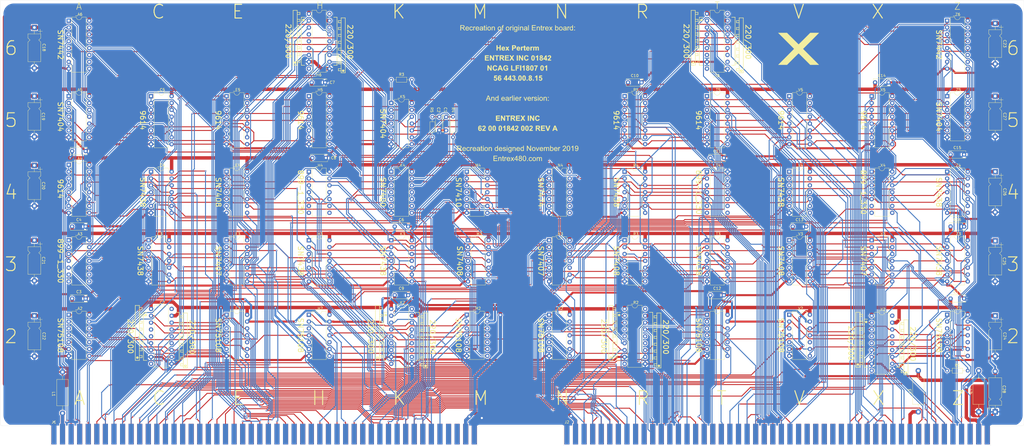
<source format=kicad_pcb>
(kicad_pcb (version 20171130) (host pcbnew "(5.1.4)-1")
  (title_block (title HexPerTerminal) (rev 0.1))
  (layers (0 F.Cu signal) (31 B.Cu signal) (34 B.Paste user) (35 F.Paste user) (36 B.SilkS user) (37 F.SilkS user) (38 B.Mask user) (39 F.Mask user) (44 Edge.Cuts user))
  (net 0 "")
  (net 1 A3)
  (net 2 B97)
  (net 3 -5V)
  (net 4 A77)
  (net 5 /InputGates/InGateBlock1/OutCh4)
  (net 6 A75)
  (net 7 /InputGates/InGateBlock1/OutDr)
  (net 8 A57)
  (net 9 /InputGates/InGateBlock1/OutCh3)
  (net 10 A59)
  (net 11 B26)
  (net 12 B18)
  (net 13 B19)
  (net 14 B10)
  (net 15 B13)
  (net 16 B14)
  (net 17 B24)
  (net 18 B9)
  (net 19 A7)
  (net 20 TermSel11)
  (net 21 A24)
  (net 22 /OutputDrives/DriversBlock2/InAdrv)
  (net 23 A5)
  (net 24 TermSel15)
  (net 25 A37)
  (net 26 "Net-(_A5-Pad13)")
  (net 27 TermSel9)
  (net 28 "Net-(_A5-Pad5)")
  (net 29 "Net-(_A5-Pad11)")
  (net 30 TermSel14)
  (net 31 TermSel13)
  (net 32 "Net-(_A5-Pad3)")
  (net 33 "Net-(_A5-Pad9)")
  (net 34 TermSel10)
  (net 35 "Net-(_A5-Pad1)")
  (net 36 B69)
  (net 37 B93)
  (net 38 A55)
  (net 39 "Net-(_A6-Pad5)")
  (net 40 "Net-(_A6-Pad1)")
  (net 41 A47)
  (net 42 A49)
  (net 43 A65)
  (net 44 A61)
  (net 45 TermSel0)
  (net 46 B54)
  (net 47 TermSel3)
  (net 48 TermSel1)
  (net 49 TermSel2)
  (net 50 A81)
  (net 51 A9)
  (net 52 A10)
  (net 53 A16)
  (net 54 A13)
  (net 55 /InputGates/InGateBlock1/OutCh2)
  (net 56 /InputGates/InGateBlock1/OutCh1)
  (net 57 A92)
  (net 58 A84)
  (net 59 A90)
  (net 60 A86)
  (net 61 /InputGates/InGateBlock2/OutCh2)
  (net 62 B8)
  (net 63 B6)
  (net 64 /InputGates/InGateBlock2/OutCh1)
  (net 65 B91)
  (net 66 A8)
  (net 67 A51)
  (net 68 A23)
  (net 69 A11)
  (net 70 A69)
  (net 71 A67)
  (net 72 A71)
  (net 73 A73)
  (net 74 TermSel4)
  (net 75 B15)
  (net 76 TermSel7)
  (net 77 B12)
  (net 78 TermSel5)
  (net 79 B16)
  (net 80 TermSel6)
  (net 81 B11)
  (net 82 B30)
  (net 83 B20)
  (net 84 B22)
  (net 85 B28)
  (net 86 A17)
  (net 87 TermSel8)
  (net 88 A18)
  (net 89 A53)
  (net 90 TermSel12)
  (net 91 A32)
  (net 92 A88)
  (net 93 A89)
  (net 94 A85)
  (net 95 A87)
  (net 96 A76)
  (net 97 A78)
  (net 98 "Net-(C1-Pad1)")
  (net 99 "Net-(R4-Pad2)")
  (net 100 "Net-(_K4-Pad10)")
  (net 101 "Net-(_K4-Pad3)")
  (net 102 "Net-(R5-Pad1)")
  (net 103 "Net-(_K4-Pad8)")
  (net 104 "Net-(C2-Pad2)")
  (net 105 "Net-(_K5-Pad11)")
  (net 106 "Net-(_K5-Pad9)")
  (net 107 /InputGates/InGateBlock2/OutCh4)
  (net 108 /InputGates/InGateBlock2/OutCh3)
  (net 109 A63)
  (net 110 "Net-(_M4-Pad6)")
  (net 111 "Net-(_M4-Pad12)")
  (net 112 B31)
  (net 113 A79)
  (net 114 B96)
  (net 115 B94)
  (net 116 "Net-(_M4-Pad8)")
  (net 117 A29)
  (net 118 /InputGates/InGateBlock3/OutCh2)
  (net 119 A41)
  (net 120 A22)
  (net 121 /InputGates/InGateBlock3/OutCh1)
  (net 122 A26)
  (net 123 /OutputDrives/DriversBlock1/InAdrv)
  (net 124 A35)
  (net 125 A27)
  (net 126 A30)
  (net 127 B21)
  (net 128 B46)
  (net 129 B7)
  (net 130 /InputGates/InGateBlock3/OutCh4)
  (net 131 /InputGates/InGateBlock3/OutCh3)
  (net 132 A21)
  (net 133 B38)
  (net 134 A31)
  (net 135 A39)
  (net 136 B45)
  (net 137 B43)
  (net 138 B23)
  (net 139 B25)
  (net 140 A20)
  (net 141 B34)
  (net 142 B36)
  (net 143 B33)
  (net 144 B53)
  (net 145 B51)
  (net 146 B47)
  (net 147 B49)
  (net 148 B44)
  (net 149 B77)
  (net 150 A45)
  (net 151 A19)
  (net 152 B80)
  (net 153 B92)
  (net 154 A28)
  (net 155 /InputGates/InGateBlock4/OutCh2)
  (net 156 A36)
  (net 157 A15)
  (net 158 /InputGates/InGateBlock4/OutCh1)
  (net 159 B88)
  (net 160 /InputGates/InGateBlock4/OutCh4)
  (net 161 /InputGates/InGateBlock4/OutCh3)
  (net 162 B27)
  (net 163 B52)
  (net 164 B71)
  (net 165 B70)
  (net 166 B68)
  (net 167 B67)
  (net 168 B89)
  (net 169 B5)
  (net 170 B87)
  (net 171 B86)
  (net 172 A14)
  (net 173 B90)
  (net 174 B83)
  (net 175 B79)
  (net 176 B42)
  (net 177 A25)
  (net 178 A43)
  (net 179 B85)
  (net 180 B78)
  (net 181 B76)
  (net 182 B74)
  (net 183 B72)
  (net 184 "Net-(_Z5-Pad13)")
  (net 185 "Net-(_Z5-Pad5)")
  (net 186 "Net-(_Z5-Pad11)")
  (net 187 "Net-(_Z5-Pad3)")
  (net 188 "Net-(_Z5-Pad9)")
  (net 189 "Net-(_Z5-Pad1)")
  (net 190 B40)
  (net 191 A83)
  (net 192 B81)
  (net 193 +5V)
  (net 194 GNDD)
  (module local:LogoAbout (layer F.Cu) (at 192.405 34.29)
    (fp_text reference G*** hide)
    (fp_text value LOGO hide)
  )
  (module local:DIP-16_W7.62mm (layer F.Cu) (at 83.82 35.56)
    (fp_text reference _E5 (at 3.81 -2.33) (layer F.SilkS))
    (fp_text value 9614)
    (fp_text user %V (at -3.048 8.89 270 unlocked) (layer F.SilkS) (effects (font (size 1.905 1.905) (thickness 0.3048))))
    (pad 16 thru_hole oval (at 7.62 0) (size 1.6 1.6) (drill 0.8) (layers *.Cu *.Mask) (net 193 +5V))
    (pad 8 thru_hole oval (at 0 17.78) (size 1.6 1.6) (drill 0.8) (layers *.Cu *.Mask) (net 194 GNDD))
    (pad 15 thru_hole oval (at 7.62 2.54) (size 1.6 1.6) (drill 0.8) (layers *.Cu *.Mask) (net 66 A8))
    (pad 7 thru_hole oval (at 0 15.24) (size 1.6 1.6) (drill 0.8) (layers *.Cu *.Mask) (net 27 TermSel9))
    (pad 14 thru_hole oval (at 7.62 5.08) (size 1.6 1.6) (drill 0.8) (layers *.Cu *.Mask) (net 66 A8))
    (pad 6 thru_hole oval (at 0 12.7) (size 1.6 1.6) (drill 0.8) (layers *.Cu *.Mask) (net 27 TermSel9))
    (pad 13 thru_hole oval (at 7.62 7.62) (size 1.6 1.6) (drill 0.8) (layers *.Cu *.Mask) (net 67 A51))
    (pad 5 thru_hole oval (at 0 10.16) (size 1.6 1.6) (drill 0.8) (layers *.Cu *.Mask) (net 22 /OutputDrives/DriversBlock2/InAdrv))
    (pad 12 thru_hole oval (at 7.62 10.16) (size 1.6 1.6) (drill 0.8) (layers *.Cu *.Mask) (net 67 A51))
    (pad 4 thru_hole oval (at 0 7.62) (size 1.6 1.6) (drill 0.8) (layers *.Cu *.Mask) (net 68 A23))
    (pad 11 thru_hole oval (at 7.62 12.7) (size 1.6 1.6) (drill 0.8) (layers *.Cu *.Mask) (net 31 TermSel13))
    (pad 3 thru_hole oval (at 0 5.08) (size 1.6 1.6) (drill 0.8) (layers *.Cu *.Mask) (net 68 A23))
    (pad 10 thru_hole oval (at 7.62 15.24) (size 1.6 1.6) (drill 0.8) (layers *.Cu *.Mask) (net 31 TermSel13))
    (pad 2 thru_hole oval (at 0 2.54) (size 1.6 1.6) (drill 0.8) (layers *.Cu *.Mask) (net 69 A11))
    (pad 9 thru_hole oval (at 7.62 17.78) (size 1.6 1.6) (drill 0.8) (layers *.Cu *.Mask) (net 22 /OutputDrives/DriversBlock2/InAdrv))
    (pad 1 thru_hole rect (at 0 0) (size 1.6 1.6) (drill 0.8) (layers *.Cu *.Mask) (net 69 A11))
  )
  (module local:DIP-16_W7.62mm (layer F.Cu) (at 25.4 7.62)
    (fp_text reference _A6 (at 3.81 -2.33) (layer F.SilkS))
    (fp_text value SN7442)
    (fp_text user %V (at -3.048 8.89 270 unlocked) (layer F.SilkS) (effects (font (size 1.905 1.905) (thickness 0.3048))))
    (pad 16 thru_hole oval (at 7.62 0) (size 1.6 1.6) (drill 0.8) (layers *.Cu *.Mask) (net 193 +5V))
    (pad 8 thru_hole oval (at 0 17.78) (size 1.6 1.6) (drill 0.8) (layers *.Cu *.Mask) (net 194 GNDD))
    (pad 15 thru_hole oval (at 7.62 2.54) (size 1.6 1.6) (drill 0.8) (layers *.Cu *.Mask) (net 190 B40))
    (pad 7 thru_hole oval (at 0 15.24) (size 1.6 1.6) (drill 0.8) (layers *.Cu *.Mask) (net 32 "Net-(_A5-Pad3)"))
    (pad 14 thru_hole oval (at 7.62 5.08) (size 1.6 1.6) (drill 0.8) (layers *.Cu *.Mask) (net 36 B69))
    (pad 6 thru_hole oval (at 0 12.7) (size 1.6 1.6) (drill 0.8) (layers *.Cu *.Mask) (net 29 "Net-(_A5-Pad11)"))
    (pad 13 thru_hole oval (at 7.62 7.62) (size 1.6 1.6) (drill 0.8) (layers *.Cu *.Mask) (net 37 B93))
    (pad 5 thru_hole oval (at 0 10.16) (size 1.6 1.6) (drill 0.8) (layers *.Cu *.Mask) (net 39 "Net-(_A6-Pad5)"))
    (pad 12 thru_hole oval (at 7.62 10.16) (size 1.6 1.6) (drill 0.8) (layers *.Cu *.Mask) (net 38 A55))
    (pad 4 thru_hole oval (at 0 7.62) (size 1.6 1.6) (drill 0.8) (layers *.Cu *.Mask) (net 35 "Net-(_A5-Pad1)"))
    (pad 11 thru_hole oval (at 7.62 12.7) (size 1.6 1.6) (drill 0.8) (layers *.Cu *.Mask))
    (pad 3 thru_hole oval (at 0 5.08) (size 1.6 1.6) (drill 0.8) (layers *.Cu *.Mask) (net 33 "Net-(_A5-Pad9)"))
    (pad 10 thru_hole oval (at 7.62 15.24) (size 1.6 1.6) (drill 0.8) (layers *.Cu *.Mask))
    (pad 2 thru_hole oval (at 0 2.54) (size 1.6 1.6) (drill 0.8) (layers *.Cu *.Mask) (net 28 "Net-(_A5-Pad5)"))
    (pad 9 thru_hole oval (at 7.62 17.78) (size 1.6 1.6) (drill 0.8) (layers *.Cu *.Mask) (net 26 "Net-(_A5-Pad13)"))
    (pad 1 thru_hole rect (at 0 0) (size 1.6 1.6) (drill 0.8) (layers *.Cu *.Mask) (net 40 "Net-(_A6-Pad1)"))
  )
  (module local:DIP-18_dualRnetwork (layer F.Cu) (at 322.58 116.84)
    (fp_text reference _X2 (at 3.81 -2.33) (layer F.SilkS))
    (fp_text value 899-5_R220_R330)
    (fp_text user 220/300 (at -7.62 10.16 270 unlocked) (layer F.SilkS) (effects (font (size 1.905 1.905) (thickness 0.3048))))
    (fp_text user 220/300 (at 15.24 10.414 270 unlocked) (layer F.SilkS) (effects (font (size 1.905 1.905) (thickness 0.3048))))
    (pad 0 thru_hole oval (at 7.62 0) (size 1.6 1.6) (drill 0.8) (layers *.Cu *.Mask))
    (pad 0 thru_hole oval (at 0 20.32) (size 1.6 1.6) (drill 0.8) (layers *.Cu *.Mask))
    (pad 14 thru_hole oval (at 7.62 2.54) (size 1.6 1.6) (drill 0.8) (layers *.Cu *.Mask) (net 193 +5V))
    (pad 7 thru_hole oval (at 0 17.78) (size 1.6 1.6) (drill 0.8) (layers *.Cu *.Mask) (net 194 GNDD))
    (pad 13 thru_hole oval (at 7.62 5.08) (size 1.6 1.6) (drill 0.8) (layers *.Cu *.Mask) (net 159 B88))
    (pad 6 thru_hole oval (at 0 15.24) (size 1.6 1.6) (drill 0.8) (layers *.Cu *.Mask) (net 168 B89))
    (pad 12 thru_hole oval (at 7.62 7.62) (size 1.6 1.6) (drill 0.8) (layers *.Cu *.Mask) (net 157 A15))
    (pad 5 thru_hole oval (at 0 12.7) (size 1.6 1.6) (drill 0.8) (layers *.Cu *.Mask) (net 169 B5))
    (pad 11 thru_hole oval (at 7.62 10.16) (size 1.6 1.6) (drill 0.8) (layers *.Cu *.Mask))
    (pad 4 thru_hole oval (at 0 10.16) (size 1.6 1.6) (drill 0.8) (layers *.Cu *.Mask))
    (pad 10 thru_hole oval (at 7.62 12.7) (size 1.6 1.6) (drill 0.8) (layers *.Cu *.Mask))
    (pad 3 thru_hole oval (at 0 7.62) (size 1.6 1.6) (drill 0.8) (layers *.Cu *.Mask))
    (pad 9 thru_hole oval (at 7.62 15.24) (size 1.6 1.6) (drill 0.8) (layers *.Cu *.Mask) (net 170 B87))
    (pad 2 thru_hole oval (at 0 5.08) (size 1.6 1.6) (drill 0.8) (layers *.Cu *.Mask) (net 156 A36))
    (pad 8 thru_hole oval (at 7.62 17.78) (size 1.6 1.6) (drill 0.8) (layers *.Cu *.Mask) (net 171 B86))
    (pad 1 thru_hole oval (at 0 2.54) (size 1.6 1.6) (drill 0.8) (layers *.Cu *.Mask) (net 154 A28))
    (pad 7 thru_hole oval (at 7.62 20.32) (size 1.6 1.6) (drill 0.8) (layers *.Cu *.Mask) (net 194 GNDD))
    (pad 14 thru_hole circle (at 0 0) (size 1.6 1.6) (drill 0.8) (layers *.Cu *.Mask) (net 193 +5V))
  )
  (module local:DIP-18_dualRnetwork (layer F.Cu) (at 261.62 5.08)
    (fp_text reference _T6 (at 3.556 22.86) (layer F.SilkS))
    (fp_text value 899-5_R220_R330)
    (fp_text user 220/300 (at -7.62 10.16 270 unlocked) (layer F.SilkS) (effects (font (size 1.905 1.905) (thickness 0.3048))))
    (fp_text user 220/300 (at 15.24 10.414 270 unlocked) (layer F.SilkS) (effects (font (size 1.905 1.905) (thickness 0.3048))))
    (pad 0 thru_hole oval (at 7.62 0) (size 1.6 1.6) (drill 0.8) (layers *.Cu *.Mask))
    (pad 0 thru_hole oval (at 0 20.32) (size 1.6 1.6) (drill 0.8) (layers *.Cu *.Mask))
    (pad 14 thru_hole oval (at 7.62 2.54) (size 1.6 1.6) (drill 0.8) (layers *.Cu *.Mask) (net 193 +5V))
    (pad 7 thru_hole oval (at 0 17.78) (size 1.6 1.6) (drill 0.8) (layers *.Cu *.Mask) (net 194 GNDD))
    (pad 13 thru_hole oval (at 7.62 5.08) (size 1.6 1.6) (drill 0.8) (layers *.Cu *.Mask) (net 148 B44))
    (pad 6 thru_hole oval (at 0 15.24) (size 1.6 1.6) (drill 0.8) (layers *.Cu *.Mask))
    (pad 12 thru_hole oval (at 7.62 7.62) (size 1.6 1.6) (drill 0.8) (layers *.Cu *.Mask) (net 149 B77))
    (pad 5 thru_hole oval (at 0 12.7) (size 1.6 1.6) (drill 0.8) (layers *.Cu *.Mask))
    (pad 11 thru_hole oval (at 7.62 10.16) (size 1.6 1.6) (drill 0.8) (layers *.Cu *.Mask) (net 125 A27))
    (pad 4 thru_hole oval (at 0 10.16) (size 1.6 1.6) (drill 0.8) (layers *.Cu *.Mask) (net 150 A45))
    (pad 10 thru_hole oval (at 7.62 12.7) (size 1.6 1.6) (drill 0.8) (layers *.Cu *.Mask) (net 124 A35))
    (pad 3 thru_hole oval (at 0 7.62) (size 1.6 1.6) (drill 0.8) (layers *.Cu *.Mask) (net 151 A19))
    (pad 9 thru_hole oval (at 7.62 15.24) (size 1.6 1.6) (drill 0.8) (layers *.Cu *.Mask))
    (pad 2 thru_hole oval (at 0 5.08) (size 1.6 1.6) (drill 0.8) (layers *.Cu *.Mask) (net 152 B80))
    (pad 8 thru_hole oval (at 7.62 17.78) (size 1.6 1.6) (drill 0.8) (layers *.Cu *.Mask))
    (pad 1 thru_hole oval (at 0 2.54) (size 1.6 1.6) (drill 0.8) (layers *.Cu *.Mask) (net 153 B92))
    (pad 7 thru_hole oval (at 7.62 20.32) (size 1.6 1.6) (drill 0.8) (layers *.Cu *.Mask) (net 194 GNDD))
    (pad 14 thru_hole circle (at 0 0) (size 1.6 1.6) (drill 0.8) (layers *.Cu *.Mask) (net 193 +5V))
  )
  (module local:DIP-18_dualRnetwork (layer F.Cu) (at 231.14 114.3)
    (fp_text reference _R2 (at 3.81 -2.33) (layer F.SilkS))
    (fp_text value 899-5_R220_R330)
    (fp_text user 220/300 (at -7.62 10.16 270 unlocked) (layer F.SilkS) (effects (font (size 1.905 1.905) (thickness 0.3048))))
    (fp_text user 220/300 (at 15.24 10.414 270 unlocked) (layer F.SilkS) (effects (font (size 1.905 1.905) (thickness 0.3048))))
    (pad 0 thru_hole oval (at 7.62 0) (size 1.6 1.6) (drill 0.8) (layers *.Cu *.Mask))
    (pad 0 thru_hole oval (at 0 20.32) (size 1.6 1.6) (drill 0.8) (layers *.Cu *.Mask))
    (pad 14 thru_hole oval (at 7.62 2.54) (size 1.6 1.6) (drill 0.8) (layers *.Cu *.Mask) (net 193 +5V))
    (pad 7 thru_hole oval (at 0 17.78) (size 1.6 1.6) (drill 0.8) (layers *.Cu *.Mask) (net 194 GNDD))
    (pad 13 thru_hole oval (at 7.62 5.08) (size 1.6 1.6) (drill 0.8) (layers *.Cu *.Mask) (net 126 A30))
    (pad 6 thru_hole oval (at 0 15.24) (size 1.6 1.6) (drill 0.8) (layers *.Cu *.Mask) (net 119 A41))
    (pad 12 thru_hole oval (at 7.62 7.62) (size 1.6 1.6) (drill 0.8) (layers *.Cu *.Mask) (net 127 B21))
    (pad 5 thru_hole oval (at 0 12.7) (size 1.6 1.6) (drill 0.8) (layers *.Cu *.Mask) (net 117 A29))
    (pad 11 thru_hole oval (at 7.62 10.16) (size 1.6 1.6) (drill 0.8) (layers *.Cu *.Mask))
    (pad 4 thru_hole oval (at 0 10.16) (size 1.6 1.6) (drill 0.8) (layers *.Cu *.Mask))
    (pad 10 thru_hole oval (at 7.62 12.7) (size 1.6 1.6) (drill 0.8) (layers *.Cu *.Mask))
    (pad 3 thru_hole oval (at 0 7.62) (size 1.6 1.6) (drill 0.8) (layers *.Cu *.Mask))
    (pad 9 thru_hole oval (at 7.62 15.24) (size 1.6 1.6) (drill 0.8) (layers *.Cu *.Mask) (net 128 B46))
    (pad 2 thru_hole oval (at 0 5.08) (size 1.6 1.6) (drill 0.8) (layers *.Cu *.Mask) (net 120 A22))
    (pad 8 thru_hole oval (at 7.62 17.78) (size 1.6 1.6) (drill 0.8) (layers *.Cu *.Mask) (net 129 B7))
    (pad 1 thru_hole oval (at 0 2.54) (size 1.6 1.6) (drill 0.8) (layers *.Cu *.Mask) (net 122 A26))
    (pad 7 thru_hole oval (at 7.62 20.32) (size 1.6 1.6) (drill 0.8) (layers *.Cu *.Mask) (net 194 GNDD))
    (pad 14 thru_hole circle (at 0 0) (size 1.6 1.6) (drill 0.8) (layers *.Cu *.Mask) (net 193 +5V))
  )
  (module local:DIP-18_dualRnetwork (layer F.Cu) (at 144.78 114.3)
    (fp_text reference _K2 (at 3.81 -2.33) (layer F.SilkS))
    (fp_text value 899-5_R220_R330)
    (fp_text user 220/300 (at -7.62 10.16 270 unlocked) (layer F.SilkS) (effects (font (size 1.905 1.905) (thickness 0.3048))))
    (fp_text user 220/300 (at 15.24 10.414 270 unlocked) (layer F.SilkS) (effects (font (size 1.905 1.905) (thickness 0.3048))))
    (pad 0 thru_hole oval (at 7.62 0) (size 1.6 1.6) (drill 0.8) (layers *.Cu *.Mask))
    (pad 0 thru_hole oval (at 0 20.32) (size 1.6 1.6) (drill 0.8) (layers *.Cu *.Mask))
    (pad 14 thru_hole oval (at 7.62 2.54) (size 1.6 1.6) (drill 0.8) (layers *.Cu *.Mask) (net 193 +5V))
    (pad 7 thru_hole oval (at 0 17.78) (size 1.6 1.6) (drill 0.8) (layers *.Cu *.Mask) (net 194 GNDD))
    (pad 13 thru_hole oval (at 7.62 5.08) (size 1.6 1.6) (drill 0.8) (layers *.Cu *.Mask) (net 73 A73))
    (pad 6 thru_hole oval (at 0 15.24) (size 1.6 1.6) (drill 0.8) (layers *.Cu *.Mask))
    (pad 12 thru_hole oval (at 7.62 7.62) (size 1.6 1.6) (drill 0.8) (layers *.Cu *.Mask) (net 72 A71))
    (pad 5 thru_hole oval (at 0 12.7) (size 1.6 1.6) (drill 0.8) (layers *.Cu *.Mask))
    (pad 11 thru_hole oval (at 7.62 10.16) (size 1.6 1.6) (drill 0.8) (layers *.Cu *.Mask) (net 71 A67))
    (pad 4 thru_hole oval (at 0 10.16) (size 1.6 1.6) (drill 0.8) (layers *.Cu *.Mask) (net 94 A85))
    (pad 10 thru_hole oval (at 7.62 12.7) (size 1.6 1.6) (drill 0.8) (layers *.Cu *.Mask) (net 70 A69))
    (pad 3 thru_hole oval (at 0 7.62) (size 1.6 1.6) (drill 0.8) (layers *.Cu *.Mask) (net 95 A87))
    (pad 9 thru_hole oval (at 7.62 15.24) (size 1.6 1.6) (drill 0.8) (layers *.Cu *.Mask))
    (pad 2 thru_hole oval (at 0 5.08) (size 1.6 1.6) (drill 0.8) (layers *.Cu *.Mask) (net 96 A76))
    (pad 8 thru_hole oval (at 7.62 17.78) (size 1.6 1.6) (drill 0.8) (layers *.Cu *.Mask))
    (pad 1 thru_hole oval (at 0 2.54) (size 1.6 1.6) (drill 0.8) (layers *.Cu *.Mask) (net 97 A78))
    (pad 7 thru_hole oval (at 7.62 20.32) (size 1.6 1.6) (drill 0.8) (layers *.Cu *.Mask) (net 194 GNDD))
    (pad 14 thru_hole circle (at 0 0) (size 1.6 1.6) (drill 0.8) (layers *.Cu *.Mask) (net 193 +5V))
  )
  (module local:DIP-18_dualRnetwork (layer F.Cu) (at 114.3 5.08)
    (fp_text reference _H6 (at 3.302 22.606) (layer F.SilkS))
    (fp_text value 899-5_R220_R330)
    (fp_text user 220/300 (at -7.62 10.16 270 unlocked) (layer F.SilkS) (effects (font (size 1.905 1.905) (thickness 0.3048))))
    (fp_text user 220/300 (at 15.24 10.414 270 unlocked) (layer F.SilkS) (effects (font (size 1.905 1.905) (thickness 0.3048))))
    (pad 0 thru_hole oval (at 7.62 0) (size 1.6 1.6) (drill 0.8) (layers *.Cu *.Mask))
    (pad 0 thru_hole oval (at 0 20.32) (size 1.6 1.6) (drill 0.8) (layers *.Cu *.Mask))
    (pad 14 thru_hole oval (at 7.62 2.54) (size 1.6 1.6) (drill 0.8) (layers *.Cu *.Mask) (net 193 +5V))
    (pad 7 thru_hole oval (at 0 17.78) (size 1.6 1.6) (drill 0.8) (layers *.Cu *.Mask) (net 194 GNDD))
    (pad 13 thru_hole oval (at 7.62 5.08) (size 1.6 1.6) (drill 0.8) (layers *.Cu *.Mask) (net 59 A90))
    (pad 6 thru_hole oval (at 0 15.24) (size 1.6 1.6) (drill 0.8) (layers *.Cu *.Mask) (net 63 B6))
    (pad 12 thru_hole oval (at 7.62 7.62) (size 1.6 1.6) (drill 0.8) (layers *.Cu *.Mask) (net 57 A92))
    (pad 5 thru_hole oval (at 0 12.7) (size 1.6 1.6) (drill 0.8) (layers *.Cu *.Mask) (net 62 B8))
    (pad 11 thru_hole oval (at 7.62 10.16) (size 1.6 1.6) (drill 0.8) (layers *.Cu *.Mask))
    (pad 4 thru_hole oval (at 0 10.16) (size 1.6 1.6) (drill 0.8) (layers *.Cu *.Mask))
    (pad 10 thru_hole oval (at 7.62 12.7) (size 1.6 1.6) (drill 0.8) (layers *.Cu *.Mask))
    (pad 3 thru_hole oval (at 0 7.62) (size 1.6 1.6) (drill 0.8) (layers *.Cu *.Mask))
    (pad 9 thru_hole oval (at 7.62 15.24) (size 1.6 1.6) (drill 0.8) (layers *.Cu *.Mask) (net 92 A88))
    (pad 2 thru_hole oval (at 0 5.08) (size 1.6 1.6) (drill 0.8) (layers *.Cu *.Mask) (net 60 A86))
    (pad 8 thru_hole oval (at 7.62 17.78) (size 1.6 1.6) (drill 0.8) (layers *.Cu *.Mask) (net 93 A89))
    (pad 1 thru_hole oval (at 0 2.54) (size 1.6 1.6) (drill 0.8) (layers *.Cu *.Mask) (net 58 A84))
    (pad 7 thru_hole oval (at 7.62 20.32) (size 1.6 1.6) (drill 0.8) (layers *.Cu *.Mask) (net 194 GNDD))
    (pad 14 thru_hole circle (at 0 0) (size 1.6 1.6) (drill 0.8) (layers *.Cu *.Mask) (net 193 +5V))
  )
  (module local:DIP-18_dualRnetwork (layer F.Cu) (at 55.88 114.3)
    (fp_text reference _C2 (at 3.81 -2.33) (layer F.SilkS))
    (fp_text value 899-5_R220_R330)
    (fp_text user 220/300 (at -7.62 10.16 270 unlocked) (layer F.SilkS) (effects (font (size 1.905 1.905) (thickness 0.3048))))
    (fp_text user 220/300 (at 15.24 10.414 270 unlocked) (layer F.SilkS) (effects (font (size 1.905 1.905) (thickness 0.3048))))
    (pad 0 thru_hole oval (at 7.62 0) (size 1.6 1.6) (drill 0.8) (layers *.Cu *.Mask))
    (pad 0 thru_hole oval (at 0 20.32) (size 1.6 1.6) (drill 0.8) (layers *.Cu *.Mask))
    (pad 14 thru_hole oval (at 7.62 2.54) (size 1.6 1.6) (drill 0.8) (layers *.Cu *.Mask) (net 193 +5V))
    (pad 7 thru_hole oval (at 0 17.78) (size 1.6 1.6) (drill 0.8) (layers *.Cu *.Mask) (net 194 GNDD))
    (pad 13 thru_hole oval (at 7.62 5.08) (size 1.6 1.6) (drill 0.8) (layers *.Cu *.Mask) (net 42 A49))
    (pad 6 thru_hole oval (at 0 15.24) (size 1.6 1.6) (drill 0.8) (layers *.Cu *.Mask) (net 6 A75))
    (pad 12 thru_hole oval (at 7.62 7.62) (size 1.6 1.6) (drill 0.8) (layers *.Cu *.Mask) (net 41 A47))
    (pad 5 thru_hole oval (at 0 12.7) (size 1.6 1.6) (drill 0.8) (layers *.Cu *.Mask) (net 4 A77))
    (pad 11 thru_hole oval (at 7.62 10.16) (size 1.6 1.6) (drill 0.8) (layers *.Cu *.Mask))
    (pad 4 thru_hole oval (at 0 10.16) (size 1.6 1.6) (drill 0.8) (layers *.Cu *.Mask))
    (pad 10 thru_hole oval (at 7.62 12.7) (size 1.6 1.6) (drill 0.8) (layers *.Cu *.Mask))
    (pad 3 thru_hole oval (at 0 7.62) (size 1.6 1.6) (drill 0.8) (layers *.Cu *.Mask))
    (pad 9 thru_hole oval (at 7.62 15.24) (size 1.6 1.6) (drill 0.8) (layers *.Cu *.Mask) (net 8 A57))
    (pad 2 thru_hole oval (at 0 5.08) (size 1.6 1.6) (drill 0.8) (layers *.Cu *.Mask) (net 43 A65))
    (pad 8 thru_hole oval (at 7.62 17.78) (size 1.6 1.6) (drill 0.8) (layers *.Cu *.Mask) (net 10 A59))
    (pad 1 thru_hole oval (at 0 2.54) (size 1.6 1.6) (drill 0.8) (layers *.Cu *.Mask) (net 44 A61))
    (pad 7 thru_hole oval (at 7.62 20.32) (size 1.6 1.6) (drill 0.8) (layers *.Cu *.Mask) (net 194 GNDD))
    (pad 14 thru_hole circle (at 0 0) (size 1.6 1.6) (drill 0.8) (layers *.Cu *.Mask) (net 193 +5V))
  )
  (module local:R_Axial_DIN0204_L3.6mm_D1.6mm_P7.62mm_Horizontal (layer F.Cu) (at 160.02 50.8 90)
    (fp_text reference R5 (at 10.16 -0.254 270 unlocked) (layer F.SilkS))
    (fp_text value 220)
    (pad 2 thru_hole oval (at 7.62 0 90) (size 1.4 1.4) (drill 0.7) (layers *.Cu *.Mask) (net 98 "Net-(C1-Pad1)"))
    (pad 1 thru_hole circle (at 0 0 90) (size 1.4 1.4) (drill 0.7) (layers *.Cu *.Mask) (net 102 "Net-(R5-Pad1)"))
  )
  (module local:R_Axial_DIN0204_L3.6mm_D1.6mm_P7.62mm_Horizontal (layer F.Cu) (at 167.64 43.18 270)
    (fp_text reference R4 (at -2.54 0 270 unlocked) (layer F.SilkS))
    (fp_text value 220)
    (pad 2 thru_hole oval (at 7.62 0 270) (size 1.4 1.4) (drill 0.7) (layers *.Cu *.Mask) (net 99 "Net-(R4-Pad2)"))
    (pad 1 thru_hole circle (at 0 0 270) (size 1.4 1.4) (drill 0.7) (layers *.Cu *.Mask) (net 104 "Net-(C2-Pad2)"))
  )
  (module local:R_Axial_DIN0204_L3.6mm_D1.6mm_P7.62mm_Horizontal (layer F.Cu) (at 144.78 29.464)
    (fp_text reference R3 (at 3.81 -1.92) (layer F.SilkS))
    (fp_text value 1K)
    (pad 2 thru_hole oval (at 7.62 0) (size 1.4 1.4) (drill 0.7) (layers *.Cu *.Mask) (net 193 +5V))
    (pad 1 thru_hole circle (at 0 0) (size 1.4 1.4) (drill 0.7) (layers *.Cu *.Mask) (net 7 /InputGates/InGateBlock1/OutDr))
  )
  (module local:R_Axial_DIN0204_L3.6mm_D1.6mm_P7.62mm_Horizontal (layer F.Cu) (at 350.52 137.16)
    (fp_text reference R1 (at 3.81 -1.92) (layer F.SilkS))
    (fp_text value 1K)
    (pad 2 thru_hole oval (at 7.62 0) (size 1.4 1.4) (drill 0.7) (layers *.Cu *.Mask) (net 123 /OutputDrives/DriversBlock1/InAdrv))
    (pad 1 thru_hole circle (at 0 0) (size 1.4 1.4) (drill 0.7) (layers *.Cu *.Mask) (net 193 +5V))
  )
  (module local:L_Axial_L9.5mm_D4.0mm_P15.24mm_Horizontal_Fastron_SMCC (layer F.Cu) (at 339.852 152.4 90)
    (fp_text reference L3 (at 7.62 -3.12 90) (layer F.SilkS))
    (fp_text value 10uH)
    (pad 2 thru_hole oval (at 15.24 0 90) (size 2 2) (drill 1) (layers *.Cu *.Mask) (net 3 -5V))
    (pad 1 thru_hole circle (at 0 0 90) (size 2 2) (drill 1) (layers *.Cu *.Mask) (net 192 B81))
  )
  (module local:L_Axial_L9.5mm_D4.0mm_P15.24mm_Horizontal_Fastron_SMCC (layer F.Cu) (at 362.204 137.16 270)
    (fp_text reference L2 (at 7.62 3.048 270 unlocked) (layer F.SilkS))
    (fp_text value 10uH)
    (pad 2 thru_hole oval (at 15.24 0 270) (size 2 2) (drill 1) (layers *.Cu *.Mask) (net 193 +5V))
    (pad 1 thru_hole circle (at 0 0 270) (size 2 2) (drill 1) (layers *.Cu *.Mask) (net 2 B97))
  )
  (module local:L_Axial_L9.5mm_D4.0mm_P15.24mm_Horizontal_Fastron_SMCC (layer F.Cu) (at 23.114 152.908 90)
    (fp_text reference L1 (at 7.112 -3.302 270 unlocked) (layer F.SilkS))
    (fp_text value 10uH)
    (pad 2 thru_hole oval (at 15.24 0 90) (size 2 2) (drill 1) (layers *.Cu *.Mask) (net 193 +5V))
    (pad 1 thru_hole circle (at 0 0 90) (size 2 2) (drill 1) (layers *.Cu *.Mask) (net 1 A3))
  )
  (module local:CP_Axial_L10.0mm_D4.5mm_P15.00mm_Horizontal (layer F.Cu) (at 368.3 152.4 90)
    (fp_text reference C28 (at 8.382 3.302 270 unlocked) (layer F.SilkS))
    (fp_text value 6.8uF)
    (pad 2 thru_hole oval (at 15 0 90) (size 2 2) (drill 1) (layers *.Cu *.Mask) (net 3 -5V))
    (pad 1 thru_hole rect (at 0 0 90) (size 2 2) (drill 1) (layers *.Cu *.Mask) (net 194 GNDD))
  )
  (module local:CP_Axial_L10.0mm_D4.5mm_P15.00mm_Horizontal (layer F.Cu) (at 368.3 35.56 270)
    (fp_text reference C27 (at 7.5 -3.556 270 unlocked) (layer F.SilkS))
    (fp_text value 6.8uF)
    (pad 2 thru_hole oval (at 15 0 270) (size 2 2) (drill 1) (layers *.Cu *.Mask) (net 194 GNDD))
    (pad 1 thru_hole rect (at 0 0 270) (size 2 2) (drill 1) (layers *.Cu *.Mask) (net 193 +5V))
  )
  (module local:CP_Axial_L10.0mm_D4.5mm_P15.00mm_Horizontal (layer F.Cu) (at 368.3 63.5 270)
    (fp_text reference C26 (at 7.5 -3.556 270 unlocked) (layer F.SilkS))
    (fp_text value 6.8uF)
    (pad 2 thru_hole oval (at 15 0 270) (size 2 2) (drill 1) (layers *.Cu *.Mask) (net 194 GNDD))
    (pad 1 thru_hole rect (at 0 0 270) (size 2 2) (drill 1) (layers *.Cu *.Mask) (net 193 +5V))
  )
  (module local:CP_Axial_L10.0mm_D4.5mm_P15.00mm_Horizontal (layer F.Cu) (at 368.3 89.14 270)
    (fp_text reference C25 (at 7.5 -3.37 270 unlocked) (layer F.SilkS))
    (fp_text value 6.8uF)
    (pad 2 thru_hole oval (at 15 0 270) (size 2 2) (drill 1) (layers *.Cu *.Mask) (net 194 GNDD))
    (pad 1 thru_hole rect (at 0 0 270) (size 2 2) (drill 1) (layers *.Cu *.Mask) (net 193 +5V))
  )
  (module local:CP_Axial_L10.0mm_D4.5mm_P15.00mm_Horizontal (layer F.Cu) (at 368.3 116.84 270)
    (fp_text reference C24 (at 7.5 -3.556 270 unlocked) (layer F.SilkS))
    (fp_text value 6.8uF)
    (pad 2 thru_hole oval (at 15 0 270) (size 2 2) (drill 1) (layers *.Cu *.Mask) (net 194 GNDD))
    (pad 1 thru_hole rect (at 0 0 270) (size 2 2) (drill 1) (layers *.Cu *.Mask) (net 193 +5V))
  )
  (module local:CP_Axial_L10.0mm_D4.5mm_P15.00mm_Horizontal (layer F.Cu) (at 368.3 8.636 270)
    (fp_text reference C23 (at 7.5 -3.556 270 unlocked) (layer F.SilkS))
    (fp_text value 6.8uF)
    (pad 2 thru_hole oval (at 15 0 270) (size 2 2) (drill 1) (layers *.Cu *.Mask) (net 194 GNDD))
    (pad 1 thru_hole rect (at 0 0 270) (size 2 2) (drill 1) (layers *.Cu *.Mask) (net 193 +5V))
  )
  (module local:CP_Axial_L10.0mm_D4.5mm_P15.00mm_Horizontal (layer F.Cu) (at 12.7 116.84 270)
    (fp_text reference C22 (at 7.5 -3.556 270 unlocked) (layer F.SilkS))
    (fp_text value 6.8uF)
    (pad 2 thru_hole oval (at 15 0 270) (size 2 2) (drill 1) (layers *.Cu *.Mask) (net 194 GNDD))
    (pad 1 thru_hole rect (at 0 0 270) (size 2 2) (drill 1) (layers *.Cu *.Mask) (net 193 +5V))
  )
  (module local:CP_Axial_L10.0mm_D4.5mm_P15.00mm_Horizontal (layer F.Cu) (at 12.7 88.9 270)
    (fp_text reference C21 (at 7.5 -3.37 270 unlocked) (layer F.SilkS))
    (fp_text value 6.8uF)
    (pad 2 thru_hole oval (at 15 0 270) (size 2 2) (drill 1) (layers *.Cu *.Mask) (net 194 GNDD))
    (pad 1 thru_hole rect (at 0 0 270) (size 2 2) (drill 1) (layers *.Cu *.Mask) (net 193 +5V))
  )
  (module local:CP_Axial_L10.0mm_D4.5mm_P15.00mm_Horizontal (layer F.Cu) (at 12.7 61.2 270)
    (fp_text reference C20 (at 7.5 -3.37 270 unlocked) (layer F.SilkS))
    (fp_text value 6.8uF)
    (pad 2 thru_hole oval (at 15 0 270) (size 2 2) (drill 1) (layers *.Cu *.Mask) (net 194 GNDD))
    (pad 1 thru_hole rect (at 0 0 270) (size 2 2) (drill 1) (layers *.Cu *.Mask) (net 193 +5V))
  )
  (module local:CP_Axial_L10.0mm_D4.5mm_P15.00mm_Horizontal (layer F.Cu) (at 12.7 35.56 270)
    (fp_text reference C19 (at 7.5 -3.302 270 unlocked) (layer F.SilkS))
    (fp_text value 6.8uF)
    (pad 2 thru_hole oval (at 15 0 270) (size 2 2) (drill 1) (layers *.Cu *.Mask) (net 194 GNDD))
    (pad 1 thru_hole rect (at 0 0 270) (size 2 2) (drill 1) (layers *.Cu *.Mask) (net 193 +5V))
  )
  (module local:CP_Axial_L10.0mm_D4.5mm_P15.00mm_Horizontal (layer F.Cu) (at 12.7 10.16 270)
    (fp_text reference C18 (at 7.366 -3.556 270 unlocked) (layer F.SilkS))
    (fp_text value 6.8uF)
    (pad 2 thru_hole oval (at 15 0 270) (size 2 2) (drill 1) (layers *.Cu *.Mask) (net 194 GNDD))
    (pad 1 thru_hole rect (at 0 0 270) (size 2 2) (drill 1) (layers *.Cu *.Mask) (net 193 +5V))
  )
  (module local:C_Disc_D6.0mm_W2.5mm_P5.00mm (layer F.Cu) (at 351.79 110.49)
    (fp_text reference C17 (at 2.5 -2.5) (layer F.SilkS))
    (fp_text value 0.05uF)
    (pad 2 thru_hole circle (at 5 0) (size 1.6 1.6) (drill 0.8) (layers *.Cu *.Mask) (net 194 GNDD))
    (pad 1 thru_hole circle (at 0 0) (size 1.6 1.6) (drill 0.8) (layers *.Cu *.Mask) (net 193 +5V))
  )
  (module local:C_Disc_D6.0mm_W2.5mm_P5.00mm (layer F.Cu) (at 351.79 83.82)
    (fp_text reference C16 (at 2.5 -2.5) (layer F.SilkS))
    (fp_text value 0.05uF)
    (pad 2 thru_hole circle (at 5 0) (size 1.6 1.6) (drill 0.8) (layers *.Cu *.Mask) (net 194 GNDD))
    (pad 1 thru_hole circle (at 0 0) (size 1.6 1.6) (drill 0.8) (layers *.Cu *.Mask) (net 193 +5V))
  )
  (module local:C_Disc_D6.0mm_W2.5mm_P5.00mm (layer F.Cu) (at 351.79 57.15)
    (fp_text reference C15 (at 2.5 -2.5) (layer F.SilkS))
    (fp_text value 0.05uF)
    (pad 2 thru_hole circle (at 5 0) (size 1.6 1.6) (drill 0.8) (layers *.Cu *.Mask) (net 194 GNDD))
    (pad 1 thru_hole circle (at 0 0) (size 1.6 1.6) (drill 0.8) (layers *.Cu *.Mask) (net 193 +5V))
  )
  (module local:C_Disc_D6.0mm_W2.5mm_P5.00mm (layer F.Cu) (at 323.85 30.48)
    (fp_text reference C14 (at 2.5 -2.5) (layer F.SilkS))
    (fp_text value 0.05uF)
    (pad 2 thru_hole circle (at 5 0) (size 1.6 1.6) (drill 0.8) (layers *.Cu *.Mask) (net 194 GNDD))
    (pad 1 thru_hole circle (at 0 0) (size 1.6 1.6) (drill 0.8) (layers *.Cu *.Mask) (net 193 +5V))
  )
  (module local:C_Disc_D6.0mm_W2.5mm_P5.00mm (layer F.Cu) (at 293.37 83.82)
    (fp_text reference C13 (at 2.5 -2.5) (layer F.SilkS))
    (fp_text value 0.05uF)
    (pad 2 thru_hole circle (at 5 0) (size 1.6 1.6) (drill 0.8) (layers *.Cu *.Mask) (net 194 GNDD))
    (pad 1 thru_hole circle (at 0 0) (size 1.6 1.6) (drill 0.8) (layers *.Cu *.Mask) (net 193 +5V))
  )
  (module local:C_Disc_D6.0mm_W2.5mm_P5.00mm (layer F.Cu) (at 262.89 109.22)
    (fp_text reference C12 (at 2.5 -2.5) (layer F.SilkS))
    (fp_text value 0.05uF)
    (pad 2 thru_hole circle (at 5 0) (size 1.6 1.6) (drill 0.8) (layers *.Cu *.Mask) (net 194 GNDD))
    (pad 1 thru_hole circle (at 0 0) (size 1.6 1.6) (drill 0.8) (layers *.Cu *.Mask) (net 193 +5V))
  )
  (module local:C_Disc_D6.0mm_W2.5mm_P5.00mm (layer F.Cu) (at 262.89 58.42)
    (fp_text reference C11 (at 2.5 -2.5) (layer F.SilkS))
    (fp_text value 0.05uF)
    (pad 2 thru_hole circle (at 5 0) (size 1.6 1.6) (drill 0.8) (layers *.Cu *.Mask) (net 194 GNDD))
    (pad 1 thru_hole circle (at 0 0) (size 1.6 1.6) (drill 0.8) (layers *.Cu *.Mask) (net 193 +5V))
  )
  (module local:C_Disc_D6.0mm_W2.5mm_P5.00mm (layer F.Cu) (at 232.41 30.48)
    (fp_text reference C10 (at 2.5 -2.5) (layer F.SilkS))
    (fp_text value 0.05uF)
    (pad 2 thru_hole circle (at 5 0) (size 1.6 1.6) (drill 0.8) (layers *.Cu *.Mask) (net 194 GNDD))
    (pad 1 thru_hole circle (at 0 0) (size 1.6 1.6) (drill 0.8) (layers *.Cu *.Mask) (net 193 +5V))
  )
  (module local:C_Disc_D6.0mm_W2.5mm_P5.00mm (layer F.Cu) (at 146.05 109.22)
    (fp_text reference C9 (at 2.5 -2.5) (layer F.SilkS))
    (fp_text value 0.05uF)
    (pad 2 thru_hole circle (at 5 0) (size 1.6 1.6) (drill 0.8) (layers *.Cu *.Mask) (net 194 GNDD))
    (pad 1 thru_hole circle (at 0 0) (size 1.6 1.6) (drill 0.8) (layers *.Cu *.Mask) (net 193 +5V))
  )
  (module local:C_Disc_D6.0mm_W2.5mm_P5.00mm (layer F.Cu) (at 115.57 58.42)
    (fp_text reference C8 (at 7.874 0) (layer F.SilkS))
    (fp_text value 0.05uF)
    (pad 2 thru_hole circle (at 5 0) (size 1.6 1.6) (drill 0.8) (layers *.Cu *.Mask) (net 194 GNDD))
    (pad 1 thru_hole circle (at 0 0) (size 1.6 1.6) (drill 0.8) (layers *.Cu *.Mask) (net 193 +5V))
  )
  (module local:C_Disc_D6.0mm_W2.5mm_P5.00mm (layer F.Cu) (at 115.316 30.48)
    (fp_text reference C7 (at 7.62 0) (layer F.SilkS))
    (fp_text value 0.05uF)
    (pad 2 thru_hole circle (at 5 0) (size 1.6 1.6) (drill 0.8) (layers *.Cu *.Mask) (net 194 GNDD))
    (pad 1 thru_hole circle (at 0 0) (size 1.6 1.6) (drill 0.8) (layers *.Cu *.Mask) (net 193 +5V))
  )
  (module local:C_Disc_D6.0mm_W2.5mm_P5.00mm (layer F.Cu) (at 146.05 83.82)
    (fp_text reference C6 (at 2.5 -2.5) (layer F.SilkS))
    (fp_text value 0.05uF)
    (pad 2 thru_hole circle (at 5 0) (size 1.6 1.6) (drill 0.8) (layers *.Cu *.Mask) (net 194 GNDD))
    (pad 1 thru_hole circle (at 0 0) (size 1.6 1.6) (drill 0.8) (layers *.Cu *.Mask) (net 193 +5V))
  )
  (module local:C_Disc_D6.0mm_W2.5mm_P5.00mm (layer F.Cu) (at 26.67 55.88)
    (fp_text reference C5 (at 2.5 -2.5) (layer F.SilkS))
    (fp_text value 0.05uF)
    (pad 2 thru_hole circle (at 5 0) (size 1.6 1.6) (drill 0.8) (layers *.Cu *.Mask) (net 194 GNDD))
    (pad 1 thru_hole circle (at 0 0) (size 1.6 1.6) (drill 0.8) (layers *.Cu *.Mask) (net 193 +5V))
  )
  (module local:C_Disc_D6.0mm_W2.5mm_P5.00mm (layer F.Cu) (at 26.67 83.82)
    (fp_text reference C4 (at 2.5 -2.5) (layer F.SilkS))
    (fp_text value 0.05uF)
    (pad 2 thru_hole circle (at 5 0) (size 1.6 1.6) (drill 0.8) (layers *.Cu *.Mask) (net 194 GNDD))
    (pad 1 thru_hole circle (at 0 0) (size 1.6 1.6) (drill 0.8) (layers *.Cu *.Mask) (net 193 +5V))
  )
  (module local:C_Disc_D6.0mm_W2.5mm_P5.00mm (layer F.Cu) (at 26.67 110.49)
    (fp_text reference C3 (at 2.5 -2.5) (layer F.SilkS))
    (fp_text value 0.05uF)
    (pad 2 thru_hole circle (at 5 0) (size 1.6 1.6) (drill 0.8) (layers *.Cu *.Mask) (net 194 GNDD))
    (pad 1 thru_hole circle (at 0 0) (size 1.6 1.6) (drill 0.8) (layers *.Cu *.Mask) (net 193 +5V))
  )
  (module local:C_Disc_D6.0mm_W2.5mm_P5.00mm (layer F.Cu) (at 165.1 48.26 90)
    (fp_text reference C2 (at 7.62 -2.794 270 unlocked) (layer F.SilkS))
    (fp_text value 470pF)
    (pad 2 thru_hole circle (at 5 0 90) (size 1.6 1.6) (drill 0.8) (layers *.Cu *.Mask) (net 104 "Net-(C2-Pad2)"))
    (pad 1 thru_hole circle (at 0 0 90) (size 1.6 1.6) (drill 0.8) (layers *.Cu *.Mask) (net 194 GNDD))
  )
  (module local:C_Disc_D6.0mm_W2.5mm_P5.00mm (layer F.Cu) (at 162.56 43.18 270)
    (fp_text reference C1 (at -2.54 -2.286 270 unlocked) (layer F.SilkS))
    (fp_text value 470pF)
    (pad 2 thru_hole circle (at 5 0 270) (size 1.6 1.6) (drill 0.8) (layers *.Cu *.Mask) (net 194 GNDD))
    (pad 1 thru_hole circle (at 0 0 270) (size 1.6 1.6) (drill 0.8) (layers *.Cu *.Mask) (net 98 "Net-(C1-Pad1)"))
  )
  (module local:DIP-16_W7.62mm (layer F.Cu) (at 350.52 7.62)
    (fp_text reference _Z6 (at 3.556 -2.286) (layer F.SilkS))
    (fp_text value SN7442)
    (fp_text user %V (at -3.048 8.89 270 unlocked) (layer F.SilkS) (effects (font (size 1.905 1.905) (thickness 0.3048))))
    (pad 16 thru_hole oval (at 7.62 0) (size 1.6 1.6) (drill 0.8) (layers *.Cu *.Mask) (net 193 +5V))
    (pad 8 thru_hole oval (at 0 17.78) (size 1.6 1.6) (drill 0.8) (layers *.Cu *.Mask) (net 194 GNDD))
    (pad 15 thru_hole oval (at 7.62 2.54) (size 1.6 1.6) (drill 0.8) (layers *.Cu *.Mask) (net 190 B40))
    (pad 7 thru_hole oval (at 0 15.24) (size 1.6 1.6) (drill 0.8) (layers *.Cu *.Mask) (net 188 "Net-(_Z5-Pad9)"))
    (pad 14 thru_hole oval (at 7.62 5.08) (size 1.6 1.6) (drill 0.8) (layers *.Cu *.Mask) (net 36 B69))
    (pad 6 thru_hole oval (at 0 12.7) (size 1.6 1.6) (drill 0.8) (layers *.Cu *.Mask) (net 187 "Net-(_Z5-Pad3)"))
    (pad 13 thru_hole oval (at 7.62 7.62) (size 1.6 1.6) (drill 0.8) (layers *.Cu *.Mask) (net 37 B93))
    (pad 5 thru_hole oval (at 0 10.16) (size 1.6 1.6) (drill 0.8) (layers *.Cu *.Mask) (net 184 "Net-(_Z5-Pad13)"))
    (pad 12 thru_hole oval (at 7.62 10.16) (size 1.6 1.6) (drill 0.8) (layers *.Cu *.Mask) (net 191 A83))
    (pad 4 thru_hole oval (at 0 7.62) (size 1.6 1.6) (drill 0.8) (layers *.Cu *.Mask) (net 106 "Net-(_K5-Pad9)"))
    (pad 11 thru_hole oval (at 7.62 12.7) (size 1.6 1.6) (drill 0.8) (layers *.Cu *.Mask))
    (pad 3 thru_hole oval (at 0 5.08) (size 1.6 1.6) (drill 0.8) (layers *.Cu *.Mask) (net 186 "Net-(_Z5-Pad11)"))
    (pad 10 thru_hole oval (at 7.62 15.24) (size 1.6 1.6) (drill 0.8) (layers *.Cu *.Mask))
    (pad 2 thru_hole oval (at 0 2.54) (size 1.6 1.6) (drill 0.8) (layers *.Cu *.Mask) (net 185 "Net-(_Z5-Pad5)"))
    (pad 9 thru_hole oval (at 7.62 17.78) (size 1.6 1.6) (drill 0.8) (layers *.Cu *.Mask) (net 105 "Net-(_K5-Pad11)"))
    (pad 1 thru_hole rect (at 0 0) (size 1.6 1.6) (drill 0.8) (layers *.Cu *.Mask) (net 189 "Net-(_Z5-Pad1)"))
  )
  (module local:DIP-14_W7.62mm (layer F.Cu) (at 350.52 35.56)
    (fp_text reference _Z5 (at 3.81 -2.33) (layer F.SilkS))
    (fp_text value SN7404)
    (fp_text user %V (at -3.048 7.62 270 unlocked) (layer F.SilkS) (effects (font (size 1.905 1.905) (thickness 0.3048))))
    (pad 14 thru_hole oval (at 7.62 0) (size 1.6 1.6) (drill 0.8) (layers *.Cu *.Mask) (net 193 +5V))
    (pad 7 thru_hole oval (at 0 15.24) (size 1.6 1.6) (drill 0.8) (layers *.Cu *.Mask) (net 194 GNDD))
    (pad 13 thru_hole oval (at 7.62 2.54) (size 1.6 1.6) (drill 0.8) (layers *.Cu *.Mask) (net 184 "Net-(_Z5-Pad13)"))
    (pad 6 thru_hole oval (at 0 12.7) (size 1.6 1.6) (drill 0.8) (layers *.Cu *.Mask) (net 48 TermSel1))
    (pad 12 thru_hole oval (at 7.62 5.08) (size 1.6 1.6) (drill 0.8) (layers *.Cu *.Mask) (net 74 TermSel4))
    (pad 5 thru_hole oval (at 0 10.16) (size 1.6 1.6) (drill 0.8) (layers *.Cu *.Mask) (net 185 "Net-(_Z5-Pad5)"))
    (pad 11 thru_hole oval (at 7.62 7.62) (size 1.6 1.6) (drill 0.8) (layers *.Cu *.Mask) (net 186 "Net-(_Z5-Pad11)"))
    (pad 4 thru_hole oval (at 0 7.62) (size 1.6 1.6) (drill 0.8) (layers *.Cu *.Mask) (net 78 TermSel5))
    (pad 10 thru_hole oval (at 7.62 10.16) (size 1.6 1.6) (drill 0.8) (layers *.Cu *.Mask) (net 49 TermSel2))
    (pad 3 thru_hole oval (at 0 5.08) (size 1.6 1.6) (drill 0.8) (layers *.Cu *.Mask) (net 187 "Net-(_Z5-Pad3)"))
    (pad 9 thru_hole oval (at 7.62 12.7) (size 1.6 1.6) (drill 0.8) (layers *.Cu *.Mask) (net 188 "Net-(_Z5-Pad9)"))
    (pad 2 thru_hole oval (at 0 2.54) (size 1.6 1.6) (drill 0.8) (layers *.Cu *.Mask) (net 45 TermSel0))
    (pad 8 thru_hole oval (at 7.62 15.24) (size 1.6 1.6) (drill 0.8) (layers *.Cu *.Mask) (net 80 TermSel6))
    (pad 1 thru_hole rect (at 0 0) (size 1.6 1.6) (drill 0.8) (layers *.Cu *.Mask) (net 189 "Net-(_Z5-Pad1)"))
  )
  (module local:DIP-14_W7.62mm (layer F.Cu) (at 350.52 63.5)
    (fp_text reference _Z4 (at 3.81 -2.33) (layer F.SilkS))
    (fp_text value SN7438)
    (fp_text user %V (at -3.048 7.62 270 unlocked) (layer F.SilkS) (effects (font (size 1.905 1.905) (thickness 0.3048))))
    (pad 14 thru_hole oval (at 7.62 0) (size 1.6 1.6) (drill 0.8) (layers *.Cu *.Mask) (net 193 +5V))
    (pad 7 thru_hole oval (at 0 15.24) (size 1.6 1.6) (drill 0.8) (layers *.Cu *.Mask) (net 194 GNDD))
    (pad 13 thru_hole oval (at 7.62 2.54) (size 1.6 1.6) (drill 0.8) (layers *.Cu *.Mask) (net 90 TermSel12))
    (pad 6 thru_hole oval (at 0 12.7) (size 1.6 1.6) (drill 0.8) (layers *.Cu *.Mask) (net 50 A81))
    (pad 12 thru_hole oval (at 7.62 5.08) (size 1.6 1.6) (drill 0.8) (layers *.Cu *.Mask) (net 178 A43))
    (pad 5 thru_hole oval (at 0 10.16) (size 1.6 1.6) (drill 0.8) (layers *.Cu *.Mask) (net 24 TermSel15))
    (pad 11 thru_hole oval (at 7.62 7.62) (size 1.6 1.6) (drill 0.8) (layers *.Cu *.Mask) (net 50 A81))
    (pad 4 thru_hole oval (at 0 7.62) (size 1.6 1.6) (drill 0.8) (layers *.Cu *.Mask) (net 174 B83))
    (pad 10 thru_hole oval (at 7.62 10.16) (size 1.6 1.6) (drill 0.8) (layers *.Cu *.Mask) (net 31 TermSel13))
    (pad 3 thru_hole oval (at 0 5.08) (size 1.6 1.6) (drill 0.8) (layers *.Cu *.Mask) (net 50 A81))
    (pad 9 thru_hole oval (at 7.62 12.7) (size 1.6 1.6) (drill 0.8) (layers *.Cu *.Mask) (net 172 A14))
    (pad 2 thru_hole oval (at 0 2.54) (size 1.6 1.6) (drill 0.8) (layers *.Cu *.Mask) (net 30 TermSel14))
    (pad 8 thru_hole oval (at 7.62 15.24) (size 1.6 1.6) (drill 0.8) (layers *.Cu *.Mask) (net 50 A81))
    (pad 1 thru_hole rect (at 0 0) (size 1.6 1.6) (drill 0.8) (layers *.Cu *.Mask) (net 173 B90))
  )
  (module local:DIP-14_W7.62mm (layer F.Cu) (at 350.52 88.9)
    (fp_text reference _Z3 (at 3.81 -2.33) (layer F.SilkS))
    (fp_text value SN7438)
    (fp_text user %V (at -3.048 7.62 270 unlocked) (layer F.SilkS) (effects (font (size 1.905 1.905) (thickness 0.3048))))
    (pad 14 thru_hole oval (at 7.62 0) (size 1.6 1.6) (drill 0.8) (layers *.Cu *.Mask) (net 193 +5V))
    (pad 7 thru_hole oval (at 0 15.24) (size 1.6 1.6) (drill 0.8) (layers *.Cu *.Mask) (net 194 GNDD))
    (pad 13 thru_hole oval (at 7.62 2.54) (size 1.6 1.6) (drill 0.8) (layers *.Cu *.Mask) (net 90 TermSel12))
    (pad 6 thru_hole oval (at 0 12.7) (size 1.6 1.6) (drill 0.8) (layers *.Cu *.Mask) (net 46 B54))
    (pad 12 thru_hole oval (at 7.62 5.08) (size 1.6 1.6) (drill 0.8) (layers *.Cu *.Mask) (net 176 B42))
    (pad 5 thru_hole oval (at 0 10.16) (size 1.6 1.6) (drill 0.8) (layers *.Cu *.Mask) (net 24 TermSel15))
    (pad 11 thru_hole oval (at 7.62 7.62) (size 1.6 1.6) (drill 0.8) (layers *.Cu *.Mask) (net 46 B54))
    (pad 4 thru_hole oval (at 0 7.62) (size 1.6 1.6) (drill 0.8) (layers *.Cu *.Mask) (net 175 B79))
    (pad 10 thru_hole oval (at 7.62 10.16) (size 1.6 1.6) (drill 0.8) (layers *.Cu *.Mask) (net 31 TermSel13))
    (pad 3 thru_hole oval (at 0 5.08) (size 1.6 1.6) (drill 0.8) (layers *.Cu *.Mask) (net 46 B54))
    (pad 9 thru_hole oval (at 7.62 12.7) (size 1.6 1.6) (drill 0.8) (layers *.Cu *.Mask) (net 177 A25))
    (pad 2 thru_hole oval (at 0 2.54) (size 1.6 1.6) (drill 0.8) (layers *.Cu *.Mask) (net 30 TermSel14))
    (pad 8 thru_hole oval (at 7.62 15.24) (size 1.6 1.6) (drill 0.8) (layers *.Cu *.Mask) (net 46 B54))
    (pad 1 thru_hole rect (at 0 0) (size 1.6 1.6) (drill 0.8) (layers *.Cu *.Mask) (net 179 B85))
  )
  (module local:DIP-14_W7.62mm (layer F.Cu) (at 350.52 116.459)
    (fp_text reference _Z2 (at 3.81 -2.33) (layer F.SilkS))
    (fp_text value SN75108)
    (fp_text user %V (at -3.048 7.62 270 unlocked) (layer F.SilkS) (effects (font (size 1.905 1.905) (thickness 0.3048))))
    (pad 14 thru_hole oval (at 7.62 0) (size 1.6 1.6) (drill 0.8) (layers *.Cu *.Mask) (net 193 +5V))
    (pad 7 thru_hole oval (at 0 15.24) (size 1.6 1.6) (drill 0.8) (layers *.Cu *.Mask) (net 194 GNDD))
    (pad 13 thru_hole oval (at 7.62 2.54) (size 1.6 1.6) (drill 0.8) (layers *.Cu *.Mask) (net 3 -5V))
    (pad 6 thru_hole oval (at 0 12.7) (size 1.6 1.6) (drill 0.8) (layers *.Cu *.Mask) (net 193 +5V))
    (pad 12 thru_hole oval (at 7.62 5.08) (size 1.6 1.6) (drill 0.8) (layers *.Cu *.Mask) (net 169 B5))
    (pad 5 thru_hole oval (at 0 10.16) (size 1.6 1.6) (drill 0.8) (layers *.Cu *.Mask) (net 160 /InputGates/InGateBlock4/OutCh4))
    (pad 11 thru_hole oval (at 7.62 7.62) (size 1.6 1.6) (drill 0.8) (layers *.Cu *.Mask) (net 168 B89))
    (pad 4 thru_hole oval (at 0 7.62) (size 1.6 1.6) (drill 0.8) (layers *.Cu *.Mask) (net 7 /InputGates/InGateBlock1/OutDr))
    (pad 10 thru_hole oval (at 7.62 10.16) (size 1.6 1.6) (drill 0.8) (layers *.Cu *.Mask))
    (pad 3 thru_hole oval (at 0 5.08) (size 1.6 1.6) (drill 0.8) (layers *.Cu *.Mask))
    (pad 9 thru_hole oval (at 7.62 12.7) (size 1.6 1.6) (drill 0.8) (layers *.Cu *.Mask) (net 7 /InputGates/InGateBlock1/OutDr))
    (pad 2 thru_hole oval (at 0 2.54) (size 1.6 1.6) (drill 0.8) (layers *.Cu *.Mask) (net 170 B87))
    (pad 8 thru_hole oval (at 7.62 15.24) (size 1.6 1.6) (drill 0.8) (layers *.Cu *.Mask) (net 161 /InputGates/InGateBlock4/OutCh3))
    (pad 1 thru_hole rect (at 0 0) (size 1.6 1.6) (drill 0.8) (layers *.Cu *.Mask) (net 171 B86))
  )
  (module local:DIP-16_W7.62mm (layer F.Cu) (at 322.58 35.56)
    (fp_text reference _X5 (at 3.81 -2.33) (layer F.SilkS))
    (fp_text value 9614)
    (fp_text user %V (at -3.048 8.89 270 unlocked) (layer F.SilkS) (effects (font (size 1.905 1.905) (thickness 0.3048))))
    (pad 16 thru_hole oval (at 7.62 0) (size 1.6 1.6) (drill 0.8) (layers *.Cu *.Mask) (net 193 +5V))
    (pad 8 thru_hole oval (at 0 17.78) (size 1.6 1.6) (drill 0.8) (layers *.Cu *.Mask) (net 194 GNDD))
    (pad 15 thru_hole oval (at 7.62 2.54) (size 1.6 1.6) (drill 0.8) (layers *.Cu *.Mask) (net 180 B78))
    (pad 7 thru_hole oval (at 0 15.24) (size 1.6 1.6) (drill 0.8) (layers *.Cu *.Mask) (net 45 TermSel0))
    (pad 14 thru_hole oval (at 7.62 5.08) (size 1.6 1.6) (drill 0.8) (layers *.Cu *.Mask) (net 180 B78))
    (pad 6 thru_hole oval (at 0 12.7) (size 1.6 1.6) (drill 0.8) (layers *.Cu *.Mask) (net 45 TermSel0))
    (pad 13 thru_hole oval (at 7.62 7.62) (size 1.6 1.6) (drill 0.8) (layers *.Cu *.Mask) (net 181 B76))
    (pad 5 thru_hole oval (at 0 10.16) (size 1.6 1.6) (drill 0.8) (layers *.Cu *.Mask) (net 123 /OutputDrives/DriversBlock1/InAdrv))
    (pad 12 thru_hole oval (at 7.62 10.16) (size 1.6 1.6) (drill 0.8) (layers *.Cu *.Mask) (net 181 B76))
    (pad 4 thru_hole oval (at 0 7.62) (size 1.6 1.6) (drill 0.8) (layers *.Cu *.Mask) (net 182 B74))
    (pad 11 thru_hole oval (at 7.62 12.7) (size 1.6 1.6) (drill 0.8) (layers *.Cu *.Mask) (net 74 TermSel4))
    (pad 3 thru_hole oval (at 0 5.08) (size 1.6 1.6) (drill 0.8) (layers *.Cu *.Mask) (net 182 B74))
    (pad 10 thru_hole oval (at 7.62 15.24) (size 1.6 1.6) (drill 0.8) (layers *.Cu *.Mask) (net 74 TermSel4))
    (pad 2 thru_hole oval (at 0 2.54) (size 1.6 1.6) (drill 0.8) (layers *.Cu *.Mask) (net 183 B72))
    (pad 9 thru_hole oval (at 7.62 17.78) (size 1.6 1.6) (drill 0.8) (layers *.Cu *.Mask) (net 123 /OutputDrives/DriversBlock1/InAdrv))
    (pad 1 thru_hole rect (at 0 0) (size 1.6 1.6) (drill 0.8) (layers *.Cu *.Mask) (net 183 B72))
  )
  (module local:DIP-14_W7.62mm (layer F.Cu) (at 322.58 63.5)
    (fp_text reference _X4 (at 3.81 -2.33) (layer F.SilkS))
    (fp_text value 899-1_330)
    (fp_text user %V (at -3.048 7.62 270 unlocked) (layer F.SilkS) (effects (font (size 1.905 1.905) (thickness 0.3048))))
    (pad 14 thru_hole oval (at 7.62 0) (size 1.6 1.6) (drill 0.8) (layers *.Cu *.Mask) (net 194 GNDD))
    (pad 7 thru_hole oval (at 0 15.24) (size 1.6 1.6) (drill 0.8) (layers *.Cu *.Mask))
    (pad 13 thru_hole oval (at 7.62 2.54) (size 1.6 1.6) (drill 0.8) (layers *.Cu *.Mask) (net 172 A14))
    (pad 6 thru_hole oval (at 0 12.7) (size 1.6 1.6) (drill 0.8) (layers *.Cu *.Mask))
    (pad 12 thru_hole oval (at 7.62 5.08) (size 1.6 1.6) (drill 0.8) (layers *.Cu *.Mask) (net 173 B90))
    (pad 5 thru_hole oval (at 0 10.16) (size 1.6 1.6) (drill 0.8) (layers *.Cu *.Mask) (net 174 B83))
    (pad 11 thru_hole oval (at 7.62 7.62) (size 1.6 1.6) (drill 0.8) (layers *.Cu *.Mask) (net 175 B79))
    (pad 4 thru_hole oval (at 0 7.62) (size 1.6 1.6) (drill 0.8) (layers *.Cu *.Mask) (net 176 B42))
    (pad 10 thru_hole oval (at 7.62 10.16) (size 1.6 1.6) (drill 0.8) (layers *.Cu *.Mask))
    (pad 3 thru_hole oval (at 0 5.08) (size 1.6 1.6) (drill 0.8) (layers *.Cu *.Mask) (net 177 A25))
    (pad 9 thru_hole oval (at 7.62 12.7) (size 1.6 1.6) (drill 0.8) (layers *.Cu *.Mask))
    (pad 2 thru_hole oval (at 0 2.54) (size 1.6 1.6) (drill 0.8) (layers *.Cu *.Mask) (net 178 A43))
    (pad 8 thru_hole oval (at 7.62 15.24) (size 1.6 1.6) (drill 0.8) (layers *.Cu *.Mask))
    (pad 1 thru_hole rect (at 0 0) (size 1.6 1.6) (drill 0.8) (layers *.Cu *.Mask) (net 179 B85))
  )
  (module local:DIP-14_W7.62mm (layer F.Cu) (at 322.58 88.9)
    (fp_text reference _X3 (at 3.81 -2.33) (layer F.SilkS))
    (fp_text value SN7407)
    (fp_text user %V (at -3.048 7.62 270 unlocked) (layer F.SilkS) (effects (font (size 1.905 1.905) (thickness 0.3048))))
    (pad 14 thru_hole oval (at 7.62 0) (size 1.6 1.6) (drill 0.8) (layers *.Cu *.Mask) (net 193 +5V))
    (pad 7 thru_hole oval (at 0 15.24) (size 1.6 1.6) (drill 0.8) (layers *.Cu *.Mask) (net 194 GNDD))
    (pad 13 thru_hole oval (at 7.62 2.54) (size 1.6 1.6) (drill 0.8) (layers *.Cu *.Mask) (net 158 /InputGates/InGateBlock4/OutCh1))
    (pad 6 thru_hole oval (at 0 12.7) (size 1.6 1.6) (drill 0.8) (layers *.Cu *.Mask) (net 148 B44))
    (pad 12 thru_hole oval (at 7.62 5.08) (size 1.6 1.6) (drill 0.8) (layers *.Cu *.Mask) (net 153 B92))
    (pad 5 thru_hole oval (at 0 10.16) (size 1.6 1.6) (drill 0.8) (layers *.Cu *.Mask) (net 130 /InputGates/InGateBlock3/OutCh4))
    (pad 11 thru_hole oval (at 7.62 7.62) (size 1.6 1.6) (drill 0.8) (layers *.Cu *.Mask) (net 161 /InputGates/InGateBlock4/OutCh3))
    (pad 4 thru_hole oval (at 0 7.62) (size 1.6 1.6) (drill 0.8) (layers *.Cu *.Mask) (net 149 B77))
    (pad 10 thru_hole oval (at 7.62 10.16) (size 1.6 1.6) (drill 0.8) (layers *.Cu *.Mask) (net 151 A19))
    (pad 3 thru_hole oval (at 0 5.08) (size 1.6 1.6) (drill 0.8) (layers *.Cu *.Mask) (net 131 /InputGates/InGateBlock3/OutCh3))
    (pad 9 thru_hole oval (at 7.62 12.7) (size 1.6 1.6) (drill 0.8) (layers *.Cu *.Mask) (net 155 /InputGates/InGateBlock4/OutCh2))
    (pad 2 thru_hole oval (at 0 2.54) (size 1.6 1.6) (drill 0.8) (layers *.Cu *.Mask) (net 150 A45))
    (pad 8 thru_hole oval (at 7.62 15.24) (size 1.6 1.6) (drill 0.8) (layers *.Cu *.Mask) (net 152 B80))
    (pad 1 thru_hole rect (at 0 0) (size 1.6 1.6) (drill 0.8) (layers *.Cu *.Mask) (net 160 /InputGates/InGateBlock4/OutCh4))
  )
  (module local:DIP-16_W7.62mm (layer F.Cu) (at 292.1 35.56)
    (fp_text reference _V5 (at 3.81 -2.33) (layer F.SilkS))
    (fp_text value 9614)
    (fp_text user %V (at -3.048 8.89 270 unlocked) (layer F.SilkS) (effects (font (size 1.905 1.905) (thickness 0.3048))))
    (pad 16 thru_hole oval (at 7.62 0) (size 1.6 1.6) (drill 0.8) (layers *.Cu *.Mask) (net 193 +5V))
    (pad 8 thru_hole oval (at 0 17.78) (size 1.6 1.6) (drill 0.8) (layers *.Cu *.Mask) (net 194 GNDD))
    (pad 15 thru_hole oval (at 7.62 2.54) (size 1.6 1.6) (drill 0.8) (layers *.Cu *.Mask) (net 164 B71))
    (pad 7 thru_hole oval (at 0 15.24) (size 1.6 1.6) (drill 0.8) (layers *.Cu *.Mask) (net 48 TermSel1))
    (pad 14 thru_hole oval (at 7.62 5.08) (size 1.6 1.6) (drill 0.8) (layers *.Cu *.Mask) (net 164 B71))
    (pad 6 thru_hole oval (at 0 12.7) (size 1.6 1.6) (drill 0.8) (layers *.Cu *.Mask) (net 48 TermSel1))
    (pad 13 thru_hole oval (at 7.62 7.62) (size 1.6 1.6) (drill 0.8) (layers *.Cu *.Mask) (net 165 B70))
    (pad 5 thru_hole oval (at 0 10.16) (size 1.6 1.6) (drill 0.8) (layers *.Cu *.Mask) (net 123 /OutputDrives/DriversBlock1/InAdrv))
    (pad 12 thru_hole oval (at 7.62 10.16) (size 1.6 1.6) (drill 0.8) (layers *.Cu *.Mask) (net 165 B70))
    (pad 4 thru_hole oval (at 0 7.62) (size 1.6 1.6) (drill 0.8) (layers *.Cu *.Mask) (net 166 B68))
    (pad 11 thru_hole oval (at 7.62 12.7) (size 1.6 1.6) (drill 0.8) (layers *.Cu *.Mask) (net 78 TermSel5))
    (pad 3 thru_hole oval (at 0 5.08) (size 1.6 1.6) (drill 0.8) (layers *.Cu *.Mask) (net 166 B68))
    (pad 10 thru_hole oval (at 7.62 15.24) (size 1.6 1.6) (drill 0.8) (layers *.Cu *.Mask) (net 78 TermSel5))
    (pad 2 thru_hole oval (at 0 2.54) (size 1.6 1.6) (drill 0.8) (layers *.Cu *.Mask) (net 167 B67))
    (pad 9 thru_hole oval (at 7.62 17.78) (size 1.6 1.6) (drill 0.8) (layers *.Cu *.Mask) (net 123 /OutputDrives/DriversBlock1/InAdrv))
    (pad 1 thru_hole rect (at 0 0) (size 1.6 1.6) (drill 0.8) (layers *.Cu *.Mask) (net 167 B67))
  )
  (module local:DIP-14_W7.62mm (layer F.Cu) (at 292.1 63.5)
    (fp_text reference _V4 (at 3.81 -2.33) (layer F.SilkS))
    (fp_text value SN7438)
    (fp_text user %V (at -3.048 7.62 270 unlocked) (layer F.SilkS) (effects (font (size 1.905 1.905) (thickness 0.3048))))
    (pad 14 thru_hole oval (at 7.62 0) (size 1.6 1.6) (drill 0.8) (layers *.Cu *.Mask) (net 193 +5V))
    (pad 7 thru_hole oval (at 0 15.24) (size 1.6 1.6) (drill 0.8) (layers *.Cu *.Mask) (net 194 GNDD))
    (pad 13 thru_hole oval (at 7.62 2.54) (size 1.6 1.6) (drill 0.8) (layers *.Cu *.Mask))
    (pad 6 thru_hole oval (at 0 12.7) (size 1.6 1.6) (drill 0.8) (layers *.Cu *.Mask) (net 162 B27))
    (pad 12 thru_hole oval (at 7.62 5.08) (size 1.6 1.6) (drill 0.8) (layers *.Cu *.Mask))
    (pad 5 thru_hole oval (at 0 10.16) (size 1.6 1.6) (drill 0.8) (layers *.Cu *.Mask) (net 103 "Net-(_K4-Pad8)"))
    (pad 11 thru_hole oval (at 7.62 7.62) (size 1.6 1.6) (drill 0.8) (layers *.Cu *.Mask))
    (pad 4 thru_hole oval (at 0 7.62) (size 1.6 1.6) (drill 0.8) (layers *.Cu *.Mask) (net 103 "Net-(_K4-Pad8)"))
    (pad 10 thru_hole oval (at 7.62 10.16) (size 1.6 1.6) (drill 0.8) (layers *.Cu *.Mask) (net 99 "Net-(R4-Pad2)"))
    (pad 3 thru_hole oval (at 0 5.08) (size 1.6 1.6) (drill 0.8) (layers *.Cu *.Mask))
    (pad 9 thru_hole oval (at 7.62 12.7) (size 1.6 1.6) (drill 0.8) (layers *.Cu *.Mask) (net 99 "Net-(R4-Pad2)"))
    (pad 2 thru_hole oval (at 0 2.54) (size 1.6 1.6) (drill 0.8) (layers *.Cu *.Mask))
    (pad 8 thru_hole oval (at 7.62 15.24) (size 1.6 1.6) (drill 0.8) (layers *.Cu *.Mask) (net 163 B52))
    (pad 1 thru_hole rect (at 0 0) (size 1.6 1.6) (drill 0.8) (layers *.Cu *.Mask))
  )
  (module local:DIP-14_W7.62mm (layer F.Cu) (at 292.1 88.9)
    (fp_text reference _V3 (at 3.81 -2.33) (layer F.SilkS))
    (fp_text value SN7408)
    (fp_text user %V (at -3.048 7.62 270 unlocked) (layer F.SilkS) (effects (font (size 1.905 1.905) (thickness 0.3048))))
    (pad 14 thru_hole oval (at 7.62 0) (size 1.6 1.6) (drill 0.8) (layers *.Cu *.Mask) (net 193 +5V))
    (pad 7 thru_hole oval (at 0 15.24) (size 1.6 1.6) (drill 0.8) (layers *.Cu *.Mask) (net 194 GNDD))
    (pad 13 thru_hole oval (at 7.62 2.54) (size 1.6 1.6) (drill 0.8) (layers *.Cu *.Mask) (net 90 TermSel12))
    (pad 6 thru_hole oval (at 0 12.7) (size 1.6 1.6) (drill 0.8) (layers *.Cu *.Mask) (net 160 /InputGates/InGateBlock4/OutCh4))
    (pad 12 thru_hole oval (at 7.62 5.08) (size 1.6 1.6) (drill 0.8) (layers *.Cu *.Mask) (net 65 B91))
    (pad 5 thru_hole oval (at 0 10.16) (size 1.6 1.6) (drill 0.8) (layers *.Cu *.Mask) (net 24 TermSel15))
    (pad 11 thru_hole oval (at 7.62 7.62) (size 1.6 1.6) (drill 0.8) (layers *.Cu *.Mask) (net 158 /InputGates/InGateBlock4/OutCh1))
    (pad 4 thru_hole oval (at 0 7.62) (size 1.6 1.6) (drill 0.8) (layers *.Cu *.Mask) (net 65 B91))
    (pad 10 thru_hole oval (at 7.62 10.16) (size 1.6 1.6) (drill 0.8) (layers *.Cu *.Mask) (net 31 TermSel13))
    (pad 3 thru_hole oval (at 0 5.08) (size 1.6 1.6) (drill 0.8) (layers *.Cu *.Mask) (net 161 /InputGates/InGateBlock4/OutCh3))
    (pad 9 thru_hole oval (at 7.62 12.7) (size 1.6 1.6) (drill 0.8) (layers *.Cu *.Mask) (net 65 B91))
    (pad 2 thru_hole oval (at 0 2.54) (size 1.6 1.6) (drill 0.8) (layers *.Cu *.Mask) (net 30 TermSel14))
    (pad 8 thru_hole oval (at 7.62 15.24) (size 1.6 1.6) (drill 0.8) (layers *.Cu *.Mask) (net 155 /InputGates/InGateBlock4/OutCh2))
    (pad 1 thru_hole rect (at 0 0) (size 1.6 1.6) (drill 0.8) (layers *.Cu *.Mask) (net 65 B91))
  )
  (module local:DIP-14_W7.62mm (layer F.Cu) (at 292.1 116.459)
    (fp_text reference _V2 (at 3.81 -2.33) (layer F.SilkS))
    (fp_text value SN75108)
    (fp_text user %V (at -3.048 7.62 270 unlocked) (layer F.SilkS) (effects (font (size 1.905 1.905) (thickness 0.3048))))
    (pad 14 thru_hole oval (at 7.62 0) (size 1.6 1.6) (drill 0.8) (layers *.Cu *.Mask) (net 193 +5V))
    (pad 7 thru_hole oval (at 0 15.24) (size 1.6 1.6) (drill 0.8) (layers *.Cu *.Mask) (net 194 GNDD))
    (pad 13 thru_hole oval (at 7.62 2.54) (size 1.6 1.6) (drill 0.8) (layers *.Cu *.Mask) (net 3 -5V))
    (pad 6 thru_hole oval (at 0 12.7) (size 1.6 1.6) (drill 0.8) (layers *.Cu *.Mask) (net 193 +5V))
    (pad 12 thru_hole oval (at 7.62 5.08) (size 1.6 1.6) (drill 0.8) (layers *.Cu *.Mask) (net 154 A28))
    (pad 5 thru_hole oval (at 0 10.16) (size 1.6 1.6) (drill 0.8) (layers *.Cu *.Mask) (net 155 /InputGates/InGateBlock4/OutCh2))
    (pad 11 thru_hole oval (at 7.62 7.62) (size 1.6 1.6) (drill 0.8) (layers *.Cu *.Mask) (net 156 A36))
    (pad 4 thru_hole oval (at 0 7.62) (size 1.6 1.6) (drill 0.8) (layers *.Cu *.Mask) (net 7 /InputGates/InGateBlock1/OutDr))
    (pad 10 thru_hole oval (at 7.62 10.16) (size 1.6 1.6) (drill 0.8) (layers *.Cu *.Mask))
    (pad 3 thru_hole oval (at 0 5.08) (size 1.6 1.6) (drill 0.8) (layers *.Cu *.Mask))
    (pad 9 thru_hole oval (at 7.62 12.7) (size 1.6 1.6) (drill 0.8) (layers *.Cu *.Mask) (net 7 /InputGates/InGateBlock1/OutDr))
    (pad 2 thru_hole oval (at 0 2.54) (size 1.6 1.6) (drill 0.8) (layers *.Cu *.Mask) (net 157 A15))
    (pad 8 thru_hole oval (at 7.62 15.24) (size 1.6 1.6) (drill 0.8) (layers *.Cu *.Mask) (net 158 /InputGates/InGateBlock4/OutCh1))
    (pad 1 thru_hole rect (at 0 0) (size 1.6 1.6) (drill 0.8) (layers *.Cu *.Mask) (net 159 B88))
  )
  (module local:DIP-16_W7.62mm (layer F.Cu) (at 261.62 35.56)
    (fp_text reference _T5 (at 3.81 -2.33) (layer F.SilkS))
    (fp_text value 9614)
    (fp_text user %V (at -3.048 8.89 270 unlocked) (layer F.SilkS) (effects (font (size 1.905 1.905) (thickness 0.3048))))
    (pad 16 thru_hole oval (at 7.62 0) (size 1.6 1.6) (drill 0.8) (layers *.Cu *.Mask) (net 193 +5V))
    (pad 8 thru_hole oval (at 0 17.78) (size 1.6 1.6) (drill 0.8) (layers *.Cu *.Mask) (net 194 GNDD))
    (pad 15 thru_hole oval (at 7.62 2.54) (size 1.6 1.6) (drill 0.8) (layers *.Cu *.Mask) (net 144 B53))
    (pad 7 thru_hole oval (at 0 15.24) (size 1.6 1.6) (drill 0.8) (layers *.Cu *.Mask) (net 49 TermSel2))
    (pad 14 thru_hole oval (at 7.62 5.08) (size 1.6 1.6) (drill 0.8) (layers *.Cu *.Mask) (net 144 B53))
    (pad 6 thru_hole oval (at 0 12.7) (size 1.6 1.6) (drill 0.8) (layers *.Cu *.Mask) (net 49 TermSel2))
    (pad 13 thru_hole oval (at 7.62 7.62) (size 1.6 1.6) (drill 0.8) (layers *.Cu *.Mask) (net 145 B51))
    (pad 5 thru_hole oval (at 0 10.16) (size 1.6 1.6) (drill 0.8) (layers *.Cu *.Mask) (net 123 /OutputDrives/DriversBlock1/InAdrv))
    (pad 12 thru_hole oval (at 7.62 10.16) (size 1.6 1.6) (drill 0.8) (layers *.Cu *.Mask) (net 145 B51))
    (pad 4 thru_hole oval (at 0 7.62) (size 1.6 1.6) (drill 0.8) (layers *.Cu *.Mask) (net 146 B47))
    (pad 11 thru_hole oval (at 7.62 12.7) (size 1.6 1.6) (drill 0.8) (layers *.Cu *.Mask) (net 80 TermSel6))
    (pad 3 thru_hole oval (at 0 5.08) (size 1.6 1.6) (drill 0.8) (layers *.Cu *.Mask) (net 146 B47))
    (pad 10 thru_hole oval (at 7.62 15.24) (size 1.6 1.6) (drill 0.8) (layers *.Cu *.Mask) (net 80 TermSel6))
    (pad 2 thru_hole oval (at 0 2.54) (size 1.6 1.6) (drill 0.8) (layers *.Cu *.Mask) (net 147 B49))
    (pad 9 thru_hole oval (at 7.62 17.78) (size 1.6 1.6) (drill 0.8) (layers *.Cu *.Mask) (net 123 /OutputDrives/DriversBlock1/InAdrv))
    (pad 1 thru_hole rect (at 0 0) (size 1.6 1.6) (drill 0.8) (layers *.Cu *.Mask) (net 147 B49))
  )
  (module local:DIP-14_W7.62mm (layer F.Cu) (at 261.62 63.5)
    (fp_text reference _T4 (at 3.81 -2.33) (layer F.SilkS))
    (fp_text value 899-1_330)
    (fp_text user %V (at -3.048 7.62 270 unlocked) (layer F.SilkS) (effects (font (size 1.905 1.905) (thickness 0.3048))))
    (pad 14 thru_hole oval (at 7.62 0) (size 1.6 1.6) (drill 0.8) (layers *.Cu *.Mask) (net 194 GNDD))
    (pad 7 thru_hole oval (at 0 15.24) (size 1.6 1.6) (drill 0.8) (layers *.Cu *.Mask))
    (pad 13 thru_hole oval (at 7.62 2.54) (size 1.6 1.6) (drill 0.8) (layers *.Cu *.Mask) (net 134 A31))
    (pad 6 thru_hole oval (at 0 12.7) (size 1.6 1.6) (drill 0.8) (layers *.Cu *.Mask))
    (pad 12 thru_hole oval (at 7.62 5.08) (size 1.6 1.6) (drill 0.8) (layers *.Cu *.Mask) (net 135 A39))
    (pad 5 thru_hole oval (at 0 10.16) (size 1.6 1.6) (drill 0.8) (layers *.Cu *.Mask) (net 133 B38))
    (pad 11 thru_hole oval (at 7.62 7.62) (size 1.6 1.6) (drill 0.8) (layers *.Cu *.Mask) (net 141 B34))
    (pad 4 thru_hole oval (at 0 7.62) (size 1.6 1.6) (drill 0.8) (layers *.Cu *.Mask) (net 140 A20))
    (pad 10 thru_hole oval (at 7.62 10.16) (size 1.6 1.6) (drill 0.8) (layers *.Cu *.Mask))
    (pad 3 thru_hole oval (at 0 5.08) (size 1.6 1.6) (drill 0.8) (layers *.Cu *.Mask) (net 142 B36))
    (pad 9 thru_hole oval (at 7.62 12.7) (size 1.6 1.6) (drill 0.8) (layers *.Cu *.Mask))
    (pad 2 thru_hole oval (at 0 2.54) (size 1.6 1.6) (drill 0.8) (layers *.Cu *.Mask) (net 132 A21))
    (pad 8 thru_hole oval (at 7.62 15.24) (size 1.6 1.6) (drill 0.8) (layers *.Cu *.Mask))
    (pad 1 thru_hole rect (at 0 0) (size 1.6 1.6) (drill 0.8) (layers *.Cu *.Mask) (net 143 B33))
  )
  (module local:DIP-14_W7.62mm (layer F.Cu) (at 261.62 88.9)
    (fp_text reference _T3 (at 3.81 -2.33) (layer F.SilkS))
    (fp_text value SN7438)
    (fp_text user %V (at -3.048 7.62 270 unlocked) (layer F.SilkS) (effects (font (size 1.905 1.905) (thickness 0.3048))))
    (pad 14 thru_hole oval (at 7.62 0) (size 1.6 1.6) (drill 0.8) (layers *.Cu *.Mask) (net 193 +5V))
    (pad 7 thru_hole oval (at 0 15.24) (size 1.6 1.6) (drill 0.8) (layers *.Cu *.Mask) (net 194 GNDD))
    (pad 13 thru_hole oval (at 7.62 2.54) (size 1.6 1.6) (drill 0.8) (layers *.Cu *.Mask) (net 87 TermSel8))
    (pad 6 thru_hole oval (at 0 12.7) (size 1.6 1.6) (drill 0.8) (layers *.Cu *.Mask) (net 46 B54))
    (pad 12 thru_hole oval (at 7.62 5.08) (size 1.6 1.6) (drill 0.8) (layers *.Cu *.Mask) (net 140 A20))
    (pad 5 thru_hole oval (at 0 10.16) (size 1.6 1.6) (drill 0.8) (layers *.Cu *.Mask) (net 20 TermSel11))
    (pad 11 thru_hole oval (at 7.62 7.62) (size 1.6 1.6) (drill 0.8) (layers *.Cu *.Mask) (net 46 B54))
    (pad 4 thru_hole oval (at 0 7.62) (size 1.6 1.6) (drill 0.8) (layers *.Cu *.Mask) (net 141 B34))
    (pad 10 thru_hole oval (at 7.62 10.16) (size 1.6 1.6) (drill 0.8) (layers *.Cu *.Mask) (net 27 TermSel9))
    (pad 3 thru_hole oval (at 0 5.08) (size 1.6 1.6) (drill 0.8) (layers *.Cu *.Mask) (net 46 B54))
    (pad 9 thru_hole oval (at 7.62 12.7) (size 1.6 1.6) (drill 0.8) (layers *.Cu *.Mask) (net 142 B36))
    (pad 2 thru_hole oval (at 0 2.54) (size 1.6 1.6) (drill 0.8) (layers *.Cu *.Mask) (net 34 TermSel10))
    (pad 8 thru_hole oval (at 7.62 15.24) (size 1.6 1.6) (drill 0.8) (layers *.Cu *.Mask) (net 46 B54))
    (pad 1 thru_hole rect (at 0 0) (size 1.6 1.6) (drill 0.8) (layers *.Cu *.Mask) (net 143 B33))
  )
  (module local:DIP-14_W7.62mm (layer F.Cu) (at 261.62 116.459)
    (fp_text reference _T2 (at 3.81 -2.33) (layer F.SilkS))
    (fp_text value SN75108)
    (fp_text user %V (at -3.048 7.62 270 unlocked) (layer F.SilkS) (effects (font (size 1.905 1.905) (thickness 0.3048))))
    (pad 14 thru_hole oval (at 7.62 0) (size 1.6 1.6) (drill 0.8) (layers *.Cu *.Mask) (net 193 +5V))
    (pad 7 thru_hole oval (at 0 15.24) (size 1.6 1.6) (drill 0.8) (layers *.Cu *.Mask) (net 194 GNDD))
    (pad 13 thru_hole oval (at 7.62 2.54) (size 1.6 1.6) (drill 0.8) (layers *.Cu *.Mask) (net 3 -5V))
    (pad 6 thru_hole oval (at 0 12.7) (size 1.6 1.6) (drill 0.8) (layers *.Cu *.Mask) (net 193 +5V))
    (pad 12 thru_hole oval (at 7.62 5.08) (size 1.6 1.6) (drill 0.8) (layers *.Cu *.Mask) (net 129 B7))
    (pad 5 thru_hole oval (at 0 10.16) (size 1.6 1.6) (drill 0.8) (layers *.Cu *.Mask) (net 130 /InputGates/InGateBlock3/OutCh4))
    (pad 11 thru_hole oval (at 7.62 7.62) (size 1.6 1.6) (drill 0.8) (layers *.Cu *.Mask) (net 128 B46))
    (pad 4 thru_hole oval (at 0 7.62) (size 1.6 1.6) (drill 0.8) (layers *.Cu *.Mask) (net 7 /InputGates/InGateBlock1/OutDr))
    (pad 10 thru_hole oval (at 7.62 10.16) (size 1.6 1.6) (drill 0.8) (layers *.Cu *.Mask))
    (pad 3 thru_hole oval (at 0 5.08) (size 1.6 1.6) (drill 0.8) (layers *.Cu *.Mask))
    (pad 9 thru_hole oval (at 7.62 12.7) (size 1.6 1.6) (drill 0.8) (layers *.Cu *.Mask) (net 7 /InputGates/InGateBlock1/OutDr))
    (pad 2 thru_hole oval (at 0 2.54) (size 1.6 1.6) (drill 0.8) (layers *.Cu *.Mask) (net 126 A30))
    (pad 8 thru_hole oval (at 7.62 15.24) (size 1.6 1.6) (drill 0.8) (layers *.Cu *.Mask) (net 131 /InputGates/InGateBlock3/OutCh3))
    (pad 1 thru_hole rect (at 0 0) (size 1.6 1.6) (drill 0.8) (layers *.Cu *.Mask) (net 127 B21))
  )
  (module local:DIP-16_W7.62mm (layer F.Cu) (at 231.14 35.56)
    (fp_text reference _R5 (at 3.81 -2.33) (layer F.SilkS))
    (fp_text value 9614)
    (fp_text user %V (at -3.048 8.89 270 unlocked) (layer F.SilkS) (effects (font (size 1.905 1.905) (thickness 0.3048))))
    (pad 16 thru_hole oval (at 7.62 0) (size 1.6 1.6) (drill 0.8) (layers *.Cu *.Mask) (net 193 +5V))
    (pad 8 thru_hole oval (at 0 17.78) (size 1.6 1.6) (drill 0.8) (layers *.Cu *.Mask) (net 194 GNDD))
    (pad 15 thru_hole oval (at 7.62 2.54) (size 1.6 1.6) (drill 0.8) (layers *.Cu *.Mask) (net 136 B45))
    (pad 7 thru_hole oval (at 0 15.24) (size 1.6 1.6) (drill 0.8) (layers *.Cu *.Mask) (net 47 TermSel3))
    (pad 14 thru_hole oval (at 7.62 5.08) (size 1.6 1.6) (drill 0.8) (layers *.Cu *.Mask) (net 136 B45))
    (pad 6 thru_hole oval (at 0 12.7) (size 1.6 1.6) (drill 0.8) (layers *.Cu *.Mask) (net 47 TermSel3))
    (pad 13 thru_hole oval (at 7.62 7.62) (size 1.6 1.6) (drill 0.8) (layers *.Cu *.Mask) (net 137 B43))
    (pad 5 thru_hole oval (at 0 10.16) (size 1.6 1.6) (drill 0.8) (layers *.Cu *.Mask) (net 123 /OutputDrives/DriversBlock1/InAdrv))
    (pad 12 thru_hole oval (at 7.62 10.16) (size 1.6 1.6) (drill 0.8) (layers *.Cu *.Mask) (net 137 B43))
    (pad 4 thru_hole oval (at 0 7.62) (size 1.6 1.6) (drill 0.8) (layers *.Cu *.Mask) (net 138 B23))
    (pad 11 thru_hole oval (at 7.62 12.7) (size 1.6 1.6) (drill 0.8) (layers *.Cu *.Mask) (net 76 TermSel7))
    (pad 3 thru_hole oval (at 0 5.08) (size 1.6 1.6) (drill 0.8) (layers *.Cu *.Mask) (net 138 B23))
    (pad 10 thru_hole oval (at 7.62 15.24) (size 1.6 1.6) (drill 0.8) (layers *.Cu *.Mask) (net 76 TermSel7))
    (pad 2 thru_hole oval (at 0 2.54) (size 1.6 1.6) (drill 0.8) (layers *.Cu *.Mask) (net 139 B25))
    (pad 9 thru_hole oval (at 7.62 17.78) (size 1.6 1.6) (drill 0.8) (layers *.Cu *.Mask) (net 123 /OutputDrives/DriversBlock1/InAdrv))
    (pad 1 thru_hole rect (at 0 0) (size 1.6 1.6) (drill 0.8) (layers *.Cu *.Mask) (net 139 B25))
  )
  (module local:DIP-14_W7.62mm (layer F.Cu) (at 231.14 63.5)
    (fp_text reference _R4 (at 3.81 -2.33) (layer F.SilkS))
    (fp_text value SN7438)
    (fp_text user %V (at -3.048 7.62 270 unlocked) (layer F.SilkS) (effects (font (size 1.905 1.905) (thickness 0.3048))))
    (pad 14 thru_hole oval (at 7.62 0) (size 1.6 1.6) (drill 0.8) (layers *.Cu *.Mask) (net 193 +5V))
    (pad 7 thru_hole oval (at 0 15.24) (size 1.6 1.6) (drill 0.8) (layers *.Cu *.Mask) (net 194 GNDD))
    (pad 13 thru_hole oval (at 7.62 2.54) (size 1.6 1.6) (drill 0.8) (layers *.Cu *.Mask) (net 87 TermSel8))
    (pad 6 thru_hole oval (at 0 12.7) (size 1.6 1.6) (drill 0.8) (layers *.Cu *.Mask) (net 50 A81))
    (pad 12 thru_hole oval (at 7.62 5.08) (size 1.6 1.6) (drill 0.8) (layers *.Cu *.Mask) (net 132 A21))
    (pad 5 thru_hole oval (at 0 10.16) (size 1.6 1.6) (drill 0.8) (layers *.Cu *.Mask) (net 20 TermSel11))
    (pad 11 thru_hole oval (at 7.62 7.62) (size 1.6 1.6) (drill 0.8) (layers *.Cu *.Mask) (net 50 A81))
    (pad 4 thru_hole oval (at 0 7.62) (size 1.6 1.6) (drill 0.8) (layers *.Cu *.Mask) (net 133 B38))
    (pad 10 thru_hole oval (at 7.62 10.16) (size 1.6 1.6) (drill 0.8) (layers *.Cu *.Mask) (net 27 TermSel9))
    (pad 3 thru_hole oval (at 0 5.08) (size 1.6 1.6) (drill 0.8) (layers *.Cu *.Mask) (net 50 A81))
    (pad 9 thru_hole oval (at 7.62 12.7) (size 1.6 1.6) (drill 0.8) (layers *.Cu *.Mask) (net 134 A31))
    (pad 2 thru_hole oval (at 0 2.54) (size 1.6 1.6) (drill 0.8) (layers *.Cu *.Mask) (net 34 TermSel10))
    (pad 8 thru_hole oval (at 7.62 15.24) (size 1.6 1.6) (drill 0.8) (layers *.Cu *.Mask) (net 50 A81))
    (pad 1 thru_hole rect (at 0 0) (size 1.6 1.6) (drill 0.8) (layers *.Cu *.Mask) (net 135 A39))
  )
  (module local:DIP-14_W7.62mm (layer F.Cu) (at 231.14 88.9)
    (fp_text reference _R3 (at 3.81 -2.33) (layer F.SilkS))
    (fp_text value SN7408)
    (fp_text user %V (at -3.048 7.62 270 unlocked) (layer F.SilkS) (effects (font (size 1.905 1.905) (thickness 0.3048))))
    (pad 14 thru_hole oval (at 7.62 0) (size 1.6 1.6) (drill 0.8) (layers *.Cu *.Mask) (net 193 +5V))
    (pad 7 thru_hole oval (at 0 15.24) (size 1.6 1.6) (drill 0.8) (layers *.Cu *.Mask) (net 194 GNDD))
    (pad 13 thru_hole oval (at 7.62 2.54) (size 1.6 1.6) (drill 0.8) (layers *.Cu *.Mask) (net 87 TermSel8))
    (pad 6 thru_hole oval (at 0 12.7) (size 1.6 1.6) (drill 0.8) (layers *.Cu *.Mask) (net 130 /InputGates/InGateBlock3/OutCh4))
    (pad 12 thru_hole oval (at 7.62 5.08) (size 1.6 1.6) (drill 0.8) (layers *.Cu *.Mask) (net 65 B91))
    (pad 5 thru_hole oval (at 0 10.16) (size 1.6 1.6) (drill 0.8) (layers *.Cu *.Mask) (net 20 TermSel11))
    (pad 11 thru_hole oval (at 7.62 7.62) (size 1.6 1.6) (drill 0.8) (layers *.Cu *.Mask) (net 121 /InputGates/InGateBlock3/OutCh1))
    (pad 4 thru_hole oval (at 0 7.62) (size 1.6 1.6) (drill 0.8) (layers *.Cu *.Mask) (net 65 B91))
    (pad 10 thru_hole oval (at 7.62 10.16) (size 1.6 1.6) (drill 0.8) (layers *.Cu *.Mask) (net 27 TermSel9))
    (pad 3 thru_hole oval (at 0 5.08) (size 1.6 1.6) (drill 0.8) (layers *.Cu *.Mask) (net 131 /InputGates/InGateBlock3/OutCh3))
    (pad 9 thru_hole oval (at 7.62 12.7) (size 1.6 1.6) (drill 0.8) (layers *.Cu *.Mask) (net 65 B91))
    (pad 2 thru_hole oval (at 0 2.54) (size 1.6 1.6) (drill 0.8) (layers *.Cu *.Mask) (net 34 TermSel10))
    (pad 8 thru_hole oval (at 7.62 15.24) (size 1.6 1.6) (drill 0.8) (layers *.Cu *.Mask) (net 118 /InputGates/InGateBlock3/OutCh2))
    (pad 1 thru_hole rect (at 0 0) (size 1.6 1.6) (drill 0.8) (layers *.Cu *.Mask) (net 65 B91))
  )
  (module local:DIP-14_W7.62mm (layer F.Cu) (at 203.2 63.5)
    (fp_text reference _N4 (at 3.81 -2.33) (layer F.SilkS))
    (fp_text value SN7474)
    (fp_text user %V (at -3.048 7.62 270 unlocked) (layer F.SilkS) (effects (font (size 1.905 1.905) (thickness 0.3048))))
    (pad 14 thru_hole oval (at 7.62 0) (size 1.6 1.6) (drill 0.8) (layers *.Cu *.Mask) (net 193 +5V))
    (pad 7 thru_hole oval (at 0 15.24) (size 1.6 1.6) (drill 0.8) (layers *.Cu *.Mask) (net 194 GNDD))
    (pad 13 thru_hole oval (at 7.62 2.54) (size 1.6 1.6) (drill 0.8) (layers *.Cu *.Mask))
    (pad 6 thru_hole oval (at 0 12.7) (size 1.6 1.6) (drill 0.8) (layers *.Cu *.Mask) (net 22 /OutputDrives/DriversBlock2/InAdrv))
    (pad 12 thru_hole oval (at 7.62 5.08) (size 1.6 1.6) (drill 0.8) (layers *.Cu *.Mask))
    (pad 5 thru_hole oval (at 0 10.16) (size 1.6 1.6) (drill 0.8) (layers *.Cu *.Mask))
    (pad 11 thru_hole oval (at 7.62 7.62) (size 1.6 1.6) (drill 0.8) (layers *.Cu *.Mask))
    (pad 4 thru_hole oval (at 0 7.62) (size 1.6 1.6) (drill 0.8) (layers *.Cu *.Mask) (net 116 "Net-(_M4-Pad8)"))
    (pad 10 thru_hole oval (at 7.62 10.16) (size 1.6 1.6) (drill 0.8) (layers *.Cu *.Mask))
    (pad 3 thru_hole oval (at 0 5.08) (size 1.6 1.6) (drill 0.8) (layers *.Cu *.Mask) (net 111 "Net-(_M4-Pad12)"))
    (pad 9 thru_hole oval (at 7.62 12.7) (size 1.6 1.6) (drill 0.8) (layers *.Cu *.Mask))
    (pad 2 thru_hole oval (at 0 2.54) (size 1.6 1.6) (drill 0.8) (layers *.Cu *.Mask) (net 22 /OutputDrives/DriversBlock2/InAdrv))
    (pad 8 thru_hole oval (at 7.62 15.24) (size 1.6 1.6) (drill 0.8) (layers *.Cu *.Mask))
    (pad 1 thru_hole rect (at 0 0) (size 1.6 1.6) (drill 0.8) (layers *.Cu *.Mask) (net 110 "Net-(_M4-Pad6)"))
  )
  (module local:DIP-14_W7.62mm (layer F.Cu) (at 203.2 88.9)
    (fp_text reference _N3 (at 3.81 -2.33) (layer F.SilkS))
    (fp_text value SN7407)
    (fp_text user %V (at -3.048 7.62 270 unlocked) (layer F.SilkS) (effects (font (size 1.905 1.905) (thickness 0.3048))))
    (pad 14 thru_hole oval (at 7.62 0) (size 1.6 1.6) (drill 0.8) (layers *.Cu *.Mask) (net 193 +5V))
    (pad 7 thru_hole oval (at 0 15.24) (size 1.6 1.6) (drill 0.8) (layers *.Cu *.Mask) (net 194 GNDD))
    (pad 13 thru_hole oval (at 7.62 2.54) (size 1.6 1.6) (drill 0.8) (layers *.Cu *.Mask) (net 22 /OutputDrives/DriversBlock2/InAdrv))
    (pad 6 thru_hole oval (at 0 12.7) (size 1.6 1.6) (drill 0.8) (layers *.Cu *.Mask) (net 92 A88))
    (pad 12 thru_hole oval (at 7.62 5.08) (size 1.6 1.6) (drill 0.8) (layers *.Cu *.Mask) (net 123 /OutputDrives/DriversBlock1/InAdrv))
    (pad 5 thru_hole oval (at 0 10.16) (size 1.6 1.6) (drill 0.8) (layers *.Cu *.Mask) (net 107 /InputGates/InGateBlock2/OutCh4))
    (pad 11 thru_hole oval (at 7.62 7.62) (size 1.6 1.6) (drill 0.8) (layers *.Cu *.Mask))
    (pad 4 thru_hole oval (at 0 7.62) (size 1.6 1.6) (drill 0.8) (layers *.Cu *.Mask) (net 124 A35))
    (pad 10 thru_hole oval (at 7.62 10.16) (size 1.6 1.6) (drill 0.8) (layers *.Cu *.Mask))
    (pad 3 thru_hole oval (at 0 5.08) (size 1.6 1.6) (drill 0.8) (layers *.Cu *.Mask) (net 121 /InputGates/InGateBlock3/OutCh1))
    (pad 9 thru_hole oval (at 7.62 12.7) (size 1.6 1.6) (drill 0.8) (layers *.Cu *.Mask) (net 118 /InputGates/InGateBlock3/OutCh2))
    (pad 2 thru_hole oval (at 0 2.54) (size 1.6 1.6) (drill 0.8) (layers *.Cu *.Mask) (net 93 A89))
    (pad 8 thru_hole oval (at 7.62 15.24) (size 1.6 1.6) (drill 0.8) (layers *.Cu *.Mask) (net 125 A27))
    (pad 1 thru_hole rect (at 0 0) (size 1.6 1.6) (drill 0.8) (layers *.Cu *.Mask) (net 108 /InputGates/InGateBlock2/OutCh3))
  )
  (module local:DIP-14_W7.62mm (layer F.Cu) (at 203.2 116.459)
    (fp_text reference _N2 (at 3.81 -2.33) (layer F.SilkS))
    (fp_text value SN75108)
    (fp_text user %V (at -3.048 7.62 270 unlocked) (layer F.SilkS) (effects (font (size 1.905 1.905) (thickness 0.3048))))
    (pad 14 thru_hole oval (at 7.62 0) (size 1.6 1.6) (drill 0.8) (layers *.Cu *.Mask) (net 193 +5V))
    (pad 7 thru_hole oval (at 0 15.24) (size 1.6 1.6) (drill 0.8) (layers *.Cu *.Mask) (net 194 GNDD))
    (pad 13 thru_hole oval (at 7.62 2.54) (size 1.6 1.6) (drill 0.8) (layers *.Cu *.Mask) (net 3 -5V))
    (pad 6 thru_hole oval (at 0 12.7) (size 1.6 1.6) (drill 0.8) (layers *.Cu *.Mask) (net 193 +5V))
    (pad 12 thru_hole oval (at 7.62 5.08) (size 1.6 1.6) (drill 0.8) (layers *.Cu *.Mask) (net 117 A29))
    (pad 5 thru_hole oval (at 0 10.16) (size 1.6 1.6) (drill 0.8) (layers *.Cu *.Mask) (net 118 /InputGates/InGateBlock3/OutCh2))
    (pad 11 thru_hole oval (at 7.62 7.62) (size 1.6 1.6) (drill 0.8) (layers *.Cu *.Mask) (net 119 A41))
    (pad 4 thru_hole oval (at 0 7.62) (size 1.6 1.6) (drill 0.8) (layers *.Cu *.Mask) (net 7 /InputGates/InGateBlock1/OutDr))
    (pad 10 thru_hole oval (at 7.62 10.16) (size 1.6 1.6) (drill 0.8) (layers *.Cu *.Mask))
    (pad 3 thru_hole oval (at 0 5.08) (size 1.6 1.6) (drill 0.8) (layers *.Cu *.Mask))
    (pad 9 thru_hole oval (at 7.62 12.7) (size 1.6 1.6) (drill 0.8) (layers *.Cu *.Mask) (net 7 /InputGates/InGateBlock1/OutDr))
    (pad 2 thru_hole oval (at 0 2.54) (size 1.6 1.6) (drill 0.8) (layers *.Cu *.Mask) (net 120 A22))
    (pad 8 thru_hole oval (at 7.62 15.24) (size 1.6 1.6) (drill 0.8) (layers *.Cu *.Mask) (net 121 /InputGates/InGateBlock3/OutCh1))
    (pad 1 thru_hole rect (at 0 0) (size 1.6 1.6) (drill 0.8) (layers *.Cu *.Mask) (net 122 A26))
  )
  (module local:DIP-14_W7.62mm (layer F.Cu) (at 172.72 63.5)
    (fp_text reference _M4 (at 3.81 -2.33) (layer F.SilkS))
    (fp_text value SN7410)
    (fp_text user %V (at -3.048 7.62 270 unlocked) (layer F.SilkS) (effects (font (size 1.905 1.905) (thickness 0.3048))))
    (pad 14 thru_hole oval (at 7.62 0) (size 1.6 1.6) (drill 0.8) (layers *.Cu *.Mask) (net 193 +5V))
    (pad 7 thru_hole oval (at 0 15.24) (size 1.6 1.6) (drill 0.8) (layers *.Cu *.Mask) (net 194 GNDD))
    (pad 13 thru_hole oval (at 7.62 2.54) (size 1.6 1.6) (drill 0.8) (layers *.Cu *.Mask) (net 109 A63))
    (pad 6 thru_hole oval (at 0 12.7) (size 1.6 1.6) (drill 0.8) (layers *.Cu *.Mask) (net 110 "Net-(_M4-Pad6)"))
    (pad 12 thru_hole oval (at 7.62 5.08) (size 1.6 1.6) (drill 0.8) (layers *.Cu *.Mask) (net 111 "Net-(_M4-Pad12)"))
    (pad 5 thru_hole oval (at 0 10.16) (size 1.6 1.6) (drill 0.8) (layers *.Cu *.Mask) (net 112 B31))
    (pad 11 thru_hole oval (at 7.62 7.62) (size 1.6 1.6) (drill 0.8) (layers *.Cu *.Mask) (net 113 A79))
    (pad 4 thru_hole oval (at 0 7.62) (size 1.6 1.6) (drill 0.8) (layers *.Cu *.Mask) (net 114 B96))
    (pad 10 thru_hole oval (at 7.62 10.16) (size 1.6 1.6) (drill 0.8) (layers *.Cu *.Mask) (net 114 B96))
    (pad 3 thru_hole oval (at 0 5.08) (size 1.6 1.6) (drill 0.8) (layers *.Cu *.Mask) (net 115 B94))
    (pad 9 thru_hole oval (at 7.62 12.7) (size 1.6 1.6) (drill 0.8) (layers *.Cu *.Mask) (net 115 B94))
    (pad 2 thru_hole oval (at 0 2.54) (size 1.6 1.6) (drill 0.8) (layers *.Cu *.Mask) (net 115 B94))
    (pad 8 thru_hole oval (at 7.62 15.24) (size 1.6 1.6) (drill 0.8) (layers *.Cu *.Mask) (net 116 "Net-(_M4-Pad8)"))
    (pad 1 thru_hole rect (at 0 0) (size 1.6 1.6) (drill 0.8) (layers *.Cu *.Mask) (net 115 B94))
  )
  (module local:DIP-14_W7.62mm (layer F.Cu) (at 173.182 88.9)
    (fp_text reference _M3 (at 3.81 -2.33) (layer F.SilkS))
    (fp_text value SN7408)
    (fp_text user %V (at -3.048 7.62 270 unlocked) (layer F.SilkS) (effects (font (size 1.905 1.905) (thickness 0.3048))))
    (pad 14 thru_hole oval (at 7.62 0) (size 1.6 1.6) (drill 0.8) (layers *.Cu *.Mask) (net 193 +5V))
    (pad 7 thru_hole oval (at 0 15.24) (size 1.6 1.6) (drill 0.8) (layers *.Cu *.Mask) (net 194 GNDD))
    (pad 13 thru_hole oval (at 7.62 2.54) (size 1.6 1.6) (drill 0.8) (layers *.Cu *.Mask) (net 74 TermSel4))
    (pad 6 thru_hole oval (at 0 12.7) (size 1.6 1.6) (drill 0.8) (layers *.Cu *.Mask) (net 107 /InputGates/InGateBlock2/OutCh4))
    (pad 12 thru_hole oval (at 7.62 5.08) (size 1.6 1.6) (drill 0.8) (layers *.Cu *.Mask) (net 65 B91))
    (pad 5 thru_hole oval (at 0 10.16) (size 1.6 1.6) (drill 0.8) (layers *.Cu *.Mask) (net 76 TermSel7))
    (pad 11 thru_hole oval (at 7.62 7.62) (size 1.6 1.6) (drill 0.8) (layers *.Cu *.Mask) (net 64 /InputGates/InGateBlock2/OutCh1))
    (pad 4 thru_hole oval (at 0 7.62) (size 1.6 1.6) (drill 0.8) (layers *.Cu *.Mask) (net 65 B91))
    (pad 10 thru_hole oval (at 7.62 10.16) (size 1.6 1.6) (drill 0.8) (layers *.Cu *.Mask) (net 78 TermSel5))
    (pad 3 thru_hole oval (at 0 5.08) (size 1.6 1.6) (drill 0.8) (layers *.Cu *.Mask) (net 108 /InputGates/InGateBlock2/OutCh3))
    (pad 9 thru_hole oval (at 7.62 12.7) (size 1.6 1.6) (drill 0.8) (layers *.Cu *.Mask) (net 65 B91))
    (pad 2 thru_hole oval (at 0 2.54) (size 1.6 1.6) (drill 0.8) (layers *.Cu *.Mask) (net 80 TermSel6))
    (pad 8 thru_hole oval (at 7.62 15.24) (size 1.6 1.6) (drill 0.8) (layers *.Cu *.Mask) (net 61 /InputGates/InGateBlock2/OutCh2))
    (pad 1 thru_hole rect (at 0 0) (size 1.6 1.6) (drill 0.8) (layers *.Cu *.Mask) (net 65 B91))
  )
  (module local:DIP-14_W7.62mm (layer F.Cu) (at 172.72 116.459)
    (fp_text reference _M2 (at 3.81 -2.33) (layer F.SilkS))
    (fp_text value SN75108)
    (fp_text user %V (at -3.048 7.62 270 unlocked) (layer F.SilkS) (effects (font (size 1.905 1.905) (thickness 0.3048))))
    (pad 14 thru_hole oval (at 7.62 0) (size 1.6 1.6) (drill 0.8) (layers *.Cu *.Mask) (net 193 +5V))
    (pad 7 thru_hole oval (at 0 15.24) (size 1.6 1.6) (drill 0.8) (layers *.Cu *.Mask) (net 194 GNDD))
    (pad 13 thru_hole oval (at 7.62 2.54) (size 1.6 1.6) (drill 0.8) (layers *.Cu *.Mask) (net 3 -5V))
    (pad 6 thru_hole oval (at 0 12.7) (size 1.6 1.6) (drill 0.8) (layers *.Cu *.Mask) (net 193 +5V))
    (pad 12 thru_hole oval (at 7.62 5.08) (size 1.6 1.6) (drill 0.8) (layers *.Cu *.Mask) (net 97 A78))
    (pad 5 thru_hole oval (at 0 10.16) (size 1.6 1.6) (drill 0.8) (layers *.Cu *.Mask) (net 107 /InputGates/InGateBlock2/OutCh4))
    (pad 11 thru_hole oval (at 7.62 7.62) (size 1.6 1.6) (drill 0.8) (layers *.Cu *.Mask) (net 96 A76))
    (pad 4 thru_hole oval (at 0 7.62) (size 1.6 1.6) (drill 0.8) (layers *.Cu *.Mask) (net 7 /InputGates/InGateBlock1/OutDr))
    (pad 10 thru_hole oval (at 7.62 10.16) (size 1.6 1.6) (drill 0.8) (layers *.Cu *.Mask))
    (pad 3 thru_hole oval (at 0 5.08) (size 1.6 1.6) (drill 0.8) (layers *.Cu *.Mask))
    (pad 9 thru_hole oval (at 7.62 12.7) (size 1.6 1.6) (drill 0.8) (layers *.Cu *.Mask) (net 7 /InputGates/InGateBlock1/OutDr))
    (pad 2 thru_hole oval (at 0 2.54) (size 1.6 1.6) (drill 0.8) (layers *.Cu *.Mask) (net 94 A85))
    (pad 8 thru_hole oval (at 7.62 15.24) (size 1.6 1.6) (drill 0.8) (layers *.Cu *.Mask) (net 108 /InputGates/InGateBlock2/OutCh3))
    (pad 1 thru_hole rect (at 0 0) (size 1.6 1.6) (drill 0.8) (layers *.Cu *.Mask) (net 95 A87))
  )
  (module local:DIP-14_W7.62mm (layer F.Cu) (at 144.78 38.1)
    (fp_text reference _K5 (at 3.81 -2.33) (layer F.SilkS))
    (fp_text value SN7404)
    (fp_text user %V (at -3.048 7.62 270 unlocked) (layer F.SilkS) (effects (font (size 1.905 1.905) (thickness 0.3048))))
    (pad 14 thru_hole oval (at 7.62 0) (size 1.6 1.6) (drill 0.8) (layers *.Cu *.Mask) (net 193 +5V))
    (pad 7 thru_hole oval (at 0 15.24) (size 1.6 1.6) (drill 0.8) (layers *.Cu *.Mask) (net 194 GNDD))
    (pad 13 thru_hole oval (at 7.62 2.54) (size 1.6 1.6) (drill 0.8) (layers *.Cu *.Mask) (net 99 "Net-(R4-Pad2)"))
    (pad 6 thru_hole oval (at 0 12.7) (size 1.6 1.6) (drill 0.8) (layers *.Cu *.Mask) (net 87 TermSel8))
    (pad 12 thru_hole oval (at 7.62 5.08) (size 1.6 1.6) (drill 0.8) (layers *.Cu *.Mask) (net 102 "Net-(R5-Pad1)"))
    (pad 5 thru_hole oval (at 0 10.16) (size 1.6 1.6) (drill 0.8) (layers *.Cu *.Mask) (net 40 "Net-(_A6-Pad1)"))
    (pad 11 thru_hole oval (at 7.62 7.62) (size 1.6 1.6) (drill 0.8) (layers *.Cu *.Mask) (net 105 "Net-(_K5-Pad11)"))
    (pad 4 thru_hole oval (at 0 7.62) (size 1.6 1.6) (drill 0.8) (layers *.Cu *.Mask) (net 90 TermSel12))
    (pad 10 thru_hole oval (at 7.62 10.16) (size 1.6 1.6) (drill 0.8) (layers *.Cu *.Mask) (net 76 TermSel7))
    (pad 3 thru_hole oval (at 0 5.08) (size 1.6 1.6) (drill 0.8) (layers *.Cu *.Mask) (net 39 "Net-(_A6-Pad5)"))
    (pad 9 thru_hole oval (at 7.62 12.7) (size 1.6 1.6) (drill 0.8) (layers *.Cu *.Mask) (net 106 "Net-(_K5-Pad9)"))
    (pad 2 thru_hole oval (at 0 2.54) (size 1.6 1.6) (drill 0.8) (layers *.Cu *.Mask) (net 99 "Net-(R4-Pad2)"))
    (pad 8 thru_hole oval (at 7.62 15.24) (size 1.6 1.6) (drill 0.8) (layers *.Cu *.Mask) (net 47 TermSel3))
    (pad 1 thru_hole rect (at 0 0) (size 1.6 1.6) (drill 0.8) (layers *.Cu *.Mask) (net 7 /InputGates/InGateBlock1/OutDr))
  )
  (module local:DIP-14_W7.62mm (layer F.Cu) (at 144.78 63.5)
    (fp_text reference _K4 (at 3.81 -2.33) (layer F.SilkS))
    (fp_text value SN7400)
    (fp_text user %V (at -3.048 7.62 270 unlocked) (layer F.SilkS) (effects (font (size 1.905 1.905) (thickness 0.3048))))
    (pad 14 thru_hole oval (at 7.62 0) (size 1.6 1.6) (drill 0.8) (layers *.Cu *.Mask) (net 193 +5V))
    (pad 7 thru_hole oval (at 0 15.24) (size 1.6 1.6) (drill 0.8) (layers *.Cu *.Mask) (net 194 GNDD))
    (pad 13 thru_hole oval (at 7.62 2.54) (size 1.6 1.6) (drill 0.8) (layers *.Cu *.Mask) (net 98 "Net-(C1-Pad1)"))
    (pad 6 thru_hole oval (at 0 12.7) (size 1.6 1.6) (drill 0.8) (layers *.Cu *.Mask))
    (pad 12 thru_hole oval (at 7.62 5.08) (size 1.6 1.6) (drill 0.8) (layers *.Cu *.Mask) (net 99 "Net-(R4-Pad2)"))
    (pad 5 thru_hole oval (at 0 10.16) (size 1.6 1.6) (drill 0.8) (layers *.Cu *.Mask))
    (pad 11 thru_hole oval (at 7.62 7.62) (size 1.6 1.6) (drill 0.8) (layers *.Cu *.Mask) (net 100 "Net-(_K4-Pad10)"))
    (pad 4 thru_hole oval (at 0 7.62) (size 1.6 1.6) (drill 0.8) (layers *.Cu *.Mask))
    (pad 10 thru_hole oval (at 7.62 10.16) (size 1.6 1.6) (drill 0.8) (layers *.Cu *.Mask) (net 100 "Net-(_K4-Pad10)"))
    (pad 3 thru_hole oval (at 0 5.08) (size 1.6 1.6) (drill 0.8) (layers *.Cu *.Mask) (net 101 "Net-(_K4-Pad3)"))
    (pad 9 thru_hole oval (at 7.62 12.7) (size 1.6 1.6) (drill 0.8) (layers *.Cu *.Mask) (net 101 "Net-(_K4-Pad3)"))
    (pad 2 thru_hole oval (at 0 2.54) (size 1.6 1.6) (drill 0.8) (layers *.Cu *.Mask) (net 102 "Net-(R5-Pad1)"))
    (pad 8 thru_hole oval (at 7.62 15.24) (size 1.6 1.6) (drill 0.8) (layers *.Cu *.Mask) (net 103 "Net-(_K4-Pad8)"))
    (pad 1 thru_hole rect (at 0 0) (size 1.6 1.6) (drill 0.8) (layers *.Cu *.Mask) (net 104 "Net-(C2-Pad2)"))
  )
  (module local:DIP-14_W7.62mm (layer F.Cu) (at 144.78 88.9)
    (fp_text reference _K3 (at 3.81 -2.33) (layer F.SilkS))
    (fp_text value SN7438)
    (fp_text user %V (at -3.048 7.62 270 unlocked) (layer F.SilkS) (effects (font (size 1.905 1.905) (thickness 0.3048))))
    (pad 14 thru_hole oval (at 7.62 0) (size 1.6 1.6) (drill 0.8) (layers *.Cu *.Mask) (net 193 +5V))
    (pad 7 thru_hole oval (at 0 15.24) (size 1.6 1.6) (drill 0.8) (layers *.Cu *.Mask) (net 194 GNDD))
    (pad 13 thru_hole oval (at 7.62 2.54) (size 1.6 1.6) (drill 0.8) (layers *.Cu *.Mask) (net 74 TermSel4))
    (pad 6 thru_hole oval (at 0 12.7) (size 1.6 1.6) (drill 0.8) (layers *.Cu *.Mask) (net 50 A81))
    (pad 12 thru_hole oval (at 7.62 5.08) (size 1.6 1.6) (drill 0.8) (layers *.Cu *.Mask) (net 85 B28))
    (pad 5 thru_hole oval (at 0 10.16) (size 1.6 1.6) (drill 0.8) (layers *.Cu *.Mask) (net 76 TermSel7))
    (pad 11 thru_hole oval (at 7.62 7.62) (size 1.6 1.6) (drill 0.8) (layers *.Cu *.Mask) (net 50 A81))
    (pad 4 thru_hole oval (at 0 7.62) (size 1.6 1.6) (drill 0.8) (layers *.Cu *.Mask) (net 84 B22))
    (pad 10 thru_hole oval (at 7.62 10.16) (size 1.6 1.6) (drill 0.8) (layers *.Cu *.Mask) (net 78 TermSel5))
    (pad 3 thru_hole oval (at 0 5.08) (size 1.6 1.6) (drill 0.8) (layers *.Cu *.Mask) (net 50 A81))
    (pad 9 thru_hole oval (at 7.62 12.7) (size 1.6 1.6) (drill 0.8) (layers *.Cu *.Mask) (net 82 B30))
    (pad 2 thru_hole oval (at 0 2.54) (size 1.6 1.6) (drill 0.8) (layers *.Cu *.Mask) (net 80 TermSel6))
    (pad 8 thru_hole oval (at 7.62 15.24) (size 1.6 1.6) (drill 0.8) (layers *.Cu *.Mask) (net 50 A81))
    (pad 1 thru_hole rect (at 0 0) (size 1.6 1.6) (drill 0.8) (layers *.Cu *.Mask) (net 83 B20))
  )
  (module local:DIP-16_W7.62mm (layer F.Cu) (at 114.3 35.56)
    (fp_text reference _H5 (at 3.81 -2.33) (layer F.SilkS))
    (fp_text value 9614)
    (fp_text user %V (at -3.048 8.89 270 unlocked) (layer F.SilkS) (effects (font (size 1.905 1.905) (thickness 0.3048))))
    (pad 16 thru_hole oval (at 7.62 0) (size 1.6 1.6) (drill 0.8) (layers *.Cu *.Mask) (net 193 +5V))
    (pad 8 thru_hole oval (at 0 17.78) (size 1.6 1.6) (drill 0.8) (layers *.Cu *.Mask) (net 194 GNDD))
    (pad 15 thru_hole oval (at 7.62 2.54) (size 1.6 1.6) (drill 0.8) (layers *.Cu *.Mask) (net 86 A17))
    (pad 7 thru_hole oval (at 0 15.24) (size 1.6 1.6) (drill 0.8) (layers *.Cu *.Mask) (net 87 TermSel8))
    (pad 14 thru_hole oval (at 7.62 5.08) (size 1.6 1.6) (drill 0.8) (layers *.Cu *.Mask) (net 86 A17))
    (pad 6 thru_hole oval (at 0 12.7) (size 1.6 1.6) (drill 0.8) (layers *.Cu *.Mask) (net 87 TermSel8))
    (pad 13 thru_hole oval (at 7.62 7.62) (size 1.6 1.6) (drill 0.8) (layers *.Cu *.Mask) (net 88 A18))
    (pad 5 thru_hole oval (at 0 10.16) (size 1.6 1.6) (drill 0.8) (layers *.Cu *.Mask) (net 22 /OutputDrives/DriversBlock2/InAdrv))
    (pad 12 thru_hole oval (at 7.62 10.16) (size 1.6 1.6) (drill 0.8) (layers *.Cu *.Mask) (net 88 A18))
    (pad 4 thru_hole oval (at 0 7.62) (size 1.6 1.6) (drill 0.8) (layers *.Cu *.Mask) (net 89 A53))
    (pad 11 thru_hole oval (at 7.62 12.7) (size 1.6 1.6) (drill 0.8) (layers *.Cu *.Mask) (net 90 TermSel12))
    (pad 3 thru_hole oval (at 0 5.08) (size 1.6 1.6) (drill 0.8) (layers *.Cu *.Mask) (net 89 A53))
    (pad 10 thru_hole oval (at 7.62 15.24) (size 1.6 1.6) (drill 0.8) (layers *.Cu *.Mask) (net 90 TermSel12))
    (pad 2 thru_hole oval (at 0 2.54) (size 1.6 1.6) (drill 0.8) (layers *.Cu *.Mask) (net 91 A32))
    (pad 9 thru_hole oval (at 7.62 17.78) (size 1.6 1.6) (drill 0.8) (layers *.Cu *.Mask) (net 22 /OutputDrives/DriversBlock2/InAdrv))
    (pad 1 thru_hole rect (at 0 0) (size 1.6 1.6) (drill 0.8) (layers *.Cu *.Mask) (net 91 A32))
  )
  (module local:DIP-14_W7.62mm (layer F.Cu) (at 114.3 63.5)
    (fp_text reference _H4 (at 3.81 -2.33) (layer F.SilkS))
    (fp_text value 899-1_330)
    (fp_text user %V (at -3.048 7.62 270 unlocked) (layer F.SilkS) (effects (font (size 1.905 1.905) (thickness 0.3048))))
    (pad 14 thru_hole oval (at 7.62 0) (size 1.6 1.6) (drill 0.8) (layers *.Cu *.Mask) (net 194 GNDD))
    (pad 7 thru_hole oval (at 0 15.24) (size 1.6 1.6) (drill 0.8) (layers *.Cu *.Mask))
    (pad 13 thru_hole oval (at 7.62 2.54) (size 1.6 1.6) (drill 0.8) (layers *.Cu *.Mask) (net 82 B30))
    (pad 6 thru_hole oval (at 0 12.7) (size 1.6 1.6) (drill 0.8) (layers *.Cu *.Mask))
    (pad 12 thru_hole oval (at 7.62 5.08) (size 1.6 1.6) (drill 0.8) (layers *.Cu *.Mask) (net 83 B20))
    (pad 5 thru_hole oval (at 0 10.16) (size 1.6 1.6) (drill 0.8) (layers *.Cu *.Mask) (net 84 B22))
    (pad 11 thru_hole oval (at 7.62 7.62) (size 1.6 1.6) (drill 0.8) (layers *.Cu *.Mask) (net 77 B12))
    (pad 4 thru_hole oval (at 0 7.62) (size 1.6 1.6) (drill 0.8) (layers *.Cu *.Mask) (net 75 B15))
    (pad 10 thru_hole oval (at 7.62 10.16) (size 1.6 1.6) (drill 0.8) (layers *.Cu *.Mask))
    (pad 3 thru_hole oval (at 0 5.08) (size 1.6 1.6) (drill 0.8) (layers *.Cu *.Mask) (net 79 B16))
    (pad 9 thru_hole oval (at 7.62 12.7) (size 1.6 1.6) (drill 0.8) (layers *.Cu *.Mask))
    (pad 2 thru_hole oval (at 0 2.54) (size 1.6 1.6) (drill 0.8) (layers *.Cu *.Mask) (net 85 B28))
    (pad 8 thru_hole oval (at 7.62 15.24) (size 1.6 1.6) (drill 0.8) (layers *.Cu *.Mask))
    (pad 1 thru_hole rect (at 0 0) (size 1.6 1.6) (drill 0.8) (layers *.Cu *.Mask) (net 81 B11))
  )
  (module local:DIP-14_W7.62mm (layer F.Cu) (at 114.3 88.9)
    (fp_text reference _H3 (at 3.81 -2.33) (layer F.SilkS))
    (fp_text value SN7438)
    (fp_text user %V (at -3.048 7.62 270 unlocked) (layer F.SilkS) (effects (font (size 1.905 1.905) (thickness 0.3048))))
    (pad 14 thru_hole oval (at 7.62 0) (size 1.6 1.6) (drill 0.8) (layers *.Cu *.Mask) (net 193 +5V))
    (pad 7 thru_hole oval (at 0 15.24) (size 1.6 1.6) (drill 0.8) (layers *.Cu *.Mask) (net 194 GNDD))
    (pad 13 thru_hole oval (at 7.62 2.54) (size 1.6 1.6) (drill 0.8) (layers *.Cu *.Mask) (net 74 TermSel4))
    (pad 6 thru_hole oval (at 0 12.7) (size 1.6 1.6) (drill 0.8) (layers *.Cu *.Mask) (net 46 B54))
    (pad 12 thru_hole oval (at 7.62 5.08) (size 1.6 1.6) (drill 0.8) (layers *.Cu *.Mask) (net 75 B15))
    (pad 5 thru_hole oval (at 0 10.16) (size 1.6 1.6) (drill 0.8) (layers *.Cu *.Mask) (net 76 TermSel7))
    (pad 11 thru_hole oval (at 7.62 7.62) (size 1.6 1.6) (drill 0.8) (layers *.Cu *.Mask) (net 46 B54))
    (pad 4 thru_hole oval (at 0 7.62) (size 1.6 1.6) (drill 0.8) (layers *.Cu *.Mask) (net 77 B12))
    (pad 10 thru_hole oval (at 7.62 10.16) (size 1.6 1.6) (drill 0.8) (layers *.Cu *.Mask) (net 78 TermSel5))
    (pad 3 thru_hole oval (at 0 5.08) (size 1.6 1.6) (drill 0.8) (layers *.Cu *.Mask) (net 46 B54))
    (pad 9 thru_hole oval (at 7.62 12.7) (size 1.6 1.6) (drill 0.8) (layers *.Cu *.Mask) (net 79 B16))
    (pad 2 thru_hole oval (at 0 2.54) (size 1.6 1.6) (drill 0.8) (layers *.Cu *.Mask) (net 80 TermSel6))
    (pad 8 thru_hole oval (at 7.62 15.24) (size 1.6 1.6) (drill 0.8) (layers *.Cu *.Mask) (net 46 B54))
    (pad 1 thru_hole rect (at 0 0) (size 1.6 1.6) (drill 0.8) (layers *.Cu *.Mask) (net 81 B11))
  )
  (module local:DIP-14_W7.62mm (layer F.Cu) (at 114.3 116.459)
    (fp_text reference _H2 (at 3.81 -2.33) (layer F.SilkS))
    (fp_text value SN75108)
    (fp_text user %V (at -3.048 7.62 270 unlocked) (layer F.SilkS) (effects (font (size 1.905 1.905) (thickness 0.3048))))
    (pad 14 thru_hole oval (at 7.62 0) (size 1.6 1.6) (drill 0.8) (layers *.Cu *.Mask) (net 193 +5V))
    (pad 7 thru_hole oval (at 0 15.24) (size 1.6 1.6) (drill 0.8) (layers *.Cu *.Mask) (net 194 GNDD))
    (pad 13 thru_hole oval (at 7.62 2.54) (size 1.6 1.6) (drill 0.8) (layers *.Cu *.Mask) (net 3 -5V))
    (pad 6 thru_hole oval (at 0 12.7) (size 1.6 1.6) (drill 0.8) (layers *.Cu *.Mask) (net 193 +5V))
    (pad 12 thru_hole oval (at 7.62 5.08) (size 1.6 1.6) (drill 0.8) (layers *.Cu *.Mask) (net 70 A69))
    (pad 5 thru_hole oval (at 0 10.16) (size 1.6 1.6) (drill 0.8) (layers *.Cu *.Mask) (net 61 /InputGates/InGateBlock2/OutCh2))
    (pad 11 thru_hole oval (at 7.62 7.62) (size 1.6 1.6) (drill 0.8) (layers *.Cu *.Mask) (net 71 A67))
    (pad 4 thru_hole oval (at 0 7.62) (size 1.6 1.6) (drill 0.8) (layers *.Cu *.Mask) (net 7 /InputGates/InGateBlock1/OutDr))
    (pad 10 thru_hole oval (at 7.62 10.16) (size 1.6 1.6) (drill 0.8) (layers *.Cu *.Mask))
    (pad 3 thru_hole oval (at 0 5.08) (size 1.6 1.6) (drill 0.8) (layers *.Cu *.Mask))
    (pad 9 thru_hole oval (at 7.62 12.7) (size 1.6 1.6) (drill 0.8) (layers *.Cu *.Mask) (net 7 /InputGates/InGateBlock1/OutDr))
    (pad 2 thru_hole oval (at 0 2.54) (size 1.6 1.6) (drill 0.8) (layers *.Cu *.Mask) (net 72 A71))
    (pad 8 thru_hole oval (at 7.62 15.24) (size 1.6 1.6) (drill 0.8) (layers *.Cu *.Mask) (net 64 /InputGates/InGateBlock2/OutCh1))
    (pad 1 thru_hole rect (at 0 0) (size 1.6 1.6) (drill 0.8) (layers *.Cu *.Mask) (net 73 A73))
  )
  (module local:DIP-14_W7.62mm (layer F.Cu) (at 83.82 63.5)
    (fp_text reference _E4 (at 3.81 -2.33) (layer F.SilkS))
    (fp_text value SN7408)
    (fp_text user %V (at -3.048 7.62 270 unlocked) (layer F.SilkS) (effects (font (size 1.905 1.905) (thickness 0.3048))))
    (pad 14 thru_hole oval (at 7.62 0) (size 1.6 1.6) (drill 0.8) (layers *.Cu *.Mask) (net 193 +5V))
    (pad 7 thru_hole oval (at 0 15.24) (size 1.6 1.6) (drill 0.8) (layers *.Cu *.Mask) (net 194 GNDD))
    (pad 13 thru_hole oval (at 7.62 2.54) (size 1.6 1.6) (drill 0.8) (layers *.Cu *.Mask) (net 45 TermSel0))
    (pad 6 thru_hole oval (at 0 12.7) (size 1.6 1.6) (drill 0.8) (layers *.Cu *.Mask) (net 5 /InputGates/InGateBlock1/OutCh4))
    (pad 12 thru_hole oval (at 7.62 5.08) (size 1.6 1.6) (drill 0.8) (layers *.Cu *.Mask) (net 65 B91))
    (pad 5 thru_hole oval (at 0 10.16) (size 1.6 1.6) (drill 0.8) (layers *.Cu *.Mask) (net 47 TermSel3))
    (pad 11 thru_hole oval (at 7.62 7.62) (size 1.6 1.6) (drill 0.8) (layers *.Cu *.Mask) (net 56 /InputGates/InGateBlock1/OutCh1))
    (pad 4 thru_hole oval (at 0 7.62) (size 1.6 1.6) (drill 0.8) (layers *.Cu *.Mask) (net 65 B91))
    (pad 10 thru_hole oval (at 7.62 10.16) (size 1.6 1.6) (drill 0.8) (layers *.Cu *.Mask) (net 48 TermSel1))
    (pad 3 thru_hole oval (at 0 5.08) (size 1.6 1.6) (drill 0.8) (layers *.Cu *.Mask) (net 9 /InputGates/InGateBlock1/OutCh3))
    (pad 9 thru_hole oval (at 7.62 12.7) (size 1.6 1.6) (drill 0.8) (layers *.Cu *.Mask) (net 65 B91))
    (pad 2 thru_hole oval (at 0 2.54) (size 1.6 1.6) (drill 0.8) (layers *.Cu *.Mask) (net 49 TermSel2))
    (pad 8 thru_hole oval (at 7.62 15.24) (size 1.6 1.6) (drill 0.8) (layers *.Cu *.Mask) (net 55 /InputGates/InGateBlock1/OutCh2))
    (pad 1 thru_hole rect (at 0 0) (size 1.6 1.6) (drill 0.8) (layers *.Cu *.Mask) (net 65 B91))
  )
  (module local:DIP-14_W7.62mm (layer F.Cu) (at 83.82 88.9)
    (fp_text reference _E3 (at 3.81 -2.33) (layer F.SilkS))
    (fp_text value SN7407)
    (fp_text user %V (at -3.048 7.62 270 unlocked) (layer F.SilkS) (effects (font (size 1.905 1.905) (thickness 0.3048))))
    (pad 14 thru_hole oval (at 7.62 0) (size 1.6 1.6) (drill 0.8) (layers *.Cu *.Mask) (net 193 +5V))
    (pad 7 thru_hole oval (at 0 15.24) (size 1.6 1.6) (drill 0.8) (layers *.Cu *.Mask) (net 194 GNDD))
    (pad 13 thru_hole oval (at 7.62 2.54) (size 1.6 1.6) (drill 0.8) (layers *.Cu *.Mask) (net 56 /InputGates/InGateBlock1/OutCh1))
    (pad 6 thru_hole oval (at 0 12.7) (size 1.6 1.6) (drill 0.8) (layers *.Cu *.Mask) (net 57 A92))
    (pad 12 thru_hole oval (at 7.62 5.08) (size 1.6 1.6) (drill 0.8) (layers *.Cu *.Mask) (net 58 A84))
    (pad 5 thru_hole oval (at 0 10.16) (size 1.6 1.6) (drill 0.8) (layers *.Cu *.Mask) (net 5 /InputGates/InGateBlock1/OutCh4))
    (pad 11 thru_hole oval (at 7.62 7.62) (size 1.6 1.6) (drill 0.8) (layers *.Cu *.Mask) (net 55 /InputGates/InGateBlock1/OutCh2))
    (pad 4 thru_hole oval (at 0 7.62) (size 1.6 1.6) (drill 0.8) (layers *.Cu *.Mask) (net 59 A90))
    (pad 10 thru_hole oval (at 7.62 10.16) (size 1.6 1.6) (drill 0.8) (layers *.Cu *.Mask) (net 60 A86))
    (pad 3 thru_hole oval (at 0 5.08) (size 1.6 1.6) (drill 0.8) (layers *.Cu *.Mask) (net 9 /InputGates/InGateBlock1/OutCh3))
    (pad 9 thru_hole oval (at 7.62 12.7) (size 1.6 1.6) (drill 0.8) (layers *.Cu *.Mask) (net 61 /InputGates/InGateBlock2/OutCh2))
    (pad 2 thru_hole oval (at 0 2.54) (size 1.6 1.6) (drill 0.8) (layers *.Cu *.Mask) (net 62 B8))
    (pad 8 thru_hole oval (at 7.62 15.24) (size 1.6 1.6) (drill 0.8) (layers *.Cu *.Mask) (net 63 B6))
    (pad 1 thru_hole rect (at 0 0) (size 1.6 1.6) (drill 0.8) (layers *.Cu *.Mask) (net 64 /InputGates/InGateBlock2/OutCh1))
  )
  (module local:DIP-14_W7.62mm (layer F.Cu) (at 83.82 116.459)
    (fp_text reference _E2 (at 3.81 -2.33) (layer F.SilkS))
    (fp_text value SN75108)
    (fp_text user %V (at -3.048 7.62 270 unlocked) (layer F.SilkS) (effects (font (size 1.905 1.905) (thickness 0.3048))))
    (pad 14 thru_hole oval (at 7.62 0) (size 1.6 1.6) (drill 0.8) (layers *.Cu *.Mask) (net 193 +5V))
    (pad 7 thru_hole oval (at 0 15.24) (size 1.6 1.6) (drill 0.8) (layers *.Cu *.Mask) (net 194 GNDD))
    (pad 13 thru_hole oval (at 7.62 2.54) (size 1.6 1.6) (drill 0.8) (layers *.Cu *.Mask) (net 3 -5V))
    (pad 6 thru_hole oval (at 0 12.7) (size 1.6 1.6) (drill 0.8) (layers *.Cu *.Mask) (net 193 +5V))
    (pad 12 thru_hole oval (at 7.62 5.08) (size 1.6 1.6) (drill 0.8) (layers *.Cu *.Mask) (net 44 A61))
    (pad 5 thru_hole oval (at 0 10.16) (size 1.6 1.6) (drill 0.8) (layers *.Cu *.Mask) (net 55 /InputGates/InGateBlock1/OutCh2))
    (pad 11 thru_hole oval (at 7.62 7.62) (size 1.6 1.6) (drill 0.8) (layers *.Cu *.Mask) (net 43 A65))
    (pad 4 thru_hole oval (at 0 7.62) (size 1.6 1.6) (drill 0.8) (layers *.Cu *.Mask) (net 7 /InputGates/InGateBlock1/OutDr))
    (pad 10 thru_hole oval (at 7.62 10.16) (size 1.6 1.6) (drill 0.8) (layers *.Cu *.Mask))
    (pad 3 thru_hole oval (at 0 5.08) (size 1.6 1.6) (drill 0.8) (layers *.Cu *.Mask))
    (pad 9 thru_hole oval (at 7.62 12.7) (size 1.6 1.6) (drill 0.8) (layers *.Cu *.Mask) (net 7 /InputGates/InGateBlock1/OutDr))
    (pad 2 thru_hole oval (at 0 2.54) (size 1.6 1.6) (drill 0.8) (layers *.Cu *.Mask) (net 41 A47))
    (pad 8 thru_hole oval (at 7.62 15.24) (size 1.6 1.6) (drill 0.8) (layers *.Cu *.Mask) (net 56 /InputGates/InGateBlock1/OutCh1))
    (pad 1 thru_hole rect (at 0 0) (size 1.6 1.6) (drill 0.8) (layers *.Cu *.Mask) (net 42 A49))
  )
  (module local:DIP-16_W7.62mm (layer F.Cu) (at 55.88 35.56)
    (fp_text reference _C5 (at 3.81 -2.33) (layer F.SilkS))
    (fp_text value 9614)
    (fp_text user %V (at -3.048 8.89 270 unlocked) (layer F.SilkS) (effects (font (size 1.905 1.905) (thickness 0.3048))))
    (pad 16 thru_hole oval (at 7.62 0) (size 1.6 1.6) (drill 0.8) (layers *.Cu *.Mask) (net 193 +5V))
    (pad 8 thru_hole oval (at 0 17.78) (size 1.6 1.6) (drill 0.8) (layers *.Cu *.Mask) (net 194 GNDD))
    (pad 15 thru_hole oval (at 7.62 2.54) (size 1.6 1.6) (drill 0.8) (layers *.Cu *.Mask) (net 51 A9))
    (pad 7 thru_hole oval (at 0 15.24) (size 1.6 1.6) (drill 0.8) (layers *.Cu *.Mask) (net 34 TermSel10))
    (pad 14 thru_hole oval (at 7.62 5.08) (size 1.6 1.6) (drill 0.8) (layers *.Cu *.Mask) (net 51 A9))
    (pad 6 thru_hole oval (at 0 12.7) (size 1.6 1.6) (drill 0.8) (layers *.Cu *.Mask) (net 34 TermSel10))
    (pad 13 thru_hole oval (at 7.62 7.62) (size 1.6 1.6) (drill 0.8) (layers *.Cu *.Mask) (net 52 A10))
    (pad 5 thru_hole oval (at 0 10.16) (size 1.6 1.6) (drill 0.8) (layers *.Cu *.Mask) (net 22 /OutputDrives/DriversBlock2/InAdrv))
    (pad 12 thru_hole oval (at 7.62 10.16) (size 1.6 1.6) (drill 0.8) (layers *.Cu *.Mask) (net 52 A10))
    (pad 4 thru_hole oval (at 0 7.62) (size 1.6 1.6) (drill 0.8) (layers *.Cu *.Mask) (net 53 A16))
    (pad 11 thru_hole oval (at 7.62 12.7) (size 1.6 1.6) (drill 0.8) (layers *.Cu *.Mask) (net 30 TermSel14))
    (pad 3 thru_hole oval (at 0 5.08) (size 1.6 1.6) (drill 0.8) (layers *.Cu *.Mask) (net 53 A16))
    (pad 10 thru_hole oval (at 7.62 15.24) (size 1.6 1.6) (drill 0.8) (layers *.Cu *.Mask) (net 30 TermSel14))
    (pad 2 thru_hole oval (at 0 2.54) (size 1.6 1.6) (drill 0.8) (layers *.Cu *.Mask) (net 54 A13))
    (pad 9 thru_hole oval (at 7.62 17.78) (size 1.6 1.6) (drill 0.8) (layers *.Cu *.Mask) (net 22 /OutputDrives/DriversBlock2/InAdrv))
    (pad 1 thru_hole rect (at 0 0) (size 1.6 1.6) (drill 0.8) (layers *.Cu *.Mask) (net 54 A13))
  )
  (module local:DIP-14_W7.62mm (layer F.Cu) (at 55.88 63.5)
    (fp_text reference _C4 (at 3.81 -2.33) (layer F.SilkS))
    (fp_text value SN7438)
    (fp_text user %V (at -3.048 7.62 270 unlocked) (layer F.SilkS) (effects (font (size 1.905 1.905) (thickness 0.3048))))
    (pad 14 thru_hole oval (at 7.62 0) (size 1.6 1.6) (drill 0.8) (layers *.Cu *.Mask) (net 193 +5V))
    (pad 7 thru_hole oval (at 0 15.24) (size 1.6 1.6) (drill 0.8) (layers *.Cu *.Mask) (net 194 GNDD))
    (pad 13 thru_hole oval (at 7.62 2.54) (size 1.6 1.6) (drill 0.8) (layers *.Cu *.Mask) (net 45 TermSel0))
    (pad 6 thru_hole oval (at 0 12.7) (size 1.6 1.6) (drill 0.8) (layers *.Cu *.Mask) (net 50 A81))
    (pad 12 thru_hole oval (at 7.62 5.08) (size 1.6 1.6) (drill 0.8) (layers *.Cu *.Mask) (net 17 B24))
    (pad 5 thru_hole oval (at 0 10.16) (size 1.6 1.6) (drill 0.8) (layers *.Cu *.Mask) (net 47 TermSel3))
    (pad 11 thru_hole oval (at 7.62 7.62) (size 1.6 1.6) (drill 0.8) (layers *.Cu *.Mask) (net 50 A81))
    (pad 4 thru_hole oval (at 0 7.62) (size 1.6 1.6) (drill 0.8) (layers *.Cu *.Mask) (net 13 B19))
    (pad 10 thru_hole oval (at 7.62 10.16) (size 1.6 1.6) (drill 0.8) (layers *.Cu *.Mask) (net 48 TermSel1))
    (pad 3 thru_hole oval (at 0 5.08) (size 1.6 1.6) (drill 0.8) (layers *.Cu *.Mask) (net 50 A81))
    (pad 9 thru_hole oval (at 7.62 12.7) (size 1.6 1.6) (drill 0.8) (layers *.Cu *.Mask) (net 11 B26))
    (pad 2 thru_hole oval (at 0 2.54) (size 1.6 1.6) (drill 0.8) (layers *.Cu *.Mask) (net 49 TermSel2))
    (pad 8 thru_hole oval (at 7.62 15.24) (size 1.6 1.6) (drill 0.8) (layers *.Cu *.Mask) (net 50 A81))
    (pad 1 thru_hole rect (at 0 0) (size 1.6 1.6) (drill 0.8) (layers *.Cu *.Mask) (net 12 B18))
  )
  (module local:DIP-14_W7.62mm (layer F.Cu) (at 54.9564 88.9)
    (fp_text reference _C3 (at 3.81 -2.33) (layer F.SilkS))
    (fp_text value SN7438)
    (fp_text user %V (at -3.048 7.62 270 unlocked) (layer F.SilkS) (effects (font (size 1.905 1.905) (thickness 0.3048))))
    (pad 14 thru_hole oval (at 7.62 0) (size 1.6 1.6) (drill 0.8) (layers *.Cu *.Mask) (net 193 +5V))
    (pad 7 thru_hole oval (at 0 15.24) (size 1.6 1.6) (drill 0.8) (layers *.Cu *.Mask) (net 194 GNDD))
    (pad 13 thru_hole oval (at 7.62 2.54) (size 1.6 1.6) (drill 0.8) (layers *.Cu *.Mask) (net 45 TermSel0))
    (pad 6 thru_hole oval (at 0 12.7) (size 1.6 1.6) (drill 0.8) (layers *.Cu *.Mask) (net 46 B54))
    (pad 12 thru_hole oval (at 7.62 5.08) (size 1.6 1.6) (drill 0.8) (layers *.Cu *.Mask) (net 15 B13))
    (pad 5 thru_hole oval (at 0 10.16) (size 1.6 1.6) (drill 0.8) (layers *.Cu *.Mask) (net 47 TermSel3))
    (pad 11 thru_hole oval (at 7.62 7.62) (size 1.6 1.6) (drill 0.8) (layers *.Cu *.Mask) (net 46 B54))
    (pad 4 thru_hole oval (at 0 7.62) (size 1.6 1.6) (drill 0.8) (layers *.Cu *.Mask) (net 14 B10))
    (pad 10 thru_hole oval (at 7.62 10.16) (size 1.6 1.6) (drill 0.8) (layers *.Cu *.Mask) (net 48 TermSel1))
    (pad 3 thru_hole oval (at 0 5.08) (size 1.6 1.6) (drill 0.8) (layers *.Cu *.Mask) (net 46 B54))
    (pad 9 thru_hole oval (at 7.62 12.7) (size 1.6 1.6) (drill 0.8) (layers *.Cu *.Mask) (net 16 B14))
    (pad 2 thru_hole oval (at 0 2.54) (size 1.6 1.6) (drill 0.8) (layers *.Cu *.Mask) (net 49 TermSel2))
    (pad 8 thru_hole oval (at 7.62 15.24) (size 1.6 1.6) (drill 0.8) (layers *.Cu *.Mask) (net 46 B54))
    (pad 1 thru_hole rect (at 0 0) (size 1.6 1.6) (drill 0.8) (layers *.Cu *.Mask) (net 18 B9))
  )
  (module local:DIP-14_W7.62mm (layer F.Cu) (at 25.4 35.56)
    (fp_text reference _A5 (at 3.81 -2.33) (layer F.SilkS))
    (fp_text value SN7404)
    (fp_text user %V (at -3.048 7.62 270 unlocked) (layer F.SilkS) (effects (font (size 1.905 1.905) (thickness 0.3048))))
    (pad 14 thru_hole oval (at 7.62 0) (size 1.6 1.6) (drill 0.8) (layers *.Cu *.Mask) (net 193 +5V))
    (pad 7 thru_hole oval (at 0 15.24) (size 1.6 1.6) (drill 0.8) (layers *.Cu *.Mask) (net 194 GNDD))
    (pad 13 thru_hole oval (at 7.62 2.54) (size 1.6 1.6) (drill 0.8) (layers *.Cu *.Mask) (net 26 "Net-(_A5-Pad13)"))
    (pad 6 thru_hole oval (at 0 12.7) (size 1.6 1.6) (drill 0.8) (layers *.Cu *.Mask) (net 27 TermSel9))
    (pad 12 thru_hole oval (at 7.62 5.08) (size 1.6 1.6) (drill 0.8) (layers *.Cu *.Mask) (net 24 TermSel15))
    (pad 5 thru_hole oval (at 0 10.16) (size 1.6 1.6) (drill 0.8) (layers *.Cu *.Mask) (net 28 "Net-(_A5-Pad5)"))
    (pad 11 thru_hole oval (at 7.62 7.62) (size 1.6 1.6) (drill 0.8) (layers *.Cu *.Mask) (net 29 "Net-(_A5-Pad11)"))
    (pad 4 thru_hole oval (at 0 7.62) (size 1.6 1.6) (drill 0.8) (layers *.Cu *.Mask) (net 30 TermSel14))
    (pad 10 thru_hole oval (at 7.62 10.16) (size 1.6 1.6) (drill 0.8) (layers *.Cu *.Mask) (net 31 TermSel13))
    (pad 3 thru_hole oval (at 0 5.08) (size 1.6 1.6) (drill 0.8) (layers *.Cu *.Mask) (net 32 "Net-(_A5-Pad3)"))
    (pad 9 thru_hole oval (at 7.62 12.7) (size 1.6 1.6) (drill 0.8) (layers *.Cu *.Mask) (net 33 "Net-(_A5-Pad9)"))
    (pad 2 thru_hole oval (at 0 2.54) (size 1.6 1.6) (drill 0.8) (layers *.Cu *.Mask) (net 20 TermSel11))
    (pad 8 thru_hole oval (at 7.62 15.24) (size 1.6 1.6) (drill 0.8) (layers *.Cu *.Mask) (net 34 TermSel10))
    (pad 1 thru_hole rect (at 0 0) (size 1.6 1.6) (drill 0.8) (layers *.Cu *.Mask) (net 35 "Net-(_A5-Pad1)"))
  )
  (module local:DIP-16_W7.62mm (layer F.Cu) (at 25.4 60.96)
    (fp_text reference _A4 (at 3.81 -2.33) (layer F.SilkS))
    (fp_text value 9614)
    (fp_text user %V (at -3.048 8.89 270 unlocked) (layer F.SilkS) (effects (font (size 1.905 1.905) (thickness 0.3048))))
    (pad 16 thru_hole oval (at 7.62 0) (size 1.6 1.6) (drill 0.8) (layers *.Cu *.Mask) (net 193 +5V))
    (pad 8 thru_hole oval (at 0 17.78) (size 1.6 1.6) (drill 0.8) (layers *.Cu *.Mask) (net 194 GNDD))
    (pad 15 thru_hole oval (at 7.62 2.54) (size 1.6 1.6) (drill 0.8) (layers *.Cu *.Mask) (net 19 A7))
    (pad 7 thru_hole oval (at 0 15.24) (size 1.6 1.6) (drill 0.8) (layers *.Cu *.Mask) (net 20 TermSel11))
    (pad 14 thru_hole oval (at 7.62 5.08) (size 1.6 1.6) (drill 0.8) (layers *.Cu *.Mask) (net 19 A7))
    (pad 6 thru_hole oval (at 0 12.7) (size 1.6 1.6) (drill 0.8) (layers *.Cu *.Mask) (net 20 TermSel11))
    (pad 13 thru_hole oval (at 7.62 7.62) (size 1.6 1.6) (drill 0.8) (layers *.Cu *.Mask) (net 21 A24))
    (pad 5 thru_hole oval (at 0 10.16) (size 1.6 1.6) (drill 0.8) (layers *.Cu *.Mask) (net 22 /OutputDrives/DriversBlock2/InAdrv))
    (pad 12 thru_hole oval (at 7.62 10.16) (size 1.6 1.6) (drill 0.8) (layers *.Cu *.Mask) (net 21 A24))
    (pad 4 thru_hole oval (at 0 7.62) (size 1.6 1.6) (drill 0.8) (layers *.Cu *.Mask) (net 23 A5))
    (pad 11 thru_hole oval (at 7.62 12.7) (size 1.6 1.6) (drill 0.8) (layers *.Cu *.Mask) (net 24 TermSel15))
    (pad 3 thru_hole oval (at 0 5.08) (size 1.6 1.6) (drill 0.8) (layers *.Cu *.Mask) (net 23 A5))
    (pad 10 thru_hole oval (at 7.62 15.24) (size 1.6 1.6) (drill 0.8) (layers *.Cu *.Mask) (net 24 TermSel15))
    (pad 2 thru_hole oval (at 0 2.54) (size 1.6 1.6) (drill 0.8) (layers *.Cu *.Mask) (net 25 A37))
    (pad 9 thru_hole oval (at 7.62 17.78) (size 1.6 1.6) (drill 0.8) (layers *.Cu *.Mask) (net 22 /OutputDrives/DriversBlock2/InAdrv))
    (pad 1 thru_hole rect (at 0 0) (size 1.6 1.6) (drill 0.8) (layers *.Cu *.Mask) (net 25 A37))
  )
  (module local:DIP-14_W7.62mm (layer F.Cu) (at 25.4 88.9)
    (fp_text reference _A3 (at 3.81 -2.33) (layer F.SilkS))
    (fp_text value 899-1_330)
    (fp_text user %V (at -3.048 7.62 270 unlocked) (layer F.SilkS) (effects (font (size 1.905 1.905) (thickness 0.3048))))
    (pad 14 thru_hole oval (at 7.62 0) (size 1.6 1.6) (drill 0.8) (layers *.Cu *.Mask) (net 194 GNDD))
    (pad 7 thru_hole oval (at 0 15.24) (size 1.6 1.6) (drill 0.8) (layers *.Cu *.Mask))
    (pad 13 thru_hole oval (at 7.62 2.54) (size 1.6 1.6) (drill 0.8) (layers *.Cu *.Mask) (net 11 B26))
    (pad 6 thru_hole oval (at 0 12.7) (size 1.6 1.6) (drill 0.8) (layers *.Cu *.Mask))
    (pad 12 thru_hole oval (at 7.62 5.08) (size 1.6 1.6) (drill 0.8) (layers *.Cu *.Mask) (net 12 B18))
    (pad 5 thru_hole oval (at 0 10.16) (size 1.6 1.6) (drill 0.8) (layers *.Cu *.Mask) (net 13 B19))
    (pad 11 thru_hole oval (at 7.62 7.62) (size 1.6 1.6) (drill 0.8) (layers *.Cu *.Mask) (net 14 B10))
    (pad 4 thru_hole oval (at 0 7.62) (size 1.6 1.6) (drill 0.8) (layers *.Cu *.Mask) (net 15 B13))
    (pad 10 thru_hole oval (at 7.62 10.16) (size 1.6 1.6) (drill 0.8) (layers *.Cu *.Mask))
    (pad 3 thru_hole oval (at 0 5.08) (size 1.6 1.6) (drill 0.8) (layers *.Cu *.Mask) (net 16 B14))
    (pad 9 thru_hole oval (at 7.62 12.7) (size 1.6 1.6) (drill 0.8) (layers *.Cu *.Mask))
    (pad 2 thru_hole oval (at 0 2.54) (size 1.6 1.6) (drill 0.8) (layers *.Cu *.Mask) (net 17 B24))
    (pad 8 thru_hole oval (at 7.62 15.24) (size 1.6 1.6) (drill 0.8) (layers *.Cu *.Mask))
    (pad 1 thru_hole rect (at 0 0) (size 1.6 1.6) (drill 0.8) (layers *.Cu *.Mask) (net 18 B9))
  )
  (module local:DIP-14_W7.62mm (layer F.Cu) (at 25.4 116.459)
    (fp_text reference _A2 (at 3.81 -2.33) (layer F.SilkS))
    (fp_text value SN75108)
    (fp_text user %V (at -3.048 7.62 270 unlocked) (layer F.SilkS) (effects (font (size 1.905 1.905) (thickness 0.3048))))
    (pad 14 thru_hole oval (at 7.62 0) (size 1.6 1.6) (drill 0.8) (layers *.Cu *.Mask) (net 193 +5V))
    (pad 7 thru_hole oval (at 0 15.24) (size 1.6 1.6) (drill 0.8) (layers *.Cu *.Mask) (net 194 GNDD))
    (pad 13 thru_hole oval (at 7.62 2.54) (size 1.6 1.6) (drill 0.8) (layers *.Cu *.Mask) (net 3 -5V))
    (pad 6 thru_hole oval (at 0 12.7) (size 1.6 1.6) (drill 0.8) (layers *.Cu *.Mask) (net 193 +5V))
    (pad 12 thru_hole oval (at 7.62 5.08) (size 1.6 1.6) (drill 0.8) (layers *.Cu *.Mask) (net 4 A77))
    (pad 5 thru_hole oval (at 0 10.16) (size 1.6 1.6) (drill 0.8) (layers *.Cu *.Mask) (net 5 /InputGates/InGateBlock1/OutCh4))
    (pad 11 thru_hole oval (at 7.62 7.62) (size 1.6 1.6) (drill 0.8) (layers *.Cu *.Mask) (net 6 A75))
    (pad 4 thru_hole oval (at 0 7.62) (size 1.6 1.6) (drill 0.8) (layers *.Cu *.Mask) (net 7 /InputGates/InGateBlock1/OutDr))
    (pad 10 thru_hole oval (at 7.62 10.16) (size 1.6 1.6) (drill 0.8) (layers *.Cu *.Mask))
    (pad 3 thru_hole oval (at 0 5.08) (size 1.6 1.6) (drill 0.8) (layers *.Cu *.Mask))
    (pad 9 thru_hole oval (at 7.62 12.7) (size 1.6 1.6) (drill 0.8) (layers *.Cu *.Mask) (net 7 /InputGates/InGateBlock1/OutDr))
    (pad 2 thru_hole oval (at 0 2.54) (size 1.6 1.6) (drill 0.8) (layers *.Cu *.Mask) (net 8 A57))
    (pad 8 thru_hole oval (at 7.62 15.24) (size 1.6 1.6) (drill 0.8) (layers *.Cu *.Mask) (net 9 /InputGates/InGateBlock1/OutCh3))
    (pad 1 thru_hole rect (at 0 0) (size 1.6 1.6) (drill 0.8) (layers *.Cu *.Mask) (net 10 A59))
  )
  (module local:portB_NovaMod (layer F.Cu) (at 209.804 160.655)
    (fp_text reference J2 (at 0 -4.445) (layer F.SilkS))
    (fp_text value portB)
    (pad 100 smd rect (at 155.575 0) (size 1.905 7.62) (layers B.Cu B.Paste B.Mask) (net 194 GNDD))
    (pad 99 smd rect (at 155.575 0) (size 1.905 7.62) (layers F.Cu F.Paste F.Mask) (net 194 GNDD))
    (pad 98 smd rect (at 152.4 0) (size 1.905 7.62) (layers B.Cu B.Paste B.Mask) (net 2 B97))
    (pad 97 smd rect (at 152.4 0) (size 1.905 7.62) (layers F.Cu F.Paste F.Mask) (net 2 B97))
    (pad 96 smd rect (at 149.225 0) (size 1.905 7.62) (layers B.Cu B.Paste B.Mask) (net 114 B96))
    (pad 95 smd rect (at 149.225 0) (size 1.905 7.62) (layers F.Cu F.Paste F.Mask))
    (pad 94 smd rect (at 146.05 0) (size 1.905 7.62) (layers B.Cu B.Paste B.Mask) (net 115 B94))
    (pad 93 smd rect (at 146.05 0) (size 1.905 7.62) (layers F.Cu F.Paste F.Mask) (net 37 B93))
    (pad 92 smd rect (at 142.875 0) (size 1.905 7.62) (layers B.Cu B.Paste B.Mask) (net 153 B92))
    (pad 91 smd rect (at 142.875 0) (size 1.905 7.62) (layers F.Cu F.Paste F.Mask) (net 65 B91))
    (pad 90 smd rect (at 139.7 0) (size 1.905 7.62) (layers B.Cu B.Paste B.Mask) (net 173 B90))
    (pad 89 smd rect (at 139.7 0) (size 1.905 7.62) (layers F.Cu F.Paste F.Mask) (net 168 B89))
    (pad 88 smd rect (at 136.525 0) (size 1.905 7.62) (layers B.Cu B.Paste B.Mask) (net 159 B88))
    (pad 87 smd rect (at 136.525 0) (size 1.905 7.62) (layers F.Cu F.Paste F.Mask) (net 170 B87))
    (pad 86 smd rect (at 133.35 0) (size 1.905 7.62) (layers B.Cu B.Paste B.Mask) (net 171 B86))
    (pad 85 smd rect (at 133.35 0) (size 1.905 7.62) (layers F.Cu F.Paste F.Mask) (net 179 B85))
    (pad 84 smd rect (at 130.175 0) (size 1.905 7.62) (layers B.Cu B.Paste B.Mask))
    (pad 83 smd rect (at 130.175 0) (size 1.905 7.62) (layers F.Cu F.Paste F.Mask) (net 174 B83))
    (pad 82 smd rect (at 127 0) (size 1.905 7.62) (layers B.Cu B.Paste B.Mask))
    (pad 81 smd rect (at 127 0) (size 1.905 7.62) (layers F.Cu F.Paste F.Mask) (net 192 B81))
    (pad 80 smd rect (at 123.825 0) (size 1.905 7.62) (layers B.Cu B.Paste B.Mask) (net 152 B80))
    (pad 79 smd rect (at 123.825 0) (size 1.905 7.62) (layers F.Cu F.Paste F.Mask) (net 175 B79))
    (pad 78 smd rect (at 120.65 0) (size 1.905 7.62) (layers B.Cu B.Paste B.Mask) (net 180 B78))
    (pad 77 smd rect (at 120.65 0) (size 1.905 7.62) (layers F.Cu F.Paste F.Mask) (net 149 B77))
    (pad 76 smd rect (at 117.475 0) (size 1.905 7.62) (layers B.Cu B.Paste B.Mask) (net 181 B76))
    (pad 75 smd rect (at 117.475 0) (size 1.905 7.62) (layers F.Cu F.Paste F.Mask))
    (pad 74 smd rect (at 114.3 0) (size 1.905 7.62) (layers B.Cu B.Paste B.Mask) (net 182 B74))
    (pad 73 smd rect (at 114.3 0) (size 1.905 7.62) (layers F.Cu F.Paste F.Mask))
    (pad 72 smd rect (at 111.125 0) (size 1.905 7.62) (layers B.Cu B.Paste B.Mask) (net 183 B72))
    (pad 71 smd rect (at 111.125 0) (size 1.905 7.62) (layers F.Cu F.Paste F.Mask) (net 164 B71))
    (pad 70 smd rect (at 107.95 0) (size 1.905 7.62) (layers B.Cu B.Paste B.Mask) (net 165 B70))
    (pad 69 smd rect (at 107.95 0) (size 1.905 7.62) (layers F.Cu F.Paste F.Mask) (net 36 B69))
    (pad 68 smd rect (at 104.775 0) (size 1.905 7.62) (layers B.Cu B.Paste B.Mask) (net 166 B68))
    (pad 67 smd rect (at 104.775 0) (size 1.905 7.62) (layers F.Cu F.Paste F.Mask) (net 167 B67))
    (pad 66 smd rect (at 101.6 0) (size 1.905 7.62) (layers B.Cu B.Paste B.Mask))
    (pad 65 smd rect (at 101.6 0) (size 1.905 7.62) (layers F.Cu F.Paste F.Mask))
    (pad 64 smd rect (at 98.425 0) (size 1.905 7.62) (layers B.Cu B.Paste B.Mask))
    (pad 63 smd rect (at 98.425 0) (size 1.905 7.62) (layers F.Cu F.Paste F.Mask))
    (pad 62 smd rect (at 95.25 0) (size 1.905 7.62) (layers B.Cu B.Paste B.Mask))
    (pad 61 smd rect (at 95.25 0) (size 1.905 7.62) (layers F.Cu F.Paste F.Mask))
    (pad 60 smd rect (at 92.075 0) (size 1.905 7.62) (layers B.Cu B.Paste B.Mask))
    (pad 59 smd rect (at 92.075 0) (size 1.905 7.62) (layers F.Cu F.Paste F.Mask))
    (pad 58 smd rect (at 88.9 0) (size 1.905 7.62) (layers B.Cu B.Paste B.Mask))
    (pad 57 smd rect (at 88.9 0) (size 1.905 7.62) (layers F.Cu F.Paste F.Mask))
    (pad 56 smd rect (at 85.725 0) (size 1.905 7.62) (layers B.Cu B.Paste B.Mask))
    (pad 55 smd rect (at 85.725 0) (size 1.905 7.62) (layers F.Cu F.Paste F.Mask))
    (pad 54 smd rect (at 82.55 0) (size 1.905 7.62) (layers B.Cu B.Paste B.Mask) (net 46 B54))
    (pad 53 smd rect (at 82.55 0) (size 1.905 7.62) (layers F.Cu F.Paste F.Mask) (net 144 B53))
    (pad 52 smd rect (at 79.375 0) (size 1.905 7.62) (layers B.Cu B.Paste B.Mask) (net 163 B52))
    (pad 51 smd rect (at 79.375 0) (size 1.905 7.62) (layers F.Cu F.Paste F.Mask) (net 145 B51))
    (pad 50 smd rect (at 76.2 0) (size 1.905 7.62) (layers B.Cu B.Paste B.Mask))
    (pad 49 smd rect (at 76.2 0) (size 1.905 7.62) (layers F.Cu F.Paste F.Mask) (net 147 B49))
    (pad 48 smd rect (at 73.025 0) (size 1.905 7.62) (layers B.Cu B.Paste B.Mask))
    (pad 47 smd rect (at 73.025 0) (size 1.905 7.62) (layers F.Cu F.Paste F.Mask) (net 146 B47))
    (pad 46 smd rect (at 69.85 0) (size 1.905 7.62) (layers B.Cu B.Paste B.Mask) (net 128 B46))
    (pad 45 smd rect (at 69.85 0) (size 1.905 7.62) (layers F.Cu F.Paste F.Mask) (net 136 B45))
    (pad 44 smd rect (at 66.675 0) (size 1.905 7.62) (layers B.Cu B.Paste B.Mask) (net 148 B44))
    (pad 43 smd rect (at 66.675 0) (size 1.905 7.62) (layers F.Cu F.Paste F.Mask) (net 137 B43))
    (pad 42 smd rect (at 63.5 0) (size 1.905 7.62) (layers B.Cu B.Paste B.Mask) (net 176 B42))
    (pad 41 smd rect (at 63.5 0) (size 1.905 7.62) (layers F.Cu F.Paste F.Mask))
    (pad 40 smd rect (at 60.325 0) (size 1.905 7.62) (layers B.Cu B.Paste B.Mask) (net 190 B40))
    (pad 39 smd rect (at 60.325 0) (size 1.905 7.62) (layers F.Cu F.Paste F.Mask))
    (pad 38 smd rect (at 57.15 0) (size 1.905 7.62) (layers B.Cu B.Paste B.Mask) (net 133 B38))
    (pad 37 smd rect (at 57.15 0) (size 1.905 7.62) (layers F.Cu F.Paste F.Mask))
    (pad 36 smd rect (at 53.975 0) (size 1.905 7.62) (layers B.Cu B.Paste B.Mask) (net 142 B36))
    (pad 35 smd rect (at 53.975 0) (size 1.905 7.62) (layers F.Cu F.Paste F.Mask))
    (pad 34 smd rect (at 50.8 0) (size 1.905 7.62) (layers B.Cu B.Paste B.Mask) (net 141 B34))
    (pad 33 smd rect (at 50.8 0) (size 1.905 7.62) (layers F.Cu F.Paste F.Mask) (net 143 B33))
    (pad 32 smd rect (at 47.625 0) (size 1.905 7.62) (layers B.Cu B.Paste B.Mask))
    (pad 31 smd rect (at 47.625 0) (size 1.905 7.62) (layers F.Cu F.Paste F.Mask) (net 112 B31))
    (pad 30 smd rect (at 44.45 0) (size 1.905 7.62) (layers B.Cu B.Paste B.Mask) (net 82 B30))
    (pad 29 smd rect (at 44.45 0) (size 1.905 7.62) (layers F.Cu F.Paste F.Mask))
    (pad 28 smd rect (at 41.275 0) (size 1.905 7.62) (layers B.Cu B.Paste B.Mask) (net 85 B28))
    (pad 27 smd rect (at 41.275 0) (size 1.905 7.62) (layers F.Cu F.Paste F.Mask) (net 162 B27))
    (pad 26 smd rect (at 38.1 0) (size 1.905 7.62) (layers B.Cu B.Paste B.Mask) (net 11 B26))
    (pad 25 smd rect (at 38.1 0) (size 1.905 7.62) (layers F.Cu F.Paste F.Mask) (net 139 B25))
    (pad 24 smd rect (at 34.925 0) (size 1.905 7.62) (layers B.Cu B.Paste B.Mask) (net 17 B24))
    (pad 23 smd rect (at 34.925 0) (size 1.905 7.62) (layers F.Cu F.Paste F.Mask) (net 138 B23))
    (pad 22 smd rect (at 31.75 0) (size 1.905 7.62) (layers B.Cu B.Paste B.Mask) (net 84 B22))
    (pad 21 smd rect (at 31.75 0) (size 1.905 7.62) (layers F.Cu F.Paste F.Mask) (net 127 B21))
    (pad 20 smd rect (at 28.575 0) (size 1.905 7.62) (layers B.Cu B.Paste B.Mask) (net 83 B20))
    (pad 19 smd rect (at 28.575 0) (size 1.905 7.62) (layers F.Cu F.Paste F.Mask) (net 13 B19))
    (pad 18 smd rect (at 25.4 0) (size 1.905 7.62) (layers B.Cu B.Paste B.Mask) (net 12 B18))
    (pad 17 smd rect (at 25.4 0) (size 1.905 7.62) (layers F.Cu F.Paste F.Mask))
    (pad 16 smd rect (at 22.225 0) (size 1.905 7.62) (layers B.Cu B.Paste B.Mask) (net 79 B16))
    (pad 15 smd rect (at 22.225 0) (size 1.905 7.62) (layers F.Cu F.Paste F.Mask) (net 75 B15))
    (pad 14 smd rect (at 19.05 0) (size 1.905 7.62) (layers B.Cu B.Paste B.Mask) (net 16 B14))
    (pad 13 smd rect (at 19.05 0) (size 1.905 7.62) (layers F.Cu F.Paste F.Mask) (net 15 B13))
    (pad 12 smd rect (at 15.875 0) (size 1.905 7.62) (layers B.Cu B.Paste B.Mask) (net 77 B12))
    (pad 11 smd rect (at 15.875 0) (size 1.905 7.62) (layers F.Cu F.Paste F.Mask) (net 81 B11))
    (pad 10 smd rect (at 12.7 0) (size 1.905 7.62) (layers B.Cu B.Paste B.Mask) (net 14 B10))
    (pad 9 smd rect (at 12.7 0) (size 1.905 7.62) (layers F.Cu F.Paste F.Mask) (net 18 B9))
    (pad 8 smd rect (at 9.525 0) (size 1.905 7.62) (layers B.Cu B.Paste B.Mask) (net 62 B8))
    (pad 7 smd rect (at 9.525 0) (size 1.905 7.62) (layers F.Cu F.Paste F.Mask) (net 129 B7))
    (pad 6 smd rect (at 6.35 0) (size 1.905 7.62) (layers B.Cu B.Paste B.Mask) (net 63 B6))
    (pad 5 smd rect (at 6.35 0) (size 1.905 7.62) (layers F.Cu F.Paste F.Mask) (net 169 B5))
    (pad 4 smd rect (at 3.175 0) (size 1.905 7.62) (layers B.Cu B.Paste B.Mask) (net 193 +5V))
    (pad 3 smd rect (at 3.175 0) (size 1.905 7.62) (layers F.Cu F.Paste F.Mask) (net 193 +5V))
    (pad 2 smd rect (at 0 0) (size 1.905 7.62) (layers B.Cu B.Paste B.Mask) (net 194 GNDD))
    (pad 1 smd rect (at 0 0) (size 1.905 7.62) (layers F.Cu F.Paste F.Mask) (net 194 GNDD))
  )
  (module local:logoXN (layer F.Cu) (at 299.974 18.034)
    (fp_text reference G2 hide)
    (fp_text value LOGO hide)
  )
  (module local:logoFullN (layer F.Cu) (at 299.974 18.034)
    (fp_text reference G1 hide)
    (fp_text value LOGO hide)
    (fp_poly (pts (xy 9.740899 -2.946401) (xy 12.712618 0.025399) (xy 9.7536 2.984499) (xy 6.794581 5.9436) (xy 4.153005 5.9436) (xy 6.445302 3.651197) (xy 6.729227 3.367113) (xy 7.003031 3.09287) (xy 7.264583 2.830618) (xy 7.511751 2.582504) (xy 7.742404 2.350679) (xy 7.954411 2.137291) (xy 8.145641 1.94449) (xy 8.313962 1.774424) (xy 8.457243 1.629243) (xy 8.573352 1.511095) (xy 8.660159 1.42213) (xy 8.715532 1.364497) (xy 8.737339 1.340345) (xy 8.7376 1.339797) (xy 8.712613 1.337854) (xy 8.639306 1.335965) (xy 8.52016 1.334141) (xy 8.357654 1.332391) (xy 8.154269 1.330726) (xy 7.912484 1.329155) (xy 7.63478 1.327688) (xy 7.323637 1.326335) (xy 6.981535 1.325106) (xy 6.610954 1.324011) (xy 6.214375 1.323059) (xy 5.794276 1.322261) (xy 5.353139 1.321626) (xy 4.893444 1.321164) (xy 4.417671 1.320886) (xy 3.9624 1.3208) (xy -0.8128 1.3208) (xy -0.8128 -1.2954) (xy 8.750195 -1.2954) (xy 6.4389 -3.6068) (xy 4.127604 -5.9182) (xy 6.769181 -5.9182) (xy 9.740899 -2.946401)) (layer F.Cu) (width 0.01))
    (fp_poly (pts (xy -2.768462 -3.2639) (xy -1.441893 -4.59105) (xy -0.115323 -5.9182) (xy 1.517138 -5.9182) (xy 1.799958 -5.917912) (xy 2.067247 -5.917078) (xy 2.314763 -5.91575) (xy 2.538266 -5.913977) (xy 2.733512 -5.911808) (xy 2.896261 -5.909293) (xy 3.022271 -5.906481) (xy 3.107299 -5.903423) (xy 3.147105 -5.900167) (xy 3.1496 -5.89911) (xy 3.131938 -5.879364) (xy 3.080205 -5.825611) (xy 2.996276 -5.739738) (xy 2.882025 -5.623633) (xy 2.739329 -5.479182) (xy 2.570063 -5.308275) (xy 2.376101 -5.112797) (xy 2.15932 -4.894636) (xy 1.921595 -4.65568) (xy 1.664801 -4.397817) (xy 1.390814 -4.122933) (xy 1.101509 -3.832916) (xy 0.798762 -3.529654) (xy 0.484447 -3.215034) (xy 0.190499 -2.921) (xy -2.768601 0.038018) (xy 0.184109 2.990809) (xy 3.136818 5.9436) (xy -0.139519 5.9436) (xy -1.45406 4.629241) (xy -2.7686 3.314883) (xy -2.7686 7.2644) (xy -5.4102 7.2644) (xy -5.4102 2.654446) (xy -8.699646 5.9436) (xy -12.001396 5.9436) (xy -9.690101 3.6322) (xy -7.378805 1.3208) (xy -12.6492 1.3208) (xy -12.6492 -1.2954) (xy -10.026703 -1.295401) (xy -7.404205 -1.295401) (xy -9.715501 -3.606801) (xy -12.026796 -5.918201) (xy -10.37592 -5.918201) (xy -8.725045 -5.9182) (xy -7.067623 -4.260923) (xy -5.4102 -2.603646) (xy -5.4102 -7.239) (xy -2.7686 -7.239) (xy -2.768462 -3.2639)) (layer F.Cu) (width 0.01))
  )
  (module local:portA_NovaMod (layer F.Cu) (at 19.939 160.655)
    (fp_text reference J1 (at 0 -4.445) (layer F.SilkS))
    (fp_text value portA)
    (pad 100 smd rect (at 155.575 0) (size 1.905 7.62) (layers B.Cu B.Paste B.Mask) (net 194 GNDD))
    (pad 99 smd rect (at 155.575 0) (size 1.905 7.62) (layers F.Cu F.Paste F.Mask) (net 194 GNDD))
    (pad 98 smd rect (at 152.4 0) (size 1.905 7.62) (layers B.Cu B.Paste B.Mask) (net 193 +5V))
    (pad 97 smd rect (at 152.4 0) (size 1.905 7.62) (layers F.Cu F.Paste F.Mask) (net 193 +5V))
    (pad 96 smd rect (at 149.225 0) (size 1.905 7.62) (layers B.Cu B.Paste B.Mask))
    (pad 95 smd rect (at 149.225 0) (size 1.905 7.62) (layers F.Cu F.Paste F.Mask))
    (pad 94 smd rect (at 146.05 0) (size 1.905 7.62) (layers B.Cu B.Paste B.Mask))
    (pad 93 smd rect (at 146.05 0) (size 1.905 7.62) (layers F.Cu F.Paste F.Mask))
    (pad 92 smd rect (at 142.875 0) (size 1.905 7.62) (layers B.Cu B.Paste B.Mask) (net 57 A92))
    (pad 91 smd rect (at 142.875 0) (size 1.905 7.62) (layers F.Cu F.Paste F.Mask))
    (pad 90 smd rect (at 139.7 0) (size 1.905 7.62) (layers B.Cu B.Paste B.Mask) (net 59 A90))
    (pad 89 smd rect (at 139.7 0) (size 1.905 7.62) (layers F.Cu F.Paste F.Mask) (net 93 A89))
    (pad 88 smd rect (at 136.525 0) (size 1.905 7.62) (layers B.Cu B.Paste B.Mask) (net 92 A88))
    (pad 87 smd rect (at 136.525 0) (size 1.905 7.62) (layers F.Cu F.Paste F.Mask) (net 95 A87))
    (pad 86 smd rect (at 133.35 0) (size 1.905 7.62) (layers B.Cu B.Paste B.Mask) (net 60 A86))
    (pad 85 smd rect (at 133.35 0) (size 1.905 7.62) (layers F.Cu F.Paste F.Mask) (net 94 A85))
    (pad 84 smd rect (at 130.175 0) (size 1.905 7.62) (layers B.Cu B.Paste B.Mask) (net 58 A84))
    (pad 83 smd rect (at 130.175 0) (size 1.905 7.62) (layers F.Cu F.Paste F.Mask) (net 191 A83))
    (pad 82 smd rect (at 127 0) (size 1.905 7.62) (layers B.Cu B.Paste B.Mask))
    (pad 81 smd rect (at 127 0) (size 1.905 7.62) (layers F.Cu F.Paste F.Mask) (net 50 A81))
    (pad 80 smd rect (at 123.825 0) (size 1.905 7.62) (layers B.Cu B.Paste B.Mask))
    (pad 79 smd rect (at 123.825 0) (size 1.905 7.62) (layers F.Cu F.Paste F.Mask) (net 113 A79))
    (pad 78 smd rect (at 120.65 0) (size 1.905 7.62) (layers B.Cu B.Paste B.Mask) (net 97 A78))
    (pad 77 smd rect (at 120.65 0) (size 1.905 7.62) (layers F.Cu F.Paste F.Mask) (net 4 A77))
    (pad 76 smd rect (at 117.475 0) (size 1.905 7.62) (layers B.Cu B.Paste B.Mask) (net 96 A76))
    (pad 75 smd rect (at 117.475 0) (size 1.905 7.62) (layers F.Cu F.Paste F.Mask) (net 6 A75))
    (pad 74 smd rect (at 114.3 0) (size 1.905 7.62) (layers B.Cu B.Paste B.Mask))
    (pad 73 smd rect (at 114.3 0) (size 1.905 7.62) (layers F.Cu F.Paste F.Mask) (net 73 A73))
    (pad 72 smd rect (at 111.125 0) (size 1.905 7.62) (layers B.Cu B.Paste B.Mask))
    (pad 71 smd rect (at 111.125 0) (size 1.905 7.62) (layers F.Cu F.Paste F.Mask) (net 72 A71))
    (pad 70 smd rect (at 107.95 0) (size 1.905 7.62) (layers B.Cu B.Paste B.Mask))
    (pad 69 smd rect (at 107.95 0) (size 1.905 7.62) (layers F.Cu F.Paste F.Mask) (net 70 A69))
    (pad 68 smd rect (at 104.775 0) (size 1.905 7.62) (layers B.Cu B.Paste B.Mask))
    (pad 67 smd rect (at 104.775 0) (size 1.905 7.62) (layers F.Cu F.Paste F.Mask) (net 71 A67))
    (pad 66 smd rect (at 101.6 0) (size 1.905 7.62) (layers B.Cu B.Paste B.Mask))
    (pad 65 smd rect (at 101.6 0) (size 1.905 7.62) (layers F.Cu F.Paste F.Mask) (net 43 A65))
    (pad 64 smd rect (at 98.425 0) (size 1.905 7.62) (layers B.Cu B.Paste B.Mask))
    (pad 63 smd rect (at 98.425 0) (size 1.905 7.62) (layers F.Cu F.Paste F.Mask) (net 109 A63))
    (pad 62 smd rect (at 95.25 0) (size 1.905 7.62) (layers B.Cu B.Paste B.Mask))
    (pad 61 smd rect (at 95.25 0) (size 1.905 7.62) (layers F.Cu F.Paste F.Mask) (net 44 A61))
    (pad 60 smd rect (at 92.075 0) (size 1.905 7.62) (layers B.Cu B.Paste B.Mask))
    (pad 59 smd rect (at 92.075 0) (size 1.905 7.62) (layers F.Cu F.Paste F.Mask) (net 10 A59))
    (pad 58 smd rect (at 88.9 0) (size 1.905 7.62) (layers B.Cu B.Paste B.Mask))
    (pad 57 smd rect (at 88.9 0) (size 1.905 7.62) (layers F.Cu F.Paste F.Mask) (net 8 A57))
    (pad 56 smd rect (at 85.725 0) (size 1.905 7.62) (layers B.Cu B.Paste B.Mask))
    (pad 55 smd rect (at 85.725 0) (size 1.905 7.62) (layers F.Cu F.Paste F.Mask) (net 38 A55))
    (pad 54 smd rect (at 82.55 0) (size 1.905 7.62) (layers B.Cu B.Paste B.Mask))
    (pad 53 smd rect (at 82.55 0) (size 1.905 7.62) (layers F.Cu F.Paste F.Mask) (net 89 A53))
    (pad 52 smd rect (at 79.375 0) (size 1.905 7.62) (layers B.Cu B.Paste B.Mask))
    (pad 51 smd rect (at 79.375 0) (size 1.905 7.62) (layers F.Cu F.Paste F.Mask) (net 67 A51))
    (pad 50 smd rect (at 76.2 0) (size 1.905 7.62) (layers B.Cu B.Paste B.Mask))
    (pad 49 smd rect (at 76.2 0) (size 1.905 7.62) (layers F.Cu F.Paste F.Mask) (net 42 A49))
    (pad 48 smd rect (at 73.025 0) (size 1.905 7.62) (layers B.Cu B.Paste B.Mask))
    (pad 47 smd rect (at 73.025 0) (size 1.905 7.62) (layers F.Cu F.Paste F.Mask) (net 41 A47))
    (pad 46 smd rect (at 69.85 0) (size 1.905 7.62) (layers B.Cu B.Paste B.Mask))
    (pad 45 smd rect (at 69.85 0) (size 1.905 7.62) (layers F.Cu F.Paste F.Mask) (net 150 A45))
    (pad 44 smd rect (at 66.675 0) (size 1.905 7.62) (layers B.Cu B.Paste B.Mask))
    (pad 43 smd rect (at 66.675 0) (size 1.905 7.62) (layers F.Cu F.Paste F.Mask) (net 178 A43))
    (pad 42 smd rect (at 63.5 0) (size 1.905 7.62) (layers B.Cu B.Paste B.Mask))
    (pad 41 smd rect (at 63.5 0) (size 1.905 7.62) (layers F.Cu F.Paste F.Mask) (net 119 A41))
    (pad 40 smd rect (at 60.325 0) (size 1.905 7.62) (layers B.Cu B.Paste B.Mask))
    (pad 39 smd rect (at 60.325 0) (size 1.905 7.62) (layers F.Cu F.Paste F.Mask) (net 135 A39))
    (pad 38 smd rect (at 57.15 0) (size 1.905 7.62) (layers B.Cu B.Paste B.Mask))
    (pad 37 smd rect (at 57.15 0) (size 1.905 7.62) (layers F.Cu F.Paste F.Mask) (net 25 A37))
    (pad 36 smd rect (at 53.975 0) (size 1.905 7.62) (layers B.Cu B.Paste B.Mask) (net 156 A36))
    (pad 35 smd rect (at 53.975 0) (size 1.905 7.62) (layers F.Cu F.Paste F.Mask) (net 124 A35))
    (pad 34 smd rect (at 50.8 0) (size 1.905 7.62) (layers B.Cu B.Paste B.Mask))
    (pad 33 smd rect (at 50.8 0) (size 1.905 7.62) (layers F.Cu F.Paste F.Mask))
    (pad 32 smd rect (at 47.625 0) (size 1.905 7.62) (layers B.Cu B.Paste B.Mask) (net 91 A32))
    (pad 31 smd rect (at 47.625 0) (size 1.905 7.62) (layers F.Cu F.Paste F.Mask) (net 134 A31))
    (pad 30 smd rect (at 44.45 0) (size 1.905 7.62) (layers B.Cu B.Paste B.Mask) (net 126 A30))
    (pad 29 smd rect (at 44.45 0) (size 1.905 7.62) (layers F.Cu F.Paste F.Mask) (net 117 A29))
    (pad 28 smd rect (at 41.275 0) (size 1.905 7.62) (layers B.Cu B.Paste B.Mask) (net 154 A28))
    (pad 27 smd rect (at 41.275 0) (size 1.905 7.62) (layers F.Cu F.Paste F.Mask) (net 125 A27))
    (pad 26 smd rect (at 38.1 0) (size 1.905 7.62) (layers B.Cu B.Paste B.Mask) (net 122 A26))
    (pad 25 smd rect (at 38.1 0) (size 1.905 7.62) (layers F.Cu F.Paste F.Mask) (net 177 A25))
    (pad 24 smd rect (at 34.925 0) (size 1.905 7.62) (layers B.Cu B.Paste B.Mask) (net 21 A24))
    (pad 23 smd rect (at 34.925 0) (size 1.905 7.62) (layers F.Cu F.Paste F.Mask) (net 68 A23))
    (pad 22 smd rect (at 31.75 0) (size 1.905 7.62) (layers B.Cu B.Paste B.Mask) (net 120 A22))
    (pad 21 smd rect (at 31.75 0) (size 1.905 7.62) (layers F.Cu F.Paste F.Mask) (net 132 A21))
    (pad 20 smd rect (at 28.575 0) (size 1.905 7.62) (layers B.Cu B.Paste B.Mask) (net 140 A20))
    (pad 19 smd rect (at 28.575 0) (size 1.905 7.62) (layers F.Cu F.Paste F.Mask) (net 151 A19))
    (pad 18 smd rect (at 25.4 0) (size 1.905 7.62) (layers B.Cu B.Paste B.Mask) (net 88 A18))
    (pad 17 smd rect (at 25.4 0) (size 1.905 7.62) (layers F.Cu F.Paste F.Mask) (net 86 A17))
    (pad 16 smd rect (at 22.225 0) (size 1.905 7.62) (layers B.Cu B.Paste B.Mask) (net 53 A16))
    (pad 15 smd rect (at 22.225 0) (size 1.905 7.62) (layers F.Cu F.Paste F.Mask) (net 157 A15))
    (pad 14 smd rect (at 19.05 0) (size 1.905 7.62) (layers B.Cu B.Paste B.Mask) (net 172 A14))
    (pad 13 smd rect (at 19.05 0) (size 1.905 7.62) (layers F.Cu F.Paste F.Mask) (net 54 A13))
    (pad 12 smd rect (at 15.875 0) (size 1.905 7.62) (layers B.Cu B.Paste B.Mask))
    (pad 11 smd rect (at 15.875 0) (size 1.905 7.62) (layers F.Cu F.Paste F.Mask) (net 69 A11))
    (pad 10 smd rect (at 12.7 0) (size 1.905 7.62) (layers B.Cu B.Paste B.Mask) (net 52 A10))
    (pad 9 smd rect (at 12.7 0) (size 1.905 7.62) (layers F.Cu F.Paste F.Mask) (net 51 A9))
    (pad 8 smd rect (at 9.525 0) (size 1.905 7.62) (layers B.Cu B.Paste B.Mask) (net 66 A8))
    (pad 7 smd rect (at 9.525 0) (size 1.905 7.62) (layers F.Cu F.Paste F.Mask) (net 19 A7))
    (pad 6 smd rect (at 6.35 0) (size 1.905 7.62) (layers B.Cu B.Paste B.Mask))
    (pad 5 smd rect (at 6.35 0) (size 1.905 7.62) (layers F.Cu F.Paste F.Mask) (net 23 A5))
    (pad 4 smd rect (at 3.175 0) (size 1.905 7.62) (layers B.Cu B.Paste B.Mask) (net 1 A3))
    (pad 3 smd rect (at 3.175 0) (size 1.905 7.62) (layers F.Cu F.Paste F.Mask) (net 1 A3))
    (pad 2 smd rect (at 0 0) (size 1.905 7.62) (layers B.Cu B.Paste B.Mask) (net 194 GNDD))
    (pad 1 smd rect (at 0 0) (size 1.905 7.62) (layers F.Cu F.Paste F.Mask) (net 194 GNDD))
  )
  (gr_text C (at 58.579437 4.318) (layer F.SilkS) (effects (font (size 5.08 5.08) (thickness 0.381))))
  (gr_text T (at 265.43 2.032) (layer F.SilkS) (effects (font (size 2.54 2.54) (thickness 0.2032))))
  (gr_text A (at 29.21 2.286) (layer F.SilkS) (effects (font (size 2.54 2.54) (thickness 0.2032))))
  (gr_text N (at 207.845668 4.318) (layer F.SilkS) (effects (font (size 5.08 5.08) (thickness 0.381))))
  (gr_text X (at 324.839606 4.318) (layer F.SilkS) (effects (font (size 5.08 5.08) (thickness 0.381))))
  (gr_text M (at 177.629565 4.318) (layer F.SilkS) (effects (font (size 5.08 5.08) (thickness 0.381))))
  (gr_text R (at 237.698915 4.318) (layer F.SilkS) (effects (font (size 5.08 5.08) (thickness 0.381))))
  (gr_text K (at 147.534414 4.318) (layer F.SilkS) (effects (font (size 5.08 5.08) (thickness 0.381))))
  (gr_text E (at 88.069826 4.318) (layer F.SilkS) (effects (font (size 5.08 5.08) (thickness 0.381))))
  (gr_text H (at 118.364 2.032) (layer F.SilkS) (effects (font (size 2.54 2.54) (thickness 0.2032))))
  (gr_text V (at 295.591122 4.318) (layer F.SilkS) (effects (font (size 5.08 5.08) (thickness 0.381))))
  (gr_text Z (at 354.33 2.286) (layer F.SilkS) (effects (font (size 2.54 2.54) (thickness 0.2032))))
  (gr_text 2 (at 374.904 124.46) (layer F.SilkS) (effects (font (size 5.08 5.08) (thickness 0.381))))
  (gr_text 5 (at 374.904 44.45) (layer F.SilkS) (effects (font (size 5.08 5.08) (thickness 0.381))))
  (gr_text 4 (at 374.904 71.12) (layer F.SilkS) (effects (font (size 5.08 5.08) (thickness 0.381))))
  (gr_text 6 (at 374.904 17.78) (layer F.SilkS) (effects (font (size 5.08 5.08) (thickness 0.381))))
  (gr_text 3 (at 374.904 97.79) (layer F.SilkS) (effects (font (size 5.08 5.08) (thickness 0.381))))
  (gr_text Z (at 354.584 147.32) (layer F.SilkS) (effects (font (size 5.08 5.08) (thickness 0.381))))
  (gr_text X (at 325.093606 147.32) (layer F.SilkS) (effects (font (size 5.08 5.08) (thickness 0.381))))
  (gr_text R (at 237.952915 147.32) (layer F.SilkS) (effects (font (size 5.08 5.08) (thickness 0.381))))
  (gr_text V (at 295.845122 147.32) (layer F.SilkS) (effects (font (size 5.08 5.08) (thickness 0.381))))
  (gr_text T (at 267.080447 147.32) (layer F.SilkS) (effects (font (size 5.08 5.08) (thickness 0.381))))
  (gr_text N (at 208.099668 147.32) (layer F.SilkS) (effects (font (size 5.08 5.08) (thickness 0.381))))
  (gr_text M (at 177.883565 147.32) (layer F.SilkS) (effects (font (size 5.08 5.08) (thickness 0.381))))
  (gr_text C (at 58.833437 147.32) (layer F.SilkS) (effects (font (size 5.08 5.08) (thickness 0.381))))
  (gr_text K (at 147.788414 147.32) (layer F.SilkS) (effects (font (size 5.08 5.08) (thickness 0.381))))
  (gr_text H (at 117.935167 147.32) (layer F.SilkS) (effects (font (size 5.08 5.08) (thickness 0.381))))
  (gr_text E (at 88.323826 147.32) (layer F.SilkS) (effects (font (size 5.08 5.08) (thickness 0.381))))
  (gr_text A (at 29.464 147.32) (layer F.SilkS) (effects (font (size 5.08 5.08) (thickness 0.381))))
  (gr_text 6 (at 4.064 17.78) (layer F.SilkS) (effects (font (size 5.08 5.08) (thickness 0.381))))
  (gr_text 5 (at 4.064 44.45) (layer F.SilkS) (effects (font (size 5.08 5.08) (thickness 0.381))))
  (gr_text 4 (at 4.064 71.12) (layer F.SilkS) (effects (font (size 5.08 5.08) (thickness 0.381))))
  (gr_text 3 (at 4.064 97.79) (layer F.SilkS) (effects (font (size 5.08 5.08) (thickness 0.381))))
  (gr_text 2 (at 4.064 124.46) (layer F.SilkS) (effects (font (size 5.08 5.08) (thickness 0.381))))
  (gr_line (start 18.669 158.115) (end 18.669 164.465) (layer Edge.Cuts) (width 0.05))
  (gr_arc (start 19.304 164.465) (end 18.669 164.465) (angle -90) (layer Edge.Cuts) (width 0.05))
  (gr_line (start 0 0.635) (end 0 156.845) (layer Edge.Cuts) (width 0.05))
  (gr_arc (start 177.419 158.115) (end 177.419 157.48) (angle -90) (layer Edge.Cuts) (width 0.05))
  (gr_arc (start 18.034 158.115) (end 18.669 158.115) (angle -90) (layer Edge.Cuts) (width 0.05))
  (gr_arc (start 366.014 164.465) (end 366.014 165.1) (angle -90) (layer Edge.Cuts) (width 0.05))
  (gr_line (start 366.649 164.465) (end 366.649 158.115) (layer Edge.Cuts) (width 0.05))
  (gr_line (start 209.169 165.1) (end 266.954 165.1) (layer Edge.Cuts) (width 0.05))
  (gr_line (start 208.534 158.115) (end 208.534 164.465) (layer Edge.Cuts) (width 0.05))
  (gr_arc (start 209.169 164.465) (end 208.534 164.465) (angle -90) (layer Edge.Cuts) (width 0.05))
  (gr_arc (start 207.899 158.115) (end 208.534 158.115) (angle -90) (layer Edge.Cuts) (width 0.05))
  (gr_line (start 266.954 165.1) (end 366.014 165.1) (layer Edge.Cuts) (width 0.05))
  (gr_line (start 96.139 165.1) (end 176.149 165.1) (layer Edge.Cuts) (width 0.05))
  (gr_line (start 176.784 158.115) (end 176.784 164.465) (layer Edge.Cuts) (width 0.05))
  (gr_line (start 207.899 157.48) (end 177.419 157.48) (layer Edge.Cuts) (width 0.05))
  (gr_arc (start 176.149 164.465) (end 176.149 165.1) (angle -90) (layer Edge.Cuts) (width 0.05))
  (gr_arc (start 367.284 158.115) (end 367.284 157.48) (angle -90) (layer Edge.Cuts) (width 0.05))
  (gr_arc (start 378.333 156.845) (end 378.333 157.48) (angle -90) (layer Edge.Cuts) (width 0.05))
  (gr_line (start 367.284 157.48) (end 378.333 157.48) (layer Edge.Cuts) (width 0.05))
  (gr_line (start 378.968 0.635) (end 378.968 156.845) (layer Edge.Cuts) (width 0.05))
  (gr_line (start 19.304 165.1) (end 96.139 165.1) (layer Edge.Cuts) (width 0.05))
  (gr_line (start 0.635 157.48) (end 18.034 157.48) (layer Edge.Cuts) (width 0.05))
  (gr_line (start 378.333 0) (end 0.635 0) (layer Edge.Cuts) (width 0.05))
  (gr_arc (start 378.333 0.635) (end 378.968 0.635) (angle -90) (layer Edge.Cuts) (width 0.05))
  (gr_arc (start 0.635 156.845) (end 0 156.845) (angle -90) (layer Edge.Cuts) (width 0.05))
  (gr_arc (start 0.635 0.635) (end 0.635 0) (angle -90) (layer Edge.Cuts) (width 0.05))
  (segment (start 23.114 160.655) (end 23.114 152.908) (width 1.27) (layer B.Cu) (net 1))
  (segment (start 23.114 160.655) (end 23.114 152.908) (width 1.27) (layer F.Cu) (net 1))
  (segment (start 362.204 160.655) (end 362.204 155.575) (width 1.27) (layer B.Cu) (net 2))
  (segment (start 362.204 155.575) (end 364.744 153.035) (width 1.27) (layer B.Cu) (net 2))
  (segment (start 364.744 153.035) (end 364.744 141.224) (width 1.27) (layer B.Cu) (net 2))
  (segment (start 364.744 141.224) (end 362.204 138.684) (width 1.27) (layer B.Cu) (net 2))
  (segment (start 362.204 138.684) (end 362.204 137.16) (width 1.27) (layer B.Cu) (net 2))
  (segment (start 357.632 143.256) (end 362.204 138.684) (width 1.27) (layer B.Cu) (net 2))
  (segment (start 362.204 160.655) (end 362.204 156.464) (width 1.27) (layer F.Cu) (net 2))
  (segment (start 362.204 156.464) (end 361.188 155.448) (width 1.27) (layer F.Cu) (net 2))
  (segment (start 361.188 155.448) (end 358.648 155.448) (width 1.27) (layer F.Cu) (net 2))
  (segment (start 358.648 155.448) (end 357.632 154.432) (width 1.27) (layer F.Cu) (net 2))
  (segment (start 357.632 154.432) (end 357.632 143.256) (width 1.27) (layer F.Cu) (net 2))
  (via (at 357.632 143.256) (size 1.524) (drill 0.762) (layers F.Cu B.Cu) (net 2))
  (segment (start 152.3834 110.2599) (end 154.7156 110.2599) (width 0.75) (layer F.Cu) (net 3))
  (segment (start 154.7156 110.2599) (end 157.322 112.8663) (width 0.75) (layer F.Cu) (net 3))
  (segment (start 157.322 112.8663) (end 183.1882 112.8663) (width 0.75) (layer F.Cu) (net 3))
  (segment (start 152.3834 110.2599) (end 149.2935 113.3498) (width 0.75) (layer B.Cu) (net 3))
  (segment (start 149.2935 113.3498) (end 148.324 113.3498) (width 0.75) (layer B.Cu) (net 3))
  (segment (start 148.324 113.3498) (end 145.9874 115.6864) (width 0.75) (layer B.Cu) (net 3))
  (segment (start 145.9874 115.6864) (end 145.9874 115.407) (width 0.75) (layer F.Cu) (net 3))
  (segment (start 145.9874 115.407) (end 146.6381 114.7563) (width 0.75) (layer F.Cu) (net 3))
  (segment (start 144.5267 110.3588) (end 146.6381 112.4702) (width 0.75) (layer B.Cu) (net 3))
  (segment (start 146.6381 112.4702) (end 146.6381 114.7563) (width 0.75) (layer B.Cu) (net 3))
  (segment (start 144.5267 110.3588) (end 141.7863 110.3588) (width 0.75) (layer F.Cu) (net 3))
  (segment (start 141.5013 119.0679) (end 141.5013 110.6438) (width 0.75) (layer B.Cu) (net 3))
  (segment (start 141.5013 110.6438) (end 141.7863 110.3588) (width 0.75) (layer B.Cu) (net 3))
  (segment (start 121.92 118.999) (end 123.3953 118.999) (width 0.75) (layer F.Cu) (net 3))
  (segment (start 141.5013 119.0679) (end 123.4642 119.0679) (width 0.75) (layer F.Cu) (net 3))
  (segment (start 123.4642 119.0679) (end 123.3953 118.999) (width 0.75) (layer F.Cu) (net 3))
  (segment (start 208.0005 112.265) (end 211.9964 108.2691) (width 0.75) (layer F.Cu) (net 3))
  (segment (start 211.9964 108.2691) (end 236.0808 108.2691) (width 0.75) (layer F.Cu) (net 3))
  (segment (start 236.0808 108.2691) (end 236.631 107.7189) (width 0.75) (layer F.Cu) (net 3))
  (segment (start 236.631 107.7189) (end 264.0166 107.7189) (width 0.75) (layer F.Cu) (net 3))
  (segment (start 264.0166 107.7189) (end 267.9324 111.6347) (width 0.75) (layer F.Cu) (net 3))
  (segment (start 267.9324 111.6347) (end 270.8958 111.6347) (width 0.75) (layer F.Cu) (net 3))
  (segment (start 43.9573 110.4053) (end 80.265 110.4053) (width 0.75) (layer F.Cu) (net 3))
  (segment (start 80.265 110.4053) (end 80.5503 110.6906) (width 0.75) (layer F.Cu) (net 3))
  (segment (start 80.5503 110.6906) (end 90.6601 110.6906) (width 0.75) (layer F.Cu) (net 3))
  (segment (start 91.44 118.999) (end 92.9357 117.5033) (width 0.75) (layer B.Cu) (net 3))
  (segment (start 92.9357 117.5033) (end 92.9357 112.9662) (width 0.75) (layer B.Cu) (net 3))
  (segment (start 92.9357 112.9662) (end 90.6601 110.6906) (width 0.75) (layer B.Cu) (net 3))
  (segment (start 269.24 118.999) (end 270.8958 117.3432) (width 0.75) (layer B.Cu) (net 3))
  (segment (start 270.8958 117.3432) (end 270.8958 111.6347) (width 0.75) (layer B.Cu) (net 3))
  (segment (start 358.14 118.999) (end 359.6153 118.999) (width 0.75) (layer B.Cu) (net 3))
  (segment (start 368.3 135.7247) (end 366.4976 133.9223) (width 0.75) (layer B.Cu) (net 3))
  (segment (start 366.4976 133.9223) (end 366.4975 133.9223) (width 0.75) (layer B.Cu) (net 3))
  (segment (start 366.4975 133.9223) (end 366.4975 125.8812) (width 0.75) (layer B.Cu) (net 3))
  (segment (start 366.4975 125.8812) (end 359.6153 118.999) (width 0.75) (layer B.Cu) (net 3))
  (segment (start 206.27 114.9836) (end 206.27 113.9955) (width 0.75) (layer B.Cu) (net 3))
  (segment (start 206.27 113.9955) (end 208.0005 112.265) (width 0.75) (layer B.Cu) (net 3))
  (segment (start 206.27 114.9836) (end 206.27 115.9243) (width 0.75) (layer B.Cu) (net 3))
  (segment (start 206.27 115.9243) (end 209.3447 118.999) (width 0.75) (layer B.Cu) (net 3))
  (segment (start 339.852 139.192) (end 297.4575 139.192) (width 0.75) (layer F.Cu) (net 3))
  (segment (start 290.4053 118.999) (end 290.4053 132.1398) (width 0.75) (layer B.Cu) (net 3))
  (segment (start 290.4053 132.1398) (end 297.4575 139.192) (width 0.75) (layer B.Cu) (net 3))
  (segment (start 339.852 139.192) (end 341.376 140.716) (width 1.27) (layer F.Cu) (net 3))
  (segment (start 341.376 140.716) (end 366.776 140.716) (width 1.27) (layer F.Cu) (net 3))
  (segment (start 366.776 140.716) (end 368.3 139.192) (width 1.27) (layer F.Cu) (net 3))
  (segment (start 368.3 139.192) (end 368.3 137.4) (width 1.27) (layer F.Cu) (net 3))
  (segment (start 339.852 137.16) (end 339.852 139.192) (width 1.27) (layer F.Cu) (net 3))
  (segment (start 298.2447 118.999) (end 298.2447 118.3116) (width 0.75) (layer B.Cu) (net 3))
  (segment (start 298.2447 118.3116) (end 294.9167 114.9836) (width 0.75) (layer B.Cu) (net 3))
  (segment (start 294.9167 114.9836) (end 290.9721 114.9836) (width 0.75) (layer B.Cu) (net 3))
  (segment (start 290.9721 114.9836) (end 290.4053 115.5504) (width 0.75) (layer B.Cu) (net 3))
  (segment (start 290.4053 115.5504) (end 290.4053 118.999) (width 0.75) (layer B.Cu) (net 3))
  (segment (start 299.72 118.999) (end 298.2447 118.999) (width 0.75) (layer B.Cu) (net 3))
  (segment (start 269.24 118.999) (end 290.4053 118.999) (width 0.75) (layer F.Cu) (net 3))
  (segment (start 210.82 118.999) (end 209.3447 118.999) (width 0.75) (layer B.Cu) (net 3))
  (segment (start 120.4447 118.999) (end 116.4293 114.9836) (width 0.75) (layer B.Cu) (net 3))
  (segment (start 116.4293 114.9836) (end 113.1826 114.9836) (width 0.75) (layer B.Cu) (net 3))
  (segment (start 113.1826 114.9836) (end 109.3563 118.8099) (width 0.75) (layer B.Cu) (net 3))
  (segment (start 109.3563 118.8099) (end 109.3563 118.999) (width 0.75) (layer B.Cu) (net 3))
  (segment (start 121.92 118.999) (end 120.4447 118.999) (width 0.75) (layer B.Cu) (net 3))
  (segment (start 91.44 118.999) (end 109.3563 118.999) (width 0.75) (layer F.Cu) (net 3))
  (segment (start 33.02 118.999) (end 35.3636 118.999) (width 0.75) (layer B.Cu) (net 3))
  (segment (start 35.3636 118.999) (end 43.9573 110.4053) (width 0.75) (layer B.Cu) (net 3))
  (segment (start 368.3 137.4) (end 368.3 135.7247) (width 0.75) (layer B.Cu) (net 3))
  (via (at 141.5013 119.0679) (size 0.8) (drill 0.4) (layers F.Cu B.Cu) (net 3))
  (via (at 141.7863 110.3588) (size 0.8) (drill 0.4) (layers F.Cu B.Cu) (net 3))
  (via (at 144.5267 110.3588) (size 0.8) (drill 0.4) (layers F.Cu B.Cu) (net 3))
  (via (at 146.6381 114.7563) (size 0.8) (drill 0.4) (layers F.Cu B.Cu) (net 3))
  (via (at 145.9874 115.6864) (size 0.8) (drill 0.4) (layers F.Cu B.Cu) (net 3))
  (via (at 152.3834 110.2599) (size 0.8) (drill 0.4) (layers F.Cu B.Cu) (net 3))
  (via (at 183.1882 112.8663) (size 0.8) (drill 0.4) (layers F.Cu B.Cu) (net 3))
  (via (at 208.0005 112.265) (size 0.8) (drill 0.4) (layers F.Cu B.Cu) (net 3))
  (via (at 297.4575 139.192) (size 0.8) (drill 0.4) (layers F.Cu B.Cu) (net 3))
  (via (at 290.4053 118.999) (size 0.8) (drill 0.4) (layers F.Cu B.Cu) (net 3))
  (via (at 270.8958 111.6347) (size 0.8) (drill 0.4) (layers F.Cu B.Cu) (net 3))
  (via (at 109.3563 118.999) (size 0.8) (drill 0.4) (layers F.Cu B.Cu) (net 3))
  (via (at 90.6601 110.6906) (size 0.8) (drill 0.4) (layers F.Cu B.Cu) (net 3))
  (via (at 43.9573 110.4053) (size 0.8) (drill 0.4) (layers F.Cu B.Cu) (net 3))
  (segment (start 183.1882 118.5638) (end 183.1882 112.8663) (width 0.75) (layer B.Cu) (net 3))
  (segment (start 180.34 118.999) (end 182.753 118.999) (width 0.75) (layer B.Cu) (net 3))
  (segment (start 182.753 118.999) (end 183.1882 118.5638) (width 0.75) (layer B.Cu) (net 3))
  (segment (start 207.3992 112.8663) (end 208.0005 112.265) (width 0.75) (layer F.Cu) (net 3))
  (segment (start 183.1882 112.8663) (end 207.3992 112.8663) (width 0.75) (layer F.Cu) (net 3))
  (segment (start 96.4007 150.5222) (end 96.451 150.5725) (width 0.35) (layer F.Cu) (net 4))
  (segment (start 96.451 150.5725) (end 98.8806 150.5725) (width 0.35) (layer F.Cu) (net 4))
  (segment (start 98.8806 150.5725) (end 99.0739 150.7658) (width 0.35) (layer F.Cu) (net 4))
  (segment (start 99.0739 150.7658) (end 120.0183 150.7658) (width 0.35) (layer F.Cu) (net 4))
  (segment (start 120.0183 150.7658) (end 120.1311 150.8786) (width 0.35) (layer F.Cu) (net 4))
  (segment (start 120.1311 150.8786) (end 132.6036 150.8786) (width 0.35) (layer F.Cu) (net 4))
  (segment (start 132.6036 150.8786) (end 138.1947 156.4697) (width 0.35) (layer F.Cu) (net 4))
  (segment (start 138.1947 156.4697) (end 140.589 156.4697) (width 0.35) (layer F.Cu) (net 4))
  (segment (start 88.8153 136.8328) (end 88.8153 142.9368) (width 0.35) (layer B.Cu) (net 4))
  (segment (start 88.8153 142.9368) (end 96.4007 150.5222) (width 0.35) (layer B.Cu) (net 4))
  (segment (start 55.88 127) (end 55.88 128.1753) (width 0.35) (layer B.Cu) (net 4))
  (segment (start 140.589 160.655) (end 140.589 156.4697) (width 0.35) (layer F.Cu) (net 4))
  (segment (start 88.8153 136.8328) (end 60.2813 136.8328) (width 0.35) (layer F.Cu) (net 4))
  (segment (start 60.2813 136.8328) (end 57.9086 134.4601) (width 0.35) (layer F.Cu) (net 4))
  (segment (start 55.88 128.1753) (end 56.2473 128.1753) (width 0.35) (layer B.Cu) (net 4))
  (segment (start 56.2473 128.1753) (end 57.9086 129.8366) (width 0.35) (layer B.Cu) (net 4))
  (segment (start 57.9086 129.8366) (end 57.9086 134.4601) (width 0.35) (layer B.Cu) (net 4))
  (segment (start 33.02 121.539) (end 50.419 121.539) (width 0.35) (layer F.Cu) (net 4))
  (segment (start 54.7047 127) (end 54.7047 125.8247) (width 0.35) (layer B.Cu) (net 4))
  (segment (start 54.7047 125.8247) (end 50.419 121.539) (width 0.35) (layer B.Cu) (net 4))
  (segment (start 55.88 127) (end 54.7047 127) (width 0.35) (layer B.Cu) (net 4))
  (via (at 57.9086 134.4601) (size 0.6) (layers F.Cu B.Cu) (net 4))
  (via (at 88.8153 136.8328) (size 0.6) (layers F.Cu B.Cu) (net 4))
  (via (at 96.4007 150.5222) (size 0.6) (layers F.Cu B.Cu) (net 4))
  (via (at 50.419 121.539) (size 0.6) (layers F.Cu B.Cu) (net 4))
  (segment (start 25.4 126.619) (end 26.5753 126.619) (width 0.35) (layer F.Cu) (net 5))
  (segment (start 26.5753 126.619) (end 26.5753 126.9863) (width 0.35) (layer F.Cu) (net 5))
  (segment (start 26.5753 126.9863) (end 33.0193 133.4303) (width 0.35) (layer F.Cu) (net 5))
  (segment (start 33.0193 133.4303) (end 59.9327 133.4303) (width 0.35) (layer F.Cu) (net 5))
  (segment (start 67.8368 98.6911) (end 67.8368 124.3603) (width 0.35) (layer B.Cu) (net 5))
  (segment (start 67.8368 124.3603) (end 63.9271 128.27) (width 0.35) (layer B.Cu) (net 5))
  (segment (start 63.9271 128.27) (end 63.0927 128.27) (width 0.35) (layer B.Cu) (net 5))
  (segment (start 63.0927 128.27) (end 59.9328 131.4299) (width 0.35) (layer B.Cu) (net 5))
  (segment (start 59.9328 131.4299) (end 59.9328 133.4303) (width 0.35) (layer B.Cu) (net 5))
  (segment (start 59.9328 133.4303) (end 59.9327 133.4303) (width 0.35) (layer B.Cu) (net 5))
  (segment (start 83.82 99.06) (end 82.6447 99.06) (width 0.35) (layer F.Cu) (net 5))
  (segment (start 67.8368 98.6911) (end 82.2758 98.6911) (width 0.35) (layer F.Cu) (net 5))
  (segment (start 82.2758 98.6911) (end 82.6447 99.06) (width 0.35) (layer F.Cu) (net 5))
  (segment (start 83.82 76.2) (end 83.82 77.3753) (width 0.35) (layer B.Cu) (net 5))
  (segment (start 83.82 99.06) (end 83.82 97.8847) (width 0.35) (layer B.Cu) (net 5))
  (segment (start 83.82 97.8847) (end 84.1873 97.8847) (width 0.35) (layer B.Cu) (net 5))
  (segment (start 84.1873 97.8847) (end 85.14 96.932) (width 0.35) (layer B.Cu) (net 5))
  (segment (start 85.14 96.932) (end 85.14 78.2082) (width 0.35) (layer B.Cu) (net 5))
  (segment (start 85.14 78.2082) (end 84.3071 77.3753) (width 0.35) (layer B.Cu) (net 5))
  (segment (start 84.3071 77.3753) (end 83.82 77.3753) (width 0.35) (layer B.Cu) (net 5))
  (via (at 67.8368 98.6911) (size 0.6) (layers F.Cu B.Cu) (net 5))
  (via (at 59.9327 133.4303) (size 0.6) (layers F.Cu B.Cu) (net 5))
  (segment (start 89.173 151.8063) (end 89.7427 151.2366) (width 0.35) (layer F.Cu) (net 6))
  (segment (start 89.7427 151.2366) (end 98.7664 151.2366) (width 0.35) (layer F.Cu) (net 6))
  (segment (start 98.7664 151.2366) (end 98.8459 151.3161) (width 0.35) (layer F.Cu) (net 6))
  (segment (start 98.8459 151.3161) (end 119.7903 151.3161) (width 0.35) (layer F.Cu) (net 6))
  (segment (start 119.7903 151.3161) (end 119.9031 151.4289) (width 0.35) (layer F.Cu) (net 6))
  (segment (start 119.9031 151.4289) (end 132.3732 151.4289) (width 0.35) (layer F.Cu) (net 6))
  (segment (start 132.3732 151.4289) (end 137.414 156.4697) (width 0.35) (layer F.Cu) (net 6))
  (segment (start 81.1502 130.2004) (end 81.1502 134.0479) (width 0.35) (layer B.Cu) (net 6))
  (segment (start 81.1502 134.0479) (end 81.9686 134.8663) (width 0.35) (layer B.Cu) (net 6))
  (segment (start 81.9686 134.8663) (end 81.9686 144.6019) (width 0.35) (layer B.Cu) (net 6))
  (segment (start 81.9686 144.6019) (end 89.173 151.8063) (width 0.35) (layer B.Cu) (net 6))
  (segment (start 81.1502 130.2004) (end 81.0182 130.3324) (width 0.35) (layer F.Cu) (net 6))
  (segment (start 81.0182 130.3324) (end 65.6445 130.3324) (width 0.35) (layer F.Cu) (net 6))
  (segment (start 65.6445 130.3324) (end 65.2313 130.7456) (width 0.35) (layer F.Cu) (net 6))
  (segment (start 65.2313 130.7456) (end 60.9432 130.7456) (width 0.35) (layer F.Cu) (net 6))
  (segment (start 60.9432 130.7456) (end 59.7376 129.54) (width 0.35) (layer F.Cu) (net 6))
  (segment (start 59.7376 129.54) (end 55.88 129.54) (width 0.35) (layer F.Cu) (net 6))
  (segment (start 34.1953 124.079) (end 35.0412 124.9249) (width 0.35) (layer F.Cu) (net 6))
  (segment (start 35.0412 124.9249) (end 51.2649 124.9249) (width 0.35) (layer F.Cu) (net 6))
  (segment (start 137.414 160.655) (end 137.414 156.4697) (width 0.35) (layer F.Cu) (net 6))
  (segment (start 33.02 124.079) (end 34.1953 124.079) (width 0.35) (layer F.Cu) (net 6))
  (segment (start 55.88 129.54) (end 54.7047 129.54) (width 0.35) (layer B.Cu) (net 6))
  (segment (start 51.2649 124.9249) (end 54.7047 128.3647) (width 0.35) (layer B.Cu) (net 6))
  (segment (start 54.7047 128.3647) (end 54.7047 129.54) (width 0.35) (layer B.Cu) (net 6))
  (via (at 81.1502 130.2004) (size 0.6) (layers F.Cu B.Cu) (net 6))
  (via (at 89.173 151.8063) (size 0.6) (layers F.Cu B.Cu) (net 6))
  (via (at 51.2649 124.9249) (size 0.6) (layers F.Cu B.Cu) (net 6))
  (segment (start 350.52 124.079) (end 352.4045 124.079) (width 0.35) (layer F.Cu) (net 7))
  (segment (start 352.4773 128.3039) (end 352.4773 124.1518) (width 0.35) (layer B.Cu) (net 7))
  (segment (start 352.4773 124.1518) (end 352.4045 124.079) (width 0.35) (layer B.Cu) (net 7))
  (segment (start 352.4773 128.3039) (end 357.2849 128.3039) (width 0.35) (layer F.Cu) (net 7))
  (segment (start 357.2849 128.3039) (end 358.14 129.159) (width 0.35) (layer F.Cu) (net 7))
  (segment (start 300.8953 129.159) (end 301.6897 128.3646) (width 0.35) (layer F.Cu) (net 7))
  (segment (start 301.6897 128.3646) (end 323.1016 128.3646) (width 0.35) (layer F.Cu) (net 7))
  (segment (start 323.1016 128.3646) (end 323.7554 127.7108) (width 0.35) (layer F.Cu) (net 7))
  (segment (start 323.7554 127.7108) (end 326.9143 127.7108) (width 0.35) (layer F.Cu) (net 7))
  (segment (start 326.9143 127.7108) (end 328.8037 125.8214) (width 0.35) (layer F.Cu) (net 7))
  (segment (start 328.8037 125.8214) (end 344.3943 125.8214) (width 0.35) (layer F.Cu) (net 7))
  (segment (start 344.3943 125.8214) (end 346.1367 124.079) (width 0.35) (layer F.Cu) (net 7))
  (segment (start 346.1367 124.079) (end 350.52 124.079) (width 0.35) (layer F.Cu) (net 7))
  (segment (start 172.72 124.079) (end 174.5136 122.2854) (width 0.35) (layer B.Cu) (net 7))
  (segment (start 174.5136 122.2854) (end 174.5136 106.2489) (width 0.35) (layer B.Cu) (net 7))
  (segment (start 174.5136 106.2489) (end 173.9164 105.6517) (width 0.35) (layer B.Cu) (net 7))
  (segment (start 173.9164 105.6517) (end 172.8896 105.6517) (width 0.35) (layer B.Cu) (net 7))
  (segment (start 172.8896 105.6517) (end 159.505 92.2671) (width 0.35) (layer B.Cu) (net 7))
  (segment (start 159.505 92.2671) (end 159.505 80.9491) (width 0.35) (layer B.Cu) (net 7))
  (segment (start 159.505 80.9491) (end 158.578 80.0221) (width 0.35) (layer F.Cu) (net 7))
  (segment (start 158.578 80.0221) (end 144.2382 80.0221) (width 0.35) (layer F.Cu) (net 7))
  (segment (start 144.2382 80.0221) (end 142.7685 78.5524) (width 0.35) (layer F.Cu) (net 7))
  (segment (start 142.7685 78.5524) (end 142.7685 78.0146) (width 0.35) (layer F.Cu) (net 7))
  (segment (start 299.72 129.159) (end 300.8953 129.159) (width 0.35) (layer F.Cu) (net 7))
  (segment (start 144.78 38.1) (end 144.78 29.464) (width 0.35) (layer B.Cu) (net 7))
  (segment (start 123.45 130.743) (end 169.2358 130.743) (width 0.35) (layer F.Cu) (net 7))
  (segment (start 169.2358 130.743) (end 172.1605 127.8183) (width 0.35) (layer F.Cu) (net 7))
  (segment (start 172.1605 127.8183) (end 179.1647 127.8183) (width 0.35) (layer F.Cu) (net 7))
  (segment (start 121.92 129.159) (end 123.45 130.689) (width 0.35) (layer B.Cu) (net 7))
  (segment (start 123.45 130.689) (end 123.45 130.743) (width 0.35) (layer B.Cu) (net 7))
  (segment (start 179.1647 127.8183) (end 179.1647 125.4436) (width 0.35) (layer F.Cu) (net 7))
  (segment (start 179.1647 129.159) (end 179.1647 127.8183) (width 0.35) (layer F.Cu) (net 7))
  (segment (start 81.1073 125.6164) (end 81.0562 125.6675) (width 0.35) (layer F.Cu) (net 7))
  (segment (start 81.0562 125.6675) (end 37.6868 125.6675) (width 0.35) (layer F.Cu) (net 7))
  (segment (start 37.6868 125.6675) (end 34.1953 129.159) (width 0.35) (layer F.Cu) (net 7))
  (segment (start 210.82 129.159) (end 211.9953 129.159) (width 0.35) (layer F.Cu) (net 7))
  (segment (start 266.6144 127.7087) (end 266.5287 127.7944) (width 0.35) (layer F.Cu) (net 7))
  (segment (start 266.5287 127.7944) (end 260.6875 127.7944) (width 0.35) (layer F.Cu) (net 7))
  (segment (start 260.6875 127.7944) (end 260.3106 127.4175) (width 0.35) (layer F.Cu) (net 7))
  (segment (start 260.3106 127.4175) (end 245.498 127.4175) (width 0.35) (layer F.Cu) (net 7))
  (segment (start 245.498 127.4175) (end 242.1623 130.7532) (width 0.35) (layer F.Cu) (net 7))
  (segment (start 242.1623 130.7532) (end 213.5895 130.7532) (width 0.35) (layer F.Cu) (net 7))
  (segment (start 213.5895 130.7532) (end 211.9953 129.159) (width 0.35) (layer F.Cu) (net 7))
  (segment (start 266.6144 127.5823) (end 266.6144 127.7087) (width 0.35) (layer F.Cu) (net 7))
  (segment (start 268.0647 129.159) (end 266.6144 127.7087) (width 0.35) (layer F.Cu) (net 7))
  (segment (start 266.6144 127.5823) (end 268.7867 125.41) (width 0.35) (layer F.Cu) (net 7))
  (segment (start 268.7867 125.41) (end 289.5937 125.41) (width 0.35) (layer F.Cu) (net 7))
  (segment (start 289.5937 125.41) (end 290.9247 124.079) (width 0.35) (layer F.Cu) (net 7))
  (segment (start 261.62 124.079) (end 263.1111 124.079) (width 0.35) (layer F.Cu) (net 7))
  (segment (start 263.1111 124.079) (end 266.6144 127.5823) (width 0.35) (layer F.Cu) (net 7))
  (segment (start 292.1 124.079) (end 293.2753 124.079) (width 0.35) (layer B.Cu) (net 7))
  (segment (start 293.2753 124.079) (end 293.2753 125.1074) (width 0.35) (layer B.Cu) (net 7))
  (segment (start 293.2753 125.1074) (end 297.3269 129.159) (width 0.35) (layer B.Cu) (net 7))
  (segment (start 297.3269 129.159) (end 299.72 129.159) (width 0.35) (layer B.Cu) (net 7))
  (segment (start 292.1 124.079) (end 290.9247 124.079) (width 0.35) (layer F.Cu) (net 7))
  (segment (start 269.24 129.159) (end 268.0647 129.159) (width 0.35) (layer F.Cu) (net 7))
  (segment (start 210.82 129.159) (end 209.6447 129.159) (width 0.35) (layer B.Cu) (net 7))
  (segment (start 209.6447 129.159) (end 204.5647 124.079) (width 0.35) (layer B.Cu) (net 7))
  (segment (start 204.5647 124.079) (end 203.2 124.079) (width 0.35) (layer B.Cu) (net 7))
  (segment (start 179.1647 125.4436) (end 200.6601 125.4436) (width 0.35) (layer F.Cu) (net 7))
  (segment (start 200.6601 125.4436) (end 202.0247 124.079) (width 0.35) (layer F.Cu) (net 7))
  (segment (start 172.72 124.079) (end 177.8001 124.079) (width 0.35) (layer F.Cu) (net 7))
  (segment (start 177.8001 124.079) (end 179.1647 125.4436) (width 0.35) (layer F.Cu) (net 7))
  (segment (start 203.2 124.079) (end 202.0247 124.079) (width 0.35) (layer F.Cu) (net 7))
  (segment (start 180.34 129.159) (end 179.1647 129.159) (width 0.35) (layer F.Cu) (net 7))
  (segment (start 121.3324 129.159) (end 121.92 129.159) (width 0.35) (layer F.Cu) (net 7))
  (segment (start 121.3324 129.159) (end 120.7447 129.159) (width 0.35) (layer F.Cu) (net 7))
  (segment (start 120.7447 129.159) (end 115.6647 124.079) (width 0.35) (layer F.Cu) (net 7))
  (segment (start 115.6647 124.079) (end 114.3 124.079) (width 0.35) (layer F.Cu) (net 7))
  (segment (start 91.44 129.159) (end 92.6153 129.159) (width 0.35) (layer F.Cu) (net 7))
  (segment (start 92.6153 129.159) (end 97.6953 124.079) (width 0.35) (layer F.Cu) (net 7))
  (segment (start 97.6953 124.079) (end 114.3 124.079) (width 0.35) (layer F.Cu) (net 7))
  (segment (start 90.8524 129.159) (end 91.44 129.159) (width 0.35) (layer F.Cu) (net 7))
  (segment (start 90.8524 129.159) (end 90.2647 129.159) (width 0.35) (layer F.Cu) (net 7))
  (segment (start 81.1073 125.6164) (end 82.6447 124.079) (width 0.35) (layer F.Cu) (net 7))
  (segment (start 90.2647 129.159) (end 88.9002 127.7945) (width 0.35) (layer F.Cu) (net 7))
  (segment (start 88.9002 127.7945) (end 83.2854 127.7945) (width 0.35) (layer F.Cu) (net 7))
  (segment (start 83.2854 127.7945) (end 81.1073 125.6164) (width 0.35) (layer F.Cu) (net 7))
  (segment (start 83.82 124.079) (end 82.6447 124.079) (width 0.35) (layer F.Cu) (net 7))
  (segment (start 33.02 129.159) (end 34.1953 129.159) (width 0.35) (layer F.Cu) (net 7))
  (segment (start 25.4 124.079) (end 26.5753 124.079) (width 0.35) (layer B.Cu) (net 7))
  (segment (start 33.02 129.159) (end 31.6553 129.159) (width 0.35) (layer B.Cu) (net 7))
  (segment (start 31.6553 129.159) (end 26.5753 124.079) (width 0.35) (layer B.Cu) (net 7))
  (via (at 352.4773 128.3039) (size 0.6) (layers F.Cu B.Cu) (net 7))
  (via (at 352.4045 124.079) (size 0.6) (layers F.Cu B.Cu) (net 7))
  (via (at 142.7685 78.0146) (size 0.6) (layers F.Cu B.Cu) (net 7))
  (via (at 159.505 80.9491) (size 0.6) (layers F.Cu B.Cu) (net 7))
  (via (at 123.45 130.743) (size 0.6) (layers F.Cu B.Cu) (net 7))
  (segment (start 140.072 75.3181) (end 142.7685 78.0146) (width 0.35) (layer B.Cu) (net 7))
  (segment (start 140.072 61.0557) (end 140.072 75.3181) (width 0.35) (layer B.Cu) (net 7))
  (segment (start 146.812 54.3157) (end 140.072 61.0557) (width 0.35) (layer B.Cu) (net 7))
  (segment (start 146.812 38.735) (end 146.812 54.3157) (width 0.35) (layer B.Cu) (net 7))
  (segment (start 144.78 38.1) (end 146.177 38.1) (width 0.35) (layer B.Cu) (net 7))
  (segment (start 146.177 38.1) (end 146.812 38.735) (width 0.35) (layer B.Cu) (net 7))
  (segment (start 91.2957 153.7151) (end 91.4249 153.5859) (width 0.35) (layer F.Cu) (net 8))
  (segment (start 91.4249 153.5859) (end 99.2856 153.5859) (width 0.35) (layer F.Cu) (net 8))
  (segment (start 99.2856 153.5859) (end 99.4671 153.7674) (width 0.35) (layer F.Cu) (net 8))
  (segment (start 99.4671 153.7674) (end 106.1367 153.7674) (width 0.35) (layer F.Cu) (net 8))
  (segment (start 106.1367 153.7674) (end 108.839 156.4697) (width 0.35) (layer F.Cu) (net 8))
  (segment (start 80.4342 129.54) (end 80.4342 134.1102) (width 0.35) (layer B.Cu) (net 8))
  (segment (start 80.4342 134.1102) (end 81.4183 135.0943) (width 0.35) (layer B.Cu) (net 8))
  (segment (start 81.4183 135.0943) (end 81.4183 145.4546) (width 0.35) (layer B.Cu) (net 8))
  (segment (start 81.4183 145.4546) (end 90.0795 154.1158) (width 0.35) (layer B.Cu) (net 8))
  (segment (start 90.0795 154.1158) (end 90.895 154.1158) (width 0.35) (layer B.Cu) (net 8))
  (segment (start 90.895 154.1158) (end 91.2957 153.7151) (width 0.35) (layer B.Cu) (net 8))
  (segment (start 62.3247 129.54) (end 61.1494 128.3647) (width 0.35) (layer F.Cu) (net 8))
  (segment (start 61.1494 128.3647) (end 38.548 128.3647) (width 0.35) (layer F.Cu) (net 8))
  (segment (start 38.548 128.3647) (end 37.8505 127.6672) (width 0.35) (layer F.Cu) (net 8))
  (segment (start 26.5753 118.999) (end 26.5753 119.3663) (width 0.35) (layer B.Cu) (net 8))
  (segment (start 26.5753 119.3663) (end 32.558 125.349) (width 0.35) (layer B.Cu) (net 8))
  (segment (start 32.558 125.349) (end 35.5323 125.349) (width 0.35) (layer B.Cu) (net 8))
  (segment (start 35.5323 125.349) (end 37.8505 127.6672) (width 0.35) (layer B.Cu) (net 8))
  (segment (start 63.5 129.54) (end 80.4342 129.54) (width 0.35) (layer F.Cu) (net 8))
  (segment (start 63.5 129.54) (end 62.3247 129.54) (width 0.35) (layer F.Cu) (net 8))
  (segment (start 25.4 118.999) (end 26.5753 118.999) (width 0.35) (layer B.Cu) (net 8))
  (segment (start 108.839 160.655) (end 108.839 156.4697) (width 0.35) (layer F.Cu) (net 8))
  (via (at 37.8505 127.6672) (size 0.6) (layers F.Cu B.Cu) (net 8))
  (via (at 80.4342 129.54) (size 0.6) (layers F.Cu B.Cu) (net 8))
  (via (at 91.2957 153.7151) (size 0.6) (layers F.Cu B.Cu) (net 8))
  (segment (start 37.5411 131.699) (end 53.5994 115.6407) (width 0.35) (layer B.Cu) (net 9))
  (segment (start 53.5994 115.6407) (end 56.3651 115.6407) (width 0.35) (layer B.Cu) (net 9))
  (segment (start 56.3651 115.6407) (end 60.8028 111.203) (width 0.35) (layer B.Cu) (net 9))
  (segment (start 60.8028 111.203) (end 60.8028 96.6231) (width 0.35) (layer B.Cu) (net 9))
  (segment (start 60.8028 96.6231) (end 62.2705 95.1554) (width 0.35) (layer B.Cu) (net 9))
  (segment (start 62.2705 95.1554) (end 63.4482 95.1554) (width 0.35) (layer B.Cu) (net 9))
  (segment (start 63.4482 95.1554) (end 64.0084 94.5952) (width 0.35) (layer B.Cu) (net 9))
  (segment (start 80.2529 93.98) (end 83.82 93.98) (width 0.35) (layer F.Cu) (net 9))
  (segment (start 64.0084 94.5952) (end 64.6236 93.98) (width 0.35) (layer F.Cu) (net 9))
  (segment (start 64.6236 93.98) (end 80.2529 93.98) (width 0.35) (layer F.Cu) (net 9))
  (segment (start 80.2529 93.98) (end 80.2529 92.821) (width 0.35) (layer F.Cu) (net 9))
  (segment (start 81.2358 68.6854) (end 79.5472 70.374) (width 0.35) (layer B.Cu) (net 9))
  (segment (start 79.5472 70.374) (end 79.5472 92.1153) (width 0.35) (layer B.Cu) (net 9))
  (segment (start 79.5472 92.1153) (end 80.2529 92.821) (width 0.35) (layer B.Cu) (net 9))
  (segment (start 83.82 68.58) (end 82.6447 68.58) (width 0.35) (layer F.Cu) (net 9))
  (segment (start 81.2358 68.6854) (end 82.5393 68.6854) (width 0.35) (layer F.Cu) (net 9))
  (segment (start 82.5393 68.6854) (end 82.6447 68.58) (width 0.35) (layer F.Cu) (net 9))
  (segment (start 33.02 131.699) (end 37.5411 131.699) (width 0.35) (layer F.Cu) (net 9))
  (via (at 81.2358 68.6854) (size 0.6) (layers F.Cu B.Cu) (net 9))
  (via (at 80.2529 92.821) (size 0.6) (layers F.Cu B.Cu) (net 9))
  (via (at 64.0084 94.5952) (size 0.6) (layers F.Cu B.Cu) (net 9))
  (via (at 37.5411 131.699) (size 0.6) (layers F.Cu B.Cu) (net 9))
  (segment (start 90.237 151.9119) (end 91.3607 153.0356) (width 0.35) (layer F.Cu) (net 10))
  (segment (start 91.3607 153.0356) (end 99.5136 153.0356) (width 0.35) (layer F.Cu) (net 10))
  (segment (start 99.5136 153.0356) (end 99.6951 153.2171) (width 0.35) (layer F.Cu) (net 10))
  (segment (start 99.6951 153.2171) (end 108.7614 153.2171) (width 0.35) (layer F.Cu) (net 10))
  (segment (start 108.7614 153.2171) (end 112.014 156.4697) (width 0.35) (layer F.Cu) (net 10))
  (segment (start 26.5753 116.459) (end 26.5753 116.8263) (width 0.35) (layer F.Cu) (net 10))
  (segment (start 26.5753 116.8263) (end 32.6069 122.8579) (width 0.35) (layer F.Cu) (net 10))
  (segment (start 32.6069 122.8579) (end 47.708 122.8579) (width 0.35) (layer F.Cu) (net 10))
  (segment (start 47.708 122.8579) (end 48.0312 123.1811) (width 0.35) (layer F.Cu) (net 10))
  (segment (start 57.18 131.0804) (end 56.815 130.7154) (width 0.35) (layer B.Cu) (net 10))
  (segment (start 56.815 130.7154) (end 55.0175 130.7154) (width 0.35) (layer B.Cu) (net 10))
  (segment (start 55.0175 130.7154) (end 48.0312 123.7291) (width 0.35) (layer B.Cu) (net 10))
  (segment (start 48.0312 123.7291) (end 48.0312 123.1811) (width 0.35) (layer B.Cu) (net 10))
  (segment (start 81.9069 130.8828) (end 82.5189 131.4948) (width 0.35) (layer B.Cu) (net 10))
  (segment (start 82.5189 131.4948) (end 82.5189 144.1938) (width 0.35) (layer B.Cu) (net 10))
  (segment (start 82.5189 144.1938) (end 90.237 151.9119) (width 0.35) (layer B.Cu) (net 10))
  (segment (start 25.4 116.459) (end 26.5753 116.459) (width 0.35) (layer F.Cu) (net 10))
  (segment (start 57.18 131.0804) (end 60.2244 131.0804) (width 0.35) (layer F.Cu) (net 10))
  (segment (start 60.2244 131.0804) (end 61.224 132.08) (width 0.35) (layer F.Cu) (net 10))
  (segment (start 61.224 132.08) (end 63.5 132.08) (width 0.35) (layer F.Cu) (net 10))
  (segment (start 64.6753 132.08) (end 65.8725 130.8828) (width 0.35) (layer F.Cu) (net 10))
  (segment (start 65.8725 130.8828) (end 81.9069 130.8828) (width 0.35) (layer F.Cu) (net 10))
  (segment (start 112.014 160.655) (end 112.014 156.4697) (width 0.35) (layer F.Cu) (net 10))
  (segment (start 63.5 132.08) (end 64.6753 132.08) (width 0.35) (layer F.Cu) (net 10))
  (via (at 57.18 131.0804) (size 0.6) (layers F.Cu B.Cu) (net 10))
  (via (at 48.0312 123.1811) (size 0.6) (layers F.Cu B.Cu) (net 10))
  (via (at 81.9069 130.8828) (size 0.6) (layers F.Cu B.Cu) (net 10))
  (via (at 90.237 151.9119) (size 0.6) (layers F.Cu B.Cu) (net 10))
  (segment (start 33.02 91.44) (end 33.4512 91.44) (width 0.35) (layer B.Cu) (net 11))
  (segment (start 33.4512 91.44) (end 53.2342 71.657) (width 0.35) (layer B.Cu) (net 11))
  (segment (start 53.2342 71.657) (end 53.2342 63.9595) (width 0.35) (layer B.Cu) (net 11))
  (segment (start 53.2342 63.9595) (end 54.8855 62.3082) (width 0.35) (layer B.Cu) (net 11))
  (segment (start 54.8855 62.3082) (end 56.8739 62.3082) (width 0.35) (layer B.Cu) (net 11))
  (segment (start 56.8739 62.3082) (end 58.8902 64.3245) (width 0.35) (layer B.Cu) (net 11))
  (segment (start 58.8902 64.3245) (end 58.8902 75.8375) (width 0.35) (layer B.Cu) (net 11))
  (segment (start 136.5078 137.3027) (end 135.9581 136.753) (width 0.35) (layer B.Cu) (net 11))
  (segment (start 135.9581 136.753) (end 135.9581 127.8724) (width 0.35) (layer B.Cu) (net 11))
  (segment (start 135.9581 127.8724) (end 114.8934 106.8077) (width 0.35) (layer B.Cu) (net 11))
  (segment (start 114.8934 106.8077) (end 114.2975 106.8077) (width 0.35) (layer B.Cu) (net 11))
  (segment (start 114.2975 106.8077) (end 112.1115 104.6217) (width 0.35) (layer B.Cu) (net 11))
  (segment (start 112.1115 104.6217) (end 112.1115 103.5796) (width 0.35) (layer B.Cu) (net 11))
  (segment (start 112.1115 103.5796) (end 108.1668 99.6349) (width 0.35) (layer B.Cu) (net 11))
  (segment (start 108.1668 99.6349) (end 108.1668 84.1015) (width 0.35) (layer B.Cu) (net 11))
  (segment (start 108.1668 84.1015) (end 108.2449 84.0234) (width 0.35) (layer B.Cu) (net 11))
  (segment (start 108.2449 84.0234) (end 108.2449 80.2157) (width 0.35) (layer B.Cu) (net 11))
  (segment (start 108.2449 80.2157) (end 107.9326 79.9034) (width 0.35) (layer B.Cu) (net 11))
  (segment (start 247.904 160.655) (end 247.904 140.2409) (width 0.35) (layer B.Cu) (net 11))
  (segment (start 247.904 140.2409) (end 245.7448 138.0817) (width 0.35) (layer B.Cu) (net 11))
  (segment (start 63.5 76.2) (end 62.3247 76.2) (width 0.35) (layer F.Cu) (net 11))
  (segment (start 58.8902 75.8375) (end 61.9622 75.8375) (width 0.35) (layer F.Cu) (net 11))
  (segment (start 61.9622 75.8375) (end 62.3247 76.2) (width 0.35) (layer F.Cu) (net 11))
  (segment (start 64.6753 76.2) (end 68.5163 80.041) (width 0.35) (layer F.Cu) (net 11))
  (segment (start 68.5163 80.041) (end 107.795 80.041) (width 0.35) (layer F.Cu) (net 11))
  (segment (start 107.795 80.041) (end 107.9326 79.9034) (width 0.35) (layer F.Cu) (net 11))
  (segment (start 63.5 76.2) (end 64.6753 76.2) (width 0.35) (layer F.Cu) (net 11))
  (via (at 58.8902 75.8375) (size 0.6) (layers F.Cu B.Cu) (net 11))
  (via (at 107.9326 79.9034) (size 0.6) (layers F.Cu B.Cu) (net 11))
  (via (at 136.5078 137.3027) (size 0.6) (layers F.Cu B.Cu) (net 11))
  (via (at 245.7448 138.0817) (size 0.6) (layers F.Cu B.Cu) (net 11))
  (segment (start 155.0145 138.4973) (end 154.6114 138.9004) (width 0.35) (layer F.Cu) (net 11))
  (segment (start 154.6114 138.9004) (end 150.336 138.9004) (width 0.35) (layer F.Cu) (net 11))
  (segment (start 143.8304 138.2165) (end 142.9166 137.3027) (width 0.35) (layer F.Cu) (net 11))
  (segment (start 142.9166 137.3027) (end 136.932064 137.3027) (width 0.35) (layer F.Cu) (net 11))
  (segment (start 136.932064 137.3027) (end 136.5078 137.3027) (width 0.35) (layer F.Cu) (net 11))
  (segment (start 155.1272 138.4973) (end 155.0145 138.4973) (width 0.35) (layer F.Cu) (net 11))
  (segment (start 149.6521 138.2165) (end 143.8304 138.2165) (width 0.35) (layer F.Cu) (net 11))
  (segment (start 150.336 138.9004) (end 149.6521 138.2165) (width 0.35) (layer F.Cu) (net 11))
  (segment (start 198.941401 137.6969) (end 155.9276 137.6969) (width 0.35) (layer F.Cu) (net 11))
  (segment (start 199.452801 138.2083) (end 198.941401 137.6969) (width 0.35) (layer F.Cu) (net 11))
  (segment (start 245.193936 138.2083) (end 199.452801 138.2083) (width 0.35) (layer F.Cu) (net 11))
  (segment (start 245.320536 138.0817) (end 245.193936 138.2083) (width 0.35) (layer F.Cu) (net 11))
  (segment (start 155.9276 137.6969) (end 155.1272 138.4973) (width 0.35) (layer F.Cu) (net 11))
  (segment (start 245.7448 138.0817) (end 245.320536 138.0817) (width 0.35) (layer F.Cu) (net 11))
  (segment (start 115.9869 100.0046) (end 116.7009 100.7186) (width 0.35) (layer B.Cu) (net 12))
  (segment (start 116.7009 100.7186) (end 116.7009 102.55) (width 0.35) (layer B.Cu) (net 12))
  (segment (start 116.7009 102.55) (end 141.3938 127.2429) (width 0.35) (layer B.Cu) (net 12))
  (segment (start 141.3938 127.2429) (end 141.3938 142.9614) (width 0.35) (layer B.Cu) (net 12))
  (segment (start 235.204 160.655) (end 235.204 145.1945) (width 0.35) (layer B.Cu) (net 12))
  (segment (start 235.204 145.1945) (end 233.0301 143.0206) (width 0.35) (layer B.Cu) (net 12))
  (segment (start 33.02 93.98) (end 52.0195 93.98) (width 0.35) (layer F.Cu) (net 12))
  (segment (start 52.0195 93.98) (end 53.1949 95.1554) (width 0.35) (layer F.Cu) (net 12))
  (segment (start 53.1949 95.1554) (end 58.6389 95.1554) (width 0.35) (layer F.Cu) (net 12))
  (segment (start 58.6389 95.1554) (end 61.2736 97.7901) (width 0.35) (layer F.Cu) (net 12))
  (segment (start 61.2736 97.7901) (end 64.0447 97.7901) (width 0.35) (layer F.Cu) (net 12))
  (segment (start 64.0447 97.7901) (end 66.5032 100.2486) (width 0.35) (layer F.Cu) (net 12))
  (segment (start 66.5032 100.2486) (end 115.7429 100.2486) (width 0.35) (layer F.Cu) (net 12))
  (segment (start 115.7429 100.2486) (end 115.9869 100.0046) (width 0.35) (layer F.Cu) (net 12))
  (segment (start 33.02 93.98) (end 34.1953 93.98) (width 0.35) (layer B.Cu) (net 12))
  (segment (start 55.88 63.5) (end 55.88 64.6753) (width 0.35) (layer B.Cu) (net 12))
  (segment (start 55.88 64.6753) (end 55.5127 64.6753) (width 0.35) (layer B.Cu) (net 12))
  (segment (start 55.5127 64.6753) (end 54.6685 65.5195) (width 0.35) (layer B.Cu) (net 12))
  (segment (start 54.6685 65.5195) (end 54.6685 69.0889) (width 0.35) (layer B.Cu) (net 12))
  (segment (start 54.6685 69.0889) (end 55.4296 69.85) (width 0.35) (layer B.Cu) (net 12))
  (segment (start 55.4296 69.85) (end 56.3105 69.85) (width 0.35) (layer B.Cu) (net 12))
  (segment (start 56.3105 69.85) (end 57.0708 70.6103) (width 0.35) (layer B.Cu) (net 12))
  (segment (start 57.0708 70.6103) (end 57.0708 71.6287) (width 0.35) (layer B.Cu) (net 12))
  (segment (start 57.0708 71.6287) (end 56.3095 72.39) (width 0.35) (layer B.Cu) (net 12))
  (segment (start 56.3095 72.39) (end 55.42 72.39) (width 0.35) (layer B.Cu) (net 12))
  (segment (start 55.42 72.39) (end 34.1953 93.6147) (width 0.35) (layer B.Cu) (net 12))
  (segment (start 34.1953 93.6147) (end 34.1953 93.98) (width 0.35) (layer B.Cu) (net 12))
  (via (at 115.9869 100.0046) (size 0.6) (layers F.Cu B.Cu) (net 12))
  (via (at 141.3938 142.9614) (size 0.6) (layers F.Cu B.Cu) (net 12))
  (via (at 233.0301 143.0206) (size 0.6) (layers F.Cu B.Cu) (net 12))
  (segment (start 205.5012 142.9419) (end 199.242436 142.9419) (width 0.35) (layer F.Cu) (net 12))
  (segment (start 141.6016 143.1692) (end 141.3938 142.9614) (width 0.35) (layer F.Cu) (net 12))
  (segment (start 206.6396 143.0206) (end 206.3108 142.6918) (width 0.35) (layer F.Cu) (net 12))
  (segment (start 177.058564 142.9419) (end 157.6873 142.9419) (width 0.35) (layer F.Cu) (net 12))
  (segment (start 156.6634 143.8531) (end 147.8336 143.8531) (width 0.35) (layer F.Cu) (net 12))
  (segment (start 233.0301 143.0206) (end 206.6396 143.0206) (width 0.35) (layer F.Cu) (net 12))
  (segment (start 177.07271 142.956046) (end 177.058564 142.9419) (width 0.35) (layer F.Cu) (net 12))
  (segment (start 206.3108 142.6918) (end 205.7513 142.6918) (width 0.35) (layer F.Cu) (net 12))
  (segment (start 157.1792 143.45) (end 157.0665 143.45) (width 0.35) (layer F.Cu) (net 12))
  (segment (start 147.8336 143.8531) (end 147.1497 143.1692) (width 0.35) (layer F.Cu) (net 12))
  (segment (start 205.7513 142.6918) (end 205.5012 142.9419) (width 0.35) (layer F.Cu) (net 12))
  (segment (start 199.242436 142.9419) (end 199.22829 142.956046) (width 0.35) (layer F.Cu) (net 12))
  (segment (start 157.0665 143.45) (end 156.6634 143.8531) (width 0.35) (layer F.Cu) (net 12))
  (segment (start 157.6873 142.9419) (end 157.1792 143.45) (width 0.35) (layer F.Cu) (net 12))
  (segment (start 147.1497 143.1692) (end 141.6016 143.1692) (width 0.35) (layer F.Cu) (net 12))
  (segment (start 199.22829 142.956046) (end 177.07271 142.956046) (width 0.35) (layer F.Cu) (net 12))
  (segment (start 227.3887 151.0698) (end 225.7487 149.4298) (width 0.35) (layer B.Cu) (net 13))
  (segment (start 225.7487 149.4298) (end 220.7278 149.4298) (width 0.35) (layer B.Cu) (net 13))
  (segment (start 83.435 109.5287) (end 83.3488 109.4425) (width 0.35) (layer F.Cu) (net 13))
  (segment (start 83.3488 109.4425) (end 35.5918 109.4425) (width 0.35) (layer F.Cu) (net 13))
  (segment (start 95.2325 148.3959) (end 89.4984 142.6618) (width 0.35) (layer B.Cu) (net 13))
  (segment (start 89.4984 142.6618) (end 89.4984 136.4494) (width 0.35) (layer B.Cu) (net 13))
  (segment (start 89.4984 136.4494) (end 87.512 134.463) (width 0.35) (layer B.Cu) (net 13))
  (segment (start 87.512 134.463) (end 87.512 120.1805) (width 0.35) (layer B.Cu) (net 13))
  (segment (start 87.512 120.1805) (end 85.6004 118.2689) (width 0.35) (layer B.Cu) (net 13))
  (segment (start 85.6004 118.2689) (end 85.6004 111.6941) (width 0.35) (layer B.Cu) (net 13))
  (segment (start 85.6004 111.6941) (end 83.435 109.5287) (width 0.35) (layer B.Cu) (net 13))
  (segment (start 238.379 160.655) (end 238.379 156.4697) (width 0.35) (layer F.Cu) (net 13))
  (segment (start 26.5753 99.06) (end 26.5753 100.426) (width 0.35) (layer B.Cu) (net 13))
  (segment (start 26.5753 100.426) (end 35.5918 109.4425) (width 0.35) (layer B.Cu) (net 13))
  (segment (start 238.379 156.4697) (end 232.9791 151.0698) (width 0.35) (layer F.Cu) (net 13))
  (segment (start 232.9791 151.0698) (end 227.3887 151.0698) (width 0.35) (layer F.Cu) (net 13))
  (segment (start 55.88 71.12) (end 54.7047 71.12) (width 0.35) (layer B.Cu) (net 13))
  (segment (start 25.4 99.06) (end 26.5753 99.06) (width 0.35) (layer B.Cu) (net 13))
  (segment (start 26.5753 99.06) (end 26.5753 98.6927) (width 0.35) (layer B.Cu) (net 13))
  (segment (start 26.5753 98.6927) (end 32.4634 92.8046) (width 0.35) (layer B.Cu) (net 13))
  (segment (start 32.4634 92.8046) (end 33.3854 92.8046) (width 0.35) (layer B.Cu) (net 13))
  (segment (start 33.3854 92.8046) (end 54.7047 71.4853) (width 0.35) (layer B.Cu) (net 13))
  (segment (start 54.7047 71.4853) (end 54.7047 71.12) (width 0.35) (layer B.Cu) (net 13))
  (via (at 35.5918 109.4425) (size 0.6) (layers F.Cu B.Cu) (net 13))
  (via (at 83.435 109.5287) (size 0.6) (layers F.Cu B.Cu) (net 13))
  (via (at 95.2325 148.3959) (size 0.6) (layers F.Cu B.Cu) (net 13))
  (via (at 220.7278 149.4298) (size 0.6) (layers F.Cu B.Cu) (net 13))
  (via (at 227.3887 151.0698) (size 0.6) (layers F.Cu B.Cu) (net 13))
  (segment (start 220.5433 149.2453) (end 220.7278 149.4298) (width 0.35) (layer F.Cu) (net 13))
  (segment (start 203.116031 149.2453) (end 220.5433 149.2453) (width 0.35) (layer F.Cu) (net 13))
  (segment (start 202.429531 149.9318) (end 203.116031 149.2453) (width 0.35) (layer F.Cu) (net 13))
  (segment (start 164.468935 149.9318) (end 202.429531 149.9318) (width 0.35) (layer F.Cu) (net 13))
  (segment (start 162.774835 151.6259) (end 164.468935 149.9318) (width 0.35) (layer F.Cu) (net 13))
  (segment (start 157.6627 151.6259) (end 162.774835 151.6259) (width 0.35) (layer F.Cu) (net 13))
  (segment (start 157.6591 151.6223) (end 157.6627 151.6259) (width 0.35) (layer F.Cu) (net 13))
  (segment (start 139.8709 151.6223) (end 157.6591 151.6223) (width 0.35) (layer F.Cu) (net 13))
  (segment (start 137.3635 149.1149) (end 139.8709 151.6223) (width 0.35) (layer F.Cu) (net 13))
  (segment (start 133.9531 149.1149) (end 137.3635 149.1149) (width 0.35) (layer F.Cu) (net 13))
  (segment (start 133.5156 148.6774) (end 133.9531 149.1149) (width 0.35) (layer F.Cu) (net 13))
  (segment (start 121.0431 148.6774) (end 133.5156 148.6774) (width 0.35) (layer F.Cu) (net 13))
  (segment (start 120.9303 148.5646) (end 121.0431 148.6774) (width 0.35) (layer F.Cu) (net 13))
  (segment (start 99.9861 148.5646) (end 120.9303 148.5646) (width 0.35) (layer F.Cu) (net 13))
  (segment (start 99.4358 148.0143) (end 99.9861 148.5646) (width 0.35) (layer F.Cu) (net 13))
  (segment (start 95.6141 148.0143) (end 99.4358 148.0143) (width 0.35) (layer F.Cu) (net 13))
  (segment (start 95.2325 148.3959) (end 95.6141 148.0143) (width 0.35) (layer F.Cu) (net 13))
  (segment (start 222.504 160.655) (end 222.504 154.26) (width 0.35) (layer B.Cu) (net 14))
  (segment (start 222.504 154.26) (end 219.9494 151.7054) (width 0.35) (layer B.Cu) (net 14))
  (segment (start 219.9494 151.7054) (end 219.9494 149.2532) (width 0.35) (layer B.Cu) (net 14))
  (segment (start 219.9494 149.2532) (end 220.4416 148.761) (width 0.35) (layer B.Cu) (net 14))
  (segment (start 220.4416 148.761) (end 220.4416 144.0943) (width 0.35) (layer B.Cu) (net 14))
  (segment (start 220.4416 144.0943) (end 220.3898 144.0425) (width 0.35) (layer B.Cu) (net 14))
  (segment (start 131.4288 108.8519) (end 59.033 108.8519) (width 0.35) (layer F.Cu) (net 14))
  (segment (start 59.033 108.8519) (end 57.8063 107.6252) (width 0.35) (layer F.Cu) (net 14))
  (segment (start 57.8063 107.6252) (end 57.8063 107.0501) (width 0.35) (layer F.Cu) (net 14))
  (segment (start 57.8063 107.0501) (end 58.1698 106.6866) (width 0.35) (layer F.Cu) (net 14))
  (segment (start 58.1698 106.6866) (end 59.0269 106.6866) (width 0.35) (layer F.Cu) (net 14))
  (segment (start 146.4139 144.9451) (end 146.4139 126.947) (width 0.35) (layer B.Cu) (net 14))
  (segment (start 146.4139 126.947) (end 145.1969 125.73) (width 0.35) (layer B.Cu) (net 14))
  (segment (start 145.1969 125.73) (end 144.3234 125.73) (width 0.35) (layer B.Cu) (net 14))
  (segment (start 144.3234 125.73) (end 131.4288 112.8354) (width 0.35) (layer B.Cu) (net 14))
  (segment (start 131.4288 112.8354) (end 131.4288 108.8519) (width 0.35) (layer B.Cu) (net 14))
  (segment (start 54.9564 96.52) (end 53.7473 95.3109) (width 0.35) (layer B.Cu) (net 14))
  (segment (start 53.7473 95.3109) (end 53.7473 93.5192) (width 0.35) (layer B.Cu) (net 14))
  (segment (start 53.7473 93.5192) (end 54.5059 92.7606) (width 0.35) (layer B.Cu) (net 14))
  (segment (start 54.5059 92.7606) (end 55.4164 92.7606) (width 0.35) (layer B.Cu) (net 14))
  (segment (start 55.4164 92.7606) (end 59.0269 96.3711) (width 0.35) (layer B.Cu) (net 14))
  (segment (start 59.0269 96.3711) (end 59.0269 106.6866) (width 0.35) (layer B.Cu) (net 14))
  (segment (start 37.4755 95.5772) (end 52.8383 95.5772) (width 0.35) (layer F.Cu) (net 14))
  (segment (start 52.8383 95.5772) (end 53.7811 96.52) (width 0.35) (layer F.Cu) (net 14))
  (segment (start 54.3688 96.52) (end 54.9564 96.52) (width 0.35) (layer F.Cu) (net 14))
  (segment (start 54.3688 96.52) (end 53.7811 96.52) (width 0.35) (layer F.Cu) (net 14))
  (segment (start 33.02 96.52) (end 36.5327 96.52) (width 0.35) (layer B.Cu) (net 14))
  (segment (start 36.5327 96.52) (end 37.4755 95.5772) (width 0.35) (layer B.Cu) (net 14))
  (via (at 59.0269 106.6866) (size 0.6) (layers F.Cu B.Cu) (net 14))
  (via (at 131.4288 108.8519) (size 0.6) (layers F.Cu B.Cu) (net 14))
  (via (at 146.4139 144.9451) (size 0.6) (layers F.Cu B.Cu) (net 14))
  (via (at 220.3898 144.0425) (size 0.6) (layers F.Cu B.Cu) (net 14))
  (via (at 37.4755 95.5772) (size 0.6) (layers F.Cu B.Cu) (net 14))
  (segment (start 157.2824 145.569) (end 157.529 145.3224) (width 0.35) (layer F.Cu) (net 14))
  (segment (start 157.529 145.3224) (end 160.7584 145.3224) (width 0.35) (layer F.Cu) (net 14))
  (segment (start 162.0383 144.0425) (end 176.603498 144.0425) (width 0.35) (layer F.Cu) (net 14))
  (segment (start 146.4139 144.9451) (end 147.0378 145.569) (width 0.35) (layer F.Cu) (net 14))
  (segment (start 147.0378 145.569) (end 157.2824 145.569) (width 0.35) (layer F.Cu) (net 14))
  (segment (start 160.7584 145.3224) (end 162.0383 144.0425) (width 0.35) (layer F.Cu) (net 14))
  (segment (start 219.965536 144.0425) (end 220.3898 144.0425) (width 0.35) (layer F.Cu) (net 14))
  (segment (start 199.697502 144.0425) (end 219.965536 144.0425) (width 0.35) (layer F.Cu) (net 14))
  (segment (start 176.617066 144.056068) (end 199.683934 144.056068) (width 0.35) (layer F.Cu) (net 14))
  (segment (start 199.683934 144.056068) (end 199.697502 144.0425) (width 0.35) (layer F.Cu) (net 14))
  (segment (start 176.603498 144.0425) (end 176.617066 144.056068) (width 0.35) (layer F.Cu) (net 14))
  (segment (start 95.5305 95.3438) (end 95.5305 95.9514) (width 0.35) (layer B.Cu) (net 15))
  (segment (start 95.5305 95.9514) (end 94.3459 97.136) (width 0.35) (layer B.Cu) (net 15))
  (segment (start 94.3459 97.136) (end 94.3459 101.5829) (width 0.35) (layer B.Cu) (net 15))
  (segment (start 94.3459 101.5829) (end 98.0035 105.2405) (width 0.35) (layer B.Cu) (net 15))
  (segment (start 98.0035 105.2405) (end 98.0035 143.9981) (width 0.35) (layer B.Cu) (net 15))
  (segment (start 98.0035 143.9981) (end 101.3443 147.3389) (width 0.35) (layer B.Cu) (net 15))
  (segment (start 62.5764 95.1553) (end 62.7649 95.3438) (width 0.35) (layer F.Cu) (net 15))
  (segment (start 62.7649 95.3438) (end 95.5305 95.3438) (width 0.35) (layer F.Cu) (net 15))
  (segment (start 62.5764 93.98) (end 62.5764 95.1553) (width 0.35) (layer F.Cu) (net 15))
  (segment (start 62.5764 93.98) (end 61.4011 93.98) (width 0.35) (layer F.Cu) (net 15))
  (segment (start 25.4 96.52) (end 25.4 95.3447) (width 0.35) (layer F.Cu) (net 15))
  (segment (start 25.4 95.3447) (end 25.0327 95.3447) (width 0.35) (layer F.Cu) (net 15))
  (segment (start 25.0327 95.3447) (end 24.1922 94.5042) (width 0.35) (layer F.Cu) (net 15))
  (segment (start 24.1922 94.5042) (end 24.1922 93.4928) (width 0.35) (layer F.Cu) (net 15))
  (segment (start 24.1922 93.4928) (end 24.9418 92.7432) (width 0.35) (layer F.Cu) (net 15))
  (segment (start 24.9418 92.7432) (end 60.1643 92.7432) (width 0.35) (layer F.Cu) (net 15))
  (segment (start 60.1643 92.7432) (end 61.4011 93.98) (width 0.35) (layer F.Cu) (net 15))
  (via (at 95.5305 95.3438) (size 0.6) (layers F.Cu B.Cu) (net 15))
  (via (at 101.3443 147.3389) (size 0.6) (layers F.Cu B.Cu) (net 15))
  (segment (start 121.2612 147.3389) (end 121.4991 147.5768) (width 0.35) (layer F.Cu) (net 15))
  (segment (start 133.9716 147.5768) (end 134.4091 148.0143) (width 0.35) (layer F.Cu) (net 15))
  (segment (start 228.854 156.495) (end 228.854 160.655) (width 0.35) (layer F.Cu) (net 15))
  (segment (start 220.2114 147.8524) (end 228.854 156.495) (width 0.35) (layer F.Cu) (net 15))
  (segment (start 205.4616 147.8524) (end 220.2114 147.8524) (width 0.35) (layer F.Cu) (net 15))
  (segment (start 205.1693 148.1447) (end 205.4616 147.8524) (width 0.35) (layer F.Cu) (net 15))
  (segment (start 202.660965 148.1447) (end 205.1693 148.1447) (width 0.35) (layer F.Cu) (net 15))
  (segment (start 201.974465 148.8312) (end 202.660965 148.1447) (width 0.35) (layer F.Cu) (net 15))
  (segment (start 164.013869 148.8312) (end 201.974465 148.8312) (width 0.35) (layer F.Cu) (net 15))
  (segment (start 162.319769 150.5253) (end 164.013869 148.8312) (width 0.35) (layer F.Cu) (net 15))
  (segment (start 158.1187 150.5253) (end 162.319769 150.5253) (width 0.35) (layer F.Cu) (net 15))
  (segment (start 158.1151 150.5217) (end 158.1187 150.5253) (width 0.35) (layer F.Cu) (net 15))
  (segment (start 140.3269 150.5217) (end 158.1151 150.5217) (width 0.35) (layer F.Cu) (net 15))
  (segment (start 137.8195 148.0143) (end 140.3269 150.5217) (width 0.35) (layer F.Cu) (net 15))
  (segment (start 134.4091 148.0143) (end 137.8195 148.0143) (width 0.35) (layer F.Cu) (net 15))
  (segment (start 121.4991 147.5768) (end 133.9716 147.5768) (width 0.35) (layer F.Cu) (net 15))
  (segment (start 101.3443 147.3389) (end 121.2612 147.3389) (width 0.35) (layer F.Cu) (net 15))
  (segment (start 64.8228 107.9793) (end 82.8407 107.9793) (width 0.35) (layer F.Cu) (net 16))
  (segment (start 82.8407 107.9793) (end 82.9927 108.1313) (width 0.35) (layer F.Cu) (net 16))
  (segment (start 96.5375 148.7022) (end 90.7908 142.9555) (width 0.35) (layer B.Cu) (net 16))
  (segment (start 90.7908 142.9555) (end 90.7908 135.5117) (width 0.35) (layer B.Cu) (net 16))
  (segment (start 90.7908 135.5117) (end 88.1096 132.8305) (width 0.35) (layer B.Cu) (net 16))
  (segment (start 88.1096 132.8305) (end 88.1096 119.9572) (width 0.35) (layer B.Cu) (net 16))
  (segment (start 88.1096 119.9572) (end 86.1508 117.9984) (width 0.35) (layer B.Cu) (net 16))
  (segment (start 86.1508 117.9984) (end 86.1508 111.2894) (width 0.35) (layer B.Cu) (net 16))
  (segment (start 86.1508 111.2894) (end 82.9927 108.1313) (width 0.35) (layer B.Cu) (net 16))
  (segment (start 62.5764 101.6) (end 64.8228 103.8464) (width 0.35) (layer B.Cu) (net 16))
  (segment (start 64.8228 103.8464) (end 64.8228 107.9793) (width 0.35) (layer B.Cu) (net 16))
  (segment (start 61.4011 101.6) (end 60.0908 100.2897) (width 0.35) (layer F.Cu) (net 16))
  (segment (start 60.0908 100.2897) (end 32.5177 100.2897) (width 0.35) (layer F.Cu) (net 16))
  (segment (start 32.5177 100.2897) (end 26.5753 94.3473) (width 0.35) (layer F.Cu) (net 16))
  (segment (start 26.5753 94.3473) (end 26.5753 93.98) (width 0.35) (layer F.Cu) (net 16))
  (segment (start 62.5764 101.6) (end 61.4011 101.6) (width 0.35) (layer F.Cu) (net 16))
  (segment (start 25.4 93.98) (end 26.5753 93.98) (width 0.35) (layer F.Cu) (net 16))
  (via (at 64.8228 107.9793) (size 0.6) (layers F.Cu B.Cu) (net 16))
  (via (at 82.9927 108.1313) (size 0.6) (layers F.Cu B.Cu) (net 16))
  (via (at 96.5375 148.7022) (size 0.6) (layers F.Cu B.Cu) (net 16))
  (via (at 221.1846 150.1051) (size 0.6) (layers F.Cu B.Cu) (net 16))
  (segment (start 99.2764 148.6334) (end 99.7579 149.1149) (width 0.35) (layer F.Cu) (net 16))
  (segment (start 96.5375 148.7022) (end 96.961764 148.7022) (width 0.35) (layer F.Cu) (net 16))
  (segment (start 220.1386 149.7956) (end 220.4481 150.1051) (width 0.35) (layer F.Cu) (net 16))
  (segment (start 120.7023 149.1149) (end 120.8151 149.2277) (width 0.35) (layer F.Cu) (net 16))
  (segment (start 97.030564 148.6334) (end 99.2764 148.6334) (width 0.35) (layer F.Cu) (net 16))
  (segment (start 220.760336 150.1051) (end 221.1846 150.1051) (width 0.35) (layer F.Cu) (net 16))
  (segment (start 220.4481 150.1051) (end 220.760336 150.1051) (width 0.35) (layer F.Cu) (net 16))
  (segment (start 203.343564 149.7956) (end 220.1386 149.7956) (width 0.35) (layer F.Cu) (net 16))
  (segment (start 202.657064 150.4821) (end 203.343564 149.7956) (width 0.35) (layer F.Cu) (net 16))
  (segment (start 164.696468 150.4821) (end 202.657064 150.4821) (width 0.35) (layer F.Cu) (net 16))
  (segment (start 163.002368 152.1762) (end 164.696468 150.4821) (width 0.35) (layer F.Cu) (net 16))
  (segment (start 157.4347 152.1762) (end 163.002368 152.1762) (width 0.35) (layer F.Cu) (net 16))
  (segment (start 157.4311 152.1726) (end 157.4347 152.1762) (width 0.35) (layer F.Cu) (net 16))
  (segment (start 139.6429 152.1726) (end 157.4311 152.1726) (width 0.35) (layer F.Cu) (net 16))
  (segment (start 137.1355 149.6652) (end 139.6429 152.1726) (width 0.35) (layer F.Cu) (net 16))
  (segment (start 133.2876 149.2277) (end 133.7251 149.6652) (width 0.35) (layer F.Cu) (net 16))
  (segment (start 99.7579 149.1149) (end 120.7023 149.1149) (width 0.35) (layer F.Cu) (net 16))
  (segment (start 96.961764 148.7022) (end 97.030564 148.6334) (width 0.35) (layer F.Cu) (net 16))
  (segment (start 133.7251 149.6652) (end 137.1355 149.6652) (width 0.35) (layer F.Cu) (net 16))
  (segment (start 120.8151 149.2277) (end 133.2876 149.2277) (width 0.35) (layer F.Cu) (net 16))
  (segment (start 223.1047 150.1051) (end 221.1846 150.1051) (width 0.35) (layer B.Cu) (net 16))
  (segment (start 228.854 160.655) (end 228.854 155.8544) (width 0.35) (layer B.Cu) (net 16))
  (segment (start 228.854 155.8544) (end 223.1047 150.1051) (width 0.35) (layer B.Cu) (net 16))
  (segment (start 242.207 136.3812) (end 233.0361 136.3812) (width 0.35) (layer F.Cu) (net 17))
  (segment (start 233.0361 136.3812) (end 232.4963 136.921) (width 0.35) (layer F.Cu) (net 17))
  (segment (start 232.4963 136.921) (end 225.6027 136.921) (width 0.35) (layer F.Cu) (net 17))
  (segment (start 225.6027 136.921) (end 224.7277 136.046) (width 0.35) (layer F.Cu) (net 17))
  (segment (start 224.7277 136.046) (end 155.2436 136.046) (width 0.35) (layer F.Cu) (net 17))
  (segment (start 155.2436 136.046) (end 154.4432 136.8464) (width 0.35) (layer F.Cu) (net 17))
  (segment (start 154.4432 136.8464) (end 154.3305 136.8464) (width 0.35) (layer F.Cu) (net 17))
  (segment (start 154.3305 136.8464) (end 154.1775 136.9994) (width 0.35) (layer F.Cu) (net 17))
  (segment (start 154.1775 136.9994) (end 144.4307 136.9994) (width 0.35) (layer F.Cu) (net 17))
  (segment (start 144.4307 136.9994) (end 142.5173 135.086) (width 0.35) (layer F.Cu) (net 17))
  (segment (start 142.5173 135.086) (end 137.7341 135.086) (width 0.35) (layer F.Cu) (net 17))
  (segment (start 137.7341 135.086) (end 137.7341 124.7507) (width 0.35) (layer B.Cu) (net 17))
  (segment (start 137.7341 124.7507) (end 115.601 102.6176) (width 0.35) (layer B.Cu) (net 17))
  (segment (start 115.601 102.6176) (end 115.601 100.5737) (width 0.35) (layer B.Cu) (net 17))
  (segment (start 115.601 100.5737) (end 115.3116 100.2843) (width 0.35) (layer B.Cu) (net 17))
  (segment (start 115.3116 100.2843) (end 115.3116 99.7249) (width 0.35) (layer B.Cu) (net 17))
  (segment (start 115.3116 99.7249) (end 115.5286 99.5079) (width 0.35) (layer B.Cu) (net 17))
  (segment (start 115.5286 99.5079) (end 115.5286 93.5463) (width 0.35) (layer B.Cu) (net 17))
  (segment (start 115.5286 93.5463) (end 114.6923 92.71) (width 0.35) (layer B.Cu) (net 17))
  (segment (start 114.6923 92.71) (end 113.8516 92.71) (width 0.35) (layer B.Cu) (net 17))
  (segment (start 113.8516 92.71) (end 109.9666 88.825) (width 0.35) (layer B.Cu) (net 17))
  (segment (start 109.9666 88.825) (end 109.9666 69.7553) (width 0.35) (layer B.Cu) (net 17))
  (segment (start 109.9666 69.7553) (end 63.5 69.7553) (width 0.35) (layer F.Cu) (net 17))
  (segment (start 29.8735 68.3522) (end 30.8363 67.3894) (width 0.35) (layer F.Cu) (net 17))
  (segment (start 30.8363 67.3894) (end 56.6431 67.3894) (width 0.35) (layer F.Cu) (net 17))
  (segment (start 56.6431 67.3894) (end 57.8337 68.58) (width 0.35) (layer F.Cu) (net 17))
  (segment (start 57.8337 68.58) (end 63.5 68.58) (width 0.35) (layer F.Cu) (net 17))
  (segment (start 25.4 90.2647) (end 24.592 90.2647) (width 0.35) (layer B.Cu) (net 17))
  (segment (start 24.592 90.2647) (end 24.111 89.7837) (width 0.35) (layer B.Cu) (net 17))
  (segment (start 24.111 89.7837) (end 24.111 78.2054) (width 0.35) (layer B.Cu) (net 17))
  (segment (start 24.111 78.2054) (end 24.9171 77.3993) (width 0.35) (layer B.Cu) (net 17))
  (segment (start 24.9171 77.3993) (end 25.8778 77.3993) (width 0.35) (layer B.Cu) (net 17))
  (segment (start 25.8778 77.3993) (end 29.8735 73.4036) (width 0.35) (layer B.Cu) (net 17))
  (segment (start 29.8735 73.4036) (end 29.8735 68.3522) (width 0.35) (layer B.Cu) (net 17))
  (segment (start 244.729 160.655) (end 244.729 138.9032) (width 0.35) (layer B.Cu) (net 17))
  (segment (start 244.729 138.9032) (end 242.207 136.3812) (width 0.35) (layer B.Cu) (net 17))
  (segment (start 25.4 91.44) (end 25.4 90.2647) (width 0.35) (layer B.Cu) (net 17))
  (segment (start 63.5 68.58) (end 63.5 69.7553) (width 0.35) (layer F.Cu) (net 17))
  (via (at 29.8735 68.3522) (size 0.6) (layers F.Cu B.Cu) (net 17))
  (via (at 109.9666 69.7553) (size 0.6) (layers F.Cu B.Cu) (net 17))
  (via (at 137.7341 135.086) (size 0.6) (layers F.Cu B.Cu) (net 17))
  (via (at 242.207 136.3812) (size 0.6) (layers F.Cu B.Cu) (net 17))
  (segment (start 80.7383 144.8243) (end 80.868 144.6946) (width 0.35) (layer B.Cu) (net 18))
  (segment (start 80.868 144.6946) (end 80.868 135.3223) (width 0.35) (layer B.Cu) (net 18))
  (segment (start 80.868 135.3223) (end 79.7588 134.2131) (width 0.35) (layer B.Cu) (net 18))
  (segment (start 79.7588 134.2131) (end 79.7588 110.2865) (width 0.35) (layer B.Cu) (net 18))
  (segment (start 79.7588 110.2865) (end 80.8594 109.1859) (width 0.35) (layer B.Cu) (net 18))
  (segment (start 80.8594 109.1859) (end 80.8594 93.1696) (width 0.35) (layer B.Cu) (net 18))
  (segment (start 80.8594 93.1696) (end 80.9282 93.1008) (width 0.35) (layer B.Cu) (net 18))
  (segment (start 80.9282 93.1008) (end 80.9282 90.9464) (width 0.35) (layer B.Cu) (net 18))
  (segment (start 80.9282 90.9464) (end 80.2225 90.2407) (width 0.35) (layer B.Cu) (net 18))
  (segment (start 56.1317 88.9) (end 57.4724 90.2407) (width 0.35) (layer F.Cu) (net 18))
  (segment (start 57.4724 90.2407) (end 80.2225 90.2407) (width 0.35) (layer F.Cu) (net 18))
  (segment (start 54.9564 88.9) (end 56.1317 88.9) (width 0.35) (layer F.Cu) (net 18))
  (segment (start 54.3688 88.9) (end 54.9564 88.9) (width 0.35) (layer F.Cu) (net 18))
  (segment (start 54.3688 88.9) (end 53.7811 88.9) (width 0.35) (layer F.Cu) (net 18))
  (segment (start 25.4 88.9) (end 26.5753 88.9) (width 0.35) (layer F.Cu) (net 18))
  (segment (start 26.5753 88.9) (end 27.916 90.2407) (width 0.35) (layer F.Cu) (net 18))
  (segment (start 27.916 90.2407) (end 52.4404 90.2407) (width 0.35) (layer F.Cu) (net 18))
  (segment (start 52.4404 90.2407) (end 53.7811 88.9) (width 0.35) (layer F.Cu) (net 18))
  (via (at 80.2225 90.2407) (size 0.6) (layers F.Cu B.Cu) (net 18))
  (via (at 80.7383 144.8243) (size 0.6) (layers F.Cu B.Cu) (net 18))
  (via (at 204.6605 151.5745) (size 0.6) (drill 0.3) (layers F.Cu B.Cu) (net 18))
  (via (at 198.881998 146.505) (size 0.6) (drill 0.3) (layers F.Cu B.Cu) (net 18))
  (segment (start 199.591 146.505) (end 199.306262 146.505) (width 0.35) (layer B.Cu) (net 18))
  (segment (start 141.2389 148.3205) (end 159.0271 148.3205) (width 0.35) (layer F.Cu) (net 18))
  (segment (start 161.409637 148.3241) (end 163.228737 146.505) (width 0.35) (layer F.Cu) (net 18))
  (segment (start 138.7315 145.8131) (end 141.2389 148.3205) (width 0.35) (layer F.Cu) (net 18))
  (segment (start 159.0271 148.3205) (end 159.0307 148.3241) (width 0.35) (layer F.Cu) (net 18))
  (segment (start 159.0307 148.3241) (end 161.409637 148.3241) (width 0.35) (layer F.Cu) (net 18))
  (segment (start 198.457734 146.505) (end 198.881998 146.505) (width 0.35) (layer F.Cu) (net 18))
  (segment (start 163.228737 146.505) (end 198.457734 146.505) (width 0.35) (layer F.Cu) (net 18))
  (segment (start 134.8836 145.3756) (end 135.3211 145.8131) (width 0.35) (layer F.Cu) (net 18))
  (segment (start 135.3211 145.8131) (end 138.7315 145.8131) (width 0.35) (layer F.Cu) (net 18))
  (segment (start 122.0482 145.0127) (end 122.4111 145.3756) (width 0.35) (layer F.Cu) (net 18))
  (segment (start 81.350964 145.0127) (end 122.0482 145.0127) (width 0.35) (layer F.Cu) (net 18))
  (segment (start 122.4111 145.3756) (end 134.8836 145.3756) (width 0.35) (layer F.Cu) (net 18))
  (segment (start 81.162564 144.8243) (end 81.350964 145.0127) (width 0.35) (layer F.Cu) (net 18))
  (segment (start 80.7383 144.8243) (end 81.162564 144.8243) (width 0.35) (layer F.Cu) (net 18))
  (segment (start 199.306262 146.505) (end 198.881998 146.505) (width 0.35) (layer B.Cu) (net 18))
  (segment (start 204.6605 151.5745) (end 199.591 146.505) (width 0.35) (layer B.Cu) (net 18))
  (segment (start 222.504 154.2796) (end 222.504 160.655) (width 0.35) (layer F.Cu) (net 18))
  (segment (start 221.10065 152.87625) (end 222.504 154.2796) (width 0.35) (layer F.Cu) (net 18))
  (segment (start 217.58275 152.87625) (end 221.10065 152.87625) (width 0.35) (layer F.Cu) (net 18))
  (segment (start 204.6605 151.5745) (end 216.281 151.5745) (width 0.35) (layer F.Cu) (net 18))
  (segment (start 216.281 151.5745) (end 217.58275 152.87625) (width 0.35) (layer F.Cu) (net 18))
  (segment (start 33.02 63.5) (end 33.02 66.04) (width 0.35) (layer B.Cu) (net 19))
  (via (at 27.8892 155.194) (size 0.6) (drill 0.3) (layers F.Cu B.Cu) (net 19))
  (segment (start 24.1797 96.0573) (end 24.1797 127.112) (width 0.35) (layer B.Cu) (net 19))
  (segment (start 25.8828 127.8183) (end 27.8892 129.8247) (width 0.35) (layer B.Cu) (net 19))
  (segment (start 24.1797 127.112) (end 24.886 127.8183) (width 0.35) (layer B.Cu) (net 19))
  (segment (start 24.886 127.8183) (end 25.8828 127.8183) (width 0.35) (layer B.Cu) (net 19))
  (segment (start 27.8892 129.8247) (end 27.8892 154.769736) (width 0.35) (layer B.Cu) (net 19))
  (segment (start 27.8892 154.769736) (end 27.8892 155.194) (width 0.35) (layer B.Cu) (net 19))
  (segment (start 24.987 95.25) (end 24.1797 96.0573) (width 0.35) (layer B.Cu) (net 19))
  (segment (start 25.8091 95.25) (end 24.987 95.25) (width 0.35) (layer B.Cu) (net 19))
  (segment (start 30.8184 90.2407) (end 25.8091 95.25) (width 0.35) (layer B.Cu) (net 19))
  (segment (start 34.3097 89.4495) (end 33.5185 90.2407) (width 0.35) (layer B.Cu) (net 19))
  (segment (start 33.5185 90.2407) (end 30.8184 90.2407) (width 0.35) (layer B.Cu) (net 19))
  (segment (start 33.02 66.04) (end 34.3097 67.3297) (width 0.35) (layer B.Cu) (net 19))
  (segment (start 34.3097 67.3297) (end 34.3097 89.4495) (width 0.35) (layer B.Cu) (net 19))
  (segment (start 28.7528 155.194) (end 27.8892 155.194) (width 0.35) (layer F.Cu) (net 19))
  (segment (start 29.464 160.655) (end 29.464 155.9052) (width 0.35) (layer F.Cu) (net 19))
  (segment (start 29.464 155.9052) (end 28.7528 155.194) (width 0.35) (layer F.Cu) (net 19))
  (segment (start 26.5753 76.2) (end 30.2987 79.9234) (width 0.35) (layer F.Cu) (net 20))
  (segment (start 30.2987 79.9234) (end 46.9088 79.9234) (width 0.35) (layer F.Cu) (net 20))
  (segment (start 46.9088 79.9234) (end 49.3745 77.4577) (width 0.35) (layer F.Cu) (net 20))
  (segment (start 49.3745 77.4577) (end 60.4643 77.4577) (width 0.35) (layer F.Cu) (net 20))
  (segment (start 60.4643 77.4577) (end 64.6552 81.6486) (width 0.35) (layer F.Cu) (net 20))
  (segment (start 64.6552 81.6486) (end 155.2659 81.6486) (width 0.35) (layer F.Cu) (net 20))
  (segment (start 25.4 76.2) (end 26.5753 76.2) (width 0.35) (layer F.Cu) (net 20))
  (segment (start 25.4 73.66) (end 25.4 76.2) (width 0.35) (layer B.Cu) (net 20))
  (segment (start 261.62 99.06) (end 260.4447 99.06) (width 0.35) (layer F.Cu) (net 20))
  (segment (start 231.14 99.06) (end 232.3153 99.06) (width 0.35) (layer F.Cu) (net 20))
  (segment (start 232.3153 99.06) (end 233.5059 100.2506) (width 0.35) (layer F.Cu) (net 20))
  (segment (start 233.5059 100.2506) (end 259.2541 100.2506) (width 0.35) (layer F.Cu) (net 20))
  (segment (start 259.2541 100.2506) (end 260.4447 99.06) (width 0.35) (layer F.Cu) (net 20))
  (via (at 155.2659 81.6486) (size 0.6) (layers F.Cu B.Cu) (net 20))
  (segment (start 230.340001 74.459999) (end 231.14 73.66) (width 0.35) (layer B.Cu) (net 20))
  (segment (start 229.403 75.397) (end 230.340001 74.459999) (width 0.35) (layer B.Cu) (net 20))
  (segment (start 228.430989 96.350989) (end 228.430989 87.418011) (width 0.35) (layer B.Cu) (net 20))
  (segment (start 231.14 99.06) (end 228.430989 96.350989) (width 0.35) (layer B.Cu) (net 20))
  (segment (start 228.430989 87.418011) (end 229.3739 86.4751) (width 0.35) (layer B.Cu) (net 20))
  (segment (start 229.3739 86.4751) (end 229.3739 77.7081) (width 0.35) (layer B.Cu) (net 20))
  (segment (start 229.3739 77.7081) (end 229.403 77.679) (width 0.35) (layer B.Cu) (net 20))
  (segment (start 229.403 77.679) (end 229.403 75.397) (width 0.35) (layer B.Cu) (net 20))
  (via (at 178.054 71.501) (size 0.6) (drill 0.3) (layers F.Cu B.Cu) (net 20))
  (segment (start 229.87 72.39) (end 178.943 72.39) (width 0.35) (layer F.Cu) (net 20))
  (segment (start 231.14 73.66) (end 229.87 72.39) (width 0.35) (layer F.Cu) (net 20))
  (segment (start 178.353999 71.800999) (end 178.054 71.501) (width 0.35) (layer F.Cu) (net 20))
  (segment (start 178.943 72.39) (end 178.353999 71.800999) (width 0.35) (layer F.Cu) (net 20))
  (segment (start 178.054 71.076736) (end 178.054 71.501) (width 0.35) (layer B.Cu) (net 20))
  (segment (start 178.054 66.294) (end 178.054 71.076736) (width 0.35) (layer B.Cu) (net 20))
  (segment (start 173.99 62.23) (end 178.054 66.294) (width 0.35) (layer B.Cu) (net 20))
  (segment (start 171.323 62.23) (end 173.99 62.23) (width 0.35) (layer B.Cu) (net 20))
  (segment (start 155.2659 81.6486) (end 155.2659 78.2871) (width 0.35) (layer B.Cu) (net 20))
  (segment (start 155.2659 78.2871) (end 171.323 62.23) (width 0.35) (layer B.Cu) (net 20))
  (segment (start 25.4 73.0723) (end 25.4 73.66) (width 0.35) (layer B.Cu) (net 20))
  (segment (start 25.4 72.4847) (end 25.4 73.0723) (width 0.35) (layer B.Cu) (net 20))
  (segment (start 25.7653 72.4847) (end 25.4 72.4847) (width 0.35) (layer B.Cu) (net 20))
  (segment (start 27.9873 70.2627) (end 25.7653 72.4847) (width 0.35) (layer B.Cu) (net 20))
  (segment (start 25.4 38.1) (end 27.9873 40.6873) (width 0.35) (layer B.Cu) (net 20))
  (segment (start 27.9873 40.6873) (end 27.9873 70.2627) (width 0.35) (layer B.Cu) (net 20))
  (segment (start 72.218 71.5159) (end 65.679 71.5159) (width 0.35) (layer F.Cu) (net 21))
  (segment (start 65.679 71.5159) (end 64.8919 72.303) (width 0.35) (layer F.Cu) (net 21))
  (segment (start 64.8919 72.303) (end 35.3783 72.303) (width 0.35) (layer F.Cu) (net 21))
  (segment (start 35.3783 72.303) (end 34.1953 71.12) (width 0.35) (layer F.Cu) (net 21))
  (segment (start 54.864 160.655) (end 54.864 154.3446) (width 0.35) (layer B.Cu) (net 21))
  (segment (start 54.864 154.3446) (end 72.9181 136.2905) (width 0.35) (layer B.Cu) (net 21))
  (segment (start 72.9181 136.2905) (end 72.9181 72.216) (width 0.35) (layer B.Cu) (net 21))
  (segment (start 72.9181 72.216) (end 72.218 71.5159) (width 0.35) (layer B.Cu) (net 21))
  (segment (start 33.02 71.12) (end 34.1953 71.12) (width 0.35) (layer F.Cu) (net 21))
  (segment (start 33.02 71.12) (end 33.02 68.58) (width 0.35) (layer B.Cu) (net 21))
  (via (at 72.218 71.5159) (size 0.6) (layers F.Cu B.Cu) (net 21))
  (segment (start 133.4447 64.8647) (end 133.4447 63.6894) (width 0.35) (layer B.Cu) (net 22))
  (segment (start 133.4447 63.6894) (end 123.0953 53.34) (width 0.35) (layer B.Cu) (net 22))
  (segment (start 35.8958 78.74) (end 33.02 78.74) (width 0.35) (layer F.Cu) (net 22))
  (segment (start 93.9017 52.0536) (end 115.758 52.0536) (width 0.35) (layer F.Cu) (net 22))
  (segment (start 91.44 53.34) (end 90.2647 53.34) (width 0.35) (layer F.Cu) (net 22))
  (segment (start 90.2647 53.34) (end 88.9893 52.0646) (width 0.35) (layer F.Cu) (net 22))
  (segment (start 88.9893 52.0646) (end 83.2917 52.0646) (width 0.35) (layer F.Cu) (net 22))
  (segment (start 83.2917 52.0646) (end 82.0163 53.34) (width 0.35) (layer F.Cu) (net 22))
  (segment (start 82.0163 53.34) (end 63.5 53.34) (width 0.35) (layer F.Cu) (net 22))
  (segment (start 92.0277 53.34) (end 91.44 53.34) (width 0.35) (layer F.Cu) (net 22))
  (segment (start 92.0277 53.34) (end 92.6153 53.34) (width 0.35) (layer F.Cu) (net 22))
  (segment (start 93.9017 52.0536) (end 92.6153 53.34) (width 0.35) (layer F.Cu) (net 22))
  (segment (start 93.9017 52.0536) (end 93.9017 48.9816) (width 0.35) (layer F.Cu) (net 22))
  (segment (start 93.9017 48.9816) (end 92.0047 47.0846) (width 0.35) (layer F.Cu) (net 22))
  (segment (start 92.0047 47.0846) (end 91.1423 47.0846) (width 0.35) (layer F.Cu) (net 22))
  (segment (start 91.1423 47.0846) (end 89.7777 45.72) (width 0.35) (layer F.Cu) (net 22))
  (segment (start 89.7777 45.72) (end 83.82 45.72) (width 0.35) (layer F.Cu) (net 22))
  (segment (start 114.3 45.72) (end 114.3 46.8953) (width 0.35) (layer B.Cu) (net 22))
  (segment (start 115.758 52.0536) (end 115.758 47.988) (width 0.35) (layer B.Cu) (net 22))
  (segment (start 115.758 47.988) (end 114.6653 46.8953) (width 0.35) (layer B.Cu) (net 22))
  (segment (start 114.6653 46.8953) (end 114.3 46.8953) (width 0.35) (layer B.Cu) (net 22))
  (segment (start 121.92 53.34) (end 117.0444 53.34) (width 0.35) (layer F.Cu) (net 22))
  (segment (start 117.0444 53.34) (end 115.758 52.0536) (width 0.35) (layer F.Cu) (net 22))
  (segment (start 25.4 71.12) (end 25.4 72.2953) (width 0.35) (layer F.Cu) (net 22))
  (segment (start 33.02 78.74) (end 31.8447 78.74) (width 0.35) (layer F.Cu) (net 22))
  (segment (start 31.8447 78.74) (end 31.8447 78.3747) (width 0.35) (layer F.Cu) (net 22))
  (segment (start 31.8447 78.3747) (end 25.7653 72.2953) (width 0.35) (layer F.Cu) (net 22))
  (segment (start 25.7653 72.2953) (end 25.4 72.2953) (width 0.35) (layer F.Cu) (net 22))
  (segment (start 121.92 53.34) (end 123.0953 53.34) (width 0.35) (layer B.Cu) (net 22))
  (via (at 35.8958 78.74) (size 0.6) (layers F.Cu B.Cu) (net 22))
  (via (at 115.758 52.0536) (size 0.6) (layers F.Cu B.Cu) (net 22))
  (via (at 133.4447 64.8647) (size 0.6) (layers F.Cu B.Cu) (net 22))
  (segment (start 35.8958 61.1322) (end 35.8958 78.74) (width 0.35) (layer B.Cu) (net 22))
  (segment (start 55.88 45.72) (end 51.308 45.72) (width 0.35) (layer B.Cu) (net 22))
  (segment (start 51.308 45.72) (end 35.8958 61.1322) (width 0.35) (layer B.Cu) (net 22))
  (segment (start 60.452 45.72) (end 55.88 45.72) (width 0.35) (layer B.Cu) (net 22))
  (segment (start 61.468 46.736) (end 60.452 45.72) (width 0.35) (layer B.Cu) (net 22))
  (segment (start 61.468 52.832) (end 61.468 46.736) (width 0.35) (layer B.Cu) (net 22))
  (segment (start 63.5 53.34) (end 61.976 53.34) (width 0.35) (layer B.Cu) (net 22))
  (segment (start 61.976 53.34) (end 61.468 52.832) (width 0.35) (layer B.Cu) (net 22))
  (segment (start 209.804 91.44) (end 210.82 91.44) (width 0.35) (layer B.Cu) (net 22))
  (segment (start 208.915 90.551) (end 209.804 91.44) (width 0.35) (layer B.Cu) (net 22))
  (segment (start 203.2 66.04) (end 204.597 67.437) (width 0.35) (layer B.Cu) (net 22))
  (segment (start 204.597 78.2852) (end 207.0807 80.7689) (width 0.35) (layer B.Cu) (net 22))
  (segment (start 207.0807 80.7689) (end 207.0807 86.9661) (width 0.35) (layer B.Cu) (net 22))
  (segment (start 207.0807 86.9661) (end 208.915 88.8004) (width 0.35) (layer B.Cu) (net 22))
  (segment (start 208.915 88.8004) (end 208.915 90.551) (width 0.35) (layer B.Cu) (net 22))
  (segment (start 204.597 76.2) (end 203.2 76.2) (width 0.35) (layer B.Cu) (net 22))
  (segment (start 204.597 76.2) (end 204.597 78.2852) (width 0.35) (layer B.Cu) (net 22))
  (segment (start 204.597 67.437) (end 204.597 76.2) (width 0.35) (layer B.Cu) (net 22))
  (segment (start 196.1827 64.8647) (end 133.4447 64.8647) (width 0.35) (layer F.Cu) (net 22))
  (segment (start 203.2 66.04) (end 197.358 66.04) (width 0.35) (layer F.Cu) (net 22))
  (segment (start 197.358 66.04) (end 196.1827 64.8647) (width 0.35) (layer F.Cu) (net 22))
  (segment (start 25.4 66.04) (end 25.4 68.58) (width 0.35) (layer B.Cu) (net 23))
  (via (at 24.7396 155.5496) (size 0.6) (drill 0.3) (layers F.Cu B.Cu) (net 23))
  (segment (start 24.7396 155.125336) (end 24.7396 155.5496) (width 0.35) (layer B.Cu) (net 23))
  (segment (start 23.5239 70.4561) (end 23.5239 134.0189) (width 0.35) (layer B.Cu) (net 23))
  (segment (start 24.7396 135.2346) (end 24.7396 155.125336) (width 0.35) (layer B.Cu) (net 23))
  (segment (start 25.4 68.58) (end 23.5239 70.4561) (width 0.35) (layer B.Cu) (net 23))
  (segment (start 23.5239 134.0189) (end 24.7396 135.2346) (width 0.35) (layer B.Cu) (net 23))
  (segment (start 25.5016 155.5496) (end 24.7396 155.5496) (width 0.35) (layer F.Cu) (net 23))
  (segment (start 26.289 160.655) (end 26.289 156.337) (width 0.35) (layer F.Cu) (net 23))
  (segment (start 26.289 156.337) (end 25.5016 155.5496) (width 0.35) (layer F.Cu) (net 23))
  (segment (start 39.2512 84.6849) (end 39.6821 85.1158) (width 0.35) (layer F.Cu) (net 24))
  (segment (start 39.6821 85.1158) (end 288.9875 85.1158) (width 0.35) (layer F.Cu) (net 24))
  (segment (start 295.1105 102.9452) (end 292.6403 105.4154) (width 0.35) (layer B.Cu) (net 24))
  (segment (start 292.6403 105.4154) (end 291.5342 105.4154) (width 0.35) (layer B.Cu) (net 24))
  (segment (start 291.5342 105.4154) (end 288.9875 102.8687) (width 0.35) (layer B.Cu) (net 24))
  (segment (start 288.9875 102.8687) (end 288.9875 85.1158) (width 0.35) (layer B.Cu) (net 24))
  (segment (start 297.8203 105.154) (end 295.6115 102.9452) (width 0.35) (layer B.Cu) (net 24))
  (segment (start 295.6115 102.9452) (end 295.1105 102.9452) (width 0.35) (layer B.Cu) (net 24))
  (segment (start 292.1 100.2353) (end 292.4006 100.2353) (width 0.35) (layer B.Cu) (net 24))
  (segment (start 292.4006 100.2353) (end 295.1105 102.9452) (width 0.35) (layer B.Cu) (net 24))
  (segment (start 33.02 74.93) (end 34.9978 74.93) (width 0.35) (layer F.Cu) (net 24))
  (segment (start 39.2512 84.6849) (end 34.9978 80.4315) (width 0.35) (layer B.Cu) (net 24))
  (segment (start 34.9978 80.4315) (end 34.9978 74.93) (width 0.35) (layer B.Cu) (net 24))
  (segment (start 33.02 74.93) (end 33.02 73.66) (width 0.35) (layer F.Cu) (net 24))
  (segment (start 33.02 76.2) (end 33.02 74.93) (width 0.35) (layer F.Cu) (net 24))
  (segment (start 346.1438 102.9646) (end 328.8005 102.9646) (width 0.35) (layer F.Cu) (net 24))
  (segment (start 328.8005 102.9646) (end 326.3416 105.4235) (width 0.35) (layer F.Cu) (net 24))
  (segment (start 326.3416 105.4235) (end 321.0119 105.4235) (width 0.35) (layer F.Cu) (net 24))
  (segment (start 321.0119 105.4235) (end 320.3173 104.7289) (width 0.35) (layer F.Cu) (net 24))
  (segment (start 320.3173 104.7289) (end 312.8261 104.7289) (width 0.35) (layer F.Cu) (net 24))
  (segment (start 312.8261 104.7289) (end 312.1871 105.3679) (width 0.35) (layer F.Cu) (net 24))
  (segment (start 312.1871 105.3679) (end 298.0342 105.3679) (width 0.35) (layer F.Cu) (net 24))
  (segment (start 298.0342 105.3679) (end 297.8203 105.154) (width 0.35) (layer F.Cu) (net 24))
  (segment (start 350.52 99.06) (end 351.6953 99.06) (width 0.35) (layer B.Cu) (net 24))
  (segment (start 292.1 99.06) (end 292.1 100.2353) (width 0.35) (layer B.Cu) (net 24))
  (segment (start 351.6953 99.06) (end 352.486 99.8507) (width 0.35) (layer B.Cu) (net 24))
  (segment (start 352.486 99.8507) (end 352.486 101.3331) (width 0.35) (layer B.Cu) (net 24))
  (segment (start 352.486 101.3331) (end 351.0199 102.7992) (width 0.35) (layer B.Cu) (net 24))
  (segment (start 351.0199 102.7992) (end 346.3092 102.7992) (width 0.35) (layer B.Cu) (net 24))
  (segment (start 346.3092 102.7992) (end 346.1438 102.9646) (width 0.35) (layer B.Cu) (net 24))
  (segment (start 33.02 40.64) (end 34.1956 41.8156) (width 0.35) (layer B.Cu) (net 24))
  (segment (start 34.1956 41.8156) (end 34.1956 46.2753) (width 0.35) (layer B.Cu) (net 24))
  (segment (start 34.1956 46.2753) (end 33.4809 46.99) (width 0.35) (layer B.Cu) (net 24))
  (segment (start 33.4809 46.99) (end 32.5604 46.99) (width 0.35) (layer B.Cu) (net 24))
  (segment (start 32.5604 46.99) (end 30.3748 49.1756) (width 0.35) (layer B.Cu) (net 24))
  (segment (start 30.3748 49.1756) (end 30.3748 56.9538) (width 0.35) (layer B.Cu) (net 24))
  (segment (start 30.3748 56.9538) (end 30.5792 57.1582) (width 0.35) (layer B.Cu) (net 24))
  (segment (start 30.5792 57.1582) (end 30.5792 70.4092) (width 0.35) (layer B.Cu) (net 24))
  (segment (start 30.5792 70.4092) (end 32.6547 72.4847) (width 0.35) (layer B.Cu) (net 24))
  (segment (start 32.6547 72.4847) (end 33.02 72.4847) (width 0.35) (layer B.Cu) (net 24))
  (segment (start 350.52 99.06) (end 350.52 97.8847) (width 0.35) (layer B.Cu) (net 24))
  (segment (start 350.52 73.66) (end 348.786 75.394) (width 0.35) (layer B.Cu) (net 24))
  (segment (start 348.786 75.394) (end 348.786 91.3769) (width 0.35) (layer B.Cu) (net 24))
  (segment (start 348.786 91.3769) (end 350.1191 92.71) (width 0.35) (layer B.Cu) (net 24))
  (segment (start 350.1191 92.71) (end 351.0058 92.71) (width 0.35) (layer B.Cu) (net 24))
  (segment (start 351.0058 92.71) (end 351.7198 93.424) (width 0.35) (layer B.Cu) (net 24))
  (segment (start 351.7198 93.424) (end 351.7198 97.0502) (width 0.35) (layer B.Cu) (net 24))
  (segment (start 351.7198 97.0502) (end 350.8853 97.8847) (width 0.35) (layer B.Cu) (net 24))
  (segment (start 350.8853 97.8847) (end 350.52 97.8847) (width 0.35) (layer B.Cu) (net 24))
  (segment (start 33.02 73.66) (end 33.02 72.4847) (width 0.35) (layer B.Cu) (net 24))
  (via (at 288.9875 85.1158) (size 0.6) (layers F.Cu B.Cu) (net 24))
  (via (at 39.2512 84.6849) (size 0.6) (layers F.Cu B.Cu) (net 24))
  (via (at 34.9978 74.93) (size 0.6) (layers F.Cu B.Cu) (net 24))
  (via (at 346.1438 102.9646) (size 0.6) (layers F.Cu B.Cu) (net 24))
  (via (at 297.8203 105.154) (size 0.6) (layers F.Cu B.Cu) (net 24))
  (segment (start 25.4 63.5) (end 26.5753 63.5) (width 0.35) (layer F.Cu) (net 25))
  (segment (start 76.0328 63.2832) (end 66.3624 63.2832) (width 0.35) (layer F.Cu) (net 25))
  (segment (start 66.3624 63.2832) (end 64.8663 64.7793) (width 0.35) (layer F.Cu) (net 25))
  (segment (start 64.8663 64.7793) (end 27.8546 64.7793) (width 0.35) (layer F.Cu) (net 25))
  (segment (start 27.8546 64.7793) (end 26.5753 63.5) (width 0.35) (layer F.Cu) (net 25))
  (segment (start 25.4 60.96) (end 25.4 63.5) (width 0.35) (layer B.Cu) (net 25))
  (via (at 76.0328 63.2832) (size 0.6) (layers F.Cu B.Cu) (net 25))
  (segment (start 77.089 160.655) (end 77.089 156.4232) (width 0.35) (layer F.Cu) (net 25))
  (via (at 78.5722 154.94) (size 0.6) (drill 0.3) (layers F.Cu B.Cu) (net 25))
  (segment (start 77.089 156.4232) (end 78.272201 155.239999) (width 0.35) (layer F.Cu) (net 25))
  (segment (start 78.1079 134.8971) (end 79.2171 136.0063) (width 0.35) (layer B.Cu) (net 25))
  (segment (start 78.272201 155.239999) (end 78.5722 154.94) (width 0.35) (layer F.Cu) (net 25))
  (segment (start 76.0328 63.2832) (end 76.0328 101.4377) (width 0.35) (layer B.Cu) (net 25))
  (segment (start 78.1079 108.4859) (end 78.1079 134.8971) (width 0.35) (layer B.Cu) (net 25))
  (segment (start 79.2171 139.8117) (end 78.5722 140.4566) (width 0.35) (layer B.Cu) (net 25))
  (segment (start 78.5722 154.515736) (end 78.5722 154.94) (width 0.35) (layer B.Cu) (net 25))
  (segment (start 79.2171 136.0063) (end 79.2171 139.8117) (width 0.35) (layer B.Cu) (net 25))
  (segment (start 78.6582 107.9356) (end 78.1079 108.4859) (width 0.35) (layer B.Cu) (net 25))
  (segment (start 76.0328 101.4377) (end 78.6582 104.0631) (width 0.35) (layer B.Cu) (net 25))
  (segment (start 78.5722 140.4566) (end 78.5722 154.515736) (width 0.35) (layer B.Cu) (net 25))
  (segment (start 78.6582 104.0631) (end 78.6582 107.9356) (width 0.35) (layer B.Cu) (net 25))
  (segment (start 33.02 25.4) (end 33.02 26.5753) (width 0.35) (layer B.Cu) (net 26))
  (segment (start 33.02 38.1) (end 33.02 36.9247) (width 0.35) (layer B.Cu) (net 26))
  (segment (start 33.02 36.9247) (end 32.5793 36.9247) (width 0.35) (layer B.Cu) (net 26))
  (segment (start 32.5793 36.9247) (end 31.693 36.0384) (width 0.35) (layer B.Cu) (net 26))
  (segment (start 31.693 36.0384) (end 31.693 27.9023) (width 0.35) (layer B.Cu) (net 26))
  (segment (start 31.693 27.9023) (end 33.02 26.5753) (width 0.35) (layer B.Cu) (net 26))
  (segment (start 83.82 50.8) (end 83.82 51.9753) (width 0.35) (layer B.Cu) (net 27))
  (segment (start 83.82 51.9753) (end 84.2607 51.9753) (width 0.35) (layer B.Cu) (net 27))
  (segment (start 84.2607 51.9753) (end 85.8206 53.5352) (width 0.35) (layer B.Cu) (net 27))
  (segment (start 85.8206 53.5352) (end 85.8206 55.5429) (width 0.35) (layer B.Cu) (net 27))
  (segment (start 83.82 48.26) (end 83.82 50.8) (width 0.35) (layer B.Cu) (net 27))
  (segment (start 85.8206 55.5429) (end 85.9652 55.6875) (width 0.35) (layer F.Cu) (net 27))
  (segment (start 85.9652 55.6875) (end 121.8217 55.6875) (width 0.35) (layer F.Cu) (net 27))
  (segment (start 124.1145 57.4797) (end 122.3223 55.6875) (width 0.35) (layer B.Cu) (net 27))
  (segment (start 122.3223 55.6875) (end 121.8217 55.6875) (width 0.35) (layer B.Cu) (net 27))
  (segment (start 124.1145 57.4797) (end 240.2781 57.4797) (width 0.35) (layer F.Cu) (net 27))
  (segment (start 240.2781 57.4797) (end 241.3246 58.5262) (width 0.35) (layer F.Cu) (net 27))
  (segment (start 241.3246 58.5262) (end 241.3246 71.0954) (width 0.35) (layer B.Cu) (net 27))
  (segment (start 241.3246 71.0954) (end 238.76 73.66) (width 0.35) (layer B.Cu) (net 27))
  (segment (start 82.6447 50.8) (end 81.4591 51.9856) (width 0.35) (layer F.Cu) (net 27))
  (segment (start 81.4591 51.9856) (end 30.3009 51.9856) (width 0.35) (layer F.Cu) (net 27))
  (segment (start 30.3009 51.9856) (end 26.5753 48.26) (width 0.35) (layer F.Cu) (net 27))
  (segment (start 269.24 99.06) (end 268.0647 99.06) (width 0.35) (layer F.Cu) (net 27))
  (segment (start 238.76 99.06) (end 239.9353 99.06) (width 0.35) (layer F.Cu) (net 27))
  (segment (start 239.9353 99.06) (end 241.1259 97.8694) (width 0.35) (layer F.Cu) (net 27))
  (segment (start 241.1259 97.8694) (end 266.8741 97.8694) (width 0.35) (layer F.Cu) (net 27))
  (segment (start 266.8741 97.8694) (end 268.0647 99.06) (width 0.35) (layer F.Cu) (net 27))
  (segment (start 83.82 50.8) (end 82.6447 50.8) (width 0.35) (layer F.Cu) (net 27))
  (segment (start 25.4 48.26) (end 26.5753 48.26) (width 0.35) (layer F.Cu) (net 27))
  (via (at 241.3246 58.5262) (size 0.6) (layers F.Cu B.Cu) (net 27))
  (via (at 124.1145 57.4797) (size 0.6) (layers F.Cu B.Cu) (net 27))
  (via (at 121.8217 55.6875) (size 0.6) (layers F.Cu B.Cu) (net 27))
  (via (at 85.8206 55.5429) (size 0.6) (layers F.Cu B.Cu) (net 27))
  (segment (start 238.76 74.1786) (end 238.76 73.66) (width 0.35) (layer B.Cu) (net 27))
  (segment (start 238.76 74.8353) (end 238.76 74.1786) (width 0.35) (layer B.Cu) (net 27))
  (segment (start 239.1253 74.8353) (end 238.76 74.8353) (width 0.35) (layer B.Cu) (net 27))
  (segment (start 240.0393 75.7493) (end 239.1253 74.8353) (width 0.35) (layer B.Cu) (net 27))
  (segment (start 238.76 99.06) (end 240.0393 97.7807) (width 0.35) (layer B.Cu) (net 27))
  (segment (start 240.0393 97.7807) (end 240.0393 75.7493) (width 0.35) (layer B.Cu) (net 27))
  (segment (start 23.5293 43.8493) (end 25.4 45.72) (width 0.35) (layer B.Cu) (net 28))
  (segment (start 23.5293 10.7607) (end 23.5293 43.8493) (width 0.35) (layer B.Cu) (net 28))
  (segment (start 25.4 10.16) (end 24.13 10.16) (width 0.35) (layer B.Cu) (net 28))
  (segment (start 24.13 10.16) (end 23.5293 10.7607) (width 0.35) (layer B.Cu) (net 28))
  (segment (start 27.3539 37.5139) (end 33.02 43.18) (width 0.35) (layer B.Cu) (net 29))
  (segment (start 25.4 20.32) (end 27.3539 22.2739) (width 0.35) (layer B.Cu) (net 29))
  (segment (start 27.3539 22.2739) (end 27.3539 37.5139) (width 0.35) (layer B.Cu) (net 29))
  (segment (start 292.1 91.44) (end 282.7695 91.44) (width 0.35) (layer F.Cu) (net 30))
  (segment (start 282.7695 91.44) (end 281.7018 90.3723) (width 0.35) (layer F.Cu) (net 30))
  (segment (start 255.5284 21.7638) (end 255.5284 26.3961) (width 0.35) (layer B.Cu) (net 30))
  (segment (start 255.5284 26.3961) (end 262.9236 33.7913) (width 0.35) (layer B.Cu) (net 30))
  (segment (start 262.9236 33.7913) (end 262.9236 38.3954) (width 0.35) (layer B.Cu) (net 30))
  (segment (start 262.9236 38.3954) (end 266.0529 41.5247) (width 0.35) (layer B.Cu) (net 30))
  (segment (start 266.0529 41.5247) (end 266.0529 60.7435) (width 0.35) (layer B.Cu) (net 30))
  (segment (start 266.0529 60.7435) (end 266.6032 61.2938) (width 0.35) (layer B.Cu) (net 30))
  (segment (start 266.6032 61.2938) (end 266.6032 79.1262) (width 0.35) (layer B.Cu) (net 30))
  (segment (start 266.6032 79.1262) (end 277.8493 90.3723) (width 0.35) (layer B.Cu) (net 30))
  (segment (start 277.8493 90.3723) (end 281.7018 90.3723) (width 0.35) (layer B.Cu) (net 30))
  (segment (start 79.1523 47.5037) (end 79.1523 36.7304) (width 0.35) (layer B.Cu) (net 30))
  (segment (start 79.1523 36.7304) (end 87.2293 28.6534) (width 0.35) (layer B.Cu) (net 30))
  (segment (start 79.1523 47.5037) (end 78.396 48.26) (width 0.35) (layer F.Cu) (net 30))
  (segment (start 78.396 48.26) (end 63.5 48.26) (width 0.35) (layer F.Cu) (net 30))
  (segment (start 292.6877 91.44) (end 292.1 91.44) (width 0.35) (layer F.Cu) (net 30))
  (segment (start 63.5 50.8) (end 63.5 48.26) (width 0.35) (layer B.Cu) (net 30))
  (segment (start 292.6877 91.44) (end 293.2753 91.44) (width 0.35) (layer F.Cu) (net 30))
  (segment (start 350.52 90.2647) (end 349.712 90.2647) (width 0.35) (layer B.Cu) (net 30))
  (segment (start 349.712 90.2647) (end 349.343 89.8957) (width 0.35) (layer B.Cu) (net 30))
  (segment (start 349.343 89.8957) (end 349.343 81.7782) (width 0.35) (layer B.Cu) (net 30))
  (segment (start 349.343 81.7782) (end 352.3496 78.7716) (width 0.35) (layer B.Cu) (net 30))
  (segment (start 352.3496 78.7716) (end 352.3496 68.6796) (width 0.35) (layer B.Cu) (net 30))
  (segment (start 352.3496 68.6796) (end 350.8853 67.2153) (width 0.35) (layer B.Cu) (net 30))
  (segment (start 350.8853 67.2153) (end 350.52 67.2153) (width 0.35) (layer B.Cu) (net 30))
  (segment (start 350.52 91.44) (end 350.52 90.2647) (width 0.35) (layer B.Cu) (net 30))
  (segment (start 350.52 91.44) (end 349.3447 91.44) (width 0.35) (layer F.Cu) (net 30))
  (segment (start 349.3447 91.44) (end 348.1454 90.2407) (width 0.35) (layer F.Cu) (net 30))
  (segment (start 348.1454 90.2407) (end 294.4746 90.2407) (width 0.35) (layer F.Cu) (net 30))
  (segment (start 294.4746 90.2407) (end 293.2753 91.44) (width 0.35) (layer F.Cu) (net 30))
  (segment (start 350.52 66.04) (end 350.52 67.2153) (width 0.35) (layer B.Cu) (net 30))
  (via (at 79.1523 47.5037) (size 0.6) (layers F.Cu B.Cu) (net 30))
  (via (at 87.2293 28.6534) (size 0.6) (layers F.Cu B.Cu) (net 30))
  (via (at 255.5284 21.7638) (size 0.6) (layers F.Cu B.Cu) (net 30))
  (via (at 281.7018 90.3723) (size 0.6) (layers F.Cu B.Cu) (net 30))
  (segment (start 132.0016 28.6534) (end 87.2293 28.6534) (width 0.35) (layer F.Cu) (net 30))
  (segment (start 255.5284 21.7638) (end 138.8912 21.7638) (width 0.35) (layer F.Cu) (net 30))
  (segment (start 138.8912 21.7638) (end 132.0016 28.6534) (width 0.35) (layer F.Cu) (net 30))
  (segment (start 62.9124 48.26) (end 63.5 48.26) (width 0.35) (layer F.Cu) (net 30))
  (segment (start 62.3247 48.26) (end 62.9124 48.26) (width 0.35) (layer F.Cu) (net 30))
  (segment (start 61.1341 49.4506) (end 62.3247 48.26) (width 0.35) (layer F.Cu) (net 30))
  (segment (start 25.4 43.18) (end 31.6706 49.4506) (width 0.35) (layer F.Cu) (net 30))
  (segment (start 31.6706 49.4506) (end 61.1341 49.4506) (width 0.35) (layer F.Cu) (net 30))
  (segment (start 82.6213 46.8272) (end 82.6213 45.2057) (width 0.35) (layer F.Cu) (net 31))
  (segment (start 82.6213 45.2057) (end 83.2824 44.5446) (width 0.35) (layer F.Cu) (net 31))
  (segment (start 83.2824 44.5446) (end 147.5758 44.5446) (width 0.35) (layer F.Cu) (net 31))
  (segment (start 147.5758 44.5446) (end 149.9266 46.8954) (width 0.35) (layer F.Cu) (net 31))
  (segment (start 149.9266 46.8954) (end 158.9448 46.8954) (width 0.35) (layer F.Cu) (net 31))
  (segment (start 158.9448 46.8954) (end 161.3005 44.5397) (width 0.35) (layer F.Cu) (net 31))
  (segment (start 161.3005 44.5397) (end 226.5295 44.5397) (width 0.35) (layer F.Cu) (net 31))
  (segment (start 226.5295 44.5397) (end 229.1033 41.9659) (width 0.35) (layer F.Cu) (net 31))
  (segment (start 229.1033 41.9659) (end 277.5375 41.9659) (width 0.35) (layer F.Cu) (net 31))
  (segment (start 90.2647 48.26) (end 88.9 46.8953) (width 0.35) (layer F.Cu) (net 31))
  (segment (start 88.9 46.8953) (end 82.6894 46.8953) (width 0.35) (layer F.Cu) (net 31))
  (segment (start 82.6894 46.8953) (end 82.6213 46.8272) (width 0.35) (layer F.Cu) (net 31))
  (segment (start 82.6213 46.8272) (end 78.8738 46.8272) (width 0.35) (layer F.Cu) (net 31))
  (segment (start 78.8738 46.8272) (end 78.8057 46.8953) (width 0.35) (layer F.Cu) (net 31))
  (segment (start 78.8057 46.8953) (end 35.3706 46.8953) (width 0.35) (layer F.Cu) (net 31))
  (segment (start 35.3706 46.8953) (end 34.1953 45.72) (width 0.35) (layer F.Cu) (net 31))
  (segment (start 277.5375 41.9659) (end 277.7198 41.9659) (width 0.35) (layer B.Cu) (net 31))
  (segment (start 277.7198 41.9659) (end 288.733 52.9791) (width 0.35) (layer B.Cu) (net 31))
  (segment (start 288.733 52.9791) (end 288.733 54.1121) (width 0.35) (layer B.Cu) (net 31))
  (segment (start 288.733 54.1121) (end 294.3623 59.7414) (width 0.35) (layer B.Cu) (net 31))
  (segment (start 294.3623 59.7414) (end 294.3623 76.3718) (width 0.35) (layer B.Cu) (net 31))
  (segment (start 294.3623 76.3718) (end 302.7696 84.7791) (width 0.35) (layer B.Cu) (net 31))
  (segment (start 302.7696 84.7791) (end 302.7696 97.8847) (width 0.35) (layer B.Cu) (net 31))
  (segment (start 302.7696 97.8847) (end 302.0706 97.8847) (width 0.35) (layer F.Cu) (net 31))
  (segment (start 302.0706 97.8847) (end 300.8953 99.06) (width 0.35) (layer F.Cu) (net 31))
  (segment (start 356.9647 99.06) (end 355.7747 100.25) (width 0.35) (layer F.Cu) (net 31))
  (segment (start 355.7747 100.25) (end 326.507 100.25) (width 0.35) (layer F.Cu) (net 31))
  (segment (start 326.507 100.25) (end 324.1417 97.8847) (width 0.35) (layer F.Cu) (net 31))
  (segment (start 324.1417 97.8847) (end 302.7696 97.8847) (width 0.35) (layer F.Cu) (net 31))
  (segment (start 358.14 99.06) (end 359.9836 97.2164) (width 0.35) (layer B.Cu) (net 31))
  (segment (start 359.9836 97.2164) (end 359.9836 75.5036) (width 0.35) (layer B.Cu) (net 31))
  (segment (start 359.9836 75.5036) (end 358.14 73.66) (width 0.35) (layer B.Cu) (net 31))
  (segment (start 91.44 48.26) (end 91.44 50.8) (width 0.35) (layer B.Cu) (net 31))
  (segment (start 299.72 99.06) (end 300.8953 99.06) (width 0.35) (layer F.Cu) (net 31))
  (segment (start 358.14 99.06) (end 356.9647 99.06) (width 0.35) (layer F.Cu) (net 31))
  (segment (start 91.44 48.26) (end 90.2647 48.26) (width 0.35) (layer F.Cu) (net 31))
  (segment (start 33.02 45.72) (end 34.1953 45.72) (width 0.35) (layer F.Cu) (net 31))
  (via (at 302.7696 97.8847) (size 0.6) (layers F.Cu B.Cu) (net 31))
  (via (at 277.5375 41.9659) (size 0.6) (layers F.Cu B.Cu) (net 31))
  (segment (start 24.2137 39.4537) (end 25.4 40.64) (width 0.35) (layer B.Cu) (net 32))
  (segment (start 26.7534 24.2134) (end 26.7534 36.3567) (width 0.35) (layer B.Cu) (net 32))
  (segment (start 25.4 22.86) (end 26.7534 24.2134) (width 0.35) (layer B.Cu) (net 32))
  (segment (start 26.7534 36.3567) (end 26.3702 36.7399) (width 0.35) (layer B.Cu) (net 32))
  (segment (start 26.3702 36.7399) (end 25.0477 36.7399) (width 0.35) (layer B.Cu) (net 32))
  (segment (start 25.0477 36.7399) (end 24.2137 37.5739) (width 0.35) (layer B.Cu) (net 32))
  (segment (start 24.2137 37.5739) (end 24.2137 39.4537) (width 0.35) (layer B.Cu) (net 32))
  (segment (start 34.7651 46.5149) (end 33.02 48.26) (width 0.35) (layer B.Cu) (net 33))
  (segment (start 27.686 14.986) (end 27.686 15.794) (width 0.35) (layer B.Cu) (net 33))
  (segment (start 33.5075 39.37) (end 34.7651 40.6276) (width 0.35) (layer B.Cu) (net 33))
  (segment (start 25.4 12.7) (end 27.686 14.986) (width 0.35) (layer B.Cu) (net 33))
  (segment (start 27.686 15.794) (end 30.4622 18.5702) (width 0.35) (layer B.Cu) (net 33))
  (segment (start 30.4622 18.5702) (end 30.4622 37.2881) (width 0.35) (layer B.Cu) (net 33))
  (segment (start 30.4622 37.2881) (end 32.5441 39.37) (width 0.35) (layer B.Cu) (net 33))
  (segment (start 34.7651 40.6276) (end 34.7651 46.5149) (width 0.35) (layer B.Cu) (net 33))
  (segment (start 32.5441 39.37) (end 33.5075 39.37) (width 0.35) (layer B.Cu) (net 33))
  (segment (start 55.88 48.26) (end 55.88 50.8) (width 0.35) (layer B.Cu) (net 34))
  (segment (start 61.7879 56.238) (end 115.9351 56.238) (width 0.35) (layer F.Cu) (net 34))
  (segment (start 115.9351 56.238) (end 119.3925 59.6954) (width 0.35) (layer F.Cu) (net 34))
  (segment (start 119.3925 59.6954) (end 203.371 59.6954) (width 0.35) (layer F.Cu) (net 34))
  (segment (start 214.4567 66.04) (end 213.2367 64.82) (width 0.35) (layer B.Cu) (net 34))
  (segment (start 213.2367 64.82) (end 208.4956 64.82) (width 0.35) (layer B.Cu) (net 34))
  (segment (start 208.4956 64.82) (end 203.371 59.6954) (width 0.35) (layer B.Cu) (net 34))
  (segment (start 214.4567 66.04) (end 231.14 66.04) (width 0.35) (layer F.Cu) (net 34))
  (segment (start 261.62 91.44) (end 260.4447 91.44) (width 0.35) (layer F.Cu) (net 34))
  (segment (start 231.14 91.44) (end 232.3153 91.44) (width 0.35) (layer F.Cu) (net 34))
  (segment (start 232.3153 91.44) (end 233.5271 92.6518) (width 0.35) (layer F.Cu) (net 34))
  (segment (start 233.5271 92.6518) (end 259.2329 92.6518) (width 0.35) (layer F.Cu) (net 34))
  (segment (start 259.2329 92.6518) (end 260.4447 91.44) (width 0.35) (layer F.Cu) (net 34))
  (segment (start 33.02 50.8) (end 55.88 50.8) (width 0.35) (layer F.Cu) (net 34))
  (segment (start 231.14 91.44) (end 232.985 89.595) (width 0.35) (layer B.Cu) (net 34))
  (segment (start 232.985 89.595) (end 232.985 68.693) (width 0.35) (layer B.Cu) (net 34))
  (segment (start 232.985 68.693) (end 231.5073 67.2153) (width 0.35) (layer B.Cu) (net 34))
  (segment (start 231.5073 67.2153) (end 231.14 67.2153) (width 0.35) (layer B.Cu) (net 34))
  (segment (start 231.14 66.04) (end 231.14 67.2153) (width 0.35) (layer B.Cu) (net 34))
  (via (at 214.4567 66.04) (size 0.6) (layers F.Cu B.Cu) (net 34))
  (via (at 203.371 59.6954) (size 0.6) (layers F.Cu B.Cu) (net 34))
  (via (at 61.7879 56.238) (size 0.6) (layers F.Cu B.Cu) (net 34))
  (segment (start 61.7879 54.6759) (end 61.7879 56.238) (width 0.35) (layer B.Cu) (net 34))
  (segment (start 55.88 50.8) (end 57.912 50.8) (width 0.35) (layer B.Cu) (net 34))
  (segment (start 57.912 50.8) (end 61.7879 54.6759) (width 0.35) (layer B.Cu) (net 34))
  (segment (start 25.4 34.3847) (end 25.4 35.56) (width 0.35) (layer B.Cu) (net 35))
  (segment (start 24.1207 33.1054) (end 25.4 34.3847) (width 0.35) (layer B.Cu) (net 35))
  (segment (start 24.1207 17.3293) (end 24.1207 33.1054) (width 0.35) (layer B.Cu) (net 35))
  (segment (start 24.13 17.32) (end 24.1207 17.3293) (width 0.35) (layer B.Cu) (net 35))
  (segment (start 25.4 15.24) (end 24.13 16.51) (width 0.35) (layer B.Cu) (net 35))
  (segment (start 24.13 16.51) (end 24.13 17.32) (width 0.35) (layer B.Cu) (net 35))
  (segment (start 320.852 10.036) (end 318.2783 12.6097) (width 0.35) (layer B.Cu) (net 36))
  (segment (start 318.2783 12.6097) (end 318.2783 151.592) (width 0.35) (layer B.Cu) (net 36))
  (segment (start 318.2783 151.592) (end 318.9063 152.22) (width 0.35) (layer B.Cu) (net 36))
  (segment (start 320.852 10.036) (end 345.2811 10.036) (width 0.35) (layer F.Cu) (net 36))
  (segment (start 345.2811 10.036) (end 349.1357 13.8906) (width 0.35) (layer F.Cu) (net 36))
  (segment (start 349.1357 13.8906) (end 355.7741 13.8906) (width 0.35) (layer F.Cu) (net 36))
  (segment (start 355.7741 13.8906) (end 356.9647 12.7) (width 0.35) (layer F.Cu) (net 36))
  (segment (start 34.1953 12.7) (end 37.9107 8.9846) (width 0.35) (layer F.Cu) (net 36))
  (segment (start 319.8006 8.9846) (end 320.852 10.036) (width 0.35) (layer F.Cu) (net 36))
  (segment (start 358.14 12.7) (end 356.9647 12.7) (width 0.35) (layer F.Cu) (net 36))
  (segment (start 33.02 12.7) (end 34.1953 12.7) (width 0.35) (layer F.Cu) (net 36))
  (via (at 320.852 10.036) (size 0.6) (layers F.Cu B.Cu) (net 36))
  (via (at 318.9063 152.22) (size 0.6) (layers F.Cu B.Cu) (net 36))
  (segment (start 319.8006 8.9846) (end 319.7536 8.9846) (width 0.35) (layer F.Cu) (net 36))
  (segment (start 319.7536 8.9846) (end 314.833 4.064) (width 0.35) (layer F.Cu) (net 36))
  (segment (start 276.9222 4.064) (end 272.0016 8.9846) (width 0.35) (layer F.Cu) (net 36))
  (segment (start 314.833 4.064) (end 276.9222 4.064) (width 0.35) (layer F.Cu) (net 36))
  (segment (start 37.9107 8.9846) (end 272.0016 8.9846) (width 0.35) (layer F.Cu) (net 36))
  (segment (start 318.9063 154.5497) (end 318.9063 152.22) (width 0.35) (layer F.Cu) (net 36))
  (segment (start 317.7794 155.6766) (end 318.9063 154.5497) (width 0.35) (layer F.Cu) (net 36))
  (segment (start 317.754 160.655) (end 317.7794 160.6296) (width 0.35) (layer F.Cu) (net 36))
  (segment (start 317.7794 160.6296) (end 317.7794 155.6766) (width 0.35) (layer F.Cu) (net 36))
  (segment (start 347.4298 16.4306) (end 355.7741 16.4306) (width 0.35) (layer F.Cu) (net 37))
  (segment (start 355.7741 16.4306) (end 356.9647 15.24) (width 0.35) (layer F.Cu) (net 37))
  (segment (start 358.14 15.24) (end 356.9647 15.24) (width 0.35) (layer F.Cu) (net 37))
  (via (at 347.4298 16.4306) (size 0.6) (layers F.Cu B.Cu) (net 37))
  (segment (start 321.1354 16.4306) (end 347.4298 16.4306) (width 0.35) (layer F.Cu) (net 37))
  (segment (start 319.9606 16.4306) (end 321.1354 16.4306) (width 0.35) (layer F.Cu) (net 37))
  (segment (start 34.1953 15.24) (end 35.3859 16.4306) (width 0.35) (layer F.Cu) (net 37))
  (segment (start 33.02 15.24) (end 34.1953 15.24) (width 0.35) (layer F.Cu) (net 37))
  (segment (start 35.3859 16.4306) (end 271.3196 16.4306) (width 0.35) (layer F.Cu) (net 37))
  (segment (start 271.3196 16.4306) (end 280.6382 7.112) (width 0.35) (layer F.Cu) (net 37))
  (segment (start 280.6382 7.112) (end 310.642 7.112) (width 0.35) (layer F.Cu) (net 37))
  (segment (start 310.642 7.112) (end 319.9606 16.4306) (width 0.35) (layer F.Cu) (net 37))
  (via (at 355.828604 154.4066) (size 0.6) (drill 0.3) (layers F.Cu B.Cu) (net 37))
  (segment (start 361.1067 104.3495) (end 355.3189 110.1373) (width 0.35) (layer B.Cu) (net 37))
  (segment (start 355.3189 110.1373) (end 355.3189 131.788) (width 0.35) (layer B.Cu) (net 37))
  (segment (start 355.828604 153.982336) (end 355.828604 154.4066) (width 0.35) (layer B.Cu) (net 37))
  (segment (start 358.6067 64.8407) (end 360.0984 66.3324) (width 0.35) (layer B.Cu) (net 37))
  (segment (start 355.3189 131.788) (end 359.2219 135.691) (width 0.35) (layer B.Cu) (net 37))
  (segment (start 359.2219 135.691) (end 359.2219 138.197) (width 0.35) (layer B.Cu) (net 37))
  (segment (start 355.828604 141.590296) (end 355.828604 153.982336) (width 0.35) (layer B.Cu) (net 37))
  (segment (start 347.4298 54.6512) (end 357.6193 64.8407) (width 0.35) (layer B.Cu) (net 37))
  (segment (start 361.1067 72.7842) (end 361.1067 104.3495) (width 0.35) (layer B.Cu) (net 37))
  (segment (start 360.0984 66.3324) (end 360.0984 71.7759) (width 0.35) (layer B.Cu) (net 37))
  (segment (start 357.6193 64.8407) (end 358.6067 64.8407) (width 0.35) (layer B.Cu) (net 37))
  (segment (start 360.0984 71.7759) (end 361.1067 72.7842) (width 0.35) (layer B.Cu) (net 37))
  (segment (start 347.4298 16.4306) (end 347.4298 54.6512) (width 0.35) (layer B.Cu) (net 37))
  (segment (start 355.854 160.655) (end 355.854 154.431996) (width 0.35) (layer F.Cu) (net 37))
  (segment (start 355.854 154.431996) (end 355.828604 154.4066) (width 0.35) (layer F.Cu) (net 37))
  (segment (start 359.2219 138.197) (end 355.828604 141.590296) (width 0.35) (layer B.Cu) (net 37))
  (segment (start 91.4724 154.5414) (end 91.8776 154.1362) (width 0.35) (layer F.Cu) (net 38))
  (segment (start 91.8776 154.1362) (end 99.0576 154.1362) (width 0.35) (layer F.Cu) (net 38))
  (segment (start 99.0576 154.1362) (end 99.2391 154.3177) (width 0.35) (layer F.Cu) (net 38))
  (segment (start 99.2391 154.3177) (end 103.512 154.3177) (width 0.35) (layer F.Cu) (net 38))
  (segment (start 103.512 154.3177) (end 105.664 156.4697) (width 0.35) (layer F.Cu) (net 38))
  (segment (start 33.02 17.78) (end 48.8304 17.78) (width 0.35) (layer B.Cu) (net 38))
  (segment (start 48.8304 17.78) (end 78.4466 47.3962) (width 0.35) (layer B.Cu) (net 38))
  (segment (start 78.4466 47.3962) (end 78.4466 92.8383) (width 0.35) (layer B.Cu) (net 38))
  (segment (start 78.4466 92.8383) (end 79.2085 93.6002) (width 0.35) (layer B.Cu) (net 38))
  (segment (start 79.2085 93.6002) (end 79.2085 108.1636) (width 0.35) (layer B.Cu) (net 38))
  (segment (start 79.2085 108.1636) (end 78.6582 108.7139) (width 0.35) (layer B.Cu) (net 38))
  (segment (start 78.6582 108.7139) (end 78.6582 134.6691) (width 0.35) (layer B.Cu) (net 38))
  (segment (start 78.6582 134.6691) (end 79.7674 135.7783) (width 0.35) (layer B.Cu) (net 38))
  (segment (start 79.7674 135.7783) (end 79.7674 140.0397) (width 0.35) (layer B.Cu) (net 38))
  (segment (start 79.7674 140.0397) (end 79.2001 140.607) (width 0.35) (layer B.Cu) (net 38))
  (segment (start 79.2001 140.607) (end 79.2001 144.3183) (width 0.35) (layer B.Cu) (net 38))
  (segment (start 79.2001 144.3183) (end 89.599 154.7172) (width 0.35) (layer B.Cu) (net 38))
  (segment (start 89.599 154.7172) (end 91.2966 154.7172) (width 0.35) (layer B.Cu) (net 38))
  (segment (start 91.2966 154.7172) (end 91.4724 154.5414) (width 0.35) (layer B.Cu) (net 38))
  (segment (start 105.664 160.655) (end 105.664 156.4697) (width 0.35) (layer F.Cu) (net 38))
  (via (at 91.4724 154.5414) (size 0.6) (layers F.Cu B.Cu) (net 38))
  (segment (start 25.4 17.78) (end 26.5753 17.78) (width 0.35) (layer F.Cu) (net 39))
  (segment (start 26.5753 17.78) (end 27.8812 19.0859) (width 0.35) (layer F.Cu) (net 39))
  (segment (start 27.8812 19.0859) (end 126.788 19.0859) (width 0.35) (layer F.Cu) (net 39))
  (via (at 126.788 19.0859) (size 0.6) (layers F.Cu B.Cu) (net 39))
  (segment (start 126.788 19.0859) (end 142.748 35.0459) (width 0.35) (layer B.Cu) (net 39))
  (segment (start 142.748 42.418) (end 143.51 43.18) (width 0.35) (layer B.Cu) (net 39))
  (segment (start 143.51 43.18) (end 143.64863 43.18) (width 0.35) (layer B.Cu) (net 39))
  (segment (start 142.748 35.0459) (end 142.748 42.418) (width 0.35) (layer B.Cu) (net 39))
  (segment (start 143.64863 43.18) (end 144.78 43.18) (width 0.35) (layer B.Cu) (net 39))
  (via (at 43.1912 27.9413) (size 0.6) (layers F.Cu B.Cu) (net 40))
  (segment (start 42.891201 27.641301) (end 43.1912 27.9413) (width 0.35) (layer B.Cu) (net 40))
  (segment (start 26.55 7.62) (end 28.702 9.772) (width 0.35) (layer B.Cu) (net 40))
  (segment (start 25.4 7.62) (end 26.55 7.62) (width 0.35) (layer B.Cu) (net 40))
  (segment (start 28.702 15.2217) (end 32.5303 19.05) (width 0.35) (layer B.Cu) (net 40))
  (segment (start 28.702 9.772) (end 28.702 15.2217) (width 0.35) (layer B.Cu) (net 40))
  (segment (start 32.5303 19.05) (end 34.2999 19.05) (width 0.35) (layer B.Cu) (net 40))
  (segment (start 34.2999 19.05) (end 42.891201 27.641301) (width 0.35) (layer B.Cu) (net 40))
  (via (at 132.715 26.416004) (size 0.6) (drill 0.3) (layers F.Cu B.Cu) (net 40))
  (segment (start 144.78 48.26) (end 142.113 45.593) (width 0.35) (layer B.Cu) (net 40))
  (segment (start 131.189704 27.9413) (end 132.415001 26.716003) (width 0.35) (layer F.Cu) (net 40))
  (segment (start 132.415001 26.716003) (end 132.715 26.416004) (width 0.35) (layer F.Cu) (net 40))
  (segment (start 43.1912 27.9413) (end 131.189704 27.9413) (width 0.35) (layer F.Cu) (net 40))
  (segment (start 133.014999 26.716003) (end 132.715 26.416004) (width 0.35) (layer B.Cu) (net 40))
  (segment (start 142.113 35.814004) (end 133.014999 26.716003) (width 0.35) (layer B.Cu) (net 40))
  (segment (start 142.113 45.593) (end 142.113 35.814004) (width 0.35) (layer B.Cu) (net 40))
  (segment (start 90.3698 153.4101) (end 90.9123 152.8676) (width 0.35) (layer B.Cu) (net 41))
  (segment (start 90.9123 152.8676) (end 90.9123 151.6321) (width 0.35) (layer B.Cu) (net 41))
  (segment (start 90.9123 151.6321) (end 85.1846 145.9044) (width 0.35) (layer B.Cu) (net 41))
  (segment (start 85.1846 145.9044) (end 85.1846 121.1736) (width 0.35) (layer B.Cu) (net 41))
  (segment (start 85.1846 121.1736) (end 84.1853 120.1743) (width 0.35) (layer B.Cu) (net 41))
  (segment (start 84.1853 120.1743) (end 83.82 120.1743) (width 0.35) (layer B.Cu) (net 41))
  (segment (start 83.82 118.999) (end 83.82 120.1743) (width 0.35) (layer B.Cu) (net 41))
  (segment (start 83.82 118.999) (end 82.6447 118.999) (width 0.35) (layer F.Cu) (net 41))
  (segment (start 82.6447 118.999) (end 79.7237 121.92) (width 0.35) (layer F.Cu) (net 41))
  (segment (start 79.7237 121.92) (end 63.5 121.92) (width 0.35) (layer F.Cu) (net 41))
  (via (at 90.3698 153.4101) (size 0.6) (layers F.Cu B.Cu) (net 41))
  (segment (start 90.3698 154.8096) (end 90.3698 153.4101) (width 0.35) (layer F.Cu) (net 41))
  (segment (start 91.1352 155.575) (end 92.4052 155.575) (width 0.35) (layer F.Cu) (net 41))
  (segment (start 91.1352 155.575) (end 90.3698 154.8096) (width 0.35) (layer F.Cu) (net 41))
  (segment (start 92.964 156.1338) (end 92.964 160.655) (width 0.35) (layer F.Cu) (net 41))
  (segment (start 92.4052 155.575) (end 92.964 156.1338) (width 0.35) (layer F.Cu) (net 41))
  (segment (start 83.82 117.6343) (end 84.1873 117.6343) (width 0.35) (layer B.Cu) (net 42))
  (segment (start 84.1873 117.6343) (end 86.9617 120.4087) (width 0.35) (layer B.Cu) (net 42))
  (segment (start 86.9617 120.4087) (end 86.9617 146.9032) (width 0.35) (layer B.Cu) (net 42))
  (segment (start 86.9617 146.9032) (end 92.5716 152.5131) (width 0.35) (layer B.Cu) (net 42))
  (segment (start 92.5716 152.5131) (end 92.5716 154.8115) (width 0.35) (layer B.Cu) (net 42))
  (segment (start 83.82 116.459) (end 82.6447 116.459) (width 0.35) (layer F.Cu) (net 42))
  (segment (start 82.6447 116.459) (end 79.7237 119.38) (width 0.35) (layer F.Cu) (net 42))
  (segment (start 79.7237 119.38) (end 63.5 119.38) (width 0.35) (layer F.Cu) (net 42))
  (segment (start 83.82 116.459) (end 83.82 117.6343) (width 0.35) (layer B.Cu) (net 42))
  (via (at 92.5716 154.8115) (size 0.6) (layers F.Cu B.Cu) (net 42))
  (segment (start 94.9607 154.8115) (end 92.5716 154.8115) (width 0.35) (layer F.Cu) (net 42))
  (segment (start 96.139 155.9898) (end 94.9607 154.8115) (width 0.35) (layer F.Cu) (net 42))
  (segment (start 96.393 160.655) (end 96.139 160.401) (width 0.35) (layer F.Cu) (net 42))
  (segment (start 96.139 160.401) (end 96.139 155.9898) (width 0.35) (layer F.Cu) (net 42))
  (segment (start 98.6216 151.9915) (end 98.7467 151.8664) (width 0.35) (layer F.Cu) (net 43))
  (segment (start 98.7467 151.8664) (end 116.9357 151.8664) (width 0.35) (layer F.Cu) (net 43))
  (segment (start 116.9357 151.8664) (end 121.539 156.4697) (width 0.35) (layer F.Cu) (net 43))
  (segment (start 91.44 124.079) (end 93.3773 126.0163) (width 0.35) (layer B.Cu) (net 43))
  (segment (start 93.3773 126.0163) (end 93.3773 142.5716) (width 0.35) (layer B.Cu) (net 43))
  (segment (start 93.3773 142.5716) (end 99.5324 148.7267) (width 0.35) (layer B.Cu) (net 43))
  (segment (start 99.5324 148.7267) (end 99.5324 151.0807) (width 0.35) (layer B.Cu) (net 43))
  (segment (start 99.5324 151.0807) (end 98.6216 151.9915) (width 0.35) (layer B.Cu) (net 43))
  (segment (start 121.539 160.655) (end 121.539 156.4697) (width 0.35) (layer F.Cu) (net 43))
  (segment (start 55.88 119.38) (end 57.0553 119.38) (width 0.35) (layer F.Cu) (net 43))
  (segment (start 91.44 124.079) (end 90.2647 124.079) (width 0.35) (layer F.Cu) (net 43))
  (segment (start 90.2647 124.079) (end 88.9947 122.809) (width 0.35) (layer F.Cu) (net 43))
  (segment (start 88.9947 122.809) (end 83.4277 122.809) (width 0.35) (layer F.Cu) (net 43))
  (segment (start 83.4277 122.809) (end 83.0467 123.19) (width 0.35) (layer F.Cu) (net 43))
  (segment (start 83.0467 123.19) (end 60.8653 123.19) (width 0.35) (layer F.Cu) (net 43))
  (segment (start 60.8653 123.19) (end 57.0553 119.38) (width 0.35) (layer F.Cu) (net 43))
  (via (at 98.6216 151.9915) (size 0.6) (layers F.Cu B.Cu) (net 43))
  (segment (start 99.9748 152.5418) (end 111.2611 152.5418) (width 0.35) (layer F.Cu) (net 44))
  (segment (start 111.2611 152.5418) (end 115.189 156.4697) (width 0.35) (layer F.Cu) (net 44))
  (segment (start 91.44 122.7143) (end 91.8053 122.7143) (width 0.35) (layer B.Cu) (net 44))
  (segment (start 91.8053 122.7143) (end 93.9276 124.8366) (width 0.35) (layer B.Cu) (net 44))
  (segment (start 93.9276 124.8366) (end 93.9276 142.3436) (width 0.35) (layer B.Cu) (net 44))
  (segment (start 93.9276 142.3436) (end 100.0827 148.4987) (width 0.35) (layer B.Cu) (net 44))
  (segment (start 100.0827 148.4987) (end 100.0827 152.4339) (width 0.35) (layer B.Cu) (net 44))
  (segment (start 100.0827 152.4339) (end 99.9748 152.5418) (width 0.35) (layer B.Cu) (net 44))
  (segment (start 55.88 116.84) (end 57.0553 116.84) (width 0.35) (layer F.Cu) (net 44))
  (segment (start 91.44 121.539) (end 90.2647 121.539) (width 0.35) (layer F.Cu) (net 44))
  (segment (start 90.2647 121.539) (end 86.5128 117.7871) (width 0.35) (layer F.Cu) (net 44))
  (segment (start 86.5128 117.7871) (end 82.8619 117.7871) (width 0.35) (layer F.Cu) (net 44))
  (segment (start 82.8619 117.7871) (end 80.0559 120.5931) (width 0.35) (layer F.Cu) (net 44))
  (segment (start 80.0559 120.5931) (end 60.8084 120.5931) (width 0.35) (layer F.Cu) (net 44))
  (segment (start 60.8084 120.5931) (end 57.0553 116.84) (width 0.35) (layer F.Cu) (net 44))
  (segment (start 91.44 121.539) (end 91.44 122.7143) (width 0.35) (layer B.Cu) (net 44))
  (segment (start 115.189 160.655) (end 115.189 156.4697) (width 0.35) (layer F.Cu) (net 44))
  (via (at 99.9748 152.5418) (size 0.6) (layers F.Cu B.Cu) (net 44))
  (segment (start 338.7656 36.7967) (end 338.7136 36.8487) (width 0.35) (layer F.Cu) (net 45))
  (segment (start 338.7136 36.8487) (end 327.9976 36.8487) (width 0.35) (layer F.Cu) (net 45))
  (segment (start 327.9976 36.8487) (end 325.5335 34.3846) (width 0.35) (layer F.Cu) (net 45))
  (segment (start 325.5335 34.3846) (end 304.2663 34.3846) (width 0.35) (layer F.Cu) (net 45))
  (segment (start 304.2663 34.3846) (end 301.79 36.8609) (width 0.35) (layer F.Cu) (net 45))
  (segment (start 301.79 36.8609) (end 156.2847 36.8609) (width 0.35) (layer F.Cu) (net 45))
  (segment (start 156.2847 36.8609) (end 153.7364 39.4092) (width 0.35) (layer F.Cu) (net 45))
  (segment (start 153.7364 39.4092) (end 104.9276 39.4092) (width 0.35) (layer F.Cu) (net 45))
  (segment (start 91.44 64.8647) (end 91.8807 64.8647) (width 0.35) (layer B.Cu) (net 45))
  (segment (start 91.8807 64.8647) (end 104.9276 51.8178) (width 0.35) (layer B.Cu) (net 45))
  (segment (start 104.9276 51.8178) (end 104.9276 39.4092) (width 0.35) (layer B.Cu) (net 45))
  (segment (start 338.7656 36.7967) (end 348.0414 36.7967) (width 0.35) (layer F.Cu) (net 45))
  (segment (start 348.0414 36.7967) (end 349.3447 38.1) (width 0.35) (layer F.Cu) (net 45))
  (segment (start 91.44 66.04) (end 91.44 64.8647) (width 0.35) (layer B.Cu) (net 45))
  (segment (start 90.2647 66.04) (end 89.0791 64.8544) (width 0.35) (layer F.Cu) (net 45))
  (segment (start 89.0791 64.8544) (end 65.8609 64.8544) (width 0.35) (layer F.Cu) (net 45))
  (segment (start 65.8609 64.8544) (end 64.6753 66.04) (width 0.35) (layer F.Cu) (net 45))
  (segment (start 322.58 48.26) (end 322.58 47.0847) (width 0.35) (layer B.Cu) (net 45))
  (segment (start 322.58 47.0847) (end 322.9473 47.0847) (width 0.35) (layer B.Cu) (net 45))
  (segment (start 322.9473 47.0847) (end 325.0032 45.0288) (width 0.35) (layer B.Cu) (net 45))
  (segment (start 325.0032 45.0288) (end 325.0032 32.4639) (width 0.35) (layer B.Cu) (net 45))
  (segment (start 325.0032 32.4639) (end 328.2653 29.2018) (width 0.35) (layer B.Cu) (net 45))
  (segment (start 328.2653 29.2018) (end 331.1707 29.2018) (width 0.35) (layer B.Cu) (net 45))
  (segment (start 331.1707 29.2018) (end 338.7656 36.7967) (width 0.35) (layer B.Cu) (net 45))
  (segment (start 322.58 48.26) (end 322.58 50.8) (width 0.35) (layer B.Cu) (net 45))
  (segment (start 350.52 38.1) (end 349.3447 38.1) (width 0.35) (layer F.Cu) (net 45))
  (segment (start 63.5 66.04) (end 64.6753 66.04) (width 0.35) (layer F.Cu) (net 45))
  (segment (start 91.44 66.04) (end 90.2647 66.04) (width 0.35) (layer F.Cu) (net 45))
  (segment (start 63.5 66.04) (end 63.5 67.2153) (width 0.35) (layer B.Cu) (net 45))
  (segment (start 62.5764 91.44) (end 62.5764 90.2647) (width 0.35) (layer B.Cu) (net 45))
  (segment (start 62.5764 90.2647) (end 62.1357 90.2647) (width 0.35) (layer B.Cu) (net 45))
  (segment (start 62.1357 90.2647) (end 61.2922 89.4212) (width 0.35) (layer B.Cu) (net 45))
  (segment (start 61.2922 89.4212) (end 61.2922 69.0578) (width 0.35) (layer B.Cu) (net 45))
  (segment (start 61.2922 69.0578) (end 63.1347 67.2153) (width 0.35) (layer B.Cu) (net 45))
  (segment (start 63.1347 67.2153) (end 63.5 67.2153) (width 0.35) (layer B.Cu) (net 45))
  (via (at 104.9276 39.4092) (size 0.6) (layers F.Cu B.Cu) (net 45))
  (via (at 338.7656 36.7967) (size 0.6) (layers F.Cu B.Cu) (net 45))
  (segment (start 121.92 97.0513) (end 130.723 105.8543) (width 0.35) (layer B.Cu) (net 46))
  (segment (start 130.723 105.8543) (end 130.723 112.0015) (width 0.35) (layer B.Cu) (net 46))
  (segment (start 130.723 112.0015) (end 130.7231 112.0015) (width 0.35) (layer B.Cu) (net 46))
  (segment (start 306.1875 106.1318) (end 306.5798 106.5241) (width 0.35) (layer F.Cu) (net 46))
  (segment (start 306.5798 106.5241) (end 344.8371 106.5241) (width 0.35) (layer F.Cu) (net 46))
  (segment (start 344.8371 106.5241) (end 349.3447 102.0165) (width 0.35) (layer F.Cu) (net 46))
  (segment (start 349.3447 102.0165) (end 349.3447 101.6) (width 0.35) (layer F.Cu) (net 46))
  (segment (start 261.62 101.0123) (end 260.3425 102.2898) (width 0.35) (layer B.Cu) (net 46))
  (segment (start 260.3425 102.2898) (end 260.3425 104.9033) (width 0.35) (layer B.Cu) (net 46))
  (segment (start 260.3425 104.9033) (end 260.5047 105.0655) (width 0.35) (layer B.Cu) (net 46))
  (segment (start 121.92 97.0513) (end 121.92 97.6953) (width 0.35) (layer B.Cu) (net 46))
  (segment (start 121.92 96.52) (end 121.92 97.0513) (width 0.35) (layer B.Cu) (net 46))
  (segment (start 261.62 101.0123) (end 261.62 100.4247) (width 0.35) (layer B.Cu) (net 46))
  (segment (start 261.62 101.6) (end 261.62 101.0123) (width 0.35) (layer B.Cu) (net 46))
  (segment (start 269.24 104.14) (end 287.7682 104.14) (width 0.35) (layer F.Cu) (net 46))
  (segment (start 287.7682 104.14) (end 289.1089 102.7993) (width 0.35) (layer F.Cu) (net 46))
  (segment (start 289.1089 102.7993) (end 293.6962 102.7993) (width 0.35) (layer F.Cu) (net 46))
  (segment (start 293.6962 102.7993) (end 297.0287 106.1318) (width 0.35) (layer F.Cu) (net 46))
  (segment (start 297.0287 106.1318) (end 306.1875 106.1318) (width 0.35) (layer F.Cu) (net 46))
  (segment (start 292.354 156.4697) (end 292.8259 156.4697) (width 0.35) (layer B.Cu) (net 46))
  (segment (start 292.8259 156.4697) (end 306.1874 143.1082) (width 0.35) (layer B.Cu) (net 46))
  (segment (start 306.1874 143.1082) (end 306.1874 106.1318) (width 0.35) (layer B.Cu) (net 46))
  (segment (start 306.1874 106.1318) (end 306.1875 106.1318) (width 0.35) (layer B.Cu) (net 46))
  (segment (start 292.354 160.655) (end 292.354 156.4697) (width 0.35) (layer B.Cu) (net 46))
  (segment (start 350.52 101.6) (end 353.06 104.14) (width 0.35) (layer F.Cu) (net 46))
  (segment (start 353.06 104.14) (end 358.14 104.14) (width 0.35) (layer F.Cu) (net 46))
  (segment (start 269.24 104.14) (end 268.0647 104.14) (width 0.35) (layer B.Cu) (net 46))
  (segment (start 262.814 99.596) (end 261.9853 100.4247) (width 0.35) (layer B.Cu) (net 46))
  (segment (start 261.9853 100.4247) (end 261.62 100.4247) (width 0.35) (layer B.Cu) (net 46))
  (segment (start 261.62 95.1553) (end 261.9873 95.1553) (width 0.35) (layer B.Cu) (net 46))
  (segment (start 261.9873 95.1553) (end 262.814 95.982) (width 0.35) (layer B.Cu) (net 46))
  (segment (start 262.814 95.982) (end 262.814 99.596) (width 0.35) (layer B.Cu) (net 46))
  (segment (start 268.0647 104.14) (end 263.5207 99.596) (width 0.35) (layer B.Cu) (net 46))
  (segment (start 263.5207 99.596) (end 262.814 99.596) (width 0.35) (layer B.Cu) (net 46))
  (segment (start 350.52 101.6) (end 349.3447 101.6) (width 0.35) (layer F.Cu) (net 46))
  (segment (start 350.52 93.98) (end 351.6953 93.98) (width 0.35) (layer F.Cu) (net 46))
  (segment (start 351.6953 93.98) (end 354.2353 96.52) (width 0.35) (layer F.Cu) (net 46))
  (segment (start 354.2353 96.52) (end 358.14 96.52) (width 0.35) (layer F.Cu) (net 46))
  (segment (start 358.14 96.52) (end 358.14 97.6953) (width 0.35) (layer B.Cu) (net 46))
  (segment (start 358.14 104.14) (end 358.14 102.9647) (width 0.35) (layer B.Cu) (net 46))
  (segment (start 358.14 102.9647) (end 357.7727 102.9647) (width 0.35) (layer B.Cu) (net 46))
  (segment (start 357.7727 102.9647) (end 356.946 102.138) (width 0.35) (layer B.Cu) (net 46))
  (segment (start 356.946 102.138) (end 356.946 98.524) (width 0.35) (layer B.Cu) (net 46))
  (segment (start 356.946 98.524) (end 357.7747 97.6953) (width 0.35) (layer B.Cu) (net 46))
  (segment (start 357.7747 97.6953) (end 358.14 97.6953) (width 0.35) (layer B.Cu) (net 46))
  (segment (start 269.24 96.52) (end 268.0647 96.52) (width 0.35) (layer F.Cu) (net 46))
  (segment (start 268.0647 96.52) (end 265.5247 93.98) (width 0.35) (layer F.Cu) (net 46))
  (segment (start 265.5247 93.98) (end 261.62 93.98) (width 0.35) (layer F.Cu) (net 46))
  (segment (start 261.62 93.98) (end 261.62 95.1553) (width 0.35) (layer B.Cu) (net 46))
  (segment (start 115.4753 101.6) (end 115.6434 101.4319) (width 0.35) (layer F.Cu) (net 46))
  (segment (start 115.6434 101.4319) (end 120.6112 101.4319) (width 0.35) (layer F.Cu) (net 46))
  (segment (start 120.726 101.4319) (end 120.6112 101.4319) (width 0.35) (layer B.Cu) (net 46))
  (segment (start 120.726 101.4319) (end 120.726 98.524) (width 0.35) (layer B.Cu) (net 46))
  (segment (start 120.726 98.524) (end 121.5547 97.6953) (width 0.35) (layer B.Cu) (net 46))
  (segment (start 121.5547 97.6953) (end 121.92 97.6953) (width 0.35) (layer B.Cu) (net 46))
  (segment (start 121.92 104.14) (end 120.726 102.946) (width 0.35) (layer B.Cu) (net 46))
  (segment (start 120.726 102.946) (end 120.726 101.4319) (width 0.35) (layer B.Cu) (net 46))
  (segment (start 114.3 101.6) (end 115.4753 101.6) (width 0.35) (layer F.Cu) (net 46))
  (segment (start 114.3 101.6) (end 114.3 100.4247) (width 0.35) (layer B.Cu) (net 46))
  (segment (start 114.3 93.98) (end 114.3 95.1553) (width 0.35) (layer B.Cu) (net 46))
  (segment (start 114.3 95.1553) (end 113.9327 95.1553) (width 0.35) (layer B.Cu) (net 46))
  (segment (start 113.9327 95.1553) (end 113.106 95.982) (width 0.35) (layer B.Cu) (net 46))
  (segment (start 113.106 95.982) (end 113.106 99.596) (width 0.35) (layer B.Cu) (net 46))
  (segment (start 113.106 99.596) (end 113.9347 100.4247) (width 0.35) (layer B.Cu) (net 46))
  (segment (start 113.9347 100.4247) (end 114.3 100.4247) (width 0.35) (layer B.Cu) (net 46))
  (segment (start 113.1247 101.6) (end 112.3068 102.4179) (width 0.35) (layer F.Cu) (net 46))
  (segment (start 112.3068 102.4179) (end 101.1815 102.4179) (width 0.35) (layer F.Cu) (net 46))
  (segment (start 101.1815 102.4179) (end 100.8001 102.7993) (width 0.35) (layer F.Cu) (net 46))
  (segment (start 100.8001 102.7993) (end 65.0924 102.7993) (width 0.35) (layer F.Cu) (net 46))
  (segment (start 65.0924 102.7993) (end 63.7517 104.14) (width 0.35) (layer F.Cu) (net 46))
  (segment (start 54.9564 101.6) (end 56.1317 101.6) (width 0.35) (layer F.Cu) (net 46))
  (segment (start 56.1317 101.6) (end 58.6717 104.14) (width 0.35) (layer F.Cu) (net 46))
  (segment (start 58.6717 104.14) (end 61.9888 104.14) (width 0.35) (layer F.Cu) (net 46))
  (segment (start 114.3 101.6) (end 113.1247 101.6) (width 0.35) (layer F.Cu) (net 46))
  (segment (start 62.5764 104.14) (end 63.7517 104.14) (width 0.35) (layer F.Cu) (net 46))
  (segment (start 61.9888 104.14) (end 62.5764 104.14) (width 0.35) (layer F.Cu) (net 46))
  (segment (start 54.9564 101.6) (end 54.9564 100.4247) (width 0.35) (layer B.Cu) (net 46))
  (segment (start 54.9564 93.98) (end 54.9564 95.1553) (width 0.35) (layer B.Cu) (net 46))
  (segment (start 54.9564 95.1553) (end 55.3237 95.1553) (width 0.35) (layer B.Cu) (net 46))
  (segment (start 55.3237 95.1553) (end 56.1504 95.982) (width 0.35) (layer B.Cu) (net 46))
  (segment (start 56.1504 95.982) (end 56.1504 99.596) (width 0.35) (layer B.Cu) (net 46))
  (segment (start 56.1504 99.596) (end 55.3217 100.4247) (width 0.35) (layer B.Cu) (net 46))
  (segment (start 55.3217 100.4247) (end 54.9564 100.4247) (width 0.35) (layer B.Cu) (net 46))
  (segment (start 62.5764 96.52) (end 62.5764 97.6953) (width 0.35) (layer B.Cu) (net 46))
  (segment (start 62.5764 104.14) (end 62.5764 102.9647) (width 0.35) (layer B.Cu) (net 46))
  (segment (start 62.5764 102.9647) (end 62.2091 102.9647) (width 0.35) (layer B.Cu) (net 46))
  (segment (start 62.2091 102.9647) (end 61.3824 102.138) (width 0.35) (layer B.Cu) (net 46))
  (segment (start 61.3824 102.138) (end 61.3824 98.524) (width 0.35) (layer B.Cu) (net 46))
  (segment (start 61.3824 98.524) (end 62.2111 97.6953) (width 0.35) (layer B.Cu) (net 46))
  (segment (start 62.2111 97.6953) (end 62.5764 97.6953) (width 0.35) (layer B.Cu) (net 46))
  (via (at 130.7231 112.0015) (size 0.6) (layers F.Cu B.Cu) (net 46))
  (via (at 260.5047 105.0655) (size 0.6) (layers F.Cu B.Cu) (net 46))
  (via (at 306.1875 106.1318) (size 0.6) (layers F.Cu B.Cu) (net 46))
  (via (at 120.6112 101.4319) (size 0.6) (layers F.Cu B.Cu) (net 46))
  (segment (start 259.4304 103.9912) (end 260.5047 105.0655) (width 0.35) (layer F.Cu) (net 46))
  (segment (start 240.809 103.9912) (end 259.4304 103.9912) (width 0.35) (layer F.Cu) (net 46))
  (segment (start 238.5755 106.2247) (end 240.809 103.9912) (width 0.35) (layer F.Cu) (net 46))
  (segment (start 134.8135 107.9111) (end 203.3659 107.9111) (width 0.35) (layer F.Cu) (net 46))
  (segment (start 130.7231 112.0015) (end 134.8135 107.9111) (width 0.35) (layer F.Cu) (net 46))
  (segment (start 203.3659 107.9111) (end 204.6836 106.5934) (width 0.35) (layer F.Cu) (net 46))
  (segment (start 204.6836 106.5934) (end 235.5007 106.5934) (width 0.35) (layer F.Cu) (net 46))
  (segment (start 235.5007 106.5934) (end 235.8694 106.2247) (width 0.35) (layer F.Cu) (net 46))
  (segment (start 235.8694 106.2247) (end 238.5755 106.2247) (width 0.35) (layer F.Cu) (net 46))
  (segment (start 55.88 74.8353) (end 55.5147 74.8353) (width 0.35) (layer B.Cu) (net 47))
  (segment (start 55.5147 74.8353) (end 53.197 77.153) (width 0.35) (layer B.Cu) (net 47))
  (segment (start 53.197 77.153) (end 53.197 96.4926) (width 0.35) (layer B.Cu) (net 47))
  (segment (start 53.197 96.4926) (end 54.5891 97.8847) (width 0.35) (layer B.Cu) (net 47))
  (segment (start 54.5891 97.8847) (end 54.9564 97.8847) (width 0.35) (layer B.Cu) (net 47))
  (segment (start 84.9953 73.66) (end 86.3599 75.0246) (width 0.35) (layer F.Cu) (net 47))
  (segment (start 86.3599 75.0246) (end 117.2503 75.0246) (width 0.35) (layer F.Cu) (net 47))
  (segment (start 117.2503 75.0246) (end 117.6291 75.4034) (width 0.35) (layer F.Cu) (net 47))
  (segment (start 117.6291 75.4034) (end 120.7287 75.4034) (width 0.35) (layer F.Cu) (net 47))
  (segment (start 120.7287 75.4034) (end 121.1658 74.9663) (width 0.35) (layer F.Cu) (net 47))
  (segment (start 121.1658 74.9663) (end 140.8074 74.9663) (width 0.35) (layer F.Cu) (net 47))
  (segment (start 83.82 73.66) (end 84.9953 73.66) (width 0.35) (layer F.Cu) (net 47))
  (segment (start 231.14 48.26) (end 231.14 50.8) (width 0.35) (layer B.Cu) (net 47))
  (segment (start 57.0553 73.66) (end 58.2493 74.854) (width 0.35) (layer F.Cu) (net 47))
  (segment (start 58.2493 74.854) (end 81.4507 74.854) (width 0.35) (layer F.Cu) (net 47))
  (segment (start 81.4507 74.854) (end 82.6447 73.66) (width 0.35) (layer F.Cu) (net 47))
  (segment (start 229.9647 50.8) (end 227.4247 53.34) (width 0.35) (layer F.Cu) (net 47))
  (segment (start 227.4247 53.34) (end 152.4 53.34) (width 0.35) (layer F.Cu) (net 47))
  (segment (start 231.14 50.8) (end 229.9647 50.8) (width 0.35) (layer F.Cu) (net 47))
  (segment (start 83.2324 73.66) (end 83.82 73.66) (width 0.35) (layer F.Cu) (net 47))
  (segment (start 83.2324 73.66) (end 82.6447 73.66) (width 0.35) (layer F.Cu) (net 47))
  (segment (start 55.88 73.66) (end 57.0553 73.66) (width 0.35) (layer F.Cu) (net 47))
  (segment (start 55.88 73.66) (end 55.88 74.8353) (width 0.35) (layer B.Cu) (net 47))
  (segment (start 54.9564 99.06) (end 54.9564 97.8847) (width 0.35) (layer B.Cu) (net 47))
  (via (at 140.8074 74.9663) (size 0.6) (layers F.Cu B.Cu) (net 47))
  (segment (start 141.6633 74.1104) (end 140.8074 74.9663) (width 0.35) (layer B.Cu) (net 47))
  (segment (start 141.6633 62.0447) (end 141.6633 74.1104) (width 0.35) (layer B.Cu) (net 47))
  (segment (start 152.4 53.34) (end 150.368 53.34) (width 0.35) (layer B.Cu) (net 47))
  (segment (start 150.368 53.34) (end 141.6633 62.0447) (width 0.35) (layer B.Cu) (net 47))
  (segment (start 284.6592 58.9324) (end 321.9567 58.9324) (width 0.35) (layer F.Cu) (net 48))
  (segment (start 321.9567 58.9324) (end 325.0097 55.8794) (width 0.35) (layer F.Cu) (net 48))
  (segment (start 126.0349 58.1955) (end 204.3519 58.1955) (width 0.35) (layer F.Cu) (net 48))
  (segment (start 204.3519 58.1955) (end 205.8711 59.7147) (width 0.35) (layer F.Cu) (net 48))
  (segment (start 205.8711 59.7147) (end 283.8769 59.7147) (width 0.35) (layer F.Cu) (net 48))
  (segment (start 283.8769 59.7147) (end 284.6592 58.9324) (width 0.35) (layer F.Cu) (net 48))
  (segment (start 350.52 48.26) (end 349.3447 48.26) (width 0.35) (layer F.Cu) (net 48))
  (segment (start 335.78 48.272) (end 349.3327 48.272) (width 0.35) (layer F.Cu) (net 48))
  (segment (start 349.3327 48.272) (end 349.3447 48.26) (width 0.35) (layer F.Cu) (net 48))
  (segment (start 325.0097 55.8794) (end 327.2404 53.6487) (width 0.35) (layer B.Cu) (net 48))
  (segment (start 327.2404 53.6487) (end 327.2404 39.3858) (width 0.35) (layer B.Cu) (net 48))
  (segment (start 327.2404 39.3858) (end 329.7255 36.9007) (width 0.35) (layer B.Cu) (net 48))
  (segment (start 329.7255 36.9007) (end 330.6694 36.9007) (width 0.35) (layer B.Cu) (net 48))
  (segment (start 330.6694 36.9007) (end 335.78 42.0113) (width 0.35) (layer B.Cu) (net 48))
  (segment (start 335.78 42.0113) (end 335.78 48.272) (width 0.35) (layer B.Cu) (net 48))
  (segment (start 91.44 73.66) (end 101.6735 73.66) (width 0.35) (layer F.Cu) (net 48))
  (segment (start 126.0349 58.1955) (end 126.0349 61.191) (width 0.35) (layer B.Cu) (net 48))
  (segment (start 126.0349 61.191) (end 122.3852 64.8407) (width 0.35) (layer B.Cu) (net 48))
  (segment (start 122.3852 64.8407) (end 119.169 64.8407) (width 0.35) (layer B.Cu) (net 48))
  (segment (start 119.169 64.8407) (end 116.6529 62.3246) (width 0.35) (layer B.Cu) (net 48))
  (segment (start 116.6529 62.3246) (end 113.0089 62.3246) (width 0.35) (layer B.Cu) (net 48))
  (segment (start 113.0089 62.3246) (end 101.6735 73.66) (width 0.35) (layer B.Cu) (net 48))
  (segment (start 285.6868 50.9106) (end 284.6592 51.9382) (width 0.35) (layer B.Cu) (net 48))
  (segment (start 284.6592 51.9382) (end 284.6592 58.9324) (width 0.35) (layer B.Cu) (net 48))
  (segment (start 285.6868 50.9106) (end 285.7974 50.8) (width 0.35) (layer F.Cu) (net 48))
  (segment (start 285.7974 50.8) (end 292.1 50.8) (width 0.35) (layer F.Cu) (net 48))
  (segment (start 90.8524 73.66) (end 91.44 73.66) (width 0.35) (layer F.Cu) (net 48))
  (segment (start 90.8524 73.66) (end 90.2647 73.66) (width 0.35) (layer F.Cu) (net 48))
  (segment (start 63.5 73.66) (end 64.6753 73.66) (width 0.35) (layer F.Cu) (net 48))
  (segment (start 64.6753 73.66) (end 65.8708 72.4645) (width 0.35) (layer F.Cu) (net 48))
  (segment (start 65.8708 72.4645) (end 89.0692 72.4645) (width 0.35) (layer F.Cu) (net 48))
  (segment (start 89.0692 72.4645) (end 90.2647 73.66) (width 0.35) (layer F.Cu) (net 48))
  (segment (start 292.1 48.26) (end 292.1 50.8) (width 0.35) (layer B.Cu) (net 48))
  (segment (start 63.5 73.66) (end 63.5 74.8353) (width 0.35) (layer B.Cu) (net 48))
  (segment (start 62.5764 99.06) (end 64.7141 96.9223) (width 0.35) (layer B.Cu) (net 48))
  (segment (start 64.7141 96.9223) (end 64.7141 75.6841) (width 0.35) (layer B.Cu) (net 48))
  (segment (start 64.7141 75.6841) (end 63.8653 74.8353) (width 0.35) (layer B.Cu) (net 48))
  (segment (start 63.8653 74.8353) (end 63.5 74.8353) (width 0.35) (layer B.Cu) (net 48))
  (via (at 335.78 48.272) (size 0.6) (layers F.Cu B.Cu) (net 48))
  (via (at 325.0097 55.8794) (size 0.6) (layers F.Cu B.Cu) (net 48))
  (via (at 285.6868 50.9106) (size 0.6) (layers F.Cu B.Cu) (net 48))
  (via (at 284.6592 58.9324) (size 0.6) (layers F.Cu B.Cu) (net 48))
  (via (at 126.0349 58.1955) (size 0.6) (layers F.Cu B.Cu) (net 48))
  (via (at 101.6735 73.66) (size 0.6) (layers F.Cu B.Cu) (net 48))
  (segment (start 261.62 50.8) (end 248.0958 50.8) (width 0.35) (layer F.Cu) (net 49))
  (segment (start 248.0958 50.8) (end 237.006 61.8898) (width 0.35) (layer B.Cu) (net 49))
  (segment (start 237.006 61.8898) (end 237.006 62.3246) (width 0.35) (layer B.Cu) (net 49))
  (segment (start 237.006 62.3246) (end 217.0548 62.3246) (width 0.35) (layer F.Cu) (net 49))
  (segment (start 217.0548 62.3246) (end 212.141 67.2384) (width 0.35) (layer F.Cu) (net 49))
  (segment (start 212.141 67.2384) (end 86.1937 67.2384) (width 0.35) (layer F.Cu) (net 49))
  (segment (start 86.1937 67.2384) (end 84.9953 66.04) (width 0.35) (layer F.Cu) (net 49))
  (segment (start 83.82 66.04) (end 84.9953 66.04) (width 0.35) (layer F.Cu) (net 49))
  (segment (start 83.2324 66.04) (end 83.82 66.04) (width 0.35) (layer F.Cu) (net 49))
  (segment (start 83.2324 66.04) (end 82.6447 66.04) (width 0.35) (layer F.Cu) (net 49))
  (segment (start 358.14 45.72) (end 356.9647 45.72) (width 0.35) (layer F.Cu) (net 49))
  (segment (start 261.62 48.26) (end 262.7953 48.26) (width 0.35) (layer F.Cu) (net 49))
  (segment (start 262.7953 48.26) (end 263.9706 47.0847) (width 0.35) (layer F.Cu) (net 49))
  (segment (start 263.9706 47.0847) (end 294.4238 47.0847) (width 0.35) (layer F.Cu) (net 49))
  (segment (start 294.4238 47.0847) (end 297.153 44.3555) (width 0.35) (layer F.Cu) (net 49))
  (segment (start 297.153 44.3555) (end 302.1025 44.3555) (width 0.35) (layer F.Cu) (net 49))
  (segment (start 302.1025 44.3555) (end 304.4925 41.9655) (width 0.35) (layer F.Cu) (net 49))
  (segment (start 304.4925 41.9655) (end 353.2102 41.9655) (width 0.35) (layer F.Cu) (net 49))
  (segment (start 353.2102 41.9655) (end 356.9647 45.72) (width 0.35) (layer F.Cu) (net 49))
  (segment (start 261.62 48.26) (end 261.62 50.8) (width 0.35) (layer B.Cu) (net 49))
  (segment (start 82.6447 66.04) (end 81.4507 67.234) (width 0.35) (layer F.Cu) (net 49))
  (segment (start 81.4507 67.234) (end 58.2493 67.234) (width 0.35) (layer F.Cu) (net 49))
  (segment (start 58.2493 67.234) (end 57.0553 66.04) (width 0.35) (layer F.Cu) (net 49))
  (segment (start 54.9564 90.2647) (end 55.7644 90.2647) (width 0.35) (layer B.Cu) (net 49))
  (segment (start 55.7644 90.2647) (end 58.2112 87.8179) (width 0.35) (layer B.Cu) (net 49))
  (segment (start 58.2112 87.8179) (end 58.2112 69.1812) (width 0.35) (layer B.Cu) (net 49))
  (segment (start 58.2112 69.1812) (end 56.2453 67.2153) (width 0.35) (layer B.Cu) (net 49))
  (segment (start 56.2453 67.2153) (end 55.88 67.2153) (width 0.35) (layer B.Cu) (net 49))
  (segment (start 55.88 66.04) (end 57.0553 66.04) (width 0.35) (layer F.Cu) (net 49))
  (segment (start 55.88 66.04) (end 55.88 67.2153) (width 0.35) (layer B.Cu) (net 49))
  (segment (start 54.9564 91.44) (end 54.9564 90.2647) (width 0.35) (layer B.Cu) (net 49))
  (via (at 237.006 62.3246) (size 0.6) (layers F.Cu B.Cu) (net 49))
  (via (at 248.0958 50.8) (size 0.6) (layers F.Cu B.Cu) (net 49))
  (segment (start 130.754 80.5913) (end 66.5266 80.5913) (width 0.35) (layer F.Cu) (net 50))
  (segment (start 66.5266 80.5913) (end 64.6753 78.74) (width 0.35) (layer F.Cu) (net 50))
  (segment (start 152.4 104.14) (end 157.4819 104.14) (width 0.35) (layer F.Cu) (net 50))
  (segment (start 231.14 68.58) (end 232.3153 68.58) (width 0.35) (layer F.Cu) (net 50))
  (segment (start 232.3153 68.58) (end 234.8553 71.12) (width 0.35) (layer F.Cu) (net 50))
  (segment (start 234.8553 71.12) (end 238.1724 71.12) (width 0.35) (layer F.Cu) (net 50))
  (segment (start 128.8983 74.0456) (end 133.0939 69.85) (width 0.35) (layer F.Cu) (net 50))
  (segment (start 133.0939 69.85) (end 228.6947 69.85) (width 0.35) (layer F.Cu) (net 50))
  (segment (start 228.6947 69.85) (end 229.9647 68.58) (width 0.35) (layer F.Cu) (net 50))
  (segment (start 130.754 80.5913) (end 128.8983 78.7356) (width 0.35) (layer B.Cu) (net 50))
  (segment (start 128.8983 78.7356) (end 128.8983 74.0456) (width 0.35) (layer B.Cu) (net 50))
  (segment (start 231.14 68.58) (end 229.9647 68.58) (width 0.35) (layer F.Cu) (net 50))
  (segment (start 144.78 92.8047) (end 142.9674 92.8047) (width 0.35) (layer B.Cu) (net 50))
  (segment (start 142.9674 92.8047) (end 130.754 80.5913) (width 0.35) (layer B.Cu) (net 50))
  (segment (start 147.1586 100.0738) (end 146.8077 100.4247) (width 0.35) (layer B.Cu) (net 50))
  (segment (start 146.8077 100.4247) (end 144.78 100.4247) (width 0.35) (layer B.Cu) (net 50))
  (segment (start 147.9077 96.52) (end 147.7462 96.6815) (width 0.35) (layer B.Cu) (net 50))
  (segment (start 147.7462 96.6815) (end 147.7462 99.4862) (width 0.35) (layer B.Cu) (net 50))
  (segment (start 147.7462 99.4862) (end 147.1586 100.0738) (width 0.35) (layer B.Cu) (net 50))
  (segment (start 151.2247 104.14) (end 147.1586 100.0738) (width 0.35) (layer B.Cu) (net 50))
  (segment (start 152.4 104.14) (end 151.2247 104.14) (width 0.35) (layer B.Cu) (net 50))
  (segment (start 350.52 68.58) (end 349.3447 68.58) (width 0.35) (layer F.Cu) (net 50))
  (segment (start 349.3447 68.58) (end 345.607 72.3177) (width 0.35) (layer F.Cu) (net 50))
  (segment (start 345.607 72.3177) (end 261.1554 72.3177) (width 0.35) (layer F.Cu) (net 50))
  (segment (start 261.1554 72.3177) (end 259.9577 71.12) (width 0.35) (layer F.Cu) (net 50))
  (segment (start 259.9577 71.12) (end 238.76 71.12) (width 0.35) (layer F.Cu) (net 50))
  (segment (start 356.9647 71.12) (end 354.4247 68.58) (width 0.35) (layer F.Cu) (net 50))
  (segment (start 354.4247 68.58) (end 350.52 68.58) (width 0.35) (layer F.Cu) (net 50))
  (segment (start 358.14 71.12) (end 356.9647 71.12) (width 0.35) (layer F.Cu) (net 50))
  (segment (start 350.52 76.2) (end 350.52 75.0247) (width 0.35) (layer B.Cu) (net 50))
  (segment (start 350.52 68.58) (end 350.52 69.7553) (width 0.35) (layer B.Cu) (net 50))
  (segment (start 350.52 69.7553) (end 350.8534 69.7553) (width 0.35) (layer B.Cu) (net 50))
  (segment (start 350.8534 69.7553) (end 351.7305 70.6324) (width 0.35) (layer B.Cu) (net 50))
  (segment (start 351.7305 70.6324) (end 351.7305 74.1795) (width 0.35) (layer B.Cu) (net 50))
  (segment (start 351.7305 74.1795) (end 350.8853 75.0247) (width 0.35) (layer B.Cu) (net 50))
  (segment (start 350.8853 75.0247) (end 350.52 75.0247) (width 0.35) (layer B.Cu) (net 50))
  (segment (start 358.14 78.74) (end 356.9647 78.74) (width 0.35) (layer F.Cu) (net 50))
  (segment (start 356.9647 78.74) (end 354.4247 76.2) (width 0.35) (layer F.Cu) (net 50))
  (segment (start 354.4247 76.2) (end 350.52 76.2) (width 0.35) (layer F.Cu) (net 50))
  (segment (start 238.1724 71.12) (end 238.76 71.12) (width 0.35) (layer F.Cu) (net 50))
  (segment (start 231.14 76.2) (end 231.14 75.0247) (width 0.35) (layer B.Cu) (net 50))
  (segment (start 231.14 68.58) (end 231.14 69.7553) (width 0.35) (layer B.Cu) (net 50))
  (segment (start 231.14 69.7553) (end 231.4793 69.7553) (width 0.35) (layer B.Cu) (net 50))
  (segment (start 231.4793 69.7553) (end 232.3659 70.6419) (width 0.35) (layer B.Cu) (net 50))
  (segment (start 232.3659 70.6419) (end 232.3659 74.1641) (width 0.35) (layer B.Cu) (net 50))
  (segment (start 232.3659 74.1641) (end 231.5053 75.0247) (width 0.35) (layer B.Cu) (net 50))
  (segment (start 231.5053 75.0247) (end 231.14 75.0247) (width 0.35) (layer B.Cu) (net 50))
  (segment (start 238.76 71.12) (end 238.76 72.2953) (width 0.35) (layer B.Cu) (net 50))
  (segment (start 238.76 78.74) (end 238.76 77.5647) (width 0.35) (layer B.Cu) (net 50))
  (segment (start 238.76 77.5647) (end 238.3927 77.5647) (width 0.35) (layer B.Cu) (net 50))
  (segment (start 238.3927 77.5647) (end 237.5495 76.7215) (width 0.35) (layer B.Cu) (net 50))
  (segment (start 237.5495 76.7215) (end 237.5495 73.1405) (width 0.35) (layer B.Cu) (net 50))
  (segment (start 237.5495 73.1405) (end 238.3947 72.2953) (width 0.35) (layer B.Cu) (net 50))
  (segment (start 238.3947 72.2953) (end 238.76 72.2953) (width 0.35) (layer B.Cu) (net 50))
  (segment (start 147.9077 96.52) (end 144.78 93.3923) (width 0.35) (layer B.Cu) (net 50))
  (segment (start 152.4 96.52) (end 147.9077 96.52) (width 0.35) (layer B.Cu) (net 50))
  (segment (start 144.78 101.6) (end 144.78 100.4247) (width 0.35) (layer B.Cu) (net 50))
  (segment (start 144.78 93.3923) (end 144.78 92.8047) (width 0.35) (layer B.Cu) (net 50))
  (segment (start 144.78 93.98) (end 144.78 93.3923) (width 0.35) (layer B.Cu) (net 50))
  (segment (start 63.5 78.74) (end 64.6753 78.74) (width 0.35) (layer F.Cu) (net 50))
  (segment (start 55.88 68.58) (end 57.0553 68.58) (width 0.35) (layer F.Cu) (net 50))
  (segment (start 63.5 71.12) (end 59.5953 71.12) (width 0.35) (layer F.Cu) (net 50))
  (segment (start 59.5953 71.12) (end 57.0553 68.58) (width 0.35) (layer F.Cu) (net 50))
  (segment (start 55.88 68.58) (end 57.6609 70.3609) (width 0.35) (layer B.Cu) (net 50))
  (segment (start 57.6609 70.3609) (end 57.6609 74.4191) (width 0.35) (layer B.Cu) (net 50))
  (segment (start 57.6609 74.4191) (end 55.88 76.2) (width 0.35) (layer B.Cu) (net 50))
  (segment (start 63.5 71.12) (end 63.5 72.2953) (width 0.35) (layer B.Cu) (net 50))
  (segment (start 63.5 78.74) (end 63.5 77.5647) (width 0.35) (layer B.Cu) (net 50))
  (segment (start 63.5 77.5647) (end 63.1327 77.5647) (width 0.35) (layer B.Cu) (net 50))
  (segment (start 63.1327 77.5647) (end 62.306 76.738) (width 0.35) (layer B.Cu) (net 50))
  (segment (start 62.306 76.738) (end 62.306 73.124) (width 0.35) (layer B.Cu) (net 50))
  (segment (start 62.306 73.124) (end 63.1347 72.2953) (width 0.35) (layer B.Cu) (net 50))
  (segment (start 63.1347 72.2953) (end 63.5 72.2953) (width 0.35) (layer B.Cu) (net 50))
  (via (at 157.4819 104.14) (size 0.6) (layers F.Cu B.Cu) (net 50))
  (via (at 128.8983 74.0456) (size 0.6) (layers F.Cu B.Cu) (net 50))
  (via (at 130.754 80.5913) (size 0.6) (layers F.Cu B.Cu) (net 50))
  (via (at 146.939 156.006798) (size 0.6) (drill 0.3) (layers F.Cu B.Cu) (net 50))
  (segment (start 147.416799 151.333501) (end 147.416799 155.528999) (width 0.35) (layer B.Cu) (net 50))
  (segment (start 147.238999 155.706799) (end 146.939 156.006798) (width 0.35) (layer B.Cu) (net 50))
  (segment (start 157.4819 141.2684) (end 147.416799 151.333501) (width 0.35) (layer B.Cu) (net 50))
  (segment (start 157.4819 104.14) (end 157.4819 141.2684) (width 0.35) (layer B.Cu) (net 50))
  (segment (start 147.416799 155.528999) (end 147.238999 155.706799) (width 0.35) (layer B.Cu) (net 50))
  (segment (start 146.939 160.655) (end 146.939 156.006798) (width 0.35) (layer F.Cu) (net 50))
  (segment (start 32.639 160.655) (end 32.639 156.3384) (width 0.35) (layer F.Cu) (net 51))
  (segment (start 32.639 156.3384) (end 32.3282 156.0276) (width 0.35) (layer F.Cu) (net 51))
  (segment (start 63.5 40.64) (end 63.5 38.1) (width 0.35) (layer F.Cu) (net 51))
  (via (at 32.3282 156.0276) (size 0.6) (layers F.Cu B.Cu) (net 51))
  (segment (start 64.694 41.834) (end 63.5 40.64) (width 0.35) (layer B.Cu) (net 51))
  (segment (start 64.694 55.0186) (end 64.694 41.834) (width 0.35) (layer B.Cu) (net 51))
  (segment (start 59.7022 60.0104) (end 64.694 55.0186) (width 0.35) (layer B.Cu) (net 51))
  (segment (start 59.7022 107.6643) (end 59.7022 60.0104) (width 0.35) (layer B.Cu) (net 51))
  (segment (start 32.3282 156.0276) (end 32.3282 135.0383) (width 0.35) (layer B.Cu) (net 51))
  (segment (start 32.3282 135.0383) (end 59.7022 107.6643) (width 0.35) (layer B.Cu) (net 51))
  (segment (start 32.639 160.655) (end 33.0339 160.2601) (width 0.35) (layer B.Cu) (net 52))
  (segment (start 33.0339 160.2601) (end 33.0339 135.1952) (width 0.35) (layer B.Cu) (net 52))
  (segment (start 33.0339 135.1952) (end 60.2525 107.9766) (width 0.35) (layer B.Cu) (net 52))
  (segment (start 60.2525 107.9766) (end 60.2525 60.2384) (width 0.35) (layer B.Cu) (net 52))
  (segment (start 60.2525 60.2384) (end 65.2835 55.2074) (width 0.35) (layer B.Cu) (net 52))
  (segment (start 65.2835 55.2074) (end 65.2835 40.7441) (width 0.35) (layer B.Cu) (net 52))
  (segment (start 65.2835 40.7441) (end 63.9773 39.4379) (width 0.35) (layer B.Cu) (net 52))
  (segment (start 63.9773 39.4379) (end 63.0335 39.4379) (width 0.35) (layer B.Cu) (net 52))
  (segment (start 63.0335 39.4379) (end 62.3098 40.1616) (width 0.35) (layer B.Cu) (net 52))
  (segment (start 62.3098 40.1616) (end 62.3098 41.9898) (width 0.35) (layer B.Cu) (net 52))
  (segment (start 62.3098 41.9898) (end 63.5 43.18) (width 0.35) (layer B.Cu) (net 52))
  (segment (start 63.5 43.18) (end 63.5 45.72) (width 0.35) (layer B.Cu) (net 52))
  (segment (start 42.164 160.655) (end 42.164 152.0151) (width 0.35) (layer B.Cu) (net 53))
  (segment (start 42.164 152.0151) (end 59.1646 135.0145) (width 0.35) (layer B.Cu) (net 53))
  (segment (start 59.1646 135.0145) (end 59.1646 129.6629) (width 0.35) (layer B.Cu) (net 53))
  (segment (start 59.1646 129.6629) (end 63.0975 125.73) (width 0.35) (layer B.Cu) (net 53))
  (segment (start 63.0975 125.73) (end 63.9584 125.73) (width 0.35) (layer B.Cu) (net 53))
  (segment (start 63.9584 125.73) (end 66.9942 122.6942) (width 0.35) (layer B.Cu) (net 53))
  (segment (start 66.9942 122.6942) (end 66.9942 36.7221) (width 0.35) (layer B.Cu) (net 53))
  (segment (start 66.9942 36.7221) (end 64.5402 34.2681) (width 0.35) (layer B.Cu) (net 53))
  (segment (start 64.5402 34.2681) (end 55.0061 34.2681) (width 0.35) (layer B.Cu) (net 53))
  (segment (start 55.0061 34.2681) (end 54.6508 34.6234) (width 0.35) (layer B.Cu) (net 53))
  (segment (start 54.6508 34.6234) (end 54.6508 38.6008) (width 0.35) (layer B.Cu) (net 53))
  (segment (start 54.6508 38.6008) (end 55.5147 39.4647) (width 0.35) (layer B.Cu) (net 53))
  (segment (start 55.5147 39.4647) (end 55.88 39.4647) (width 0.35) (layer B.Cu) (net 53))
  (segment (start 55.88 40.64) (end 55.88 39.4647) (width 0.35) (layer B.Cu) (net 53))
  (segment (start 55.88 40.64) (end 55.88 43.18) (width 0.35) (layer F.Cu) (net 53))
  (segment (start 55.88 35.56) (end 55.88 38.1) (width 0.35) (layer B.Cu) (net 54))
  (segment (start 65.8809 38.7652) (end 65.8809 108.518) (width 0.35) (layer B.Cu) (net 54))
  (segment (start 56.3329 118.066) (end 52.1193 118.066) (width 0.35) (layer B.Cu) (net 54))
  (segment (start 52.1193 118.066) (end 40.9499 129.2354) (width 0.35) (layer B.Cu) (net 54))
  (segment (start 38.996406 153.847942) (end 38.996406 154.272206) (width 0.35) (layer B.Cu) (net 54))
  (segment (start 38.989 160.655) (end 38.989 154.279612) (width 0.35) (layer F.Cu) (net 54))
  (segment (start 40.9499 129.2354) (end 40.9499 151.1828) (width 0.35) (layer B.Cu) (net 54))
  (segment (start 38.996406 153.136294) (end 38.996406 153.847942) (width 0.35) (layer B.Cu) (net 54))
  (segment (start 40.9499 151.1828) (end 38.996406 153.136294) (width 0.35) (layer B.Cu) (net 54))
  (segment (start 57.0793 36.9007) (end 64.0164 36.9007) (width 0.35) (layer B.Cu) (net 54))
  (segment (start 55.88 38.1) (end 57.0793 36.9007) (width 0.35) (layer B.Cu) (net 54))
  (segment (start 65.8809 108.518) (end 56.3329 118.066) (width 0.35) (layer B.Cu) (net 54))
  (segment (start 64.0164 36.9007) (end 65.8809 38.7652) (width 0.35) (layer B.Cu) (net 54))
  (segment (start 38.989 154.279612) (end 38.996406 154.272206) (width 0.35) (layer F.Cu) (net 54))
  (via (at 38.996406 154.272206) (size 0.6) (drill 0.3) (layers F.Cu B.Cu) (net 54))
  (segment (start 95.1533 125.4437) (end 95.1533 107.2072) (width 0.35) (layer B.Cu) (net 55))
  (segment (start 95.1533 107.2072) (end 93.2886 105.3425) (width 0.35) (layer B.Cu) (net 55))
  (segment (start 84.9953 126.619) (end 86.1706 125.4437) (width 0.35) (layer F.Cu) (net 55))
  (segment (start 86.1706 125.4437) (end 95.1533 125.4437) (width 0.35) (layer F.Cu) (net 55))
  (segment (start 93.2886 105.3425) (end 93.7956 104.8355) (width 0.35) (layer B.Cu) (net 55))
  (segment (start 93.7956 104.8355) (end 93.7956 96.908) (width 0.35) (layer B.Cu) (net 55))
  (segment (start 93.7956 96.908) (end 94.8551 95.8485) (width 0.35) (layer B.Cu) (net 55))
  (segment (start 94.8551 95.8485) (end 94.8551 90.9116) (width 0.35) (layer B.Cu) (net 55))
  (segment (start 94.8551 90.9116) (end 94.9785 90.7882) (width 0.35) (layer B.Cu) (net 55))
  (segment (start 94.9785 90.7882) (end 94.9785 83.4538) (width 0.35) (layer B.Cu) (net 55))
  (segment (start 94.9785 83.4538) (end 91.44 79.9153) (width 0.35) (layer B.Cu) (net 55))
  (segment (start 93.2886 105.3425) (end 90.9215 105.3425) (width 0.35) (layer B.Cu) (net 55))
  (segment (start 90.9215 105.3425) (end 90.2587 104.6797) (width 0.35) (layer B.Cu) (net 55))
  (segment (start 90.2587 104.6797) (end 90.2587 98.5113) (width 0.35) (layer B.Cu) (net 55))
  (segment (start 90.2587 98.5113) (end 91.0747 97.6953) (width 0.35) (layer B.Cu) (net 55))
  (segment (start 91.0747 97.6953) (end 91.44 97.6953) (width 0.35) (layer B.Cu) (net 55))
  (segment (start 91.44 78.74) (end 91.44 79.9153) (width 0.35) (layer B.Cu) (net 55))
  (segment (start 91.44 96.52) (end 91.44 97.6953) (width 0.35) (layer B.Cu) (net 55))
  (segment (start 83.82 126.619) (end 84.9953 126.619) (width 0.35) (layer F.Cu) (net 55))
  (via (at 95.1533 125.4437) (size 0.6) (layers F.Cu B.Cu) (net 55))
  (segment (start 95.5305 91.44) (end 95.5305 76.0205) (width 0.35) (layer B.Cu) (net 56))
  (segment (start 95.5305 76.0205) (end 91.8053 72.2953) (width 0.35) (layer B.Cu) (net 56))
  (segment (start 91.8053 72.2953) (end 91.44 72.2953) (width 0.35) (layer B.Cu) (net 56))
  (segment (start 91.44 91.44) (end 95.5305 91.44) (width 0.35) (layer F.Cu) (net 56))
  (segment (start 91.44 71.12) (end 91.44 72.2953) (width 0.35) (layer B.Cu) (net 56))
  (segment (start 91.44 130.5237) (end 91.0727 130.5237) (width 0.35) (layer B.Cu) (net 56))
  (segment (start 91.0727 130.5237) (end 89.4053 128.8563) (width 0.35) (layer B.Cu) (net 56))
  (segment (start 89.4053 128.8563) (end 89.4053 112.4276) (width 0.35) (layer B.Cu) (net 56))
  (segment (start 89.4053 112.4276) (end 88.5798 111.6021) (width 0.35) (layer B.Cu) (net 56))
  (segment (start 88.5798 111.6021) (end 88.5798 95.1175) (width 0.35) (layer B.Cu) (net 56))
  (segment (start 88.5798 95.1175) (end 91.082 92.6153) (width 0.35) (layer B.Cu) (net 56))
  (segment (start 91.082 92.6153) (end 91.44 92.6153) (width 0.35) (layer B.Cu) (net 56))
  (segment (start 91.44 91.44) (end 91.44 92.6153) (width 0.35) (layer B.Cu) (net 56))
  (segment (start 91.44 131.699) (end 91.44 130.5237) (width 0.35) (layer B.Cu) (net 56))
  (via (at 95.5305 91.44) (size 0.6) (layers F.Cu B.Cu) (net 56))
  (segment (start 159.7237 143.8731) (end 159.5965 144.0003) (width 0.35) (layer F.Cu) (net 57))
  (segment (start 159.5965 144.0003) (end 157.2945 144.0003) (width 0.35) (layer F.Cu) (net 57))
  (segment (start 157.2945 144.0003) (end 156.8735 144.4213) (width 0.35) (layer F.Cu) (net 57))
  (segment (start 156.8735 144.4213) (end 147.6235 144.4213) (width 0.35) (layer F.Cu) (net 57))
  (segment (start 147.6235 144.4213) (end 146.9217 143.7195) (width 0.35) (layer F.Cu) (net 57))
  (segment (start 146.9217 143.7195) (end 140.5294 143.7195) (width 0.35) (layer F.Cu) (net 57))
  (segment (start 140.5294 143.7195) (end 139.6214 142.8115) (width 0.35) (layer F.Cu) (net 57))
  (segment (start 139.6214 142.8115) (end 136.1257 142.8115) (width 0.35) (layer F.Cu) (net 57))
  (segment (start 136.1257 142.8115) (end 136.0128 142.9244) (width 0.35) (layer F.Cu) (net 57))
  (segment (start 136.0128 142.9244) (end 92.0297 142.9244) (width 0.35) (layer F.Cu) (net 57))
  (segment (start 92.0297 142.9244) (end 91.9168 143.0373) (width 0.35) (layer F.Cu) (net 57))
  (segment (start 162.814 160.655) (end 162.814 146.9634) (width 0.35) (layer B.Cu) (net 57))
  (segment (start 162.814 146.9634) (end 159.7237 143.8731) (width 0.35) (layer B.Cu) (net 57))
  (segment (start 91.9168 143.0373) (end 91.9168 134.7607) (width 0.35) (layer B.Cu) (net 57))
  (segment (start 91.9168 134.7607) (end 88.855 131.6989) (width 0.35) (layer B.Cu) (net 57))
  (segment (start 88.855 131.6989) (end 88.855 114.3393) (width 0.35) (layer B.Cu) (net 57))
  (segment (start 88.855 114.3393) (end 86.7012 112.1855) (width 0.35) (layer B.Cu) (net 57))
  (segment (start 86.7012 112.1855) (end 86.7012 105.1694) (width 0.35) (layer B.Cu) (net 57))
  (segment (start 86.7012 105.1694) (end 84.3071 102.7753) (width 0.35) (layer B.Cu) (net 57))
  (segment (start 84.3071 102.7753) (end 83.82 102.7753) (width 0.35) (layer B.Cu) (net 57))
  (segment (start 83.82 101.6) (end 83.82 102.7753) (width 0.35) (layer B.Cu) (net 57))
  (via (at 91.9168 143.0373) (size 0.6) (layers F.Cu B.Cu) (net 57))
  (via (at 159.7237 143.8731) (size 0.6) (layers F.Cu B.Cu) (net 57))
  (segment (start 83.82 100.4247) (end 83.82 101.6) (width 0.35) (layer B.Cu) (net 57))
  (segment (start 84.1873 100.4247) (end 83.82 100.4247) (width 0.35) (layer B.Cu) (net 57))
  (segment (start 86.6617 97.9503) (end 84.1873 100.4247) (width 0.35) (layer B.Cu) (net 57))
  (segment (start 86.6617 43.6958) (end 86.6617 97.9503) (width 0.35) (layer B.Cu) (net 57))
  (segment (start 90.9875 39.37) (end 86.6617 43.6958) (width 0.35) (layer B.Cu) (net 57))
  (segment (start 91.9248 39.37) (end 90.9875 39.37) (width 0.35) (layer B.Cu) (net 57))
  (segment (start 120.396 11.176) (end 119.586 11.176) (width 0.35) (layer B.Cu) (net 57))
  (segment (start 119.586 11.176) (end 114.8307 6.4207) (width 0.35) (layer B.Cu) (net 57))
  (segment (start 106.8041 24.4907) (end 91.9248 39.37) (width 0.35) (layer B.Cu) (net 57))
  (segment (start 114.8307 6.4207) (end 113.8174 6.4207) (width 0.35) (layer B.Cu) (net 57))
  (segment (start 113.8174 6.4207) (end 106.8041 13.434) (width 0.35) (layer B.Cu) (net 57))
  (segment (start 121.92 12.7) (end 120.396 11.176) (width 0.35) (layer B.Cu) (net 57))
  (segment (start 106.8041 13.434) (end 106.8041 24.4907) (width 0.35) (layer B.Cu) (net 57))
  (segment (start 98.8067 149.8972) (end 98.9836 149.8972) (width 0.35) (layer F.Cu) (net 58))
  (segment (start 98.9836 149.8972) (end 99.3019 150.2155) (width 0.35) (layer F.Cu) (net 58))
  (segment (start 99.3019 150.2155) (end 120.2463 150.2155) (width 0.35) (layer F.Cu) (net 58))
  (segment (start 120.2463 150.2155) (end 120.3591 150.3283) (width 0.35) (layer F.Cu) (net 58))
  (segment (start 120.3591 150.3283) (end 132.8316 150.3283) (width 0.35) (layer F.Cu) (net 58))
  (segment (start 132.8316 150.3283) (end 137.6775 155.1742) (width 0.35) (layer F.Cu) (net 58))
  (segment (start 137.6775 155.1742) (end 149.1157 155.1742) (width 0.35) (layer F.Cu) (net 58))
  (segment (start 149.1157 155.1742) (end 149.5837 154.7062) (width 0.35) (layer F.Cu) (net 58))
  (segment (start 149.5837 154.7062) (end 149.5837 154.7061) (width 0.35) (layer F.Cu) (net 58))
  (segment (start 149.5837 154.7061) (end 149.6363 154.7061) (width 0.35) (layer F.Cu) (net 58))
  (segment (start 150.114 160.655) (end 150.114 155.1838) (width 0.35) (layer B.Cu) (net 58))
  (segment (start 150.114 155.1838) (end 149.6363 154.7061) (width 0.35) (layer B.Cu) (net 58))
  (segment (start 91.44 93.98) (end 89.1301 96.2899) (width 0.35) (layer B.Cu) (net 58))
  (segment (start 89.1301 96.2899) (end 89.1301 111.0992) (width 0.35) (layer B.Cu) (net 58))
  (segment (start 89.1301 111.0992) (end 90.07 112.0391) (width 0.35) (layer B.Cu) (net 58))
  (segment (start 90.07 112.0391) (end 90.07 124.4494) (width 0.35) (layer B.Cu) (net 58))
  (segment (start 90.07 124.4494) (end 91.0199 125.3993) (width 0.35) (layer B.Cu) (net 58))
  (segment (start 91.0199 125.3993) (end 91.9192 125.3993) (width 0.35) (layer B.Cu) (net 58))
  (segment (start 91.9192 125.3993) (end 92.8269 126.307) (width 0.35) (layer B.Cu) (net 58))
  (segment (start 92.8269 126.307) (end 92.8269 143.9174) (width 0.35) (layer B.Cu) (net 58))
  (segment (start 92.8269 143.9174) (end 98.8067 149.8972) (width 0.35) (layer B.Cu) (net 58))
  (via (at 98.8067 149.8972) (size 0.6) (layers F.Cu B.Cu) (net 58))
  (via (at 149.6363 154.7061) (size 0.6) (layers F.Cu B.Cu) (net 58))
  (segment (start 92.6539 92.7661) (end 91.44 93.98) (width 0.35) (layer B.Cu) (net 58))
  (segment (start 92.6539 89.9996) (end 92.6539 92.7661) (width 0.35) (layer B.Cu) (net 58))
  (segment (start 92.7344 89.9191) (end 92.6539 89.9996) (width 0.35) (layer B.Cu) (net 58))
  (segment (start 87.8129 83.2535) (end 92.7344 88.175) (width 0.35) (layer B.Cu) (net 58))
  (segment (start 114.3 7.62) (end 107.9849 13.9351) (width 0.35) (layer B.Cu) (net 58))
  (segment (start 107.9849 25.8198) (end 91.8947 41.91) (width 0.35) (layer B.Cu) (net 58))
  (segment (start 92.7344 88.175) (end 92.7344 89.9191) (width 0.35) (layer B.Cu) (net 58))
  (segment (start 91.8947 41.91) (end 90.9624 41.91) (width 0.35) (layer B.Cu) (net 58))
  (segment (start 90.9624 41.91) (end 87.8129 45.0595) (width 0.35) (layer B.Cu) (net 58))
  (segment (start 107.9849 13.9351) (end 107.9849 25.8198) (width 0.35) (layer B.Cu) (net 58))
  (segment (start 87.8129 45.0595) (end 87.8129 83.2535) (width 0.35) (layer B.Cu) (net 58))
  (segment (start 101.2271 143.787) (end 122.3791 143.787) (width 0.35) (layer F.Cu) (net 59))
  (segment (start 122.3791 143.787) (end 122.8671 144.275) (width 0.35) (layer F.Cu) (net 59))
  (segment (start 122.8671 144.275) (end 135.3396 144.275) (width 0.35) (layer F.Cu) (net 59))
  (segment (start 135.3396 144.275) (end 135.7771 144.7125) (width 0.35) (layer F.Cu) (net 59))
  (segment (start 135.7771 144.7125) (end 139.1875 144.7125) (width 0.35) (layer F.Cu) (net 59))
  (segment (start 139.1875 144.7125) (end 141.6949 147.2199) (width 0.35) (layer F.Cu) (net 59))
  (segment (start 141.6949 147.2199) (end 159.417 147.2199) (width 0.35) (layer F.Cu) (net 59))
  (segment (start 159.417 147.2199) (end 159.5384 147.0985) (width 0.35) (layer F.Cu) (net 59))
  (segment (start 159.639 160.655) (end 159.639 147.1991) (width 0.35) (layer B.Cu) (net 59))
  (segment (start 159.639 147.1991) (end 159.5384 147.0985) (width 0.35) (layer B.Cu) (net 59))
  (segment (start 95.0212 97.8846) (end 98.5538 101.4172) (width 0.35) (layer B.Cu) (net 59))
  (segment (start 98.5538 101.4172) (end 98.5538 141.1137) (width 0.35) (layer B.Cu) (net 59))
  (segment (start 98.5538 141.1137) (end 101.2271 143.787) (width 0.35) (layer B.Cu) (net 59))
  (segment (start 84.9953 96.52) (end 86.3599 97.8846) (width 0.35) (layer F.Cu) (net 59))
  (segment (start 86.3599 97.8846) (end 95.0212 97.8846) (width 0.35) (layer F.Cu) (net 59))
  (segment (start 83.82 96.52) (end 84.9953 96.52) (width 0.35) (layer F.Cu) (net 59))
  (via (at 95.0212 97.8846) (size 0.6) (layers F.Cu B.Cu) (net 59))
  (via (at 101.2271 143.787) (size 0.6) (layers F.Cu B.Cu) (net 59))
  (via (at 159.5384 147.0985) (size 0.6) (layers F.Cu B.Cu) (net 59))
  (segment (start 99.3418 93.564) (end 95.0212 97.8846) (width 0.35) (layer B.Cu) (net 59))
  (segment (start 99.3418 59.3353) (end 99.3418 93.564) (width 0.35) (layer B.Cu) (net 59))
  (segment (start 106.1533 52.5238) (end 99.3418 59.3353) (width 0.35) (layer B.Cu) (net 59))
  (segment (start 106.1533 36.2238) (end 106.1533 52.5238) (width 0.35) (layer B.Cu) (net 59))
  (segment (start 117.8025 24.5746) (end 106.1533 36.2238) (width 0.35) (layer B.Cu) (net 59))
  (segment (start 121.92 10.16) (end 123.19 11.43) (width 0.35) (layer B.Cu) (net 59))
  (segment (start 123.19 15.748) (end 122.428 16.51) (width 0.35) (layer B.Cu) (net 59))
  (segment (start 122.428 16.51) (end 121.5014 16.51) (width 0.35) (layer B.Cu) (net 59))
  (segment (start 123.19 11.43) (end 123.19 15.748) (width 0.35) (layer B.Cu) (net 59))
  (segment (start 121.5014 16.51) (end 117.8025 20.2089) (width 0.35) (layer B.Cu) (net 59))
  (segment (start 117.8025 20.2089) (end 117.8025 24.5746) (width 0.35) (layer B.Cu) (net 59))
  (segment (start 137.0035 151.2667) (end 139.01 153.2732) (width 0.35) (layer F.Cu) (net 60))
  (segment (start 139.01 153.2732) (end 152.9852 153.2732) (width 0.35) (layer F.Cu) (net 60))
  (segment (start 152.9852 153.2732) (end 153.1103 153.3983) (width 0.35) (layer F.Cu) (net 60))
  (segment (start 153.289 160.655) (end 153.289 153.577) (width 0.35) (layer B.Cu) (net 60))
  (segment (start 153.289 153.577) (end 153.1103 153.3983) (width 0.35) (layer B.Cu) (net 60))
  (segment (start 109.4533 99.06) (end 113.1926 102.7993) (width 0.35) (layer B.Cu) (net 60))
  (segment (start 113.1926 102.7993) (end 114.8199 102.7993) (width 0.35) (layer B.Cu) (net 60))
  (segment (start 114.8199 102.7993) (end 137.0587 125.0381) (width 0.35) (layer B.Cu) (net 60))
  (segment (start 137.0587 125.0381) (end 137.0587 136.1202) (width 0.35) (layer B.Cu) (net 60))
  (segment (start 137.0587 136.1202) (end 137.7638 136.8253) (width 0.35) (layer B.Cu) (net 60))
  (segment (start 137.7638 136.8253) (end 137.7638 150.5064) (width 0.35) (layer B.Cu) (net 60))
  (segment (start 137.7638 150.5064) (end 137.0035 151.2667) (width 0.35) (layer B.Cu) (net 60))
  (segment (start 109.4533 99.06) (end 91.44 99.06) (width 0.35) (layer F.Cu) (net 60))
  (via (at 109.4533 99.06) (size 0.6) (layers F.Cu B.Cu) (net 60))
  (via (at 137.0035 151.2667) (size 0.6) (layers F.Cu B.Cu) (net 60))
  (via (at 153.1103 153.3983) (size 0.6) (layers F.Cu B.Cu) (net 60))
  (segment (start 92.6154 97.8846) (end 91.44 99.06) (width 0.35) (layer B.Cu) (net 60))
  (segment (start 92.6154 96.2566) (end 92.6154 97.8846) (width 0.35) (layer B.Cu) (net 60))
  (segment (start 93.7545 90.4556) (end 93.7545 95.1175) (width 0.35) (layer B.Cu) (net 60))
  (segment (start 93.8779 86.8937) (end 93.8779 90.3322) (width 0.35) (layer B.Cu) (net 60))
  (segment (start 89.0392 62.3986) (end 89.0392 82.055) (width 0.35) (layer B.Cu) (net 60))
  (segment (start 93.7545 95.1175) (end 92.6154 96.2566) (width 0.35) (layer B.Cu) (net 60))
  (segment (start 114.3 10.16) (end 114.2053 10.16) (width 0.35) (layer B.Cu) (net 60))
  (segment (start 109.0518 15.3135) (end 109.0518 25.9136) (width 0.35) (layer B.Cu) (net 60))
  (segment (start 109.0518 25.9136) (end 92.7154 42.25) (width 0.35) (layer B.Cu) (net 60))
  (segment (start 89.0392 82.055) (end 93.8779 86.8937) (width 0.35) (layer B.Cu) (net 60))
  (segment (start 92.7154 42.25) (end 92.7154 58.7224) (width 0.35) (layer B.Cu) (net 60))
  (segment (start 93.8779 90.3322) (end 93.7545 90.4556) (width 0.35) (layer B.Cu) (net 60))
  (segment (start 114.2053 10.16) (end 109.0518 15.3135) (width 0.35) (layer B.Cu) (net 60))
  (segment (start 92.7154 58.7224) (end 89.0392 62.3986) (width 0.35) (layer B.Cu) (net 60))
  (segment (start 101.6681 103.3497) (end 102.7434 104.425) (width 0.35) (layer B.Cu) (net 61))
  (segment (start 102.7434 104.425) (end 102.7434 115.199) (width 0.35) (layer B.Cu) (net 61))
  (segment (start 102.7434 115.199) (end 112.9881 125.4437) (width 0.35) (layer B.Cu) (net 61))
  (segment (start 112.9881 125.4437) (end 114.3 125.4437) (width 0.35) (layer B.Cu) (net 61))
  (segment (start 101.6681 103.3497) (end 101.6681 101.6) (width 0.35) (layer B.Cu) (net 61))
  (segment (start 91.44 101.6) (end 101.6681 101.6) (width 0.35) (layer F.Cu) (net 61))
  (segment (start 179.6267 104.14) (end 178.286 102.7993) (width 0.35) (layer F.Cu) (net 61))
  (segment (start 178.286 102.7993) (end 112.9951 102.7993) (width 0.35) (layer F.Cu) (net 61))
  (segment (start 112.9951 102.7993) (end 112.4447 103.3497) (width 0.35) (layer F.Cu) (net 61))
  (segment (start 112.4447 103.3497) (end 101.6681 103.3497) (width 0.35) (layer F.Cu) (net 61))
  (segment (start 180.802 104.14) (end 179.6267 104.14) (width 0.35) (layer F.Cu) (net 61))
  (segment (start 114.3 126.619) (end 114.3 125.4437) (width 0.35) (layer B.Cu) (net 61))
  (via (at 101.6681 103.3497) (size 0.6) (layers F.Cu B.Cu) (net 61))
  (via (at 101.6681 101.6) (size 0.6) (layers F.Cu B.Cu) (net 61))
  (segment (start 213.9295 146.0947) (end 214.1264 145.8978) (width 0.35) (layer B.Cu) (net 62))
  (segment (start 214.1264 145.8978) (end 218.9282 145.8978) (width 0.35) (layer B.Cu) (net 62))
  (segment (start 218.9282 145.8978) (end 219.341 146.3106) (width 0.35) (layer B.Cu) (net 62))
  (segment (start 219.341 146.3106) (end 219.341 148.305) (width 0.35) (layer B.Cu) (net 62))
  (segment (start 219.341 148.305) (end 218.7906 148.8554) (width 0.35) (layer B.Cu) (net 62))
  (segment (start 102.3159 92.71) (end 95.5305 92.71) (width 0.35) (layer F.Cu) (net 62))
  (segment (start 123.1468 143.5997) (end 113.0246 133.4775) (width 0.35) (layer B.Cu) (net 62))
  (segment (start 113.0246 133.4775) (end 113.0246 129.8807) (width 0.35) (layer B.Cu) (net 62))
  (segment (start 113.0246 129.8807) (end 100.9927 117.8488) (width 0.35) (layer B.Cu) (net 62))
  (segment (start 100.9927 117.8488) (end 100.9927 101.1998) (width 0.35) (layer B.Cu) (net 62))
  (segment (start 100.9927 101.1998) (end 102.3159 99.8766) (width 0.35) (layer B.Cu) (net 62))
  (segment (start 102.3159 99.8766) (end 102.3159 92.71) (width 0.35) (layer B.Cu) (net 62))
  (segment (start 84.9953 91.44) (end 86.2653 92.71) (width 0.35) (layer F.Cu) (net 62))
  (segment (start 86.2653 92.71) (end 95.5305 92.71) (width 0.35) (layer F.Cu) (net 62))
  (segment (start 83.82 91.44) (end 84.9953 91.44) (width 0.35) (layer F.Cu) (net 62))
  (via (at 102.3159 92.71) (size 0.6) (layers F.Cu B.Cu) (net 62))
  (via (at 123.1468 143.5997) (size 0.6) (layers F.Cu B.Cu) (net 62))
  (via (at 213.9295 146.0947) (size 0.6) (layers F.Cu B.Cu) (net 62))
  (via (at 95.5305 92.71) (size 0.6) (layers F.Cu B.Cu) (net 62))
  (segment (start 98.7915 89.449) (end 95.5305 92.71) (width 0.35) (layer B.Cu) (net 62))
  (segment (start 114.3 17.78) (end 115.316 17.78) (width 0.35) (layer B.Cu) (net 62))
  (segment (start 115.824 18.288) (end 115.824 25.7748) (width 0.35) (layer B.Cu) (net 62))
  (segment (start 115.824 25.7748) (end 105.603 35.9958) (width 0.35) (layer B.Cu) (net 62))
  (segment (start 105.603 35.9958) (end 105.603 51.9737) (width 0.35) (layer B.Cu) (net 62))
  (segment (start 98.7915 58.7852) (end 98.7915 89.449) (width 0.35) (layer B.Cu) (net 62))
  (segment (start 115.316 17.78) (end 115.824 18.288) (width 0.35) (layer B.Cu) (net 62))
  (segment (start 105.603 51.9737) (end 98.7915 58.7852) (width 0.35) (layer B.Cu) (net 62))
  (segment (start 157.9851 146.4231) (end 161.754971 146.4231) (width 0.35) (layer F.Cu) (net 62))
  (segment (start 161.754971 146.4231) (end 163.034971 145.1431) (width 0.35) (layer F.Cu) (net 62))
  (segment (start 141.9229 146.6696) (end 157.7386 146.6696) (width 0.35) (layer F.Cu) (net 62))
  (segment (start 213.629501 145.794701) (end 213.9295 146.0947) (width 0.35) (layer F.Cu) (net 62))
  (segment (start 212.9779 145.1431) (end 213.629501 145.794701) (width 0.35) (layer F.Cu) (net 62))
  (segment (start 200.152568 145.1431) (end 212.9779 145.1431) (width 0.35) (layer F.Cu) (net 62))
  (segment (start 200.139578 145.15609) (end 200.152568 145.1431) (width 0.35) (layer F.Cu) (net 62))
  (segment (start 176.161422 145.15609) (end 200.139578 145.15609) (width 0.35) (layer F.Cu) (net 62))
  (segment (start 176.148432 145.1431) (end 176.161422 145.15609) (width 0.35) (layer F.Cu) (net 62))
  (segment (start 163.034971 145.1431) (end 176.148432 145.1431) (width 0.35) (layer F.Cu) (net 62))
  (segment (start 157.7386 146.6696) (end 157.9851 146.4231) (width 0.35) (layer F.Cu) (net 62))
  (segment (start 139.4155 144.1622) (end 141.9229 146.6696) (width 0.35) (layer F.Cu) (net 62))
  (segment (start 136.0052 144.1622) (end 139.4155 144.1622) (width 0.35) (layer F.Cu) (net 62))
  (segment (start 135.4427 143.5997) (end 136.0052 144.1622) (width 0.35) (layer F.Cu) (net 62))
  (segment (start 123.1468 143.5997) (end 135.4427 143.5997) (width 0.35) (layer F.Cu) (net 62))
  (segment (start 219.329 153.6292) (end 219.329 160.655) (width 0.35) (layer B.Cu) (net 62))
  (segment (start 218.7906 153.0908) (end 219.329 153.6292) (width 0.35) (layer B.Cu) (net 62))
  (segment (start 218.7906 148.8554) (end 218.7906 153.0908) (width 0.35) (layer B.Cu) (net 62))
  (segment (start 216.154 156.4697) (end 206.031 146.3467) (width 0.35) (layer B.Cu) (net 63))
  (segment (start 206.031 146.3467) (end 206.031 143.3671) (width 0.35) (layer B.Cu) (net 63))
  (segment (start 111.4361 104.3837) (end 111.4361 104.8219) (width 0.35) (layer B.Cu) (net 63))
  (segment (start 111.4361 104.8219) (end 113.9722 107.358) (width 0.35) (layer B.Cu) (net 63))
  (segment (start 113.9722 107.358) (end 114.6531 107.358) (width 0.35) (layer B.Cu) (net 63))
  (segment (start 114.6531 107.358) (end 134.8575 127.5624) (width 0.35) (layer B.Cu) (net 63))
  (segment (start 134.8575 127.5624) (end 134.8575 141.9389) (width 0.35) (layer B.Cu) (net 63))
  (segment (start 134.8575 141.9389) (end 136.4054 143.4868) (width 0.35) (layer B.Cu) (net 63))
  (segment (start 111.4361 104.3837) (end 92.859 104.3837) (width 0.35) (layer F.Cu) (net 63))
  (segment (start 92.859 104.3837) (end 92.6153 104.14) (width 0.35) (layer F.Cu) (net 63))
  (segment (start 216.154 160.655) (end 216.154 156.4697) (width 0.35) (layer B.Cu) (net 63))
  (segment (start 91.44 104.14) (end 92.6153 104.14) (width 0.35) (layer F.Cu) (net 63))
  (via (at 111.4361 104.3837) (size 0.6) (layers F.Cu B.Cu) (net 63))
  (via (at 136.4054 143.4868) (size 0.6) (layers F.Cu B.Cu) (net 63))
  (via (at 206.031 143.3671) (size 0.6) (layers F.Cu B.Cu) (net 63))
  (segment (start 91.8053 102.9647) (end 91.44 102.9647) (width 0.35) (layer B.Cu) (net 63))
  (segment (start 94.3048 90.6836) (end 94.3048 95.3926) (width 0.35) (layer B.Cu) (net 63))
  (segment (start 94.3048 95.3926) (end 93.2453 96.4521) (width 0.35) (layer B.Cu) (net 63))
  (segment (start 94.4282 90.5602) (end 94.3048 90.6836) (width 0.35) (layer B.Cu) (net 63))
  (segment (start 93.2453 96.4521) (end 93.2453 101.5247) (width 0.35) (layer B.Cu) (net 63))
  (segment (start 94.4282 86.1473) (end 94.4282 90.5602) (width 0.35) (layer B.Cu) (net 63))
  (segment (start 89.634 62.5821) (end 89.634 81.3531) (width 0.35) (layer B.Cu) (net 63))
  (segment (start 91.44 102.9647) (end 91.44 104.14) (width 0.35) (layer B.Cu) (net 63))
  (segment (start 112.268 20.32) (end 109.7967 22.7913) (width 0.35) (layer B.Cu) (net 63))
  (segment (start 114.3 20.32) (end 112.268 20.32) (width 0.35) (layer B.Cu) (net 63))
  (segment (start 89.634 81.3531) (end 94.4282 86.1473) (width 0.35) (layer B.Cu) (net 63))
  (segment (start 109.7967 22.7913) (end 109.7967 29.1462) (width 0.35) (layer B.Cu) (net 63))
  (segment (start 109.7967 29.1462) (end 101.0692 37.8737) (width 0.35) (layer B.Cu) (net 63))
  (segment (start 101.0692 37.8737) (end 101.0692 51.1469) (width 0.35) (layer B.Cu) (net 63))
  (segment (start 93.2453 101.5247) (end 91.8053 102.9647) (width 0.35) (layer B.Cu) (net 63))
  (segment (start 101.0692 51.1469) (end 89.634 62.5821) (width 0.35) (layer B.Cu) (net 63))
  (segment (start 136.829664 143.4868) (end 136.4054 143.4868) (width 0.35) (layer F.Cu) (net 63))
  (segment (start 176.844888 143.506057) (end 176.831031 143.4922) (width 0.35) (layer F.Cu) (net 63))
  (segment (start 140.3014 144.2698) (end 139.5184 143.4868) (width 0.35) (layer F.Cu) (net 63))
  (segment (start 199.469969 143.4922) (end 199.456112 143.506057) (width 0.35) (layer F.Cu) (net 63))
  (segment (start 205.9059 143.4922) (end 199.469969 143.4922) (width 0.35) (layer F.Cu) (net 63))
  (segment (start 157.1012 144.9719) (end 147.3958 144.9719) (width 0.35) (layer F.Cu) (net 63))
  (segment (start 157.5225 144.5506) (end 157.1012 144.9719) (width 0.35) (layer F.Cu) (net 63))
  (segment (start 139.5184 143.4868) (end 136.829664 143.4868) (width 0.35) (layer F.Cu) (net 63))
  (segment (start 161.0598 143.4922) (end 160.0014 144.5506) (width 0.35) (layer F.Cu) (net 63))
  (segment (start 206.031 143.3671) (end 205.9059 143.4922) (width 0.35) (layer F.Cu) (net 63))
  (segment (start 199.456112 143.506057) (end 176.844888 143.506057) (width 0.35) (layer F.Cu) (net 63))
  (segment (start 147.3958 144.9719) (end 146.6937 144.2698) (width 0.35) (layer F.Cu) (net 63))
  (segment (start 176.831031 143.4922) (end 161.0598 143.4922) (width 0.35) (layer F.Cu) (net 63))
  (segment (start 160.0014 144.5506) (end 157.5225 144.5506) (width 0.35) (layer F.Cu) (net 63))
  (segment (start 146.6937 144.2698) (end 140.3014 144.2698) (width 0.35) (layer F.Cu) (net 63))
  (segment (start 101.8377 90.2645) (end 106.5952 95.022) (width 0.35) (layer B.Cu) (net 64))
  (segment (start 106.5952 95.022) (end 106.5952 118.2725) (width 0.35) (layer B.Cu) (net 64))
  (segment (start 106.5952 118.2725) (end 111.1317 122.809) (width 0.35) (layer B.Cu) (net 64))
  (segment (start 111.1317 122.809) (end 114.7415 122.809) (width 0.35) (layer B.Cu) (net 64))
  (segment (start 114.7415 122.809) (end 120.5554 128.6229) (width 0.35) (layer B.Cu) (net 64))
  (segment (start 120.5554 128.6229) (end 120.5554 129.5244) (width 0.35) (layer B.Cu) (net 64))
  (segment (start 120.5554 129.5244) (end 121.5547 130.5237) (width 0.35) (layer B.Cu) (net 64))
  (segment (start 121.5547 130.5237) (end 121.92 130.5237) (width 0.35) (layer B.Cu) (net 64))
  (segment (start 180.802 96.52) (end 179.6267 96.52) (width 0.35) (layer F.Cu) (net 64))
  (segment (start 101.8377 90.2645) (end 106.9179 95.3447) (width 0.35) (layer F.Cu) (net 64))
  (segment (start 106.9179 95.3447) (end 178.4514 95.3447) (width 0.35) (layer F.Cu) (net 64))
  (segment (start 178.4514 95.3447) (end 179.6267 96.52) (width 0.35) (layer F.Cu) (net 64))
  (segment (start 84.9953 88.9) (end 86.3598 90.2645) (width 0.35) (layer F.Cu) (net 64))
  (segment (start 86.3598 90.2645) (end 101.8377 90.2645) (width 0.35) (layer F.Cu) (net 64))
  (segment (start 121.92 131.699) (end 121.92 130.5237) (width 0.35) (layer B.Cu) (net 64))
  (segment (start 83.82 88.9) (end 84.9953 88.9) (width 0.35) (layer F.Cu) (net 64))
  (via (at 101.8377 90.2645) (size 0.6) (layers F.Cu B.Cu) (net 64))
  (segment (start 167.9348 77.3993) (end 143.1083 77.3993) (width 0.35) (layer F.Cu) (net 65))
  (segment (start 143.1083 77.3993) (end 143.0483 77.3393) (width 0.35) (layer F.Cu) (net 65))
  (segment (start 143.0483 77.3393) (end 142.4888 77.3393) (width 0.35) (layer F.Cu) (net 65))
  (segment (start 142.4888 77.3393) (end 142.4288 77.3993) (width 0.35) (layer F.Cu) (net 65))
  (segment (start 142.4288 77.3993) (end 93.8146 77.3993) (width 0.35) (layer F.Cu) (net 65))
  (segment (start 93.8146 77.3993) (end 92.6153 76.2) (width 0.35) (layer F.Cu) (net 65))
  (segment (start 352.679 156.4697) (end 336.4048 140.1955) (width 0.35) (layer F.Cu) (net 65))
  (segment (start 336.4048 140.1955) (end 303.5868 140.1955) (width 0.35) (layer F.Cu) (net 65))
  (segment (start 299.72 102.7753) (end 300.0853 102.7753) (width 0.35) (layer B.Cu) (net 65))
  (segment (start 300.0853 102.7753) (end 303.7183 106.4083) (width 0.35) (layer B.Cu) (net 65))
  (segment (start 303.7183 106.4083) (end 303.7183 140.064) (width 0.35) (layer B.Cu) (net 65))
  (segment (start 303.7183 140.064) (end 303.5868 140.1955) (width 0.35) (layer B.Cu) (net 65))
  (segment (start 85.0134 68.58) (end 85.0134 69.1166) (width 0.35) (layer B.Cu) (net 65))
  (segment (start 85.0134 69.1166) (end 84.1853 69.9447) (width 0.35) (layer B.Cu) (net 65))
  (segment (start 84.1853 69.9447) (end 83.82 69.9447) (width 0.35) (layer B.Cu) (net 65))
  (segment (start 83.82 64.6753) (end 84.1873 64.6753) (width 0.35) (layer B.Cu) (net 65))
  (segment (start 84.1873 64.6753) (end 85.0134 65.5014) (width 0.35) (layer B.Cu) (net 65))
  (segment (start 85.0134 65.5014) (end 85.0134 68.58) (width 0.35) (layer B.Cu) (net 65))
  (segment (start 85.0134 68.58) (end 85.1983 68.58) (width 0.35) (layer B.Cu) (net 65))
  (segment (start 91.44 68.58) (end 85.1983 68.58) (width 0.35) (layer F.Cu) (net 65))
  (segment (start 294.103 95.1553) (end 299.72 95.1553) (width 0.35) (layer B.Cu) (net 65))
  (segment (start 292.1 95.9323) (end 292.877 95.1553) (width 0.35) (layer B.Cu) (net 65))
  (segment (start 292.877 95.1553) (end 294.103 95.1553) (width 0.35) (layer B.Cu) (net 65))
  (segment (start 294.103 95.1553) (end 294.103 88.9) (width 0.35) (layer B.Cu) (net 65))
  (segment (start 292.1 88.9) (end 294.103 88.9) (width 0.35) (layer F.Cu) (net 65))
  (segment (start 299.72 101.6) (end 299.72 102.7753) (width 0.35) (layer B.Cu) (net 65))
  (segment (start 352.679 160.655) (end 352.679 156.4697) (width 0.35) (layer F.Cu) (net 65))
  (segment (start 299.72 101.6) (end 299.72 100.4247) (width 0.35) (layer B.Cu) (net 65))
  (segment (start 83.82 71.12) (end 83.82 69.9447) (width 0.35) (layer B.Cu) (net 65))
  (segment (start 292.1 96.52) (end 292.1 95.9323) (width 0.35) (layer B.Cu) (net 65))
  (segment (start 299.72 93.98) (end 299.72 95.1553) (width 0.35) (layer B.Cu) (net 65))
  (segment (start 299.72 100.4247) (end 300.0873 100.4247) (width 0.35) (layer B.Cu) (net 65))
  (segment (start 300.0873 100.4247) (end 300.914 99.598) (width 0.35) (layer B.Cu) (net 65))
  (segment (start 300.914 99.598) (end 300.914 95.984) (width 0.35) (layer B.Cu) (net 65))
  (segment (start 300.914 95.984) (end 300.0853 95.1553) (width 0.35) (layer B.Cu) (net 65))
  (segment (start 300.0853 95.1553) (end 299.72 95.1553) (width 0.35) (layer B.Cu) (net 65))
  (segment (start 292.1 96.52) (end 290.9247 96.52) (width 0.35) (layer F.Cu) (net 65))
  (segment (start 238.76 101.6) (end 259.8048 101.6) (width 0.35) (layer F.Cu) (net 65))
  (segment (start 259.8048 101.6) (end 261.0748 100.33) (width 0.35) (layer F.Cu) (net 65))
  (segment (start 261.0748 100.33) (end 287.1147 100.33) (width 0.35) (layer F.Cu) (net 65))
  (segment (start 287.1147 100.33) (end 290.9247 96.52) (width 0.35) (layer F.Cu) (net 65))
  (segment (start 231.14 96.52) (end 231.14 95.9323) (width 0.35) (layer B.Cu) (net 65))
  (segment (start 180.802 101.6) (end 182.7555 101.6) (width 0.35) (layer F.Cu) (net 65))
  (segment (start 182.7555 101.6) (end 183.9308 100.4247) (width 0.35) (layer F.Cu) (net 65))
  (segment (start 183.9308 100.4247) (end 226.06 100.4247) (width 0.35) (layer F.Cu) (net 65))
  (segment (start 226.06 100.4247) (end 229.9647 96.52) (width 0.35) (layer F.Cu) (net 65))
  (segment (start 231.14 96.52) (end 229.9647 96.52) (width 0.35) (layer F.Cu) (net 65))
  (segment (start 173.182 87.7247) (end 167.9348 82.4775) (width 0.35) (layer B.Cu) (net 65))
  (segment (start 167.9348 82.4775) (end 167.9348 77.3993) (width 0.35) (layer B.Cu) (net 65))
  (segment (start 175.4581 90.8474) (end 178.5907 93.98) (width 0.35) (layer B.Cu) (net 65))
  (segment (start 178.5907 93.98) (end 179.5817 93.98) (width 0.35) (layer B.Cu) (net 65))
  (segment (start 173.182 88.5713) (end 175.4581 90.8474) (width 0.35) (layer B.Cu) (net 65))
  (segment (start 173.182 96.52) (end 171.9819 95.3199) (width 0.35) (layer B.Cu) (net 65))
  (segment (start 171.9819 95.3199) (end 171.9819 93.5069) (width 0.35) (layer B.Cu) (net 65))
  (segment (start 171.9819 93.5069) (end 172.6842 92.8046) (width 0.35) (layer B.Cu) (net 65))
  (segment (start 172.6842 92.8046) (end 173.5009 92.8046) (width 0.35) (layer B.Cu) (net 65))
  (segment (start 173.5009 92.8046) (end 175.4581 90.8474) (width 0.35) (layer B.Cu) (net 65))
  (segment (start 179.5817 93.98) (end 180.802 93.98) (width 0.35) (layer B.Cu) (net 65))
  (segment (start 180.802 100.4247) (end 180.4347 100.4247) (width 0.35) (layer B.Cu) (net 65))
  (segment (start 180.4347 100.4247) (end 179.5817 99.5717) (width 0.35) (layer B.Cu) (net 65))
  (segment (start 179.5817 99.5717) (end 179.5817 93.98) (width 0.35) (layer B.Cu) (net 65))
  (segment (start 180.802 101.6) (end 180.802 100.4247) (width 0.35) (layer B.Cu) (net 65))
  (segment (start 173.182 88.5713) (end 173.182 87.7247) (width 0.35) (layer B.Cu) (net 65))
  (segment (start 173.182 88.9) (end 173.182 88.5713) (width 0.35) (layer B.Cu) (net 65))
  (segment (start 91.44 76.2) (end 92.6153 76.2) (width 0.35) (layer F.Cu) (net 65))
  (segment (start 91.44 68.58) (end 91.44 69.7553) (width 0.35) (layer B.Cu) (net 65))
  (segment (start 91.44 76.2) (end 91.44 75.0247) (width 0.35) (layer B.Cu) (net 65))
  (segment (start 91.44 75.0247) (end 91.0727 75.0247) (width 0.35) (layer B.Cu) (net 65))
  (segment (start 91.0727 75.0247) (end 90.2471 74.1991) (width 0.35) (layer B.Cu) (net 65))
  (segment (start 90.2471 74.1991) (end 90.2471 70.5829) (width 0.35) (layer B.Cu) (net 65))
  (segment (start 90.2471 70.5829) (end 91.0747 69.7553) (width 0.35) (layer B.Cu) (net 65))
  (segment (start 91.0747 69.7553) (end 91.44 69.7553) (width 0.35) (layer B.Cu) (net 65))
  (segment (start 83.82 63.5) (end 83.82 64.6753) (width 0.35) (layer B.Cu) (net 65))
  (via (at 294.103 88.9) (size 0.6) (layers F.Cu B.Cu) (net 65))
  (via (at 303.5868 140.1955) (size 0.6) (layers F.Cu B.Cu) (net 65))
  (via (at 167.9348 77.3993) (size 0.6) (layers F.Cu B.Cu) (net 65))
  (via (at 85.1983 68.58) (size 0.6) (layers F.Cu B.Cu) (net 65))
  (segment (start 231.14 96.52) (end 237.03 96.52) (width 0.35) (layer B.Cu) (net 65))
  (segment (start 238.76 101.6) (end 237.109 99.949) (width 0.35) (layer B.Cu) (net 65))
  (segment (start 237.109 99.949) (end 237.109 96.441) (width 0.35) (layer B.Cu) (net 65))
  (segment (start 237.109 95.631) (end 237.109 96.393) (width 0.35) (layer B.Cu) (net 65))
  (segment (start 238.76 93.98) (end 237.109 95.631) (width 0.35) (layer B.Cu) (net 65))
  (segment (start 228.981 94.361) (end 231.14 96.52) (width 0.35) (layer B.Cu) (net 65))
  (segment (start 228.981 89.662) (end 228.981 94.361) (width 0.35) (layer B.Cu) (net 65))
  (segment (start 231.14 88.9) (end 229.743 88.9) (width 0.35) (layer B.Cu) (net 65))
  (segment (start 229.743 88.9) (end 228.981 89.662) (width 0.35) (layer B.Cu) (net 65))
  (segment (start 87.3929 107.429) (end 65.2276 107.429) (width 0.35) (layer F.Cu) (net 66))
  (segment (start 65.2276 107.429) (end 65.069 107.2704) (width 0.35) (layer F.Cu) (net 66))
  (segment (start 65.069 107.2704) (end 64.3265 107.2704) (width 0.35) (layer F.Cu) (net 66))
  (segment (start 64.3265 107.2704) (end 64.2349 107.362) (width 0.35) (layer F.Cu) (net 66))
  (segment (start 64.2349 107.362) (end 58.5078 107.362) (width 0.35) (layer F.Cu) (net 66))
  (segment (start 29.464 160.655) (end 29.464 137.0826) (width 0.35) (layer B.Cu) (net 66))
  (segment (start 29.464 137.0826) (end 58.5078 108.0388) (width 0.35) (layer B.Cu) (net 66))
  (segment (start 58.5078 108.0388) (end 58.5078 107.362) (width 0.35) (layer B.Cu) (net 66))
  (segment (start 91.44 40.64) (end 87.2309 44.8491) (width 0.35) (layer B.Cu) (net 66))
  (segment (start 87.2309 44.8491) (end 87.2309 89.7379) (width 0.35) (layer B.Cu) (net 66))
  (segment (start 87.2309 89.7379) (end 87.3929 89.8999) (width 0.35) (layer B.Cu) (net 66))
  (segment (start 87.3929 89.8999) (end 87.3929 107.429) (width 0.35) (layer B.Cu) (net 66))
  (segment (start 91.44 40.64) (end 91.44 38.1) (width 0.35) (layer F.Cu) (net 66))
  (via (at 87.3929 107.429) (size 0.6) (layers F.Cu B.Cu) (net 66))
  (via (at 58.5078 107.362) (size 0.6) (layers F.Cu B.Cu) (net 66))
  (segment (start 91.44 45.72) (end 91.44 43.18) (width 0.35) (layer B.Cu) (net 67))
  (via (at 99.314 156.159204) (size 0.6) (drill 0.3) (layers F.Cu B.Cu) (net 67))
  (segment (start 99.314 160.655) (end 99.314 156.159204) (width 0.35) (layer F.Cu) (net 67))
  (segment (start 94.4779 142.1156) (end 100.6501 148.2878) (width 0.35) (layer B.Cu) (net 67))
  (segment (start 93.2042 93.9331) (end 91.8873 95.25) (width 0.35) (layer B.Cu) (net 67))
  (segment (start 91.8873 95.25) (end 91.0229 95.25) (width 0.35) (layer B.Cu) (net 67))
  (segment (start 91.0229 95.25) (end 89.6804 96.5925) (width 0.35) (layer B.Cu) (net 67))
  (segment (start 94.4779 109.7281) (end 94.4779 142.1156) (width 0.35) (layer B.Cu) (net 67))
  (segment (start 99.314 154.1577) (end 99.314 155.73494) (width 0.35) (layer B.Cu) (net 67))
  (segment (start 100.6501 148.2878) (end 100.6501 152.8216) (width 0.35) (layer B.Cu) (net 67))
  (segment (start 93.2042 90.2276) (end 93.2042 93.9331) (width 0.35) (layer B.Cu) (net 67))
  (segment (start 89.6804 104.9306) (end 94.4779 109.7281) (width 0.35) (layer B.Cu) (net 67))
  (segment (start 93.3276 90.1042) (end 93.2042 90.2276) (width 0.35) (layer B.Cu) (net 67))
  (segment (start 93.3276 87.1373) (end 93.3276 90.1042) (width 0.35) (layer B.Cu) (net 67))
  (segment (start 91.44 45.72) (end 88.4171 48.7429) (width 0.35) (layer B.Cu) (net 67))
  (segment (start 99.314 155.73494) (end 99.314 156.159204) (width 0.35) (layer B.Cu) (net 67))
  (segment (start 88.4171 82.2268) (end 93.3276 87.1373) (width 0.35) (layer B.Cu) (net 67))
  (segment (start 89.6804 96.5925) (end 89.6804 104.9306) (width 0.35) (layer B.Cu) (net 67))
  (segment (start 88.4171 48.7429) (end 88.4171 82.2268) (width 0.35) (layer B.Cu) (net 67))
  (segment (start 100.6501 152.8216) (end 99.314 154.1577) (width 0.35) (layer B.Cu) (net 67))
  (segment (start 54.864 156.4697) (end 67.7586 143.5751) (width 0.35) (layer F.Cu) (net 68))
  (segment (start 67.7586 143.5751) (end 79.8755 143.5751) (width 0.35) (layer F.Cu) (net 68))
  (segment (start 54.864 160.655) (end 54.864 156.4697) (width 0.35) (layer F.Cu) (net 68))
  (segment (start 83.82 40.64) (end 83.82 43.18) (width 0.35) (layer B.Cu) (net 68))
  (via (at 79.8755 143.5751) (size 0.6) (layers F.Cu B.Cu) (net 68))
  (segment (start 82.042 43.942) (end 82.804 43.18) (width 0.35) (layer B.Cu) (net 68))
  (segment (start 82.042 45.768) (end 82.042 43.942) (width 0.35) (layer B.Cu) (net 68))
  (segment (start 78.9969 48.8131) (end 82.042 45.768) (width 0.35) (layer B.Cu) (net 68))
  (segment (start 79.7588 93.3722) (end 78.9969 92.6103) (width 0.35) (layer B.Cu) (net 68))
  (segment (start 80.3177 143.1329) (end 80.3177 135.5503) (width 0.35) (layer B.Cu) (net 68))
  (segment (start 82.804 43.18) (end 83.82 43.18) (width 0.35) (layer B.Cu) (net 68))
  (segment (start 78.9969 92.6103) (end 78.9969 48.8131) (width 0.35) (layer B.Cu) (net 68))
  (segment (start 80.3177 135.5503) (end 79.2085 134.4411) (width 0.35) (layer B.Cu) (net 68))
  (segment (start 79.8755 143.5751) (end 80.3177 143.1329) (width 0.35) (layer B.Cu) (net 68))
  (segment (start 79.2085 134.4411) (end 79.2085 108.9419) (width 0.35) (layer B.Cu) (net 68))
  (segment (start 79.2085 108.9419) (end 79.7588 108.3916) (width 0.35) (layer B.Cu) (net 68))
  (segment (start 79.7588 108.3916) (end 79.7588 93.3722) (width 0.35) (layer B.Cu) (net 68))
  (segment (start 65.9301 36.6131) (end 66.9832 35.56) (width 0.35) (layer F.Cu) (net 69))
  (segment (start 66.9832 35.56) (end 83.82 35.56) (width 0.35) (layer F.Cu) (net 69))
  (segment (start 83.82 35.56) (end 83.82 38.1) (width 0.35) (layer B.Cu) (net 69))
  (via (at 65.9301 36.6131) (size 0.6) (layers F.Cu B.Cu) (net 69))
  (via (at 40.1066 153.289) (size 0.6) (drill 0.3) (layers F.Cu B.Cu) (net 69))
  (segment (start 66.4338 37.1168) (end 66.4338 120.6664) (width 0.35) (layer B.Cu) (net 69))
  (segment (start 65.9301 36.6131) (end 66.4338 37.1168) (width 0.35) (layer B.Cu) (net 69))
  (segment (start 63.9102 123.19) (end 63.0449 123.19) (width 0.35) (layer B.Cu) (net 69))
  (segment (start 66.4338 120.6664) (end 63.9102 123.19) (width 0.35) (layer B.Cu) (net 69))
  (segment (start 63.0449 123.19) (end 58.6142 127.6207) (width 0.35) (layer B.Cu) (net 69))
  (segment (start 58.6142 127.6207) (end 58.6142 134.7814) (width 0.35) (layer B.Cu) (net 69))
  (segment (start 40.406599 152.989001) (end 40.1066 153.289) (width 0.35) (layer B.Cu) (net 69))
  (segment (start 58.6142 134.7814) (end 40.406599 152.989001) (width 0.35) (layer B.Cu) (net 69))
  (segment (start 38.523396 153.289) (end 40.1066 153.289) (width 0.35) (layer F.Cu) (net 69))
  (segment (start 35.814 160.655) (end 35.814 155.998396) (width 0.35) (layer F.Cu) (net 69))
  (segment (start 35.814 155.998396) (end 38.523396 153.289) (width 0.35) (layer F.Cu) (net 69))
  (segment (start 151.8124 127) (end 150.4845 128.3279) (width 0.35) (layer F.Cu) (net 70))
  (segment (start 150.4845 128.3279) (end 126.6933 128.3279) (width 0.35) (layer F.Cu) (net 70))
  (segment (start 126.6933 128.3279) (end 126.3015 128.7197) (width 0.35) (layer F.Cu) (net 70))
  (segment (start 121.92 122.7143) (end 122.2873 122.7143) (width 0.35) (layer B.Cu) (net 70))
  (segment (start 122.2873 122.7143) (end 126.3015 126.7285) (width 0.35) (layer B.Cu) (net 70))
  (segment (start 126.3015 126.7285) (end 126.3015 128.7197) (width 0.35) (layer B.Cu) (net 70))
  (segment (start 152.4 127) (end 151.8124 127) (width 0.35) (layer F.Cu) (net 70))
  (segment (start 121.92 121.539) (end 121.92 122.7143) (width 0.35) (layer B.Cu) (net 70))
  (via (at 126.3015 128.7197) (size 0.6) (layers F.Cu B.Cu) (net 70))
  (segment (start 126.3015 128.7197) (end 126.3015 154.8003) (width 0.35) (layer B.Cu) (net 70))
  (segment (start 127.131801 155.630601) (end 127.4318 155.9306) (width 0.35) (layer B.Cu) (net 70))
  (segment (start 127.731799 156.230599) (end 127.4318 155.9306) (width 0.35) (layer F.Cu) (net 70))
  (segment (start 127.889 156.3878) (end 127.731799 156.230599) (width 0.35) (layer F.Cu) (net 70))
  (segment (start 127.889 160.655) (end 127.889 156.3878) (width 0.35) (layer F.Cu) (net 70))
  (via (at 127.4318 155.9306) (size 0.6) (drill 0.3) (layers F.Cu B.Cu) (net 70))
  (segment (start 126.3015 154.8003) (end 127.131801 155.630601) (width 0.35) (layer B.Cu) (net 70))
  (segment (start 151.2247 124.46) (end 149.942 123.1773) (width 0.35) (layer F.Cu) (net 71))
  (segment (start 149.942 123.1773) (end 123.997 123.1773) (width 0.35) (layer F.Cu) (net 71))
  (segment (start 123.997 123.1773) (end 123.0953 124.079) (width 0.35) (layer F.Cu) (net 71))
  (segment (start 152.4 124.46) (end 151.2247 124.46) (width 0.35) (layer F.Cu) (net 71))
  (segment (start 121.92 124.079) (end 123.0953 124.079) (width 0.35) (layer F.Cu) (net 71))
  (via (at 124.714 155.956) (size 0.6) (drill 0.3) (layers F.Cu B.Cu) (net 71))
  (segment (start 124.714 155.531736) (end 124.714 155.956) (width 0.35) (layer B.Cu) (net 71))
  (segment (start 124.714 126.873) (end 124.714 155.531736) (width 0.35) (layer B.Cu) (net 71))
  (segment (start 121.92 124.079) (end 124.714 126.873) (width 0.35) (layer B.Cu) (net 71))
  (segment (start 124.714 160.655) (end 124.714 155.956) (width 0.35) (layer F.Cu) (net 71))
  (segment (start 135.1413 151.942) (end 137.2833 151.942) (width 0.35) (layer B.Cu) (net 72))
  (segment (start 137.2833 151.942) (end 143.0546 146.1707) (width 0.35) (layer B.Cu) (net 72))
  (segment (start 143.0546 146.1707) (end 146.9537 146.1707) (width 0.35) (layer B.Cu) (net 72))
  (segment (start 146.9537 146.1707) (end 151.3154 141.809) (width 0.35) (layer B.Cu) (net 72))
  (segment (start 151.3154 141.809) (end 151.3154 137.7068) (width 0.35) (layer B.Cu) (net 72))
  (segment (start 151.3154 137.7068) (end 151.1054 137.4968) (width 0.35) (layer B.Cu) (net 72))
  (segment (start 151.1054 137.4968) (end 151.1054 124.0226) (width 0.35) (layer B.Cu) (net 72))
  (segment (start 151.1054 124.0226) (end 152.0327 123.0953) (width 0.35) (layer B.Cu) (net 72))
  (segment (start 152.0327 123.0953) (end 152.4 123.0953) (width 0.35) (layer B.Cu) (net 72))
  (segment (start 115.4753 118.999) (end 116.816 120.3397) (width 0.35) (layer B.Cu) (net 72))
  (segment (start 116.816 120.3397) (end 122.3962 120.3397) (width 0.35) (layer B.Cu) (net 72))
  (segment (start 122.3962 120.3397) (end 134.1772 132.1207) (width 0.35) (layer B.Cu) (net 72))
  (segment (start 134.1772 132.1207) (end 134.1772 150.9779) (width 0.35) (layer B.Cu) (net 72))
  (segment (start 134.1772 150.9779) (end 135.1413 151.942) (width 0.35) (layer B.Cu) (net 72))
  (segment (start 114.3 118.999) (end 115.4753 118.999) (width 0.35) (layer B.Cu) (net 72))
  (segment (start 152.4 121.92) (end 152.4 123.0953) (width 0.35) (layer B.Cu) (net 72))
  (via (at 131.064001 156.006799) (size 0.6) (drill 0.3) (layers F.Cu B.Cu) (net 72))
  (segment (start 131.064 160.655) (end 131.064001 156.431063) (width 0.35) (layer F.Cu) (net 72))
  (segment (start 131.064001 156.431063) (end 131.064001 156.006799) (width 0.35) (layer F.Cu) (net 72))
  (segment (start 135.1413 151.942) (end 135.1288 151.942) (width 0.35) (layer B.Cu) (net 72))
  (segment (start 135.1288 151.942) (end 131.364 155.7068) (width 0.35) (layer B.Cu) (net 72))
  (segment (start 131.364 155.7068) (end 131.064001 156.006799) (width 0.35) (layer B.Cu) (net 72))
  (segment (start 152.4 119.38) (end 151.2247 119.38) (width 0.35) (layer F.Cu) (net 73))
  (segment (start 114.3 116.459) (end 115.4753 116.459) (width 0.35) (layer F.Cu) (net 73))
  (segment (start 115.4753 116.459) (end 119.356 120.3397) (width 0.35) (layer F.Cu) (net 73))
  (segment (start 119.356 120.3397) (end 142.316 120.3397) (width 0.35) (layer F.Cu) (net 73))
  (segment (start 142.316 120.3397) (end 142.5487 120.5724) (width 0.35) (layer F.Cu) (net 73))
  (segment (start 142.5487 120.5724) (end 150.0323 120.5724) (width 0.35) (layer F.Cu) (net 73))
  (segment (start 150.0323 120.5724) (end 151.2247 119.38) (width 0.35) (layer F.Cu) (net 73))
  (segment (start 153.6793 140.2271) (end 147.1854 146.721) (width 0.35) (layer B.Cu) (net 73))
  (segment (start 147.1854 146.721) (end 143.6518 146.721) (width 0.35) (layer B.Cu) (net 73))
  (segment (start 153.6793 125.1165) (end 153.6793 140.2271) (width 0.35) (layer B.Cu) (net 73))
  (segment (start 153.5832 125.0204) (end 153.6793 125.1165) (width 0.35) (layer B.Cu) (net 73))
  (segment (start 153.5832 123.6554) (end 153.5832 125.0204) (width 0.35) (layer B.Cu) (net 73))
  (segment (start 134.538999 155.833801) (end 134.239 156.1338) (width 0.35) (layer B.Cu) (net 73))
  (segment (start 153.5587 123.6309) (end 153.5832 123.6554) (width 0.35) (layer B.Cu) (net 73))
  (segment (start 153.5587 122.6155) (end 153.5587 123.6309) (width 0.35) (layer B.Cu) (net 73))
  (segment (start 153.619 122.5552) (end 153.5587 122.6155) (width 0.35) (layer B.Cu) (net 73))
  (segment (start 153.619 120.599) (end 153.619 122.5552) (width 0.35) (layer B.Cu) (net 73))
  (segment (start 143.6518 146.721) (end 134.538999 155.833801) (width 0.35) (layer B.Cu) (net 73))
  (segment (start 152.4 119.38) (end 153.619 120.599) (width 0.35) (layer B.Cu) (net 73))
  (segment (start 134.239 160.655) (end 134.239 156.1338) (width 0.35) (layer F.Cu) (net 73))
  (via (at 134.239 156.1338) (size 0.6) (drill 0.3) (layers F.Cu B.Cu) (net 73))
  (segment (start 296.7507 59.6973) (end 325.5359 59.6973) (width 0.35) (layer F.Cu) (net 74))
  (segment (start 325.5359 59.6973) (end 331.4202 53.813) (width 0.35) (layer F.Cu) (net 74))
  (segment (start 331.4202 53.813) (end 331.4202 52.8282) (width 0.35) (layer F.Cu) (net 74))
  (segment (start 331.4202 52.8282) (end 330.5673 51.9753) (width 0.35) (layer F.Cu) (net 74))
  (segment (start 330.5673 51.9753) (end 330.2 51.9753) (width 0.35) (layer F.Cu) (net 74))
  (segment (start 330.2 50.8) (end 330.2 51.9753) (width 0.35) (layer F.Cu) (net 74))
  (segment (start 297.4149 77.6911) (end 297.4149 60.3615) (width 0.35) (layer B.Cu) (net 74))
  (segment (start 297.4149 60.3615) (end 296.7507 59.6973) (width 0.35) (layer B.Cu) (net 74))
  (segment (start 331.3753 48.26) (end 332.5506 47.0847) (width 0.35) (layer F.Cu) (net 74))
  (segment (start 332.5506 47.0847) (end 358.4491 47.0847) (width 0.35) (layer F.Cu) (net 74))
  (segment (start 358.4491 47.0847) (end 359.3244 46.2094) (width 0.35) (layer F.Cu) (net 74))
  (segment (start 359.3244 46.2094) (end 359.3244 42.6344) (width 0.35) (layer F.Cu) (net 74))
  (segment (start 359.3244 42.6344) (end 358.5053 41.8153) (width 0.35) (layer F.Cu) (net 74))
  (segment (start 358.5053 41.8153) (end 358.14 41.8153) (width 0.35) (layer F.Cu) (net 74))
  (segment (start 153.5753 91.44) (end 154.7658 90.2495) (width 0.35) (layer F.Cu) (net 74))
  (segment (start 154.7658 90.2495) (end 178.4362 90.2495) (width 0.35) (layer F.Cu) (net 74))
  (segment (start 178.4362 90.2495) (end 179.6267 91.44) (width 0.35) (layer F.Cu) (net 74))
  (segment (start 358.14 40.64) (end 358.14 41.8153) (width 0.35) (layer F.Cu) (net 74))
  (segment (start 330.2 48.26) (end 331.3753 48.26) (width 0.35) (layer F.Cu) (net 74))
  (segment (start 330.2 50.8) (end 330.2 48.26) (width 0.35) (layer B.Cu) (net 74))
  (segment (start 152.4 91.44) (end 151.2247 91.44) (width 0.35) (layer F.Cu) (net 74))
  (segment (start 152.4 91.44) (end 153.5753 91.44) (width 0.35) (layer F.Cu) (net 74))
  (segment (start 180.802 91.44) (end 179.6267 91.44) (width 0.35) (layer F.Cu) (net 74))
  (segment (start 121.92 91.44) (end 123.0953 91.44) (width 0.35) (layer F.Cu) (net 74))
  (segment (start 151.2247 91.44) (end 150.0391 90.2544) (width 0.35) (layer F.Cu) (net 74))
  (segment (start 150.0391 90.2544) (end 124.2809 90.2544) (width 0.35) (layer F.Cu) (net 74))
  (segment (start 124.2809 90.2544) (end 123.0953 91.44) (width 0.35) (layer F.Cu) (net 74))
  (via (at 297.4149 77.6911) (size 0.6) (layers F.Cu B.Cu) (net 74))
  (via (at 296.7507 59.6973) (size 0.6) (layers F.Cu B.Cu) (net 74))
  (via (at 188.087 81.407) (size 0.6) (drill 0.3) (layers F.Cu B.Cu) (net 74))
  (segment (start 180.802 91.44) (end 181.601999 92.239999) (width 0.35) (layer B.Cu) (net 74))
  (segment (start 188.087 81.831264) (end 188.087 81.407) (width 0.35) (layer B.Cu) (net 74))
  (segment (start 181.601999 92.239999) (end 183.987201 92.239999) (width 0.35) (layer B.Cu) (net 74))
  (segment (start 183.987201 92.239999) (end 188.087 88.1402) (width 0.35) (layer B.Cu) (net 74))
  (segment (start 188.087 88.1402) (end 188.087 81.831264) (width 0.35) (layer B.Cu) (net 74))
  (segment (start 189.23 81.407) (end 188.087 81.407) (width 0.35) (layer F.Cu) (net 74))
  (segment (start 189.512 81.689) (end 189.23 81.407) (width 0.35) (layer F.Cu) (net 74))
  (segment (start 252.9681 81.689) (end 189.512 81.689) (width 0.35) (layer F.Cu) (net 74))
  (segment (start 253.416 81.2411) (end 252.9681 81.689) (width 0.35) (layer F.Cu) (net 74))
  (segment (start 297.4149 77.6911) (end 293.8649 81.2411) (width 0.35) (layer F.Cu) (net 74))
  (segment (start 293.8649 81.2411) (end 253.416 81.2411) (width 0.35) (layer F.Cu) (net 74))
  (segment (start 121.92 93.98) (end 121.92 95.1553) (width 0.35) (layer B.Cu) (net 75))
  (segment (start 138.861 125.9576) (end 138.861 141.8508) (width 0.35) (layer B.Cu) (net 75))
  (segment (start 138.861 141.8508) (end 142.6061 145.5959) (width 0.35) (layer B.Cu) (net 75))
  (segment (start 138.861 125.9576) (end 141.4114 125.9576) (width 0.35) (layer F.Cu) (net 75))
  (segment (start 141.4114 125.9576) (end 143.5019 123.8671) (width 0.35) (layer F.Cu) (net 75))
  (segment (start 121.92 95.1553) (end 122.2873 95.1553) (width 0.35) (layer B.Cu) (net 75))
  (segment (start 122.2873 95.1553) (end 133.6201 106.4881) (width 0.35) (layer B.Cu) (net 75))
  (segment (start 133.6201 106.4881) (end 133.6201 113.9853) (width 0.35) (layer B.Cu) (net 75))
  (segment (start 133.6201 113.9853) (end 143.5019 123.8671) (width 0.35) (layer B.Cu) (net 75))
  (segment (start 121.92 93.98) (end 117.4234 93.98) (width 0.35) (layer F.Cu) (net 75))
  (segment (start 114.3 72.2953) (end 114.6673 72.2953) (width 0.35) (layer B.Cu) (net 75))
  (segment (start 114.6673 72.2953) (end 117.4234 75.0514) (width 0.35) (layer B.Cu) (net 75))
  (segment (start 117.4234 75.0514) (end 117.4234 93.98) (width 0.35) (layer B.Cu) (net 75))
  (segment (start 114.3 71.12) (end 114.3 72.2953) (width 0.35) (layer B.Cu) (net 75))
  (via (at 143.5019 123.8671) (size 0.6) (layers F.Cu B.Cu) (net 75))
  (via (at 138.861 125.9576) (size 0.6) (layers F.Cu B.Cu) (net 75))
  (via (at 142.6061 145.5959) (size 0.6) (layers F.Cu B.Cu) (net 75))
  (via (at 117.4234 93.98) (size 0.6) (layers F.Cu B.Cu) (net 75))
  (segment (start 232.029 160.655) (end 232.029 157.7975) (width 0.35) (layer F.Cu) (net 75))
  (segment (start 176.389244 144.606079) (end 176.375965 144.5928) (width 0.35) (layer F.Cu) (net 75))
  (segment (start 199.925035 144.5928) (end 199.911756 144.606079) (width 0.35) (layer F.Cu) (net 75))
  (segment (start 199.911756 144.606079) (end 176.389244 144.606079) (width 0.35) (layer F.Cu) (net 75))
  (segment (start 221.5335 147.302) (end 218.399 147.302) (width 0.35) (layer F.Cu) (net 75))
  (segment (start 218.399 147.302) (end 215.6898 144.5928) (width 0.35) (layer F.Cu) (net 75))
  (segment (start 157.7571 145.8728) (end 157.5106 146.1193) (width 0.35) (layer F.Cu) (net 75))
  (segment (start 215.6898 144.5928) (end 199.925035 144.5928) (width 0.35) (layer F.Cu) (net 75))
  (segment (start 232.029 157.7975) (end 221.5335 147.302) (width 0.35) (layer F.Cu) (net 75))
  (segment (start 142.906099 145.895899) (end 142.6061 145.5959) (width 0.35) (layer F.Cu) (net 75))
  (segment (start 143.1295 146.1193) (end 142.906099 145.895899) (width 0.35) (layer F.Cu) (net 75))
  (segment (start 157.5106 146.1193) (end 143.1295 146.1193) (width 0.35) (layer F.Cu) (net 75))
  (segment (start 160.9863 145.8728) (end 157.7571 145.8728) (width 0.35) (layer F.Cu) (net 75))
  (segment (start 162.2663 144.5928) (end 160.9863 145.8728) (width 0.35) (layer F.Cu) (net 75))
  (segment (start 176.375965 144.5928) (end 162.2663 144.5928) (width 0.35) (layer F.Cu) (net 75))
  (segment (start 140.7473 72.2183) (end 132.0102 72.2183) (width 0.35) (layer F.Cu) (net 76))
  (segment (start 132.0102 72.2183) (end 129.9644 74.2641) (width 0.35) (layer F.Cu) (net 76))
  (segment (start 144.78 97.8847) (end 145.1473 97.8847) (width 0.35) (layer B.Cu) (net 76))
  (segment (start 145.1473 97.8847) (end 145.979 97.053) (width 0.35) (layer B.Cu) (net 76))
  (segment (start 145.979 97.053) (end 145.979 96.0567) (width 0.35) (layer B.Cu) (net 76))
  (segment (start 145.979 96.0567) (end 145.1199 95.1976) (width 0.35) (layer B.Cu) (net 76))
  (segment (start 145.1199 95.1976) (end 144.25 95.1976) (width 0.35) (layer B.Cu) (net 76))
  (segment (start 144.25 95.1976) (end 128.2146 79.1622) (width 0.35) (layer B.Cu) (net 76))
  (segment (start 128.2146 79.1622) (end 128.2146 73.7284) (width 0.35) (layer B.Cu) (net 76))
  (segment (start 128.2146 73.7284) (end 128.5898 73.3532) (width 0.35) (layer B.Cu) (net 76))
  (segment (start 128.5898 73.3532) (end 129.2332 73.3532) (width 0.35) (layer B.Cu) (net 76))
  (segment (start 129.2332 73.3532) (end 129.9644 74.0844) (width 0.35) (layer B.Cu) (net 76))
  (segment (start 129.9644 74.0844) (end 129.9644 74.2641) (width 0.35) (layer B.Cu) (net 76))
  (segment (start 144.78 99.06) (end 144.78 97.8847) (width 0.35) (layer B.Cu) (net 76))
  (segment (start 152.4 48.26) (end 158.6338 48.26) (width 0.35) (layer F.Cu) (net 76))
  (segment (start 158.6338 48.26) (end 159.9984 46.8954) (width 0.35) (layer F.Cu) (net 76))
  (segment (start 159.9984 46.8954) (end 236.2201 46.8954) (width 0.35) (layer F.Cu) (net 76))
  (segment (start 236.2201 46.8954) (end 237.5847 48.26) (width 0.35) (layer F.Cu) (net 76))
  (segment (start 143.6047 99.06) (end 142.4294 100.2353) (width 0.35) (layer F.Cu) (net 76))
  (segment (start 142.4294 100.2353) (end 117.1727 100.2353) (width 0.35) (layer F.Cu) (net 76))
  (segment (start 117.1727 100.2353) (end 115.9974 99.06) (width 0.35) (layer F.Cu) (net 76))
  (segment (start 115.9974 99.06) (end 114.3 99.06) (width 0.35) (layer F.Cu) (net 76))
  (segment (start 238.76 50.8) (end 238.76 48.26) (width 0.35) (layer B.Cu) (net 76))
  (segment (start 173.182 99.06) (end 172.0067 99.06) (width 0.35) (layer F.Cu) (net 76))
  (segment (start 238.76 48.26) (end 237.5847 48.26) (width 0.35) (layer F.Cu) (net 76))
  (segment (start 144.78 99.06) (end 145.9553 99.06) (width 0.35) (layer F.Cu) (net 76))
  (segment (start 145.9553 99.06) (end 147.1747 100.2794) (width 0.35) (layer F.Cu) (net 76))
  (segment (start 147.1747 100.2794) (end 170.7873 100.2794) (width 0.35) (layer F.Cu) (net 76))
  (segment (start 170.7873 100.2794) (end 172.0067 99.06) (width 0.35) (layer F.Cu) (net 76))
  (segment (start 144.1924 99.06) (end 144.78 99.06) (width 0.35) (layer F.Cu) (net 76))
  (segment (start 144.1924 99.06) (end 143.6047 99.06) (width 0.35) (layer F.Cu) (net 76))
  (via (at 140.7473 72.2183) (size 0.6) (layers F.Cu B.Cu) (net 76))
  (via (at 129.9644 74.2641) (size 0.6) (layers F.Cu B.Cu) (net 76))
  (segment (start 153.797 42.672) (end 153.797 46.863) (width 0.35) (layer B.Cu) (net 76))
  (segment (start 140.7473 61.6907) (end 147.7368 54.7012) (width 0.35) (layer B.Cu) (net 76))
  (segment (start 140.7473 72.2183) (end 140.7473 61.6907) (width 0.35) (layer B.Cu) (net 76))
  (segment (start 147.7368 54.7012) (end 147.7368 45.8112) (width 0.35) (layer B.Cu) (net 76))
  (segment (start 153.797 46.863) (end 152.4 48.26) (width 0.35) (layer B.Cu) (net 76))
  (segment (start 147.7368 45.8112) (end 151.638 41.91) (width 0.35) (layer B.Cu) (net 76))
  (segment (start 151.638 41.91) (end 153.035 41.91) (width 0.35) (layer B.Cu) (net 76))
  (segment (start 153.035 41.91) (end 153.797 42.672) (width 0.35) (layer B.Cu) (net 76))
  (segment (start 225.679 160.655) (end 225.679 155.8044) (width 0.35) (layer B.Cu) (net 77))
  (segment (start 225.679 155.8044) (end 220.6551 150.7805) (width 0.35) (layer B.Cu) (net 77))
  (segment (start 109.6348 96.52) (end 108.7519 97.4029) (width 0.35) (layer B.Cu) (net 77))
  (segment (start 108.7519 97.4029) (end 108.7519 99.4417) (width 0.35) (layer B.Cu) (net 77))
  (segment (start 108.7519 99.4417) (end 112.6618 103.3516) (width 0.35) (layer B.Cu) (net 77))
  (segment (start 112.6618 103.3516) (end 112.6618 104.3207) (width 0.35) (layer B.Cu) (net 77))
  (segment (start 112.6618 104.3207) (end 114.4038 106.0627) (width 0.35) (layer B.Cu) (net 77))
  (segment (start 114.4038 106.0627) (end 114.961 106.0627) (width 0.35) (layer B.Cu) (net 77))
  (segment (start 114.961 106.0627) (end 136.5084 127.6101) (width 0.35) (layer B.Cu) (net 77))
  (segment (start 136.5084 127.6101) (end 136.5084 136.3482) (width 0.35) (layer B.Cu) (net 77))
  (segment (start 136.5084 136.3482) (end 137.2135 137.0533) (width 0.35) (layer B.Cu) (net 77))
  (segment (start 137.2135 137.0533) (end 137.2135 150.0136) (width 0.35) (layer B.Cu) (net 77))
  (segment (start 137.2135 150.0136) (end 136.8424 150.3847) (width 0.35) (layer B.Cu) (net 77))
  (segment (start 114.3 96.52) (end 109.6348 96.52) (width 0.35) (layer F.Cu) (net 77))
  (segment (start 118.8045 96.52) (end 114.3 96.52) (width 0.35) (layer F.Cu) (net 77))
  (segment (start 121.92 72.2953) (end 121.5527 72.2953) (width 0.35) (layer B.Cu) (net 77))
  (segment (start 121.5527 72.2953) (end 118.8045 75.0435) (width 0.35) (layer B.Cu) (net 77))
  (segment (start 118.8045 75.0435) (end 118.8045 96.52) (width 0.35) (layer B.Cu) (net 77))
  (segment (start 121.92 71.12) (end 121.92 72.2953) (width 0.35) (layer B.Cu) (net 77))
  (via (at 136.8424 150.3847) (size 0.6) (layers F.Cu B.Cu) (net 77))
  (via (at 109.6348 96.52) (size 0.6) (layers F.Cu B.Cu) (net 77))
  (via (at 220.6551 150.7805) (size 0.6) (layers F.Cu B.Cu) (net 77))
  (via (at 118.8045 96.52) (size 0.6) (layers F.Cu B.Cu) (net 77))
  (segment (start 220.230836 150.7805) (end 220.6551 150.7805) (width 0.35) (layer F.Cu) (net 77))
  (segment (start 219.796236 150.3459) (end 220.230836 150.7805) (width 0.35) (layer F.Cu) (net 77))
  (segment (start 203.571097 150.3459) (end 219.796236 150.3459) (width 0.35) (layer F.Cu) (net 77))
  (segment (start 202.884597 151.0324) (end 203.571097 150.3459) (width 0.35) (layer F.Cu) (net 77))
  (segment (start 164.924 151.0324) (end 202.884597 151.0324) (width 0.35) (layer F.Cu) (net 77))
  (segment (start 163.2299 152.7265) (end 164.924 151.0324) (width 0.35) (layer F.Cu) (net 77))
  (segment (start 157.2067 152.7265) (end 163.2299 152.7265) (width 0.35) (layer F.Cu) (net 77))
  (segment (start 139.4149 152.7229) (end 157.2031 152.7229) (width 0.35) (layer F.Cu) (net 77))
  (segment (start 136.8424 150.3847) (end 137.0767 150.3847) (width 0.35) (layer F.Cu) (net 77))
  (segment (start 157.2031 152.7229) (end 157.2067 152.7265) (width 0.35) (layer F.Cu) (net 77))
  (segment (start 137.0767 150.3847) (end 139.4149 152.7229) (width 0.35) (layer F.Cu) (net 77))
  (segment (start 286.3462 53.8372) (end 288.1841 51.9993) (width 0.35) (layer F.Cu) (net 78))
  (segment (start 288.1841 51.9993) (end 297.3454 51.9993) (width 0.35) (layer F.Cu) (net 78))
  (segment (start 297.3454 51.9993) (end 298.5447 50.8) (width 0.35) (layer F.Cu) (net 78))
  (segment (start 288.6565 83.8062) (end 288.8533 83.6094) (width 0.35) (layer B.Cu) (net 78))
  (segment (start 288.8533 83.6094) (end 288.8533 61.1395) (width 0.35) (layer B.Cu) (net 78))
  (segment (start 288.8533 61.1395) (end 286.3462 58.6324) (width 0.35) (layer B.Cu) (net 78))
  (segment (start 286.3462 58.6324) (end 286.3462 53.8372) (width 0.35) (layer B.Cu) (net 78))
  (segment (start 299.72 50.8) (end 298.5447 50.8) (width 0.35) (layer F.Cu) (net 78))
  (segment (start 299.72 50.8) (end 299.72 48.26) (width 0.35) (layer B.Cu) (net 78))
  (segment (start 349.3447 43.18) (end 348.1694 44.3553) (width 0.35) (layer F.Cu) (net 78))
  (segment (start 348.1694 44.3553) (end 304.8 44.3553) (width 0.35) (layer F.Cu) (net 78))
  (segment (start 304.8 44.3553) (end 300.8953 48.26) (width 0.35) (layer F.Cu) (net 78))
  (segment (start 299.72 48.26) (end 300.8953 48.26) (width 0.35) (layer F.Cu) (net 78))
  (segment (start 350.52 43.18) (end 349.3447 43.18) (width 0.35) (layer F.Cu) (net 78))
  (segment (start 180.802 99.06) (end 179.6267 99.06) (width 0.35) (layer F.Cu) (net 78))
  (segment (start 152.4 99.06) (end 153.5753 99.06) (width 0.35) (layer F.Cu) (net 78))
  (segment (start 153.5753 99.06) (end 154.7659 97.8694) (width 0.35) (layer F.Cu) (net 78))
  (segment (start 154.7659 97.8694) (end 178.4361 97.8694) (width 0.35) (layer F.Cu) (net 78))
  (segment (start 178.4361 97.8694) (end 179.6267 99.06) (width 0.35) (layer F.Cu) (net 78))
  (segment (start 151.8124 99.06) (end 152.4 99.06) (width 0.35) (layer F.Cu) (net 78))
  (segment (start 151.8124 99.06) (end 151.2247 99.06) (width 0.35) (layer F.Cu) (net 78))
  (segment (start 121.92 99.06) (end 123.0953 99.06) (width 0.35) (layer F.Cu) (net 78))
  (segment (start 123.0953 99.06) (end 124.2966 97.8587) (width 0.35) (layer F.Cu) (net 78))
  (segment (start 124.2966 97.8587) (end 150.0234 97.8587) (width 0.35) (layer F.Cu) (net 78))
  (segment (start 150.0234 97.8587) (end 151.2247 99.06) (width 0.35) (layer F.Cu) (net 78))
  (via (at 286.3462 53.8372) (size 0.6) (layers F.Cu B.Cu) (net 78))
  (via (at 288.6565 83.8062) (size 0.6) (layers F.Cu B.Cu) (net 78))
  (via (at 184.531 83.3399) (size 0.6) (drill 0.3) (layers F.Cu B.Cu) (net 78))
  (segment (start 180.802 99.06) (end 181.9901 97.8719) (width 0.35) (layer B.Cu) (net 78))
  (segment (start 180.3532 92.71) (end 179.487 91.8438) (width 0.35) (layer B.Cu) (net 78))
  (segment (start 181.9901 97.8719) (end 181.9901 93.4692) (width 0.35) (layer B.Cu) (net 78))
  (segment (start 288.6565 83.8062) (end 288.0384 83.1881) (width 0.35) (layer F.Cu) (net 78))
  (segment (start 184.531 90.8672) (end 184.531 83.764164) (width 0.35) (layer B.Cu) (net 78))
  (segment (start 184.531 83.764164) (end 184.531 83.3399) (width 0.35) (layer B.Cu) (net 78))
  (segment (start 288.0384 83.1881) (end 253.9947 83.1881) (width 0.35) (layer F.Cu) (net 78))
  (segment (start 253.9947 83.1881) (end 253.8429 83.3399) (width 0.35) (layer F.Cu) (net 78))
  (segment (start 184.955264 83.3399) (end 184.531 83.3399) (width 0.35) (layer F.Cu) (net 78))
  (segment (start 253.8429 83.3399) (end 184.955264 83.3399) (width 0.35) (layer F.Cu) (net 78))
  (segment (start 183.79 91.6082) (end 184.531 90.8672) (width 0.35) (layer B.Cu) (net 78))
  (segment (start 182.5366 90.9316) (end 183.2132 91.6082) (width 0.35) (layer B.Cu) (net 78))
  (segment (start 183.2132 91.6082) (end 183.79 91.6082) (width 0.35) (layer B.Cu) (net 78))
  (segment (start 182.5366 88.8177) (end 182.5366 90.9316) (width 0.35) (layer B.Cu) (net 78))
  (segment (start 180.2536 87.6181) (end 181.337 87.6181) (width 0.35) (layer B.Cu) (net 78))
  (segment (start 179.487 91.8438) (end 179.487 88.3847) (width 0.35) (layer B.Cu) (net 78))
  (segment (start 179.487 88.3847) (end 180.2536 87.6181) (width 0.35) (layer B.Cu) (net 78))
  (segment (start 181.337 87.6181) (end 182.5366 88.8177) (width 0.35) (layer B.Cu) (net 78))
  (segment (start 181.2309 92.71) (end 180.3532 92.71) (width 0.35) (layer B.Cu) (net 78))
  (segment (start 181.9901 93.4692) (end 181.2309 92.71) (width 0.35) (layer B.Cu) (net 78))
  (segment (start 227.8892 134.7934) (end 154.9396 134.7934) (width 0.35) (layer F.Cu) (net 79))
  (segment (start 154.9396 134.7934) (end 153.9872 135.7458) (width 0.35) (layer F.Cu) (net 79))
  (segment (start 153.9872 135.7458) (end 153.8745 135.7458) (width 0.35) (layer F.Cu) (net 79))
  (segment (start 153.8745 135.7458) (end 153.7215 135.8988) (width 0.35) (layer F.Cu) (net 79))
  (segment (start 153.7215 135.8988) (end 150.1691 135.8988) (width 0.35) (layer F.Cu) (net 79))
  (segment (start 150.1691 135.8988) (end 147.7149 133.4446) (width 0.35) (layer F.Cu) (net 79))
  (segment (start 147.7149 133.4446) (end 143.8511 133.4446) (width 0.35) (layer F.Cu) (net 79))
  (segment (start 122.377 105.3637) (end 121.4604 105.3637) (width 0.35) (layer B.Cu) (net 79))
  (segment (start 121.4604 105.3637) (end 118.6603 102.5636) (width 0.35) (layer B.Cu) (net 79))
  (segment (start 118.6603 102.5636) (end 118.6603 99.2252) (width 0.35) (layer B.Cu) (net 79))
  (segment (start 118.6603 99.2252) (end 118.11 98.6749) (width 0.35) (layer B.Cu) (net 79))
  (segment (start 118.11 98.6749) (end 118.11 73.2) (width 0.35) (layer B.Cu) (net 79))
  (segment (start 118.11 73.2) (end 114.6653 69.7553) (width 0.35) (layer B.Cu) (net 79))
  (segment (start 114.6653 69.7553) (end 114.3 69.7553) (width 0.35) (layer B.Cu) (net 79))
  (segment (start 122.377 105.3637) (end 123.0999 104.6408) (width 0.35) (layer B.Cu) (net 79))
  (segment (start 123.0999 104.6408) (end 123.0999 103.5899) (width 0.35) (layer B.Cu) (net 79))
  (segment (start 123.0999 103.5899) (end 122.2853 102.7753) (width 0.35) (layer B.Cu) (net 79))
  (segment (start 122.2853 102.7753) (end 121.92 102.7753) (width 0.35) (layer B.Cu) (net 79))
  (segment (start 122.377 105.3637) (end 142.6788 125.6655) (width 0.35) (layer B.Cu) (net 79))
  (segment (start 142.6788 125.6655) (end 142.6788 132.2723) (width 0.35) (layer B.Cu) (net 79))
  (segment (start 142.6788 132.2723) (end 143.8511 133.4446) (width 0.35) (layer B.Cu) (net 79))
  (segment (start 114.3 68.58) (end 114.3 69.7553) (width 0.35) (layer B.Cu) (net 79))
  (segment (start 121.92 101.6) (end 121.92 102.7753) (width 0.35) (layer B.Cu) (net 79))
  (via (at 143.8511 133.4446) (size 0.6) (layers F.Cu B.Cu) (net 79))
  (via (at 227.8892 134.7934) (size 0.6) (layers F.Cu B.Cu) (net 79))
  (segment (start 228.064 134.9682) (end 227.8892 134.7934) (width 0.35) (layer B.Cu) (net 79))
  (segment (start 228.064 150.3146) (end 228.064 134.9682) (width 0.35) (layer B.Cu) (net 79))
  (segment (start 232.029 160.655) (end 232.029 154.2796) (width 0.35) (layer B.Cu) (net 79))
  (segment (start 232.029 154.2796) (end 228.064 150.3146) (width 0.35) (layer B.Cu) (net 79))
  (segment (start 272.7038 84.2073) (end 267.1535 78.657) (width 0.35) (layer B.Cu) (net 80))
  (segment (start 267.1535 78.657) (end 267.1535 61.0656) (width 0.35) (layer B.Cu) (net 80))
  (segment (start 267.1535 61.0656) (end 266.6032 60.5153) (width 0.35) (layer B.Cu) (net 80))
  (segment (start 266.6032 60.5153) (end 266.6032 54.2984) (width 0.35) (layer B.Cu) (net 80))
  (segment (start 266.6032 54.2984) (end 268.9263 51.9753) (width 0.35) (layer B.Cu) (net 80))
  (segment (start 268.9263 51.9753) (end 269.24 51.9753) (width 0.35) (layer B.Cu) (net 80))
  (segment (start 168.6471 84.4101) (end 168.8025 84.5655) (width 0.35) (layer F.Cu) (net 80))
  (segment (start 168.8025 84.5655) (end 272.3456 84.5655) (width 0.35) (layer F.Cu) (net 80))
  (segment (start 272.3456 84.5655) (end 272.7038 84.2073) (width 0.35) (layer F.Cu) (net 80))
  (segment (start 358.14 50.8) (end 356.9647 50.8) (width 0.35) (layer F.Cu) (net 80))
  (segment (start 269.24 48.26) (end 284.6742 48.26) (width 0.35) (layer F.Cu) (net 80))
  (segment (start 284.6742 48.26) (end 285.8735 49.4593) (width 0.35) (layer F.Cu) (net 80))
  (segment (start 285.8735 49.4593) (end 355.624 49.4593) (width 0.35) (layer F.Cu) (net 80))
  (segment (start 355.624 49.4593) (end 356.9647 50.8) (width 0.35) (layer F.Cu) (net 80))
  (segment (start 269.24 50.8) (end 269.24 51.9753) (width 0.35) (layer B.Cu) (net 80))
  (segment (start 173.182 91.44) (end 173.182 90.2647) (width 0.35) (layer B.Cu) (net 80))
  (segment (start 173.182 90.2647) (end 172.374 90.2647) (width 0.35) (layer B.Cu) (net 80))
  (segment (start 172.374 90.2647) (end 168.6471 86.5378) (width 0.35) (layer B.Cu) (net 80))
  (segment (start 168.6471 86.5378) (end 168.6471 84.4101) (width 0.35) (layer B.Cu) (net 80))
  (segment (start 173.182 91.44) (end 171.2285 91.44) (width 0.35) (layer F.Cu) (net 80))
  (segment (start 171.2285 91.44) (end 170.0438 92.6247) (width 0.35) (layer F.Cu) (net 80))
  (segment (start 170.0438 92.6247) (end 147.14 92.6247) (width 0.35) (layer F.Cu) (net 80))
  (segment (start 147.14 92.6247) (end 145.9553 91.44) (width 0.35) (layer F.Cu) (net 80))
  (segment (start 269.24 50.8) (end 269.24 48.26) (width 0.35) (layer B.Cu) (net 80))
  (segment (start 144.78 91.44) (end 145.9553 91.44) (width 0.35) (layer F.Cu) (net 80))
  (segment (start 144.1924 91.44) (end 144.78 91.44) (width 0.35) (layer F.Cu) (net 80))
  (segment (start 144.1924 91.44) (end 143.6047 91.44) (width 0.35) (layer F.Cu) (net 80))
  (segment (start 114.3 91.44) (end 115.4753 91.44) (width 0.35) (layer F.Cu) (net 80))
  (segment (start 115.4753 91.44) (end 116.6659 92.6306) (width 0.35) (layer F.Cu) (net 80))
  (segment (start 116.6659 92.6306) (end 142.4141 92.6306) (width 0.35) (layer F.Cu) (net 80))
  (segment (start 142.4141 92.6306) (end 143.6047 91.44) (width 0.35) (layer F.Cu) (net 80))
  (via (at 272.7038 84.2073) (size 0.6) (layers F.Cu B.Cu) (net 80))
  (via (at 168.6471 84.4101) (size 0.6) (layers F.Cu B.Cu) (net 80))
  (segment (start 166.5031 129.1879) (end 173.9588 136.6436) (width 0.35) (layer B.Cu) (net 81))
  (segment (start 173.9588 136.6436) (end 173.9588 151.7502) (width 0.35) (layer B.Cu) (net 81))
  (segment (start 149.6498 129.1406) (end 150.5183 129.1406) (width 0.35) (layer F.Cu) (net 81))
  (segment (start 150.5183 129.1406) (end 151.3345 128.3244) (width 0.35) (layer F.Cu) (net 81))
  (segment (start 151.3345 128.3244) (end 165.6396 128.3244) (width 0.35) (layer F.Cu) (net 81))
  (segment (start 165.6396 128.3244) (end 166.5031 129.1879) (width 0.35) (layer F.Cu) (net 81))
  (segment (start 114.3 88.3123) (end 116.6623 90.6746) (width 0.35) (layer B.Cu) (net 81))
  (segment (start 116.6623 90.6746) (end 116.6623 98.2804) (width 0.35) (layer B.Cu) (net 81))
  (segment (start 116.6623 98.2804) (end 117.835 99.4531) (width 0.35) (layer B.Cu) (net 81))
  (segment (start 117.835 99.4531) (end 117.835 102.5792) (width 0.35) (layer B.Cu) (net 81))
  (segment (start 117.835 102.5792) (end 142.0026 126.7468) (width 0.35) (layer B.Cu) (net 81))
  (segment (start 142.0026 126.7468) (end 142.0026 141.4905) (width 0.35) (layer B.Cu) (net 81))
  (segment (start 142.0026 141.4905) (end 146.1325 145.6204) (width 0.35) (layer B.Cu) (net 81))
  (segment (start 146.1325 145.6204) (end 146.6937 145.6204) (width 0.35) (layer B.Cu) (net 81))
  (segment (start 146.6937 145.6204) (end 149.6498 142.6643) (width 0.35) (layer B.Cu) (net 81))
  (segment (start 149.6498 142.6643) (end 149.6498 129.1406) (width 0.35) (layer B.Cu) (net 81))
  (segment (start 114.3 88.3123) (end 114.3 87.7247) (width 0.35) (layer B.Cu) (net 81))
  (segment (start 114.3 88.9) (end 114.3 88.3123) (width 0.35) (layer B.Cu) (net 81))
  (segment (start 114.3 63.5) (end 114.3 64.6753) (width 0.35) (layer B.Cu) (net 81))
  (segment (start 114.3 87.7247) (end 113.1247 86.5494) (width 0.35) (layer B.Cu) (net 81))
  (segment (start 113.1247 86.5494) (end 113.1247 65.4832) (width 0.35) (layer B.Cu) (net 81))
  (segment (start 113.1247 65.4832) (end 113.9326 64.6753) (width 0.35) (layer B.Cu) (net 81))
  (segment (start 113.9326 64.6753) (end 114.3 64.6753) (width 0.35) (layer B.Cu) (net 81))
  (via (at 173.9588 151.7502) (size 0.6) (layers F.Cu B.Cu) (net 81))
  (via (at 166.5031 129.1879) (size 0.6) (layers F.Cu B.Cu) (net 81))
  (via (at 149.6498 129.1406) (size 0.6) (layers F.Cu B.Cu) (net 81))
  (segment (start 173.9588 151.7502) (end 202.94463 151.7502) (width 0.35) (layer F.Cu) (net 81))
  (segment (start 202.94463 151.7502) (end 203.79863 150.8962) (width 0.35) (layer F.Cu) (net 81))
  (segment (start 203.79863 150.8962) (end 218.7777 150.8962) (width 0.35) (layer F.Cu) (net 81))
  (segment (start 219.90685 152.02535) (end 222.51035 152.02535) (width 0.35) (layer F.Cu) (net 81))
  (segment (start 218.7777 150.8962) (end 219.90685 152.02535) (width 0.35) (layer F.Cu) (net 81))
  (segment (start 225.679 155.194) (end 225.679 160.655) (width 0.35) (layer F.Cu) (net 81))
  (segment (start 222.51035 152.02535) (end 225.679 155.194) (width 0.35) (layer F.Cu) (net 81))
  (segment (start 155.5271 134.118) (end 155.5271 105.5371) (width 0.35) (layer B.Cu) (net 82))
  (segment (start 155.5271 105.5371) (end 152.7653 102.7753) (width 0.35) (layer B.Cu) (net 82))
  (segment (start 152.7653 102.7753) (end 152.4 102.7753) (width 0.35) (layer B.Cu) (net 82))
  (segment (start 255.2591 133.5404) (end 255.0583 133.3396) (width 0.35) (layer F.Cu) (net 82))
  (segment (start 255.0583 133.3396) (end 237.7839 133.3396) (width 0.35) (layer F.Cu) (net 82))
  (segment (start 237.7839 133.3396) (end 237.4784 133.0341) (width 0.35) (layer F.Cu) (net 82))
  (segment (start 237.4784 133.0341) (end 233.6096 133.0341) (width 0.35) (layer F.Cu) (net 82))
  (segment (start 233.6096 133.0341) (end 233.2883 133.3554) (width 0.35) (layer F.Cu) (net 82))
  (segment (start 233.2883 133.3554) (end 228.421 133.3554) (width 0.35) (layer F.Cu) (net 82))
  (segment (start 228.421 133.3554) (end 227.6584 134.118) (width 0.35) (layer F.Cu) (net 82))
  (segment (start 227.6584 134.118) (end 155.5271 134.118) (width 0.35) (layer F.Cu) (net 82))
  (segment (start 121.92 66.04) (end 128.202 66.04) (width 0.35) (layer B.Cu) (net 82))
  (segment (start 128.202 66.04) (end 144.6492 82.4872) (width 0.35) (layer B.Cu) (net 82))
  (segment (start 144.6492 82.4872) (end 147.0316 82.4872) (width 0.35) (layer B.Cu) (net 82))
  (segment (start 147.0316 82.4872) (end 151.0261 86.4817) (width 0.35) (layer B.Cu) (net 82))
  (segment (start 151.0261 86.4817) (end 151.8044 86.4817) (width 0.35) (layer B.Cu) (net 82))
  (segment (start 151.8044 86.4817) (end 153.6793 88.3566) (width 0.35) (layer B.Cu) (net 82))
  (segment (start 153.6793 88.3566) (end 153.6793 99.5107) (width 0.35) (layer B.Cu) (net 82))
  (segment (start 153.6793 99.5107) (end 152.7653 100.4247) (width 0.35) (layer B.Cu) (net 82))
  (segment (start 152.7653 100.4247) (end 152.4 100.4247) (width 0.35) (layer B.Cu) (net 82))
  (segment (start 152.4 101.6) (end 152.4 102.7753) (width 0.35) (layer B.Cu) (net 82))
  (segment (start 254.254 160.655) (end 254.254 134.5455) (width 0.35) (layer B.Cu) (net 82))
  (segment (start 254.254 134.5455) (end 255.2591 133.5404) (width 0.35) (layer B.Cu) (net 82))
  (segment (start 152.4 101.6) (end 152.4 100.4247) (width 0.35) (layer B.Cu) (net 82))
  (via (at 155.5271 134.118) (size 0.6) (layers F.Cu B.Cu) (net 82))
  (via (at 255.2591 133.5404) (size 0.6) (layers F.Cu B.Cu) (net 82))
  (segment (start 144.78 88.9) (end 150.3206 88.9) (width 0.35) (layer F.Cu) (net 83))
  (segment (start 150.3206 88.9) (end 151.6064 90.1858) (width 0.35) (layer F.Cu) (net 83))
  (segment (start 151.6064 90.1858) (end 153.7598 90.1858) (width 0.35) (layer F.Cu) (net 83))
  (segment (start 153.7598 90.1858) (end 156.221 87.7246) (width 0.35) (layer F.Cu) (net 83))
  (segment (start 156.221 87.7246) (end 177.0567 87.7246) (width 0.35) (layer F.Cu) (net 83))
  (segment (start 177.0567 87.7246) (end 179.5791 90.247) (width 0.35) (layer F.Cu) (net 83))
  (segment (start 179.5791 90.247) (end 224.9603 90.247) (width 0.35) (layer F.Cu) (net 83))
  (segment (start 224.9603 90.247) (end 225.1397 90.4264) (width 0.35) (layer F.Cu) (net 83))
  (segment (start 238.379 160.655) (end 238.379 144.6791) (width 0.35) (layer B.Cu) (net 83))
  (segment (start 238.379 144.6791) (end 229.8542 136.1543) (width 0.35) (layer B.Cu) (net 83))
  (segment (start 229.8542 136.1543) (end 229.8542 131.4749) (width 0.35) (layer B.Cu) (net 83))
  (segment (start 229.8542 131.4749) (end 230.5898 130.7393) (width 0.35) (layer B.Cu) (net 83))
  (segment (start 230.5898 130.7393) (end 231.6684 130.7393) (width 0.35) (layer B.Cu) (net 83))
  (segment (start 231.6684 130.7393) (end 232.3154 130.0923) (width 0.35) (layer B.Cu) (net 83))
  (segment (start 232.3154 130.0923) (end 232.3154 126.5052) (width 0.35) (layer B.Cu) (net 83))
  (segment (start 232.3154 126.5052) (end 231.5402 125.73) (width 0.35) (layer B.Cu) (net 83))
  (segment (start 231.5402 125.73) (end 230.698 125.73) (width 0.35) (layer B.Cu) (net 83))
  (segment (start 230.698 125.73) (end 227.5459 122.5779) (width 0.35) (layer B.Cu) (net 83))
  (segment (start 227.5459 122.5779) (end 227.5459 92.8326) (width 0.35) (layer B.Cu) (net 83))
  (segment (start 227.5459 92.8326) (end 225.1397 90.4264) (width 0.35) (layer B.Cu) (net 83))
  (segment (start 143.6047 88.9) (end 143.6047 86.9464) (width 0.35) (layer B.Cu) (net 83))
  (segment (start 143.6047 86.9464) (end 125.2383 68.58) (width 0.35) (layer B.Cu) (net 83))
  (segment (start 125.2383 68.58) (end 121.92 68.58) (width 0.35) (layer B.Cu) (net 83))
  (segment (start 144.78 88.9) (end 143.6047 88.9) (width 0.35) (layer B.Cu) (net 83))
  (via (at 225.1397 90.4264) (size 0.6) (layers F.Cu B.Cu) (net 83))
  (segment (start 150.6401 138.2251) (end 150.3251 137.9101) (width 0.35) (layer B.Cu) (net 84))
  (segment (start 150.3251 137.9101) (end 150.3251 125.7662) (width 0.35) (layer B.Cu) (net 84))
  (segment (start 150.3251 125.7662) (end 145.2089 120.65) (width 0.35) (layer B.Cu) (net 84))
  (segment (start 145.2089 120.65) (end 144.3567 120.65) (width 0.35) (layer B.Cu) (net 84))
  (segment (start 144.3567 120.65) (end 143.5047 119.798) (width 0.35) (layer B.Cu) (net 84))
  (segment (start 143.5047 119.798) (end 143.5047 96.62) (width 0.35) (layer B.Cu) (net 84))
  (segment (start 143.5047 96.62) (end 143.6047 96.52) (width 0.35) (layer B.Cu) (net 84))
  (segment (start 241.554 160.655) (end 239.7955 158.8965) (width 0.35) (layer B.Cu) (net 84))
  (segment (start 239.7955 158.8965) (end 239.7955 138.3804) (width 0.35) (layer B.Cu) (net 84))
  (segment (start 239.7955 138.3804) (end 238.9475 137.5324) (width 0.35) (layer B.Cu) (net 84))
  (segment (start 144.78 96.52) (end 143.6047 96.52) (width 0.35) (layer B.Cu) (net 84))
  (segment (start 114.3 73.66) (end 119.0692 73.66) (width 0.35) (layer F.Cu) (net 84))
  (segment (start 119.0692 73.66) (end 120.1225 74.7133) (width 0.35) (layer F.Cu) (net 84))
  (segment (start 143.6047 96.52) (end 143.6047 96.1561) (width 0.35) (layer B.Cu) (net 84))
  (segment (start 143.6047 96.1561) (end 122.3787 74.9301) (width 0.35) (layer B.Cu) (net 84))
  (segment (start 122.3787 74.9301) (end 120.3393 74.9301) (width 0.35) (layer B.Cu) (net 84))
  (segment (start 120.3393 74.9301) (end 120.1225 74.7133) (width 0.35) (layer B.Cu) (net 84))
  (via (at 150.6401 138.2251) (size 0.6) (layers F.Cu B.Cu) (net 84))
  (via (at 238.9475 137.5324) (size 0.6) (layers F.Cu B.Cu) (net 84))
  (via (at 120.1225 74.7133) (size 0.6) (layers F.Cu B.Cu) (net 84))
  (segment (start 154.8992 137.947) (end 154.7865 137.947) (width 0.35) (layer F.Cu) (net 84))
  (segment (start 238.9475 137.5324) (end 199.554734 137.5324) (width 0.35) (layer F.Cu) (net 84))
  (segment (start 154.5084 138.2251) (end 151.064364 138.2251) (width 0.35) (layer F.Cu) (net 84))
  (segment (start 199.554734 137.5324) (end 199.168934 137.1466) (width 0.35) (layer F.Cu) (net 84))
  (segment (start 151.064364 138.2251) (end 150.6401 138.2251) (width 0.35) (layer F.Cu) (net 84))
  (segment (start 154.7865 137.947) (end 154.5084 138.2251) (width 0.35) (layer F.Cu) (net 84))
  (segment (start 155.6996 137.1466) (end 154.8992 137.947) (width 0.35) (layer F.Cu) (net 84))
  (segment (start 199.168934 137.1466) (end 155.6996 137.1466) (width 0.35) (layer F.Cu) (net 84))
  (segment (start 115.4753 66.04) (end 116.6506 67.2153) (width 0.35) (layer B.Cu) (net 85))
  (segment (start 116.6506 67.2153) (end 124.8933 67.2153) (width 0.35) (layer B.Cu) (net 85))
  (segment (start 124.8933 67.2153) (end 144.9433 87.2653) (width 0.35) (layer B.Cu) (net 85))
  (segment (start 144.9433 87.2653) (end 145.3412 87.2653) (width 0.35) (layer B.Cu) (net 85))
  (segment (start 145.3412 87.2653) (end 151.2247 93.1488) (width 0.35) (layer B.Cu) (net 85))
  (segment (start 151.2247 93.1488) (end 151.2247 93.98) (width 0.35) (layer B.Cu) (net 85))
  (segment (start 152.4 93.98) (end 151.2247 93.98) (width 0.35) (layer B.Cu) (net 85))
  (segment (start 114.3 66.04) (end 115.4753 66.04) (width 0.35) (layer B.Cu) (net 85))
  (segment (start 251.079 156.4697) (end 250.0582 155.4489) (width 0.35) (layer B.Cu) (net 85))
  (segment (start 230.514 90.2407) (end 240.748736 90.2407) (width 0.35) (layer F.Cu) (net 85))
  (segment (start 250.0582 129.3517) (end 253.7572 125.6527) (width 0.35) (layer B.Cu) (net 85))
  (segment (start 241.472999 90.540699) (end 241.173 90.2407) (width 0.35) (layer B.Cu) (net 85))
  (segment (start 253.7572 125.6527) (end 253.7572 102.8249) (width 0.35) (layer B.Cu) (net 85))
  (segment (start 169.8558 93.98) (end 171.0498 92.786) (width 0.35) (layer F.Cu) (net 85))
  (segment (start 251.079 160.655) (end 251.079 156.4697) (width 0.35) (layer B.Cu) (net 85))
  (segment (start 253.7572 102.8249) (end 241.472999 90.540699) (width 0.35) (layer B.Cu) (net 85))
  (segment (start 250.0582 155.4489) (end 250.0582 129.3517) (width 0.35) (layer B.Cu) (net 85))
  (segment (start 152.4 93.98) (end 169.8558 93.98) (width 0.35) (layer F.Cu) (net 85))
  (segment (start 227.9687 92.786) (end 230.514 90.2407) (width 0.35) (layer F.Cu) (net 85))
  (segment (start 240.748736 90.2407) (end 241.173 90.2407) (width 0.35) (layer F.Cu) (net 85))
  (via (at 241.173 90.2407) (size 0.6) (drill 0.3) (layers F.Cu B.Cu) (net 85))
  (segment (start 171.0498 92.786) (end 227.9687 92.786) (width 0.35) (layer F.Cu) (net 85))
  (segment (start 68.7922 38.7931) (end 70.6709 36.9144) (width 0.35) (layer F.Cu) (net 86))
  (segment (start 70.6709 36.9144) (end 119.5591 36.9144) (width 0.35) (layer F.Cu) (net 86))
  (segment (start 119.5591 36.9144) (end 120.7447 38.1) (width 0.35) (layer F.Cu) (net 86))
  (segment (start 121.92 38.1) (end 120.7447 38.1) (width 0.35) (layer F.Cu) (net 86))
  (segment (start 121.92 40.64) (end 121.92 38.1) (width 0.35) (layer B.Cu) (net 86))
  (via (at 68.7922 38.7931) (size 0.6) (layers F.Cu B.Cu) (net 86))
  (segment (start 71.9131 62.475) (end 71.5051 62.883) (width 0.35) (layer B.Cu) (net 86))
  (segment (start 46.2534 155.074536) (end 46.2534 155.4988) (width 0.35) (layer B.Cu) (net 86))
  (segment (start 71.5051 128.8345) (end 46.2534 154.0862) (width 0.35) (layer B.Cu) (net 86))
  (segment (start 46.2534 154.0862) (end 46.2534 155.074536) (width 0.35) (layer B.Cu) (net 86))
  (segment (start 45.339 156.4132) (end 45.953401 155.798799) (width 0.35) (layer F.Cu) (net 86))
  (segment (start 45.339 160.655) (end 45.339 156.4132) (width 0.35) (layer F.Cu) (net 86))
  (segment (start 71.9131 41.7067) (end 71.9131 62.475) (width 0.35) (layer B.Cu) (net 86))
  (segment (start 68.7922 38.7931) (end 69.092199 39.093099) (width 0.35) (layer B.Cu) (net 86))
  (segment (start 69.092199 39.093099) (end 69.299499 39.093099) (width 0.35) (layer B.Cu) (net 86))
  (segment (start 45.953401 155.798799) (end 46.2534 155.4988) (width 0.35) (layer F.Cu) (net 86))
  (segment (start 69.299499 39.093099) (end 71.9131 41.7067) (width 0.35) (layer B.Cu) (net 86))
  (segment (start 71.5051 62.883) (end 71.5051 128.8345) (width 0.35) (layer B.Cu) (net 86))
  (via (at 46.2534 155.4988) (size 0.6) (drill 0.3) (layers F.Cu B.Cu) (net 86))
  (segment (start 235.2584 56.0653) (end 149.4825 56.0653) (width 0.35) (layer F.Cu) (net 87))
  (segment (start 149.4825 56.0653) (end 144.2172 50.8) (width 0.35) (layer F.Cu) (net 87))
  (segment (start 238.76 64.8647) (end 238.2729 64.8647) (width 0.35) (layer B.Cu) (net 87))
  (segment (start 238.2729 64.8647) (end 235.2584 61.8502) (width 0.35) (layer B.Cu) (net 87))
  (segment (start 235.2584 61.8502) (end 235.2584 56.0653) (width 0.35) (layer B.Cu) (net 87))
  (segment (start 238.76 66.04) (end 238.76 64.8647) (width 0.35) (layer B.Cu) (net 87))
  (segment (start 144.2172 50.8) (end 143.6047 50.8) (width 0.35) (layer F.Cu) (net 87))
  (segment (start 144.78 50.8) (end 144.2172 50.8) (width 0.35) (layer F.Cu) (net 87))
  (segment (start 114.3 48.26) (end 114.3 50.8) (width 0.35) (layer B.Cu) (net 87))
  (segment (start 114.3 50.8) (end 115.4753 50.8) (width 0.35) (layer F.Cu) (net 87))
  (segment (start 143.6047 50.8) (end 142.4191 51.9856) (width 0.35) (layer F.Cu) (net 87))
  (segment (start 142.4191 51.9856) (end 116.6609 51.9856) (width 0.35) (layer F.Cu) (net 87))
  (segment (start 116.6609 51.9856) (end 115.4753 50.8) (width 0.35) (layer F.Cu) (net 87))
  (via (at 235.2584 56.0653) (size 0.6) (layers F.Cu B.Cu) (net 87))
  (segment (start 236.9304 89.6104) (end 238.76 91.44) (width 0.35) (layer B.Cu) (net 87))
  (segment (start 236.9304 68.6796) (end 236.9304 89.6104) (width 0.35) (layer B.Cu) (net 87))
  (segment (start 238.3947 67.2153) (end 236.9304 68.6796) (width 0.35) (layer B.Cu) (net 87))
  (segment (start 238.76 66.04) (end 238.76 67.2153) (width 0.35) (layer B.Cu) (net 87))
  (segment (start 238.76 67.2153) (end 238.3947 67.2153) (width 0.35) (layer B.Cu) (net 87))
  (segment (start 238.76 91.44) (end 240.972704 91.44) (width 0.35) (layer F.Cu) (net 87))
  (segment (start 268.0407 90.2407) (end 268.440001 90.640001) (width 0.35) (layer F.Cu) (net 87))
  (segment (start 268.440001 90.640001) (end 269.24 91.44) (width 0.35) (layer F.Cu) (net 87))
  (segment (start 240.972704 91.44) (end 242.172004 90.2407) (width 0.35) (layer F.Cu) (net 87))
  (segment (start 242.172004 90.2407) (end 268.0407 90.2407) (width 0.35) (layer F.Cu) (net 87))
  (segment (start 71.2299 41.9788) (end 70.9214 42.2873) (width 0.35) (layer B.Cu) (net 88))
  (segment (start 70.9214 42.2873) (end 70.9214 123.79) (width 0.35) (layer B.Cu) (net 88))
  (segment (start 70.9214 123.79) (end 63.9014 130.81) (width 0.35) (layer B.Cu) (net 88))
  (segment (start 63.9014 130.81) (end 63.0273 130.81) (width 0.35) (layer B.Cu) (net 88))
  (segment (start 63.0273 130.81) (end 61.1029 132.7344) (width 0.35) (layer B.Cu) (net 88))
  (segment (start 61.1029 132.7344) (end 61.1029 137.7859) (width 0.35) (layer B.Cu) (net 88))
  (segment (start 61.1029 137.7859) (end 45.339 153.5498) (width 0.35) (layer B.Cu) (net 88))
  (segment (start 45.339 153.5498) (end 45.339 160.655) (width 0.35) (layer B.Cu) (net 88))
  (segment (start 71.2299 41.9788) (end 119.5435 41.9788) (width 0.35) (layer F.Cu) (net 88))
  (segment (start 119.5435 41.9788) (end 120.7447 43.18) (width 0.35) (layer F.Cu) (net 88))
  (segment (start 121.92 43.18) (end 120.7447 43.18) (width 0.35) (layer F.Cu) (net 88))
  (segment (start 121.92 45.72) (end 121.92 43.18) (width 0.35) (layer B.Cu) (net 88))
  (via (at 71.2299 41.9788) (size 0.6) (layers F.Cu B.Cu) (net 88))
  (segment (start 114.3 40.64) (end 114.3 43.18) (width 0.35) (layer B.Cu) (net 89))
  (via (at 102.489002 155.9814) (size 0.6) (drill 0.3) (layers F.Cu B.Cu) (net 89))
  (segment (start 100.9927 60.3826) (end 100.9927 100.4214) (width 0.35) (layer B.Cu) (net 89))
  (segment (start 102.489 155.981402) (end 102.489002 155.9814) (width 0.35) (layer F.Cu) (net 89))
  (segment (start 102.489 160.655) (end 102.489 155.981402) (width 0.35) (layer F.Cu) (net 89))
  (segment (start 102.789001 155.681401) (end 102.489002 155.9814) (width 0.35) (layer B.Cu) (net 89))
  (segment (start 114.3 43.18) (end 110.1421 47.3379) (width 0.35) (layer B.Cu) (net 89))
  (segment (start 100.4424 118.0768) (end 102.789001 120.423401) (width 0.35) (layer B.Cu) (net 89))
  (segment (start 102.789001 120.423401) (end 102.789001 155.681401) (width 0.35) (layer B.Cu) (net 89))
  (segment (start 100.4424 100.9717) (end 100.4424 118.0768) (width 0.35) (layer B.Cu) (net 89))
  (segment (start 100.9927 100.4214) (end 100.4424 100.9717) (width 0.35) (layer B.Cu) (net 89))
  (segment (start 110.1421 51.2332) (end 100.9927 60.3826) (width 0.35) (layer B.Cu) (net 89))
  (segment (start 110.1421 47.3379) (end 110.1421 51.2332) (width 0.35) (layer B.Cu) (net 89))
  (segment (start 353.9257 66.6044) (end 353.9257 75.3957) (width 0.35) (layer B.Cu) (net 90))
  (segment (start 353.9257 75.3957) (end 356.4143 77.8843) (width 0.35) (layer B.Cu) (net 90))
  (segment (start 356.4143 77.8843) (end 356.4143 79.4933) (width 0.35) (layer B.Cu) (net 90))
  (segment (start 356.4143 79.4933) (end 358.0982 81.1772) (width 0.35) (layer B.Cu) (net 90))
  (segment (start 358.0982 81.1772) (end 358.0982 84.4476) (width 0.35) (layer B.Cu) (net 90))
  (segment (start 358.0982 84.4476) (end 356.8646 85.6812) (width 0.35) (layer B.Cu) (net 90))
  (segment (start 356.8646 85.6812) (end 356.8646 89.43) (width 0.35) (layer B.Cu) (net 90))
  (segment (start 356.8646 89.43) (end 357.6993 90.2647) (width 0.35) (layer B.Cu) (net 90))
  (segment (start 357.6993 90.2647) (end 358.14 90.2647) (width 0.35) (layer B.Cu) (net 90))
  (segment (start 142.0569 47.2678) (end 144.4136 49.6245) (width 0.35) (layer F.Cu) (net 90))
  (segment (start 144.4136 49.6245) (end 283.1121 49.6245) (width 0.35) (layer F.Cu) (net 90))
  (segment (start 283.1121 49.6245) (end 285.5594 52.0718) (width 0.35) (layer F.Cu) (net 90))
  (segment (start 299.72 90.2647) (end 299.2793 90.2647) (width 0.35) (layer B.Cu) (net 90))
  (segment (start 299.2793 90.2647) (end 298.4388 89.4242) (width 0.35) (layer B.Cu) (net 90))
  (segment (start 298.4388 89.4242) (end 298.4388 87.1359) (width 0.35) (layer B.Cu) (net 90))
  (segment (start 298.4388 87.1359) (end 299.6538 85.9209) (width 0.35) (layer B.Cu) (net 90))
  (segment (start 299.6538 85.9209) (end 299.6538 82.4416) (width 0.35) (layer B.Cu) (net 90))
  (segment (start 299.6538 82.4416) (end 293.812 76.5998) (width 0.35) (layer B.Cu) (net 90))
  (segment (start 293.812 76.5998) (end 293.812 60.3244) (width 0.35) (layer B.Cu) (net 90))
  (segment (start 293.812 60.3244) (end 285.5594 52.0718) (width 0.35) (layer B.Cu) (net 90))
  (segment (start 356.9647 91.44) (end 355.7489 92.6558) (width 0.35) (layer F.Cu) (net 90))
  (segment (start 355.7489 92.6558) (end 302.8895 92.6558) (width 0.35) (layer F.Cu) (net 90))
  (segment (start 302.8895 92.6558) (end 301.6737 91.44) (width 0.35) (layer F.Cu) (net 90))
  (segment (start 301.6737 91.44) (end 299.72 91.44) (width 0.35) (layer F.Cu) (net 90))
  (segment (start 358.14 91.44) (end 358.14 90.2647) (width 0.35) (layer B.Cu) (net 90))
  (segment (start 353.9257 66.6044) (end 354.4901 66.04) (width 0.35) (layer F.Cu) (net 90))
  (segment (start 354.4901 66.04) (end 358.14 66.04) (width 0.35) (layer F.Cu) (net 90))
  (segment (start 358.14 91.44) (end 356.9647 91.44) (width 0.35) (layer F.Cu) (net 90))
  (segment (start 142.0569 47.2678) (end 143.6047 45.72) (width 0.35) (layer F.Cu) (net 90))
  (segment (start 121.92 48.26) (end 141.0647 48.26) (width 0.35) (layer F.Cu) (net 90))
  (segment (start 141.0647 48.26) (end 142.0569 47.2678) (width 0.35) (layer F.Cu) (net 90))
  (segment (start 299.72 91.44) (end 299.72 90.2647) (width 0.35) (layer B.Cu) (net 90))
  (segment (start 121.92 50.8) (end 121.92 48.26) (width 0.35) (layer B.Cu) (net 90))
  (segment (start 144.78 45.72) (end 143.6047 45.72) (width 0.35) (layer F.Cu) (net 90))
  (via (at 353.9257 66.6044) (size 0.6) (layers F.Cu B.Cu) (net 90))
  (via (at 285.5594 52.0718) (size 0.6) (layers F.Cu B.Cu) (net 90))
  (segment (start 114.3 39.2753) (end 114.0024 39.2753) (width 0.35) (layer B.Cu) (net 91))
  (segment (start 114.0024 39.2753) (end 107.3372 45.9405) (width 0.35) (layer B.Cu) (net 91))
  (segment (start 107.3372 45.9405) (end 107.3372 52.8965) (width 0.35) (layer B.Cu) (net 91))
  (segment (start 107.3372 52.8965) (end 100.4424 59.7913) (width 0.35) (layer B.Cu) (net 91))
  (segment (start 100.4424 59.7913) (end 100.4424 100.1934) (width 0.35) (layer B.Cu) (net 91))
  (segment (start 100.4424 100.1934) (end 99.8218 100.814) (width 0.35) (layer B.Cu) (net 91))
  (segment (start 99.8218 100.814) (end 99.8218 134.9904) (width 0.35) (layer B.Cu) (net 91))
  (segment (start 67.564 160.655) (end 67.564 149.1299) (width 0.35) (layer B.Cu) (net 91))
  (segment (start 67.564 149.1299) (end 77.3161 139.3778) (width 0.35) (layer B.Cu) (net 91))
  (segment (start 77.3161 139.3778) (end 77.3161 137.061) (width 0.35) (layer B.Cu) (net 91))
  (segment (start 77.3161 137.061) (end 76.637 136.3819) (width 0.35) (layer B.Cu) (net 91))
  (segment (start 76.637 136.3819) (end 76.637 134.9904) (width 0.35) (layer B.Cu) (net 91))
  (segment (start 99.8218 134.9904) (end 76.637 134.9904) (width 0.35) (layer F.Cu) (net 91))
  (segment (start 114.3 38.1) (end 114.3 39.2753) (width 0.35) (layer B.Cu) (net 91))
  (segment (start 114.3 35.56) (end 114.3 38.1) (width 0.35) (layer B.Cu) (net 91))
  (via (at 99.8218 134.9904) (size 0.6) (layers F.Cu B.Cu) (net 91))
  (via (at 76.637 134.9904) (size 0.6) (layers F.Cu B.Cu) (net 91))
  (segment (start 173.8006 106.491) (end 173.9422 106.6326) (width 0.35) (layer B.Cu) (net 92))
  (segment (start 173.9422 106.6326) (end 173.9422 122.003) (width 0.35) (layer B.Cu) (net 92))
  (segment (start 173.9422 122.003) (end 173.1362 122.809) (width 0.35) (layer B.Cu) (net 92))
  (segment (start 173.1362 122.809) (end 171.927 122.809) (width 0.35) (layer B.Cu) (net 92))
  (segment (start 171.927 122.809) (end 160.7763 133.9597) (width 0.35) (layer B.Cu) (net 92))
  (segment (start 160.7763 133.9597) (end 160.7763 141.8655) (width 0.35) (layer B.Cu) (net 92))
  (segment (start 160.7763 141.8655) (end 158.3521 144.2897) (width 0.35) (layer B.Cu) (net 92))
  (segment (start 158.3521 144.2897) (end 158.3521 153.8798) (width 0.35) (layer B.Cu) (net 92))
  (segment (start 158.3521 153.8798) (end 156.464 155.7679) (width 0.35) (layer B.Cu) (net 92))
  (segment (start 156.464 155.7679) (end 156.464 160.655) (width 0.35) (layer B.Cu) (net 92))
  (segment (start 173.8006 106.491) (end 172.9506 106.491) (width 0.35) (layer B.Cu) (net 92))
  (segment (start 172.9506 106.491) (end 157.5817 91.1221) (width 0.35) (layer B.Cu) (net 92))
  (segment (start 157.5817 91.1221) (end 157.5817 82.8253) (width 0.35) (layer B.Cu) (net 92))
  (segment (start 202.0247 101.6) (end 197.1337 106.491) (width 0.35) (layer F.Cu) (net 92))
  (segment (start 197.1337 106.491) (end 173.8006 106.491) (width 0.35) (layer F.Cu) (net 92))
  (segment (start 157.5817 82.8253) (end 155.4539 80.6975) (width 0.35) (layer F.Cu) (net 92))
  (segment (start 155.4539 80.6975) (end 144.6929 80.6975) (width 0.35) (layer F.Cu) (net 92))
  (segment (start 203.2 101.6) (end 202.0247 101.6) (width 0.35) (layer F.Cu) (net 92))
  (via (at 144.6929 80.6975) (size 0.6) (layers F.Cu B.Cu) (net 92))
  (via (at 157.5817 82.8253) (size 0.6) (layers F.Cu B.Cu) (net 92))
  (via (at 173.8006 106.491) (size 0.6) (layers F.Cu B.Cu) (net 92))
  (segment (start 144.392901 80.397501) (end 144.6929 80.6975) (width 0.35) (layer B.Cu) (net 92))
  (segment (start 144.196401 80.397501) (end 144.392901 80.397501) (width 0.35) (layer B.Cu) (net 92))
  (segment (start 137.9313 74.1324) (end 144.196401 80.397501) (width 0.35) (layer B.Cu) (net 92))
  (segment (start 137.9313 32.9023) (end 137.9313 74.1324) (width 0.35) (layer B.Cu) (net 92))
  (segment (start 121.92 20.32) (end 125.349 20.32) (width 0.35) (layer B.Cu) (net 92))
  (segment (start 125.349 20.32) (end 137.9313 32.9023) (width 0.35) (layer B.Cu) (net 92))
  (segment (start 145.8949 153.9486) (end 146.02 153.8235) (width 0.35) (layer F.Cu) (net 93))
  (segment (start 146.02 153.8235) (end 152.5805 153.8235) (width 0.35) (layer F.Cu) (net 93))
  (segment (start 152.5805 153.8235) (end 152.8306 154.0736) (width 0.35) (layer F.Cu) (net 93))
  (segment (start 152.8306 154.0736) (end 153.3901 154.0736) (width 0.35) (layer F.Cu) (net 93))
  (segment (start 153.3901 154.0736) (end 153.7996 153.6641) (width 0.35) (layer F.Cu) (net 93))
  (segment (start 153.7996 153.6641) (end 156.8334 153.6641) (width 0.35) (layer F.Cu) (net 93))
  (segment (start 156.8334 153.6641) (end 159.639 156.4697) (width 0.35) (layer F.Cu) (net 93))
  (segment (start 152.4471 85.9714) (end 156.2029 89.7272) (width 0.35) (layer B.Cu) (net 93))
  (segment (start 156.2029 89.7272) (end 156.2029 140.9908) (width 0.35) (layer B.Cu) (net 93))
  (segment (start 156.2029 140.9908) (end 145.8949 151.2988) (width 0.35) (layer B.Cu) (net 93))
  (segment (start 145.8949 151.2988) (end 145.8949 153.9486) (width 0.35) (layer B.Cu) (net 93))
  (segment (start 183.5144 90.9223) (end 183.5144 89.0172) (width 0.35) (layer B.Cu) (net 93))
  (segment (start 183.5144 89.0172) (end 181.4143 86.9171) (width 0.35) (layer B.Cu) (net 93))
  (segment (start 181.4143 86.9171) (end 178.95 86.9171) (width 0.35) (layer B.Cu) (net 93))
  (segment (start 178.95 86.9171) (end 166.1929 74.16) (width 0.35) (layer B.Cu) (net 93))
  (segment (start 166.1929 74.16) (end 164.2585 74.16) (width 0.35) (layer B.Cu) (net 93))
  (segment (start 164.2585 74.16) (end 152.4471 85.9714) (width 0.35) (layer B.Cu) (net 93))
  (segment (start 159.639 160.655) (end 159.639 156.4697) (width 0.35) (layer F.Cu) (net 93))
  (segment (start 203.2 91.44) (end 202.0247 91.44) (width 0.35) (layer F.Cu) (net 93))
  (segment (start 183.5144 90.9223) (end 201.507 90.9223) (width 0.35) (layer F.Cu) (net 93))
  (segment (start 201.507 90.9223) (end 202.0247 91.44) (width 0.35) (layer F.Cu) (net 93))
  (via (at 145.8949 153.9486) (size 0.6) (layers F.Cu B.Cu) (net 93))
  (via (at 183.5144 90.9223) (size 0.6) (layers F.Cu B.Cu) (net 93))
  (segment (start 151.5767 85.101) (end 152.4471 85.9714) (width 0.35) (layer B.Cu) (net 93))
  (segment (start 150.4237 85.101) (end 151.5767 85.101) (width 0.35) (layer B.Cu) (net 93))
  (segment (start 127 22.86) (end 134.366 30.226) (width 0.35) (layer B.Cu) (net 93))
  (segment (start 121.92 22.86) (end 127 22.86) (width 0.35) (layer B.Cu) (net 93))
  (segment (start 134.366 71.3454) (end 144.9575 81.9369) (width 0.35) (layer B.Cu) (net 93))
  (segment (start 144.9575 81.9369) (end 147.2596 81.9369) (width 0.35) (layer B.Cu) (net 93))
  (segment (start 134.366 30.226) (end 134.366 71.3454) (width 0.35) (layer B.Cu) (net 93))
  (segment (start 147.2596 81.9369) (end 150.4237 85.101) (width 0.35) (layer B.Cu) (net 93))
  (segment (start 144.78 124.46) (end 145.9553 124.46) (width 0.35) (layer F.Cu) (net 94))
  (segment (start 164.8948 127.6134) (end 163.8455 126.5641) (width 0.35) (layer B.Cu) (net 94))
  (segment (start 164.8948 127.6134) (end 172.3339 120.1743) (width 0.35) (layer B.Cu) (net 94))
  (segment (start 172.3339 120.1743) (end 172.72 120.1743) (width 0.35) (layer B.Cu) (net 94))
  (segment (start 163.8455 126.5641) (end 163.0114 125.73) (width 0.35) (layer F.Cu) (net 94))
  (segment (start 163.0114 125.73) (end 147.2253 125.73) (width 0.35) (layer F.Cu) (net 94))
  (segment (start 147.2253 125.73) (end 145.9553 124.46) (width 0.35) (layer F.Cu) (net 94))
  (segment (start 172.72 118.999) (end 172.72 120.1743) (width 0.35) (layer B.Cu) (net 94))
  (via (at 163.8455 126.5641) (size 0.6) (layers F.Cu B.Cu) (net 94))
  (segment (start 153.289 155.4226) (end 153.674801 155.036799) (width 0.35) (layer F.Cu) (net 94))
  (segment (start 160.226 141.6375) (end 157.8018 144.0617) (width 0.35) (layer B.Cu) (net 94))
  (segment (start 157.8018 144.0617) (end 157.8018 153.493064) (width 0.35) (layer B.Cu) (net 94))
  (segment (start 157.8018 153.493064) (end 156.258065 155.036799) (width 0.35) (layer B.Cu) (net 94))
  (segment (start 154.274799 155.036799) (end 153.9748 154.7368) (width 0.35) (layer B.Cu) (net 94))
  (segment (start 153.674801 155.036799) (end 153.9748 154.7368) (width 0.35) (layer F.Cu) (net 94))
  (segment (start 153.289 160.655) (end 153.289 155.4226) (width 0.35) (layer F.Cu) (net 94))
  (segment (start 164.8948 127.6134) (end 160.226 132.2822) (width 0.35) (layer B.Cu) (net 94))
  (segment (start 156.258065 155.036799) (end 154.274799 155.036799) (width 0.35) (layer B.Cu) (net 94))
  (segment (start 160.226 132.2822) (end 160.226 141.6375) (width 0.35) (layer B.Cu) (net 94))
  (via (at 153.9748 154.7368) (size 0.6) (drill 0.3) (layers F.Cu B.Cu) (net 94))
  (segment (start 172.72 117.6343) (end 171.8203 117.6343) (width 0.35) (layer B.Cu) (net 95))
  (segment (start 171.8203 117.6343) (end 159.6757 129.7789) (width 0.35) (layer B.Cu) (net 95))
  (segment (start 159.6757 129.7789) (end 159.6757 141.4095) (width 0.35) (layer B.Cu) (net 95))
  (segment (start 159.6757 141.4095) (end 155.9737 145.1115) (width 0.35) (layer B.Cu) (net 95))
  (segment (start 155.9737 145.1115) (end 155.9737 154.3478) (width 0.35) (layer B.Cu) (net 95))
  (segment (start 171.5447 116.459) (end 167.4483 120.5554) (width 0.35) (layer F.Cu) (net 95))
  (segment (start 167.4483 120.5554) (end 151.792 120.5554) (width 0.35) (layer F.Cu) (net 95))
  (segment (start 151.792 120.5554) (end 150.4274 121.92) (width 0.35) (layer F.Cu) (net 95))
  (segment (start 150.4274 121.92) (end 144.78 121.92) (width 0.35) (layer F.Cu) (net 95))
  (segment (start 172.72 116.459) (end 171.5447 116.459) (width 0.35) (layer F.Cu) (net 95))
  (segment (start 172.72 116.459) (end 172.72 117.6343) (width 0.35) (layer B.Cu) (net 95))
  (segment (start 156.464 160.655) (end 156.464 154.8381) (width 0.35) (layer F.Cu) (net 95))
  (segment (start 156.464 154.8381) (end 155.9737 154.3478) (width 0.35) (layer F.Cu) (net 95))
  (via (at 155.9737 154.3478) (size 0.6) (layers F.Cu B.Cu) (net 95))
  (segment (start 145.9553 119.38) (end 147.1546 118.1807) (width 0.35) (layer B.Cu) (net 96))
  (segment (start 147.1546 118.1807) (end 152.8785 118.1807) (width 0.35) (layer B.Cu) (net 96))
  (segment (start 152.8785 118.1807) (end 154.1757 119.4779) (width 0.35) (layer B.Cu) (net 96))
  (segment (start 154.1757 119.4779) (end 154.1757 122.7768) (width 0.35) (layer B.Cu) (net 96))
  (segment (start 154.1757 122.7768) (end 154.109 122.8435) (width 0.35) (layer B.Cu) (net 96))
  (segment (start 154.109 122.8435) (end 154.109 123.4029) (width 0.35) (layer B.Cu) (net 96))
  (segment (start 154.109 123.4029) (end 154.2424 123.5363) (width 0.35) (layer B.Cu) (net 96))
  (segment (start 154.2424 123.5363) (end 154.2424 124.7407) (width 0.35) (layer B.Cu) (net 96))
  (segment (start 154.2424 124.7407) (end 154.2585 124.7407) (width 0.35) (layer B.Cu) (net 96))
  (segment (start 180.34 124.079) (end 179.1647 124.079) (width 0.35) (layer F.Cu) (net 96))
  (segment (start 154.2585 124.7407) (end 167.8513 124.7407) (width 0.35) (layer F.Cu) (net 96))
  (segment (start 167.8513 124.7407) (end 169.7036 122.8884) (width 0.35) (layer F.Cu) (net 96))
  (segment (start 169.7036 122.8884) (end 177.9741 122.8884) (width 0.35) (layer F.Cu) (net 96))
  (segment (start 177.9741 122.8884) (end 179.1647 124.079) (width 0.35) (layer F.Cu) (net 96))
  (segment (start 144.78 119.38) (end 145.9553 119.38) (width 0.35) (layer B.Cu) (net 96))
  (via (at 154.2585 124.7407) (size 0.6) (layers F.Cu B.Cu) (net 96))
  (segment (start 154.2424 140.4568) (end 154.2424 124.7407) (width 0.35) (layer B.Cu) (net 96))
  (segment (start 147.303 147.3962) (end 154.2424 140.4568) (width 0.35) (layer B.Cu) (net 96))
  (segment (start 144.1958 147.3962) (end 147.303 147.3962) (width 0.35) (layer B.Cu) (net 96))
  (segment (start 137.414 160.655) (end 137.414 154.178) (width 0.35) (layer B.Cu) (net 96))
  (segment (start 137.414 154.178) (end 144.1958 147.3962) (width 0.35) (layer B.Cu) (net 96))
  (segment (start 154.7843 123.1232) (end 154.9338 123.2727) (width 0.35) (layer B.Cu) (net 97))
  (segment (start 154.9338 123.2727) (end 154.9338 133.7563) (width 0.35) (layer B.Cu) (net 97))
  (segment (start 154.9338 133.7563) (end 154.8518 133.8383) (width 0.35) (layer B.Cu) (net 97))
  (segment (start 154.8518 133.8383) (end 154.8518 141.5636) (width 0.35) (layer B.Cu) (net 97))
  (segment (start 154.8518 141.5636) (end 140.589 155.8264) (width 0.35) (layer B.Cu) (net 97))
  (segment (start 140.589 155.8264) (end 140.589 160.655) (width 0.35) (layer B.Cu) (net 97))
  (segment (start 144.78 116.84) (end 146.0717 116.84) (width 0.35) (layer B.Cu) (net 97))
  (segment (start 146.0717 116.84) (end 147.3591 115.5526) (width 0.35) (layer B.Cu) (net 97))
  (segment (start 147.3591 115.5526) (end 152.9227 115.5526) (width 0.35) (layer B.Cu) (net 97))
  (segment (start 152.9227 115.5526) (end 154.7843 117.4142) (width 0.35) (layer B.Cu) (net 97))
  (segment (start 154.7843 117.4142) (end 154.7843 123.1232) (width 0.35) (layer B.Cu) (net 97))
  (segment (start 179.1647 121.539) (end 177.9548 120.3291) (width 0.35) (layer F.Cu) (net 97))
  (segment (start 177.9548 120.3291) (end 170.7062 120.3291) (width 0.35) (layer F.Cu) (net 97))
  (segment (start 170.7062 120.3291) (end 167.9121 123.1232) (width 0.35) (layer F.Cu) (net 97))
  (segment (start 167.9121 123.1232) (end 154.7843 123.1232) (width 0.35) (layer F.Cu) (net 97))
  (segment (start 180.34 121.539) (end 179.1647 121.539) (width 0.35) (layer F.Cu) (net 97))
  (via (at 154.7843 123.1232) (size 0.6) (layers F.Cu B.Cu) (net 97))
  (segment (start 162.56 43.18) (end 160.02 43.18) (width 0.35) (layer F.Cu) (net 98))
  (segment (start 163.6963 42.0437) (end 162.56 43.18) (width 0.35) (layer B.Cu) (net 98))
  (segment (start 165.5532 42.0437) (end 163.6963 42.0437) (width 0.35) (layer B.Cu) (net 98))
  (segment (start 166.4008 42.8913) (end 165.5532 42.0437) (width 0.35) (layer B.Cu) (net 98))
  (segment (start 166.4008 56.9922) (end 166.4008 42.8913) (width 0.35) (layer B.Cu) (net 98))
  (segment (start 152.4 66.04) (end 157.353 66.04) (width 0.35) (layer B.Cu) (net 98))
  (segment (start 157.353 66.04) (end 166.4008 56.9922) (width 0.35) (layer B.Cu) (net 98))
  (segment (start 153.5753 40.64) (end 155.449 38.7663) (width 0.35) (layer F.Cu) (net 99))
  (segment (start 155.449 38.7663) (end 168.5864 38.7663) (width 0.35) (layer F.Cu) (net 99))
  (segment (start 167.64 53.3291) (end 167.64 50.8) (width 0.35) (layer B.Cu) (net 99))
  (segment (start 167.64 50.8) (end 167.64 49.7247) (width 0.35) (layer B.Cu) (net 99))
  (segment (start 167.64 49.7247) (end 168.7568 48.6079) (width 0.35) (layer B.Cu) (net 99))
  (segment (start 168.7568 48.6079) (end 168.7568 38.9367) (width 0.35) (layer B.Cu) (net 99))
  (segment (start 168.7568 38.9367) (end 168.5864 38.7663) (width 0.35) (layer B.Cu) (net 99))
  (segment (start 152.4 40.64) (end 153.5753 40.64) (width 0.35) (layer F.Cu) (net 99))
  (segment (start 299.72 76.2) (end 299.72 73.66) (width 0.35) (layer B.Cu) (net 99))
  (segment (start 144.78 40.64) (end 152.4 40.64) (width 0.35) (layer F.Cu) (net 99))
  (via (at 168.5864 38.7663) (size 0.6) (layers F.Cu B.Cu) (net 99))
  (segment (start 155.971833 68.58) (end 153.53137 68.58) (width 0.35) (layer B.Cu) (net 99))
  (segment (start 153.53137 68.58) (end 152.4 68.58) (width 0.35) (layer B.Cu) (net 99))
  (segment (start 167.64 56.911833) (end 155.971833 68.58) (width 0.35) (layer B.Cu) (net 99))
  (segment (start 167.64 53.3291) (end 167.64 56.911833) (width 0.35) (layer B.Cu) (net 99))
  (via (at 183.642 76.708) (size 0.6) (drill 0.3) (layers F.Cu B.Cu) (net 99))
  (segment (start 251.0055 79.8203) (end 249.6882 81.1376) (width 0.35) (layer F.Cu) (net 99))
  (segment (start 167.64 53.3291) (end 179.1516 64.8407) (width 0.35) (layer B.Cu) (net 99))
  (segment (start 260.5696 79.9705) (end 260.4194 79.8203) (width 0.35) (layer F.Cu) (net 99))
  (segment (start 290.9937 74.8353) (end 285.8585 79.9705) (width 0.35) (layer F.Cu) (net 99))
  (segment (start 249.6882 81.1376) (end 190.146864 81.1376) (width 0.35) (layer F.Cu) (net 99))
  (segment (start 285.8585 79.9705) (end 260.5696 79.9705) (width 0.35) (layer F.Cu) (net 99))
  (segment (start 190.146864 81.1376) (end 185.717264 76.708) (width 0.35) (layer F.Cu) (net 99))
  (segment (start 184.066264 76.708) (end 183.642 76.708) (width 0.35) (layer F.Cu) (net 99))
  (segment (start 185.717264 76.708) (end 184.066264 76.708) (width 0.35) (layer F.Cu) (net 99))
  (segment (start 298.5447 74.8353) (end 290.9937 74.8353) (width 0.35) (layer F.Cu) (net 99))
  (segment (start 299.72 73.66) (end 298.5447 74.8353) (width 0.35) (layer F.Cu) (net 99))
  (segment (start 183.642 76.283736) (end 183.642 76.708) (width 0.35) (layer B.Cu) (net 99))
  (segment (start 180.834964 64.8407) (end 183.642 67.647736) (width 0.35) (layer B.Cu) (net 99))
  (segment (start 179.1516 64.8407) (end 180.834964 64.8407) (width 0.35) (layer B.Cu) (net 99))
  (segment (start 260.4194 79.8203) (end 251.0055 79.8203) (width 0.35) (layer F.Cu) (net 99))
  (segment (start 183.642 67.647736) (end 183.642 76.283736) (width 0.35) (layer B.Cu) (net 99))
  (segment (start 152.4 73.66) (end 152.4 71.12) (width 0.35) (layer B.Cu) (net 100))
  (segment (start 152.4 76.2) (end 151.2247 76.2) (width 0.35) (layer F.Cu) (net 101))
  (segment (start 151.2247 76.2) (end 150.0493 75.0246) (width 0.35) (layer F.Cu) (net 101))
  (segment (start 150.0493 75.0246) (end 143.8512 75.0246) (width 0.35) (layer F.Cu) (net 101))
  (via (at 143.8512 75.0246) (size 0.6) (layers F.Cu B.Cu) (net 101))
  (segment (start 143.129 74.3024) (end 143.8512 75.0246) (width 0.35) (layer B.Cu) (net 101))
  (segment (start 144.78 68.58) (end 143.129 70.231) (width 0.35) (layer B.Cu) (net 101))
  (segment (start 143.129 70.231) (end 143.129 74.3024) (width 0.35) (layer B.Cu) (net 101))
  (segment (start 160.02 50.8) (end 158.75 52.07) (width 0.35) (layer F.Cu) (net 102))
  (segment (start 158.75 52.07) (end 151.7172 52.07) (width 0.35) (layer F.Cu) (net 102))
  (via (at 151.7172 52.07) (size 0.6) (layers F.Cu B.Cu) (net 102))
  (segment (start 160.02 52.451) (end 160.02 50.8) (width 0.35) (layer B.Cu) (net 102))
  (segment (start 144.78 66.04) (end 146.431 66.04) (width 0.35) (layer B.Cu) (net 102))
  (segment (start 146.431 66.04) (end 160.02 52.451) (width 0.35) (layer B.Cu) (net 102))
  (segment (start 150.876 44.704) (end 152.4 43.18) (width 0.35) (layer B.Cu) (net 102))
  (segment (start 151.7172 52.07) (end 150.876 51.2288) (width 0.35) (layer B.Cu) (net 102))
  (segment (start 150.876 51.2288) (end 150.876 44.704) (width 0.35) (layer B.Cu) (net 102))
  (segment (start 292.1 71.12) (end 292.1 73.66) (width 0.35) (layer B.Cu) (net 103))
  (segment (start 169.071 78.74) (end 152.4 78.74) (width 0.35) (layer F.Cu) (net 103))
  (segment (start 290.9247 73.66) (end 289.59395 74.99075) (width 0.35) (layer F.Cu) (net 103))
  (segment (start 292.1 73.66) (end 290.9247 73.66) (width 0.35) (layer F.Cu) (net 103))
  (segment (start 289.59395 74.99075) (end 177.86075 74.99075) (width 0.35) (layer F.Cu) (net 103))
  (segment (start 177.86075 74.99075) (end 175.4522 77.3993) (width 0.35) (layer F.Cu) (net 103))
  (segment (start 175.4522 77.3993) (end 170.4117 77.3993) (width 0.35) (layer F.Cu) (net 103))
  (segment (start 170.4117 77.3993) (end 169.071 78.74) (width 0.35) (layer F.Cu) (net 103))
  (segment (start 165.1 43.26) (end 167.56 43.26) (width 0.35) (layer F.Cu) (net 104))
  (segment (start 167.56 43.26) (end 167.64 43.18) (width 0.35) (layer F.Cu) (net 104))
  (segment (start 147.019 61.341) (end 165.1 43.26) (width 0.35) (layer B.Cu) (net 104))
  (segment (start 145.542 61.341) (end 147.019 61.341) (width 0.35) (layer B.Cu) (net 104))
  (segment (start 144.78 63.5) (end 144.78 62.103) (width 0.35) (layer B.Cu) (net 104))
  (segment (start 144.78 62.103) (end 145.542 61.341) (width 0.35) (layer B.Cu) (net 104))
  (segment (start 153.5753 45.72) (end 159.8537 39.4416) (width 0.35) (layer F.Cu) (net 105))
  (segment (start 159.8537 39.4416) (end 351.4674 39.4416) (width 0.35) (layer F.Cu) (net 105))
  (segment (start 358.14 25.4) (end 358.14 32.769) (width 0.35) (layer B.Cu) (net 105))
  (segment (start 358.14 32.769) (end 351.4674 39.4416) (width 0.35) (layer B.Cu) (net 105))
  (segment (start 152.4 45.72) (end 153.5753 45.72) (width 0.35) (layer F.Cu) (net 105))
  (via (at 351.4674 39.4416) (size 0.6) (layers F.Cu B.Cu) (net 105))
  (segment (start 350.52 15.24) (end 349.3447 15.24) (width 0.35) (layer F.Cu) (net 106))
  (segment (start 349.3447 15.24) (end 345.5971 11.4924) (width 0.35) (layer F.Cu) (net 106))
  (via (at 185.1705 11.4924) (size 0.6) (layers F.Cu B.Cu) (net 106))
  (segment (start 154.7144 41.9485) (end 185.1705 11.4924) (width 0.35) (layer B.Cu) (net 106))
  (segment (start 154.7144 49.7556) (end 154.7144 41.9485) (width 0.35) (layer B.Cu) (net 106))
  (segment (start 152.4 50.8) (end 153.67 50.8) (width 0.35) (layer B.Cu) (net 106))
  (segment (start 153.67 50.8) (end 154.7144 49.7556) (width 0.35) (layer B.Cu) (net 106))
  (segment (start 319.7236 11.4924) (end 319.7236 11.1136) (width 0.35) (layer F.Cu) (net 106))
  (segment (start 345.5971 11.4924) (end 319.7236 11.4924) (width 0.35) (layer F.Cu) (net 106))
  (segment (start 319.7236 11.1136) (end 313.563 4.953) (width 0.35) (layer F.Cu) (net 106))
  (segment (start 277.6198 4.953) (end 271.0804 11.4924) (width 0.35) (layer F.Cu) (net 106))
  (segment (start 313.563 4.953) (end 277.6198 4.953) (width 0.35) (layer F.Cu) (net 106))
  (segment (start 271.0804 11.4924) (end 185.1705 11.4924) (width 0.35) (layer F.Cu) (net 106))
  (segment (start 173.182 101.6) (end 174.3573 101.6) (width 0.35) (layer F.Cu) (net 107))
  (segment (start 174.3573 101.6) (end 175.5326 100.4247) (width 0.35) (layer F.Cu) (net 107))
  (segment (start 175.5326 100.4247) (end 182.7635 100.4247) (width 0.35) (layer F.Cu) (net 107))
  (segment (start 182.7635 100.4247) (end 184.1282 99.06) (width 0.35) (layer F.Cu) (net 107))
  (segment (start 184.1282 99.06) (end 203.2 99.06) (width 0.35) (layer F.Cu) (net 107))
  (segment (start 172.72 125.4437) (end 172.72 126.619) (width 0.35) (layer B.Cu) (net 107))
  (segment (start 173.0873 125.4437) (end 172.72 125.4437) (width 0.35) (layer B.Cu) (net 107))
  (segment (start 175.0639 123.4671) (end 173.0873 125.4437) (width 0.35) (layer B.Cu) (net 107))
  (segment (start 173.182 101.6) (end 175.0639 103.4819) (width 0.35) (layer B.Cu) (net 107))
  (segment (start 175.0639 103.4819) (end 175.0639 123.4671) (width 0.35) (layer B.Cu) (net 107))
  (segment (start 175.7223 96.5203) (end 173.182 93.98) (width 0.35) (layer B.Cu) (net 108))
  (segment (start 180.34 131.699) (end 177.9205 131.699) (width 0.35) (layer B.Cu) (net 108))
  (segment (start 177.9205 131.699) (end 175.7223 129.5008) (width 0.35) (layer B.Cu) (net 108))
  (segment (start 175.7223 129.5008) (end 175.7223 102.7887) (width 0.35) (layer B.Cu) (net 108))
  (segment (start 175.7223 102.7887) (end 175.7223 96.5203) (width 0.35) (layer B.Cu) (net 108))
  (segment (start 175.7398 102.8062) (end 175.7223 102.7887) (width 0.35) (layer B.Cu) (net 108))
  (segment (start 183.642 102.8062) (end 175.7398 102.8062) (width 0.35) (layer B.Cu) (net 108))
  (via (at 183.642 102.8062) (size 0.6) (drill 0.3) (layers F.Cu B.Cu) (net 108))
  (via (at 195.707 101.727) (size 0.6) (drill 0.3) (layers F.Cu B.Cu) (net 108))
  (segment (start 183.642 102.8062) (end 194.6278 102.8062) (width 0.35) (layer F.Cu) (net 108))
  (segment (start 194.6278 102.8062) (end 195.707 101.727) (width 0.35) (layer F.Cu) (net 108))
  (via (at 195.707 101.727) (size 0.6) (drill 0.3) (layers F.Cu B.Cu) (net 108))
  (segment (start 201.295 88.9) (end 203.2 88.9) (width 0.35) (layer B.Cu) (net 108))
  (segment (start 195.707 101.727) (end 195.707 94.488) (width 0.35) (layer B.Cu) (net 108))
  (segment (start 195.707 94.488) (end 201.295 88.9) (width 0.35) (layer B.Cu) (net 108))
  (via (at 107.5696 82.4735) (size 0.6) (layers F.Cu B.Cu) (net 109))
  (via (at 154.432 82.549992) (size 0.6) (drill 0.3) (layers F.Cu B.Cu) (net 109))
  (segment (start 154.355508 82.4735) (end 154.432 82.549992) (width 0.35) (layer F.Cu) (net 109))
  (segment (start 107.5696 82.4735) (end 154.355508 82.4735) (width 0.35) (layer F.Cu) (net 109))
  (segment (start 154.432 82.125728) (end 154.432 82.549992) (width 0.35) (layer B.Cu) (net 109))
  (segment (start 154.432 78.105) (end 154.432 82.125728) (width 0.35) (layer B.Cu) (net 109))
  (segment (start 171.069 61.468) (end 154.432 78.105) (width 0.35) (layer B.Cu) (net 109))
  (segment (start 174.117 61.468) (end 171.069 61.468) (width 0.35) (layer B.Cu) (net 109))
  (segment (start 180.34 66.04) (end 178.689 66.04) (width 0.35) (layer B.Cu) (net 109))
  (segment (start 178.689 66.04) (end 174.117 61.468) (width 0.35) (layer B.Cu) (net 109))
  (segment (start 118.364 160.655) (end 118.364 155.9306) (width 0.35) (layer F.Cu) (net 109))
  (via (at 118.364 155.9306) (size 0.6) (drill 0.3) (layers F.Cu B.Cu) (net 109))
  (segment (start 124.1589 129.6672) (end 124.1589 150.1357) (width 0.35) (layer B.Cu) (net 109))
  (segment (start 122.3807 127.889) (end 124.1589 129.6672) (width 0.35) (layer B.Cu) (net 109))
  (segment (start 121.4945 127.889) (end 122.3807 127.889) (width 0.35) (layer B.Cu) (net 109))
  (segment (start 107.5696 118.4686) (end 109.37 120.269) (width 0.35) (layer B.Cu) (net 109))
  (segment (start 107.5696 82.4735) (end 107.5696 118.4686) (width 0.35) (layer B.Cu) (net 109))
  (segment (start 109.37 120.269) (end 114.7389 120.269) (width 0.35) (layer B.Cu) (net 109))
  (segment (start 124.1589 150.1357) (end 118.364 155.9306) (width 0.35) (layer B.Cu) (net 109))
  (segment (start 114.7389 120.269) (end 120.6939 126.224) (width 0.35) (layer B.Cu) (net 109))
  (segment (start 120.6939 126.224) (end 120.6939 127.0884) (width 0.35) (layer B.Cu) (net 109))
  (segment (start 120.6939 127.0884) (end 121.4945 127.889) (width 0.35) (layer B.Cu) (net 109))
  (via (at 187.7507 77.5523) (size 0.6) (drill 0.3) (layers F.Cu B.Cu) (net 110))
  (segment (start 174.0723 77.5523) (end 187.7507 77.5523) (width 0.35) (layer B.Cu) (net 110))
  (segment (start 172.72 76.2) (end 174.0723 77.5523) (width 0.35) (layer B.Cu) (net 110))
  (via (at 200.2536 77.5462) (size 0.6) (drill 0.3) (layers F.Cu B.Cu) (net 110))
  (segment (start 200.2536 77.121936) (end 200.2536 77.5462) (width 0.35) (layer B.Cu) (net 110))
  (segment (start 187.7507 77.5523) (end 200.2475 77.5523) (width 0.35) (layer F.Cu) (net 110))
  (segment (start 200.2536 65.2964) (end 200.2536 77.121936) (width 0.35) (layer B.Cu) (net 110))
  (segment (start 200.2475 77.5523) (end 200.2536 77.5462) (width 0.35) (layer F.Cu) (net 110))
  (segment (start 203.2 63.5) (end 202.05 63.5) (width 0.35) (layer B.Cu) (net 110))
  (segment (start 202.05 63.5) (end 200.2536 65.2964) (width 0.35) (layer B.Cu) (net 110))
  (segment (start 180.34 68.58) (end 203.2 68.58) (width 0.35) (layer F.Cu) (net 111))
  (via (at 177.419 76.835) (size 0.6) (layers F.Cu B.Cu) (net 112))
  (via (at 255.0223 83.8902) (size 0.6) (layers F.Cu B.Cu) (net 112))
  (segment (start 174.244 73.66) (end 172.72 73.66) (width 0.35) (layer B.Cu) (net 112))
  (segment (start 177.419 76.835) (end 174.244 73.66) (width 0.35) (layer B.Cu) (net 112))
  (segment (start 254.8973 84.0152) (end 255.0223 83.8902) (width 0.35) (layer F.Cu) (net 112))
  (segment (start 179.5192 84.0152) (end 254.8973 84.0152) (width 0.35) (layer F.Cu) (net 112))
  (segment (start 177.419 76.835) (end 177.419 81.915) (width 0.35) (layer F.Cu) (net 112))
  (segment (start 177.419 81.915) (end 179.5192 84.0152) (width 0.35) (layer F.Cu) (net 112))
  (via (at 251.333 154.2542) (size 0.6) (drill 0.3) (layers F.Cu B.Cu) (net 112))
  (segment (start 252.0912 153.496) (end 251.632999 153.954201) (width 0.35) (layer B.Cu) (net 112))
  (segment (start 251.632999 153.954201) (end 251.333 154.2542) (width 0.35) (layer B.Cu) (net 112))
  (segment (start 255.4547 84.3226) (end 255.4547 129.0637) (width 0.35) (layer B.Cu) (net 112))
  (segment (start 255.0223 83.8902) (end 255.4547 84.3226) (width 0.35) (layer B.Cu) (net 112))
  (segment (start 255.4547 129.0637) (end 252.0912 132.4272) (width 0.35) (layer B.Cu) (net 112))
  (segment (start 252.0912 132.4272) (end 252.0912 153.496) (width 0.35) (layer B.Cu) (net 112))
  (segment (start 251.757264 154.2542) (end 251.333 154.2542) (width 0.35) (layer F.Cu) (net 112))
  (segment (start 255.4478 154.2542) (end 251.757264 154.2542) (width 0.35) (layer F.Cu) (net 112))
  (segment (start 257.429 160.655) (end 257.429 156.2354) (width 0.35) (layer F.Cu) (net 112))
  (segment (start 257.429 156.2354) (end 255.4478 154.2542) (width 0.35) (layer F.Cu) (net 112))
  (segment (start 177.6276 73.9078) (end 176.7 74.8354) (width 0.35) (layer F.Cu) (net 113))
  (segment (start 176.7 74.8354) (end 164.5955 74.8354) (width 0.35) (layer F.Cu) (net 113))
  (via (at 164.5955 74.8354) (size 0.6) (layers F.Cu B.Cu) (net 113))
  (via (at 177.6276 73.9078) (size 0.6) (layers F.Cu B.Cu) (net 113))
  (segment (start 177.6276 73.8324) (end 177.6276 73.9078) (width 0.35) (layer B.Cu) (net 113))
  (segment (start 180.34 71.12) (end 177.6276 73.8324) (width 0.35) (layer B.Cu) (net 113))
  (via (at 143.763997 156.006803) (size 0.6) (drill 0.3) (layers F.Cu B.Cu) (net 113))
  (segment (start 143.764 156.006806) (end 143.763997 156.006803) (width 0.35) (layer F.Cu) (net 113))
  (segment (start 144.188261 156.006803) (end 143.763997 156.006803) (width 0.35) (layer B.Cu) (net 113))
  (segment (start 143.764 160.655) (end 143.764 156.006806) (width 0.35) (layer F.Cu) (net 113))
  (segment (start 146.5702 154.259864) (end 144.823261 156.006803) (width 0.35) (layer B.Cu) (net 113))
  (segment (start 144.823261 156.006803) (end 144.188261 156.006803) (width 0.35) (layer B.Cu) (net 113))
  (segment (start 146.5702 151.4018) (end 146.5702 154.259864) (width 0.35) (layer B.Cu) (net 113))
  (segment (start 156.8066 141.1654) (end 146.5702 151.4018) (width 0.35) (layer B.Cu) (net 113))
  (segment (start 156.8066 82.6243) (end 156.8066 141.1654) (width 0.35) (layer B.Cu) (net 113))
  (segment (start 164.5955 74.8354) (end 156.8066 82.6243) (width 0.35) (layer B.Cu) (net 113))
  (segment (start 353.5126 119.7544) (end 353.5126 114.7971) (width 0.35) (layer B.Cu) (net 114))
  (segment (start 353.5126 114.7971) (end 340.138 101.4225) (width 0.35) (layer B.Cu) (net 114))
  (segment (start 340.138 101.4225) (end 340.138 94.0593) (width 0.35) (layer B.Cu) (net 114))
  (segment (start 340.138 94.0593) (end 328.5409 82.4622) (width 0.35) (layer B.Cu) (net 114))
  (segment (start 353.5126 119.7544) (end 354.0979 120.3397) (width 0.35) (layer F.Cu) (net 114))
  (segment (start 354.0979 120.3397) (end 359.4416 120.3397) (width 0.35) (layer F.Cu) (net 114))
  (segment (start 359.029 160.655) (end 359.029 146.3771) (width 0.35) (layer B.Cu) (net 114))
  (segment (start 359.029 146.3771) (end 356.4594 143.8075) (width 0.35) (layer B.Cu) (net 114))
  (segment (start 356.4594 143.8075) (end 356.4594 142.6441) (width 0.35) (layer B.Cu) (net 114))
  (segment (start 356.4594 142.6441) (end 359.8167 139.2868) (width 0.35) (layer B.Cu) (net 114))
  (segment (start 359.8167 139.2868) (end 359.8167 120.7148) (width 0.35) (layer B.Cu) (net 114))
  (segment (start 359.8167 120.7148) (end 359.4416 120.3397) (width 0.35) (layer B.Cu) (net 114))
  (via (at 328.5409 82.4622) (size 0.6) (layers F.Cu B.Cu) (net 114))
  (via (at 353.5126 119.7544) (size 0.6) (layers F.Cu B.Cu) (net 114))
  (via (at 359.4416 120.3397) (size 0.6) (layers F.Cu B.Cu) (net 114))
  (segment (start 176.022 71.12) (end 172.72 71.12) (width 0.35) (layer F.Cu) (net 114))
  (segment (start 180.34 73.66) (end 178.562 73.66) (width 0.35) (layer F.Cu) (net 114))
  (segment (start 178.562 73.66) (end 176.022 71.12) (width 0.35) (layer F.Cu) (net 114))
  (via (at 182.244998 76.708) (size 0.6) (drill 0.3) (layers F.Cu B.Cu) (net 114))
  (segment (start 182.244998 75.564998) (end 182.244998 76.283736) (width 0.35) (layer B.Cu) (net 114))
  (segment (start 180.34 73.66) (end 182.244998 75.564998) (width 0.35) (layer B.Cu) (net 114))
  (segment (start 253.4417 81.9937) (end 253.1961 82.2393) (width 0.35) (layer F.Cu) (net 114))
  (segment (start 182.244998 76.283736) (end 182.244998 76.708) (width 0.35) (layer B.Cu) (net 114))
  (segment (start 253.1961 82.2393) (end 187.776298 82.2393) (width 0.35) (layer F.Cu) (net 114))
  (segment (start 182.544997 77.007999) (end 182.244998 76.708) (width 0.35) (layer F.Cu) (net 114))
  (segment (start 187.776298 82.2393) (end 182.544997 77.007999) (width 0.35) (layer F.Cu) (net 114))
  (segment (start 300.6875 81.9937) (end 253.4417 81.9937) (width 0.35) (layer F.Cu) (net 114))
  (segment (start 301.156 82.4622) (end 300.6875 81.9937) (width 0.35) (layer F.Cu) (net 114))
  (segment (start 328.5409 82.4622) (end 301.156 82.4622) (width 0.35) (layer F.Cu) (net 114))
  (segment (start 355.854 156.4697) (end 354.2183 154.834) (width 0.35) (layer B.Cu) (net 115))
  (segment (start 354.2183 154.834) (end 354.2183 114.7245) (width 0.35) (layer B.Cu) (net 115))
  (segment (start 354.2183 114.7245) (end 340.6883 101.1945) (width 0.35) (layer B.Cu) (net 115))
  (segment (start 340.6883 101.1945) (end 340.6883 92.3472) (width 0.35) (layer B.Cu) (net 115))
  (segment (start 340.6883 92.3472) (end 332.5805 84.2394) (width 0.35) (layer B.Cu) (net 115))
  (segment (start 355.854 160.655) (end 355.854 156.4697) (width 0.35) (layer B.Cu) (net 115))
  (segment (start 172.72 66.04) (end 172.72 68.58) (width 0.35) (layer B.Cu) (net 115))
  (segment (start 172.72 63.5) (end 172.72 66.04) (width 0.35) (layer B.Cu) (net 115))
  (via (at 332.5805 84.2394) (size 0.6) (layers F.Cu B.Cu) (net 115))
  (segment (start 178.562 76.2) (end 180.34 76.2) (width 0.35) (layer B.Cu) (net 115))
  (segment (start 176.149 73.787) (end 178.562 76.2) (width 0.35) (layer B.Cu) (net 115))
  (segment (start 176.149 70.866) (end 176.149 73.787) (width 0.35) (layer B.Cu) (net 115))
  (segment (start 172.72 68.58) (end 173.863 68.58) (width 0.35) (layer B.Cu) (net 115))
  (segment (start 173.863 68.58) (end 176.149 70.866) (width 0.35) (layer B.Cu) (net 115))
  (segment (start 186.9296 82.7896) (end 180.34 76.2) (width 0.35) (layer F.Cu) (net 115))
  (segment (start 253.4242 82.7896) (end 186.9296 82.7896) (width 0.35) (layer F.Cu) (net 115))
  (segment (start 253.6698 82.544) (end 253.4242 82.7896) (width 0.35) (layer F.Cu) (net 115))
  (segment (start 300.1845 82.544) (end 253.6698 82.544) (width 0.35) (layer F.Cu) (net 115))
  (segment (start 332.5805 84.2394) (end 301.8799 84.2394) (width 0.35) (layer F.Cu) (net 115))
  (segment (start 301.8799 84.2394) (end 300.1845 82.544) (width 0.35) (layer F.Cu) (net 115))
  (via (at 201.168 71.12) (size 0.6) (drill 0.3) (layers F.Cu B.Cu) (net 116))
  (segment (start 203.2 71.12) (end 201.168 71.12) (width 0.35) (layer F.Cu) (net 116))
  (via (at 188.976 78.74) (size 0.6) (drill 0.3) (layers F.Cu B.Cu) (net 116))
  (via (at 201.168 78.74) (size 0.6) (drill 0.3) (layers F.Cu B.Cu) (net 116))
  (segment (start 201.168 78.613) (end 201.168 71.12) (width 0.35) (layer B.Cu) (net 116))
  (segment (start 201.041 78.74) (end 201.168 78.613) (width 0.35) (layer F.Cu) (net 116))
  (segment (start 188.976 78.74) (end 201.041 78.74) (width 0.35) (layer F.Cu) (net 116))
  (segment (start 180.34 78.74) (end 188.976 78.74) (width 0.35) (layer B.Cu) (net 116))
  (segment (start 209.6447 121.539) (end 208.3747 122.809) (width 0.35) (layer B.Cu) (net 117))
  (segment (start 208.3747 122.809) (end 202.3008 122.809) (width 0.35) (layer B.Cu) (net 117))
  (segment (start 210.82 121.539) (end 209.6447 121.539) (width 0.35) (layer B.Cu) (net 117))
  (segment (start 210.82 121.539) (end 225.679 121.539) (width 0.35) (layer F.Cu) (net 117))
  (segment (start 229.9647 127) (end 229.9647 125.8247) (width 0.35) (layer B.Cu) (net 117))
  (segment (start 229.9647 125.8247) (end 225.679 121.539) (width 0.35) (layer B.Cu) (net 117))
  (segment (start 231.14 127) (end 229.9647 127) (width 0.35) (layer B.Cu) (net 117))
  (via (at 225.679 121.539) (size 0.6) (layers F.Cu B.Cu) (net 117))
  (via (at 201.168 146.3687) (size 0.6) (drill 0.3) (layers F.Cu B.Cu) (net 117))
  (segment (start 201.168 123.9418) (end 201.168 146.3687) (width 0.35) (layer B.Cu) (net 117))
  (segment (start 202.3008 122.809) (end 201.168 123.9418) (width 0.35) (layer B.Cu) (net 117))
  (segment (start 64.389 156.21) (end 64.389 160.655) (width 0.35) (layer F.Cu) (net 117))
  (segment (start 66.7512 153.8478) (end 64.389 156.21) (width 0.35) (layer F.Cu) (net 117))
  (segment (start 76.6235 145.563) (end 68.3387 153.8478) (width 0.35) (layer F.Cu) (net 117))
  (segment (start 121.8202 145.563) (end 76.6235 145.563) (width 0.35) (layer F.Cu) (net 117))
  (segment (start 122.1831 145.9259) (end 121.8202 145.563) (width 0.35) (layer F.Cu) (net 117))
  (segment (start 134.6556 145.9259) (end 122.1831 145.9259) (width 0.35) (layer F.Cu) (net 117))
  (segment (start 135.0931 146.3634) (end 134.6556 145.9259) (width 0.35) (layer F.Cu) (net 117))
  (segment (start 68.3387 153.8478) (end 66.7512 153.8478) (width 0.35) (layer F.Cu) (net 117))
  (segment (start 138.5035 146.3634) (end 135.0931 146.3634) (width 0.35) (layer F.Cu) (net 117))
  (segment (start 200.3564 147.1803) (end 163.33127 147.1803) (width 0.35) (layer F.Cu) (net 117))
  (segment (start 201.168 146.3687) (end 200.3564 147.1803) (width 0.35) (layer F.Cu) (net 117))
  (segment (start 163.33127 147.1803) (end 161.63717 148.8744) (width 0.35) (layer F.Cu) (net 117))
  (segment (start 161.63717 148.8744) (end 158.8027 148.8744) (width 0.35) (layer F.Cu) (net 117))
  (segment (start 141.0109 148.8708) (end 138.5035 146.3634) (width 0.35) (layer F.Cu) (net 117))
  (segment (start 158.8027 148.8744) (end 158.7991 148.8708) (width 0.35) (layer F.Cu) (net 117))
  (segment (start 158.7991 148.8708) (end 141.0109 148.8708) (width 0.35) (layer F.Cu) (net 117))
  (segment (start 238.76 104.14) (end 237.5847 104.14) (width 0.35) (layer F.Cu) (net 118))
  (segment (start 210.82 101.6) (end 211.9953 101.6) (width 0.35) (layer F.Cu) (net 118))
  (segment (start 211.9953 101.6) (end 213.1706 102.7753) (width 0.35) (layer F.Cu) (net 118))
  (segment (start 213.1706 102.7753) (end 236.22 102.7753) (width 0.35) (layer F.Cu) (net 118))
  (segment (start 236.22 102.7753) (end 237.5847 104.14) (width 0.35) (layer F.Cu) (net 118))
  (segment (start 209.55 107.9079) (end 209.55 102.87) (width 0.35) (layer B.Cu) (net 118))
  (segment (start 204.3753 126.619) (end 204.3753 126.9863) (width 0.35) (layer B.Cu) (net 118))
  (segment (start 203.2 126.619) (end 204.3753 126.619) (width 0.35) (layer B.Cu) (net 118))
  (segment (start 212.6503 111.0082) (end 209.55 107.9079) (width 0.35) (layer B.Cu) (net 118))
  (segment (start 204.3753 126.9863) (end 210.3028 132.9138) (width 0.35) (layer B.Cu) (net 118))
  (segment (start 210.3028 132.9138) (end 211.2772 132.9138) (width 0.35) (layer B.Cu) (net 118))
  (segment (start 209.55 102.87) (end 210.82 101.6) (width 0.35) (layer B.Cu) (net 118))
  (segment (start 211.2772 132.9138) (end 212.6503 131.5407) (width 0.35) (layer B.Cu) (net 118))
  (segment (start 212.6503 131.5407) (end 212.6503 111.0082) (width 0.35) (layer B.Cu) (net 118))
  (segment (start 231.14 129.54) (end 229.4783 129.54) (width 0.35) (layer B.Cu) (net 119))
  (segment (start 229.4783 129.54) (end 210.9513 148.067) (width 0.35) (layer B.Cu) (net 119))
  (segment (start 210.9513 148.067) (end 210.9513 148.5277) (width 0.35) (layer B.Cu) (net 119))
  (segment (start 231.14 129.54) (end 229.9647 129.54) (width 0.35) (layer F.Cu) (net 119))
  (segment (start 210.82 124.079) (end 224.5037 124.079) (width 0.35) (layer F.Cu) (net 119))
  (segment (start 224.5037 124.079) (end 229.9647 129.54) (width 0.35) (layer F.Cu) (net 119))
  (via (at 210.9513 148.5277) (size 0.6) (layers F.Cu B.Cu) (net 119))
  (segment (start 202.888498 148.695) (end 210.359736 148.695) (width 0.35) (layer F.Cu) (net 119))
  (segment (start 121.1583 148.0143) (end 121.2711 148.1271) (width 0.35) (layer F.Cu) (net 119))
  (segment (start 100.4891 148.0143) (end 121.1583 148.0143) (width 0.35) (layer F.Cu) (net 119))
  (segment (start 210.527036 148.5277) (end 210.9513 148.5277) (width 0.35) (layer F.Cu) (net 119))
  (segment (start 134.1811 148.5646) (end 137.5915 148.5646) (width 0.35) (layer F.Cu) (net 119))
  (segment (start 140.0989 151.072) (end 157.8871 151.072) (width 0.35) (layer F.Cu) (net 119))
  (segment (start 99.9388 147.464) (end 100.4891 148.0143) (width 0.35) (layer F.Cu) (net 119))
  (segment (start 83.439 153.2128) (end 89.1878 147.464) (width 0.35) (layer F.Cu) (net 119))
  (segment (start 210.359736 148.695) (end 210.527036 148.5277) (width 0.35) (layer F.Cu) (net 119))
  (segment (start 202.201998 149.3815) (end 202.888498 148.695) (width 0.35) (layer F.Cu) (net 119))
  (segment (start 121.2711 148.1271) (end 133.7436 148.1271) (width 0.35) (layer F.Cu) (net 119))
  (segment (start 133.7436 148.1271) (end 134.1811 148.5646) (width 0.35) (layer F.Cu) (net 119))
  (segment (start 137.5915 148.5646) (end 140.0989 151.072) (width 0.35) (layer F.Cu) (net 119))
  (segment (start 89.1878 147.464) (end 99.9388 147.464) (width 0.35) (layer F.Cu) (net 119))
  (segment (start 157.8871 151.072) (end 157.8907 151.0756) (width 0.35) (layer F.Cu) (net 119))
  (segment (start 83.439 160.655) (end 83.439 153.2128) (width 0.35) (layer F.Cu) (net 119))
  (segment (start 157.8907 151.0756) (end 162.547302 151.0756) (width 0.35) (layer F.Cu) (net 119))
  (segment (start 162.547302 151.0756) (end 164.241402 149.3815) (width 0.35) (layer F.Cu) (net 119))
  (segment (start 164.241402 149.3815) (end 202.201998 149.3815) (width 0.35) (layer F.Cu) (net 119))
  (segment (start 51.689 156.4697) (end 72.2134 135.9453) (width 0.35) (layer B.Cu) (net 120))
  (segment (start 51.689 160.655) (end 51.689 156.4697) (width 0.35) (layer B.Cu) (net 120))
  (segment (start 231.14 119.38) (end 229.9647 119.38) (width 0.35) (layer F.Cu) (net 120))
  (segment (start 203.2 118.999) (end 204.3753 118.999) (width 0.35) (layer F.Cu) (net 120))
  (segment (start 204.3753 118.999) (end 208.1258 122.7495) (width 0.35) (layer F.Cu) (net 120))
  (segment (start 208.1258 122.7495) (end 226.5952 122.7495) (width 0.35) (layer F.Cu) (net 120))
  (segment (start 226.5952 122.7495) (end 229.9647 119.38) (width 0.35) (layer F.Cu) (net 120))
  (via (at 72.2134 135.9453) (size 0.6) (layers F.Cu B.Cu) (net 120))
  (via (at 200.151984 136.779) (size 0.6) (drill 0.3) (layers F.Cu B.Cu) (net 120))
  (segment (start 142.4398 135.9453) (end 144.0442 137.5497) (width 0.35) (layer F.Cu) (net 120))
  (segment (start 72.2134 135.9453) (end 142.4398 135.9453) (width 0.35) (layer F.Cu) (net 120))
  (segment (start 199.72772 136.779) (end 200.151984 136.779) (width 0.35) (layer F.Cu) (net 120))
  (segment (start 199.54502 136.5963) (end 199.72772 136.779) (width 0.35) (layer F.Cu) (net 120))
  (segment (start 154.6712 137.3967) (end 155.4716 136.5963) (width 0.35) (layer F.Cu) (net 120))
  (segment (start 154.4055 137.5497) (end 154.5585 137.3967) (width 0.35) (layer F.Cu) (net 120))
  (segment (start 155.4716 136.5963) (end 199.54502 136.5963) (width 0.35) (layer F.Cu) (net 120))
  (segment (start 154.5585 137.3967) (end 154.6712 137.3967) (width 0.35) (layer F.Cu) (net 120))
  (segment (start 144.0442 137.5497) (end 154.4055 137.5497) (width 0.35) (layer F.Cu) (net 120))
  (segment (start 200.151984 120.396016) (end 200.151984 136.779) (width 0.35) (layer B.Cu) (net 120))
  (segment (start 203.2 118.999) (end 201.549 118.999) (width 0.35) (layer B.Cu) (net 120))
  (segment (start 201.549 118.999) (end 200.151984 120.396016) (width 0.35) (layer B.Cu) (net 120))
  (segment (start 210.82 130.5237) (end 210.82 131.699) (width 0.35) (layer B.Cu) (net 121))
  (segment (start 211.1853 130.5237) (end 210.82 130.5237) (width 0.35) (layer B.Cu) (net 121))
  (segment (start 212.1 129.609) (end 211.1853 130.5237) (width 0.35) (layer B.Cu) (net 121))
  (segment (start 212.1 115.0875) (end 212.1 129.609) (width 0.35) (layer B.Cu) (net 121))
  (segment (start 202.057 93.98) (end 201.549 94.488) (width 0.35) (layer B.Cu) (net 121))
  (segment (start 203.2 93.98) (end 202.057 93.98) (width 0.35) (layer B.Cu) (net 121))
  (segment (start 201.549 94.488) (end 201.549 104.9808) (width 0.35) (layer B.Cu) (net 121))
  (segment (start 201.549 104.9808) (end 205.232 108.6638) (width 0.35) (layer B.Cu) (net 121))
  (segment (start 205.232 108.6638) (end 205.6763 108.6638) (width 0.35) (layer B.Cu) (net 121))
  (segment (start 205.6763 108.6638) (end 212.1 115.0875) (width 0.35) (layer B.Cu) (net 121))
  (segment (start 234.872298 95.1553) (end 236.236998 96.52) (width 0.35) (layer F.Cu) (net 121))
  (segment (start 237.62863 96.52) (end 238.76 96.52) (width 0.35) (layer F.Cu) (net 121))
  (segment (start 236.236998 96.52) (end 237.62863 96.52) (width 0.35) (layer F.Cu) (net 121))
  (segment (start 204.3753 95.1553) (end 234.872298 95.1553) (width 0.35) (layer F.Cu) (net 121))
  (segment (start 203.2 93.98) (end 204.3753 95.1553) (width 0.35) (layer F.Cu) (net 121))
  (segment (start 58.039 160.655) (end 58.039 153.2649) (width 0.35) (layer B.Cu) (net 122))
  (segment (start 58.039 153.2649) (end 71.1557 140.1482) (width 0.35) (layer B.Cu) (net 122))
  (segment (start 231.14 116.84) (end 229.9647 116.84) (width 0.35) (layer F.Cu) (net 122))
  (segment (start 203.2 116.459) (end 204.3753 116.459) (width 0.35) (layer F.Cu) (net 122))
  (segment (start 204.3753 116.459) (end 208.1976 120.2813) (width 0.35) (layer F.Cu) (net 122))
  (segment (start 208.1976 120.2813) (end 226.5234 120.2813) (width 0.35) (layer F.Cu) (net 122))
  (segment (start 226.5234 120.2813) (end 229.9647 116.84) (width 0.35) (layer F.Cu) (net 122))
  (via (at 71.1557 140.1482) (size 0.6) (layers F.Cu B.Cu) (net 122))
  (via (at 197.993 140.081) (size 0.6) (drill 0.3) (layers F.Cu B.Cu) (net 122))
  (segment (start 71.1557 140.1482) (end 134.8975 140.1482) (width 0.35) (layer F.Cu) (net 122))
  (segment (start 134.8975 140.1482) (end 134.9857 140.06) (width 0.35) (layer F.Cu) (net 122))
  (segment (start 134.9857 140.06) (end 142.5607 140.06) (width 0.35) (layer F.Cu) (net 122))
  (segment (start 142.5607 140.06) (end 142.9184 140.4177) (width 0.35) (layer F.Cu) (net 122))
  (segment (start 142.9184 140.4177) (end 148.2897 140.4177) (width 0.35) (layer F.Cu) (net 122))
  (segment (start 148.2897 140.4177) (end 148.9736 141.1016) (width 0.35) (layer F.Cu) (net 122))
  (segment (start 148.9736 141.1016) (end 155.5234 141.1016) (width 0.35) (layer F.Cu) (net 122))
  (segment (start 155.5234 141.1016) (end 155.9265 140.6985) (width 0.35) (layer F.Cu) (net 122))
  (segment (start 156.6567 140.081) (end 197.568736 140.081) (width 0.35) (layer F.Cu) (net 122))
  (segment (start 156.0392 140.6985) (end 156.6567 140.081) (width 0.35) (layer F.Cu) (net 122))
  (segment (start 197.568736 140.081) (end 197.993 140.081) (width 0.35) (layer F.Cu) (net 122))
  (segment (start 155.9265 140.6985) (end 156.0392 140.6985) (width 0.35) (layer F.Cu) (net 122))
  (segment (start 197.993 119.761) (end 197.993 140.081) (width 0.35) (layer B.Cu) (net 122))
  (segment (start 203.2 116.459) (end 201.295 116.459) (width 0.35) (layer B.Cu) (net 122))
  (segment (start 201.295 116.459) (end 197.993 119.761) (width 0.35) (layer B.Cu) (net 122))
  (segment (start 358.14 136.0847) (end 354.7686 132.7133) (width 0.35) (layer B.Cu) (net 123))
  (segment (start 354.7686 132.7133) (end 354.7686 109.9093) (width 0.35) (layer B.Cu) (net 123))
  (segment (start 354.7686 109.9093) (end 360.5339 104.144) (width 0.35) (layer B.Cu) (net 123))
  (segment (start 360.5339 104.144) (end 360.5339 74.3895) (width 0.35) (layer B.Cu) (net 123))
  (segment (start 360.5339 74.3895) (end 358.5344 72.39) (width 0.35) (layer B.Cu) (net 123))
  (segment (start 358.5344 72.39) (end 357.6704 72.39) (width 0.35) (layer B.Cu) (net 123))
  (segment (start 357.6704 72.39) (end 356.8727 71.5923) (width 0.35) (layer B.Cu) (net 123))
  (segment (start 356.8727 71.5923) (end 356.8727 66.8756) (width 0.35) (layer B.Cu) (net 123))
  (segment (start 356.8727 66.8756) (end 341.4729 51.4758) (width 0.35) (layer B.Cu) (net 123))
  (segment (start 341.4729 51.4758) (end 331.4123 51.4758) (width 0.35) (layer B.Cu) (net 123))
  (segment (start 292.1 46.8953) (end 292.4673 46.8953) (width 0.35) (layer B.Cu) (net 123))
  (segment (start 292.4673 46.8953) (end 295.044 49.472) (width 0.35) (layer B.Cu) (net 123))
  (segment (start 295.044 49.472) (end 295.044 53.34) (width 0.35) (layer B.Cu) (net 123))
  (segment (start 330.2 52.1647) (end 330.7234 52.1647) (width 0.35) (layer B.Cu) (net 123))
  (segment (start 330.7234 52.1647) (end 331.4123 51.4758) (width 0.35) (layer B.Cu) (net 123))
  (segment (start 331.4123 51.4758) (end 331.4123 46.99) (width 0.35) (layer B.Cu) (net 123))
  (segment (start 358.14 137.16) (end 358.14 136.0847) (width 0.35) (layer B.Cu) (net 123))
  (segment (start 239.9353 53.34) (end 241.2146 52.0607) (width 0.35) (layer F.Cu) (net 123))
  (segment (start 241.2146 52.0607) (end 260.3633 52.0607) (width 0.35) (layer F.Cu) (net 123))
  (segment (start 330.2 53.34) (end 330.2 52.1647) (width 0.35) (layer B.Cu) (net 123))
  (segment (start 331.4123 46.99) (end 325.0253 46.99) (width 0.35) (layer F.Cu) (net 123))
  (segment (start 325.0253 46.99) (end 323.7553 45.72) (width 0.35) (layer F.Cu) (net 123))
  (segment (start 322.58 45.72) (end 323.7553 45.72) (width 0.35) (layer F.Cu) (net 123))
  (segment (start 300.8953 53.34) (end 302.1827 52.0526) (width 0.35) (layer F.Cu) (net 123))
  (segment (start 302.1827 52.0526) (end 327.7373 52.0526) (width 0.35) (layer F.Cu) (net 123))
  (segment (start 327.7373 52.0526) (end 329.0247 53.34) (width 0.35) (layer F.Cu) (net 123))
  (segment (start 330.2 53.34) (end 329.0247 53.34) (width 0.35) (layer F.Cu) (net 123))
  (segment (start 299.72 53.34) (end 300.8953 53.34) (width 0.35) (layer F.Cu) (net 123))
  (segment (start 295.044 53.34) (end 299.72 53.34) (width 0.35) (layer F.Cu) (net 123))
  (segment (start 292.1 45.72) (end 292.1 46.8953) (width 0.35) (layer B.Cu) (net 123))
  (segment (start 292.1 45.72) (end 290.9247 45.72) (width 0.35) (layer F.Cu) (net 123))
  (segment (start 261.62 45.72) (end 262.7953 45.72) (width 0.35) (layer F.Cu) (net 123))
  (segment (start 262.7953 45.72) (end 263.9859 44.5294) (width 0.35) (layer F.Cu) (net 123))
  (segment (start 263.9859 44.5294) (end 289.7341 44.5294) (width 0.35) (layer F.Cu) (net 123))
  (segment (start 289.7341 44.5294) (end 290.9247 45.72) (width 0.35) (layer F.Cu) (net 123))
  (segment (start 261.62 45.72) (end 261.62 46.8953) (width 0.35) (layer B.Cu) (net 123))
  (segment (start 261.62 46.8953) (end 261.2527 46.8953) (width 0.35) (layer B.Cu) (net 123))
  (segment (start 261.2527 46.8953) (end 260.3633 47.7847) (width 0.35) (layer B.Cu) (net 123))
  (segment (start 260.3633 47.7847) (end 260.3633 52.0607) (width 0.35) (layer B.Cu) (net 123))
  (segment (start 268.0647 53.34) (end 266.7854 52.0607) (width 0.35) (layer F.Cu) (net 123))
  (segment (start 266.7854 52.0607) (end 260.3633 52.0607) (width 0.35) (layer F.Cu) (net 123))
  (segment (start 269.24 53.34) (end 268.0647 53.34) (width 0.35) (layer F.Cu) (net 123))
  (segment (start 238.76 53.34) (end 239.9353 53.34) (width 0.35) (layer F.Cu) (net 123))
  (segment (start 238.1724 53.34) (end 238.76 53.34) (width 0.35) (layer F.Cu) (net 123))
  (segment (start 238.1724 53.34) (end 237.5847 53.34) (width 0.35) (layer F.Cu) (net 123))
  (segment (start 231.14 46.8953) (end 230.7747 46.8953) (width 0.35) (layer B.Cu) (net 123))
  (segment (start 230.7747 46.8953) (end 229.9362 47.7338) (width 0.35) (layer B.Cu) (net 123))
  (segment (start 229.9362 47.7338) (end 229.9362 51.97) (width 0.35) (layer B.Cu) (net 123))
  (segment (start 229.9362 51.97) (end 230.029 52.0628) (width 0.35) (layer B.Cu) (net 123))
  (segment (start 237.5847 53.34) (end 236.3075 52.0628) (width 0.35) (layer F.Cu) (net 123))
  (segment (start 236.3075 52.0628) (end 230.029 52.0628) (width 0.35) (layer F.Cu) (net 123))
  (segment (start 231.14 45.72) (end 231.14 46.8953) (width 0.35) (layer B.Cu) (net 123))
  (via (at 331.4123 46.99) (size 0.6) (layers F.Cu B.Cu) (net 123))
  (via (at 295.044 53.34) (size 0.6) (layers F.Cu B.Cu) (net 123))
  (via (at 260.3633 52.0607) (size 0.6) (layers F.Cu B.Cu) (net 123))
  (via (at 230.029 52.0628) (size 0.6) (layers F.Cu B.Cu) (net 123))
  (segment (start 212.852 91.948) (end 210.82 93.98) (width 0.35) (layer B.Cu) (net 123))
  (segment (start 212.852 91.074) (end 212.852 91.948) (width 0.35) (layer B.Cu) (net 123))
  (segment (start 223.9249 80.0011) (end 212.852 91.074) (width 0.35) (layer B.Cu) (net 123))
  (segment (start 230.029 52.0628) (end 223.9249 58.1669) (width 0.35) (layer B.Cu) (net 123))
  (segment (start 223.9249 58.1669) (end 223.9249 80.0011) (width 0.35) (layer B.Cu) (net 123))
  (segment (start 240.5318 18.9553) (end 240.5318 29.3584) (width 0.35) (layer B.Cu) (net 124))
  (segment (start 240.5318 29.3584) (end 235.7952 34.095) (width 0.35) (layer B.Cu) (net 124))
  (segment (start 235.7952 34.095) (end 235.7952 50.4927) (width 0.35) (layer B.Cu) (net 124))
  (segment (start 235.7952 50.4927) (end 224.4752 61.8127) (width 0.35) (layer B.Cu) (net 124))
  (segment (start 224.4752 61.8127) (end 224.4752 82.005) (width 0.35) (layer B.Cu) (net 124))
  (segment (start 224.4752 82.005) (end 211.2302 95.25) (width 0.35) (layer B.Cu) (net 124))
  (segment (start 211.2302 95.25) (end 210.3975 95.25) (width 0.35) (layer B.Cu) (net 124))
  (segment (start 210.3975 95.25) (end 209.2554 96.3921) (width 0.35) (layer B.Cu) (net 124))
  (segment (start 209.2554 96.3921) (end 209.2554 96.52) (width 0.35) (layer B.Cu) (net 124))
  (segment (start 203.2 96.52) (end 209.2554 96.52) (width 0.35) (layer F.Cu) (net 124))
  (segment (start 269.24 18.9553) (end 240.5318 18.9553) (width 0.35) (layer F.Cu) (net 124))
  (segment (start 269.24 17.78) (end 269.24 18.9553) (width 0.35) (layer F.Cu) (net 124))
  (via (at 240.5318 18.9553) (size 0.6) (layers F.Cu B.Cu) (net 124))
  (via (at 209.2554 96.52) (size 0.6) (layers F.Cu B.Cu) (net 124))
  (via (at 77.9828 106.7536) (size 0.6) (layers F.Cu B.Cu) (net 124))
  (via (at 196.595996 96.52) (size 0.6) (drill 0.3) (layers F.Cu B.Cu) (net 124))
  (segment (start 203.2 96.52) (end 196.595996 96.52) (width 0.35) (layer F.Cu) (net 124))
  (via (at 196.596 105.337) (size 0.6) (drill 0.3) (layers F.Cu B.Cu) (net 124))
  (segment (start 196.595996 96.52) (end 196.595996 105.209964) (width 0.35) (layer B.Cu) (net 124))
  (segment (start 196.595996 105.209964) (end 196.46896 105.337) (width 0.35) (layer B.Cu) (net 124))
  (segment (start 173.9996 105.337) (end 196.596 105.337) (width 0.35) (layer F.Cu) (net 124))
  (segment (start 172.7205 106.6161) (end 173.9996 105.337) (width 0.35) (layer F.Cu) (net 124))
  (segment (start 78.544564 106.6161) (end 172.7205 106.6161) (width 0.35) (layer F.Cu) (net 124))
  (segment (start 77.9828 106.7536) (end 78.407064 106.7536) (width 0.35) (layer F.Cu) (net 124))
  (segment (start 78.407064 106.7536) (end 78.544564 106.6161) (width 0.35) (layer F.Cu) (net 124))
  (segment (start 77.5225 107.2139) (end 77.5225 135.5059) (width 0.35) (layer B.Cu) (net 124))
  (segment (start 77.5225 135.5059) (end 77.8664 135.8498) (width 0.35) (layer B.Cu) (net 124))
  (segment (start 72.6694 144.8028) (end 72.6694 154.464936) (width 0.35) (layer B.Cu) (net 124))
  (segment (start 77.8664 135.8498) (end 77.8664 139.6058) (width 0.35) (layer B.Cu) (net 124))
  (segment (start 72.6694 154.464936) (end 72.6694 154.8892) (width 0.35) (layer B.Cu) (net 124))
  (segment (start 73.914 160.655) (end 73.914 156.1338) (width 0.35) (layer F.Cu) (net 124))
  (segment (start 73.914 156.1338) (end 72.969399 155.189199) (width 0.35) (layer F.Cu) (net 124))
  (segment (start 72.969399 155.189199) (end 72.6694 154.8892) (width 0.35) (layer F.Cu) (net 124))
  (segment (start 77.9828 106.7536) (end 77.5225 107.2139) (width 0.35) (layer B.Cu) (net 124))
  (segment (start 77.8664 139.6058) (end 72.6694 144.8028) (width 0.35) (layer B.Cu) (net 124))
  (via (at 72.6694 154.8892) (size 0.6) (drill 0.3) (layers F.Cu B.Cu) (net 124))
  (segment (start 210.82 104.14) (end 214.1865 100.7735) (width 0.35) (layer B.Cu) (net 125))
  (segment (start 214.1865 100.7735) (end 214.1865 94.6292) (width 0.35) (layer B.Cu) (net 125))
  (segment (start 214.1865 94.6292) (end 226.4014 82.4143) (width 0.35) (layer B.Cu) (net 125))
  (segment (start 226.4014 82.4143) (end 226.4014 61.4431) (width 0.35) (layer B.Cu) (net 125))
  (segment (start 226.4014 61.4431) (end 237.025 50.8195) (width 0.35) (layer B.Cu) (net 125))
  (segment (start 237.025 50.8195) (end 237.025 38.1187) (width 0.35) (layer B.Cu) (net 125))
  (segment (start 237.025 38.1187) (end 238.243 36.9007) (width 0.35) (layer B.Cu) (net 125))
  (segment (start 238.243 36.9007) (end 239.2512 36.9007) (width 0.35) (layer B.Cu) (net 125))
  (segment (start 239.2512 36.9007) (end 258.5807 17.5712) (width 0.35) (layer B.Cu) (net 125))
  (segment (start 258.5807 17.5712) (end 258.5807 8.9632) (width 0.35) (layer B.Cu) (net 125))
  (segment (start 258.5807 8.9632) (end 261.1232 6.4207) (width 0.35) (layer B.Cu) (net 125))
  (segment (start 261.1232 6.4207) (end 262.1517 6.4207) (width 0.35) (layer B.Cu) (net 125))
  (segment (start 262.1517 6.4207) (end 268.0647 12.3337) (width 0.35) (layer B.Cu) (net 125))
  (segment (start 268.0647 12.3337) (end 268.0647 14.0647) (width 0.35) (layer B.Cu) (net 125))
  (segment (start 268.0647 14.0647) (end 269.24 15.24) (width 0.35) (layer B.Cu) (net 125))
  (segment (start 209.6447 104.14) (end 208.3654 102.8607) (width 0.35) (layer F.Cu) (net 125))
  (segment (start 208.3654 102.8607) (end 201.8337 102.8607) (width 0.35) (layer F.Cu) (net 125))
  (segment (start 201.8337 102.8607) (end 197.528 107.1664) (width 0.35) (layer F.Cu) (net 125))
  (segment (start 197.528 107.1664) (end 134.109 107.1664) (width 0.35) (layer F.Cu) (net 125))
  (segment (start 134.109 107.1664) (end 129.6394 111.636) (width 0.35) (layer F.Cu) (net 125))
  (segment (start 129.6394 111.636) (end 74.0287 111.636) (width 0.35) (layer F.Cu) (net 125))
  (segment (start 61.9197 154.9423) (end 61.9197 152.9426) (width 0.35) (layer B.Cu) (net 125))
  (segment (start 61.9197 152.9426) (end 76.2155 138.6468) (width 0.35) (layer B.Cu) (net 125))
  (segment (start 76.2155 138.6468) (end 76.2155 137.6981) (width 0.35) (layer B.Cu) (net 125))
  (segment (start 76.2155 137.6981) (end 74.0287 135.5113) (width 0.35) (layer B.Cu) (net 125))
  (segment (start 74.0287 135.5113) (end 74.0287 111.636) (width 0.35) (layer B.Cu) (net 125))
  (segment (start 61.214 160.655) (end 61.214 155.648) (width 0.35) (layer F.Cu) (net 125))
  (segment (start 61.214 155.648) (end 61.9197 154.9423) (width 0.35) (layer F.Cu) (net 125))
  (segment (start 210.82 104.14) (end 209.6447 104.14) (width 0.35) (layer F.Cu) (net 125))
  (via (at 74.0287 111.636) (size 0.6) (layers F.Cu B.Cu) (net 125))
  (via (at 61.9197 154.9423) (size 0.6) (layers F.Cu B.Cu) (net 125))
  (segment (start 236.4706 133.7094) (end 233.876 133.7094) (width 0.35) (layer F.Cu) (net 126))
  (segment (start 233.876 133.7094) (end 231.765 135.8204) (width 0.35) (layer F.Cu) (net 126))
  (segment (start 231.765 135.8204) (end 228.2162 135.8204) (width 0.35) (layer F.Cu) (net 126))
  (segment (start 228.2162 135.8204) (end 227.8915 135.4957) (width 0.35) (layer F.Cu) (net 126))
  (segment (start 227.8915 135.4957) (end 155.0156 135.4957) (width 0.35) (layer F.Cu) (net 126))
  (segment (start 155.0156 135.4957) (end 154.2152 136.2961) (width 0.35) (layer F.Cu) (net 126))
  (segment (start 154.2152 136.2961) (end 154.1025 136.2961) (width 0.35) (layer F.Cu) (net 126))
  (segment (start 154.1025 136.2961) (end 153.9495 136.4491) (width 0.35) (layer F.Cu) (net 126))
  (segment (start 153.9495 136.4491) (end 144.7752 136.4491) (width 0.35) (layer F.Cu) (net 126))
  (segment (start 144.7752 136.4491) (end 142.5322 134.2061) (width 0.35) (layer F.Cu) (net 126))
  (segment (start 142.5322 134.2061) (end 76.2128 134.2061) (width 0.35) (layer F.Cu) (net 126))
  (segment (start 64.389 160.655) (end 64.389 151.5266) (width 0.35) (layer B.Cu) (net 126))
  (segment (start 64.389 151.5266) (end 76.7658 139.1498) (width 0.35) (layer B.Cu) (net 126))
  (segment (start 76.7658 139.1498) (end 76.7658 137.47) (width 0.35) (layer B.Cu) (net 126))
  (segment (start 76.7658 137.47) (end 75.9132 136.6174) (width 0.35) (layer B.Cu) (net 126))
  (segment (start 75.9132 136.6174) (end 75.9132 134.5057) (width 0.35) (layer B.Cu) (net 126))
  (segment (start 75.9132 134.5057) (end 76.2128 134.2061) (width 0.35) (layer B.Cu) (net 126))
  (segment (start 236.4706 133.7094) (end 236.4706 121.6694) (width 0.35) (layer B.Cu) (net 126))
  (segment (start 236.4706 121.6694) (end 238.76 119.38) (width 0.35) (layer B.Cu) (net 126))
  (segment (start 261.62 118.999) (end 261.62 117.8237) (width 0.35) (layer F.Cu) (net 126))
  (segment (start 261.62 117.8237) (end 262.428 117.8237) (width 0.35) (layer F.Cu) (net 126))
  (segment (start 262.428 117.8237) (end 262.7954 117.4563) (width 0.35) (layer F.Cu) (net 126))
  (segment (start 262.7954 117.4563) (end 262.7954 115.4886) (width 0.35) (layer F.Cu) (net 126))
  (segment (start 262.7954 115.4886) (end 262.5904 115.2836) (width 0.35) (layer F.Cu) (net 126))
  (segment (start 262.5904 115.2836) (end 251.7562 115.2836) (width 0.35) (layer F.Cu) (net 126))
  (segment (start 251.7562 115.2836) (end 247.6598 119.38) (width 0.35) (layer F.Cu) (net 126))
  (segment (start 247.6598 119.38) (end 238.76 119.38) (width 0.35) (layer F.Cu) (net 126))
  (via (at 236.4706 133.7094) (size 0.6) (layers F.Cu B.Cu) (net 126))
  (via (at 76.2128 134.2061) (size 0.6) (layers F.Cu B.Cu) (net 126))
  (segment (start 261.62 116.459) (end 255.6005 116.459) (width 0.35) (layer F.Cu) (net 127))
  (segment (start 255.6005 116.459) (end 250.1395 121.92) (width 0.35) (layer F.Cu) (net 127))
  (segment (start 250.1395 121.92) (end 238.76 121.92) (width 0.35) (layer F.Cu) (net 127))
  (via (at 241.554004 155.5496) (size 0.6) (drill 0.3) (layers F.Cu B.Cu) (net 127))
  (segment (start 241.554 155.549604) (end 241.554004 155.5496) (width 0.35) (layer F.Cu) (net 127))
  (segment (start 241.554 160.655) (end 241.554 155.549604) (width 0.35) (layer F.Cu) (net 127))
  (segment (start 241.554004 155.125336) (end 241.554004 155.5496) (width 0.35) (layer B.Cu) (net 127))
  (segment (start 240.9952 154.566532) (end 241.554004 155.125336) (width 0.35) (layer B.Cu) (net 127))
  (segment (start 238.76 121.92) (end 240.9952 124.1552) (width 0.35) (layer B.Cu) (net 127))
  (segment (start 240.9952 124.1552) (end 240.9952 154.566532) (width 0.35) (layer B.Cu) (net 127))
  (segment (start 269.24 125.2543) (end 269.6053 125.2543) (width 0.35) (layer B.Cu) (net 128))
  (segment (start 269.6053 125.2543) (end 279.654 135.303) (width 0.35) (layer B.Cu) (net 128))
  (segment (start 279.654 135.303) (end 279.654 160.655) (width 0.35) (layer B.Cu) (net 128))
  (segment (start 239.9353 129.54) (end 246.5719 122.9034) (width 0.35) (layer F.Cu) (net 128))
  (segment (start 246.5719 122.9034) (end 266.8891 122.9034) (width 0.35) (layer F.Cu) (net 128))
  (segment (start 266.8891 122.9034) (end 268.0647 124.079) (width 0.35) (layer F.Cu) (net 128))
  (segment (start 269.24 124.079) (end 268.0647 124.079) (width 0.35) (layer F.Cu) (net 128))
  (segment (start 238.76 129.54) (end 239.9353 129.54) (width 0.35) (layer F.Cu) (net 128))
  (segment (start 269.24 124.079) (end 269.24 125.2543) (width 0.35) (layer B.Cu) (net 128))
  (segment (start 237.369 133.8798) (end 235.4284 135.8204) (width 0.35) (layer F.Cu) (net 129))
  (segment (start 235.4284 135.8204) (end 232.8186 135.8204) (width 0.35) (layer F.Cu) (net 129))
  (segment (start 232.8186 135.8204) (end 232.2683 136.3707) (width 0.35) (layer F.Cu) (net 129))
  (segment (start 232.2683 136.3707) (end 226.0504 136.3707) (width 0.35) (layer F.Cu) (net 129))
  (segment (start 226.0504 136.3707) (end 225.9214 136.2417) (width 0.35) (layer F.Cu) (net 129))
  (segment (start 238.76 131.4923) (end 237.369 132.8833) (width 0.35) (layer B.Cu) (net 129))
  (segment (start 237.369 132.8833) (end 237.369 133.8798) (width 0.35) (layer B.Cu) (net 129))
  (segment (start 238.76 131.4923) (end 238.76 130.9047) (width 0.35) (layer B.Cu) (net 129))
  (segment (start 238.76 132.08) (end 238.76 131.4923) (width 0.35) (layer B.Cu) (net 129))
  (segment (start 268.0647 121.539) (end 266.8791 120.3534) (width 0.35) (layer F.Cu) (net 129))
  (segment (start 266.8791 120.3534) (end 252.678 120.3534) (width 0.35) (layer F.Cu) (net 129))
  (segment (start 252.678 120.3534) (end 251.3844 121.647) (width 0.35) (layer F.Cu) (net 129))
  (segment (start 238.76 130.9047) (end 238.3927 130.9047) (width 0.35) (layer B.Cu) (net 129))
  (segment (start 238.3927 130.9047) (end 237.542 130.054) (width 0.35) (layer B.Cu) (net 129))
  (segment (start 237.542 130.054) (end 237.542 121.473) (width 0.35) (layer B.Cu) (net 129))
  (segment (start 237.542 121.473) (end 238.3136 120.7014) (width 0.35) (layer B.Cu) (net 129))
  (segment (start 238.3136 120.7014) (end 250.4388 120.7014) (width 0.35) (layer B.Cu) (net 129))
  (segment (start 250.4388 120.7014) (end 251.3844 121.647) (width 0.35) (layer B.Cu) (net 129))
  (segment (start 269.24 121.539) (end 268.0647 121.539) (width 0.35) (layer F.Cu) (net 129))
  (via (at 225.9214 136.2417) (size 0.6) (layers F.Cu B.Cu) (net 129))
  (via (at 237.369 133.8798) (size 0.6) (layers F.Cu B.Cu) (net 129))
  (via (at 251.3844 121.647) (size 0.6) (layers F.Cu B.Cu) (net 129))
  (via (at 221.1832 154.2288) (size 0.6) (drill 0.3) (layers F.Cu B.Cu) (net 129))
  (segment (start 219.6849 142.4782) (end 219.6849 145.7385) (width 0.35) (layer B.Cu) (net 129))
  (segment (start 219.329 156.083) (end 220.883201 154.528799) (width 0.35) (layer F.Cu) (net 129))
  (segment (start 219.329 160.655) (end 219.329 156.083) (width 0.35) (layer F.Cu) (net 129))
  (segment (start 220.883201 154.528799) (end 221.1832 154.2288) (width 0.35) (layer F.Cu) (net 129))
  (segment (start 219.8913 145.9449) (end 219.8913 148.533) (width 0.35) (layer B.Cu) (net 129))
  (segment (start 219.359201 152.404801) (end 220.883201 153.928801) (width 0.35) (layer B.Cu) (net 129))
  (segment (start 220.883201 153.928801) (end 221.1832 154.2288) (width 0.35) (layer B.Cu) (net 129))
  (segment (start 219.359201 149.065099) (end 219.359201 152.404801) (width 0.35) (layer B.Cu) (net 129))
  (segment (start 219.8913 148.533) (end 219.359201 149.065099) (width 0.35) (layer B.Cu) (net 129))
  (segment (start 219.6849 145.7385) (end 219.8913 145.9449) (width 0.35) (layer B.Cu) (net 129))
  (segment (start 225.9214 136.2417) (end 219.6849 142.4782) (width 0.35) (layer B.Cu) (net 129))
  (segment (start 232.3153 101.6) (end 253.0546 122.3393) (width 0.35) (layer B.Cu) (net 130))
  (segment (start 253.0546 122.3393) (end 253.0546 125.1374) (width 0.35) (layer B.Cu) (net 130))
  (segment (start 260.4447 126.619) (end 258.9631 125.1374) (width 0.35) (layer F.Cu) (net 130))
  (segment (start 258.9631 125.1374) (end 253.0546 125.1374) (width 0.35) (layer F.Cu) (net 130))
  (segment (start 322.58 99.06) (end 321.4047 99.06) (width 0.35) (layer F.Cu) (net 130))
  (segment (start 321.4047 99.06) (end 320.2294 100.2353) (width 0.35) (layer F.Cu) (net 130))
  (segment (start 320.2294 100.2353) (end 288.6899 100.2353) (width 0.35) (layer F.Cu) (net 130))
  (segment (start 288.6899 100.2353) (end 286.1498 102.7754) (width 0.35) (layer F.Cu) (net 130))
  (segment (start 286.1498 102.7754) (end 237.7134 102.7754) (width 0.35) (layer F.Cu) (net 130))
  (segment (start 237.7134 102.7754) (end 236.538 101.6) (width 0.35) (layer F.Cu) (net 130))
  (segment (start 236.538 101.6) (end 231.14 101.6) (width 0.35) (layer F.Cu) (net 130))
  (segment (start 231.14 101.6) (end 232.3153 101.6) (width 0.35) (layer B.Cu) (net 130))
  (segment (start 261.62 126.619) (end 260.4447 126.619) (width 0.35) (layer F.Cu) (net 130))
  (via (at 253.0546 125.1374) (size 0.6) (layers F.Cu B.Cu) (net 130))
  (segment (start 266.9437 92.7369) (end 266.9437 93.4024) (width 0.35) (layer B.Cu) (net 131))
  (segment (start 266.9437 93.4024) (end 268.7913 95.25) (width 0.35) (layer B.Cu) (net 131))
  (segment (start 268.7913 95.25) (end 269.7009 95.25) (width 0.35) (layer B.Cu) (net 131))
  (segment (start 269.7009 95.25) (end 271.5452 97.0943) (width 0.35) (layer B.Cu) (net 131))
  (segment (start 271.5452 97.0943) (end 271.5452 109.7467) (width 0.35) (layer B.Cu) (net 131))
  (segment (start 271.5452 109.7467) (end 267.3979 113.894) (width 0.35) (layer B.Cu) (net 131))
  (segment (start 267.3979 113.894) (end 267.3979 129.0489) (width 0.35) (layer B.Cu) (net 131))
  (segment (start 267.3979 129.0489) (end 268.8727 130.5237) (width 0.35) (layer B.Cu) (net 131))
  (segment (start 268.8727 130.5237) (end 269.24 130.5237) (width 0.35) (layer B.Cu) (net 131))
  (segment (start 269.24 131.699) (end 269.24 130.5237) (width 0.35) (layer B.Cu) (net 131))
  (segment (start 322.58 93.98) (end 303.0462 93.98) (width 0.35) (layer F.Cu) (net 131))
  (segment (start 303.0462 93.98) (end 301.8031 92.7369) (width 0.35) (layer F.Cu) (net 131))
  (segment (start 301.8031 92.7369) (end 266.9437 92.7369) (width 0.35) (layer F.Cu) (net 131))
  (via (at 266.9437 92.7369) (size 0.6) (layers F.Cu B.Cu) (net 131))
  (segment (start 257.7751 95.25) (end 236.390264 95.25) (width 0.35) (layer F.Cu) (net 131))
  (segment (start 260.2882 92.7369) (end 257.7751 95.25) (width 0.35) (layer F.Cu) (net 131))
  (segment (start 231.14 93.98) (end 234.696 93.98) (width 0.35) (layer B.Cu) (net 131))
  (segment (start 236.390264 95.25) (end 235.966 95.25) (width 0.35) (layer F.Cu) (net 131))
  (segment (start 266.9437 92.7369) (end 260.2882 92.7369) (width 0.35) (layer F.Cu) (net 131))
  (segment (start 235.666001 94.950001) (end 235.966 95.25) (width 0.35) (layer B.Cu) (net 131))
  (segment (start 234.696 93.98) (end 235.666001 94.950001) (width 0.35) (layer B.Cu) (net 131))
  (via (at 235.966 95.25) (size 0.6) (drill 0.3) (layers F.Cu B.Cu) (net 131))
  (segment (start 215.606 140.5346) (end 216.1563 139.9843) (width 0.35) (layer B.Cu) (net 132))
  (segment (start 216.1563 139.9843) (end 216.1563 96.0023) (width 0.35) (layer B.Cu) (net 132))
  (segment (start 216.1563 96.0023) (end 228.0523 84.1063) (width 0.35) (layer B.Cu) (net 132))
  (segment (start 228.0523 84.1063) (end 228.0523 67.84) (width 0.35) (layer B.Cu) (net 132))
  (segment (start 228.0523 67.84) (end 228.3024 67.5899) (width 0.35) (layer B.Cu) (net 132))
  (segment (start 228.3024 67.5899) (end 228.3024 67.1462) (width 0.35) (layer B.Cu) (net 132))
  (segment (start 228.3024 67.1462) (end 230.5844 64.8642) (width 0.35) (layer B.Cu) (net 132))
  (segment (start 230.5844 64.8642) (end 232.8027 64.8642) (width 0.35) (layer B.Cu) (net 132))
  (segment (start 232.8027 64.8642) (end 236.2822 68.3437) (width 0.35) (layer B.Cu) (net 132))
  (segment (start 238.76 68.58) (end 236.5185 68.58) (width 0.35) (layer F.Cu) (net 132))
  (segment (start 236.5185 68.58) (end 236.2822 68.3437) (width 0.35) (layer F.Cu) (net 132))
  (segment (start 239.3477 68.58) (end 238.76 68.58) (width 0.35) (layer F.Cu) (net 132))
  (segment (start 239.3477 68.58) (end 257.9047 68.58) (width 0.35) (layer F.Cu) (net 132))
  (segment (start 260.4447 66.04) (end 257.9047 68.58) (width 0.35) (layer F.Cu) (net 132))
  (segment (start 261.62 66.04) (end 260.4447 66.04) (width 0.35) (layer F.Cu) (net 132))
  (via (at 65.3471 141.1104) (size 0.6) (layers F.Cu B.Cu) (net 132))
  (via (at 215.606 140.5346) (size 0.6) (layers F.Cu B.Cu) (net 132))
  (via (at 236.2822 68.3437) (size 0.6) (layers F.Cu B.Cu) (net 132))
  (segment (start 90.4779 141.1104) (end 65.771364 141.1104) (width 0.35) (layer F.Cu) (net 132))
  (segment (start 142.3327 140.6103) (end 135.2137 140.6103) (width 0.35) (layer F.Cu) (net 132))
  (segment (start 135.2137 140.6103) (end 135.1255 140.6985) (width 0.35) (layer F.Cu) (net 132))
  (segment (start 135.1255 140.6985) (end 90.8898 140.6985) (width 0.35) (layer F.Cu) (net 132))
  (segment (start 65.771364 141.1104) (end 65.3471 141.1104) (width 0.35) (layer F.Cu) (net 132))
  (segment (start 90.8898 140.6985) (end 90.4779 141.1104) (width 0.35) (layer F.Cu) (net 132))
  (segment (start 156.7753 140.7407) (end 156.2672 141.2488) (width 0.35) (layer F.Cu) (net 132))
  (segment (start 198.317002 140.756002) (end 177.983998 140.756002) (width 0.35) (layer F.Cu) (net 132))
  (segment (start 198.582404 140.4906) (end 198.317002 140.756002) (width 0.35) (layer F.Cu) (net 132))
  (segment (start 215.137736 140.4906) (end 198.582404 140.4906) (width 0.35) (layer F.Cu) (net 132))
  (segment (start 156.2672 141.2488) (end 156.1545 141.2488) (width 0.35) (layer F.Cu) (net 132))
  (segment (start 142.6904 140.968) (end 142.3327 140.6103) (width 0.35) (layer F.Cu) (net 132))
  (segment (start 148.0617 140.968) (end 142.6904 140.968) (width 0.35) (layer F.Cu) (net 132))
  (segment (start 148.7456 141.6519) (end 148.0617 140.968) (width 0.35) (layer F.Cu) (net 132))
  (segment (start 155.7514 141.6519) (end 148.7456 141.6519) (width 0.35) (layer F.Cu) (net 132))
  (segment (start 156.1545 141.2488) (end 155.7514 141.6519) (width 0.35) (layer F.Cu) (net 132))
  (segment (start 177.968696 140.7407) (end 156.7753 140.7407) (width 0.35) (layer F.Cu) (net 132))
  (segment (start 177.983998 140.756002) (end 177.968696 140.7407) (width 0.35) (layer F.Cu) (net 132))
  (segment (start 215.181736 140.5346) (end 215.137736 140.4906) (width 0.35) (layer F.Cu) (net 132))
  (segment (start 215.606 140.5346) (end 215.181736 140.5346) (width 0.35) (layer F.Cu) (net 132))
  (via (at 51.688998 154.6606) (size 0.6) (drill 0.3) (layers F.Cu B.Cu) (net 132))
  (segment (start 51.689 160.655) (end 51.689 154.660602) (width 0.35) (layer F.Cu) (net 132))
  (segment (start 51.689 154.660602) (end 51.688998 154.6606) (width 0.35) (layer F.Cu) (net 132))
  (segment (start 65.3471 141.1104) (end 51.7969 154.6606) (width 0.35) (layer B.Cu) (net 132))
  (segment (start 51.7969 154.6606) (end 51.688998 154.6606) (width 0.35) (layer B.Cu) (net 132))
  (segment (start 261.62 74.8353) (end 261.9853 74.8353) (width 0.35) (layer B.Cu) (net 133))
  (segment (start 261.9853 74.8353) (end 263.3014 76.1514) (width 0.35) (layer B.Cu) (net 133))
  (segment (start 263.3014 76.1514) (end 263.3014 80.4942) (width 0.35) (layer B.Cu) (net 133))
  (segment (start 263.3014 80.4942) (end 263.5349 80.7277) (width 0.35) (layer B.Cu) (net 133))
  (segment (start 263.5349 80.7277) (end 263.5349 92.5382) (width 0.35) (layer B.Cu) (net 133))
  (segment (start 263.5349 92.5382) (end 268.7867 97.79) (width 0.35) (layer B.Cu) (net 133))
  (segment (start 268.7867 97.79) (end 269.6457 97.79) (width 0.35) (layer B.Cu) (net 133))
  (segment (start 269.6457 97.79) (end 270.9677 99.112) (width 0.35) (layer B.Cu) (net 133))
  (segment (start 270.9677 99.112) (end 270.9677 109.309) (width 0.35) (layer B.Cu) (net 133))
  (segment (start 270.9677 109.309) (end 266.8476 113.4291) (width 0.35) (layer B.Cu) (net 133))
  (segment (start 266.8476 113.4291) (end 266.8476 156.1093) (width 0.35) (layer B.Cu) (net 133))
  (segment (start 266.8476 156.1093) (end 267.208 156.4697) (width 0.35) (layer B.Cu) (net 133))
  (segment (start 232.3153 71.12) (end 233.4906 72.2953) (width 0.35) (layer F.Cu) (net 133))
  (segment (start 233.4906 72.2953) (end 259.08 72.2953) (width 0.35) (layer F.Cu) (net 133))
  (segment (start 259.08 72.2953) (end 260.4447 73.66) (width 0.35) (layer F.Cu) (net 133))
  (segment (start 267.208 160.655) (end 267.208 156.4697) (width 0.35) (layer B.Cu) (net 133))
  (segment (start 261.62 73.66) (end 260.4447 73.66) (width 0.35) (layer F.Cu) (net 133))
  (segment (start 231.14 71.12) (end 232.3153 71.12) (width 0.35) (layer F.Cu) (net 133))
  (segment (start 261.62 73.66) (end 261.62 74.8353) (width 0.35) (layer B.Cu) (net 133))
  (segment (start 212.8841 147.1322) (end 212.8841 147.5959) (width 0.35) (layer B.Cu) (net 134))
  (segment (start 212.8841 147.5959) (end 211.2573 149.2227) (width 0.35) (layer B.Cu) (net 134))
  (segment (start 211.2573 149.2227) (end 210.6696 149.2227) (width 0.35) (layer B.Cu) (net 134))
  (segment (start 210.6696 149.2227) (end 210.2759 148.829) (width 0.35) (layer B.Cu) (net 134))
  (segment (start 210.2759 148.829) (end 210.2759 146.8198) (width 0.35) (layer B.Cu) (net 134))
  (segment (start 210.2759 146.8198) (end 224.2495 132.8462) (width 0.35) (layer B.Cu) (net 134))
  (segment (start 224.2495 132.8462) (end 224.2495 90.301) (width 0.35) (layer B.Cu) (net 134))
  (segment (start 224.2495 90.301) (end 228.7277 85.8228) (width 0.35) (layer B.Cu) (net 134))
  (segment (start 228.7277 85.8228) (end 228.7277 77.3992) (width 0.35) (layer B.Cu) (net 134))
  (segment (start 237.5847 76.2) (end 236.3855 77.3992) (width 0.35) (layer F.Cu) (net 134))
  (segment (start 236.3855 77.3992) (end 228.7277 77.3992) (width 0.35) (layer F.Cu) (net 134))
  (segment (start 238.76 76.2) (end 237.5847 76.2) (width 0.35) (layer F.Cu) (net 134))
  (segment (start 239.3477 76.2) (end 238.76 76.2) (width 0.35) (layer F.Cu) (net 134))
  (segment (start 268.0092 77.4253) (end 241.1606 77.4253) (width 0.35) (layer F.Cu) (net 134))
  (segment (start 241.1606 77.4253) (end 239.9353 76.2) (width 0.35) (layer F.Cu) (net 134))
  (segment (start 239.3477 76.2) (end 239.9353 76.2) (width 0.35) (layer F.Cu) (net 134))
  (segment (start 269.24 67.2153) (end 268.8747 67.2153) (width 0.35) (layer B.Cu) (net 134))
  (segment (start 268.8747 67.2153) (end 268.0092 68.0808) (width 0.35) (layer B.Cu) (net 134))
  (segment (start 268.0092 68.0808) (end 268.0092 77.4253) (width 0.35) (layer B.Cu) (net 134))
  (segment (start 269.24 66.04) (end 269.24 67.2153) (width 0.35) (layer B.Cu) (net 134))
  (via (at 212.8841 147.1322) (size 0.6) (layers F.Cu B.Cu) (net 134))
  (via (at 228.7277 77.3992) (size 0.6) (layers F.Cu B.Cu) (net 134))
  (via (at 268.0092 77.4253) (size 0.6) (layers F.Cu B.Cu) (net 134))
  (segment (start 67.564 156.337) (end 67.564 160.655) (width 0.35) (layer F.Cu) (net 134))
  (segment (start 68.94195 154.95905) (end 67.564 156.337) (width 0.35) (layer F.Cu) (net 134))
  (segment (start 161.864703 149.4247) (end 158.5747 149.4247) (width 0.35) (layer F.Cu) (net 134))
  (segment (start 140.7829 149.4211) (end 138.2755 146.9137) (width 0.35) (layer F.Cu) (net 134))
  (segment (start 163.558803 147.7306) (end 161.864703 149.4247) (width 0.35) (layer F.Cu) (net 134))
  (segment (start 201.5194 147.7306) (end 163.558803 147.7306) (width 0.35) (layer F.Cu) (net 134))
  (segment (start 202.456 146.794) (end 201.5194 147.7306) (width 0.35) (layer F.Cu) (net 134))
  (segment (start 121.9551 146.4762) (end 121.5922 146.1133) (width 0.35) (layer F.Cu) (net 134))
  (segment (start 212.8841 147.1322) (end 212.5459 146.794) (width 0.35) (layer F.Cu) (net 134))
  (segment (start 121.5922 146.1133) (end 79.2482 146.1133) (width 0.35) (layer F.Cu) (net 134))
  (segment (start 212.5459 146.794) (end 202.456 146.794) (width 0.35) (layer F.Cu) (net 134))
  (segment (start 158.5711 149.4211) (end 140.7829 149.4211) (width 0.35) (layer F.Cu) (net 134))
  (segment (start 158.5747 149.4247) (end 158.5711 149.4211) (width 0.35) (layer F.Cu) (net 134))
  (segment (start 138.2755 146.9137) (end 134.8651 146.9137) (width 0.35) (layer F.Cu) (net 134))
  (segment (start 79.2482 146.1133) (end 70.40245 154.95905) (width 0.35) (layer F.Cu) (net 134))
  (segment (start 134.8651 146.9137) (end 134.4276 146.4762) (width 0.35) (layer F.Cu) (net 134))
  (segment (start 134.4276 146.4762) (end 121.9551 146.4762) (width 0.35) (layer F.Cu) (net 134))
  (segment (start 70.40245 154.95905) (end 68.94195 154.95905) (width 0.35) (layer F.Cu) (net 134))
  (segment (start 268.0647 68.58) (end 264.3254 64.8407) (width 0.35) (layer F.Cu) (net 135))
  (segment (start 264.3254 64.8407) (end 233.656 64.8407) (width 0.35) (layer F.Cu) (net 135))
  (segment (start 233.656 64.8407) (end 232.3153 63.5) (width 0.35) (layer F.Cu) (net 135))
  (segment (start 231.14 63.5) (end 232.3153 63.5) (width 0.35) (layer F.Cu) (net 135))
  (segment (start 269.24 68.58) (end 268.0647 68.58) (width 0.35) (layer F.Cu) (net 135))
  (via (at 204.47 147.4693) (size 0.6) (layers F.Cu B.Cu) (net 135))
  (segment (start 204.47 140.5008) (end 204.47 147.4693) (width 0.35) (layer B.Cu) (net 135))
  (segment (start 214.7831 130.1877) (end 204.47 140.5008) (width 0.35) (layer B.Cu) (net 135))
  (segment (start 231.14 62.3247) (end 230.0894 62.3247) (width 0.35) (layer B.Cu) (net 135))
  (segment (start 231.14 63.5) (end 231.14 62.3247) (width 0.35) (layer B.Cu) (net 135))
  (segment (start 230.0894 62.3247) (end 226.9517 65.4624) (width 0.35) (layer B.Cu) (net 135))
  (segment (start 226.9517 65.4624) (end 226.9517 83.0312) (width 0.35) (layer B.Cu) (net 135))
  (segment (start 226.9517 83.0312) (end 214.7831 95.1998) (width 0.35) (layer B.Cu) (net 135))
  (segment (start 214.7831 95.1998) (end 214.7831 130.1877) (width 0.35) (layer B.Cu) (net 135))
  (segment (start 204.045736 147.4693) (end 204.47 147.4693) (width 0.35) (layer F.Cu) (net 135))
  (segment (start 201.746932 148.2809) (end 202.558532 147.4693) (width 0.35) (layer F.Cu) (net 135))
  (segment (start 162.092236 149.975) (end 163.786336 148.2809) (width 0.35) (layer F.Cu) (net 135))
  (segment (start 158.3467 149.975) (end 162.092236 149.975) (width 0.35) (layer F.Cu) (net 135))
  (segment (start 163.786336 148.2809) (end 201.746932 148.2809) (width 0.35) (layer F.Cu) (net 135))
  (segment (start 158.3431 149.9714) (end 158.3467 149.975) (width 0.35) (layer F.Cu) (net 135))
  (segment (start 202.558532 147.4693) (end 204.045736 147.4693) (width 0.35) (layer F.Cu) (net 135))
  (segment (start 140.5549 149.9714) (end 158.3431 149.9714) (width 0.35) (layer F.Cu) (net 135))
  (segment (start 138.0475 147.464) (end 140.5549 149.9714) (width 0.35) (layer F.Cu) (net 135))
  (segment (start 134.6371 147.464) (end 138.0475 147.464) (width 0.35) (layer F.Cu) (net 135))
  (segment (start 80.264 160.655) (end 80.264 155.2194) (width 0.35) (layer F.Cu) (net 135))
  (segment (start 80.264 155.2194) (end 88.8198 146.6636) (width 0.35) (layer F.Cu) (net 135))
  (segment (start 88.8198 146.6636) (end 121.3642 146.6636) (width 0.35) (layer F.Cu) (net 135))
  (segment (start 121.3642 146.6636) (end 121.7271 147.0265) (width 0.35) (layer F.Cu) (net 135))
  (segment (start 121.7271 147.0265) (end 134.1996 147.0265) (width 0.35) (layer F.Cu) (net 135))
  (segment (start 134.1996 147.0265) (end 134.6371 147.464) (width 0.35) (layer F.Cu) (net 135))
  (segment (start 238.76 40.64) (end 238.76 38.1) (width 0.35) (layer B.Cu) (net 136))
  (via (at 280.8986 154.5082) (size 0.6) (drill 0.3) (layers F.Cu B.Cu) (net 136))
  (segment (start 279.654 160.655) (end 279.654 155.7528) (width 0.35) (layer F.Cu) (net 136))
  (segment (start 279.654 155.7528) (end 280.598601 154.808199) (width 0.35) (layer F.Cu) (net 136))
  (segment (start 280.598601 154.808199) (end 280.8986 154.5082) (width 0.35) (layer F.Cu) (net 136))
  (segment (start 280.2043 153.8139) (end 280.598601 154.208201) (width 0.35) (layer B.Cu) (net 136))
  (segment (start 238.76 40.64) (end 237.5828 41.8172) (width 0.35) (layer B.Cu) (net 136))
  (segment (start 237.5828 41.8172) (end 237.5828 46.2288) (width 0.35) (layer B.Cu) (net 136))
  (segment (start 237.5828 46.2288) (end 238.4386 47.0846) (width 0.35) (layer B.Cu) (net 136))
  (segment (start 280.2043 95.8405) (end 280.2043 153.8139) (width 0.35) (layer B.Cu) (net 136))
  (segment (start 280.598601 154.208201) (end 280.8986 154.5082) (width 0.35) (layer B.Cu) (net 136))
  (segment (start 264.402 80.0382) (end 280.2043 95.8405) (width 0.35) (layer B.Cu) (net 136))
  (segment (start 264.402 63.3693) (end 264.402 80.0382) (width 0.35) (layer B.Cu) (net 136))
  (segment (start 248.1173 47.0846) (end 264.402 63.3693) (width 0.35) (layer B.Cu) (net 136))
  (segment (start 238.4386 47.0846) (end 248.1173 47.0846) (width 0.35) (layer B.Cu) (net 136))
  (segment (start 238.76 45.72) (end 238.76 43.18) (width 0.35) (layer F.Cu) (net 137))
  (segment (start 238.76 45.72) (end 247.531 45.72) (width 0.35) (layer B.Cu) (net 137))
  (segment (start 247.531 45.72) (end 264.9523 63.1413) (width 0.35) (layer B.Cu) (net 137))
  (segment (start 264.9523 63.1413) (end 264.9523 79.8102) (width 0.35) (layer B.Cu) (net 137))
  (segment (start 280.91 95.7679) (end 280.91 152.991736) (width 0.35) (layer B.Cu) (net 137))
  (segment (start 264.9523 79.8102) (end 280.91 95.7679) (width 0.35) (layer B.Cu) (net 137))
  (segment (start 280.91 152.991736) (end 280.91 153.416) (width 0.35) (layer B.Cu) (net 137))
  (via (at 280.91 153.416) (size 0.6) (drill 0.3) (layers F.Cu B.Cu) (net 137))
  (segment (start 277.9522 153.416) (end 280.91 153.416) (width 0.35) (layer F.Cu) (net 137))
  (segment (start 276.479 160.655) (end 276.479 154.8892) (width 0.35) (layer F.Cu) (net 137))
  (segment (start 276.479 154.8892) (end 277.9522 153.416) (width 0.35) (layer F.Cu) (net 137))
  (segment (start 231.14 43.18) (end 234.4198 43.18) (width 0.35) (layer F.Cu) (net 138))
  (segment (start 234.4198 43.18) (end 238.3245 47.0847) (width 0.35) (layer F.Cu) (net 138))
  (segment (start 238.3245 47.0847) (end 246.3651 47.0847) (width 0.35) (layer F.Cu) (net 138))
  (segment (start 246.3651 47.0847) (end 247.0707 47.7903) (width 0.35) (layer F.Cu) (net 138))
  (segment (start 231.14 40.64) (end 231.14 43.18) (width 0.35) (layer B.Cu) (net 138))
  (via (at 247.0707 47.7903) (size 0.6) (layers F.Cu B.Cu) (net 138))
  (via (at 251.3076 152.3746) (size 0.6) (drill 0.3) (layers F.Cu B.Cu) (net 138))
  (segment (start 247.0707 47.7903) (end 249.8809 50.6005) (width 0.35) (layer B.Cu) (net 138))
  (segment (start 254.8795 101.7579) (end 254.8795 126.087) (width 0.35) (layer B.Cu) (net 138))
  (segment (start 249.8809 50.6005) (end 249.8809 96.7593) (width 0.35) (layer B.Cu) (net 138))
  (segment (start 244.729 160.655) (end 244.729 157.7975) (width 0.35) (layer F.Cu) (net 138))
  (segment (start 250.1519 152.3746) (end 250.883336 152.3746) (width 0.35) (layer F.Cu) (net 138))
  (segment (start 250.883336 152.3746) (end 251.3076 152.3746) (width 0.35) (layer F.Cu) (net 138))
  (segment (start 251.3076 151.950336) (end 251.3076 152.3746) (width 0.35) (layer B.Cu) (net 138))
  (segment (start 251.3076 129.6589) (end 251.3076 151.950336) (width 0.35) (layer B.Cu) (net 138))
  (segment (start 254.8795 126.087) (end 251.3076 129.6589) (width 0.35) (layer B.Cu) (net 138))
  (segment (start 249.8809 96.7593) (end 254.8795 101.7579) (width 0.35) (layer B.Cu) (net 138))
  (segment (start 244.729 157.7975) (end 250.1519 152.3746) (width 0.35) (layer F.Cu) (net 138))
  (segment (start 232.7737 50.6263) (end 233.5357 51.3883) (width 0.35) (layer F.Cu) (net 139))
  (segment (start 233.5357 51.3883) (end 237.4115 51.3883) (width 0.35) (layer F.Cu) (net 139))
  (segment (start 231.14 38.1) (end 231.14 39.2753) (width 0.35) (layer B.Cu) (net 139))
  (segment (start 232.7737 50.6263) (end 232.7737 40.5437) (width 0.35) (layer B.Cu) (net 139))
  (segment (start 232.7737 40.5437) (end 231.5053 39.2753) (width 0.35) (layer B.Cu) (net 139))
  (segment (start 231.5053 39.2753) (end 231.14 39.2753) (width 0.35) (layer B.Cu) (net 139))
  (segment (start 231.14 35.56) (end 231.14 38.1) (width 0.35) (layer B.Cu) (net 139))
  (via (at 232.7737 50.6263) (size 0.6) (layers F.Cu B.Cu) (net 139))
  (via (at 237.4115 51.3883) (size 0.6) (layers F.Cu B.Cu) (net 139))
  (via (at 251.0028 153.3144) (size 0.6) (drill 0.3) (layers F.Cu B.Cu) (net 139))
  (segment (start 237.4115 51.3883) (end 238.026 52.0028) (width 0.35) (layer B.Cu) (net 139))
  (segment (start 247.904 160.655) (end 247.904 156.4132) (width 0.35) (layer F.Cu) (net 139))
  (segment (start 250.6085 129.5797) (end 250.6085 152.9201) (width 0.35) (layer B.Cu) (net 139))
  (segment (start 238.026 52.0028) (end 239.3574 52.0028) (width 0.35) (layer B.Cu) (net 139))
  (segment (start 241.2447 50.1155) (end 248.4575 50.1155) (width 0.35) (layer B.Cu) (net 139))
  (segment (start 254.31 125.8782) (end 250.6085 129.5797) (width 0.35) (layer B.Cu) (net 139))
  (segment (start 239.3574 52.0028) (end 241.2447 50.1155) (width 0.35) (layer B.Cu) (net 139))
  (segment (start 248.4575 50.1155) (end 248.8122 50.4702) (width 0.35) (layer B.Cu) (net 139))
  (segment (start 248.8122 50.4702) (end 248.8122 96.7442) (width 0.35) (layer B.Cu) (net 139))
  (segment (start 247.904 156.4132) (end 250.702801 153.614399) (width 0.35) (layer F.Cu) (net 139))
  (segment (start 250.702801 153.614399) (end 251.0028 153.3144) (width 0.35) (layer F.Cu) (net 139))
  (segment (start 250.6085 152.9201) (end 250.702801 153.014401) (width 0.35) (layer B.Cu) (net 139))
  (segment (start 254.31 102.242) (end 254.31 125.8782) (width 0.35) (layer B.Cu) (net 139))
  (segment (start 250.702801 153.014401) (end 251.0028 153.3144) (width 0.35) (layer B.Cu) (net 139))
  (segment (start 248.8122 96.7442) (end 254.31 102.242) (width 0.35) (layer B.Cu) (net 139))
  (segment (start 261.62 72.2953) (end 261.9853 72.2953) (width 0.35) (layer B.Cu) (net 140))
  (segment (start 261.9853 72.2953) (end 263.8517 74.1617) (width 0.35) (layer B.Cu) (net 140))
  (segment (start 263.8517 74.1617) (end 263.8517 80.2662) (width 0.35) (layer B.Cu) (net 140))
  (segment (start 263.8517 80.2662) (end 264.1268 80.5413) (width 0.35) (layer B.Cu) (net 140))
  (segment (start 264.1268 80.5413) (end 264.1268 88.0586) (width 0.35) (layer B.Cu) (net 140))
  (segment (start 264.1268 88.0586) (end 268.8729 92.8047) (width 0.35) (layer B.Cu) (net 140))
  (segment (start 268.8729 92.8047) (end 269.24 92.8047) (width 0.35) (layer B.Cu) (net 140))
  (segment (start 269.24 93.98) (end 272.1132 96.8532) (width 0.35) (layer B.Cu) (net 140))
  (segment (start 272.1132 96.8532) (end 272.1132 120.3661) (width 0.35) (layer B.Cu) (net 140))
  (segment (start 272.1132 120.3661) (end 269.6703 122.809) (width 0.35) (layer B.Cu) (net 140))
  (segment (start 269.6703 122.809) (end 268.825 122.809) (width 0.35) (layer B.Cu) (net 140))
  (segment (start 268.825 122.809) (end 268.017 123.617) (width 0.35) (layer B.Cu) (net 140))
  (segment (start 268.017 123.617) (end 268.017 127.17) (width 0.35) (layer B.Cu) (net 140))
  (segment (start 268.017 127.17) (end 268.736 127.889) (width 0.35) (layer B.Cu) (net 140))
  (segment (start 268.736 127.889) (end 269.6433 127.889) (width 0.35) (layer B.Cu) (net 140))
  (segment (start 269.6433 127.889) (end 270.4216 128.6673) (width 0.35) (layer B.Cu) (net 140))
  (segment (start 270.4216 128.6673) (end 270.4216 138.1065) (width 0.35) (layer B.Cu) (net 140))
  (segment (start 270.4216 138.1065) (end 267.5533 140.9748) (width 0.35) (layer B.Cu) (net 140))
  (segment (start 48.514 160.655) (end 48.514 152.8602) (width 0.35) (layer B.Cu) (net 140))
  (segment (start 48.514 152.8602) (end 59.7004 141.6738) (width 0.35) (layer B.Cu) (net 140))
  (segment (start 261.62 71.12) (end 261.62 72.2953) (width 0.35) (layer B.Cu) (net 140))
  (segment (start 269.24 93.98) (end 269.24 92.8047) (width 0.35) (layer B.Cu) (net 140))
  (via (at 267.5533 140.9748) (size 0.6) (layers F.Cu B.Cu) (net 140))
  (via (at 59.7004 141.6738) (size 0.6) (layers F.Cu B.Cu) (net 140))
  (segment (start 206.9948 141.0409) (end 198.809937 141.0409) (width 0.35) (layer F.Cu) (net 140))
  (segment (start 135.3535 141.2488) (end 91.1178 141.2488) (width 0.35) (layer F.Cu) (net 140))
  (segment (start 156.4952 141.7991) (end 156.3825 141.7991) (width 0.35) (layer F.Cu) (net 140))
  (segment (start 142.4624 141.5183) (end 142.1047 141.1606) (width 0.35) (layer F.Cu) (net 140))
  (segment (start 135.4417 141.1606) (end 135.3535 141.2488) (width 0.35) (layer F.Cu) (net 140))
  (segment (start 157.0033 141.291) (end 156.4952 141.7991) (width 0.35) (layer F.Cu) (net 140))
  (segment (start 198.809937 141.0409) (end 198.544824 141.306013) (width 0.35) (layer F.Cu) (net 140))
  (segment (start 148.5176 142.2022) (end 147.8337 141.5183) (width 0.35) (layer F.Cu) (net 140))
  (segment (start 267.129036 140.9748) (end 266.893936 141.2099) (width 0.35) (layer F.Cu) (net 140))
  (segment (start 266.893936 141.2099) (end 207.1638 141.2099) (width 0.35) (layer F.Cu) (net 140))
  (segment (start 91.1178 141.2488) (end 90.5675 141.7991) (width 0.35) (layer F.Cu) (net 140))
  (segment (start 198.544824 141.306013) (end 177.756176 141.306013) (width 0.35) (layer F.Cu) (net 140))
  (segment (start 147.8337 141.5183) (end 142.4624 141.5183) (width 0.35) (layer F.Cu) (net 140))
  (segment (start 90.5675 141.7991) (end 60.249964 141.7991) (width 0.35) (layer F.Cu) (net 140))
  (segment (start 155.9794 142.2022) (end 148.5176 142.2022) (width 0.35) (layer F.Cu) (net 140))
  (segment (start 142.1047 141.1606) (end 135.4417 141.1606) (width 0.35) (layer F.Cu) (net 140))
  (segment (start 177.741163 141.291) (end 157.0033 141.291) (width 0.35) (layer F.Cu) (net 140))
  (segment (start 60.249964 141.7991) (end 60.124664 141.6738) (width 0.35) (layer F.Cu) (net 140))
  (segment (start 177.756176 141.306013) (end 177.741163 141.291) (width 0.35) (layer F.Cu) (net 140))
  (segment (start 207.1638 141.2099) (end 206.9948 141.0409) (width 0.35) (layer F.Cu) (net 140))
  (segment (start 267.5533 140.9748) (end 267.129036 140.9748) (width 0.35) (layer F.Cu) (net 140))
  (segment (start 60.124664 141.6738) (end 59.7004 141.6738) (width 0.35) (layer F.Cu) (net 140))
  (segment (start 156.3825 141.7991) (end 155.9794 142.2022) (width 0.35) (layer F.Cu) (net 140))
  (segment (start 261.62 96.52) (end 266.8537 96.52) (width 0.35) (layer F.Cu) (net 141))
  (segment (start 266.8537 96.52) (end 268.0443 97.7106) (width 0.35) (layer F.Cu) (net 141))
  (segment (start 268.0443 97.7106) (end 278.5905 97.7106) (width 0.35) (layer F.Cu) (net 141))
  (segment (start 278.5905 97.7106) (end 282.0186 94.2825) (width 0.35) (layer F.Cu) (net 141))
  (segment (start 269.24 72.2953) (end 269.6053 72.2953) (width 0.35) (layer B.Cu) (net 141))
  (segment (start 269.6053 72.2953) (end 282.4075 85.0975) (width 0.35) (layer B.Cu) (net 141))
  (segment (start 282.4075 85.0975) (end 282.4075 93.8936) (width 0.35) (layer B.Cu) (net 141))
  (segment (start 282.4075 93.8936) (end 282.0186 94.2825) (width 0.35) (layer B.Cu) (net 141))
  (segment (start 261.62 97.6953) (end 261.2547 97.6953) (width 0.35) (layer B.Cu) (net 141))
  (segment (start 261.2547 97.6953) (end 259.7922 99.1578) (width 0.35) (layer B.Cu) (net 141))
  (segment (start 259.7922 99.1578) (end 259.7922 155.6579) (width 0.35) (layer B.Cu) (net 141))
  (segment (start 259.7922 155.6579) (end 260.604 156.4697) (width 0.35) (layer B.Cu) (net 141))
  (segment (start 269.24 71.12) (end 269.24 72.2953) (width 0.35) (layer B.Cu) (net 141))
  (segment (start 261.62 96.52) (end 261.62 97.6953) (width 0.35) (layer B.Cu) (net 141))
  (segment (start 260.604 160.655) (end 260.604 156.4697) (width 0.35) (layer B.Cu) (net 141))
  (via (at 282.0186 94.2825) (size 0.6) (layers F.Cu B.Cu) (net 141))
  (segment (start 269.24 101.6) (end 269.24 102.7753) (width 0.35) (layer B.Cu) (net 142))
  (segment (start 263.525 160.655) (end 263.525 143.9442) (width 0.35) (layer B.Cu) (net 142))
  (segment (start 263.525 143.9442) (end 265.0421 142.4271) (width 0.35) (layer B.Cu) (net 142))
  (segment (start 265.0421 142.4271) (end 265.0421 114.0671) (width 0.35) (layer B.Cu) (net 142))
  (segment (start 265.0421 114.0671) (end 270.4174 108.6918) (width 0.35) (layer B.Cu) (net 142))
  (segment (start 270.4174 108.6918) (end 270.4174 103.6244) (width 0.35) (layer B.Cu) (net 142))
  (segment (start 270.4174 103.6244) (end 269.5683 102.7753) (width 0.35) (layer B.Cu) (net 142))
  (segment (start 269.5683 102.7753) (end 269.24 102.7753) (width 0.35) (layer B.Cu) (net 142))
  (segment (start 269.24 101.6) (end 269.24 100.4247) (width 0.35) (layer B.Cu) (net 142))
  (segment (start 269.24 100.4247) (end 268.8727 100.4247) (width 0.35) (layer B.Cu) (net 142))
  (segment (start 268.8727 100.4247) (end 262.7954 94.3474) (width 0.35) (layer B.Cu) (net 142))
  (segment (start 262.7954 94.3474) (end 262.7954 82.5926) (width 0.35) (layer B.Cu) (net 142))
  (segment (start 262.7954 82.5926) (end 260.4447 80.2419) (width 0.35) (layer B.Cu) (net 142))
  (segment (start 260.4447 80.2419) (end 260.4447 70.6039) (width 0.35) (layer B.Cu) (net 142))
  (segment (start 260.4447 70.6039) (end 261.2933 69.7553) (width 0.35) (layer B.Cu) (net 142))
  (segment (start 261.2933 69.7553) (end 261.62 69.7553) (width 0.35) (layer B.Cu) (net 142))
  (segment (start 261.62 68.58) (end 261.62 69.7553) (width 0.35) (layer B.Cu) (net 142))
  (segment (start 261.62 64.6753) (end 261.2526 64.6753) (width 0.35) (layer B.Cu) (net 143))
  (segment (start 261.2526 64.6753) (end 259.8944 66.0335) (width 0.35) (layer B.Cu) (net 143))
  (segment (start 259.8944 66.0335) (end 259.8944 85.9991) (width 0.35) (layer B.Cu) (net 143))
  (segment (start 259.8944 85.9991) (end 261.62 87.7247) (width 0.35) (layer B.Cu) (net 143))
  (segment (start 261.62 63.5) (end 261.62 64.6753) (width 0.35) (layer B.Cu) (net 143))
  (segment (start 261.62 88.9) (end 261.62 87.7247) (width 0.35) (layer B.Cu) (net 143))
  (via (at 258.3688 154.2288) (size 0.6) (drill 0.3) (layers F.Cu B.Cu) (net 143))
  (segment (start 258.668799 153.928801) (end 258.3688 154.2288) (width 0.35) (layer B.Cu) (net 143))
  (segment (start 260.604 156.464) (end 258.668799 154.528799) (width 0.35) (layer F.Cu) (net 143))
  (segment (start 259.2419 90.1281) (end 259.2419 153.3557) (width 0.35) (layer B.Cu) (net 143))
  (segment (start 259.2419 153.3557) (end 258.668799 153.928801) (width 0.35) (layer B.Cu) (net 143))
  (segment (start 258.668799 154.528799) (end 258.3688 154.2288) (width 0.35) (layer F.Cu) (net 143))
  (segment (start 260.47 88.9) (end 259.2419 90.1281) (width 0.35) (layer B.Cu) (net 143))
  (segment (start 261.62 88.9) (end 260.47 88.9) (width 0.35) (layer B.Cu) (net 143))
  (segment (start 260.604 160.655) (end 260.604 156.464) (width 0.35) (layer F.Cu) (net 143))
  (segment (start 269.24 40.64) (end 272.2647 43.6647) (width 0.35) (layer B.Cu) (net 144))
  (segment (start 272.2647 43.6647) (end 272.2647 47.5872) (width 0.35) (layer B.Cu) (net 144))
  (segment (start 272.2647 47.5872) (end 288.3029 63.6254) (width 0.35) (layer B.Cu) (net 144))
  (segment (start 288.3029 63.6254) (end 288.3029 83.2048) (width 0.35) (layer B.Cu) (net 144))
  (segment (start 288.3029 83.2048) (end 287.9812 83.5265) (width 0.35) (layer B.Cu) (net 144))
  (segment (start 287.9812 83.5265) (end 287.9812 151.8708) (width 0.35) (layer B.Cu) (net 144))
  (segment (start 287.9812 151.8708) (end 290.1008 153.9904) (width 0.35) (layer B.Cu) (net 144))
  (segment (start 292.354 160.655) (end 292.354 156.2436) (width 0.35) (layer F.Cu) (net 144))
  (segment (start 292.354 156.2436) (end 290.1008 153.9904) (width 0.35) (layer F.Cu) (net 144))
  (segment (start 269.24 40.64) (end 269.24 38.1) (width 0.35) (layer B.Cu) (net 144))
  (via (at 290.1008 153.9904) (size 0.6) (layers F.Cu B.Cu) (net 144))
  (segment (start 269.24 45.72) (end 269.24 43.18) (width 0.35) (layer B.Cu) (net 145))
  (via (at 287.782 154.1526) (size 0.6) (drill 0.3) (layers F.Cu B.Cu) (net 145))
  (segment (start 269.24 45.72) (end 270.039999 46.519999) (width 0.35) (layer B.Cu) (net 145))
  (segment (start 289.179 155.5496) (end 288.081999 154.452599) (width 0.35) (layer F.Cu) (net 145))
  (segment (start 289.179 160.655) (end 289.179 155.5496) (width 0.35) (layer F.Cu) (net 145))
  (segment (start 285.564 151.9346) (end 287.482001 153.852601) (width 0.35) (layer B.Cu) (net 145))
  (segment (start 287.482001 153.852601) (end 287.782 154.1526) (width 0.35) (layer B.Cu) (net 145))
  (segment (start 285.564 62.852) (end 285.564 151.9346) (width 0.35) (layer B.Cu) (net 145))
  (segment (start 270.039999 47.327999) (end 285.564 62.852) (width 0.35) (layer B.Cu) (net 145))
  (segment (start 270.039999 46.519999) (end 270.039999 47.327999) (width 0.35) (layer B.Cu) (net 145))
  (segment (start 288.081999 154.452599) (end 287.782 154.1526) (width 0.35) (layer F.Cu) (net 145))
  (segment (start 261.62 40.64) (end 261.62 43.18) (width 0.35) (layer B.Cu) (net 146))
  (segment (start 261.62 43.18) (end 264.9523 46.5123) (width 0.35) (layer B.Cu) (net 146))
  (segment (start 264.9523 46.5123) (end 264.9523 61.4745) (width 0.35) (layer B.Cu) (net 146))
  (segment (start 282.2956 154.337936) (end 282.2956 154.7622) (width 0.35) (layer B.Cu) (net 146))
  (segment (start 264.9523 61.4745) (end 265.5026 62.0248) (width 0.35) (layer B.Cu) (net 146))
  (segment (start 265.5026 79.5822) (end 282.2956 96.3752) (width 0.35) (layer B.Cu) (net 146))
  (segment (start 282.595599 155.062199) (end 282.2956 154.7622) (width 0.35) (layer F.Cu) (net 146))
  (segment (start 282.2956 96.3752) (end 282.2956 154.337936) (width 0.35) (layer B.Cu) (net 146))
  (segment (start 265.5026 62.0248) (end 265.5026 79.5822) (width 0.35) (layer B.Cu) (net 146))
  (segment (start 282.829 160.655) (end 282.829 155.2956) (width 0.35) (layer F.Cu) (net 146))
  (segment (start 282.829 155.2956) (end 282.595599 155.062199) (width 0.35) (layer F.Cu) (net 146))
  (via (at 282.2956 154.7622) (size 0.6) (drill 0.3) (layers F.Cu B.Cu) (net 146))
  (segment (start 261.62 35.56) (end 261.62 38.1) (width 0.35) (layer B.Cu) (net 147))
  (via (at 284.2514 153.466798) (size 0.6) (drill 0.3) (layers F.Cu B.Cu) (net 147))
  (segment (start 286.004 160.655) (end 286.004 155.219398) (width 0.35) (layer F.Cu) (net 147))
  (segment (start 266.0529 79.3542) (end 284.2514 97.5527) (width 0.35) (layer B.Cu) (net 147))
  (segment (start 286.004 155.219398) (end 284.551399 153.766797) (width 0.35) (layer F.Cu) (net 147))
  (segment (start 266.0529 61.7967) (end 266.0529 79.3542) (width 0.35) (layer B.Cu) (net 147))
  (segment (start 284.2514 153.042534) (end 284.2514 153.466798) (width 0.35) (layer B.Cu) (net 147))
  (segment (start 265.5026 61.2464) (end 266.0529 61.7967) (width 0.35) (layer B.Cu) (net 147))
  (segment (start 265.5026 41.9826) (end 265.5026 61.2464) (width 0.35) (layer B.Cu) (net 147))
  (segment (start 261.62 38.1) (end 265.5026 41.9826) (width 0.35) (layer B.Cu) (net 147))
  (segment (start 284.551399 153.766797) (end 284.2514 153.466798) (width 0.35) (layer F.Cu) (net 147))
  (segment (start 284.2514 97.5527) (end 284.2514 153.042534) (width 0.35) (layer B.Cu) (net 147))
  (segment (start 269.24 11.3353) (end 269.6053 11.3353) (width 0.35) (layer B.Cu) (net 148))
  (segment (start 269.6053 11.3353) (end 281.8811 23.6111) (width 0.35) (layer B.Cu) (net 148))
  (segment (start 281.8811 23.6111) (end 281.8811 29.6246) (width 0.35) (layer B.Cu) (net 148))
  (segment (start 281.8811 29.6246) (end 291.6265 39.37) (width 0.35) (layer B.Cu) (net 148))
  (segment (start 291.6265 39.37) (end 292.5289 39.37) (width 0.35) (layer B.Cu) (net 148))
  (segment (start 292.5289 39.37) (end 298.5446 45.3857) (width 0.35) (layer B.Cu) (net 148))
  (segment (start 298.5446 45.3857) (end 298.5446 51.3542) (width 0.35) (layer B.Cu) (net 148))
  (segment (start 298.5446 51.3542) (end 299.2604 52.07) (width 0.35) (layer B.Cu) (net 148))
  (segment (start 299.2604 52.07) (end 300.1809 52.07) (width 0.35) (layer B.Cu) (net 148))
  (segment (start 300.1809 52.07) (end 316.0771 67.9662) (width 0.35) (layer B.Cu) (net 148))
  (segment (start 316.0771 67.9662) (end 316.0771 101.4749) (width 0.35) (layer B.Cu) (net 148))
  (segment (start 316.0771 101.4749) (end 315.952 101.6) (width 0.35) (layer B.Cu) (net 148))
  (segment (start 315.952 101.6) (end 315.952 145.2017) (width 0.35) (layer B.Cu) (net 148))
  (segment (start 315.952 145.2017) (end 315.2874 145.8663) (width 0.35) (layer B.Cu) (net 148))
  (segment (start 322.58 101.6) (end 315.952 101.6) (width 0.35) (layer F.Cu) (net 148))
  (segment (start 315.2874 145.8663) (end 278.9786 145.8663) (width 0.35) (layer F.Cu) (net 148))
  (segment (start 276.479 160.655) (end 276.479 148.3659) (width 0.35) (layer B.Cu) (net 148))
  (segment (start 276.479 148.3659) (end 278.9786 145.8663) (width 0.35) (layer B.Cu) (net 148))
  (segment (start 269.24 10.16) (end 269.24 11.3353) (width 0.35) (layer B.Cu) (net 148))
  (via (at 278.9786 145.8663) (size 0.6) (layers F.Cu B.Cu) (net 148))
  (via (at 315.2874 145.8663) (size 0.6) (layers F.Cu B.Cu) (net 148))
  (via (at 315.952 101.6) (size 0.6) (layers F.Cu B.Cu) (net 148))
  (segment (start 330.454 156.4697) (end 327.6177 153.6334) (width 0.35) (layer F.Cu) (net 149))
  (segment (start 327.6177 153.6334) (end 325.9425 153.6334) (width 0.35) (layer F.Cu) (net 149))
  (segment (start 322.58 97.6953) (end 322.9453 97.6953) (width 0.35) (layer B.Cu) (net 149))
  (segment (start 322.9453 97.6953) (end 326.0789 100.8289) (width 0.35) (layer B.Cu) (net 149))
  (segment (start 326.0789 100.8289) (end 326.0789 153.497) (width 0.35) (layer B.Cu) (net 149))
  (segment (start 326.0789 153.497) (end 325.9425 153.6334) (width 0.35) (layer B.Cu) (net 149))
  (segment (start 321.4047 96.52) (end 321.2641 96.6606) (width 0.35) (layer F.Cu) (net 149))
  (segment (start 321.2641 96.6606) (end 315.4017 96.6606) (width 0.35) (layer F.Cu) (net 149))
  (segment (start 269.24 13.8753) (end 269.6053 13.8753) (width 0.35) (layer B.Cu) (net 149))
  (segment (start 269.6053 13.8753) (end 270.6046 14.8746) (width 0.35) (layer B.Cu) (net 149))
  (segment (start 270.6046 14.8746) (end 270.6046 20.9178) (width 0.35) (layer B.Cu) (net 149))
  (segment (start 270.6046 20.9178) (end 291.5968 41.91) (width 0.35) (layer B.Cu) (net 149))
  (segment (start 291.5968 41.91) (end 292.5032 41.91) (width 0.35) (layer B.Cu) (net 149))
  (segment (start 292.5032 41.91) (end 297.9942 47.401) (width 0.35) (layer B.Cu) (net 149))
  (segment (start 297.9942 47.401) (end 297.9942 54.8242) (width 0.35) (layer B.Cu) (net 149))
  (segment (start 297.9942 54.8242) (end 315.4017 72.2317) (width 0.35) (layer B.Cu) (net 149))
  (segment (start 315.4017 72.2317) (end 315.4017 96.6606) (width 0.35) (layer B.Cu) (net 149))
  (segment (start 269.24 12.7) (end 269.24 13.8753) (width 0.35) (layer B.Cu) (net 149))
  (segment (start 322.58 96.52) (end 321.4047 96.52) (width 0.35) (layer F.Cu) (net 149))
  (segment (start 330.454 160.655) (end 330.454 156.4697) (width 0.35) (layer F.Cu) (net 149))
  (segment (start 322.58 96.52) (end 322.58 97.6953) (width 0.35) (layer B.Cu) (net 149))
  (via (at 315.4017 96.6606) (size 0.6) (layers F.Cu B.Cu) (net 149))
  (via (at 325.9425 153.6334) (size 0.6) (layers F.Cu B.Cu) (net 149))
  (segment (start 261.62 15.24) (end 260.4447 15.24) (width 0.35) (layer F.Cu) (net 150))
  (segment (start 124.2894 15.4569) (end 260.2278 15.4569) (width 0.35) (layer F.Cu) (net 150))
  (segment (start 260.2278 15.4569) (end 260.4447 15.24) (width 0.35) (layer F.Cu) (net 150))
  (segment (start 312.8479 91.44) (end 312.8479 88.5674) (width 0.35) (layer B.Cu) (net 150))
  (segment (start 312.8479 88.5674) (end 311.7905 87.51) (width 0.35) (layer B.Cu) (net 150))
  (segment (start 311.7905 87.51) (end 311.7905 81.2512) (width 0.35) (layer B.Cu) (net 150))
  (segment (start 311.7905 81.2512) (end 300.4638 69.9245) (width 0.35) (layer B.Cu) (net 150))
  (segment (start 300.4638 69.9245) (end 299.2076 69.9245) (width 0.35) (layer B.Cu) (net 150))
  (segment (start 299.2076 69.9245) (end 298.0902 71.0419) (width 0.35) (layer B.Cu) (net 150))
  (segment (start 298.0902 71.0419) (end 298.0902 77.9709) (width 0.35) (layer B.Cu) (net 150))
  (segment (start 298.0902 77.9709) (end 297.6947 78.3664) (width 0.35) (layer B.Cu) (net 150))
  (segment (start 297.6947 78.3664) (end 297.1352 78.3664) (width 0.35) (layer B.Cu) (net 150))
  (segment (start 297.1352 78.3664) (end 295.7374 76.9686) (width 0.35) (layer B.Cu) (net 150))
  (segment (start 295.7374 76.9686) (end 295.7374 59.9835) (width 0.35) (layer B.Cu) (net 150))
  (segment (start 295.7374 59.9835) (end 289.4779 53.724) (width 0.35) (layer B.Cu) (net 150))
  (segment (start 289.4779 53.724) (end 289.4779 52.9457) (width 0.35) (layer B.Cu) (net 150))
  (segment (start 289.4779 52.9457) (end 262.9127 26.3805) (width 0.35) (layer B.Cu) (net 150))
  (segment (start 262.9127 26.3805) (end 262.9127 17.3427) (width 0.35) (layer B.Cu) (net 150))
  (segment (start 262.9127 17.3427) (end 261.9853 16.4153) (width 0.35) (layer B.Cu) (net 150))
  (segment (start 261.9853 16.4153) (end 261.62 16.4153) (width 0.35) (layer B.Cu) (net 150))
  (segment (start 322.58 91.44) (end 312.8479 91.44) (width 0.35) (layer F.Cu) (net 150))
  (segment (start 261.62 15.24) (end 261.62 16.4153) (width 0.35) (layer B.Cu) (net 150))
  (via (at 124.2894 15.4569) (size 0.6) (layers F.Cu B.Cu) (net 150))
  (via (at 96.5168 155.3018) (size 0.6) (layers F.Cu B.Cu) (net 150))
  (via (at 312.8479 91.44) (size 0.6) (layers F.Cu B.Cu) (net 150))
  (via (at 89.789 155.9052) (size 0.6) (drill 0.3) (layers F.Cu B.Cu) (net 150))
  (segment (start 89.789 160.655) (end 89.789 155.9052) (width 0.35) (layer F.Cu) (net 150))
  (segment (start 96.5168 155.3018) (end 95.9134 155.9052) (width 0.35) (layer B.Cu) (net 150))
  (segment (start 95.9134 155.9052) (end 90.213264 155.9052) (width 0.35) (layer B.Cu) (net 150))
  (segment (start 90.213264 155.9052) (end 89.789 155.9052) (width 0.35) (layer B.Cu) (net 150))
  (via (at 100.634802 155.321) (size 0.6) (drill 0.3) (layers F.Cu B.Cu) (net 150))
  (segment (start 99.1041 137.2604) (end 102.0667 140.223) (width 0.35) (layer B.Cu) (net 150))
  (segment (start 99.1041 99.3804) (end 99.1041 137.2604) (width 0.35) (layer B.Cu) (net 150))
  (segment (start 102.0667 153.889102) (end 100.934801 155.021001) (width 0.35) (layer B.Cu) (net 150))
  (segment (start 122.4016 19.05) (end 121.5096 19.05) (width 0.35) (layer B.Cu) (net 150))
  (segment (start 102.0667 140.223) (end 102.0667 153.889102) (width 0.35) (layer B.Cu) (net 150))
  (segment (start 100.934801 155.021001) (end 100.634802 155.321) (width 0.35) (layer B.Cu) (net 150))
  (segment (start 99.8921 98.5924) (end 99.1041 99.3804) (width 0.35) (layer B.Cu) (net 150))
  (segment (start 99.8921 59.5633) (end 99.8921 98.5924) (width 0.35) (layer B.Cu) (net 150))
  (segment (start 106.7036 52.7518) (end 99.8921 59.5633) (width 0.35) (layer B.Cu) (net 150))
  (segment (start 106.7036 36.8409) (end 106.7036 52.7518) (width 0.35) (layer B.Cu) (net 150))
  (segment (start 124.2894 17.1622) (end 122.4016 19.05) (width 0.35) (layer B.Cu) (net 150))
  (segment (start 120.3585 23.186) (end 106.7036 36.8409) (width 0.35) (layer B.Cu) (net 150))
  (segment (start 120.3585 20.2011) (end 120.3585 23.186) (width 0.35) (layer B.Cu) (net 150))
  (segment (start 121.5096 19.05) (end 120.3585 20.2011) (width 0.35) (layer B.Cu) (net 150))
  (segment (start 124.2894 15.4569) (end 124.2894 17.1622) (width 0.35) (layer B.Cu) (net 150))
  (segment (start 100.615602 155.3018) (end 100.634802 155.321) (width 0.35) (layer F.Cu) (net 150))
  (segment (start 96.5168 155.3018) (end 100.615602 155.3018) (width 0.35) (layer F.Cu) (net 150))
  (segment (start 286.2393 138.8838) (end 286.2393 66.2529) (width 0.35) (layer B.Cu) (net 151))
  (segment (start 286.2393 66.2529) (end 287.6275 64.8647) (width 0.35) (layer B.Cu) (net 151))
  (segment (start 328.8974 66.6158) (end 327.4909 68.0223) (width 0.35) (layer B.Cu) (net 151))
  (segment (start 327.4909 68.0223) (end 327.4909 84.3292) (width 0.35) (layer B.Cu) (net 151))
  (segment (start 327.4909 84.3292) (end 331.5237 88.362) (width 0.35) (layer B.Cu) (net 151))
  (segment (start 331.5237 88.362) (end 331.5237 94.4115) (width 0.35) (layer B.Cu) (net 151))
  (segment (start 331.5237 94.4115) (end 330.6852 95.25) (width 0.35) (layer B.Cu) (net 151))
  (segment (start 330.6852 95.25) (end 329.7978 95.25) (width 0.35) (layer B.Cu) (net 151))
  (segment (start 329.7978 95.25) (end 329.0109 96.0369) (width 0.35) (layer B.Cu) (net 151))
  (segment (start 329.0109 96.0369) (end 329.0109 97.0629) (width 0.35) (layer B.Cu) (net 151))
  (segment (start 329.0109 97.0629) (end 329.8327 97.8847) (width 0.35) (layer B.Cu) (net 151))
  (segment (start 329.8327 97.8847) (end 330.2 97.8847) (width 0.35) (layer B.Cu) (net 151))
  (segment (start 261.62 13.8753) (end 261.2547 13.8753) (width 0.35) (layer B.Cu) (net 151))
  (segment (start 261.2547 13.8753) (end 260.3407 14.7893) (width 0.35) (layer B.Cu) (net 151))
  (segment (start 260.3407 14.7893) (end 260.3407 28.1284) (width 0.35) (layer B.Cu) (net 151))
  (segment (start 260.3407 28.1284) (end 263.474 31.2617) (width 0.35) (layer B.Cu) (net 151))
  (segment (start 263.474 31.2617) (end 263.474 36.579) (width 0.35) (layer B.Cu) (net 151))
  (segment (start 263.474 36.579) (end 268.805 41.91) (width 0.35) (layer B.Cu) (net 151))
  (segment (start 268.805 41.91) (end 269.6455 41.91) (width 0.35) (layer B.Cu) (net 151))
  (segment (start 269.6455 41.91) (end 270.7883 43.0528) (width 0.35) (layer B.Cu) (net 151))
  (segment (start 270.7883 43.0528) (end 270.7883 47.2979) (width 0.35) (layer B.Cu) (net 151))
  (segment (start 270.7883 47.2979) (end 287.6275 64.1371) (width 0.35) (layer B.Cu) (net 151))
  (segment (start 287.6275 64.1371) (end 287.6275 64.8647) (width 0.35) (layer B.Cu) (net 151))
  (segment (start 328.8974 66.6158) (end 327.1463 64.8647) (width 0.35) (layer F.Cu) (net 151))
  (segment (start 327.1463 64.8647) (end 287.6275 64.8647) (width 0.35) (layer F.Cu) (net 151))
  (segment (start 330.2 99.06) (end 330.2 97.8847) (width 0.35) (layer B.Cu) (net 151))
  (segment (start 261.62 12.7) (end 261.62 13.8753) (width 0.35) (layer B.Cu) (net 151))
  (via (at 286.2393 138.8838) (size 0.6) (layers F.Cu B.Cu) (net 151))
  (via (at 65.0485 138.7779) (size 0.6) (layers F.Cu B.Cu) (net 151))
  (via (at 287.6275 64.8647) (size 0.6) (layers F.Cu B.Cu) (net 151))
  (via (at 328.8974 66.6158) (size 0.6) (layers F.Cu B.Cu) (net 151))
  (segment (start 286.2393 138.8838) (end 285.8142 139.3089) (width 0.35) (layer F.Cu) (net 151))
  (segment (start 285.8142 139.3089) (end 198.997737 139.3089) (width 0.35) (layer F.Cu) (net 151))
  (segment (start 198.997737 139.3089) (end 198.486337 138.7975) (width 0.35) (layer F.Cu) (net 151))
  (segment (start 198.486337 138.7975) (end 156.3836 138.7975) (width 0.35) (layer F.Cu) (net 151))
  (segment (start 156.3836 138.7975) (end 155.5832 139.5979) (width 0.35) (layer F.Cu) (net 151))
  (segment (start 155.5832 139.5979) (end 155.4705 139.5979) (width 0.35) (layer F.Cu) (net 151))
  (segment (start 155.4705 139.5979) (end 155.0674 140.001) (width 0.35) (layer F.Cu) (net 151))
  (segment (start 155.0674 140.001) (end 149.8798 140.001) (width 0.35) (layer F.Cu) (net 151))
  (segment (start 149.8798 140.001) (end 149.1959 139.3171) (width 0.35) (layer F.Cu) (net 151))
  (segment (start 149.1959 139.3171) (end 143.3744 139.3171) (width 0.35) (layer F.Cu) (net 151))
  (segment (start 143.3744 139.3171) (end 142.8352 138.7779) (width 0.35) (layer F.Cu) (net 151))
  (segment (start 142.8352 138.7779) (end 65.472764 138.7779) (width 0.35) (layer F.Cu) (net 151))
  (segment (start 65.472764 138.7779) (end 65.0485 138.7779) (width 0.35) (layer F.Cu) (net 151))
  (segment (start 49.728399 153.624001) (end 49.4284 153.924) (width 0.35) (layer B.Cu) (net 151))
  (segment (start 48.514 154.8384) (end 49.128401 154.223999) (width 0.35) (layer F.Cu) (net 151))
  (segment (start 64.5745 138.7779) (end 49.728399 153.624001) (width 0.35) (layer B.Cu) (net 151))
  (segment (start 65.0485 138.7779) (end 64.5745 138.7779) (width 0.35) (layer B.Cu) (net 151))
  (via (at 49.4284 153.924) (size 0.6) (drill 0.3) (layers F.Cu B.Cu) (net 151))
  (segment (start 49.128401 154.223999) (end 49.4284 153.924) (width 0.35) (layer F.Cu) (net 151))
  (segment (start 48.514 160.655) (end 48.514 154.8384) (width 0.35) (layer F.Cu) (net 151))
  (segment (start 330.2 105.3153) (end 327.7842 107.7311) (width 0.35) (layer B.Cu) (net 152))
  (segment (start 327.7842 107.7311) (end 327.7842 138.341) (width 0.35) (layer B.Cu) (net 152))
  (segment (start 327.7842 138.341) (end 333.629 144.1858) (width 0.35) (layer B.Cu) (net 152))
  (segment (start 333.629 144.1858) (end 333.629 160.655) (width 0.35) (layer B.Cu) (net 152))
  (segment (start 314.2493 105.4235) (end 314.7996 105.9738) (width 0.35) (layer F.Cu) (net 152))
  (segment (start 314.7996 105.9738) (end 327.1909 105.9738) (width 0.35) (layer F.Cu) (net 152))
  (segment (start 327.1909 105.9738) (end 329.0247 104.14) (width 0.35) (layer F.Cu) (net 152))
  (segment (start 314.2493 105.4235) (end 313.574 104.7482) (width 0.35) (layer B.Cu) (net 152))
  (segment (start 313.574 104.7482) (end 313.574 88.5151) (width 0.35) (layer B.Cu) (net 152))
  (segment (start 313.574 88.5151) (end 313.5739 88.5151) (width 0.35) (layer B.Cu) (net 152))
  (segment (start 313.5739 88.5151) (end 313.0238 87.965) (width 0.35) (layer B.Cu) (net 152))
  (segment (start 313.0238 87.965) (end 313.0238 74.9724) (width 0.35) (layer B.Cu) (net 152))
  (segment (start 313.0238 74.9724) (end 292.7411 54.6897) (width 0.35) (layer B.Cu) (net 152))
  (segment (start 292.7411 54.6897) (end 291.6438 54.6897) (width 0.35) (layer B.Cu) (net 152))
  (segment (start 291.6438 54.6897) (end 290.0282 53.0741) (width 0.35) (layer B.Cu) (net 152))
  (segment (start 290.0282 53.0741) (end 290.0282 52.7177) (width 0.35) (layer B.Cu) (net 152))
  (segment (start 290.0282 52.7177) (end 263.5349 26.2244) (width 0.35) (layer B.Cu) (net 152))
  (segment (start 263.5349 26.2244) (end 263.5349 12.8829) (width 0.35) (layer B.Cu) (net 152))
  (segment (start 263.5349 12.8829) (end 261.9873 11.3353) (width 0.35) (layer B.Cu) (net 152))
  (segment (start 261.9873 11.3353) (end 261.62 11.3353) (width 0.35) (layer B.Cu) (net 152))
  (segment (start 330.2 104.14) (end 330.2 105.3153) (width 0.35) (layer B.Cu) (net 152))
  (segment (start 330.2 104.14) (end 329.0247 104.14) (width 0.35) (layer F.Cu) (net 152))
  (segment (start 261.62 10.16) (end 261.62 11.3353) (width 0.35) (layer B.Cu) (net 152))
  (via (at 314.2493 105.4235) (size 0.6) (layers F.Cu B.Cu) (net 152))
  (segment (start 352.679 160.655) (end 352.679 154.0731) (width 0.35) (layer B.Cu) (net 153))
  (segment (start 352.679 154.0731) (end 348.1595 149.5536) (width 0.35) (layer B.Cu) (net 153))
  (segment (start 348.1595 149.5536) (end 348.1595 124.761) (width 0.35) (layer B.Cu) (net 153))
  (segment (start 348.1595 124.761) (end 350.1115 122.809) (width 0.35) (layer B.Cu) (net 153))
  (segment (start 350.1115 122.809) (end 350.9786 122.809) (width 0.35) (layer B.Cu) (net 153))
  (segment (start 350.9786 122.809) (end 351.7292 122.0584) (width 0.35) (layer B.Cu) (net 153))
  (segment (start 351.7292 122.0584) (end 351.7292 119.0166) (width 0.35) (layer B.Cu) (net 153))
  (segment (start 351.7292 119.0166) (end 352.2644 118.4814) (width 0.35) (layer B.Cu) (net 153))
  (segment (start 352.2644 118.4814) (end 352.2644 115.1055) (width 0.35) (layer B.Cu) (net 153))
  (segment (start 352.2644 115.1055) (end 337.5107 100.3518) (width 0.35) (layer B.Cu) (net 153))
  (segment (start 337.5107 100.3518) (end 337.5107 99.0897) (width 0.35) (layer B.Cu) (net 153))
  (segment (start 337.5107 99.0897) (end 336.2351 97.8141) (width 0.35) (layer B.Cu) (net 153))
  (segment (start 336.2351 97.8141) (end 335.1568 97.8141) (width 0.35) (layer B.Cu) (net 153))
  (segment (start 335.1568 97.8141) (end 332.7284 100.2425) (width 0.35) (layer B.Cu) (net 153))
  (segment (start 332.7284 100.2425) (end 329.7092 100.2425) (width 0.35) (layer B.Cu) (net 153))
  (segment (start 329.7092 100.2425) (end 328.3968 98.9301) (width 0.35) (layer B.Cu) (net 153))
  (segment (start 328.3968 98.9301) (end 328.3968 95.1955) (width 0.35) (layer B.Cu) (net 153))
  (segment (start 328.3968 95.1955) (end 330.2 93.3923) (width 0.35) (layer B.Cu) (net 153))
  (segment (start 330.2 93.3923) (end 330.2 92.8047) (width 0.35) (layer B.Cu) (net 153))
  (segment (start 330.2 93.98) (end 330.2 93.3923) (width 0.35) (layer B.Cu) (net 153))
  (segment (start 328.7058 87.7241) (end 313.7379 87.7241) (width 0.35) (layer F.Cu) (net 153))
  (segment (start 261.62 8.7953) (end 261.9853 8.7953) (width 0.35) (layer B.Cu) (net 153))
  (segment (start 261.9853 8.7953) (end 265.43 12.24) (width 0.35) (layer B.Cu) (net 153))
  (segment (start 265.43 12.24) (end 265.43 20.8084) (width 0.35) (layer B.Cu) (net 153))
  (segment (start 265.43 20.8084) (end 268.6809 24.0593) (width 0.35) (layer B.Cu) (net 153))
  (segment (start 268.6809 24.0593) (end 269.7083 24.0593) (width 0.35) (layer B.Cu) (net 153))
  (segment (start 269.7083 24.0593) (end 289.6307 43.9817) (width 0.35) (layer B.Cu) (net 153))
  (segment (start 289.6307 43.9817) (end 289.6307 50.0867) (width 0.35) (layer B.Cu) (net 153))
  (segment (start 289.6307 50.0867) (end 291.5433 51.9993) (width 0.35) (layer B.Cu) (net 153))
  (segment (start 291.5433 51.9993) (end 292.5745 51.9993) (width 0.35) (layer B.Cu) (net 153))
  (segment (start 292.5745 51.9993) (end 313.7379 73.1627) (width 0.35) (layer B.Cu) (net 153))
  (segment (start 313.7379 73.1627) (end 313.7379 87.7241) (width 0.35) (layer B.Cu) (net 153))
  (segment (start 330.2 92.8047) (end 329.8326 92.8047) (width 0.35) (layer B.Cu) (net 153))
  (segment (start 329.8326 92.8047) (end 328.7058 91.6779) (width 0.35) (layer B.Cu) (net 153))
  (segment (start 328.7058 91.6779) (end 328.7058 87.7241) (width 0.35) (layer B.Cu) (net 153))
  (segment (start 261.62 7.62) (end 261.62 8.7953) (width 0.35) (layer B.Cu) (net 153))
  (via (at 313.7379 87.7241) (size 0.6) (layers F.Cu B.Cu) (net 153))
  (via (at 328.7058 87.7241) (size 0.6) (layers F.Cu B.Cu) (net 153))
  (segment (start 61.214 160.655) (end 61.214 152.4244) (width 0.35) (layer B.Cu) (net 154))
  (segment (start 61.214 152.4244) (end 75.5401 138.0983) (width 0.35) (layer B.Cu) (net 154))
  (segment (start 298.5447 121.539) (end 298.5447 123.5704) (width 0.35) (layer B.Cu) (net 154))
  (segment (start 298.5447 123.5704) (end 296.7661 125.349) (width 0.35) (layer B.Cu) (net 154))
  (segment (start 299.72 121.539) (end 298.5447 121.539) (width 0.35) (layer B.Cu) (net 154))
  (segment (start 299.72 121.539) (end 300.8953 121.539) (width 0.35) (layer F.Cu) (net 154))
  (segment (start 300.8953 121.539) (end 303.0543 119.38) (width 0.35) (layer F.Cu) (net 154))
  (segment (start 303.0543 119.38) (end 322.58 119.38) (width 0.35) (layer F.Cu) (net 154))
  (via (at 75.5401 138.0983) (size 0.6) (layers F.Cu B.Cu) (net 154))
  (via (at 296.7661 125.349) (size 0.6) (layers F.Cu B.Cu) (net 154))
  (segment (start 143.6024 138.7668) (end 142.9339 138.0983) (width 0.35) (layer F.Cu) (net 154))
  (segment (start 142.9339 138.0983) (end 75.964364 138.0983) (width 0.35) (layer F.Cu) (net 154))
  (segment (start 75.964364 138.0983) (end 75.5401 138.0983) (width 0.35) (layer F.Cu) (net 154))
  (segment (start 156.1556 138.2472) (end 155.3552 139.0476) (width 0.35) (layer F.Cu) (net 154))
  (segment (start 149.4241 138.7668) (end 143.6024 138.7668) (width 0.35) (layer F.Cu) (net 154))
  (segment (start 150.108 139.4507) (end 149.4241 138.7668) (width 0.35) (layer F.Cu) (net 154))
  (segment (start 154.8394 139.4507) (end 150.108 139.4507) (width 0.35) (layer F.Cu) (net 154))
  (segment (start 199.225269 138.7586) (end 198.713869 138.2472) (width 0.35) (layer F.Cu) (net 154))
  (segment (start 155.2425 139.0476) (end 154.8394 139.4507) (width 0.35) (layer F.Cu) (net 154))
  (segment (start 155.3552 139.0476) (end 155.2425 139.0476) (width 0.35) (layer F.Cu) (net 154))
  (segment (start 198.713869 138.2472) (end 156.1556 138.2472) (width 0.35) (layer F.Cu) (net 154))
  (segment (start 278.0264 138.7586) (end 199.225269 138.7586) (width 0.35) (layer F.Cu) (net 154))
  (segment (start 291.436 125.349) (end 278.0264 138.7586) (width 0.35) (layer F.Cu) (net 154))
  (segment (start 296.7661 125.349) (end 291.436 125.349) (width 0.35) (layer F.Cu) (net 154))
  (segment (start 329.0247 101.6) (end 327.8255 102.7992) (width 0.35) (layer F.Cu) (net 155))
  (segment (start 327.8255 102.7992) (end 302.2361 102.7992) (width 0.35) (layer F.Cu) (net 155))
  (segment (start 302.2361 102.7992) (end 300.8953 104.14) (width 0.35) (layer F.Cu) (net 155))
  (segment (start 330.2 101.6) (end 329.0247 101.6) (width 0.35) (layer F.Cu) (net 155))
  (segment (start 299.72 104.14) (end 300.8953 104.14) (width 0.35) (layer F.Cu) (net 155))
  (segment (start 299.72 104.14) (end 299.72 105.3153) (width 0.35) (layer B.Cu) (net 155))
  (segment (start 292.1 126.619) (end 293.2753 126.619) (width 0.35) (layer B.Cu) (net 155))
  (segment (start 293.2753 126.619) (end 293.2753 126.9863) (width 0.35) (layer B.Cu) (net 155))
  (segment (start 293.2753 126.9863) (end 299.1841 132.8951) (width 0.35) (layer B.Cu) (net 155))
  (segment (start 299.1841 132.8951) (end 300.2513 132.8951) (width 0.35) (layer B.Cu) (net 155))
  (segment (start 300.2513 132.8951) (end 301.6272 131.5192) (width 0.35) (layer B.Cu) (net 155))
  (segment (start 301.6272 131.5192) (end 301.6272 107.2225) (width 0.35) (layer B.Cu) (net 155))
  (segment (start 301.6272 107.2225) (end 299.72 105.3153) (width 0.35) (layer B.Cu) (net 155))
  (segment (start 73.914 160.655) (end 73.914 144.3365) (width 0.35) (layer B.Cu) (net 156))
  (segment (start 73.914 144.3365) (end 78.5418 139.7087) (width 0.35) (layer B.Cu) (net 156))
  (segment (start 78.5418 139.7087) (end 78.5418 139.4575) (width 0.35) (layer B.Cu) (net 156))
  (segment (start 303.0429 124.079) (end 303.0429 133.5991) (width 0.35) (layer B.Cu) (net 156))
  (segment (start 303.0429 133.5991) (end 299.9528 136.6892) (width 0.35) (layer B.Cu) (net 156))
  (segment (start 303.0429 124.079) (end 299.72 124.079) (width 0.35) (layer F.Cu) (net 156))
  (segment (start 321.4047 121.92) (end 319.2457 124.079) (width 0.35) (layer F.Cu) (net 156))
  (segment (start 319.2457 124.079) (end 303.0429 124.079) (width 0.35) (layer F.Cu) (net 156))
  (segment (start 322.58 121.92) (end 321.4047 121.92) (width 0.35) (layer F.Cu) (net 156))
  (via (at 78.5418 139.4575) (size 0.6) (layers F.Cu B.Cu) (net 156))
  (via (at 299.9528 136.6892) (size 0.6) (layers F.Cu B.Cu) (net 156))
  (via (at 303.0429 124.079) (size 0.6) (layers F.Cu B.Cu) (net 156))
  (segment (start 155.8112 140.1482) (end 155.6985 140.1482) (width 0.35) (layer F.Cu) (net 156))
  (segment (start 290.5078 136.6892) (end 287.3378 139.8592) (width 0.35) (layer F.Cu) (net 156))
  (segment (start 287.3378 139.8592) (end 198.770204 139.8592) (width 0.35) (layer F.Cu) (net 156))
  (segment (start 142.7365 139.4575) (end 78.966064 139.4575) (width 0.35) (layer F.Cu) (net 156))
  (segment (start 155.2954 140.5513) (end 149.3768 140.5513) (width 0.35) (layer F.Cu) (net 156))
  (segment (start 143.1464 139.8674) (end 142.7365 139.4575) (width 0.35) (layer F.Cu) (net 156))
  (segment (start 299.9528 136.6892) (end 290.5078 136.6892) (width 0.35) (layer F.Cu) (net 156))
  (segment (start 149.3768 140.5513) (end 148.6929 139.8674) (width 0.35) (layer F.Cu) (net 156))
  (segment (start 156.6116 139.3478) (end 155.8112 140.1482) (width 0.35) (layer F.Cu) (net 156))
  (segment (start 148.6929 139.8674) (end 143.1464 139.8674) (width 0.35) (layer F.Cu) (net 156))
  (segment (start 78.966064 139.4575) (end 78.5418 139.4575) (width 0.35) (layer F.Cu) (net 156))
  (segment (start 198.770204 139.8592) (end 198.258804 139.3478) (width 0.35) (layer F.Cu) (net 156))
  (segment (start 198.258804 139.3478) (end 156.6116 139.3478) (width 0.35) (layer F.Cu) (net 156))
  (segment (start 155.6985 140.1482) (end 155.2954 140.5513) (width 0.35) (layer F.Cu) (net 156))
  (segment (start 289.0671 122.7144) (end 289.0671 141.9207) (width 0.35) (layer B.Cu) (net 157))
  (segment (start 289.0671 141.9207) (end 288.6773 142.3105) (width 0.35) (layer B.Cu) (net 157))
  (segment (start 292.9777 118.999) (end 289.2623 122.7144) (width 0.35) (layer F.Cu) (net 157))
  (segment (start 289.2623 122.7144) (end 289.0671 122.7144) (width 0.35) (layer F.Cu) (net 157))
  (segment (start 329.0247 124.46) (end 327.7547 125.73) (width 0.35) (layer F.Cu) (net 157))
  (segment (start 327.7547 125.73) (end 322.0498 125.73) (width 0.35) (layer F.Cu) (net 157))
  (segment (start 322.0498 125.73) (end 321.6688 125.349) (width 0.35) (layer F.Cu) (net 157))
  (segment (start 321.6688 125.349) (end 299.3277 125.349) (width 0.35) (layer F.Cu) (net 157))
  (segment (start 299.3277 125.349) (end 292.9777 118.999) (width 0.35) (layer F.Cu) (net 157))
  (segment (start 292.1 118.999) (end 292.9777 118.999) (width 0.35) (layer F.Cu) (net 157))
  (segment (start 330.2 124.46) (end 329.0247 124.46) (width 0.35) (layer F.Cu) (net 157))
  (via (at 288.6773 142.3105) (size 0.6) (layers F.Cu B.Cu) (net 157))
  (via (at 289.0671 122.7144) (size 0.6) (layers F.Cu B.Cu) (net 157))
  (segment (start 206.5388 142.1415) (end 205.5233 142.1415) (width 0.35) (layer F.Cu) (net 157))
  (segment (start 156.4354 143.3028) (end 148.0616 143.3028) (width 0.35) (layer F.Cu) (net 157))
  (segment (start 135.8977 142.2612) (end 135.8095 142.3494) (width 0.35) (layer F.Cu) (net 157))
  (segment (start 147.3777 142.6189) (end 142.0064 142.6189) (width 0.35) (layer F.Cu) (net 157))
  (segment (start 142.0064 142.6189) (end 141.6487 142.2612) (width 0.35) (layer F.Cu) (net 157))
  (segment (start 148.0616 143.3028) (end 147.3777 142.6189) (width 0.35) (layer F.Cu) (net 157))
  (segment (start 91.5738 142.3494) (end 91.0235 142.8997) (width 0.35) (layer F.Cu) (net 157))
  (segment (start 135.8095 142.3494) (end 91.5738 142.3494) (width 0.35) (layer F.Cu) (net 157))
  (segment (start 141.6487 142.2612) (end 135.8977 142.2612) (width 0.35) (layer F.Cu) (net 157))
  (segment (start 91.0235 142.8997) (end 57.0618 142.8997) (width 0.35) (layer F.Cu) (net 157))
  (segment (start 156.9512 142.8997) (end 156.8385 142.8997) (width 0.35) (layer F.Cu) (net 157))
  (segment (start 199.014903 142.3916) (end 199.000468 142.406035) (width 0.35) (layer F.Cu) (net 157))
  (segment (start 288.6773 142.3105) (end 206.7078 142.3105) (width 0.35) (layer F.Cu) (net 157))
  (segment (start 177.300532 142.406035) (end 177.286097 142.3916) (width 0.35) (layer F.Cu) (net 157))
  (segment (start 157.4593 142.3916) (end 156.9512 142.8997) (width 0.35) (layer F.Cu) (net 157))
  (segment (start 199.000468 142.406035) (end 177.300532 142.406035) (width 0.35) (layer F.Cu) (net 157))
  (segment (start 156.8385 142.8997) (end 156.4354 143.3028) (width 0.35) (layer F.Cu) (net 157))
  (segment (start 206.7078 142.3105) (end 206.5388 142.1415) (width 0.35) (layer F.Cu) (net 157))
  (segment (start 205.2732 142.3916) (end 199.014903 142.3916) (width 0.35) (layer F.Cu) (net 157))
  (segment (start 205.5233 142.1415) (end 205.2732 142.3916) (width 0.35) (layer F.Cu) (net 157))
  (segment (start 177.286097 142.3916) (end 157.4593 142.3916) (width 0.35) (layer F.Cu) (net 157))
  (segment (start 44.91355 155.04795) (end 43.09745 155.04795) (width 0.35) (layer F.Cu) (net 157))
  (segment (start 57.0618 142.8997) (end 44.91355 155.04795) (width 0.35) (layer F.Cu) (net 157))
  (segment (start 42.164 155.9814) (end 42.164 160.655) (width 0.35) (layer F.Cu) (net 157))
  (segment (start 43.09745 155.04795) (end 42.164 155.9814) (width 0.35) (layer F.Cu) (net 157))
  (segment (start 330.2 91.44) (end 324.7203 91.44) (width 0.35) (layer F.Cu) (net 158))
  (segment (start 321.3237 95.8376) (end 321.925 95.2363) (width 0.35) (layer B.Cu) (net 158))
  (segment (start 321.925 95.2363) (end 322.9861 95.2363) (width 0.35) (layer B.Cu) (net 158))
  (segment (start 322.9861 95.2363) (end 324.7203 93.5021) (width 0.35) (layer B.Cu) (net 158))
  (segment (start 324.7203 93.5021) (end 324.7203 91.44) (width 0.35) (layer B.Cu) (net 158))
  (segment (start 299.72 96.52) (end 300.8953 96.52) (width 0.35) (layer F.Cu) (net 158))
  (segment (start 321.3237 95.8376) (end 301.5777 95.8376) (width 0.35) (layer F.Cu) (net 158))
  (segment (start 301.5777 95.8376) (end 300.8953 96.52) (width 0.35) (layer F.Cu) (net 158))
  (segment (start 299.72 96.52) (end 299.72 97.6953) (width 0.35) (layer B.Cu) (net 158))
  (segment (start 299.72 131.699) (end 299.72 130.5237) (width 0.35) (layer B.Cu) (net 158))
  (segment (start 299.72 130.5237) (end 300.0873 130.5237) (width 0.35) (layer B.Cu) (net 158))
  (segment (start 300.0873 130.5237) (end 301.0276 129.5834) (width 0.35) (layer B.Cu) (net 158))
  (segment (start 301.0276 129.5834) (end 301.0276 111.2639) (width 0.35) (layer B.Cu) (net 158))
  (segment (start 301.0276 111.2639) (end 298.526 108.7623) (width 0.35) (layer B.Cu) (net 158))
  (segment (start 298.526 108.7623) (end 298.526 98.524) (width 0.35) (layer B.Cu) (net 158))
  (segment (start 298.526 98.524) (end 299.3547 97.6953) (width 0.35) (layer B.Cu) (net 158))
  (segment (start 299.3547 97.6953) (end 299.72 97.6953) (width 0.35) (layer B.Cu) (net 158))
  (via (at 321.3237 95.8376) (size 0.6) (layers F.Cu B.Cu) (net 158))
  (via (at 324.7203 91.44) (size 0.6) (layers F.Cu B.Cu) (net 158))
  (segment (start 331.3753 121.92) (end 333.2592 123.8039) (width 0.35) (layer F.Cu) (net 159))
  (segment (start 333.2592 123.8039) (end 344.7417 123.8039) (width 0.35) (layer F.Cu) (net 159))
  (segment (start 346.329 156.4697) (end 344.7417 154.8824) (width 0.35) (layer B.Cu) (net 159))
  (segment (start 344.7417 154.8824) (end 344.7417 123.8039) (width 0.35) (layer B.Cu) (net 159))
  (segment (start 346.329 160.655) (end 346.329 156.4697) (width 0.35) (layer B.Cu) (net 159))
  (segment (start 330.2 121.92) (end 329.0247 121.92) (width 0.35) (layer F.Cu) (net 159))
  (segment (start 292.1 116.459) (end 293.2753 116.459) (width 0.35) (layer F.Cu) (net 159))
  (segment (start 293.2753 116.459) (end 293.2753 116.8263) (width 0.35) (layer F.Cu) (net 159))
  (segment (start 293.2753 116.8263) (end 299.2031 122.7541) (width 0.35) (layer F.Cu) (net 159))
  (segment (start 299.2031 122.7541) (end 314.6267 122.7541) (width 0.35) (layer F.Cu) (net 159))
  (segment (start 314.6267 122.7541) (end 316.6464 120.7344) (width 0.35) (layer F.Cu) (net 159))
  (segment (start 316.6464 120.7344) (end 327.8391 120.7344) (width 0.35) (layer F.Cu) (net 159))
  (segment (start 327.8391 120.7344) (end 329.0247 121.92) (width 0.35) (layer F.Cu) (net 159))
  (segment (start 330.2 121.92) (end 331.3753 121.92) (width 0.35) (layer F.Cu) (net 159))
  (via (at 344.7417 123.8039) (size 0.6) (layers F.Cu B.Cu) (net 159))
  (segment (start 322.58 88.9) (end 327.8625 88.9) (width 0.35) (layer F.Cu) (net 160))
  (segment (start 331.8569 128.9395) (end 336.4028 124.3936) (width 0.35) (layer B.Cu) (net 160))
  (segment (start 336.4028 124.3936) (end 336.4028 98.7601) (width 0.35) (layer B.Cu) (net 160))
  (segment (start 336.4028 98.7601) (end 336.0071 98.3644) (width 0.35) (layer B.Cu) (net 160))
  (segment (start 336.0071 98.3644) (end 335.4318 98.3644) (width 0.35) (layer B.Cu) (net 160))
  (segment (start 335.4318 98.3644) (end 330.9813 102.8149) (width 0.35) (layer B.Cu) (net 160))
  (segment (start 330.9813 102.8149) (end 329.7417 102.8149) (width 0.35) (layer B.Cu) (net 160))
  (segment (start 329.7417 102.8149) (end 327.7843 100.8575) (width 0.35) (layer B.Cu) (net 160))
  (segment (start 327.7843 100.8575) (end 327.7843 88.9782) (width 0.35) (layer B.Cu) (net 160))
  (segment (start 327.7843 88.9782) (end 327.8625 88.9) (width 0.35) (layer B.Cu) (net 160))
  (segment (start 331.8569 128.9395) (end 345.2626 128.9395) (width 0.35) (layer F.Cu) (net 160))
  (segment (start 345.2626 128.9395) (end 347.5831 126.619) (width 0.35) (layer F.Cu) (net 160))
  (segment (start 347.5831 126.619) (end 350.52 126.619) (width 0.35) (layer F.Cu) (net 160))
  (segment (start 311.8971 88.9) (end 322.58 88.9) (width 0.35) (layer F.Cu) (net 160))
  (segment (start 306.2054 101.5172) (end 301.603 101.5172) (width 0.35) (layer F.Cu) (net 160))
  (segment (start 301.603 101.5172) (end 300.3448 102.7754) (width 0.35) (layer F.Cu) (net 160))
  (segment (start 300.3448 102.7754) (end 296.3031 102.7754) (width 0.35) (layer F.Cu) (net 160))
  (segment (start 296.3031 102.7754) (end 295.1277 101.6) (width 0.35) (layer F.Cu) (net 160))
  (segment (start 295.1277 101.6) (end 292.1 101.6) (width 0.35) (layer F.Cu) (net 160))
  (segment (start 306.2054 101.5172) (end 311.8971 95.8255) (width 0.35) (layer B.Cu) (net 160))
  (segment (start 311.8971 95.8255) (end 311.8971 88.9) (width 0.35) (layer B.Cu) (net 160))
  (via (at 331.8569 128.9395) (size 0.6) (layers F.Cu B.Cu) (net 160))
  (via (at 327.8625 88.9) (size 0.6) (layers F.Cu B.Cu) (net 160))
  (via (at 311.8971 88.9) (size 0.6) (layers F.Cu B.Cu) (net 160))
  (via (at 306.2054 101.5172) (size 0.6) (layers F.Cu B.Cu) (net 160))
  (segment (start 353.1819 131.699) (end 353.1819 122.0194) (width 0.35) (layer B.Cu) (net 161))
  (segment (start 353.1819 122.0194) (end 352.7832 121.6207) (width 0.35) (layer B.Cu) (net 161))
  (segment (start 352.7832 121.6207) (end 352.7832 118.7409) (width 0.35) (layer B.Cu) (net 161))
  (segment (start 352.7832 118.7409) (end 352.8427 118.6814) (width 0.35) (layer B.Cu) (net 161))
  (segment (start 352.8427 118.6814) (end 352.8427 114.9055) (width 0.35) (layer B.Cu) (net 161))
  (segment (start 352.8427 114.9055) (end 338.061 100.1238) (width 0.35) (layer B.Cu) (net 161))
  (segment (start 338.061 100.1238) (end 338.061 98.8617) (width 0.35) (layer B.Cu) (net 161))
  (segment (start 338.061 98.8617) (end 335.7193 96.52) (width 0.35) (layer B.Cu) (net 161))
  (segment (start 335.7193 96.52) (end 330.2 96.52) (width 0.35) (layer B.Cu) (net 161))
  (segment (start 358.14 131.699) (end 353.1819 131.699) (width 0.35) (layer F.Cu) (net 161))
  (segment (start 330.2 96.52) (end 329.0247 96.52) (width 0.35) (layer F.Cu) (net 161))
  (segment (start 292.1 93.98) (end 293.2753 93.98) (width 0.35) (layer F.Cu) (net 161))
  (segment (start 293.2753 93.98) (end 294.4506 95.1553) (width 0.35) (layer F.Cu) (net 161))
  (segment (start 294.4506 95.1553) (end 327.66 95.1553) (width 0.35) (layer F.Cu) (net 161))
  (segment (start 327.66 95.1553) (end 329.0247 96.52) (width 0.35) (layer F.Cu) (net 161))
  (via (at 353.1819 131.699) (size 0.6) (layers F.Cu B.Cu) (net 161))
  (segment (start 290.9247 76.2) (end 286.6038 80.5209) (width 0.35) (layer F.Cu) (net 162))
  (segment (start 286.6038 80.5209) (end 258.9144 80.5209) (width 0.35) (layer F.Cu) (net 162))
  (segment (start 292.1 76.2) (end 290.9247 76.2) (width 0.35) (layer F.Cu) (net 162))
  (via (at 258.9144 80.5209) (size 0.6) (layers F.Cu B.Cu) (net 162))
  (via (at 251.7394 155.0162) (size 0.6) (drill 0.3) (layers F.Cu B.Cu) (net 162))
  (segment (start 251.079 155.6766) (end 251.439401 155.316199) (width 0.35) (layer F.Cu) (net 162))
  (segment (start 251.079 160.655) (end 251.079 155.6766) (width 0.35) (layer F.Cu) (net 162))
  (segment (start 251.439401 155.316199) (end 251.7394 155.0162) (width 0.35) (layer F.Cu) (net 162))
  (segment (start 252.039399 154.716201) (end 251.7394 155.0162) (width 0.35) (layer B.Cu) (net 162))
  (segment (start 252.6415 135.1068) (end 252.6415 154.1141) (width 0.35) (layer B.Cu) (net 162))
  (segment (start 252.6415 154.1141) (end 252.039399 154.716201) (width 0.35) (layer B.Cu) (net 162))
  (segment (start 258.6916 129.0567) (end 252.6415 135.1068) (width 0.35) (layer B.Cu) (net 162))
  (segment (start 258.6916 81.167964) (end 258.6916 129.0567) (width 0.35) (layer B.Cu) (net 162))
  (segment (start 258.9144 80.945164) (end 258.6916 81.167964) (width 0.35) (layer B.Cu) (net 162))
  (segment (start 258.9144 80.5209) (end 258.9144 80.945164) (width 0.35) (layer B.Cu) (net 162))
  (segment (start 299.72 79.9153) (end 304.2686 84.4639) (width 0.35) (layer B.Cu) (net 163))
  (segment (start 304.2686 84.4639) (end 304.2686 140.7777) (width 0.35) (layer B.Cu) (net 163))
  (segment (start 304.2686 140.7777) (end 289.179 155.8673) (width 0.35) (layer B.Cu) (net 163))
  (segment (start 289.179 155.8673) (end 289.179 160.655) (width 0.35) (layer B.Cu) (net 163))
  (segment (start 299.72 78.74) (end 299.72 79.9153) (width 0.35) (layer B.Cu) (net 163))
  (segment (start 320.929 156.4697) (end 321.3276 156.0711) (width 0.35) (layer F.Cu) (net 164))
  (segment (start 321.3276 156.0711) (end 321.3276 155.6393) (width 0.35) (layer F.Cu) (net 164))
  (segment (start 300.8953 40.64) (end 317.728 57.4727) (width 0.35) (layer B.Cu) (net 164))
  (segment (start 317.728 57.4727) (end 317.728 152.0397) (width 0.35) (layer B.Cu) (net 164))
  (segment (start 317.728 152.0397) (end 321.3276 155.6393) (width 0.35) (layer B.Cu) (net 164))
  (segment (start 299.72 40.64) (end 300.8953 40.64) (width 0.35) (layer B.Cu) (net 164))
  (segment (start 320.929 160.655) (end 320.929 156.4697) (width 0.35) (layer F.Cu) (net 164))
  (segment (start 299.72 38.1) (end 299.72 40.64) (width 0.35) (layer B.Cu) (net 164))
  (via (at 321.3276 155.6393) (size 0.6) (layers F.Cu B.Cu) (net 164))
  (segment (start 299.72 45.72) (end 299.72 43.18) (width 0.35) (layer B.Cu) (net 165))
  (segment (start 299.72 45.72) (end 316.6274 62.6274) (width 0.35) (layer B.Cu) (net 165))
  (segment (start 316.6274 152.629198) (end 316.621799 152.634799) (width 0.35) (layer B.Cu) (net 165))
  (segment (start 317.754 156.495) (end 317.754 160.655) (width 0.35) (layer B.Cu) (net 165))
  (segment (start 316.6274 62.6274) (end 316.6274 152.629198) (width 0.35) (layer B.Cu) (net 165))
  (segment (start 317.754 156.4697) (end 317.754 156.495) (width 0.35) (layer B.Cu) (net 165))
  (segment (start 316.621799 155.337499) (end 317.754 156.4697) (width 0.35) (layer B.Cu) (net 165))
  (segment (start 316.621799 152.634799) (end 316.621799 155.337499) (width 0.35) (layer B.Cu) (net 165))
  (segment (start 292.1 44.3553) (end 292.4727 44.3553) (width 0.35) (layer B.Cu) (net 166))
  (segment (start 292.4727 44.3553) (end 295.91 47.7926) (width 0.35) (layer B.Cu) (net 166))
  (segment (start 295.91 47.7926) (end 295.91 54.2543) (width 0.35) (layer B.Cu) (net 166))
  (segment (start 295.91 54.2543) (end 314.7264 73.0707) (width 0.35) (layer B.Cu) (net 166))
  (segment (start 314.7264 73.0707) (end 314.7264 96.9403) (width 0.35) (layer B.Cu) (net 166))
  (segment (start 314.7264 96.9403) (end 314.9248 97.1387) (width 0.35) (layer B.Cu) (net 166))
  (segment (start 314.9248 97.1387) (end 314.9248 133.2488) (width 0.35) (layer B.Cu) (net 166))
  (segment (start 314.9248 133.2488) (end 314.579 133.5946) (width 0.35) (layer B.Cu) (net 166))
  (segment (start 314.579 133.5946) (end 314.579 160.655) (width 0.35) (layer B.Cu) (net 166))
  (segment (start 292.1 43.18) (end 292.1 44.3553) (width 0.35) (layer B.Cu) (net 166))
  (segment (start 292.1 40.64) (end 292.1 43.18) (width 0.35) (layer F.Cu) (net 166))
  (segment (start 292.1 35.56) (end 292.1 38.1) (width 0.35) (layer B.Cu) (net 167))
  (segment (start 314.579 160.655) (end 314.579 156.0576) (width 0.35) (layer F.Cu) (net 167))
  (segment (start 295.91 41.91) (end 300.134 41.91) (width 0.35) (layer B.Cu) (net 167))
  (segment (start 314.579 156.0576) (end 317.250801 153.385799) (width 0.35) (layer F.Cu) (net 167))
  (segment (start 317.1777 152.7127) (end 317.250801 152.785801) (width 0.35) (layer B.Cu) (net 167))
  (segment (start 300.134 41.91) (end 317.1777 58.9537) (width 0.35) (layer B.Cu) (net 167))
  (segment (start 317.1777 58.9537) (end 317.1777 152.7127) (width 0.35) (layer B.Cu) (net 167))
  (segment (start 317.250801 152.785801) (end 317.5508 153.0858) (width 0.35) (layer B.Cu) (net 167))
  (segment (start 292.1 38.1) (end 295.91 41.91) (width 0.35) (layer B.Cu) (net 167))
  (via (at 317.5508 153.0858) (size 0.6) (drill 0.3) (layers F.Cu B.Cu) (net 167))
  (segment (start 317.250801 153.385799) (end 317.5508 153.0858) (width 0.35) (layer F.Cu) (net 167))
  (segment (start 358.14 124.079) (end 355.7472 124.079) (width 0.35) (layer F.Cu) (net 168))
  (segment (start 355.7472 124.079) (end 352.0318 127.7944) (width 0.35) (layer F.Cu) (net 168))
  (segment (start 352.0318 127.7944) (end 348.4415 127.7944) (width 0.35) (layer F.Cu) (net 168))
  (segment (start 348.4415 127.7944) (end 345.4259 130.81) (width 0.35) (layer F.Cu) (net 168))
  (segment (start 345.4259 130.81) (end 325.0253 130.81) (width 0.35) (layer F.Cu) (net 168))
  (segment (start 325.0253 130.81) (end 323.7553 132.08) (width 0.35) (layer F.Cu) (net 168))
  (segment (start 322.58 132.08) (end 323.7553 132.08) (width 0.35) (layer F.Cu) (net 168))
  (segment (start 322.58 132.08) (end 322.58 133.2553) (width 0.35) (layer B.Cu) (net 168))
  (segment (start 349.504 160.655) (end 349.504 156.4697) (width 0.35) (layer F.Cu) (net 168))
  (segment (start 321.291 142.0218) (end 321.291 134.0572) (width 0.35) (layer B.Cu) (net 168))
  (segment (start 321.291 134.0572) (end 322.0929 133.2553) (width 0.35) (layer B.Cu) (net 168))
  (segment (start 322.0929 133.2553) (end 322.58 133.2553) (width 0.35) (layer B.Cu) (net 168))
  (segment (start 349.504 156.4697) (end 335.0561 142.0218) (width 0.35) (layer F.Cu) (net 168))
  (segment (start 335.0561 142.0218) (end 321.291 142.0218) (width 0.35) (layer F.Cu) (net 168))
  (via (at 321.291 142.0218) (size 0.6) (layers F.Cu B.Cu) (net 168))
  (segment (start 356.9647 121.539) (end 353.1547 125.349) (width 0.35) (layer F.Cu) (net 169))
  (segment (start 353.1547 125.349) (end 347.2965 125.349) (width 0.35) (layer F.Cu) (net 169))
  (segment (start 347.2965 125.349) (end 344.3843 128.2612) (width 0.35) (layer F.Cu) (net 169))
  (segment (start 344.3843 128.2612) (end 325.0341 128.2612) (width 0.35) (layer F.Cu) (net 169))
  (segment (start 325.0341 128.2612) (end 323.7553 129.54) (width 0.35) (layer F.Cu) (net 169))
  (segment (start 322.58 129.54) (end 322.58 130.7153) (width 0.35) (layer B.Cu) (net 169))
  (segment (start 218.6353 146.5732) (end 274.4912 146.5732) (width 0.35) (layer F.Cu) (net 169))
  (segment (start 274.4912 146.5732) (end 277.7151 143.3493) (width 0.35) (layer F.Cu) (net 169))
  (segment (start 277.7151 143.3493) (end 319.5388 143.3493) (width 0.35) (layer F.Cu) (net 169))
  (segment (start 319.5388 143.3493) (end 320.2097 142.6784) (width 0.35) (layer F.Cu) (net 169))
  (segment (start 322.58 130.7153) (end 322.2127 130.7153) (width 0.35) (layer B.Cu) (net 169))
  (segment (start 322.2127 130.7153) (end 320.2097 132.7183) (width 0.35) (layer B.Cu) (net 169))
  (segment (start 320.2097 132.7183) (end 320.2097 142.6784) (width 0.35) (layer B.Cu) (net 169))
  (segment (start 322.58 129.54) (end 323.7553 129.54) (width 0.35) (layer F.Cu) (net 169))
  (segment (start 358.14 121.539) (end 356.9647 121.539) (width 0.35) (layer F.Cu) (net 169))
  (via (at 320.2097 142.6784) (size 0.6) (layers F.Cu B.Cu) (net 169))
  (via (at 218.6353 146.5732) (size 0.6) (layers F.Cu B.Cu) (net 169))
  (via (at 216.154002 154.9654) (size 0.6) (drill 0.3) (layers F.Cu B.Cu) (net 169))
  (segment (start 216.154 160.655) (end 216.154 154.965402) (width 0.35) (layer F.Cu) (net 169))
  (segment (start 216.154 154.965402) (end 216.154002 154.9654) (width 0.35) (layer F.Cu) (net 169))
  (segment (start 218.6353 146.5732) (end 216.154002 149.054498) (width 0.35) (layer B.Cu) (net 169))
  (segment (start 216.154002 149.054498) (end 216.154002 154.541136) (width 0.35) (layer B.Cu) (net 169))
  (segment (start 216.154002 154.541136) (end 216.154002 154.9654) (width 0.35) (layer B.Cu) (net 169))
  (segment (start 330.2 132.08) (end 330.2 133.2553) (width 0.35) (layer F.Cu) (net 170))
  (segment (start 332.2949 135.1276) (end 332.2949 134.9954) (width 0.35) (layer F.Cu) (net 170))
  (segment (start 332.2949 134.9954) (end 330.5548 133.2553) (width 0.35) (layer F.Cu) (net 170))
  (segment (start 330.5548 133.2553) (end 330.2 133.2553) (width 0.35) (layer F.Cu) (net 170))
  (segment (start 330.2 132.08) (end 331.7007 132.08) (width 0.35) (layer B.Cu) (net 170))
  (segment (start 331.7007 132.08) (end 348.5485 115.2322) (width 0.35) (layer B.Cu) (net 170))
  (segment (start 348.5485 115.2322) (end 351.4858 115.2322) (width 0.35) (layer B.Cu) (net 170))
  (segment (start 351.4858 115.2322) (end 351.714 115.4604) (width 0.35) (layer B.Cu) (net 170))
  (segment (start 351.714 115.4604) (end 351.714 117.805) (width 0.35) (layer B.Cu) (net 170))
  (segment (start 351.714 117.805) (end 350.52 118.999) (width 0.35) (layer B.Cu) (net 170))
  (via (at 332.2949 135.1276) (size 0.6) (layers F.Cu B.Cu) (net 170))
  (via (at 342.4682 151.3332) (size 0.6) (drill 0.3) (layers F.Cu B.Cu) (net 170))
  (segment (start 346.329 155.194) (end 342.768199 151.633199) (width 0.35) (layer F.Cu) (net 170))
  (segment (start 342.768199 151.633199) (end 342.4682 151.3332) (width 0.35) (layer F.Cu) (net 170))
  (segment (start 346.329 160.655) (end 346.329 155.194) (width 0.35) (layer F.Cu) (net 170))
  (segment (start 342.4682 150.908936) (end 342.4682 151.3332) (width 0.35) (layer B.Cu) (net 170))
  (segment (start 342.4682 145.3009) (end 342.4682 150.908936) (width 0.35) (layer B.Cu) (net 170))
  (segment (start 332.2949 135.1276) (end 342.4682 145.3009) (width 0.35) (layer B.Cu) (net 170))
  (segment (start 343.154 134.4523) (end 343.154 160.655) (width 0.35) (layer B.Cu) (net 171))
  (segment (start 350.52 117.6343) (end 349.9329 117.6343) (width 0.35) (layer B.Cu) (net 171))
  (segment (start 349.9329 117.6343) (end 343.154 124.4132) (width 0.35) (layer B.Cu) (net 171))
  (segment (start 343.154 124.4132) (end 343.154 134.4523) (width 0.35) (layer B.Cu) (net 171))
  (segment (start 343.154 134.4523) (end 331.543 134.4523) (width 0.35) (layer B.Cu) (net 171))
  (segment (start 331.543 134.4523) (end 331.3753 134.62) (width 0.35) (layer B.Cu) (net 171))
  (segment (start 330.2 134.62) (end 331.3753 134.62) (width 0.35) (layer B.Cu) (net 171))
  (segment (start 350.52 116.459) (end 350.52 117.6343) (width 0.35) (layer B.Cu) (net 171))
  (segment (start 311.1152 81.531) (end 328.1662 81.531) (width 0.35) (layer F.Cu) (net 172))
  (segment (start 330.2 67.2153) (end 329.8347 67.2153) (width 0.35) (layer B.Cu) (net 172))
  (segment (start 329.8347 67.2153) (end 328.1662 68.8838) (width 0.35) (layer B.Cu) (net 172))
  (segment (start 328.1662 68.8838) (end 328.1662 81.531) (width 0.35) (layer B.Cu) (net 172))
  (segment (start 311.1152 81.531) (end 305.5121 87.1341) (width 0.35) (layer B.Cu) (net 172))
  (segment (start 305.5121 87.1341) (end 305.5121 141.4129) (width 0.35) (layer B.Cu) (net 172))
  (segment (start 330.2 66.04) (end 330.2 67.2153) (width 0.35) (layer B.Cu) (net 172))
  (segment (start 331.3753 66.04) (end 335.0907 62.3246) (width 0.35) (layer B.Cu) (net 172))
  (segment (start 335.0907 62.3246) (end 351.5433 62.3246) (width 0.35) (layer B.Cu) (net 172))
  (segment (start 351.5433 62.3246) (end 356.2251 67.0064) (width 0.35) (layer B.Cu) (net 172))
  (segment (start 356.2251 67.0064) (end 356.2251 73.4751) (width 0.35) (layer B.Cu) (net 172))
  (segment (start 356.2251 73.4751) (end 357.7747 75.0247) (width 0.35) (layer B.Cu) (net 172))
  (segment (start 357.7747 75.0247) (end 358.14 75.0247) (width 0.35) (layer B.Cu) (net 172))
  (segment (start 330.2 66.04) (end 331.3753 66.04) (width 0.35) (layer B.Cu) (net 172))
  (segment (start 358.14 76.2) (end 358.14 75.0247) (width 0.35) (layer B.Cu) (net 172))
  (via (at 328.1662 81.531) (size 0.6) (layers F.Cu B.Cu) (net 172))
  (via (at 311.1152 81.531) (size 0.6) (layers F.Cu B.Cu) (net 172))
  (via (at 305.5121 141.4129) (size 0.6) (layers F.Cu B.Cu) (net 172))
  (via (at 40.2442 142.5612) (size 0.6) (layers F.Cu B.Cu) (net 172))
  (segment (start 156.7232 142.3494) (end 156.6105 142.3494) (width 0.35) (layer F.Cu) (net 172))
  (segment (start 40.668464 142.5612) (end 40.2442 142.5612) (width 0.35) (layer F.Cu) (net 172))
  (segment (start 206.7668 141.5912) (end 205.2953 141.5912) (width 0.35) (layer F.Cu) (net 172))
  (segment (start 147.6057 142.0686) (end 142.2344 142.0686) (width 0.35) (layer F.Cu) (net 172))
  (segment (start 148.2896 142.7525) (end 147.6057 142.0686) (width 0.35) (layer F.Cu) (net 172))
  (segment (start 142.2344 142.0686) (end 141.8767 141.7109) (width 0.35) (layer F.Cu) (net 172))
  (segment (start 135.5815 141.7991) (end 91.3458 141.7991) (width 0.35) (layer F.Cu) (net 172))
  (segment (start 206.9358 141.7602) (end 206.7668 141.5912) (width 0.35) (layer F.Cu) (net 172))
  (segment (start 157.2313 141.8413) (end 156.7232 142.3494) (width 0.35) (layer F.Cu) (net 172))
  (segment (start 177.51363 141.8413) (end 157.2313 141.8413) (width 0.35) (layer F.Cu) (net 172))
  (segment (start 198.78737 141.8413) (end 198.772646 141.856024) (width 0.35) (layer F.Cu) (net 172))
  (segment (start 198.772646 141.856024) (end 177.528354 141.856024) (width 0.35) (layer F.Cu) (net 172))
  (segment (start 40.880264 142.3494) (end 40.668464 142.5612) (width 0.35) (layer F.Cu) (net 172))
  (segment (start 205.2953 141.5912) (end 205.0452 141.8413) (width 0.35) (layer F.Cu) (net 172))
  (segment (start 141.8767 141.7109) (end 135.6697 141.7109) (width 0.35) (layer F.Cu) (net 172))
  (segment (start 156.2074 142.7525) (end 148.2896 142.7525) (width 0.35) (layer F.Cu) (net 172))
  (segment (start 90.7955 142.3494) (end 40.880264 142.3494) (width 0.35) (layer F.Cu) (net 172))
  (segment (start 135.6697 141.7109) (end 135.5815 141.7991) (width 0.35) (layer F.Cu) (net 172))
  (segment (start 305.5121 141.4129) (end 268.0703 141.4129) (width 0.35) (layer F.Cu) (net 172))
  (segment (start 205.0452 141.8413) (end 198.78737 141.8413) (width 0.35) (layer F.Cu) (net 172))
  (segment (start 267.723 141.7602) (end 206.9358 141.7602) (width 0.35) (layer F.Cu) (net 172))
  (segment (start 91.3458 141.7991) (end 90.7955 142.3494) (width 0.35) (layer F.Cu) (net 172))
  (segment (start 156.6105 142.3494) (end 156.2074 142.7525) (width 0.35) (layer F.Cu) (net 172))
  (segment (start 177.528354 141.856024) (end 177.51363 141.8413) (width 0.35) (layer F.Cu) (net 172))
  (segment (start 268.0703 141.4129) (end 267.723 141.7602) (width 0.35) (layer F.Cu) (net 172))
  (segment (start 37.5934 145.212) (end 40.2442 142.5612) (width 0.35) (layer B.Cu) (net 172))
  (segment (start 37.5934 154.2556) (end 37.5934 145.212) (width 0.35) (layer B.Cu) (net 172))
  (segment (start 38.989 160.655) (end 38.989 155.6512) (width 0.35) (layer B.Cu) (net 172))
  (segment (start 38.989 155.6512) (end 37.5934 154.2556) (width 0.35) (layer B.Cu) (net 172))
  (segment (start 346.0678 122.496) (end 344.0761 120.5043) (width 0.35) (layer F.Cu) (net 173))
  (segment (start 344.0761 120.5043) (end 344.0761 118.7495) (width 0.35) (layer F.Cu) (net 173))
  (segment (start 344.0761 118.7495) (end 347.2505 115.5751) (width 0.35) (layer B.Cu) (net 173))
  (segment (start 347.2505 115.5751) (end 347.2505 111.0467) (width 0.35) (layer B.Cu) (net 173))
  (segment (start 349.504 160.655) (end 349.504 156.4697) (width 0.35) (layer B.Cu) (net 173))
  (segment (start 349.504 156.4697) (end 346.0678 153.0335) (width 0.35) (layer B.Cu) (net 173))
  (segment (start 346.0678 153.0335) (end 346.0678 122.496) (width 0.35) (layer B.Cu) (net 173))
  (segment (start 350.2677 109.8035) (end 355.6552 104.416) (width 0.35) (layer B.Cu) (net 173))
  (segment (start 355.6552 104.416) (end 355.6552 97.3238) (width 0.35) (layer B.Cu) (net 173))
  (segment (start 355.6552 97.3238) (end 357.729 95.25) (width 0.35) (layer B.Cu) (net 173))
  (segment (start 357.729 95.25) (end 358.5723 95.25) (width 0.35) (layer B.Cu) (net 173))
  (segment (start 358.5723 95.25) (end 359.4332 94.3891) (width 0.35) (layer B.Cu) (net 173))
  (segment (start 359.4332 94.3891) (end 359.4332 81.7339) (width 0.35) (layer B.Cu) (net 173))
  (segment (start 359.4332 81.7339) (end 356.9646 79.2653) (width 0.35) (layer B.Cu) (net 173))
  (segment (start 356.9646 79.2653) (end 356.9646 76.5999) (width 0.35) (layer B.Cu) (net 173))
  (segment (start 356.9646 76.5999) (end 355.3326 74.9679) (width 0.35) (layer B.Cu) (net 173))
  (segment (start 355.3326 74.9679) (end 355.3326 67.0539) (width 0.35) (layer B.Cu) (net 173))
  (segment (start 355.3326 67.0539) (end 351.7787 63.5) (width 0.35) (layer B.Cu) (net 173))
  (segment (start 351.7787 63.5) (end 350.52 63.5) (width 0.35) (layer B.Cu) (net 173))
  (segment (start 347.2505 111.0467) (end 349.0245 111.0467) (width 0.35) (layer F.Cu) (net 173))
  (segment (start 349.0245 111.0467) (end 350.2677 109.8035) (width 0.35) (layer F.Cu) (net 173))
  (segment (start 330.2 68.58) (end 331.3753 68.58) (width 0.35) (layer B.Cu) (net 173))
  (segment (start 331.3753 68.58) (end 335.28 64.6753) (width 0.35) (layer B.Cu) (net 173))
  (segment (start 335.28 64.6753) (end 350.52 64.6753) (width 0.35) (layer B.Cu) (net 173))
  (segment (start 350.52 63.5) (end 350.52 64.6753) (width 0.35) (layer B.Cu) (net 173))
  (via (at 350.2677 109.8035) (size 0.6) (layers F.Cu B.Cu) (net 173))
  (via (at 347.2505 111.0467) (size 0.6) (layers F.Cu B.Cu) (net 173))
  (via (at 344.0761 118.7495) (size 0.6) (layers F.Cu B.Cu) (net 173))
  (via (at 346.0678 122.496) (size 0.6) (layers F.Cu B.Cu) (net 173))
  (segment (start 324.8229 151.8751) (end 319.504 146.5562) (width 0.35) (layer B.Cu) (net 174))
  (segment (start 319.504 146.5562) (end 319.504 73.0934) (width 0.35) (layer B.Cu) (net 174))
  (segment (start 319.504 73.0934) (end 320.8381 73.0934) (width 0.35) (layer F.Cu) (net 174))
  (segment (start 320.8381 73.0934) (end 321.4047 73.66) (width 0.35) (layer F.Cu) (net 174))
  (segment (start 322.58 73.66) (end 323.7553 73.66) (width 0.35) (layer F.Cu) (net 174))
  (segment (start 350.52 71.12) (end 349.3447 71.12) (width 0.35) (layer F.Cu) (net 174))
  (segment (start 323.7553 73.66) (end 324.9459 74.8506) (width 0.35) (layer F.Cu) (net 174))
  (segment (start 324.9459 74.8506) (end 345.6141 74.8506) (width 0.35) (layer F.Cu) (net 174))
  (segment (start 345.6141 74.8506) (end 349.3447 71.12) (width 0.35) (layer F.Cu) (net 174))
  (segment (start 321.9924 73.66) (end 322.58 73.66) (width 0.35) (layer F.Cu) (net 174))
  (segment (start 321.9924 73.66) (end 321.4047 73.66) (width 0.35) (layer F.Cu) (net 174))
  (segment (start 339.979 156.4697) (end 341.2308 155.2179) (width 0.35) (layer F.Cu) (net 174))
  (segment (start 341.2308 155.2179) (end 341.2308 151.8098) (width 0.35) (layer F.Cu) (net 174))
  (segment (start 341.2308 151.8098) (end 340.4236 151.0026) (width 0.35) (layer F.Cu) (net 174))
  (segment (start 340.4236 151.0026) (end 325.6954 151.0026) (width 0.35) (layer F.Cu) (net 174))
  (segment (start 325.6954 151.0026) (end 324.8229 151.8751) (width 0.35) (layer F.Cu) (net 174))
  (segment (start 339.979 160.655) (end 339.979 156.4697) (width 0.35) (layer F.Cu) (net 174))
  (via (at 319.504 73.0934) (size 0.6) (layers F.Cu B.Cu) (net 174))
  (via (at 324.8229 151.8751) (size 0.6) (layers F.Cu B.Cu) (net 174))
  (segment (start 350.52 96.52) (end 338.2504 96.52) (width 0.35) (layer F.Cu) (net 175))
  (segment (start 338.2504 96.52) (end 335.7226 99.0478) (width 0.35) (layer F.Cu) (net 175))
  (segment (start 330.2 72.2953) (end 330.5674 72.2953) (width 0.35) (layer B.Cu) (net 175))
  (segment (start 330.5674 72.2953) (end 340.3726 82.1005) (width 0.35) (layer B.Cu) (net 175))
  (segment (start 340.3726 82.1005) (end 340.3726 85.5626) (width 0.35) (layer B.Cu) (net 175))
  (segment (start 340.3726 85.5626) (end 350.1547 95.3447) (width 0.35) (layer B.Cu) (net 175))
  (segment (start 350.1547 95.3447) (end 350.52 95.3447) (width 0.35) (layer B.Cu) (net 175))
  (segment (start 350.52 96.52) (end 350.52 95.3447) (width 0.35) (layer B.Cu) (net 175))
  (segment (start 330.2 71.12) (end 330.2 72.2953) (width 0.35) (layer B.Cu) (net 175))
  (via (at 335.7226 99.0478) (size 0.6) (layers F.Cu B.Cu) (net 175))
  (segment (start 333.629 160.655) (end 333.629 155.5496) (width 0.35) (layer F.Cu) (net 175))
  (segment (start 334.268801 154.909799) (end 334.5688 154.6098) (width 0.35) (layer F.Cu) (net 175))
  (segment (start 328.3345 115.9087) (end 328.3345 138.1129) (width 0.35) (layer B.Cu) (net 175))
  (segment (start 333.629 155.5496) (end 334.268801 154.909799) (width 0.35) (layer F.Cu) (net 175))
  (segment (start 334.5688 154.185536) (end 334.5688 154.6098) (width 0.35) (layer B.Cu) (net 175))
  (segment (start 328.3345 138.1129) (end 334.5688 144.3472) (width 0.35) (layer B.Cu) (net 175))
  (segment (start 334.5688 144.3472) (end 334.5688 154.185536) (width 0.35) (layer B.Cu) (net 175))
  (segment (start 335.7226 99.0478) (end 335.7226 108.5206) (width 0.35) (layer B.Cu) (net 175))
  (segment (start 335.7226 108.5206) (end 328.3345 115.9087) (width 0.35) (layer B.Cu) (net 175))
  (via (at 334.5688 154.6098) (size 0.6) (drill 0.3) (layers F.Cu B.Cu) (net 175))
  (segment (start 326.0896 77.3992) (end 313.06 77.3992) (width 0.35) (layer F.Cu) (net 176))
  (segment (start 313.06 77.3992) (end 310.0209 80.4383) (width 0.35) (layer F.Cu) (net 176))
  (segment (start 298.8367 149.5038) (end 304.8368 143.5037) (width 0.35) (layer B.Cu) (net 176))
  (segment (start 304.8368 143.5037) (end 304.8368 85.6224) (width 0.35) (layer B.Cu) (net 176))
  (segment (start 304.8368 85.6224) (end 310.0209 80.4383) (width 0.35) (layer B.Cu) (net 176))
  (segment (start 298.8367 149.5038) (end 273.638 149.5038) (width 0.35) (layer F.Cu) (net 176))
  (segment (start 273.638 149.5038) (end 273.304 149.8378) (width 0.35) (layer B.Cu) (net 176))
  (segment (start 273.304 149.8378) (end 273.304 160.655) (width 0.35) (layer B.Cu) (net 176))
  (segment (start 354.3901 77.3992) (end 326.0896 77.3992) (width 0.35) (layer F.Cu) (net 176))
  (segment (start 322.58 72.2953) (end 322.9476 72.2953) (width 0.35) (layer B.Cu) (net 176))
  (segment (start 322.9476 72.2953) (end 326.0896 75.4373) (width 0.35) (layer B.Cu) (net 176))
  (segment (start 326.0896 75.4373) (end 326.0896 77.3992) (width 0.35) (layer B.Cu) (net 176))
  (segment (start 322.58 71.12) (end 322.58 72.2953) (width 0.35) (layer B.Cu) (net 176))
  (segment (start 358.14 92.8047) (end 357.8115 92.8047) (width 0.35) (layer B.Cu) (net 176))
  (segment (start 357.8115 92.8047) (end 354.3901 89.3833) (width 0.35) (layer B.Cu) (net 176))
  (segment (start 354.3901 89.3833) (end 354.3901 77.3992) (width 0.35) (layer B.Cu) (net 176))
  (segment (start 358.14 93.98) (end 358.14 92.8047) (width 0.35) (layer B.Cu) (net 176))
  (via (at 273.638 149.5038) (size 0.6) (layers F.Cu B.Cu) (net 176))
  (via (at 298.8367 149.5038) (size 0.6) (layers F.Cu B.Cu) (net 176))
  (via (at 310.0209 80.4383) (size 0.6) (layers F.Cu B.Cu) (net 176))
  (via (at 354.3901 77.3992) (size 0.6) (layers F.Cu B.Cu) (net 176))
  (via (at 326.0896 77.3992) (size 0.6) (layers F.Cu B.Cu) (net 176))
  (segment (start 207.0697 145.8303) (end 215.606 137.294) (width 0.35) (layer B.Cu) (net 177))
  (segment (start 215.606 137.294) (end 215.606 95.7742) (width 0.35) (layer B.Cu) (net 177))
  (segment (start 215.606 95.7742) (end 227.502 83.8782) (width 0.35) (layer B.Cu) (net 177))
  (segment (start 227.502 83.8782) (end 227.502 67.4352) (width 0.35) (layer B.Cu) (net 177))
  (segment (start 227.502 67.4352) (end 227.6271 67.3101) (width 0.35) (layer B.Cu) (net 177))
  (segment (start 321.4047 68.58) (end 320.2107 69.774) (width 0.35) (layer F.Cu) (net 177))
  (segment (start 320.2107 69.774) (end 236.0144 69.774) (width 0.35) (layer F.Cu) (net 177))
  (segment (start 236.0144 69.774) (end 233.5505 67.3101) (width 0.35) (layer F.Cu) (net 177))
  (segment (start 233.5505 67.3101) (end 227.6271 67.3101) (width 0.35) (layer F.Cu) (net 177))
  (segment (start 322.58 68.58) (end 321.4047 68.58) (width 0.35) (layer F.Cu) (net 177))
  (segment (start 351.7604 100.9253) (end 351.1355 100.3004) (width 0.35) (layer B.Cu) (net 177))
  (segment (start 351.1355 100.3004) (end 350.0483 100.3004) (width 0.35) (layer B.Cu) (net 177))
  (segment (start 350.0483 100.3004) (end 332.0381 82.2902) (width 0.35) (layer B.Cu) (net 177))
  (segment (start 332.0381 82.2902) (end 332.0381 78.8612) (width 0.35) (layer B.Cu) (net 177))
  (segment (start 332.0381 78.8612) (end 330.6469 77.47) (width 0.35) (layer B.Cu) (net 177))
  (segment (start 330.6469 77.47) (end 329.7769 77.47) (width 0.35) (layer B.Cu) (net 177))
  (segment (start 329.7769 77.47) (end 329.0178 76.7109) (width 0.35) (layer B.Cu) (net 177))
  (segment (start 329.0178 76.7109) (end 329.0178 70.5667) (width 0.35) (layer B.Cu) (net 177))
  (segment (start 329.0178 70.5667) (end 329.6553 69.9292) (width 0.35) (layer B.Cu) (net 177))
  (segment (start 329.6553 69.9292) (end 330.8901 69.9292) (width 0.35) (layer B.Cu) (net 177))
  (segment (start 323.1677 68.58) (end 322.58 68.58) (width 0.35) (layer F.Cu) (net 177))
  (segment (start 323.1677 68.58) (end 323.7553 68.58) (width 0.35) (layer F.Cu) (net 177))
  (segment (start 323.7553 68.58) (end 325.1045 69.9292) (width 0.35) (layer F.Cu) (net 177))
  (segment (start 325.1045 69.9292) (end 330.8901 69.9292) (width 0.35) (layer F.Cu) (net 177))
  (segment (start 358.14 101.6) (end 356.9647 101.6) (width 0.35) (layer F.Cu) (net 177))
  (segment (start 351.7604 100.9253) (end 356.29 100.9253) (width 0.35) (layer F.Cu) (net 177))
  (segment (start 356.29 100.9253) (end 356.9647 101.6) (width 0.35) (layer F.Cu) (net 177))
  (via (at 227.6271 67.3101) (size 0.6) (layers F.Cu B.Cu) (net 177))
  (via (at 207.0697 145.8303) (size 0.6) (layers F.Cu B.Cu) (net 177))
  (via (at 351.7604 100.9253) (size 0.6) (layers F.Cu B.Cu) (net 177))
  (via (at 330.8901 69.9292) (size 0.6) (layers F.Cu B.Cu) (net 177))
  (segment (start 58.039 157.7975) (end 71.5132 144.3233) (width 0.35) (layer F.Cu) (net 177))
  (segment (start 122.6391 144.8253) (end 135.1116 144.8253) (width 0.35) (layer F.Cu) (net 177))
  (segment (start 122.2762 144.4624) (end 122.6391 144.8253) (width 0.35) (layer F.Cu) (net 177))
  (segment (start 135.1116 144.8253) (end 135.5491 145.2628) (width 0.35) (layer F.Cu) (net 177))
  (segment (start 138.9595 145.2628) (end 141.4669 147.7702) (width 0.35) (layer F.Cu) (net 177))
  (segment (start 159.2551 147.7702) (end 159.2587 147.7738) (width 0.35) (layer F.Cu) (net 177))
  (segment (start 159.2587 147.7738) (end 161.182104 147.7738) (width 0.35) (layer F.Cu) (net 177))
  (segment (start 163.262504 145.6934) (end 175.920899 145.6934) (width 0.35) (layer F.Cu) (net 177))
  (segment (start 175.9336 145.706101) (end 200.3674 145.706101) (width 0.35) (layer F.Cu) (net 177))
  (segment (start 200.380101 145.6934) (end 205.1294 145.6934) (width 0.35) (layer F.Cu) (net 177))
  (segment (start 206.645436 145.8303) (end 207.0697 145.8303) (width 0.35) (layer F.Cu) (net 177))
  (segment (start 175.920899 145.6934) (end 175.9336 145.706101) (width 0.35) (layer F.Cu) (net 177))
  (segment (start 200.3674 145.706101) (end 200.380101 145.6934) (width 0.35) (layer F.Cu) (net 177))
  (segment (start 135.5491 145.2628) (end 138.9595 145.2628) (width 0.35) (layer F.Cu) (net 177))
  (segment (start 161.182104 147.7738) (end 163.262504 145.6934) (width 0.35) (layer F.Cu) (net 177))
  (segment (start 141.4669 147.7702) (end 159.2551 147.7702) (width 0.35) (layer F.Cu) (net 177))
  (segment (start 205.2663 145.8303) (end 206.645436 145.8303) (width 0.35) (layer F.Cu) (net 177))
  (segment (start 205.1294 145.6934) (end 205.2663 145.8303) (width 0.35) (layer F.Cu) (net 177))
  (segment (start 99.6875 144.4624) (end 122.2762 144.4624) (width 0.35) (layer F.Cu) (net 177))
  (segment (start 99.3715 144.1464) (end 99.6875 144.4624) (width 0.35) (layer F.Cu) (net 177))
  (segment (start 80.2594 144.1464) (end 99.3715 144.1464) (width 0.35) (layer F.Cu) (net 177))
  (segment (start 80.0825 144.3233) (end 80.2594 144.1464) (width 0.35) (layer F.Cu) (net 177))
  (segment (start 71.5132 144.3233) (end 80.0825 144.3233) (width 0.35) (layer F.Cu) (net 177))
  (segment (start 58.039 160.655) (end 58.039 157.7975) (width 0.35) (layer F.Cu) (net 177))
  (segment (start 159.6296 110.5917) (end 158.2749 111.9464) (width 0.35) (layer B.Cu) (net 178))
  (segment (start 158.2749 111.9464) (end 158.2749 141.2537) (width 0.35) (layer B.Cu) (net 178))
  (segment (start 158.2749 141.2537) (end 148.8359 150.6927) (width 0.35) (layer B.Cu) (net 178))
  (segment (start 148.8359 150.6927) (end 148.8359 154.4989) (width 0.35) (layer B.Cu) (net 178))
  (segment (start 322.58 66.04) (end 321.4047 66.04) (width 0.35) (layer F.Cu) (net 178))
  (segment (start 263.3338 63.8795) (end 267.7193 63.8795) (width 0.35) (layer F.Cu) (net 178))
  (segment (start 267.7193 63.8795) (end 268.6805 64.8407) (width 0.35) (layer F.Cu) (net 178))
  (segment (start 268.6805 64.8407) (end 270.4154 64.8407) (width 0.35) (layer F.Cu) (net 178))
  (segment (start 270.4154 64.8407) (end 272.8296 67.2549) (width 0.35) (layer F.Cu) (net 178))
  (segment (start 272.8296 67.2549) (end 320.1898 67.2549) (width 0.35) (layer F.Cu) (net 178))
  (segment (start 320.1898 67.2549) (end 321.4047 66.04) (width 0.35) (layer F.Cu) (net 178))
  (segment (start 256.1457 104.6881) (end 256.1457 66.8435) (width 0.35) (layer B.Cu) (net 178))
  (segment (start 256.1457 66.8435) (end 260.692 62.2972) (width 0.35) (layer B.Cu) (net 178))
  (segment (start 260.692 62.2972) (end 262.5516 62.2972) (width 0.35) (layer B.Cu) (net 178))
  (segment (start 262.5516 62.2972) (end 263.3338 63.0794) (width 0.35) (layer B.Cu) (net 178))
  (segment (start 263.3338 63.0794) (end 263.3338 63.8795) (width 0.35) (layer B.Cu) (net 178))
  (segment (start 323.7553 66.04) (end 325.0064 67.2911) (width 0.35) (layer F.Cu) (net 178))
  (segment (start 325.0064 67.2911) (end 355.6758 67.2911) (width 0.35) (layer F.Cu) (net 178))
  (segment (start 355.6758 67.2911) (end 356.9647 68.58) (width 0.35) (layer F.Cu) (net 178))
  (segment (start 322.58 66.04) (end 323.7553 66.04) (width 0.35) (layer F.Cu) (net 178))
  (segment (start 358.14 68.58) (end 356.9647 68.58) (width 0.35) (layer F.Cu) (net 178))
  (via (at 263.3338 63.8795) (size 0.6) (layers F.Cu B.Cu) (net 178))
  (via (at 256.1457 104.6881) (size 0.6) (layers F.Cu B.Cu) (net 178))
  (via (at 159.6296 110.5917) (size 0.6) (layers F.Cu B.Cu) (net 178))
  (via (at 148.8359 154.4989) (size 0.6) (layers F.Cu B.Cu) (net 178))
  (segment (start 201.66105 110.5917) (end 159.6296 110.5917) (width 0.35) (layer F.Cu) (net 178))
  (segment (start 204.93955 107.3132) (end 201.66105 110.5917) (width 0.35) (layer F.Cu) (net 178))
  (segment (start 235.8341 107.3132) (end 204.93955 107.3132) (width 0.35) (layer F.Cu) (net 178))
  (segment (start 236.2788 106.8685) (end 235.8341 107.3132) (width 0.35) (layer F.Cu) (net 178))
  (segment (start 256.1457 104.6881) (end 253.9653 106.8685) (width 0.35) (layer F.Cu) (net 178))
  (segment (start 253.9653 106.8685) (end 236.2788 106.8685) (width 0.35) (layer F.Cu) (net 178))
  (segment (start 148.7109 154.6239) (end 148.8359 154.4989) (width 0.35) (layer F.Cu) (net 178))
  (segment (start 145.2196 154.2283) (end 145.6152 154.6239) (width 0.35) (layer F.Cu) (net 178))
  (segment (start 145.2196 154.2282) (end 145.2196 154.2283) (width 0.35) (layer F.Cu) (net 178))
  (segment (start 145.6152 154.6239) (end 148.7109 154.6239) (width 0.35) (layer F.Cu) (net 178))
  (segment (start 133.0596 149.778) (end 137.5098 154.2282) (width 0.35) (layer F.Cu) (net 178))
  (segment (start 120.5871 149.778) (end 133.0596 149.778) (width 0.35) (layer F.Cu) (net 178))
  (segment (start 137.5098 154.2282) (end 145.2196 154.2282) (width 0.35) (layer F.Cu) (net 178))
  (segment (start 99.5299 149.6652) (end 120.4743 149.6652) (width 0.35) (layer F.Cu) (net 178))
  (segment (start 120.4743 149.6652) (end 120.5871 149.778) (width 0.35) (layer F.Cu) (net 178))
  (segment (start 86.614 151.2824) (end 88.0496 149.8468) (width 0.35) (layer F.Cu) (net 178))
  (segment (start 86.614 160.655) (end 86.614 151.2824) (width 0.35) (layer F.Cu) (net 178))
  (segment (start 88.0496 149.8468) (end 97.12 149.8468) (width 0.35) (layer F.Cu) (net 178))
  (segment (start 97.12 149.8468) (end 97.7831 149.1837) (width 0.35) (layer F.Cu) (net 178))
  (segment (start 97.7831 149.1837) (end 99.0484 149.1837) (width 0.35) (layer F.Cu) (net 178))
  (segment (start 99.0484 149.1837) (end 99.5299 149.6652) (width 0.35) (layer F.Cu) (net 178))
  (segment (start 346.731 103.6751) (end 342.7642 103.6751) (width 0.35) (layer F.Cu) (net 179))
  (segment (start 342.7642 103.6751) (end 341.308 105.1313) (width 0.35) (layer F.Cu) (net 179))
  (segment (start 346.731 103.6751) (end 348.4962 105.4403) (width 0.35) (layer B.Cu) (net 179))
  (segment (start 348.4962 105.4403) (end 351.0477 105.4403) (width 0.35) (layer B.Cu) (net 179))
  (segment (start 351.0477 105.4403) (end 353.0789 103.4091) (width 0.35) (layer B.Cu) (net 179))
  (segment (start 353.0789 103.4091) (end 353.0789 91.4589) (width 0.35) (layer B.Cu) (net 179))
  (segment (start 353.0789 91.4589) (end 350.52 88.9) (width 0.35) (layer B.Cu) (net 179))
  (segment (start 323.7553 63.5) (end 325.0956 62.1597) (width 0.35) (layer F.Cu) (net 179))
  (segment (start 325.0956 62.1597) (end 331.5647 62.1597) (width 0.35) (layer F.Cu) (net 179))
  (segment (start 331.5647 62.1597) (end 334.0804 64.6754) (width 0.35) (layer F.Cu) (net 179))
  (segment (start 334.0804 64.6754) (end 351.8634 64.6754) (width 0.35) (layer F.Cu) (net 179))
  (segment (start 350.52 87.7247) (end 353.0706 85.1741) (width 0.35) (layer B.Cu) (net 179))
  (segment (start 353.0706 85.1741) (end 353.0706 65.8826) (width 0.35) (layer B.Cu) (net 179))
  (segment (start 353.0706 65.8826) (end 351.8634 64.6754) (width 0.35) (layer B.Cu) (net 179))
  (segment (start 350.52 88.9) (end 350.52 87.7247) (width 0.35) (layer B.Cu) (net 179))
  (segment (start 322.58 63.5) (end 323.7553 63.5) (width 0.35) (layer F.Cu) (net 179))
  (via (at 346.731 103.6751) (size 0.6) (layers F.Cu B.Cu) (net 179))
  (via (at 341.308 105.1313) (size 0.6) (layers F.Cu B.Cu) (net 179))
  (via (at 351.8634 64.6754) (size 0.6) (layers F.Cu B.Cu) (net 179))
  (segment (start 329.7675 130.81) (end 328.8848 131.6927) (width 0.35) (layer B.Cu) (net 179))
  (segment (start 341.507801 154.208201) (end 341.863401 154.563801) (width 0.35) (layer B.Cu) (net 179))
  (segment (start 328.8848 131.6927) (end 328.8848 137.7474) (width 0.35) (layer B.Cu) (net 179))
  (segment (start 328.8848 137.7474) (end 341.507801 150.370401) (width 0.35) (layer B.Cu) (net 179))
  (segment (start 341.863401 154.563801) (end 342.1634 154.8638) (width 0.35) (layer B.Cu) (net 179))
  (segment (start 341.507801 150.370401) (end 341.507801 154.208201) (width 0.35) (layer B.Cu) (net 179))
  (segment (start 343.154 160.655) (end 343.154 155.8544) (width 0.35) (layer F.Cu) (net 179))
  (segment (start 343.154 155.8544) (end 342.463399 155.163799) (width 0.35) (layer F.Cu) (net 179))
  (segment (start 342.463399 155.163799) (end 342.1634 154.8638) (width 0.35) (layer F.Cu) (net 179))
  (segment (start 341.308 120.4435) (end 330.9415 130.81) (width 0.35) (layer B.Cu) (net 179))
  (segment (start 341.308 105.1313) (end 341.308 120.4435) (width 0.35) (layer B.Cu) (net 179))
  (segment (start 330.9415 130.81) (end 329.7675 130.81) (width 0.35) (layer B.Cu) (net 179))
  (via (at 342.1634 154.8638) (size 0.6) (drill 0.3) (layers F.Cu B.Cu) (net 179))
  (segment (start 330.2 41.8153) (end 329.8347 41.8153) (width 0.35) (layer B.Cu) (net 180))
  (segment (start 329.8347 41.8153) (end 328.4557 43.1943) (width 0.35) (layer B.Cu) (net 180))
  (segment (start 328.4557 43.1943) (end 328.4557 54.4884) (width 0.35) (layer B.Cu) (net 180))
  (segment (start 328.4557 54.4884) (end 331.4974 57.5301) (width 0.35) (layer B.Cu) (net 180))
  (segment (start 331.4974 57.5301) (end 331.4974 64.0695) (width 0.35) (layer B.Cu) (net 180))
  (segment (start 331.4974 64.0695) (end 330.7262 64.8407) (width 0.35) (layer B.Cu) (net 180))
  (segment (start 330.7262 64.8407) (end 329.6556 64.8407) (width 0.35) (layer B.Cu) (net 180))
  (segment (start 329.6556 64.8407) (end 326.9406 67.5557) (width 0.35) (layer B.Cu) (net 180))
  (segment (start 326.9406 67.5557) (end 326.9406 88.6397) (width 0.35) (layer B.Cu) (net 180))
  (segment (start 326.9406 88.6397) (end 327.1872 88.8863) (width 0.35) (layer B.Cu) (net 180))
  (segment (start 327.1872 88.8863) (end 327.1872 139.1946) (width 0.35) (layer B.Cu) (net 180))
  (segment (start 327.1872 139.1946) (end 330.454 142.4614) (width 0.35) (layer B.Cu) (net 180))
  (segment (start 330.454 142.4614) (end 330.454 160.655) (width 0.35) (layer B.Cu) (net 180))
  (segment (start 330.2 40.64) (end 330.2 41.8153) (width 0.35) (layer B.Cu) (net 180))
  (segment (start 330.2 38.1) (end 330.2 40.64) (width 0.35) (layer B.Cu) (net 180))
  (segment (start 319.6818 55.6005) (end 324.3337 55.6005) (width 0.35) (layer F.Cu) (net 181))
  (segment (start 324.3337 55.6005) (end 324.3337 55.6004) (width 0.35) (layer F.Cu) (net 181))
  (segment (start 324.3337 55.6004) (end 325.7676 54.1665) (width 0.35) (layer F.Cu) (net 181))
  (segment (start 325.7676 54.1665) (end 329.1317 54.1665) (width 0.35) (layer F.Cu) (net 181))
  (segment (start 330.2 46.8953) (end 329.8593 46.8953) (width 0.35) (layer B.Cu) (net 181))
  (segment (start 329.8593 46.8953) (end 329.006 47.7486) (width 0.35) (layer B.Cu) (net 181))
  (segment (start 329.006 47.7486) (end 329.006 54.0408) (width 0.35) (layer B.Cu) (net 181))
  (segment (start 329.006 54.0408) (end 329.1317 54.1665) (width 0.35) (layer B.Cu) (net 181))
  (segment (start 330.2 45.72) (end 330.2 46.8953) (width 0.35) (layer B.Cu) (net 181))
  (segment (start 322.9809 154.0289) (end 318.8286 149.8766) (width 0.35) (layer B.Cu) (net 181))
  (segment (start 318.8286 149.8766) (end 318.8286 56.4537) (width 0.35) (layer B.Cu) (net 181))
  (segment (start 318.8286 56.4537) (end 319.6818 55.6005) (width 0.35) (layer B.Cu) (net 181))
  (segment (start 326.8278 155.7136) (end 324.6656 155.7136) (width 0.35) (layer F.Cu) (net 181))
  (segment (start 324.6656 155.7136) (end 322.9809 154.0289) (width 0.35) (layer F.Cu) (net 181))
  (segment (start 327.279 160.655) (end 327.279 156.1648) (width 0.35) (layer B.Cu) (net 181))
  (segment (start 327.279 156.1648) (end 326.8278 155.7136) (width 0.35) (layer B.Cu) (net 181))
  (segment (start 330.2 45.72) (end 330.2 43.18) (width 0.35) (layer B.Cu) (net 181))
  (via (at 329.1317 54.1665) (size 0.6) (layers F.Cu B.Cu) (net 181))
  (via (at 319.6818 55.6005) (size 0.6) (layers F.Cu B.Cu) (net 181))
  (via (at 322.9809 154.0289) (size 0.6) (layers F.Cu B.Cu) (net 181))
  (via (at 326.8278 155.7136) (size 0.6) (layers F.Cu B.Cu) (net 181))
  (segment (start 324.104 156.4697) (end 326.6292 153.9445) (width 0.35) (layer B.Cu) (net 182))
  (segment (start 326.6292 153.9445) (end 326.6292 90.3776) (width 0.35) (layer B.Cu) (net 182))
  (segment (start 326.6292 90.3776) (end 321.3771 85.1255) (width 0.35) (layer B.Cu) (net 182))
  (segment (start 321.3771 85.1255) (end 321.3771 56.4169) (width 0.35) (layer B.Cu) (net 182))
  (segment (start 321.3771 56.4169) (end 321.4577 56.3363) (width 0.35) (layer B.Cu) (net 182))
  (segment (start 321.4577 56.3363) (end 321.4577 54.8647) (width 0.35) (layer B.Cu) (net 182))
  (segment (start 321.4577 54.8647) (end 321.2966 54.7036) (width 0.35) (layer B.Cu) (net 182))
  (segment (start 321.2966 54.7036) (end 321.2966 45.2714) (width 0.35) (layer B.Cu) (net 182))
  (segment (start 321.2966 45.2714) (end 322.2127 44.3553) (width 0.35) (layer B.Cu) (net 182))
  (segment (start 322.2127 44.3553) (end 322.58 44.3553) (width 0.35) (layer B.Cu) (net 182))
  (segment (start 322.58 43.18) (end 322.58 44.3553) (width 0.35) (layer B.Cu) (net 182))
  (segment (start 322.58 40.64) (end 322.58 43.18) (width 0.35) (layer B.Cu) (net 182))
  (segment (start 324.104 160.655) (end 324.104 156.4697) (width 0.35) (layer B.Cu) (net 182))
  (segment (start 320.929 156.4697) (end 321.4952 156.4697) (width 0.35) (layer B.Cu) (net 183))
  (segment (start 321.4952 156.4697) (end 325.5286 152.4363) (width 0.35) (layer B.Cu) (net 183))
  (segment (start 325.5286 152.4363) (end 325.5286 102.859) (width 0.35) (layer B.Cu) (net 183))
  (segment (start 325.5286 102.859) (end 322.9996 100.33) (width 0.35) (layer B.Cu) (net 183))
  (segment (start 322.9996 100.33) (end 322.1437 100.33) (width 0.35) (layer B.Cu) (net 183))
  (segment (start 322.1437 100.33) (end 320.6484 98.8347) (width 0.35) (layer B.Cu) (net 183))
  (segment (start 320.6484 98.8347) (end 320.6484 73.6824) (width 0.35) (layer B.Cu) (net 183))
  (segment (start 320.6484 73.6824) (end 320.7296 73.6012) (width 0.35) (layer B.Cu) (net 183))
  (segment (start 320.7296 73.6012) (end 320.7296 56.2861) (width 0.35) (layer B.Cu) (net 183))
  (segment (start 320.7296 56.2861) (end 320.9074 56.1083) (width 0.35) (layer B.Cu) (net 183))
  (segment (start 320.9074 56.1083) (end 320.9074 55.0927) (width 0.35) (layer B.Cu) (net 183))
  (segment (start 320.9074 55.0927) (end 320.7296 54.9149) (width 0.35) (layer B.Cu) (net 183))
  (segment (start 320.7296 54.9149) (end 320.7296 40.7584) (width 0.35) (layer B.Cu) (net 183))
  (segment (start 320.7296 40.7584) (end 322.2127 39.2753) (width 0.35) (layer B.Cu) (net 183))
  (segment (start 322.2127 39.2753) (end 322.58 39.2753) (width 0.35) (layer B.Cu) (net 183))
  (segment (start 320.929 160.655) (end 320.929 156.4697) (width 0.35) (layer B.Cu) (net 183))
  (segment (start 322.58 38.1) (end 322.58 39.2753) (width 0.35) (layer B.Cu) (net 183))
  (segment (start 322.58 35.56) (end 322.58 38.1) (width 0.35) (layer F.Cu) (net 183))
  (segment (start 350.52 17.78) (end 351.6953 17.78) (width 0.35) (layer B.Cu) (net 184))
  (segment (start 358.14 38.1) (end 358.14 36.9247) (width 0.35) (layer B.Cu) (net 184))
  (segment (start 358.14 36.9247) (end 358.5807 36.9247) (width 0.35) (layer B.Cu) (net 184))
  (segment (start 358.5807 36.9247) (end 359.465 36.0404) (width 0.35) (layer B.Cu) (net 184))
  (segment (start 359.465 36.0404) (end 359.465 25.0164) (width 0.35) (layer B.Cu) (net 184))
  (segment (start 359.465 25.0164) (end 358.5786 24.13) (width 0.35) (layer B.Cu) (net 184))
  (segment (start 358.5786 24.13) (end 357.68 24.13) (width 0.35) (layer B.Cu) (net 184))
  (segment (start 357.68 24.13) (end 351.6953 18.1453) (width 0.35) (layer B.Cu) (net 184))
  (segment (start 351.6953 18.1453) (end 351.6953 17.78) (width 0.35) (layer B.Cu) (net 184))
  (segment (start 350.52 11.3353) (end 349.3171 11.3353) (width 0.35) (layer B.Cu) (net 185))
  (segment (start 349.3171 11.3353) (end 348.212 12.4404) (width 0.35) (layer B.Cu) (net 185))
  (segment (start 348.212 12.4404) (end 348.212 42.604) (width 0.35) (layer B.Cu) (net 185))
  (segment (start 348.212 42.604) (end 350.1527 44.5447) (width 0.35) (layer B.Cu) (net 185))
  (segment (start 350.1527 44.5447) (end 350.52 44.5447) (width 0.35) (layer B.Cu) (net 185))
  (segment (start 350.52 10.16) (end 350.52 11.3353) (width 0.35) (layer B.Cu) (net 185))
  (segment (start 350.52 45.72) (end 350.52 44.5447) (width 0.35) (layer B.Cu) (net 185))
  (segment (start 350.52 13.8753) (end 350.8874 13.8753) (width 0.35) (layer B.Cu) (net 186))
  (segment (start 350.8874 13.8753) (end 351.6953 14.6832) (width 0.35) (layer B.Cu) (net 186))
  (segment (start 351.6953 14.6832) (end 351.6953 15.5635) (width 0.35) (layer B.Cu) (net 186))
  (segment (start 351.6953 15.5635) (end 357.7218 21.59) (width 0.35) (layer B.Cu) (net 186))
  (segment (start 357.7218 21.59) (end 358.578 21.59) (width 0.35) (layer B.Cu) (net 186))
  (segment (start 358.578 21.59) (end 360.023 23.035) (width 0.35) (layer B.Cu) (net 186))
  (segment (start 360.023 23.035) (end 360.023 40.487) (width 0.35) (layer B.Cu) (net 186))
  (segment (start 360.023 40.487) (end 358.5053 42.0047) (width 0.35) (layer B.Cu) (net 186))
  (segment (start 358.5053 42.0047) (end 358.14 42.0047) (width 0.35) (layer B.Cu) (net 186))
  (segment (start 358.14 43.18) (end 358.14 42.0047) (width 0.35) (layer B.Cu) (net 186))
  (segment (start 350.52 12.7) (end 350.52 13.8753) (width 0.35) (layer B.Cu) (net 186))
  (segment (start 350.52 20.32) (end 350.52 21.4953) (width 0.35) (layer B.Cu) (net 187))
  (segment (start 350.52 40.64) (end 350.52 39.4647) (width 0.35) (layer B.Cu) (net 187))
  (segment (start 350.52 39.4647) (end 350.1527 39.4647) (width 0.35) (layer B.Cu) (net 187))
  (segment (start 350.1527 39.4647) (end 349.3446 38.6566) (width 0.35) (layer B.Cu) (net 187))
  (segment (start 349.3446 38.6566) (end 349.3446 28.6036) (width 0.35) (layer B.Cu) (net 187))
  (segment (start 349.3446 28.6036) (end 351.835 26.1132) (width 0.35) (layer B.Cu) (net 187))
  (segment (start 351.835 26.1132) (end 351.835 22.445) (width 0.35) (layer B.Cu) (net 187))
  (segment (start 351.835 22.445) (end 350.8853 21.4953) (width 0.35) (layer B.Cu) (net 187))
  (segment (start 350.8853 21.4953) (end 350.52 21.4953) (width 0.35) (layer B.Cu) (net 187))
  (segment (start 350.52 24.0353) (end 350.0811 24.0353) (width 0.35) (layer B.Cu) (net 188))
  (segment (start 350.0811 24.0353) (end 348.7943 25.3221) (width 0.35) (layer B.Cu) (net 188))
  (segment (start 348.7943 25.3221) (end 348.7943 40.5848) (width 0.35) (layer B.Cu) (net 188))
  (segment (start 348.7943 40.5848) (end 350.1195 41.91) (width 0.35) (layer B.Cu) (net 188))
  (segment (start 350.1195 41.91) (end 350.982 41.91) (width 0.35) (layer B.Cu) (net 188))
  (segment (start 350.982 41.91) (end 356.9647 47.8927) (width 0.35) (layer B.Cu) (net 188))
  (segment (start 356.9647 47.8927) (end 356.9647 48.26) (width 0.35) (layer B.Cu) (net 188))
  (segment (start 350.52 22.86) (end 350.52 24.0353) (width 0.35) (layer B.Cu) (net 188))
  (segment (start 358.14 48.26) (end 356.9647 48.26) (width 0.35) (layer B.Cu) (net 188))
  (segment (start 350.52 8.7953) (end 350.1527 8.7953) (width 0.35) (layer F.Cu) (net 189))
  (segment (start 350.1527 8.7953) (end 348.9975 9.9505) (width 0.35) (layer F.Cu) (net 189))
  (segment (start 348.9975 9.9505) (end 348.9975 12.6099) (width 0.35) (layer F.Cu) (net 189))
  (segment (start 350.52 34.3847) (end 352.3894 32.5153) (width 0.35) (layer B.Cu) (net 189))
  (segment (start 352.3894 32.5153) (end 352.3894 20.4905) (width 0.35) (layer B.Cu) (net 189))
  (segment (start 352.3894 20.4905) (end 350.9489 19.05) (width 0.35) (layer B.Cu) (net 189))
  (segment (start 350.9489 19.05) (end 350.0464 19.05) (width 0.35) (layer B.Cu) (net 189))
  (segment (start 350.0464 19.05) (end 348.9975 18.0011) (width 0.35) (layer B.Cu) (net 189))
  (segment (start 348.9975 18.0011) (end 348.9975 12.6099) (width 0.35) (layer B.Cu) (net 189))
  (segment (start 350.52 35.56) (end 350.52 34.3847) (width 0.35) (layer B.Cu) (net 189))
  (segment (start 350.52 7.62) (end 350.52 8.7953) (width 0.35) (layer F.Cu) (net 189))
  (via (at 348.9975 12.6099) (size 0.6) (layers F.Cu B.Cu) (net 189))
  (segment (start 320.5303 144.0247) (end 324.9783 139.5767) (width 0.35) (layer B.Cu) (net 190))
  (segment (start 324.9783 139.5767) (end 324.9783 104.7139) (width 0.35) (layer B.Cu) (net 190))
  (segment (start 324.9783 104.7139) (end 323.0637 102.7993) (width 0.35) (layer B.Cu) (net 190))
  (segment (start 323.0637 102.7993) (end 322.0456 102.7993) (width 0.35) (layer B.Cu) (net 190))
  (segment (start 322.0456 102.7993) (end 320.0981 100.8518) (width 0.35) (layer B.Cu) (net 190))
  (segment (start 320.0981 100.8518) (end 320.0981 73.4544) (width 0.35) (layer B.Cu) (net 190))
  (segment (start 320.0981 73.4544) (end 320.1793 73.3732) (width 0.35) (layer B.Cu) (net 190))
  (segment (start 320.1793 73.3732) (end 320.1793 56.0581) (width 0.35) (layer B.Cu) (net 190))
  (segment (start 320.1793 56.0581) (end 320.3571 55.8803) (width 0.35) (layer B.Cu) (net 190))
  (segment (start 320.3571 55.8803) (end 320.3571 55.3207) (width 0.35) (layer B.Cu) (net 190))
  (segment (start 320.3571 55.3207) (end 320.1793 55.1429) (width 0.35) (layer B.Cu) (net 190))
  (segment (start 320.1793 55.1429) (end 320.1793 38.8319) (width 0.35) (layer B.Cu) (net 190))
  (segment (start 320.1793 38.8319) (end 322.2758 36.7354) (width 0.35) (layer B.Cu) (net 190))
  (segment (start 322.2758 36.7354) (end 323.5534 36.7354) (width 0.35) (layer B.Cu) (net 190))
  (segment (start 323.5534 36.7354) (end 323.9025 36.3863) (width 0.35) (layer B.Cu) (net 190))
  (segment (start 323.9025 36.3863) (end 323.9025 32.784) (width 0.35) (layer B.Cu) (net 190))
  (segment (start 323.9025 32.784) (end 325.1647 31.5218) (width 0.35) (layer B.Cu) (net 190))
  (segment (start 325.1647 31.5218) (end 325.1647 16.555) (width 0.35) (layer B.Cu) (net 190))
  (segment (start 278.1621 144.0247) (end 320.5303 144.0247) (width 0.35) (layer F.Cu) (net 190))
  (segment (start 325.1647 16.555) (end 321.9501 16.555) (width 0.35) (layer B.Cu) (net 190))
  (segment (start 321.9501 16.555) (end 319.3651 13.97) (width 0.35) (layer B.Cu) (net 190))
  (segment (start 356.9647 10.16) (end 355.7695 8.9648) (width 0.35) (layer B.Cu) (net 190))
  (segment (start 355.7695 8.9648) (end 332.7549 8.9648) (width 0.35) (layer B.Cu) (net 190))
  (segment (start 332.7549 8.9648) (end 325.1647 16.555) (width 0.35) (layer B.Cu) (net 190))
  (segment (start 270.129 160.655) (end 270.129 152.0578) (width 0.35) (layer B.Cu) (net 190))
  (segment (start 270.129 152.0578) (end 278.1621 144.0247) (width 0.35) (layer B.Cu) (net 190))
  (segment (start 358.14 10.16) (end 356.9647 10.16) (width 0.35) (layer B.Cu) (net 190))
  (via (at 319.3651 13.97) (size 0.6) (layers F.Cu B.Cu) (net 190))
  (via (at 278.1621 144.0247) (size 0.6) (layers F.Cu B.Cu) (net 190))
  (via (at 320.5303 144.0247) (size 0.6) (layers F.Cu B.Cu) (net 190))
  (segment (start 311.3641 5.969) (end 319.3651 13.97) (width 0.35) (layer F.Cu) (net 190))
  (segment (start 279.146 5.969) (end 311.3641 5.969) (width 0.35) (layer F.Cu) (net 190))
  (segment (start 33.02 11.3353) (end 32.6547 11.3353) (width 0.35) (layer F.Cu) (net 190))
  (segment (start 271.145 13.97) (end 279.146 5.969) (width 0.35) (layer F.Cu) (net 190))
  (segment (start 33.02 10.16) (end 33.02 11.3353) (width 0.35) (layer F.Cu) (net 190))
  (segment (start 32.6547 11.3353) (end 31.8374 12.1526) (width 0.35) (layer F.Cu) (net 190))
  (segment (start 31.8374 12.1526) (end 31.8374 13.1811) (width 0.35) (layer F.Cu) (net 190))
  (segment (start 31.8374 13.1811) (end 32.6263 13.97) (width 0.35) (layer F.Cu) (net 190))
  (segment (start 32.6263 13.97) (end 271.145 13.97) (width 0.35) (layer F.Cu) (net 190))
  (segment (start 358.14 17.78) (end 358.14 18.9553) (width 0.35) (layer F.Cu) (net 191))
  (segment (start 240.4728 31.1832) (end 313.8381 31.1832) (width 0.35) (layer F.Cu) (net 191))
  (segment (start 313.8381 31.1832) (end 326.066 18.9553) (width 0.35) (layer F.Cu) (net 191))
  (segment (start 326.066 18.9553) (end 358.14 18.9553) (width 0.35) (layer F.Cu) (net 191))
  (segment (start 205.5117 107.9885) (end 208.9222 104.578) (width 0.35) (layer B.Cu) (net 191))
  (segment (start 208.9222 104.578) (end 208.9222 99.2269) (width 0.35) (layer B.Cu) (net 191))
  (segment (start 208.9222 99.2269) (end 210.3591 97.79) (width 0.35) (layer B.Cu) (net 191))
  (segment (start 210.3591 97.79) (end 211.231 97.79) (width 0.35) (layer B.Cu) (net 191))
  (segment (start 211.231 97.79) (end 212.1707 96.8503) (width 0.35) (layer B.Cu) (net 191))
  (segment (start 212.1707 96.8503) (end 212.1707 95.8666) (width 0.35) (layer B.Cu) (net 191))
  (segment (start 212.1707 95.8666) (end 225.8511 82.1862) (width 0.35) (layer B.Cu) (net 191))
  (segment (start 225.8511 82.1862) (end 225.8511 61.2151) (width 0.35) (layer B.Cu) (net 191))
  (segment (start 225.8511 61.2151) (end 236.3455 50.7207) (width 0.35) (layer B.Cu) (net 191))
  (segment (start 236.3455 50.7207) (end 236.3455 35.3105) (width 0.35) (layer B.Cu) (net 191))
  (segment (start 236.3455 35.3105) (end 240.4728 31.1832) (width 0.35) (layer B.Cu) (net 191))
  (segment (start 168.5864 111.4171) (end 202.0831 111.4171) (width 0.35) (layer F.Cu) (net 191))
  (segment (start 202.0831 111.4171) (end 205.5117 107.9885) (width 0.35) (layer F.Cu) (net 191))
  (via (at 240.4728 31.1832) (size 0.6) (layers F.Cu B.Cu) (net 191))
  (via (at 205.5117 107.9885) (size 0.6) (layers F.Cu B.Cu) (net 191))
  (via (at 168.5864 111.4171) (size 0.6) (layers F.Cu B.Cu) (net 191))
  (via (at 150.9522 154.711396) (size 0.6) (drill 0.3) (layers F.Cu B.Cu) (net 191))
  (segment (start 150.114 155.549596) (end 150.652201 155.011395) (width 0.35) (layer F.Cu) (net 191))
  (segment (start 168.5864 111.4171) (end 158.8504 121.1531) (width 0.35) (layer B.Cu) (net 191))
  (segment (start 150.114 160.655) (end 150.114 155.549596) (width 0.35) (layer F.Cu) (net 191))
  (segment (start 150.652201 155.011395) (end 150.9522 154.711396) (width 0.35) (layer F.Cu) (net 191))
  (segment (start 150.9522 154.287132) (end 150.9522 154.711396) (width 0.35) (layer B.Cu) (net 191))
  (segment (start 150.9522 149.3547) (end 150.9522 154.287132) (width 0.35) (layer B.Cu) (net 191))
  (segment (start 158.8504 141.4565) (end 150.9522 149.3547) (width 0.35) (layer B.Cu) (net 191))
  (segment (start 158.8504 121.1531) (end 158.8504 141.4565) (width 0.35) (layer B.Cu) (net 191))
  (segment (start 339.852 152.4) (end 337.82 152.4) (width 1.27) (layer F.Cu) (net 192))
  (segment (start 337.82 152.4) (end 336.804 153.416) (width 1.27) (layer F.Cu) (net 192))
  (segment (start 336.804 153.416) (end 336.804 160.655) (width 1.27) (layer F.Cu) (net 192))
  (via (at 173.736 154.178) (size 1.524) (drill 0.762) (layers F.Cu B.Cu) (net 193))
  (segment (start 262.89 58.42) (end 264.0769 59.6069) (width 0.75) (layer B.Cu) (net 193))
  (segment (start 264.0769 59.6069) (end 264.0769 60.9749) (width 0.75) (layer B.Cu) (net 193))
  (segment (start 264.1416 60.96) (end 264.1267 60.9749) (width 1.27) (layer F.Cu) (net 193))
  (segment (start 264.1267 60.9749) (end 264.0769 60.9749) (width 1.27) (layer F.Cu) (net 193))
  (segment (start 264.1416 60.96) (end 299.72 60.96) (width 1.27) (layer F.Cu) (net 193))
  (segment (start 350.52 129.159) (end 350.7701 129.4091) (width 0.75) (layer F.Cu) (net 193))
  (segment (start 350.7701 129.4091) (end 356.1943 129.4091) (width 0.75) (layer F.Cu) (net 193))
  (segment (start 358.14 116.459) (end 356.1943 118.4047) (width 0.75) (layer B.Cu) (net 193))
  (segment (start 356.1943 118.4047) (end 356.1943 129.4091) (width 0.75) (layer B.Cu) (net 193))
  (segment (start 114.3 129.159) (end 101.8681 116.7271) (width 0.75) (layer B.Cu) (net 193))
  (segment (start 101.8681 116.7271) (end 101.8681 113.792) (width 0.75) (layer B.Cu) (net 193))
  (segment (start 101.8681 113.792) (end 121.92 113.792) (width 1.27) (layer F.Cu) (net 193))
  (segment (start 91.44 113.792) (end 101.8681 113.792) (width 1.27) (layer F.Cu) (net 193))
  (segment (start 23.9247 129.159) (end 23.0682 128.3025) (width 0.75) (layer F.Cu) (net 193))
  (segment (start 23.0682 128.3025) (end 22.1035 128.3025) (width 0.75) (layer F.Cu) (net 193))
  (segment (start 23.114 135.9927) (end 22.1035 134.9822) (width 0.75) (layer B.Cu) (net 193))
  (segment (start 22.1035 134.9822) (end 22.1035 128.3025) (width 0.75) (layer B.Cu) (net 193))
  (segment (start 295.929 117.5166) (end 295.7908 117.6548) (width 0.75) (layer B.Cu) (net 193))
  (segment (start 295.7908 117.6548) (end 295.7908 126.3455) (width 0.75) (layer B.Cu) (net 193))
  (segment (start 295.7908 126.3455) (end 297.3208 127.8755) (width 0.75) (layer B.Cu) (net 193))
  (segment (start 152.4 29.464) (end 152.4 30.9367) (width 0.75) (layer B.Cu) (net 193))
  (segment (start 152.4 30.9367) (end 154.4833 33.02) (width 0.75) (layer B.Cu) (net 193))
  (segment (start 154.4833 33.02) (end 232.41 33.02) (width 1.27) (layer F.Cu) (net 193))
  (segment (start 152.4 33.02) (end 154.4833 33.02) (width 1.27) (layer F.Cu) (net 193))
  (segment (start 262.89 109.22) (end 262.7429 109.3671) (width 0.75) (layer B.Cu) (net 193))
  (segment (start 262.7429 109.3671) (end 262.7429 113.792) (width 0.75) (layer B.Cu) (net 193))
  (segment (start 262.7429 113.792) (end 269.24 113.792) (width 1.27) (layer F.Cu) (net 193))
  (segment (start 257.5552 113.792) (end 262.7429 113.792) (width 1.27) (layer F.Cu) (net 193))
  (segment (start 238.76 60.96) (end 264.1416 60.96) (width 1.27) (layer F.Cu) (net 193))
  (segment (start 145.3058 86.36) (end 152.4 86.36) (width 1.27) (layer F.Cu) (net 193))
  (segment (start 146.05 83.82) (end 146.05 85.6158) (width 0.75) (layer B.Cu) (net 193))
  (segment (start 146.05 85.6158) (end 145.3058 86.36) (width 0.75) (layer B.Cu) (net 193))
  (segment (start 121.92 86.36) (end 145.3058 86.36) (width 1.27) (layer F.Cu) (net 193))
  (segment (start 26.67 55.88) (end 26.67 57.6922) (width 0.75) (layer B.Cu) (net 193))
  (segment (start 26.67 57.6922) (end 25.9422 58.42) (width 0.75) (layer B.Cu) (net 193))
  (segment (start 25.9422 58.42) (end 33.02 58.42) (width 1.27) (layer F.Cu) (net 193))
  (segment (start 12.7 61.2) (end 15.508 61.2) (width 1.27) (layer F.Cu) (net 193))
  (segment (start 15.508 61.2) (end 18.288 58.42) (width 1.27) (layer F.Cu) (net 193))
  (segment (start 18.288 58.42) (end 25.9422 58.42) (width 1.27) (layer F.Cu) (net 193))
  (segment (start 350.52 137.16) (end 349.0438 135.6838) (width 0.75) (layer B.Cu) (net 193))
  (segment (start 349.0438 135.6838) (end 349.0438 130.6352) (width 0.75) (layer B.Cu) (net 193))
  (segment (start 349.0438 130.6352) (end 350.52 129.159) (width 0.75) (layer B.Cu) (net 193))
  (segment (start 297.3208 127.8755) (end 296.0373 129.159) (width 0.75) (layer F.Cu) (net 193))
  (segment (start 296.0373 129.159) (end 292.1 129.159) (width 0.75) (layer F.Cu) (net 193))
  (segment (start 299.72 115.1255) (end 298.3201 115.1255) (width 0.75) (layer F.Cu) (net 193))
  (segment (start 298.3201 115.1255) (end 295.929 117.5166) (width 0.75) (layer F.Cu) (net 193))
  (segment (start 299.72 115.1255) (end 299.72 113.792) (width 1.27) (layer F.Cu) (net 193))
  (segment (start 299.72 116.459) (end 299.72 115.1255) (width 1.27) (layer F.Cu) (net 193))
  (segment (start 257.8037 128.3025) (end 257.8037 114.0405) (width 0.75) (layer B.Cu) (net 193))
  (segment (start 257.8037 114.0405) (end 257.5552 113.792) (width 0.75) (layer B.Cu) (net 193))
  (segment (start 261.62 129.159) (end 260.1447 129.159) (width 0.75) (layer F.Cu) (net 193))
  (segment (start 257.8037 128.3025) (end 259.2882 128.3025) (width 0.75) (layer F.Cu) (net 193))
  (segment (start 259.2882 128.3025) (end 260.1447 129.159) (width 0.75) (layer F.Cu) (net 193))
  (segment (start 241.808 113.792) (end 257.5552 113.792) (width 1.27) (layer F.Cu) (net 193))
  (segment (start 210.4439 60.96) (end 210.82 61.3361) (width 0.75) (layer B.Cu) (net 193))
  (segment (start 210.82 61.3361) (end 210.82 63.5) (width 0.75) (layer B.Cu) (net 193))
  (segment (start 210.4439 60.96) (end 238.76 60.96) (width 1.27) (layer F.Cu) (net 193))
  (segment (start 180.34 60.96) (end 210.4439 60.96) (width 1.27) (layer F.Cu) (net 193))
  (segment (start 176.6264 129.159) (end 172.72 129.159) (width 0.75) (layer F.Cu) (net 193))
  (segment (start 180.34 116.459) (end 176.6264 120.1726) (width 0.75) (layer B.Cu) (net 193))
  (segment (start 176.6264 120.1726) (end 176.6264 129.159) (width 0.75) (layer B.Cu) (net 193))
  (segment (start 83.82 129.159) (end 81.7556 127.0946) (width 0.75) (layer B.Cu) (net 193))
  (segment (start 81.7556 127.0946) (end 81.7556 113.792) (width 0.75) (layer B.Cu) (net 193))
  (segment (start 81.7556 113.792) (end 81.7555 113.792) (width 0.75) (layer B.Cu) (net 193))
  (segment (start 81.7555 113.792) (end 91.44 113.792) (width 1.27) (layer F.Cu) (net 193))
  (segment (start 66.04 113.792) (end 81.7555 113.792) (width 1.27) (layer F.Cu) (net 193))
  (segment (start 23.114 137.668) (end 23.114 135.9927) (width 0.75) (layer B.Cu) (net 193))
  (segment (start 25.4 129.159) (end 23.9247 129.159) (width 0.75) (layer F.Cu) (net 193))
  (segment (start 261.62 2.54) (end 358.14 2.54) (width 1.27) (layer F.Cu) (net 193))
  (segment (start 261.62 5.08) (end 261.62 2.54) (width 1.27) (layer F.Cu) (net 193))
  (segment (start 63.5 33.02) (end 91.44 33.02) (width 1.27) (layer F.Cu) (net 193))
  (segment (start 63.5 35.56) (end 63.5 33.02) (width 1.27) (layer F.Cu) (net 193))
  (segment (start 33.02 33.02) (end 63.5 33.02) (width 1.27) (layer F.Cu) (net 193))
  (segment (start 12.7 35.56) (end 14.97 35.56) (width 1.27) (layer F.Cu) (net 193))
  (segment (start 14.97 35.56) (end 17.51 33.02) (width 1.27) (layer F.Cu) (net 193))
  (segment (start 17.51 33.02) (end 33.02 33.02) (width 1.27) (layer F.Cu) (net 193))
  (segment (start 118.872 2.54) (end 261.62 2.54) (width 1.27) (layer F.Cu) (net 193))
  (segment (start 114.3 2.54) (end 118.872 2.54) (width 1.27) (layer F.Cu) (net 193))
  (segment (start 238.76 63.5) (end 238.76 60.96) (width 1.27) (layer F.Cu) (net 193))
  (segment (start 63.5 58.42) (end 91.44 58.42) (width 1.27) (layer F.Cu) (net 193))
  (segment (start 63.5 63.5) (end 63.5 58.42) (width 1.27) (layer F.Cu) (net 193))
  (segment (start 33.02 58.42) (end 63.5 58.42) (width 1.27) (layer F.Cu) (net 193))
  (segment (start 238.76 86.36) (end 269.24 86.36) (width 1.27) (layer F.Cu) (net 193))
  (segment (start 238.76 88.9) (end 238.76 86.36) (width 1.27) (layer F.Cu) (net 193))
  (segment (start 210.82 86.36) (end 238.76 86.36) (width 1.27) (layer F.Cu) (net 193))
  (segment (start 210.82 88.9) (end 210.82 86.36) (width 1.27) (layer F.Cu) (net 193))
  (segment (start 152.4 86.36) (end 180.848 86.36) (width 1.27) (layer F.Cu) (net 193))
  (segment (start 152.4 88.9) (end 152.4 86.36) (width 1.27) (layer F.Cu) (net 193))
  (segment (start 91.44 86.36) (end 121.92 86.36) (width 1.27) (layer F.Cu) (net 193))
  (segment (start 91.44 88.9) (end 91.44 86.36) (width 1.27) (layer F.Cu) (net 193))
  (segment (start 299.72 113.792) (end 322.58 113.792) (width 1.27) (layer F.Cu) (net 193))
  (segment (start 269.24 113.792) (end 299.72 113.792) (width 1.27) (layer F.Cu) (net 193))
  (segment (start 231.14 111.252) (end 239.268 111.252) (width 1.27) (layer F.Cu) (net 193))
  (segment (start 239.268 111.252) (end 241.808 113.792) (width 1.27) (layer F.Cu) (net 193))
  (segment (start 210.82 114.3) (end 227.076 114.3) (width 1.27) (layer F.Cu) (net 193))
  (segment (start 227.076 114.3) (end 230.124 111.252) (width 1.27) (layer F.Cu) (net 193))
  (segment (start 230.124 111.252) (end 231.14 111.252) (width 1.27) (layer F.Cu) (net 193))
  (segment (start 210.82 116.459) (end 210.82 114.3) (width 1.27) (layer F.Cu) (net 193))
  (segment (start 156.464 114.3) (end 180.34 114.3) (width 1.27) (layer F.Cu) (net 193))
  (segment (start 121.92 116.459) (end 121.92 113.792) (width 1.27) (layer F.Cu) (net 193))
  (segment (start 55.88 111.76) (end 64.008 111.76) (width 1.27) (layer F.Cu) (net 193))
  (segment (start 64.008 111.76) (end 66.04 113.792) (width 1.27) (layer F.Cu) (net 193))
  (segment (start 33.02 114.3) (end 51.816 114.3) (width 1.27) (layer F.Cu) (net 193))
  (segment (start 51.816 114.3) (end 54.356 111.76) (width 1.27) (layer F.Cu) (net 193))
  (segment (start 54.356 111.76) (end 55.88 111.76) (width 1.27) (layer F.Cu) (net 193))
  (segment (start 115.316 33.02) (end 121.92 33.02) (width 1.27) (layer F.Cu) (net 193))
  (segment (start 91.44 33.02) (end 115.316 33.02) (width 1.27) (layer F.Cu) (net 193))
  (segment (start 180.34 63.5) (end 180.34 60.96) (width 1.27) (layer F.Cu) (net 193))
  (segment (start 152.4 60.96) (end 180.34 60.96) (width 1.27) (layer F.Cu) (net 193))
  (segment (start 114.3 59.944) (end 115.316 60.96) (width 1.27) (layer F.Cu) (net 193))
  (segment (start 115.316 60.96) (end 152.4 60.96) (width 1.27) (layer F.Cu) (net 193))
  (segment (start 91.44 58.42) (end 112.776 58.42) (width 1.27) (layer F.Cu) (net 193))
  (segment (start 112.776 58.42) (end 114.3 59.944) (width 1.27) (layer F.Cu) (net 193))
  (segment (start 91.44 63.5) (end 91.44 58.42) (width 1.27) (layer F.Cu) (net 193))
  (segment (start 358.14 88.9) (end 358.14 86.36) (width 1.27) (layer F.Cu) (net 193))
  (segment (start 351.79 86.36) (end 358.14 86.36) (width 1.27) (layer F.Cu) (net 193))
  (segment (start 330.2 86.36) (end 351.79 86.36) (width 1.27) (layer F.Cu) (net 193))
  (segment (start 358.14 116.459) (end 358.14 113.792) (width 1.27) (layer F.Cu) (net 193))
  (segment (start 351.79 113.792) (end 358.14 113.792) (width 1.27) (layer F.Cu) (net 193))
  (segment (start 332.74 113.792) (end 351.79 113.792) (width 1.27) (layer F.Cu) (net 193))
  (segment (start 358.14 63.5) (end 358.14 60.96) (width 1.27) (layer F.Cu) (net 193))
  (segment (start 351.79 60.96) (end 358.14 60.96) (width 1.27) (layer F.Cu) (net 193))
  (segment (start 299.72 60.96) (end 351.79 60.96) (width 1.27) (layer F.Cu) (net 193))
  (segment (start 330.2 33.02) (end 358.14 33.02) (width 1.27) (layer F.Cu) (net 193))
  (segment (start 330.2 35.56) (end 330.2 33.02) (width 1.27) (layer F.Cu) (net 193))
  (segment (start 323.85 33.02) (end 330.2 33.02) (width 1.27) (layer F.Cu) (net 193))
  (segment (start 299.72 33.02) (end 323.85 33.02) (width 1.27) (layer F.Cu) (net 193))
  (segment (start 238.76 33.02) (end 269.24 33.02) (width 1.27) (layer F.Cu) (net 193))
  (segment (start 238.76 35.56) (end 238.76 33.02) (width 1.27) (layer F.Cu) (net 193))
  (segment (start 232.41 33.02) (end 238.76 33.02) (width 1.27) (layer F.Cu) (net 193))
  (segment (start 33.02 116.459) (end 33.02 114.3) (width 1.27) (layer F.Cu) (net 193))
  (segment (start 26.67 114.3) (end 33.02 114.3) (width 1.27) (layer F.Cu) (net 193))
  (segment (start 12.7 116.84) (end 15.748 116.84) (width 1.27) (layer F.Cu) (net 193))
  (segment (start 15.748 116.84) (end 18.288 114.3) (width 1.27) (layer F.Cu) (net 193))
  (segment (start 18.288 114.3) (end 26.67 114.3) (width 1.27) (layer F.Cu) (net 193))
  (segment (start 146.304 111.76) (end 153.924 111.76) (width 1.27) (layer F.Cu) (net 193))
  (segment (start 153.924 111.76) (end 156.464 114.3) (width 1.27) (layer F.Cu) (net 193))
  (segment (start 144.78 111.76) (end 146.304 111.76) (width 1.27) (layer F.Cu) (net 193))
  (segment (start 299.72 86.36) (end 330.2 86.36) (width 1.27) (layer F.Cu) (net 193))
  (segment (start 299.72 88.9) (end 299.72 86.36) (width 1.27) (layer F.Cu) (net 193))
  (segment (start 293.37 86.36) (end 299.72 86.36) (width 1.27) (layer F.Cu) (net 193))
  (segment (start 269.24 86.36) (end 293.37 86.36) (width 1.27) (layer F.Cu) (net 193))
  (segment (start 293.37 83.82) (end 293.37 86.36) (width 1.27) (layer F.Cu) (net 193))
  (segment (start 146.05 109.22) (end 146.05 111.506) (width 1.27) (layer F.Cu) (net 193))
  (segment (start 146.05 111.506) (end 146.304 111.76) (width 1.27) (layer F.Cu) (net 193))
  (segment (start 26.67 110.49) (end 26.67 114.3) (width 1.27) (layer F.Cu) (net 193))
  (segment (start 232.41 30.48) (end 232.41 33.02) (width 1.27) (layer F.Cu) (net 193))
  (segment (start 323.85 30.48) (end 323.85 33.02) (width 1.27) (layer F.Cu) (net 193))
  (segment (start 351.79 57.15) (end 351.79 60.96) (width 1.27) (layer F.Cu) (net 193))
  (segment (start 351.79 110.49) (end 351.79 113.792) (width 1.27) (layer F.Cu) (net 193))
  (segment (start 351.79 83.82) (end 351.79 86.36) (width 1.27) (layer F.Cu) (net 193))
  (segment (start 12.7 88.9) (end 20.32 88.9) (width 1.27) (layer F.Cu) (net 193))
  (segment (start 20.32 88.9) (end 22.86 86.36) (width 1.27) (layer F.Cu) (net 193))
  (segment (start 22.86 86.36) (end 26.67 86.36) (width 1.27) (layer F.Cu) (net 193))
  (segment (start 26.67 86.36) (end 62.484 86.36) (width 1.27) (layer F.Cu) (net 193))
  (segment (start 26.67 86.36) (end 26.67 83.82) (width 1.27) (layer F.Cu) (net 193))
  (segment (start 114.3 59.944) (end 114.3 59.69) (width 1.27) (layer F.Cu) (net 193))
  (segment (start 114.3 59.69) (end 115.57 58.42) (width 1.27) (layer F.Cu) (net 193))
  (segment (start 115.316 30.48) (end 115.316 33.02) (width 1.27) (layer F.Cu) (net 193))
  (segment (start 121.92 35.56) (end 121.92 33.02) (width 1.27) (layer F.Cu) (net 193))
  (segment (start 55.88 114.3) (end 55.88 111.76) (width 1.27) (layer F.Cu) (net 193))
  (segment (start 63.5 116.84) (end 65.024 116.84) (width 1.27) (layer F.Cu) (net 193))
  (segment (start 65.024 116.84) (end 66.04 115.824) (width 1.27) (layer F.Cu) (net 193))
  (segment (start 66.04 115.824) (end 66.04 113.792) (width 1.27) (layer F.Cu) (net 193))
  (segment (start 91.44 116.459) (end 91.44 113.792) (width 1.27) (layer F.Cu) (net 193))
  (segment (start 121.92 113.792) (end 141.732 113.792) (width 1.27) (layer F.Cu) (net 193))
  (segment (start 141.732 113.792) (end 143.764 111.76) (width 1.27) (layer F.Cu) (net 193))
  (segment (start 143.764 111.76) (end 144.78 111.76) (width 1.27) (layer F.Cu) (net 193))
  (segment (start 144.78 114.3) (end 144.78 111.76) (width 1.27) (layer F.Cu) (net 193))
  (segment (start 152.4 116.84) (end 153.924 116.84) (width 1.27) (layer F.Cu) (net 193))
  (segment (start 153.924 116.84) (end 156.464 114.3) (width 1.27) (layer F.Cu) (net 193))
  (segment (start 180.34 116.459) (end 180.34 114.3) (width 1.27) (layer F.Cu) (net 193))
  (segment (start 231.14 114.3) (end 231.14 111.252) (width 1.27) (layer F.Cu) (net 193))
  (segment (start 238.76 116.84) (end 240.284 116.84) (width 1.27) (layer F.Cu) (net 193))
  (segment (start 240.284 116.84) (end 241.808 115.316) (width 1.27) (layer F.Cu) (net 193))
  (segment (start 241.808 115.316) (end 241.808 113.792) (width 1.27) (layer F.Cu) (net 193))
  (segment (start 269.24 116.459) (end 269.24 113.792) (width 1.27) (layer F.Cu) (net 193))
  (segment (start 322.58 113.792) (end 332.74 113.792) (width 1.27) (layer F.Cu) (net 193))
  (segment (start 330.2 119.38) (end 331.724 119.38) (width 1.27) (layer F.Cu) (net 193))
  (segment (start 331.724 119.38) (end 332.74 118.364) (width 1.27) (layer F.Cu) (net 193))
  (segment (start 332.74 118.364) (end 332.74 113.792) (width 1.27) (layer F.Cu) (net 193))
  (segment (start 322.58 116.84) (end 322.58 113.792) (width 1.27) (layer F.Cu) (net 193))
  (segment (start 358.14 113.792) (end 362.296 113.792) (width 1.27) (layer F.Cu) (net 193))
  (segment (start 362.296 113.792) (end 365.344 116.84) (width 1.27) (layer F.Cu) (net 193))
  (segment (start 365.344 116.84) (end 368.3 116.84) (width 1.27) (layer F.Cu) (net 193))
  (segment (start 12.7 116.84) (end 4.572 116.84) (width 1.27) (layer F.Cu) (net 193))
  (segment (start 62.484 86.36) (end 91.44 86.36) (width 1.27) (layer F.Cu) (net 193))
  (segment (start 62.5764 88.9) (end 62.5764 86.4524) (width 1.27) (layer F.Cu) (net 193))
  (segment (start 62.5764 86.4524) (end 62.484 86.36) (width 1.27) (layer F.Cu) (net 193))
  (segment (start 121.92 88.9) (end 121.92 86.36) (width 1.27) (layer F.Cu) (net 193))
  (segment (start 180.848 86.36) (end 210.82 86.36) (width 1.27) (layer F.Cu) (net 193))
  (segment (start 180.802 88.9) (end 180.802 86.4062) (width 1.27) (layer F.Cu) (net 193))
  (segment (start 180.802 86.4062) (end 180.848 86.36) (width 1.27) (layer F.Cu) (net 193))
  (segment (start 269.24 88.9) (end 269.24 86.36) (width 1.27) (layer F.Cu) (net 193))
  (segment (start 330.2 88.9) (end 330.2 86.36) (width 1.27) (layer F.Cu) (net 193))
  (segment (start 358.14 86.36) (end 362.712 86.36) (width 1.27) (layer F.Cu) (net 193))
  (segment (start 362.712 86.36) (end 365.492 89.14) (width 1.27) (layer F.Cu) (net 193))
  (segment (start 365.492 89.14) (end 368.3 89.14) (width 1.27) (layer F.Cu) (net 193))
  (segment (start 12.7 88.9) (end 5.08 88.9) (width 1.27) (layer F.Cu) (net 193))
  (segment (start 33.02 60.96) (end 33.02 58.42) (width 1.27) (layer F.Cu) (net 193))
  (segment (start 152.4 63.5) (end 152.4 60.96) (width 1.27) (layer F.Cu) (net 193))
  (segment (start 299.72 63.5) (end 299.72 60.96) (width 1.27) (layer F.Cu) (net 193))
  (segment (start 358.14 60.96) (end 362.204 60.96) (width 1.27) (layer F.Cu) (net 193))
  (segment (start 362.204 60.96) (end 364.744 63.5) (width 1.27) (layer F.Cu) (net 193))
  (segment (start 364.744 63.5) (end 368.3 63.5) (width 1.27) (layer F.Cu) (net 193))
  (segment (start 12.7 61.2) (end 5.32 61.2) (width 1.27) (layer F.Cu) (net 193))
  (segment (start 358.14 33.02) (end 363.22 33.02) (width 1.27) (layer F.Cu) (net 193))
  (segment (start 363.22 33.02) (end 365.76 35.56) (width 1.27) (layer F.Cu) (net 193))
  (segment (start 365.76 35.56) (end 368.3 35.56) (width 1.27) (layer F.Cu) (net 193))
  (segment (start 358.14 2.54) (end 360.172 2.54) (width 1.27) (layer F.Cu) (net 193))
  (segment (start 360.172 2.54) (end 366.268 8.636) (width 1.27) (layer F.Cu) (net 193))
  (segment (start 366.268 8.636) (end 368.3 8.636) (width 1.27) (layer F.Cu) (net 193))
  (segment (start 269.24 7.62) (end 267.208 7.62) (width 1.27) (layer F.Cu) (net 193))
  (segment (start 267.208 7.62) (end 264.668 5.08) (width 1.27) (layer F.Cu) (net 193))
  (segment (start 264.668 5.08) (end 261.62 5.08) (width 1.27) (layer F.Cu) (net 193))
  (segment (start 12.7 10.16) (end 15.24 10.16) (width 1.27) (layer F.Cu) (net 193))
  (segment (start 15.24 10.16) (end 22.86 2.54) (width 1.27) (layer F.Cu) (net 193))
  (segment (start 22.86 2.54) (end 33.02 2.54) (width 1.27) (layer F.Cu) (net 193))
  (segment (start 121.92 7.62) (end 119.888 7.62) (width 1.27) (layer F.Cu) (net 193))
  (segment (start 119.888 7.62) (end 118.872 6.604) (width 1.27) (layer F.Cu) (net 193))
  (segment (start 118.872 6.604) (end 118.872 2.54) (width 1.27) (layer F.Cu) (net 193))
  (segment (start 33.02 2.54) (end 114.3 2.54) (width 1.27) (layer F.Cu) (net 193))
  (segment (start 33.02 35.56) (end 33.02 33.02) (width 1.27) (layer F.Cu) (net 193))
  (segment (start 91.44 35.56) (end 91.44 33.02) (width 1.27) (layer F.Cu) (net 193))
  (segment (start 121.92 33.02) (end 152.4 33.02) (width 1.27) (layer F.Cu) (net 193))
  (segment (start 152.4 38.1) (end 152.4 33.02) (width 1.27) (layer F.Cu) (net 193))
  (segment (start 269.24 33.02) (end 299.72 33.02) (width 1.27) (layer F.Cu) (net 193))
  (segment (start 269.24 35.56) (end 269.24 33.02) (width 1.27) (layer F.Cu) (net 193))
  (segment (start 299.72 35.56) (end 299.72 33.02) (width 1.27) (layer F.Cu) (net 193))
  (segment (start 358.14 35.56) (end 358.14 33.02) (width 1.27) (layer F.Cu) (net 193))
  (segment (start 368.3 35.56) (end 374.396 35.56) (width 1.27) (layer F.Cu) (net 193))
  (segment (start 12.7 35.56) (end 4.572 35.56) (width 1.27) (layer F.Cu) (net 193))
  (segment (start 33.02 7.62) (end 33.02 2.54) (width 1.27) (layer F.Cu) (net 193))
  (segment (start 114.3 5.08) (end 114.3 2.54) (width 1.27) (layer F.Cu) (net 193))
  (segment (start 358.14 7.62) (end 358.14 2.54) (width 1.27) (layer F.Cu) (net 193))
  (segment (start 6.604 10.16) (end 12.7 10.16) (width 1.27) (layer F.Cu) (net 193))
  (segment (start 372.872 8.636) (end 368.3 8.636) (width 1.27) (layer F.Cu) (net 193))
  (via (at 154.4833 33.02) (size 0.8) (drill 0.4) (layers F.Cu B.Cu) (net 193))
  (via (at 356.1943 129.4091) (size 0.8) (drill 0.4) (layers F.Cu B.Cu) (net 193))
  (via (at 262.7429 113.792) (size 0.8) (drill 0.4) (layers F.Cu B.Cu) (net 193))
  (via (at 264.0769 60.9749) (size 0.8) (drill 0.4) (layers F.Cu B.Cu) (net 193))
  (via (at 145.3058 86.36) (size 0.8) (drill 0.4) (layers F.Cu B.Cu) (net 193))
  (via (at 25.9422 58.42) (size 0.8) (drill 0.4) (layers F.Cu B.Cu) (net 193))
  (via (at 297.3208 127.8755) (size 0.8) (drill 0.4) (layers F.Cu B.Cu) (net 193))
  (via (at 295.929 117.5166) (size 0.8) (drill 0.4) (layers F.Cu B.Cu) (net 193))
  (via (at 257.8037 128.3025) (size 0.8) (drill 0.4) (layers F.Cu B.Cu) (net 193))
  (via (at 257.5552 113.792) (size 0.8) (drill 0.4) (layers F.Cu B.Cu) (net 193))
  (via (at 210.4439 60.96) (size 0.8) (drill 0.4) (layers F.Cu B.Cu) (net 193))
  (via (at 176.6264 129.159) (size 0.8) (drill 0.4) (layers F.Cu B.Cu) (net 193))
  (via (at 101.8681 113.792) (size 0.8) (drill 0.4) (layers F.Cu B.Cu) (net 193))
  (via (at 81.7555 113.792) (size 0.8) (drill 0.4) (layers F.Cu B.Cu) (net 193))
  (via (at 22.1035 128.3025) (size 0.8) (drill 0.4) (layers F.Cu B.Cu) (net 193))
  (via (at 211.328 153.924) (size 1.524) (drill 0.762) (layers F.Cu B.Cu) (net 193))
  (segment (start 212.979 155.575) (end 212.979 160.655) (width 1.27) (layer B.Cu) (net 193))
  (segment (start 211.328 153.924) (end 212.979 155.575) (width 1.27) (layer B.Cu) (net 193))
  (segment (start 172.339 155.575) (end 173.736 154.178) (width 1.27) (layer B.Cu) (net 193))
  (segment (start 172.339 160.655) (end 172.339 155.575) (width 1.27) (layer B.Cu) (net 193))
  (segment (start 172.339 155.575) (end 173.736 154.178) (width 1.27) (layer F.Cu) (net 193))
  (segment (start 172.339 160.655) (end 172.339 155.575) (width 1.27) (layer F.Cu) (net 193))
  (segment (start 212.979 155.575) (end 212.979 160.655) (width 1.27) (layer F.Cu) (net 193))
  (segment (start 210.312 152.908) (end 212.979 155.575) (width 1.27) (layer F.Cu) (net 193))
  (segment (start 173.736 154.178) (end 175.006 152.908) (width 1.27) (layer F.Cu) (net 193))
  (segment (start 175.006 152.908) (end 210.312 152.908) (width 1.27) (layer F.Cu) (net 193))
  (segment (start 195.58 114.3) (end 210.82 114.3) (width 1.27) (layer F.Cu) (net 193))
  (via (at 185.166 116.586) (size 1.524) (drill 0.762) (layers F.Cu B.Cu) (net 193))
  (segment (start 173.736 154.178) (end 175.768 152.146) (width 1.27) (layer B.Cu) (net 193))
  (segment (start 175.768 152.146) (end 175.768 139.7) (width 1.27) (layer B.Cu) (net 193))
  (segment (start 175.768 139.7) (end 185.166 130.302) (width 1.27) (layer B.Cu) (net 193))
  (segment (start 185.166 130.302) (end 185.166 117.66363) (width 1.27) (layer B.Cu) (net 193))
  (segment (start 185.166 117.66363) (end 185.166 116.586) (width 1.27) (layer B.Cu) (net 193))
  (segment (start 185.166 115.50837) (end 185.166 114.3) (width 1.27) (layer F.Cu) (net 193))
  (segment (start 185.166 116.586) (end 185.166 115.50837) (width 1.27) (layer F.Cu) (net 193))
  (segment (start 180.34 114.3) (end 185.166 114.3) (width 1.27) (layer F.Cu) (net 193))
  (segment (start 185.166 114.3) (end 195.58 114.3) (width 1.27) (layer F.Cu) (net 193))
  (segment (start 269.24 63.5) (end 269.24 59.77) (width 0.75) (layer B.Cu) (net 194))
  (segment (start 269.24 59.77) (end 267.89 58.42) (width 0.75) (layer B.Cu) (net 194))
  (segment (start 322.58 53.34) (end 322.58 54.8289) (width 0.75) (layer B.Cu) (net 194))
  (segment (start 322.58 54.8289) (end 329.7758 62.0247) (width 0.75) (layer B.Cu) (net 194))
  (segment (start 329.7758 62.0247) (end 330.2 62.0247) (width 0.75) (layer B.Cu) (net 194))
  (segment (start 260.1447 53.34) (end 258.624 54.8607) (width 0.75) (layer F.Cu) (net 194))
  (segment (start 258.624 54.8607) (end 234.136 54.8607) (width 0.75) (layer F.Cu) (net 194))
  (segment (start 234.136 54.8607) (end 232.6153 53.34) (width 0.75) (layer F.Cu) (net 194))
  (segment (start 120.57 58.42) (end 125.65 53.34) (width 0.75) (layer F.Cu) (net 194))
  (segment (start 125.65 53.34) (end 144.78 53.34) (width 0.75) (layer F.Cu) (net 194))
  (segment (start 54.4047 78.74) (end 49.4351 83.7096) (width 0.75) (layer F.Cu) (net 194))
  (segment (start 49.4351 83.7096) (end 31.7804 83.7096) (width 0.75) (layer F.Cu) (net 194))
  (segment (start 31.7804 83.7096) (end 31.67 83.82) (width 0.75) (layer F.Cu) (net 194))
  (segment (start 62.0247 134.62) (end 62.0247 134.143) (width 0.75) (layer F.Cu) (net 194))
  (segment (start 62.0247 134.143) (end 59.9617 132.08) (width 0.75) (layer F.Cu) (net 194))
  (segment (start 59.9617 132.08) (end 55.88 132.08) (width 0.75) (layer F.Cu) (net 194))
  (segment (start 322.58 53.34) (end 320.5631 53.34) (width 0.75) (layer F.Cu) (net 194))
  (segment (start 320.5631 53.34) (end 319.0605 54.8426) (width 0.75) (layer F.Cu) (net 194))
  (segment (start 319.0605 54.8426) (end 295.0779 54.8426) (width 0.75) (layer F.Cu) (net 194))
  (segment (start 295.0779 54.8426) (end 293.5753 53.34) (width 0.75) (layer F.Cu) (net 194))
  (segment (start 171.2447 133.0219) (end 155.244 133.0219) (width 0.75) (layer F.Cu) (net 194))
  (segment (start 155.244 133.0219) (end 153.8753 134.3906) (width 0.75) (layer F.Cu) (net 194))
  (segment (start 153.8753 134.3906) (end 153.8753 134.62) (width 0.75) (layer F.Cu) (net 194))
  (segment (start 287.6463 57.8234) (end 267.89 57.8234) (width 0.75) (layer F.Cu) (net 194))
  (segment (start 151.05 83.82) (end 166.1647 83.82) (width 0.75) (layer F.Cu) (net 194))
  (segment (start 166.1647 83.82) (end 171.2447 78.74) (width 0.75) (layer F.Cu) (net 194))
  (segment (start 292.1 78.74) (end 290.2538 76.8938) (width 0.75) (layer B.Cu) (net 194))
  (segment (start 290.2538 76.8938) (end 290.2538 60.4309) (width 0.75) (layer B.Cu) (net 194))
  (segment (start 290.2538 60.4309) (end 287.6463 57.8234) (width 0.75) (layer B.Cu) (net 194))
  (segment (start 231.14 53.34) (end 231.4393 53.34) (width 0.75) (layer B.Cu) (net 194))
  (segment (start 231.4393 53.34) (end 233.749 51.0303) (width 0.75) (layer B.Cu) (net 194))
  (segment (start 233.749 51.0303) (end 233.749 34.141) (width 0.75) (layer B.Cu) (net 194))
  (segment (start 233.749 34.141) (end 237.41 30.48) (width 0.75) (layer B.Cu) (net 194))
  (segment (start 231.14 132.08) (end 228.4939 132.08) (width 0.75) (layer F.Cu) (net 194))
  (segment (start 228.4939 132.08) (end 227.3618 133.2121) (width 0.75) (layer F.Cu) (net 194))
  (segment (start 227.3618 133.2121) (end 206.1884 133.2121) (width 0.75) (layer F.Cu) (net 194))
  (segment (start 206.1884 133.2121) (end 204.6753 131.699) (width 0.75) (layer F.Cu) (net 194))
  (segment (start 233.2173 131.8353) (end 236.2371 134.8551) (width 0.75) (layer B.Cu) (net 194))
  (segment (start 236.2371 134.8551) (end 238.5249 134.8551) (width 0.75) (layer B.Cu) (net 194))
  (segment (start 238.5249 134.8551) (end 238.76 134.62) (width 0.75) (layer B.Cu) (net 194))
  (segment (start 231.14 105.6153) (end 233.2173 107.6926) (width 0.75) (layer B.Cu) (net 194))
  (segment (start 233.2173 107.6926) (end 233.2173 131.8353) (width 0.75) (layer B.Cu) (net 194))
  (segment (start 233.2173 131.8353) (end 232.86 131.8353) (width 0.75) (layer B.Cu) (net 194))
  (segment (start 232.86 131.8353) (end 232.6153 132.08) (width 0.75) (layer B.Cu) (net 194))
  (segment (start 368.3 78.5) (end 368.3 76.8247) (width 0.75) (layer B.Cu) (net 194))
  (segment (start 350.52 131.699) (end 351.9953 131.699) (width 0.75) (layer F.Cu) (net 194))
  (segment (start 350.52 78.74) (end 354.5283 78.74) (width 0.75) (layer F.Cu) (net 194))
  (segment (start 354.5283 78.74) (end 356.79 81.0017) (width 0.75) (layer F.Cu) (net 194))
  (segment (start 55.88 78.74) (end 54.4047 78.74) (width 0.75) (layer F.Cu) (net 194))
  (segment (start 203.2 104.14) (end 204.6992 102.6408) (width 0.75) (layer B.Cu) (net 194))
  (segment (start 204.6992 102.6408) (end 204.6992 81.7145) (width 0.75) (layer B.Cu) (net 194))
  (segment (start 204.6992 81.7145) (end 203.2 80.2153) (width 0.75) (layer B.Cu) (net 194))
  (segment (start 83.82 131.699) (end 83.82 131.4166) (width 0.75) (layer B.Cu) (net 194))
  (segment (start 83.82 131.4166) (end 80.6647 128.2613) (width 0.75) (layer B.Cu) (net 194))
  (segment (start 80.6647 128.2613) (end 80.6647 110.5831) (width 0.75) (layer B.Cu) (net 194))
  (segment (start 80.6647 110.5831) (end 81.7097 109.5381) (width 0.75) (layer B.Cu) (net 194))
  (segment (start 81.7097 109.5381) (end 81.7097 107.7256) (width 0.75) (layer B.Cu) (net 194))
  (segment (start 81.7097 107.7256) (end 83.82 105.6153) (width 0.75) (layer B.Cu) (net 194))
  (segment (start 328.7247 137.16) (end 326.1847 134.62) (width 0.75) (layer F.Cu) (net 194))
  (segment (start 326.1847 134.62) (end 322.58 134.62) (width 0.75) (layer F.Cu) (net 194))
  (segment (start 238.76 134.62) (end 257.2237 134.62) (width 0.75) (layer F.Cu) (net 194))
  (segment (start 257.2237 134.62) (end 260.1447 131.699) (width 0.75) (layer F.Cu) (net 194))
  (segment (start 151.05 83.82) (end 146.2553 79.0253) (width 0.75) (layer B.Cu) (net 194))
  (segment (start 146.2553 79.0253) (end 146.2553 78.74) (width 0.75) (layer B.Cu) (net 194))
  (segment (start 64.9753 134.62) (end 67.7372 131.8581) (width 0.75) (layer F.Cu) (net 194))
  (segment (start 67.7372 131.8581) (end 83.6609 131.8581) (width 0.75) (layer F.Cu) (net 194))
  (segment (start 83.6609 131.8581) (end 83.82 131.699) (width 0.75) (layer F.Cu) (net 194))
  (segment (start 12.7 76.2) (end 12.7 77.8753) (width 0.75) (layer B.Cu) (net 194))
  (segment (start 12.7 103.9) (end 12.7 102.2247) (width 0.75) (layer B.Cu) (net 194))
  (segment (start 12.7 102.2247) (end 11.0246 100.5493) (width 0.75) (layer B.Cu) (net 194))
  (segment (start 11.0246 100.5493) (end 11.0246 79.5507) (width 0.75) (layer B.Cu) (net 194))
  (segment (start 11.0246 79.5507) (end 12.7 77.8753) (width 0.75) (layer B.Cu) (net 194))
  (segment (start 12.7 104.7376) (end 12.7 103.9) (width 0.75) (layer B.Cu) (net 194))
  (segment (start 12.7 104.7376) (end 12.7 105.5753) (width 0.75) (layer B.Cu) (net 194))
  (segment (start 112.8247 53.34) (end 111.3278 54.8369) (width 0.75) (layer F.Cu) (net 194))
  (segment (start 111.3278 54.8369) (end 86.7922 54.8369) (width 0.75) (layer F.Cu) (net 194))
  (segment (start 86.7922 54.8369) (end 85.2953 53.34) (width 0.75) (layer F.Cu) (net 194))
  (segment (start 12.7 50.56) (end 12.7 48.8847) (width 0.75) (layer B.Cu) (net 194))
  (segment (start 12.7 25.16) (end 12.7 26.8353) (width 0.75) (layer B.Cu) (net 194))
  (segment (start 12.7 26.8353) (end 11.0246 28.5107) (width 0.75) (layer B.Cu) (net 194))
  (segment (start 11.0246 28.5107) (end 11.0246 47.2093) (width 0.75) (layer B.Cu) (net 194))
  (segment (start 11.0246 47.2093) (end 12.7 48.8847) (width 0.75) (layer B.Cu) (net 194))
  (segment (start 287.6463 57.8234) (end 287.6463 56.3184) (width 0.75) (layer F.Cu) (net 194))
  (segment (start 287.6463 56.3184) (end 290.6247 53.34) (width 0.75) (layer F.Cu) (net 194))
  (segment (start 350.52 25.4) (end 349.0447 25.4) (width 0.75) (layer F.Cu) (net 194))
  (segment (start 328.85 30.48) (end 343.9647 30.48) (width 0.75) (layer F.Cu) (net 194))
  (segment (start 343.9647 30.48) (end 349.0447 25.4) (width 0.75) (layer F.Cu) (net 194))
  (segment (start 292.1 53.34) (end 293.5753 53.34) (width 0.75) (layer F.Cu) (net 194))
  (segment (start 291.3624 53.34) (end 292.1 53.34) (width 0.75) (layer F.Cu) (net 194))
  (segment (start 291.3624 53.34) (end 290.6247 53.34) (width 0.75) (layer F.Cu) (net 194))
  (segment (start 263.0953 53.34) (end 267.5787 57.8234) (width 0.75) (layer F.Cu) (net 194))
  (segment (start 267.5787 57.8234) (end 267.89 57.8234) (width 0.75) (layer F.Cu) (net 194))
  (segment (start 267.89 58.42) (end 267.89 57.8234) (width 0.75) (layer F.Cu) (net 194))
  (segment (start 261.62 53.34) (end 260.1447 53.34) (width 0.75) (layer F.Cu) (net 194))
  (segment (start 231.14 53.34) (end 232.6153 53.34) (width 0.75) (layer F.Cu) (net 194))
  (segment (start 267.89 109.22) (end 264.1917 112.9183) (width 0.75) (layer B.Cu) (net 194))
  (segment (start 264.1917 112.9183) (end 264.1917 129.1273) (width 0.75) (layer B.Cu) (net 194))
  (segment (start 264.1917 129.1273) (end 261.62 131.699) (width 0.75) (layer B.Cu) (net 194))
  (segment (start 231.14 104.14) (end 229.6647 104.14) (width 0.75) (layer F.Cu) (net 194))
  (segment (start 83.82 53.34) (end 85.2953 53.34) (width 0.75) (layer F.Cu) (net 194))
  (segment (start 114.3 53.34) (end 112.8247 53.34) (width 0.75) (layer F.Cu) (net 194))
  (segment (start 115.7753 53.34) (end 115.8509 53.34) (width 0.75) (layer B.Cu) (net 194))
  (segment (start 115.8509 53.34) (end 120.4446 48.7463) (width 0.75) (layer B.Cu) (net 194))
  (segment (start 120.4446 48.7463) (end 120.4446 30.3514) (width 0.75) (layer B.Cu) (net 194))
  (segment (start 55.88 53.34) (end 34.21 53.34) (width 0.75) (layer F.Cu) (net 194))
  (segment (start 34.21 53.34) (end 31.67 55.88) (width 0.75) (layer F.Cu) (net 194))
  (segment (start 12.7 50.56) (end 12.7 52.2353) (width 0.75) (layer B.Cu) (net 194))
  (segment (start 12.7 76.2) (end 12.7 74.5247) (width 0.75) (layer B.Cu) (net 194))
  (segment (start 12.7 74.5247) (end 11.0246 72.8493) (width 0.75) (layer B.Cu) (net 194))
  (segment (start 11.0246 72.8493) (end 11.0246 53.9107) (width 0.75) (layer B.Cu) (net 194))
  (segment (start 11.0246 53.9107) (end 12.7 52.2353) (width 0.75) (layer B.Cu) (net 194))
  (segment (start 350.52 25.4) (end 351.9953 25.4) (width 0.75) (layer F.Cu) (net 194))
  (segment (start 368.3 23.636) (end 366.6247 23.636) (width 0.75) (layer F.Cu) (net 194))
  (segment (start 366.6247 23.636) (end 363.336 26.9247) (width 0.75) (layer F.Cu) (net 194))
  (segment (start 363.336 26.9247) (end 353.52 26.9247) (width 0.75) (layer F.Cu) (net 194))
  (segment (start 353.52 26.9247) (end 351.9953 25.4) (width 0.75) (layer F.Cu) (net 194))
  (segment (start 322.58 134.62) (end 296.4963 134.62) (width 0.75) (layer F.Cu) (net 194))
  (segment (start 296.4963 134.62) (end 293.5753 131.699) (width 0.75) (layer F.Cu) (net 194))
  (segment (start 330.2 137.16) (end 328.7247 137.16) (width 0.75) (layer F.Cu) (net 194))
  (segment (start 330.7982 137.16) (end 330.2 137.16) (width 0.75) (layer F.Cu) (net 194))
  (segment (start 330.7982 137.16) (end 331.6753 137.16) (width 0.75) (layer F.Cu) (net 194))
  (segment (start 261.62 22.86) (end 245.03 22.86) (width 0.75) (layer F.Cu) (net 194))
  (segment (start 245.03 22.86) (end 237.41 30.48) (width 0.75) (layer F.Cu) (net 194))
  (segment (start 267.7647 25.4) (end 265.2247 22.86) (width 0.75) (layer F.Cu) (net 194))
  (segment (start 265.2247 22.86) (end 261.62 22.86) (width 0.75) (layer F.Cu) (net 194))
  (segment (start 269.24 25.4) (end 267.7647 25.4) (width 0.75) (layer F.Cu) (net 194))
  (segment (start 83.82 131.699) (end 85.2953 131.699) (width 0.75) (layer F.Cu) (net 194))
  (segment (start 114.3 131.699) (end 112.8247 131.699) (width 0.75) (layer F.Cu) (net 194))
  (segment (start 112.8247 131.699) (end 111.3128 133.2109) (width 0.75) (layer F.Cu) (net 194))
  (segment (start 111.3128 133.2109) (end 86.8072 133.2109) (width 0.75) (layer F.Cu) (net 194))
  (segment (start 86.8072 133.2109) (end 85.2953 131.699) (width 0.75) (layer F.Cu) (net 194))
  (segment (start 115.0377 131.699) (end 114.3 131.699) (width 0.75) (layer F.Cu) (net 194))
  (segment (start 115.0377 131.699) (end 115.7753 131.699) (width 0.75) (layer F.Cu) (net 194))
  (segment (start 171.2447 131.699) (end 171.2447 133.0219) (width 0.75) (layer F.Cu) (net 194))
  (segment (start 201.7247 131.699) (end 200.2464 133.1773) (width 0.75) (layer F.Cu) (net 194))
  (segment (start 200.2464 133.1773) (end 171.4001 133.1773) (width 0.75) (layer F.Cu) (net 194))
  (segment (start 171.4001 133.1773) (end 171.2447 133.0219) (width 0.75) (layer F.Cu) (net 194))
  (segment (start 231.14 132.08) (end 232.6153 132.08) (width 0.75) (layer B.Cu) (net 194))
  (segment (start 172.72 131.699) (end 171.2447 131.699) (width 0.75) (layer F.Cu) (net 194))
  (segment (start 203.2 131.699) (end 201.7247 131.699) (width 0.75) (layer F.Cu) (net 194))
  (segment (start 152.4 134.62) (end 150.9247 134.62) (width 0.75) (layer F.Cu) (net 194))
  (segment (start 150.9247 134.62) (end 148.3847 132.08) (width 0.75) (layer F.Cu) (net 194))
  (segment (start 148.3847 132.08) (end 144.78 132.08) (width 0.75) (layer F.Cu) (net 194))
  (segment (start 152.9982 134.62) (end 152.4 134.62) (width 0.75) (layer F.Cu) (net 194))
  (segment (start 152.9982 134.62) (end 153.8753 134.62) (width 0.75) (layer F.Cu) (net 194))
  (segment (start 83.82 104.14) (end 83.82 105.6153) (width 0.75) (layer B.Cu) (net 194))
  (segment (start 63.5 134.62) (end 62.0247 134.62) (width 0.75) (layer F.Cu) (net 194))
  (segment (start 64.0982 134.62) (end 63.5 134.62) (width 0.75) (layer F.Cu) (net 194))
  (segment (start 64.0982 134.62) (end 64.9753 134.62) (width 0.75) (layer F.Cu) (net 194))
  (segment (start 368.3 131.84) (end 366.6247 131.84) (width 0.75) (layer F.Cu) (net 194))
  (segment (start 366.6247 131.84) (end 365.2687 133.196) (width 0.75) (layer F.Cu) (net 194))
  (segment (start 365.2687 133.196) (end 353.263 133.196) (width 0.75) (layer F.Cu) (net 194))
  (segment (start 353.263 133.196) (end 351.9953 131.9283) (width 0.75) (layer F.Cu) (net 194))
  (segment (start 351.9953 131.9283) (end 351.9953 131.699) (width 0.75) (layer F.Cu) (net 194))
  (segment (start 368.3 78.5) (end 368.3 80.1753) (width 0.75) (layer B.Cu) (net 194))
  (segment (start 368.3 80.1753) (end 369.9754 81.8507) (width 0.75) (layer B.Cu) (net 194))
  (segment (start 369.9754 81.8507) (end 369.9754 100.7893) (width 0.75) (layer B.Cu) (net 194))
  (segment (start 369.9754 100.7893) (end 368.3 102.4647) (width 0.75) (layer B.Cu) (net 194))
  (segment (start 360.9488 56.2359) (end 360.9488 69.4735) (width 0.75) (layer B.Cu) (net 194))
  (segment (start 360.9488 69.4735) (end 368.3 76.8247) (width 0.75) (layer B.Cu) (net 194))
  (segment (start 368.3 104.14) (end 368.3 102.4647) (width 0.75) (layer B.Cu) (net 194))
  (segment (start 360.9488 56.2359) (end 366.6247 50.56) (width 0.75) (layer B.Cu) (net 194))
  (segment (start 356.79 56.2359) (end 360.9488 56.2359) (width 0.75) (layer B.Cu) (net 194))
  (segment (start 368.3 104.14) (end 366.6247 104.14) (width 0.75) (layer B.Cu) (net 194))
  (segment (start 361.1151 110.49) (end 361.1151 112.6101) (width 0.75) (layer B.Cu) (net 194))
  (segment (start 361.1151 112.6101) (end 368.3 119.795) (width 0.75) (layer B.Cu) (net 194))
  (segment (start 368.3 119.795) (end 368.3 131.84) (width 0.75) (layer B.Cu) (net 194))
  (segment (start 366.6247 104.14) (end 366.6247 104.9804) (width 0.75) (layer B.Cu) (net 194))
  (segment (start 366.6247 104.9804) (end 361.1151 110.49) (width 0.75) (layer B.Cu) (net 194))
  (segment (start 356.79 110.49) (end 361.1151 110.49) (width 0.75) (layer B.Cu) (net 194))
  (segment (start 368.3 152.4) (end 368.3 150.7247) (width 0.75) (layer B.Cu) (net 194))
  (segment (start 368.3 131.84) (end 368.3 133.5153) (width 0.75) (layer B.Cu) (net 194))
  (segment (start 368.3 133.5153) (end 369.9753 135.1906) (width 0.75) (layer B.Cu) (net 194))
  (segment (start 369.9753 135.1906) (end 369.9753 149.0494) (width 0.75) (layer B.Cu) (net 194))
  (segment (start 369.9753 149.0494) (end 368.3 150.7247) (width 0.75) (layer B.Cu) (net 194))
  (segment (start 368.3 23.636) (end 368.3 25.3113) (width 0.75) (layer B.Cu) (net 194))
  (segment (start 368.3 25.3113) (end 366.6247 26.9866) (width 0.75) (layer B.Cu) (net 194))
  (segment (start 366.6247 26.9866) (end 366.6247 50.56) (width 0.75) (layer B.Cu) (net 194))
  (segment (start 12.7 131.84) (end 12.7 130.1647) (width 0.75) (layer B.Cu) (net 194))
  (segment (start 12.7 130.1647) (end 11.0246 128.4893) (width 0.75) (layer B.Cu) (net 194))
  (segment (start 11.0246 128.4893) (end 11.0246 107.2507) (width 0.75) (layer B.Cu) (net 194))
  (segment (start 11.0246 107.2507) (end 12.7 105.5753) (width 0.75) (layer B.Cu) (net 194))
  (segment (start 12.7 132.6776) (end 12.7 131.84) (width 0.75) (layer B.Cu) (net 194))
  (segment (start 12.7 132.6776) (end 12.7 133.5153) (width 0.75) (layer B.Cu) (net 194))
  (segment (start 14.3753 103.9) (end 19.3249 108.8496) (width 0.75) (layer F.Cu) (net 194))
  (segment (start 19.3249 108.8496) (end 30.0296 108.8496) (width 0.75) (layer F.Cu) (net 194))
  (segment (start 30.0296 108.8496) (end 31.67 110.49) (width 0.75) (layer F.Cu) (net 194))
  (segment (start 12.7 103.9) (end 14.3753 103.9) (width 0.75) (layer F.Cu) (net 194))
  (segment (start 56.4317 105.6728) (end 36.4872 105.6728) (width 0.75) (layer F.Cu) (net 194))
  (segment (start 36.4872 105.6728) (end 31.67 110.49) (width 0.75) (layer F.Cu) (net 194))
  (segment (start 25.4 78.74) (end 23.9247 78.74) (width 0.75) (layer F.Cu) (net 194))
  (segment (start 12.7 76.2) (end 21.3847 76.2) (width 0.75) (layer F.Cu) (net 194))
  (segment (start 21.3847 76.2) (end 23.9247 78.74) (width 0.75) (layer F.Cu) (net 194))
  (segment (start 25.4 25.4) (end 23.9247 25.4) (width 0.75) (layer F.Cu) (net 194))
  (segment (start 12.7 25.16) (end 23.6847 25.16) (width 0.75) (layer F.Cu) (net 194))
  (segment (start 23.6847 25.16) (end 23.9247 25.4) (width 0.75) (layer F.Cu) (net 194))
  (segment (start 356.79 81.0017) (end 364.123 81.0017) (width 0.75) (layer F.Cu) (net 194))
  (segment (start 364.123 81.0017) (end 366.6247 78.5) (width 0.75) (layer F.Cu) (net 194))
  (segment (start 356.79 81.0017) (end 356.79 83.82) (width 0.75) (layer F.Cu) (net 194))
  (segment (start 368.3 78.5) (end 366.6247 78.5) (width 0.75) (layer F.Cu) (net 194))
  (segment (start 350.52 52.2753) (end 352.8294 52.2753) (width 0.75) (layer B.Cu) (net 194))
  (segment (start 352.8294 52.2753) (end 356.79 56.2359) (width 0.75) (layer B.Cu) (net 194))
  (segment (start 356.79 56.2359) (end 356.79 57.15) (width 0.75) (layer B.Cu) (net 194))
  (segment (start 368.3 50.56) (end 366.6247 50.56) (width 0.75) (layer B.Cu) (net 194))
  (segment (start 328.85 30.48) (end 326.39 32.94) (width 0.75) (layer B.Cu) (net 194))
  (segment (start 326.39 32.94) (end 326.39 49.53) (width 0.75) (layer B.Cu) (net 194))
  (segment (start 326.39 49.53) (end 322.58 53.34) (width 0.75) (layer B.Cu) (net 194))
  (segment (start 292.1 78.74) (end 292.1 80.2153) (width 0.75) (layer B.Cu) (net 194))
  (segment (start 292.1 104.14) (end 290.6161 102.6561) (width 0.75) (layer B.Cu) (net 194))
  (segment (start 290.6161 102.6561) (end 290.6161 81.6992) (width 0.75) (layer B.Cu) (net 194))
  (segment (start 290.6161 81.6992) (end 292.1 80.2153) (width 0.75) (layer B.Cu) (net 194))
  (segment (start 261.62 53.34) (end 263.0953 53.34) (width 0.75) (layer F.Cu) (net 194))
  (segment (start 83.82 104.14) (end 85.2953 104.14) (width 0.75) (layer F.Cu) (net 194))
  (segment (start 115.0377 104.14) (end 113.5599 105.6178) (width 0.75) (layer F.Cu) (net 194))
  (segment (start 113.5599 105.6178) (end 86.7731 105.6178) (width 0.75) (layer F.Cu) (net 194))
  (segment (start 86.7731 105.6178) (end 85.2953 104.14) (width 0.75) (layer F.Cu) (net 194))
  (segment (start 115.0377 104.14) (end 115.7753 104.14) (width 0.75) (layer F.Cu) (net 194))
  (segment (start 114.3 104.14) (end 115.0377 104.14) (width 0.75) (layer F.Cu) (net 194))
  (segment (start 203.2 104.14) (end 204.6753 104.14) (width 0.75) (layer F.Cu) (net 194))
  (segment (start 204.6753 104.14) (end 206.1849 105.6496) (width 0.75) (layer F.Cu) (net 194))
  (segment (start 206.1849 105.6496) (end 228.1551 105.6496) (width 0.75) (layer F.Cu) (net 194))
  (segment (start 228.1551 105.6496) (end 229.6647 104.14) (width 0.75) (layer F.Cu) (net 194))
  (segment (start 83.82 80.2153) (end 82.3353 78.7306) (width 0.75) (layer B.Cu) (net 194))
  (segment (start 82.3353 78.7306) (end 82.3353 56.3) (width 0.75) (layer B.Cu) (net 194))
  (segment (start 82.3353 56.3) (end 83.82 54.8153) (width 0.75) (layer B.Cu) (net 194))
  (segment (start 83.82 53.34) (end 83.82 54.8153) (width 0.75) (layer B.Cu) (net 194))
  (segment (start 83.82 80.2153) (end 82.3167 81.7186) (width 0.75) (layer B.Cu) (net 194))
  (segment (start 82.3167 81.7186) (end 82.3167 102.6367) (width 0.75) (layer B.Cu) (net 194))
  (segment (start 82.3167 102.6367) (end 83.82 104.14) (width 0.75) (layer B.Cu) (net 194))
  (segment (start 162.56 48.18) (end 165.02 48.18) (width 0.75) (layer F.Cu) (net 194))
  (segment (start 165.02 48.18) (end 165.1 48.26) (width 0.75) (layer F.Cu) (net 194))
  (segment (start 350.52 50.8) (end 350.52 52.2753) (width 0.75) (layer B.Cu) (net 194))
  (segment (start 350.52 104.14) (end 350.52 105.6153) (width 0.75) (layer F.Cu) (net 194))
  (segment (start 350.52 105.6153) (end 351.9153 105.6153) (width 0.75) (layer F.Cu) (net 194))
  (segment (start 351.9153 105.6153) (end 356.79 110.49) (width 0.75) (layer F.Cu) (net 194))
  (segment (start 350.52 131.699) (end 337.1363 131.699) (width 0.75) (layer F.Cu) (net 194))
  (segment (start 337.1363 131.699) (end 331.6753 137.16) (width 0.75) (layer F.Cu) (net 194))
  (segment (start 330.2 63.5) (end 330.2 62.0247) (width 0.75) (layer B.Cu) (net 194))
  (segment (start 322.58 104.14) (end 322.58 105.6153) (width 0.75) (layer B.Cu) (net 194))
  (segment (start 322.58 105.6153) (end 324.0992 107.1345) (width 0.75) (layer B.Cu) (net 194))
  (segment (start 324.0992 107.1345) (end 324.0992 133.1008) (width 0.75) (layer B.Cu) (net 194))
  (segment (start 324.0992 133.1008) (end 322.58 134.62) (width 0.75) (layer B.Cu) (net 194))
  (segment (start 292.1 78.74) (end 293.5753 78.74) (width 0.75) (layer B.Cu) (net 194))
  (segment (start 293.5753 78.74) (end 293.5753 79.0253) (width 0.75) (layer B.Cu) (net 194))
  (segment (start 293.5753 79.0253) (end 298.37 83.82) (width 0.75) (layer B.Cu) (net 194))
  (segment (start 292.1 104.14) (end 290.6247 104.14) (width 0.75) (layer F.Cu) (net 194))
  (segment (start 290.6247 104.14) (end 285.5447 109.22) (width 0.75) (layer F.Cu) (net 194))
  (segment (start 285.5447 109.22) (end 267.89 109.22) (width 0.75) (layer F.Cu) (net 194))
  (segment (start 292.1 131.699) (end 293.5753 131.699) (width 0.75) (layer F.Cu) (net 194))
  (segment (start 261.62 104.14) (end 263.0953 104.14) (width 0.75) (layer F.Cu) (net 194))
  (segment (start 263.0953 104.14) (end 263.0953 104.4253) (width 0.75) (layer F.Cu) (net 194))
  (segment (start 263.0953 104.4253) (end 267.89 109.22) (width 0.75) (layer F.Cu) (net 194))
  (segment (start 261.62 131.699) (end 260.1447 131.699) (width 0.75) (layer F.Cu) (net 194))
  (segment (start 172.72 78.74) (end 174.1953 78.74) (width 0.75) (layer B.Cu) (net 194))
  (segment (start 203.2 79.6402) (end 202.5452 80.295) (width 0.75) (layer B.Cu) (net 194))
  (segment (start 202.5452 80.295) (end 175.7503 80.295) (width 0.75) (layer B.Cu) (net 194))
  (segment (start 175.7503 80.295) (end 174.1953 78.74) (width 0.75) (layer B.Cu) (net 194))
  (segment (start 203.2 79.6402) (end 203.2 80.2153) (width 0.75) (layer B.Cu) (net 194))
  (segment (start 203.2 78.74) (end 203.2 79.6402) (width 0.75) (layer B.Cu) (net 194))
  (segment (start 231.14 104.14) (end 231.14 105.6153) (width 0.75) (layer B.Cu) (net 194))
  (segment (start 231.14 78.74) (end 229.6647 78.74) (width 0.75) (layer F.Cu) (net 194))
  (segment (start 203.2 78.74) (end 204.6753 78.74) (width 0.75) (layer F.Cu) (net 194))
  (segment (start 204.6753 78.74) (end 206.1622 80.2269) (width 0.75) (layer F.Cu) (net 194))
  (segment (start 206.1622 80.2269) (end 228.1778 80.2269) (width 0.75) (layer F.Cu) (net 194))
  (segment (start 228.1778 80.2269) (end 229.6647 78.74) (width 0.75) (layer F.Cu) (net 194))
  (segment (start 203.2 131.699) (end 204.6753 131.699) (width 0.75) (layer F.Cu) (net 194))
  (segment (start 172.72 78.74) (end 171.2447 78.74) (width 0.75) (layer F.Cu) (net 194))
  (segment (start 144.78 132.08) (end 143.3047 132.08) (width 0.75) (layer F.Cu) (net 194))
  (segment (start 144.78 104.14) (end 146.2553 104.14) (width 0.75) (layer F.Cu) (net 194))
  (segment (start 173.182 104.14) (end 171.7067 104.14) (width 0.75) (layer F.Cu) (net 194))
  (segment (start 171.7067 104.14) (end 170.2313 105.6154) (width 0.75) (layer F.Cu) (net 194))
  (segment (start 170.2313 105.6154) (end 147.7307 105.6154) (width 0.75) (layer F.Cu) (net 194))
  (segment (start 147.7307 105.6154) (end 146.2553 104.14) (width 0.75) (layer F.Cu) (net 194))
  (segment (start 144.78 78.74) (end 146.2553 78.74) (width 0.75) (layer B.Cu) (net 194))
  (segment (start 144.78 104.14) (end 146.2553 104.14) (width 0.75) (layer B.Cu) (net 194))
  (segment (start 146.2553 104.14) (end 146.2553 104.4253) (width 0.75) (layer B.Cu) (net 194))
  (segment (start 146.2553 104.4253) (end 151.05 109.22) (width 0.75) (layer B.Cu) (net 194))
  (segment (start 144.78 104.14) (end 143.3047 104.14) (width 0.75) (layer F.Cu) (net 194))
  (segment (start 115.7753 104.14) (end 117.2507 105.6154) (width 0.75) (layer F.Cu) (net 194))
  (segment (start 117.2507 105.6154) (end 141.8293 105.6154) (width 0.75) (layer F.Cu) (net 194))
  (segment (start 141.8293 105.6154) (end 143.3047 104.14) (width 0.75) (layer F.Cu) (net 194))
  (segment (start 115.7753 131.699) (end 117.2526 133.1763) (width 0.75) (layer F.Cu) (net 194))
  (segment (start 117.2526 133.1763) (end 142.2084 133.1763) (width 0.75) (layer F.Cu) (net 194))
  (segment (start 142.2084 133.1763) (end 143.3047 132.08) (width 0.75) (layer F.Cu) (net 194))
  (segment (start 83.82 78.74) (end 83.82 80.2153) (width 0.75) (layer B.Cu) (net 194))
  (segment (start 82.3447 104.14) (end 80.8119 105.6728) (width 0.75) (layer F.Cu) (net 194))
  (segment (start 80.8119 105.6728) (end 56.4317 105.6728) (width 0.75) (layer F.Cu) (net 194))
  (segment (start 56.4317 104.14) (end 56.4317 105.6728) (width 0.75) (layer F.Cu) (net 194))
  (segment (start 83.82 104.14) (end 82.3447 104.14) (width 0.75) (layer F.Cu) (net 194))
  (segment (start 54.9564 104.14) (end 56.4317 104.14) (width 0.75) (layer F.Cu) (net 194))
  (segment (start 12.7 50.56) (end 14.3753 50.56) (width 0.75) (layer F.Cu) (net 194))
  (segment (start 25.4 50.8) (end 14.6153 50.8) (width 0.75) (layer F.Cu) (net 194))
  (segment (start 14.6153 50.8) (end 14.3753 50.56) (width 0.75) (layer F.Cu) (net 194))
  (segment (start 25.4 131.699) (end 23.9247 131.699) (width 0.75) (layer F.Cu) (net 194))
  (segment (start 23.9247 131.699) (end 23.7837 131.84) (width 0.75) (layer F.Cu) (net 194))
  (segment (start 23.7837 131.84) (end 12.7 131.84) (width 0.75) (layer F.Cu) (net 194))
  (segment (start 365.379 160.655) (end 365.379 156.1697) (width 0.75) (layer B.Cu) (net 194))
  (segment (start 368.3 152.4) (end 368.3 154.0753) (width 0.75) (layer B.Cu) (net 194))
  (segment (start 365.379 156.1697) (end 366.2056 156.1697) (width 0.75) (layer B.Cu) (net 194))
  (segment (start 366.2056 156.1697) (end 368.3 154.0753) (width 0.75) (layer B.Cu) (net 194))
  (segment (start 19.939 156.1305) (end 19.939 140.7543) (width 0.75) (layer B.Cu) (net 194))
  (segment (start 19.939 140.7543) (end 12.7 133.5153) (width 0.75) (layer B.Cu) (net 194))
  (segment (start 19.939 160.655) (end 19.939 156.1305) (width 0.75) (layer B.Cu) (net 194))
  (segment (start 19.939 160.655) (end 19.939 156.1305) (width 0.75) (layer F.Cu) (net 194))
  (segment (start 175.514 160.655) (end 175.514 155.575) (width 1.27) (layer B.Cu) (net 194))
  (segment (start 175.514 155.575) (end 176.403 154.686) (width 1.27) (layer B.Cu) (net 194))
  (segment (start 176.403 154.686) (end 192.4712 154.686) (width 1.27) (layer B.Cu) (net 194))
  (segment (start 192.4712 154.686) (end 208.915 154.686) (width 1.27) (layer F.Cu) (net 194))
  (segment (start 208.915 154.686) (end 209.804 155.575) (width 1.27) (layer F.Cu) (net 194))
  (segment (start 209.804 155.575) (end 209.804 160.655) (width 1.27) (layer F.Cu) (net 194))
  (segment (start 175.514 160.655) (end 175.514 155.575) (width 1.27) (layer F.Cu) (net 194))
  (segment (start 175.514 155.575) (end 176.403 154.686) (width 1.27) (layer F.Cu) (net 194))
  (segment (start 176.403 154.686) (end 192.4712 154.686) (width 1.27) (layer F.Cu) (net 194))
  (segment (start 192.4712 154.686) (end 208.915 154.686) (width 1.27) (layer B.Cu) (net 194))
  (segment (start 208.915 154.686) (end 209.804 155.575) (width 1.27) (layer B.Cu) (net 194))
  (segment (start 209.804 155.575) (end 209.804 160.655) (width 1.27) (layer B.Cu) (net 194))
  (segment (start 120.4446 30.3514) (end 121.92 28.876) (width 1.27) (layer B.Cu) (net 194))
  (segment (start 121.92 28.876) (end 121.92 25.4) (width 1.27) (layer B.Cu) (net 194))
  (segment (start 120.316 30.48) (end 120.4446 30.3514) (width 1.27) (layer B.Cu) (net 194))
  (segment (start 114.3 53.34) (end 115.7753 53.34) (width 0.75) (layer B.Cu) (net 194))
  (segment (start 120.57 60.2481) (end 119.4169 59.095) (width 0.75) (layer B.Cu) (net 194))
  (segment (start 119.4169 59.095) (end 119.4169 56.9816) (width 0.75) (layer B.Cu) (net 194))
  (segment (start 119.4169 56.9816) (end 115.7753 53.34) (width 0.75) (layer B.Cu) (net 194))
  (segment (start 120.57 60.2481) (end 120.57 62.15) (width 1.27) (layer B.Cu) (net 194))
  (segment (start 120.57 62.15) (end 121.92 63.5) (width 1.27) (layer B.Cu) (net 194))
  (segment (start 120.57 58.42) (end 120.57 60.2481) (width 1.27) (layer B.Cu) (net 194))
  (segment (start 25.4 78.74) (end 26.8753 78.74) (width 0.75) (layer B.Cu) (net 194))
  (segment (start 31.67 83.82) (end 26.8753 79.0253) (width 0.75) (layer B.Cu) (net 194))
  (segment (start 26.8753 79.0253) (end 26.8753 78.74) (width 0.75) (layer B.Cu) (net 194))
  (segment (start 33.02 88.9) (end 33.02 85.17) (width 1.27) (layer B.Cu) (net 194))
  (segment (start 33.02 85.17) (end 31.67 83.82) (width 1.27) (layer B.Cu) (net 194))
  (segment (start 121.92 25.4) (end 118.872 25.4) (width 1.27) (layer F.Cu) (net 194))
  (segment (start 118.872 25.4) (end 116.332 22.86) (width 1.27) (layer F.Cu) (net 194))
  (segment (start 116.332 22.86) (end 114.3 22.86) (width 1.27) (layer F.Cu) (net 194))
  (via (at 287.6463 57.8234) (size 0.8) (drill 0.4) (layers F.Cu B.Cu) (net 194))
  (via (at 19.939 156.1305) (size 0.8) (drill 0.4) (layers F.Cu B.Cu) (net 194))
  (via (at 178.308 154.686) (size 1.524) (drill 0.762) (layers F.Cu B.Cu) (net 194))
  (segment (start 146.2553 67.4857) (end 146.2553 78.74) (width 0.75) (layer B.Cu) (net 194))
  (segment (start 162.56 48.18) (end 162.56 51.181) (width 0.75) (layer B.Cu) (net 194))
  (segment (start 162.56 51.181) (end 146.2553 67.4857) (width 0.75) (layer B.Cu) (net 194))
  (segment (start 26.59 50.8) (end 25.4 50.8) (width 0.75) (layer F.Cu) (net 194))
  (segment (start 31.67 55.88) (end 26.59 50.8) (width 0.75) (layer F.Cu) (net 194))
  (segment (start 365.379 155.321) (end 368.3 152.4) (width 0.75) (layer F.Cu) (net 194))
  (segment (start 365.379 160.655) (end 365.379 155.321) (width 0.75) (layer F.Cu) (net 194))
  (zone (net 193) (net_name +5V) (layer F.Cu) (connect_pads (clearance 0.3)) (min_thickness 0.254) (fill yes (arc_segments 32) (thermal_gap 0.508) (thermal_bridge_width 0.508) (smoothing fillet) (radius 1.27))
    (polygon (pts (xy 372.364 5.08) (xy 377.952 5.08) (xy 376.936 150.368) (xy 365.252 150.368) (xy 365.252 154.432) (xy 359.156 154.432) (xy 359.156 142.24) (xy 365.252 142.24) (xy 371.348 142.24) (xy 371.348 133.604) (xy 371.348 5.08)))
  )
  (zone (net 193) (net_name +5V) (layer F.Cu) (connect_pads (clearance 0.3)) (min_thickness 0.254) (fill yes (arc_segments 32) (thermal_gap 0.508) (thermal_bridge_width 0.508) (smoothing fillet) (radius 1.27))
    (polygon (pts (xy 1.016 5.08) (xy 1.016 143.256) (xy 25.908 143.256) (xy 25.908 135.636) (xy 8.636 135.636) (xy 8.636 5.08)))
  )
  (zone (net 194) (net_name GNDD) (layer B.Cu) (connect_pads thru_hole_only (clearance 0.3)) (min_thickness 0.127) (fill yes (arc_segments 32) (thermal_gap 0.508) (thermal_bridge_width 0.508) (smoothing fillet) (radius 3.81))
    (polygon (pts (xy 1.27 1.27) (xy 1.27 157.48) (xy 378.46 157.48) (xy 378.46 1.27)))
  )
)
</source>
